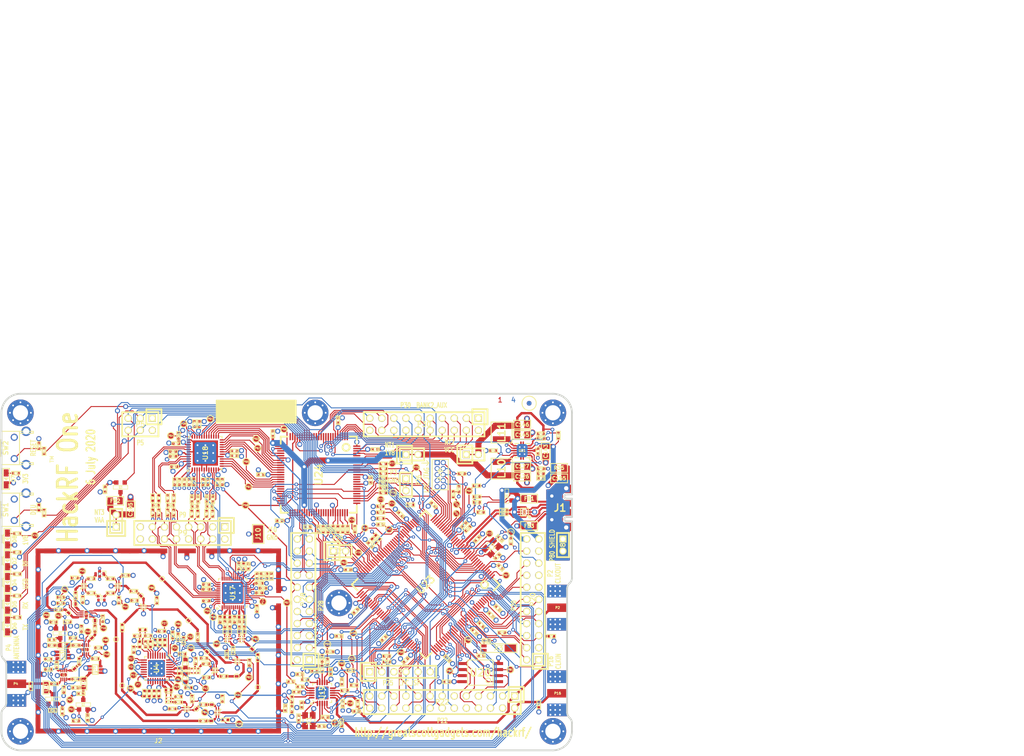
<source format=kicad_pcb>
(kicad_pcb (version 20171130) (host pcbnew 5.1.6)
  (title_block (date "19 may 2014"))
  (layers (0 C1F signal) (1 C2 signal) (2 C3 signal hide) (31 C4B signal) (34 B.Paste user) (35 F.Paste user) (36 B.SilkS user) (37 F.SilkS user) (38 B.Mask user) (39 F.Mask user) (44 Edge.Cuts user))
  (net 0 "")
  (net 1 !MIX_BYPASS)
  (net 2 !RX_AMP_PWR)
  (net 3 !TX_AMP_PWR)
  (net 4 !VAA_ENABLE)
  (net 5 /baseband/CLK0)
  (net 6 /baseband/CLK1)
  (net 7 /baseband/CLK2)
  (net 8 /baseband/CLK3)
  (net 9 /baseband/CLK5)
  (net 10 /baseband/COM)
  (net 11 /baseband/CPOUT+)
  (net 12 /baseband/CPOUT-)
  (net 13 /baseband/IA+)
  (net 14 /baseband/IA-)
  (net 15 /baseband/ID+)
  (net 16 /baseband/ID-)
  (net 17 /baseband/INTR)
  (net 18 /baseband/OEB)
  (net 19 /baseband/QA+)
  (net 20 /baseband/QA-)
  (net 21 /baseband/QD+)
  (net 22 /baseband/QD-)
  (net 23 /baseband/REFN)
  (net 24 /baseband/REFP)
  (net 25 /baseband/RXBBI+)
  (net 26 /baseband/RXBBI-)
  (net 27 /baseband/RXBBQ+)
  (net 28 /baseband/RXBBQ-)
  (net 29 /baseband/TXBBI+)
  (net 30 /baseband/TXBBI-)
  (net 31 /baseband/TXBBQ+)
  (net 32 /baseband/TXBBQ-)
  (net 33 /baseband/XA)
  (net 34 /baseband/XB)
  (net 35 /baseband/XCVR_CLKOUT)
  (net 36 /baseband/XTAL2)
  (net 37 /frontend/!ANT_BIAS)
  (net 38 /frontend/REF_IN)
  (net 39 /frontend/RX_AMP_OUT)
  (net 40 /frontend/TX_AMP_IN)
  (net 41 /frontend/TX_AMP_OUT)
  (net 42 /mcu/usb/power/ADC0_0)
  (net 43 /mcu/usb/power/ADC0_2)
  (net 44 /mcu/usb/power/ADC0_5)
  (net 45 /mcu/usb/power/ADC0_6)
  (net 46 /mcu/usb/power/B1AUX13)
  (net 47 /mcu/usb/power/B1AUX14)
  (net 48 /mcu/usb/power/B2AUX1)
  (net 49 /mcu/usb/power/B2AUX10)
  (net 50 /mcu/usb/power/B2AUX11)
  (net 51 /mcu/usb/power/B2AUX12)
  (net 52 /mcu/usb/power/B2AUX13)
  (net 53 /mcu/usb/power/B2AUX14)
  (net 54 /mcu/usb/power/B2AUX15)
  (net 55 /mcu/usb/power/B2AUX16)
  (net 56 /mcu/usb/power/B2AUX2)
  (net 57 /mcu/usb/power/B2AUX3)
  (net 58 /mcu/usb/power/B2AUX4)
  (net 59 /mcu/usb/power/B2AUX5)
  (net 60 /mcu/usb/power/B2AUX6)
  (net 61 /mcu/usb/power/B2AUX7)
  (net 62 /mcu/usb/power/B2AUX8)
  (net 63 /mcu/usb/power/B2AUX9)
  (net 64 /mcu/usb/power/BANK2F3M1)
  (net 65 /mcu/usb/power/BANK2F3M10)
  (net 66 /mcu/usb/power/BANK2F3M11)
  (net 67 /mcu/usb/power/BANK2F3M12)
  (net 68 /mcu/usb/power/BANK2F3M14)
  (net 69 /mcu/usb/power/BANK2F3M15)
  (net 70 /mcu/usb/power/BANK2F3M16)
  (net 71 /mcu/usb/power/BANK2F3M2)
  (net 72 /mcu/usb/power/BANK2F3M3)
  (net 73 /mcu/usb/power/BANK2F3M4)
  (net 74 /mcu/usb/power/BANK2F3M5)
  (net 75 /mcu/usb/power/BANK2F3M6)
  (net 76 /mcu/usb/power/BANK2F3M7)
  (net 77 /mcu/usb/power/BANK2F3M8)
  (net 78 /mcu/usb/power/BANK2F3M9)
  (net 79 /mcu/usb/power/CPLD_TCK)
  (net 80 /mcu/usb/power/CPLD_TDI)
  (net 81 /mcu/usb/power/CPLD_TDO)
  (net 82 /mcu/usb/power/CPLD_TMS)
  (net 83 /mcu/usb/power/DBGEN)
  (net 84 /mcu/usb/power/DM)
  (net 85 /mcu/usb/power/DP)
  (net 86 /mcu/usb/power/EN1V8)
  (net 87 /mcu/usb/power/GCK0)
  (net 88 /mcu/usb/power/GPIO3_10)
  (net 89 /mcu/usb/power/GPIO3_11)
  (net 90 /mcu/usb/power/GPIO3_12)
  (net 91 /mcu/usb/power/GPIO3_13)
  (net 92 /mcu/usb/power/GPIO3_14)
  (net 93 /mcu/usb/power/GPIO3_15)
  (net 94 /mcu/usb/power/GPIO3_8)
  (net 95 /mcu/usb/power/GPIO3_9)
  (net 96 /mcu/usb/power/GP_CLKIN)
  (net 97 /mcu/usb/power/I2C1_SCL)
  (net 98 /mcu/usb/power/I2C1_SDA)
  (net 99 /mcu/usb/power/I2S0_RX_MCLK)
  (net 100 /mcu/usb/power/I2S0_RX_SCK)
  (net 101 /mcu/usb/power/I2S0_RX_SDA)
  (net 102 /mcu/usb/power/I2S0_RX_WS)
  (net 103 /mcu/usb/power/I2S0_TX_MCLK)
  (net 104 /mcu/usb/power/I2S0_TX_SCK)
  (net 105 /mcu/usb/power/ISP)
  (net 106 /mcu/usb/power/LED1)
  (net 107 /mcu/usb/power/LED2)
  (net 108 /mcu/usb/power/LED3)
  (net 109 /mcu/usb/power/P1_1)
  (net 110 /mcu/usb/power/P1_2)
  (net 111 /mcu/usb/power/P2_13)
  (net 112 /mcu/usb/power/P2_8)
  (net 113 /mcu/usb/power/P2_9)
  (net 114 /mcu/usb/power/REG_OUT1)
  (net 115 /mcu/usb/power/REG_OUT2)
  (net 116 /mcu/usb/power/RESET)
  (net 117 /mcu/usb/power/RREF)
  (net 118 /mcu/usb/power/RTCX1)
  (net 119 /mcu/usb/power/RTCX2)
  (net 120 /mcu/usb/power/RTC_ALARM)
  (net 121 /mcu/usb/power/SD_CD)
  (net 122 /mcu/usb/power/SD_CLK)
  (net 123 /mcu/usb/power/SD_CMD)
  (net 124 /mcu/usb/power/SD_DAT0)
  (net 125 /mcu/usb/power/SD_DAT1)
  (net 126 /mcu/usb/power/SD_DAT2)
  (net 127 /mcu/usb/power/SD_DAT3)
  (net 128 /mcu/usb/power/SD_POW)
  (net 129 /mcu/usb/power/SD_VOLT0)
  (net 130 /mcu/usb/power/SGPIO0)
  (net 131 /mcu/usb/power/SGPIO1)
  (net 132 /mcu/usb/power/SGPIO10)
  (net 133 /mcu/usb/power/SGPIO11)
  (net 134 /mcu/usb/power/SGPIO12)
  (net 135 /mcu/usb/power/SGPIO13)
  (net 136 /mcu/usb/power/SGPIO14)
  (net 137 /mcu/usb/power/SGPIO15)
  (net 138 /mcu/usb/power/SGPIO2)
  (net 139 /mcu/usb/power/SGPIO3)
  (net 140 /mcu/usb/power/SGPIO4)
  (net 141 /mcu/usb/power/SGPIO5)
  (net 142 /mcu/usb/power/SGPIO6)
  (net 143 /mcu/usb/power/SGPIO7)
  (net 144 /mcu/usb/power/SGPIO9)
  (net 145 /mcu/usb/power/SPIFI_CS)
  (net 146 /mcu/usb/power/SPIFI_CIPO)
  (net 147 /mcu/usb/power/SPIFI_COPI)
  (net 148 /mcu/usb/power/SPIFI_SCK)
  (net 149 /mcu/usb/power/SPIFI_SIO2)
  (net 150 /mcu/usb/power/SPIFI_SIO3)
  (net 151 /mcu/usb/power/TCK)
  (net 152 /mcu/usb/power/TDI)
  (net 153 /mcu/usb/power/TDO)
  (net 154 /mcu/usb/power/TMS)
  (net 155 /mcu/usb/power/U0_RXD)
  (net 156 /mcu/usb/power/U0_TXD)
  (net 157 /mcu/usb/power/USB_SHIELD)
  (net 158 /mcu/usb/power/VBAT)
  (net 159 /mcu/usb/power/VBUS)
  (net 160 /mcu/usb/power/VBUSCTRL)
  (net 161 /mcu/usb/power/VIN)
  (net 162 /mcu/usb/power/VREGMODE)
  (net 163 /mcu/usb/power/WAKEUP)
  (net 164 /mcu/usb/power/XTAL1)
  (net 165 /mcu/usb/power/XTAL2)
  (net 166 AMP_BYPASS)
  (net 167 CLK6)
  (net 168 CLKIN)
  (net 169 CLKOUT)
  (net 170 CS_AD)
  (net 171 CS_XCVR)
  (net 172 DA0)
  (net 173 DA1)
  (net 174 DA2)
  (net 175 DA3)
  (net 176 DA4)
  (net 177 DA5)
  (net 178 DA6)
  (net 179 DA7)
  (net 180 DD0)
  (net 181 DD1)
  (net 182 DD2)
  (net 183 DD3)
  (net 184 DD4)
  (net 185 DD5)
  (net 186 DD6)
  (net 187 DD7)
  (net 188 DD8)
  (net 189 DD9)
  (net 190 GCK1)
  (net 191 GCK2)
  (net 192 GND)
  (net 193 HP)
  (net 194 LP)
  (net 195 MCU_CLK)
  (net 196 MIXER_ENX)
  (net 197 MIXER_RESETX)
  (net 198 MIXER_SCLK)
  (net 199 MIXER_SDATA)
  (net 200 MIX_BYPASS)
  (net 201 MIX_CLK)
  (net 202 RSSI)
  (net 203 RX)
  (net 204 RXENABLE)
  (net 205 RX_AMP)
  (net 206 RX_IF)
  (net 207 RX_MIX_BP)
  (net 208 SCL)
  (net 209 SDA)
  (net 210 SGPIO_CLK)
  (net 211 SSP1_CIPO)
  (net 212 SSP1_COPI)
  (net 213 SSP1_SCK)
  (net 214 TXENABLE)
  (net 215 TX_AMP)
  (net 216 TX_IF)
  (net 217 TX_MIX_BP)
  (net 218 VAA)
  (net 219 VCC)
  (net 220 XCVR_EN)
  (net 221 "Net-(C8-Pad2)")
  (net 222 "Net-(C9-Pad2)")
  (net 223 "Net-(C9-Pad1)")
  (net 224 "Net-(C12-Pad1)")
  (net 225 "Net-(C13-Pad1)")
  (net 226 "Net-(C14-Pad2)")
  (net 227 "Net-(C14-Pad1)")
  (net 228 "Net-(C15-Pad2)")
  (net 229 "Net-(C17-Pad2)")
  (net 230 "Net-(C17-Pad1)")
  (net 231 "Net-(C18-Pad2)")
  (net 232 "Net-(C18-Pad1)")
  (net 233 "Net-(C20-Pad2)")
  (net 234 "Net-(C20-Pad1)")
  (net 235 "Net-(C21-Pad2)")
  (net 236 "Net-(C21-Pad1)")
  (net 237 "Net-(C23-Pad2)")
  (net 238 "Net-(C23-Pad1)")
  (net 239 "Net-(C25-Pad1)")
  (net 240 "Net-(C26-Pad2)")
  (net 241 "Net-(C26-Pad1)")
  (net 242 "Net-(C27-Pad2)")
  (net 243 "Net-(C27-Pad1)")
  (net 244 "Net-(C28-Pad2)")
  (net 245 "Net-(C28-Pad1)")
  (net 246 "Net-(C31-Pad2)")
  (net 247 "Net-(C31-Pad1)")
  (net 248 "Net-(C32-Pad2)")
  (net 249 "Net-(C32-Pad1)")
  (net 250 "Net-(C43-Pad2)")
  (net 251 "Net-(C43-Pad1)")
  (net 252 "Net-(C44-Pad2)")
  (net 253 "Net-(C44-Pad1)")
  (net 254 "Net-(C46-Pad2)")
  (net 255 "Net-(C46-Pad1)")
  (net 256 "Net-(C48-Pad1)")
  (net 257 "Net-(C49-Pad2)")
  (net 258 "Net-(C50-Pad1)")
  (net 259 "Net-(C51-Pad2)")
  (net 260 "Net-(C51-Pad1)")
  (net 261 "Net-(C163-Pad2)")
  (net 262 "Net-(C58-Pad2)")
  (net 263 "Net-(C59-Pad2)")
  (net 264 "Net-(C61-Pad2)")
  (net 265 "Net-(C61-Pad1)")
  (net 266 "Net-(C62-Pad2)")
  (net 267 "Net-(C64-Pad2)")
  (net 268 "Net-(C64-Pad1)")
  (net 269 "Net-(C99-Pad2)")
  (net 270 "Net-(C99-Pad1)")
  (net 271 "Net-(C102-Pad2)")
  (net 272 "Net-(C102-Pad1)")
  (net 273 "Net-(C104-Pad2)")
  (net 274 "Net-(C104-Pad1)")
  (net 275 "Net-(C105-Pad1)")
  (net 276 "Net-(C106-Pad1)")
  (net 277 "Net-(C111-Pad2)")
  (net 278 "Net-(C111-Pad1)")
  (net 279 "Net-(C114-Pad2)")
  (net 280 "Net-(C114-Pad1)")
  (net 281 "Net-(C125-Pad2)")
  (net 282 "Net-(C160-Pad1)")
  (net 283 "Net-(D2-Pad2)")
  (net 284 "Net-(D4-Pad2)")
  (net 285 "Net-(D5-Pad2)")
  (net 286 "Net-(D6-Pad2)")
  (net 287 "Net-(D7-Pad2)")
  (net 288 "Net-(D8-Pad2)")
  (net 289 "Net-(FB1-Pad1)")
  (net 290 "Net-(FB2-Pad1)")
  (net 291 "Net-(FB3-Pad1)")
  (net 292 "Net-(J1-Pad4)")
  (net 293 "Net-(J1-Pad3)")
  (net 294 "Net-(J1-Pad2)")
  (net 295 "Net-(L1-Pad2)")
  (net 296 "Net-(L1-Pad1)")
  (net 297 "Net-(L2-Pad1)")
  (net 298 "Net-(L3-Pad1)")
  (net 299 "Net-(L10-Pad1)")
  (net 300 "Net-(L11-Pad2)")
  (net 301 "Net-(L13-Pad1)")
  (net 302 "Net-(P6-Pad1)")
  (net 303 "Net-(P7-Pad1)")
  (net 304 "Net-(P17-Pad1)")
  (net 305 "Net-(P19-Pad1)")
  (net 306 "Net-(P24-Pad1)")
  (net 307 "Net-(R4-Pad2)")
  (net 308 "Net-(R30-Pad2)")
  (net 309 "Net-(R19-Pad2)")
  (net 310 "Net-(R51-Pad1)")
  (net 311 "Net-(R52-Pad2)")
  (net 312 "Net-(R55-Pad2)")
  (net 313 "Net-(R62-Pad1)")
  (net 314 /frontend/RX_AMP_IN)
  (net 315 +1V8)
  (module hackrf:GSG-SHIELD-BMI-S-230 (layer C1F) (at 93 152)
    (fp_text reference J2 (at 0 21) (layer F.SilkS) (effects (font (size 1.016 1.016) (thickness 0.2032))))
    (fp_text value RF-SHIELD-FRAME hide)
    (pad 0 smd rect (at -23.875 18.95) (size 3.85 1) (layers C1F F.Mask) (net 192 GND))
    (pad 0 smd rect (at -18 18.95) (size 3.8 1) (layers C1F F.Mask) (net 192 GND))
    (pad 0 smd rect (at -12 18.95) (size 3.8 1) (layers C1F F.Mask) (net 192 GND))
    (pad 0 smd rect (at -6 18.95) (size 3.8 1) (layers C1F F.Mask) (net 192 GND))
    (pad 0 smd rect (at 0 18.95) (size 3.8 1) (layers C1F F.Mask) (net 192 GND))
    (pad 0 smd rect (at 6 18.95) (size 3.8 1) (layers C1F F.Mask) (net 192 GND))
    (pad 0 smd rect (at 12 18.95) (size 3.8 1) (layers C1F F.Mask) (net 192 GND))
    (pad 0 smd rect (at 18 18.95) (size 3.8 1) (layers C1F F.Mask) (net 192 GND))
    (pad 0 smd rect (at 23.875 18.95) (size 3.85 1) (layers C1F F.Mask) (net 192 GND))
    (pad 0 smd rect (at 25.3 17.775 90) (size 3.35 1) (layers C1F F.Mask) (net 192 GND))
    (pad 0 smd rect (at 25.3 12 90) (size 3.8 1) (layers C1F F.Mask) (net 192 GND))
    (pad 0 smd rect (at 25.3 6 90) (size 3.8 1) (layers C1F F.Mask) (net 192 GND))
    (pad 0 smd rect (at 25.3 0 90) (size 3.8 1) (layers C1F F.Mask) (net 192 GND))
    (pad 0 smd rect (at 25.3 -6 90) (size 3.8 1) (layers C1F F.Mask) (net 192 GND))
    (pad 0 smd rect (at 25.3 -12 90) (size 3.8 1) (layers C1F F.Mask) (net 192 GND))
    (pad 0 smd rect (at 25.3 -17.775 90) (size 3.35 1) (layers C1F F.Mask) (net 192 GND))
    (pad 0 smd rect (at 23.875 -18.95) (size 3.85 1) (layers C1F F.Mask) (net 192 GND))
    (pad 0 smd rect (at 18 -18.95) (size 3.8 1) (layers C1F F.Mask) (net 192 GND))
    (pad 0 smd rect (at 12 -18.95) (size 3.8 1) (layers C1F F.Mask) (net 192 GND))
    (pad 0 smd rect (at 6 -18.95) (size 3.8 1) (layers C1F F.Mask) (net 192 GND))
    (pad 0 smd rect (at 0 -18.95) (size 3.8 1) (layers C1F F.Mask) (net 192 GND))
    (pad 0 smd rect (at -6 -18.95) (size 3.8 1) (layers C1F F.Mask) (net 192 GND))
    (pad 0 smd rect (at -12 -18.95) (size 3.8 1) (layers C1F F.Mask) (net 192 GND))
    (pad 0 smd rect (at -18 -18.95) (size 3.8 1) (layers C1F F.Mask) (net 192 GND))
    (pad 0 smd rect (at -23.875 -18.95) (size 3.85 1) (layers C1F F.Mask) (net 192 GND))
    (pad 0 smd rect (at -25.3 -17.775 90) (size 3.35 1) (layers C1F F.Mask) (net 192 GND))
    (pad 0 smd rect (at -25.3 -12 90) (size 3.8 1) (layers C1F F.Mask) (net 192 GND))
    (pad 0 smd rect (at -25.3 -6 90) (size 3.8 1) (layers C1F F.Mask) (net 192 GND))
    (pad 0 smd rect (at -25.3 0 90) (size 3.8 1) (layers C1F F.Mask) (net 192 GND))
    (pad 0 smd rect (at -25.3 6 90) (size 3.8 1) (layers C1F F.Mask) (net 192 GND))
    (pad 0 smd rect (at -25.3 12 90) (size 3.8 1) (layers C1F F.Mask) (net 192 GND))
    (pad 0 smd rect (at -25.3 17.775 90) (size 3.35 1) (layers C1F F.Mask) (net 192 GND))
  )
  (module gsg-modules:SKY13350-385LF (layer C1F) (at 109.6285 156.2753)
    (fp_text reference U11 (at 0 0) (layer F.SilkS) (effects (font (size 0.50038 0.29972) (thickness 0.0762))))
    (fp_text value SKY13453 hide)
    (pad 2 smd rect (at -0.6435 0.24892) (size 0.645 0.23) (layers C1F F.Paste F.Mask) (net 250 "Net-(C43-Pad2)"))
    (pad 6 smd rect (at 0 -0.552) (size 0.3 0.813) (layers C1F F.Paste F.Mask) (net 256 "Net-(C48-Pad1)"))
    (pad 5 smd rect (at 0.6435 -0.24892) (size 0.645 0.23) (layers C1F F.Paste F.Mask) (net 200 MIX_BYPASS))
    (pad 4 smd rect (at 0.6435 0.24892) (size 0.645 0.23) (layers C1F F.Paste F.Mask) (net 260 "Net-(C51-Pad1)"))
    (pad 3 smd rect (at 0 0.552) (size 0.3 0.813) (layers C1F F.Paste F.Mask) (net 192 GND))
    (pad 1 smd rect (at -0.6435 -0.24892) (size 0.645 0.23) (layers C1F F.Paste F.Mask) (net 218 VAA))
  )
  (module gsg-modules:SKY13350-385LF (layer C1F) (at 104.9634 158.164 90)
    (fp_text reference U10 (at 0 0 90) (layer F.SilkS) (effects (font (size 0.50038 0.29972) (thickness 0.0762))))
    (fp_text value SKY13453 hide)
    (pad 2 smd rect (at -0.6435 0.24892 90) (size 0.645 0.23) (layers C1F F.Paste F.Mask) (net 259 "Net-(C51-Pad2)"))
    (pad 6 smd rect (at 0 -0.552 90) (size 0.3 0.813) (layers C1F F.Paste F.Mask) (net 255 "Net-(C46-Pad1)"))
    (pad 5 smd rect (at 0.6435 -0.24892 90) (size 0.645 0.23) (layers C1F F.Paste F.Mask) (net 203 RX))
    (pad 4 smd rect (at 0.6435 0.24892 90) (size 0.645 0.23) (layers C1F F.Paste F.Mask) (net 238 "Net-(C23-Pad1)"))
    (pad 3 smd rect (at 0 0.552 90) (size 0.3 0.813) (layers C1F F.Paste F.Mask) (net 192 GND))
    (pad 1 smd rect (at -0.6435 -0.24892 90) (size 0.645 0.23) (layers C1F F.Paste F.Mask) (net 218 VAA))
  )
  (module gsg-modules:SKY13350-385LF (layer C1F) (at 98.9704 166.2726)
    (fp_text reference U7 (at 0 0) (layer F.SilkS) (effects (font (size 0.50038 0.29972) (thickness 0.0762))))
    (fp_text value SKY13453 hide)
    (pad 2 smd rect (at -0.6435 0.24892) (size 0.645 0.23) (layers C1F F.Paste F.Mask) (net 223 "Net-(C9-Pad1)"))
    (pad 6 smd rect (at 0 -0.552) (size 0.3 0.813) (layers C1F F.Paste F.Mask) (net 244 "Net-(C28-Pad2)"))
    (pad 5 smd rect (at 0.6435 -0.24892) (size 0.645 0.23) (layers C1F F.Paste F.Mask) (net 203 RX))
    (pad 4 smd rect (at 0.6435 0.24892) (size 0.645 0.23) (layers C1F F.Paste F.Mask) (net 235 "Net-(C21-Pad2)"))
    (pad 3 smd rect (at 0 0.552) (size 0.3 0.813) (layers C1F F.Paste F.Mask) (net 192 GND))
    (pad 1 smd rect (at -0.6435 -0.24892) (size 0.645 0.23) (layers C1F F.Paste F.Mask) (net 218 VAA))
  )
  (module gsg-modules:SKY13350-385LF (layer C1F) (at 84.4598 140.4142 270)
    (fp_text reference U6 (at 0 0 90) (layer F.SilkS) (effects (font (size 0.50038 0.29972) (thickness 0.0762))))
    (fp_text value SKY13453 hide)
    (pad 2 smd rect (at -0.6435 0.24892 270) (size 0.645 0.23) (layers C1F F.Paste F.Mask) (net 242 "Net-(C27-Pad2)"))
    (pad 6 smd rect (at 0 -0.552 270) (size 0.3 0.813) (layers C1F F.Paste F.Mask) (net 234 "Net-(C20-Pad1)"))
    (pad 5 smd rect (at 0.6435 -0.24892 270) (size 0.645 0.23) (layers C1F F.Paste F.Mask) (net 193 HP))
    (pad 4 smd rect (at 0.6435 0.24892 270) (size 0.645 0.23) (layers C1F F.Paste F.Mask) (net 229 "Net-(C17-Pad2)"))
    (pad 3 smd rect (at 0 0.552 270) (size 0.3 0.813) (layers C1F F.Paste F.Mask) (net 192 GND))
    (pad 1 smd rect (at -0.6435 -0.24892 270) (size 0.645 0.23) (layers C1F F.Paste F.Mask) (net 218 VAA))
  )
  (module gsg-modules:SKY13350-385LF (layer C1F) (at 77.3478 140.4142 90)
    (fp_text reference U5 (at 0 0 90) (layer F.SilkS) (effects (font (size 0.50038 0.29972) (thickness 0.0762))))
    (fp_text value SKY13453 hide)
    (pad 2 smd rect (at -0.6435 0.24892 90) (size 0.645 0.23) (layers C1F F.Paste F.Mask) (net 232 "Net-(C18-Pad1)"))
    (pad 6 smd rect (at 0 -0.552 90) (size 0.3 0.813) (layers C1F F.Paste F.Mask) (net 246 "Net-(C31-Pad2)"))
    (pad 5 smd rect (at 0.6435 -0.24892 90) (size 0.645 0.23) (layers C1F F.Paste F.Mask) (net 194 LP))
    (pad 4 smd rect (at 0.6435 0.24892 90) (size 0.645 0.23) (layers C1F F.Paste F.Mask) (net 240 "Net-(C26-Pad2)"))
    (pad 3 smd rect (at 0 0.552 90) (size 0.3 0.813) (layers C1F F.Paste F.Mask) (net 192 GND))
    (pad 1 smd rect (at -0.6435 -0.24892 90) (size 0.645 0.23) (layers C1F F.Paste F.Mask) (net 218 VAA))
  )
  (module gsg-modules:SKY13350-385LF (layer C1F) (at 89.8858 144.8786)
    (fp_text reference U2 (at 0 0) (layer F.SilkS) (effects (font (size 0.50038 0.29972) (thickness 0.0762))))
    (fp_text value SKY13453 hide)
    (pad 2 smd rect (at -0.6435 0.24892) (size 0.645 0.23) (layers C1F F.Paste F.Mask) (net 222 "Net-(C9-Pad2)"))
    (pad 6 smd rect (at 0 -0.552) (size 0.3 0.813) (layers C1F F.Paste F.Mask) (net 233 "Net-(C20-Pad2)"))
    (pad 5 smd rect (at 0.6435 -0.24892) (size 0.645 0.23) (layers C1F F.Paste F.Mask) (net 203 RX))
    (pad 4 smd rect (at 0.6435 0.24892) (size 0.645 0.23) (layers C1F F.Paste F.Mask) (net 237 "Net-(C23-Pad2)"))
    (pad 3 smd rect (at 0 0.552) (size 0.3 0.813) (layers C1F F.Paste F.Mask) (net 192 GND))
    (pad 1 smd rect (at -0.6435 -0.24892) (size 0.645 0.23) (layers C1F F.Paste F.Mask) (net 218 VAA))
  )
  (module gsg-modules:SKY13350-385LF (layer C1F) (at 105.433 167.0522 270)
    (fp_text reference U1 (at 0 0 90) (layer F.SilkS) (effects (font (size 0.50038 0.29972) (thickness 0.0762))))
    (fp_text value SKY13453 hide)
    (pad 2 smd rect (at -0.6435 0.24892 270) (size 0.645 0.23) (layers C1F F.Paste F.Mask) (net 236 "Net-(C21-Pad1)"))
    (pad 6 smd rect (at 0 -0.552 270) (size 0.3 0.813) (layers C1F F.Paste F.Mask) (net 221 "Net-(C8-Pad2)"))
    (pad 5 smd rect (at 0.6435 -0.24892 270) (size 0.645 0.23) (layers C1F F.Paste F.Mask) (net 1 !MIX_BYPASS))
    (pad 4 smd rect (at 0.6435 0.24892 270) (size 0.645 0.23) (layers C1F F.Paste F.Mask) (net 249 "Net-(C32-Pad1)"))
    (pad 3 smd rect (at 0 0.552 270) (size 0.3 0.813) (layers C1F F.Paste F.Mask) (net 192 GND))
    (pad 1 smd rect (at -0.6435 -0.24892 270) (size 0.645 0.23) (layers C1F F.Paste F.Mask) (net 218 VAA))
  )
  (module gsg-modules:HEADER-1x2-SHORTED (layer C1F) (at 84.13 126.74 90)
    (fp_text reference NT3 (at 0 0 90) (layer F.SilkS) (effects (font (size 1.016 1.016) (thickness 0.2032))))
    (fp_text value VAA hide)
    (fp_poly (pts (xy 0.762 0.127) (xy -0.762 0.127) (xy -0.762 -0.127) (xy 0.762 -0.127)) (layer C1F) (width 0))
    (pad 1 thru_hole rect (at -1.27 0 90) (size 1.524 1.524) (drill 1.016) (layers *.Cu *.Mask F.SilkS) (net 218 VAA))
    (pad 2 thru_hole circle (at 1.27 0 90) (size 1.524 1.524) (drill 1.016) (layers *.Cu *.Mask F.SilkS) (net 275 "Net-(C105-Pad1)"))
  )
  (module gsg-modules:HEADER-1x2-SHORTED (layer C1F) (at 159.06 112.77)
    (fp_text reference NT2 (at 0 0) (layer F.SilkS) (effects (font (size 1.016 1.016) (thickness 0.2032))))
    (fp_text value VCC hide)
    (fp_poly (pts (xy 0.762 0.127) (xy -0.762 0.127) (xy -0.762 -0.127) (xy 0.762 -0.127)) (layer C1F) (width 0))
    (pad 1 thru_hole rect (at -1.27 0) (size 1.524 1.524) (drill 1.016) (layers *.Cu *.Mask F.SilkS) (net 219 VCC))
    (pad 2 thru_hole circle (at 1.27 0) (size 1.524 1.524) (drill 1.016) (layers *.Cu *.Mask F.SilkS) (net 114 /mcu/usb/power/REG_OUT1))
  )
  (module gsg-modules:HEADER-1x2-SHORTED (layer C1F) (at 146.36 112.77)
    (fp_text reference NT1 (at 0 0) (layer F.SilkS) (effects (font (size 1.016 1.016) (thickness 0.2032))))
    (fp_text value 1V8 hide)
    (fp_poly (pts (xy 0.762 0.127) (xy -0.762 0.127) (xy -0.762 -0.127) (xy 0.762 -0.127)) (layer C1F) (width 0))
    (pad 1 thru_hole rect (at -1.27 0) (size 1.524 1.524) (drill 1.016) (layers *.Cu *.Mask F.SilkS) (net 315 +1V8))
    (pad 2 thru_hole circle (at 1.27 0) (size 1.524 1.524) (drill 1.016) (layers *.Cu *.Mask F.SilkS) (net 115 /mcu/usb/power/REG_OUT2))
  )
  (module gsg-modules:SOT23-3 (layer C1F) (at 166.299 121.5584 270)
    (fp_text reference Q5 (at 0 0 90) (layer F.SilkS) (effects (font (size 0.4572 0.381) (thickness 0.09525))))
    (fp_text value MOSFET_P hide)
    (pad 3 smd rect (at 0 1.016 270) (size 0.9144 0.9144) (layers C1F F.Paste F.Mask) (net 161 /mcu/usb/power/VIN))
    (pad 1 smd rect (at 0.889 -1.016 270) (size 0.9144 0.9144) (layers C1F F.Paste F.Mask) (net 160 /mcu/usb/power/VBUSCTRL))
    (pad 2 smd rect (at -0.889 -1.016 270) (size 0.9144 0.9144) (layers C1F F.Paste F.Mask) (net 159 /mcu/usb/power/VBUS))
  )
  (module gsg-modules:SOT23-3 (layer C1F) (at 70.8 164.2 180)
    (fp_text reference Q4 (at 0 0) (layer F.SilkS) (effects (font (size 0.4572 0.381) (thickness 0.09525))))
    (fp_text value MOSFET_P hide)
    (pad 3 smd rect (at 0 1.016 180) (size 0.9144 0.9144) (layers C1F F.Paste F.Mask) (net 301 "Net-(L13-Pad1)"))
    (pad 1 smd rect (at 0.889 -1.016 180) (size 0.9144 0.9144) (layers C1F F.Paste F.Mask) (net 37 /frontend/!ANT_BIAS))
    (pad 2 smd rect (at -0.889 -1.016 180) (size 0.9144 0.9144) (layers C1F F.Paste F.Mask) (net 218 VAA))
  )
  (module gsg-modules:SOT23-3 (layer C1F) (at 85.0444 119.6788)
    (fp_text reference Q3 (at 0 0) (layer F.SilkS) (effects (font (size 0.4572 0.381) (thickness 0.09525))))
    (fp_text value MOSFET_P hide)
    (pad 3 smd rect (at 0 1.016) (size 0.9144 0.9144) (layers C1F F.Paste F.Mask) (net 290 "Net-(FB2-Pad1)"))
    (pad 1 smd rect (at 0.889 -1.016) (size 0.9144 0.9144) (layers C1F F.Paste F.Mask) (net 4 !VAA_ENABLE))
    (pad 2 smd rect (at -0.889 -1.016) (size 0.9144 0.9144) (layers C1F F.Paste F.Mask) (net 219 VCC))
  )
  (module gsg-modules:SOT23-3 (layer C1F) (at 77.2167 165.3908 180)
    (fp_text reference Q2 (at 0 0) (layer F.SilkS) (effects (font (size 0.4572 0.381) (thickness 0.09525))))
    (fp_text value MOSFET_P hide)
    (pad 3 smd rect (at 0 1.016 180) (size 0.9144 0.9144) (layers C1F F.Paste F.Mask) (net 282 "Net-(C160-Pad1)"))
    (pad 1 smd rect (at 0.889 -1.016 180) (size 0.9144 0.9144) (layers C1F F.Paste F.Mask) (net 3 !TX_AMP_PWR))
    (pad 2 smd rect (at -0.889 -1.016 180) (size 0.9144 0.9144) (layers C1F F.Paste F.Mask) (net 218 VAA))
  )
  (module gsg-modules:SOT23-3 (layer C1F) (at 72.376 150.38)
    (fp_text reference Q1 (at 0 0) (layer F.SilkS) (effects (font (size 0.4572 0.381) (thickness 0.09525))))
    (fp_text value MOSFET_P hide)
    (pad 3 smd rect (at 0 1.016) (size 0.9144 0.9144) (layers C1F F.Paste F.Mask) (net 261 "Net-(C163-Pad2)"))
    (pad 1 smd rect (at 0.889 -1.016) (size 0.9144 0.9144) (layers C1F F.Paste F.Mask) (net 2 !RX_AMP_PWR))
    (pad 2 smd rect (at -0.889 -1.016) (size 0.9144 0.9144) (layers C1F F.Paste F.Mask) (net 218 VAA))
  )
  (module hackrf:GSG-QFN20-4 (layer C1F) (at 127.4692 162.926 90)
    (fp_text reference U19 (at 0 0 90) (layer F.SilkS) (effects (font (size 1.00076 1.00076) (thickness 0.2032))))
    (fp_text value SI5351C hide)
    (pad 1 smd oval (at -2.2 -1 90) (size 1.2 0.32) (layers C1F F.Paste F.Mask) (net 33 /baseband/XA))
    (pad 2 smd oval (at -2.2 -0.5 90) (size 1.2 0.32) (layers C1F F.Paste F.Mask) (net 34 /baseband/XB))
    (pad 3 smd oval (at -2.2 0 90) (size 1.2 0.32) (layers C1F F.Paste F.Mask) (net 17 /baseband/INTR))
    (pad 4 smd oval (at -2.2 0.5 90) (size 1.2 0.32) (layers C1F F.Paste F.Mask) (net 208 SCL))
    (pad 5 smd oval (at -2.2 1 90) (size 1.2 0.32) (layers C1F F.Paste F.Mask) (net 209 SDA))
    (pad 6 smd oval (at -1 2.2 180) (size 1.2 0.32) (layers C1F F.Paste F.Mask) (net 168 CLKIN))
    (pad 7 smd oval (at -0.5 2.2 180) (size 1.2 0.32) (layers C1F F.Paste F.Mask) (net 18 /baseband/OEB))
    (pad 8 smd oval (at 0 2.2 180) (size 1.2 0.32) (layers C1F F.Paste F.Mask) (net 8 /baseband/CLK3))
    (pad 9 smd oval (at 0.5 2.2 180) (size 1.2 0.32) (layers C1F F.Paste F.Mask) (net 7 /baseband/CLK2))
    (pad 10 smd oval (at 1 2.2 180) (size 1.2 0.32) (layers C1F F.Paste F.Mask) (net 219 VCC))
    (pad 11 smd oval (at 2.2 1 90) (size 1.2 0.32) (layers C1F F.Paste F.Mask) (net 219 VCC))
    (pad 12 smd oval (at 2.2 0.5 90) (size 1.2 0.32) (layers C1F F.Paste F.Mask) (net 6 /baseband/CLK1))
    (pad 13 smd oval (at 2.2 0 90) (size 1.2 0.32) (layers C1F F.Paste F.Mask) (net 5 /baseband/CLK0))
    (pad 14 smd oval (at 2.2 -0.5 90) (size 1.2 0.32) (layers C1F F.Paste F.Mask) (net 219 VCC))
    (pad 15 smd oval (at 2.2 -1 90) (size 1.2 0.32) (layers C1F F.Paste F.Mask) (net 195 MCU_CLK))
    (pad 16 smd oval (at 1 -2.2 180) (size 1.2 0.32) (layers C1F F.Paste F.Mask) (net 167 CLK6))
    (pad 17 smd oval (at 0.5 -2.2 180) (size 1.2 0.32) (layers C1F F.Paste F.Mask) (net 9 /baseband/CLK5))
    (pad 18 smd oval (at 0 -2.2 180) (size 1.2 0.32) (layers C1F F.Paste F.Mask) (net 219 VCC))
    (pad 19 smd oval (at -0.5 -2.2 180) (size 1.2 0.32) (layers C1F F.Paste F.Mask) (net 201 MIX_CLK))
    (pad 20 smd oval (at -1 -2.2 180) (size 1.2 0.32) (layers C1F F.Paste F.Mask) (net 219 VCC))
    (pad 0 smd rect (at 0 0 90) (size 2.65 2.65) (layers C1F F.Mask) (net 192 GND))
    (pad 0 thru_hole circle (at 0 0 90) (size 0.6 0.6) (drill 0.35) (layers *.Cu B.Mask) (net 192 GND))
    (pad 0 thru_hole circle (at -0.66 -0.66 90) (size 0.6 0.6) (drill 0.35) (layers *.Cu B.Mask) (net 192 GND))
    (pad 0 thru_hole circle (at 0.66 -0.66 90) (size 0.6 0.6) (drill 0.35) (layers *.Cu B.Mask) (net 192 GND))
    (pad 0 thru_hole circle (at 0.66 0.66 90) (size 0.6 0.6) (drill 0.35) (layers *.Cu B.Mask) (net 192 GND))
    (pad 0 thru_hole circle (at -0.66 0.66 90) (size 0.6 0.6) (drill 0.35) (layers *.Cu B.Mask) (net 192 GND))
    (pad 0 smd rect (at -0.66 -0.66 90) (size 1.32 1.32) (layers C1F F.Paste) (net 192 GND))
    (pad 0 smd rect (at 0.66 -0.66 90) (size 1.32 1.32) (layers C1F F.Paste) (net 192 GND))
    (pad 0 smd rect (at -0.66 0.66 90) (size 1.32 1.32) (layers C1F F.Paste) (net 192 GND))
    (pad 0 smd rect (at 0.66 0.66 90) (size 1.32 1.32) (layers C1F F.Paste) (net 192 GND))
  )
  (module GSG-TESTPOINT-30MIL-MASKONLY (layer C1F) (at 89.31402 142.49908)
    (fp_text reference TESTPOINT-30MIL-MASKONLY hide)
    (fp_text value VAL** hide)
  )
  (module GSG-TESTPOINT-30MIL-MASKONLY (layer C1F) (at 84.1046 151.6574)
    (fp_text reference TESTPOINT-30MIL-MASKONLY hide)
    (fp_text value VAL** hide)
  )
  (module GSG-TESTPOINT-30MIL-MASKONLY (layer C1F) (at 75.57516 144.21358)
    (fp_text reference TESTPOINT-30MIL-MASKONLY hide)
    (fp_text value VAL** hide)
  )
  (module GSG-TESTPOINT-30MIL-MASKONLY (layer C1F) (at 74.0537 146.1516)
    (fp_text reference TESTPOINT-30MIL-MASKONLY hide)
    (fp_text value VAL** hide)
  )
  (module GSG-TESTPOINT-30MIL-MASKONLY (layer C1F) (at 93.782 138.932)
    (fp_text reference TESTPOINT-30MIL-MASKONLY hide)
    (fp_text value VAL** hide)
  )
  (module GSG-TESTPOINT-30MIL-MASKONLY (layer C1F) (at 85.4 161.3602)
    (fp_text reference TESTPOINT-30MIL-MASKONLY hide)
    (fp_text value VAL** hide)
  )
  (module GSG-TESTPOINT-30MIL-MASKONLY (layer C1F) (at 75.33894 157.8483)
    (fp_text reference TESTPOINT-30MIL-MASKONLY hide)
    (fp_text value VAL** hide)
  )
  (module GSG-TESTPOINT-30MIL-MASKONLY (layer C1F) (at 79.0321 151.36114)
    (fp_text reference TESTPOINT-30MIL-MASKONLY hide)
    (fp_text value VAL** hide)
  )
  (module GSG-TESTPOINT-30MIL-MASKONLY (layer C1F) (at 113.919 161.74974)
    (fp_text reference TESTPOINT-30MIL-MASKONLY hide)
    (fp_text value VAL** hide)
  )
  (module GSG-TESTPOINT-30MIL-MASKONLY (layer C1F) (at 104.11206 168.79824)
    (fp_text reference TESTPOINT-30MIL-MASKONLY hide)
    (fp_text value VAL** hide)
  )
  (module GSG-TESTPOINT-30MIL-MASKONLY (layer C1F) (at 104.25176 165.37432)
    (fp_text reference TESTPOINT-30MIL-MASKONLY hide)
    (fp_text value VAL** hide)
  )
  (module GSG-TESTPOINT-30MIL-MASKONLY (layer C1F) (at 101.0158 166.26332)
    (fp_text reference TESTPOINT-30MIL-MASKONLY hide)
    (fp_text value VAL** hide)
  )
  (module GSG-TESTPOINT-30MIL-MASKONLY (layer C1F) (at 79.6671 147.71116)
    (fp_text reference TESTPOINT-30MIL-MASKONLY hide)
    (fp_text value VAL** hide)
  )
  (module GSG-TESTPOINT-30MIL-MASKONLY (layer C1F) (at 109.47654 159.42564)
    (fp_text reference TESTPOINT-30MIL-MASKONLY hide)
    (fp_text value VAL** hide)
  )
  (module GSG-TESTPOINT-30MIL-MASKONLY (layer C1F) (at 99.36226 147.6883)
    (fp_text reference TESTPOINT-30MIL-MASKONLY hide)
    (fp_text value VAL** hide)
  )
  (module GSG-TESTPOINT-30MIL-MASKONLY (layer C1F) (at 103.23068 154.2796)
    (fp_text reference TESTPOINT-30MIL-MASKONLY hide)
    (fp_text value VAL** hide)
  )
  (module GSG-TESTPOINT-30MIL-MASKONLY (layer C1F) (at 112.71504 153.71064)
    (fp_text reference TESTPOINT-30MIL-MASKONLY hide)
    (fp_text value VAL** hide)
  )
  (module GSG-MARK1MM (layer C1F) (at 171 102)
    (fp_text reference MARK1MM hide)
    (fp_text value VAL** hide)
    (pad "" smd circle (at 0 0) (size 1 1) (layers *.Cu *.Mask))
  )
  (module gsg-modules:LTST-S220 (layer C1F) (at 61 117.9 270)
    (fp_text reference D7 (at 0 -1.5 270) (layer F.SilkS) (effects (font (size 0.762 0.762) (thickness 0.1905))))
    (fp_text value VCCLED hide)
    (pad 1 smd rect (at 1.25 0 270) (size 1.5 1) (layers C1F F.Paste F.Mask) (net 192 GND) (clearance 0.1778))
    (pad 2 smd rect (at -1.25 0 270) (size 1.5 1) (layers C1F F.Paste F.Mask) (net 287 "Net-(D7-Pad2)") (clearance 0.1778))
  )
  (module gsg-modules:LTST-S220 (layer C1F) (at 61.27 130.55 270)
    (fp_text reference D8 (at 0 -1.5 270) (layer F.SilkS) (effects (font (size 0.762 0.762) (thickness 0.1905))))
    (fp_text value 1V8LED hide)
    (pad 1 smd rect (at 1.25 0 270) (size 1.5 1) (layers C1F F.Paste F.Mask) (net 192 GND) (clearance 0.1778))
    (pad 2 smd rect (at -1.25 0 270) (size 1.5 1) (layers C1F F.Paste F.Mask) (net 288 "Net-(D8-Pad2)") (clearance 0.1778))
  )
  (module gsg-modules:LTST-S220 (layer C1F) (at 61.27 135.122 270)
    (fp_text reference D2 (at 0 -1.5 270) (layer F.SilkS) (effects (font (size 0.762 0.762) (thickness 0.1905))))
    (fp_text value VAALED hide)
    (pad 1 smd rect (at 1.25 0 270) (size 1.5 1) (layers C1F F.Paste F.Mask) (net 192 GND) (clearance 0.1778))
    (pad 2 smd rect (at -1.25 0 270) (size 1.5 1) (layers C1F F.Paste F.Mask) (net 283 "Net-(D2-Pad2)") (clearance 0.1778))
  )
  (module gsg-modules:LTST-S220 (layer C1F) (at 61.27 139.694 270)
    (fp_text reference D4 (at 0 -1.5 270) (layer F.SilkS) (effects (font (size 0.762 0.762) (thickness 0.1905))))
    (fp_text value USBLED hide)
    (pad 1 smd rect (at 1.25 0 270) (size 1.5 1) (layers C1F F.Paste F.Mask) (net 192 GND) (clearance 0.1778))
    (pad 2 smd rect (at -1.25 0 270) (size 1.5 1) (layers C1F F.Paste F.Mask) (net 284 "Net-(D4-Pad2)") (clearance 0.1778))
  )
  (module gsg-modules:LTST-S220 (layer C1F) (at 61.27 144.266 270)
    (fp_text reference D5 (at 0 -1.5 270) (layer F.SilkS) (effects (font (size 0.762 0.762) (thickness 0.1905))))
    (fp_text value RXLED hide)
    (pad 1 smd rect (at 1.25 0 270) (size 1.5 1) (layers C1F F.Paste F.Mask) (net 192 GND) (clearance 0.1778))
    (pad 2 smd rect (at -1.25 0 270) (size 1.5 1) (layers C1F F.Paste F.Mask) (net 285 "Net-(D5-Pad2)") (clearance 0.1778))
  )
  (module gsg-modules:LTST-S220 (layer C1F) (at 61.27 148.838 270)
    (fp_text reference D6 (at 0 -1.5 270) (layer F.SilkS) (effects (font (size 0.762 0.762) (thickness 0.1905))))
    (fp_text value TXLED hide)
    (pad 1 smd rect (at 1.25 0 270) (size 1.5 1) (layers C1F F.Paste F.Mask) (net 192 GND) (clearance 0.1778))
    (pad 2 smd rect (at -1.25 0 270) (size 1.5 1) (layers C1F F.Paste F.Mask) (net 286 "Net-(D6-Pad2)") (clearance 0.1778))
  )
  (module hackrf:GSG-0402 (layer C1F) (at 91.0964 163.0468 270)
    (fp_text reference C1 (at 0 0.0508 270) (layer F.SilkS) (effects (font (size 0.4064 0.4064) (thickness 0.1016))))
    (fp_text value 33pF hide)
    (pad 2 smd rect (at 0.5334 0 270) (size 0.508 0.5588) (layers C1F F.Paste F.Mask) (net 192 GND))
    (pad 1 smd rect (at -0.5334 0 270) (size 0.508 0.5588) (layers C1F F.Paste F.Mask) (net 219 VCC))
  )
  (module hackrf:GSG-0402 (layer C1F) (at 90.0804 163.0468 270)
    (fp_text reference C2 (at 0 0.0508 270) (layer F.SilkS) (effects (font (size 0.4064 0.4064) (thickness 0.1016))))
    (fp_text value 10nF hide)
    (pad 2 smd rect (at 0.5334 0 270) (size 0.508 0.5588) (layers C1F F.Paste F.Mask) (net 192 GND))
    (pad 1 smd rect (at -0.5334 0 270) (size 0.508 0.5588) (layers C1F F.Paste F.Mask) (net 219 VCC))
  )
  (module hackrf:GSG-0402 (layer C1F) (at 93.1284 163.0468 270)
    (fp_text reference C3 (at 0 0.0508 270) (layer F.SilkS) (effects (font (size 0.4064 0.4064) (thickness 0.1016))))
    (fp_text value 33pF hide)
    (pad 2 smd rect (at 0.5334 0 270) (size 0.508 0.5588) (layers C1F F.Paste F.Mask) (net 192 GND))
    (pad 1 smd rect (at -0.5334 0 270) (size 0.508 0.5588) (layers C1F F.Paste F.Mask) (net 218 VAA))
  )
  (module hackrf:GSG-0402 (layer C1F) (at 92.1124 163.0468 270)
    (fp_text reference C4 (at 0 0.0508 270) (layer F.SilkS) (effects (font (size 0.4064 0.4064) (thickness 0.1016))))
    (fp_text value 10nF hide)
    (pad 2 smd rect (at 0.5334 0 270) (size 0.508 0.5588) (layers C1F F.Paste F.Mask) (net 192 GND))
    (pad 1 smd rect (at -0.5334 0 270) (size 0.508 0.5588) (layers C1F F.Paste F.Mask) (net 218 VAA))
  )
  (module hackrf:GSG-0402 (layer C1F) (at 92.341 152.328 90)
    (fp_text reference C5 (at 0 0.0508 90) (layer F.SilkS) (effects (font (size 0.4064 0.4064) (thickness 0.1016))))
    (fp_text value 33pF hide)
    (pad 2 smd rect (at 0.5334 0 90) (size 0.508 0.5588) (layers C1F F.Paste F.Mask) (net 192 GND))
    (pad 1 smd rect (at -0.5334 0 90) (size 0.508 0.5588) (layers C1F F.Paste F.Mask) (net 218 VAA))
  )
  (module hackrf:GSG-0402 (layer C1F) (at 93.357 152.328 90)
    (fp_text reference C6 (at 0 0.0508 90) (layer F.SilkS) (effects (font (size 0.4064 0.4064) (thickness 0.1016))))
    (fp_text value 10nF hide)
    (pad 2 smd rect (at 0.5334 0 90) (size 0.508 0.5588) (layers C1F F.Paste F.Mask) (net 192 GND))
    (pad 1 smd rect (at -0.5334 0 90) (size 0.508 0.5588) (layers C1F F.Paste F.Mask) (net 218 VAA))
  )
  (module hackrf:GSG-0402 (layer C1F) (at 107.084 168.5762 180)
    (fp_text reference C7 (at 0 0.0508 180) (layer F.SilkS) (effects (font (size 0.4064 0.4064) (thickness 0.1016))))
    (fp_text value 33pF hide)
    (pad 2 smd rect (at 0.5334 0 180) (size 0.508 0.5588) (layers C1F F.Paste F.Mask) (net 1 !MIX_BYPASS))
    (pad 1 smd rect (at -0.5334 0 180) (size 0.508 0.5588) (layers C1F F.Paste F.Mask) (net 192 GND))
  )
  (module hackrf:GSG-0402 (layer C1F) (at 113.919 155.448 270)
    (fp_text reference C8 (at 0 0.0508 270) (layer F.SilkS) (effects (font (size 0.4064 0.4064) (thickness 0.1016))))
    (fp_text value 22pF hide)
    (pad 2 smd rect (at 0.5334 0 270) (size 0.508 0.5588) (layers C1F F.Paste F.Mask) (net 221 "Net-(C8-Pad2)"))
    (pad 1 smd rect (at -0.5334 0 270) (size 0.508 0.5588) (layers C1F F.Paste F.Mask) (net 216 TX_IF))
  )
  (module hackrf:GSG-0402 (layer C1F) (at 85.4 149.1682 90)
    (fp_text reference C9 (at 0 0.0508 90) (layer F.SilkS) (effects (font (size 0.4064 0.4064) (thickness 0.1016))))
    (fp_text value 100nF hide)
    (pad 2 smd rect (at 0.5334 0 90) (size 0.508 0.5588) (layers C1F F.Paste F.Mask) (net 222 "Net-(C9-Pad2)"))
    (pad 1 smd rect (at -0.5334 0 90) (size 0.508 0.5588) (layers C1F F.Paste F.Mask) (net 223 "Net-(C9-Pad1)"))
  )
  (module hackrf:GSG-0402 (layer C1F) (at 87.9808 143.4816)
    (fp_text reference C10 (at 0 0.0508) (layer F.SilkS) (effects (font (size 0.4064 0.4064) (thickness 0.1016))))
    (fp_text value 10nF hide)
    (pad 2 smd rect (at 0.5334 0) (size 0.508 0.5588) (layers C1F F.Paste F.Mask) (net 218 VAA))
    (pad 1 smd rect (at -0.5334 0) (size 0.508 0.5588) (layers C1F F.Paste F.Mask) (net 192 GND))
  )
  (module hackrf:GSG-0402 (layer C1F) (at 84.7138 143.4622 90)
    (fp_text reference C11 (at 0 0.0508 90) (layer F.SilkS) (effects (font (size 0.4064 0.4064) (thickness 0.1016))))
    (fp_text value 33pF hide)
    (pad 2 smd rect (at 0.5334 0 90) (size 0.508 0.5588) (layers C1F F.Paste F.Mask) (net 193 HP))
    (pad 1 smd rect (at -0.5334 0 90) (size 0.508 0.5588) (layers C1F F.Paste F.Mask) (net 192 GND))
  )
  (module hackrf:GSG-0402 (layer C1F) (at 87.7944 153.8266 270)
    (fp_text reference C12 (at 0 0.0508 270) (layer F.SilkS) (effects (font (size 0.4064 0.4064) (thickness 0.1016))))
    (fp_text value 330pF hide)
    (pad 2 smd rect (at 0.5334 0 270) (size 0.508 0.5588) (layers C1F F.Paste F.Mask) (net 192 GND))
    (pad 1 smd rect (at -0.5334 0 270) (size 0.508 0.5588) (layers C1F F.Paste F.Mask) (net 224 "Net-(C12-Pad1)"))
  )
  (module hackrf:GSG-0402 (layer C1F) (at 88.5564 150.9056 180)
    (fp_text reference C13 (at 0 0.0508 180) (layer F.SilkS) (effects (font (size 0.4064 0.4064) (thickness 0.1016))))
    (fp_text value 330pF hide)
    (pad 2 smd rect (at 0.5334 0 180) (size 0.508 0.5588) (layers C1F F.Paste F.Mask) (net 192 GND))
    (pad 1 smd rect (at -0.5334 0 180) (size 0.508 0.5588) (layers C1F F.Paste F.Mask) (net 225 "Net-(C13-Pad1)"))
  )
  (module hackrf:GSG-0402 (layer C1F) (at 90.3344 152.6836 90)
    (fp_text reference C14 (at 0 0.0508 90) (layer F.SilkS) (effects (font (size 0.4064 0.4064) (thickness 0.1016))))
    (fp_text value 8p2 hide)
    (pad 2 smd rect (at 0.5334 0 90) (size 0.508 0.5588) (layers C1F F.Paste F.Mask) (net 226 "Net-(C14-Pad2)"))
    (pad 1 smd rect (at -0.5334 0 90) (size 0.508 0.5588) (layers C1F F.Paste F.Mask) (net 227 "Net-(C14-Pad1)"))
  )
  (module hackrf:GSG-0402 (layer C1F) (at 90.8424 150.9056)
    (fp_text reference C15 (at 0 0.0508) (layer F.SilkS) (effects (font (size 0.4064 0.4064) (thickness 0.1016))))
    (fp_text value 180pF hide)
    (pad 2 smd rect (at 0.5334 0) (size 0.508 0.5588) (layers C1F F.Paste F.Mask) (net 228 "Net-(C15-Pad2)"))
    (pad 1 smd rect (at -0.5334 0) (size 0.508 0.5588) (layers C1F F.Paste F.Mask) (net 227 "Net-(C14-Pad1)"))
  )
  (module hackrf:GSG-0402 (layer C1F) (at 106.4998 164.1566 90)
    (fp_text reference C16 (at 0 0.0508 90) (layer F.SilkS) (effects (font (size 0.4064 0.4064) (thickness 0.1016))))
    (fp_text value 10nF hide)
    (pad 2 smd rect (at 0.5334 0 90) (size 0.508 0.5588) (layers C1F F.Paste F.Mask) (net 192 GND))
    (pad 1 smd rect (at -0.5334 0 90) (size 0.508 0.5588) (layers C1F F.Paste F.Mask) (net 218 VAA))
  )
  (module hackrf:GSG-0402 (layer C1F) (at 82.9358 141.9382)
    (fp_text reference C17 (at 0 0.0508) (layer F.SilkS) (effects (font (size 0.4064 0.4064) (thickness 0.1016))))
    (fp_text value 100nF hide)
    (pad 2 smd rect (at 0.5334 0) (size 0.508 0.5588) (layers C1F F.Paste F.Mask) (net 229 "Net-(C17-Pad2)"))
    (pad 1 smd rect (at -0.5334 0) (size 0.508 0.5588) (layers C1F F.Paste F.Mask) (net 230 "Net-(C17-Pad1)"))
  )
  (module hackrf:GSG-0402 (layer C1F) (at 78.8718 141.9382)
    (fp_text reference C18 (at 0 0.0508) (layer F.SilkS) (effects (font (size 0.4064 0.4064) (thickness 0.1016))))
    (fp_text value 100nF hide)
    (pad 2 smd rect (at 0.5334 0) (size 0.508 0.5588) (layers C1F F.Paste F.Mask) (net 231 "Net-(C18-Pad2)"))
    (pad 1 smd rect (at -0.5334 0) (size 0.508 0.5588) (layers C1F F.Paste F.Mask) (net 232 "Net-(C18-Pad1)"))
  )
  (module hackrf:GSG-0402 (layer C1F) (at 77.0938 143.3352 90)
    (fp_text reference C19 (at 0 0.0508 90) (layer F.SilkS) (effects (font (size 0.4064 0.4064) (thickness 0.1016))))
    (fp_text value 10nF hide)
    (pad 2 smd rect (at 0.5334 0 90) (size 0.508 0.5588) (layers C1F F.Paste F.Mask) (net 218 VAA))
    (pad 1 smd rect (at -0.5334 0 90) (size 0.508 0.5588) (layers C1F F.Paste F.Mask) (net 192 GND))
  )
  (module hackrf:GSG-0402 (layer C1F) (at 87.8078 141.5288)
    (fp_text reference C20 (at 0 0.0508) (layer F.SilkS) (effects (font (size 0.4064 0.4064) (thickness 0.1016))))
    (fp_text value 100nF hide)
    (pad 2 smd rect (at 0.5334 0) (size 0.508 0.5588) (layers C1F F.Paste F.Mask) (net 233 "Net-(C20-Pad2)"))
    (pad 1 smd rect (at -0.5334 0) (size 0.508 0.5588) (layers C1F F.Paste F.Mask) (net 234 "Net-(C20-Pad1)"))
  )
  (module hackrf:GSG-0402 (layer C1F) (at 102.4382 165.3794 180)
    (fp_text reference C21 (at 0 0.0508 180) (layer F.SilkS) (effects (font (size 0.4064 0.4064) (thickness 0.1016))))
    (fp_text value 22pF hide)
    (pad 2 smd rect (at 0.5334 0 180) (size 0.508 0.5588) (layers C1F F.Paste F.Mask) (net 235 "Net-(C21-Pad2)"))
    (pad 1 smd rect (at -0.5334 0 180) (size 0.508 0.5588) (layers C1F F.Paste F.Mask) (net 236 "Net-(C21-Pad1)"))
  )
  (module hackrf:GSG-0402 (layer C1F) (at 95.9732 166.2726)
    (fp_text reference C22 (at 0 0.0508) (layer F.SilkS) (effects (font (size 0.4064 0.4064) (thickness 0.1016))))
    (fp_text value 10nF hide)
    (pad 2 smd rect (at 0.5334 0) (size 0.508 0.5588) (layers C1F F.Paste F.Mask) (net 218 VAA))
    (pad 1 smd rect (at -0.5334 0) (size 0.508 0.5588) (layers C1F F.Paste F.Mask) (net 192 GND))
  )
  (module hackrf:GSG-0402 (layer C1F) (at 101.2698 151.1808 90)
    (fp_text reference C23 (at 0 0.0508 90) (layer F.SilkS) (effects (font (size 0.4064 0.4064) (thickness 0.1016))))
    (fp_text value 100nF hide)
    (pad 2 smd rect (at 0.5334 0 90) (size 0.508 0.5588) (layers C1F F.Paste F.Mask) (net 237 "Net-(C23-Pad2)"))
    (pad 1 smd rect (at -0.5334 0 90) (size 0.508 0.5588) (layers C1F F.Paste F.Mask) (net 238 "Net-(C23-Pad1)"))
  )
  (module hackrf:GSG-0402 (layer C1F) (at 92.6798 143.4816 270)
    (fp_text reference C24 (at 0 0.0508 270) (layer F.SilkS) (effects (font (size 0.4064 0.4064) (thickness 0.1016))))
    (fp_text value 33pF hide)
    (pad 2 smd rect (at 0.5334 0 270) (size 0.508 0.5588) (layers C1F F.Paste F.Mask) (net 203 RX))
    (pad 1 smd rect (at -0.5334 0 270) (size 0.508 0.5588) (layers C1F F.Paste F.Mask) (net 192 GND))
  )
  (module hackrf:GSG-0402 (layer C1F) (at 97.1924 163.7326)
    (fp_text reference C25 (at 0 0.0508) (layer F.SilkS) (effects (font (size 0.4064 0.4064) (thickness 0.1016))))
    (fp_text value 100nF hide)
    (pad 2 smd rect (at 0.5334 0) (size 0.508 0.5588) (layers C1F F.Paste F.Mask) (net 192 GND))
    (pad 1 smd rect (at -0.5334 0) (size 0.508 0.5588) (layers C1F F.Paste F.Mask) (net 239 "Net-(C25-Pad1)"))
  )
  (module hackrf:GSG-0402 (layer C1F) (at 78.8718 138.8902 180)
    (fp_text reference C26 (at 0 0.0508 180) (layer F.SilkS) (effects (font (size 0.4064 0.4064) (thickness 0.1016))))
    (fp_text value 47pF hide)
    (pad 2 smd rect (at 0.5334 0 180) (size 0.508 0.5588) (layers C1F F.Paste F.Mask) (net 240 "Net-(C26-Pad2)"))
    (pad 1 smd rect (at -0.5334 0 180) (size 0.508 0.5588) (layers C1F F.Paste F.Mask) (net 241 "Net-(C26-Pad1)"))
  )
  (module hackrf:GSG-0402 (layer C1F) (at 82.9358 138.8902)
    (fp_text reference C27 (at 0 0.0508) (layer F.SilkS) (effects (font (size 0.4064 0.4064) (thickness 0.1016))))
    (fp_text value 47pF hide)
    (pad 2 smd rect (at 0.5334 0) (size 0.508 0.5588) (layers C1F F.Paste F.Mask) (net 242 "Net-(C27-Pad2)"))
    (pad 1 smd rect (at -0.5334 0) (size 0.508 0.5588) (layers C1F F.Paste F.Mask) (net 243 "Net-(C27-Pad1)"))
  )
  (module hackrf:GSG-0402 (layer C1F) (at 97.1924 164.8756)
    (fp_text reference C28 (at 0 0.0508) (layer F.SilkS) (effects (font (size 0.4064 0.4064) (thickness 0.1016))))
    (fp_text value 100nF hide)
    (pad 2 smd rect (at 0.5334 0) (size 0.508 0.5588) (layers C1F F.Paste F.Mask) (net 244 "Net-(C28-Pad2)"))
    (pad 1 smd rect (at -0.5334 0) (size 0.508 0.5588) (layers C1F F.Paste F.Mask) (net 245 "Net-(C28-Pad1)"))
  )
  (module hackrf:GSG-0402 (layer C1F) (at 75.4174 138.7124 180)
    (fp_text reference C29 (at 0 0.0508 180) (layer F.SilkS) (effects (font (size 0.4064 0.4064) (thickness 0.1016))))
    (fp_text value 33pF hide)
    (pad 2 smd rect (at 0.5334 0 180) (size 0.508 0.5588) (layers C1F F.Paste F.Mask) (net 192 GND))
    (pad 1 smd rect (at -0.5334 0 180) (size 0.508 0.5588) (layers C1F F.Paste F.Mask) (net 194 LP))
  )
  (module hackrf:GSG-0402 (layer C1F) (at 86.1 138.2)
    (fp_text reference C30 (at 0 0.0508) (layer F.SilkS) (effects (font (size 0.4064 0.4064) (thickness 0.1016))))
    (fp_text value 10nF hide)
    (pad 2 smd rect (at 0.5334 0) (size 0.508 0.5588) (layers C1F F.Paste F.Mask) (net 192 GND))
    (pad 1 smd rect (at -0.5334 0) (size 0.508 0.5588) (layers C1F F.Paste F.Mask) (net 218 VAA))
  )
  (module hackrf:GSG-0402 (layer C1F) (at 75.5952 142.4462 90)
    (fp_text reference C31 (at 0 0.0508 90) (layer F.SilkS) (effects (font (size 0.4064 0.4064) (thickness 0.1016))))
    (fp_text value 100nF hide)
    (pad 2 smd rect (at 0.5334 0 90) (size 0.508 0.5588) (layers C1F F.Paste F.Mask) (net 246 "Net-(C31-Pad2)"))
    (pad 1 smd rect (at -0.5334 0 90) (size 0.508 0.5588) (layers C1F F.Paste F.Mask) (net 247 "Net-(C31-Pad1)"))
  )
  (module hackrf:GSG-0402 (layer C1F) (at 102.4382 168.8084 180)
    (fp_text reference C32 (at 0 0.0508 180) (layer F.SilkS) (effects (font (size 0.4064 0.4064) (thickness 0.1016))))
    (fp_text value 22pF hide)
    (pad 2 smd rect (at 0.5334 0 180) (size 0.508 0.5588) (layers C1F F.Paste F.Mask) (net 248 "Net-(C32-Pad2)"))
    (pad 1 smd rect (at -0.5334 0 180) (size 0.508 0.5588) (layers C1F F.Paste F.Mask) (net 249 "Net-(C32-Pad1)"))
  )
  (module hackrf:GSG-0402 (layer C1F) (at 100.1134 164.139 90)
    (fp_text reference C33 (at 0 0.0508 90) (layer F.SilkS) (effects (font (size 0.4064 0.4064) (thickness 0.1016))))
    (fp_text value 33pF hide)
    (pad 2 smd rect (at 0.5334 0 90) (size 0.508 0.5588) (layers C1F F.Paste F.Mask) (net 192 GND))
    (pad 1 smd rect (at -0.5334 0 90) (size 0.508 0.5588) (layers C1F F.Paste F.Mask) (net 203 RX))
  )
  (module hackrf:GSG-0402 (layer C1F) (at 98.31 151.9216 90)
    (fp_text reference C34 (at 0 0.0508 90) (layer F.SilkS) (effects (font (size 0.4064 0.4064) (thickness 0.1016))))
    (fp_text value 33pF hide)
    (pad 2 smd rect (at 0.5334 0 90) (size 0.508 0.5588) (layers C1F F.Paste F.Mask) (net 192 GND))
    (pad 1 smd rect (at -0.5334 0 90) (size 0.508 0.5588) (layers C1F F.Paste F.Mask) (net 197 MIXER_RESETX))
  )
  (module hackrf:GSG-0402 (layer C1F) (at 97.167 151.1596 90)
    (fp_text reference C35 (at 0 0.0508 90) (layer F.SilkS) (effects (font (size 0.4064 0.4064) (thickness 0.1016))))
    (fp_text value 33pF hide)
    (pad 2 smd rect (at 0.5334 0 90) (size 0.508 0.5588) (layers C1F F.Paste F.Mask) (net 192 GND))
    (pad 1 smd rect (at -0.5334 0 90) (size 0.508 0.5588) (layers C1F F.Paste F.Mask) (net 196 MIXER_ENX))
  )
  (module hackrf:GSG-0402 (layer C1F) (at 96.024 150.7786 90)
    (fp_text reference C36 (at 0 0.0508 90) (layer F.SilkS) (effects (font (size 0.4064 0.4064) (thickness 0.1016))))
    (fp_text value 33pF hide)
    (pad 2 smd rect (at 0.5334 0 90) (size 0.508 0.5588) (layers C1F F.Paste F.Mask) (net 192 GND))
    (pad 1 smd rect (at -0.5334 0 90) (size 0.508 0.5588) (layers C1F F.Paste F.Mask) (net 198 MIXER_SCLK))
  )
  (module hackrf:GSG-0402 (layer C1F) (at 93.738 149.915 180)
    (fp_text reference C37 (at 0 0.0508 180) (layer F.SilkS) (effects (font (size 0.4064 0.4064) (thickness 0.1016))))
    (fp_text value 33pF hide)
    (pad 2 smd rect (at 0.5334 0 180) (size 0.508 0.5588) (layers C1F F.Paste F.Mask) (net 192 GND))
    (pad 1 smd rect (at -0.5334 0 180) (size 0.508 0.5588) (layers C1F F.Paste F.Mask) (net 199 MIXER_SDATA))
  )
  (module hackrf:GSG-0402 (layer C1F) (at 72.4456 142.8272)
    (fp_text reference C38 (at 0 0.0508) (layer F.SilkS) (effects (font (size 0.4064 0.4064) (thickness 0.1016))))
    (fp_text value 33pF hide)
    (pad 2 smd rect (at 0.5334 0) (size 0.508 0.5588) (layers C1F F.Paste F.Mask) (net 1 !MIX_BYPASS))
    (pad 1 smd rect (at -0.5334 0) (size 0.508 0.5588) (layers C1F F.Paste F.Mask) (net 192 GND))
  )
  (module hackrf:GSG-0402 (layer C1F) (at 81.3054 147.3454 90)
    (fp_text reference C39 (at 0 0.0508 90) (layer F.SilkS) (effects (font (size 0.4064 0.4064) (thickness 0.1016))))
    (fp_text value 33pF hide)
    (pad 2 smd rect (at 0.5334 0 90) (size 0.508 0.5588) (layers C1F F.Paste F.Mask) (net 217 TX_MIX_BP))
    (pad 1 smd rect (at -0.5334 0 90) (size 0.508 0.5588) (layers C1F F.Paste F.Mask) (net 192 GND))
  )
  (module hackrf:GSG-0402 (layer C1F) (at 72.4456 144.0718)
    (fp_text reference C40 (at 0 0.0508) (layer F.SilkS) (effects (font (size 0.4064 0.4064) (thickness 0.1016))))
    (fp_text value 33pF hide)
    (pad 2 smd rect (at 0.5334 0) (size 0.508 0.5588) (layers C1F F.Paste F.Mask) (net 207 RX_MIX_BP))
    (pad 1 smd rect (at -0.5334 0) (size 0.508 0.5588) (layers C1F F.Paste F.Mask) (net 192 GND))
  )
  (module hackrf:GSG-0402 (layer C1F) (at 99.326 161.8276)
    (fp_text reference C41 (at 0 0.0508) (layer F.SilkS) (effects (font (size 0.4064 0.4064) (thickness 0.1016))))
    (fp_text value 100pF hide)
    (pad 2 smd rect (at 0.5334 0) (size 0.508 0.5588) (layers C1F F.Paste F.Mask) (net 192 GND))
    (pad 1 smd rect (at -0.5334 0) (size 0.508 0.5588) (layers C1F F.Paste F.Mask) (net 218 VAA))
  )
  (module hackrf:GSG-0402 (layer C1F) (at 98.056 154.7156 180)
    (fp_text reference C42 (at 0 0.0508 180) (layer F.SilkS) (effects (font (size 0.4064 0.4064) (thickness 0.1016))))
    (fp_text value 100pF hide)
    (pad 2 smd rect (at 0.5334 0 180) (size 0.508 0.5588) (layers C1F F.Paste F.Mask) (net 192 GND))
    (pad 1 smd rect (at -0.5334 0 180) (size 0.508 0.5588) (layers C1F F.Paste F.Mask) (net 218 VAA))
  )
  (module hackrf:GSG-0402 (layer C1F) (at 72.009 145.415 180)
    (fp_text reference C43 (at 0 0.0508 180) (layer F.SilkS) (effects (font (size 0.4064 0.4064) (thickness 0.1016))))
    (fp_text value 22pF hide)
    (pad 2 smd rect (at 0.5334 0 180) (size 0.508 0.5588) (layers C1F F.Paste F.Mask) (net 250 "Net-(C43-Pad2)"))
    (pad 1 smd rect (at -0.5334 0 180) (size 0.508 0.5588) (layers C1F F.Paste F.Mask) (net 251 "Net-(C43-Pad1)"))
  )
  (module hackrf:GSG-0402 (layer C1F) (at 79.6798 149.4282 90)
    (fp_text reference C44 (at 0 0.0508 90) (layer F.SilkS) (effects (font (size 0.4064 0.4064) (thickness 0.1016))))
    (fp_text value 100nF hide)
    (pad 2 smd rect (at 0.5334 0 90) (size 0.508 0.5588) (layers C1F F.Paste F.Mask) (net 252 "Net-(C44-Pad2)"))
    (pad 1 smd rect (at -0.5334 0 90) (size 0.508 0.5588) (layers C1F F.Paste F.Mask) (net 253 "Net-(C44-Pad1)"))
  )
  (module hackrf:GSG-0402 (layer C1F) (at 102.5906 155.6512)
    (fp_text reference C45 (at 0 0.0508) (layer F.SilkS) (effects (font (size 0.4064 0.4064) (thickness 0.1016))))
    (fp_text value 33pF hide)
    (pad 2 smd rect (at 0.5334 0) (size 0.508 0.5588) (layers C1F F.Paste F.Mask) (net 203 RX))
    (pad 1 smd rect (at -0.5334 0) (size 0.508 0.5588) (layers C1F F.Paste F.Mask) (net 192 GND))
  )
  (module hackrf:GSG-0402 (layer C1F) (at 103.0478 156.7942 180)
    (fp_text reference C46 (at 0 0.0508 180) (layer F.SilkS) (effects (font (size 0.4064 0.4064) (thickness 0.1016))))
    (fp_text value 100nF hide)
    (pad 2 smd rect (at 0.5334 0 180) (size 0.508 0.5588) (layers C1F F.Paste F.Mask) (net 254 "Net-(C46-Pad2)"))
    (pad 1 smd rect (at -0.5334 0 180) (size 0.508 0.5588) (layers C1F F.Paste F.Mask) (net 255 "Net-(C46-Pad1)"))
  )
  (module hackrf:GSG-0402 (layer C1F) (at 112.1664 156.5656 90)
    (fp_text reference C47 (at 0 0.0508 90) (layer F.SilkS) (effects (font (size 0.4064 0.4064) (thickness 0.1016))))
    (fp_text value 33pF hide)
    (pad 2 smd rect (at 0.5334 0 90) (size 0.508 0.5588) (layers C1F F.Paste F.Mask) (net 200 MIX_BYPASS))
    (pad 1 smd rect (at -0.5334 0 90) (size 0.508 0.5588) (layers C1F F.Paste F.Mask) (net 192 GND))
  )
  (module hackrf:GSG-0402 (layer C1F) (at 108.7374 154.0002 90)
    (fp_text reference C48 (at 0 0.0508 90) (layer F.SilkS) (effects (font (size 0.4064 0.4064) (thickness 0.1016))))
    (fp_text value 22pF hide)
    (pad 2 smd rect (at 0.5334 0 90) (size 0.508 0.5588) (layers C1F F.Paste F.Mask) (net 206 RX_IF))
    (pad 1 smd rect (at -0.5334 0 90) (size 0.508 0.5588) (layers C1F F.Paste F.Mask) (net 256 "Net-(C48-Pad1)"))
  )
  (module hackrf:GSG-0402 (layer C1F) (at 100.85 156.2396 270)
    (fp_text reference C49 (at 0 0.0508 270) (layer F.SilkS) (effects (font (size 0.4064 0.4064) (thickness 0.1016))))
    (fp_text value 100nF hide)
    (pad 2 smd rect (at 0.5334 0 270) (size 0.508 0.5588) (layers C1F F.Paste F.Mask) (net 257 "Net-(C49-Pad2)"))
    (pad 1 smd rect (at -0.5334 0 270) (size 0.508 0.5588) (layers C1F F.Paste F.Mask) (net 192 GND))
  )
  (module hackrf:GSG-0402 (layer C1F) (at 75.678 152.92)
    (fp_text reference C50 (at 0 0.0508) (layer F.SilkS) (effects (font (size 0.4064 0.4064) (thickness 0.1016))))
    (fp_text value 100nF hide)
    (pad 2 smd rect (at 0.5334 0) (size 0.508 0.5588) (layers C1F F.Paste F.Mask) (net 39 /frontend/RX_AMP_OUT))
    (pad 1 smd rect (at -0.5334 0) (size 0.508 0.5588) (layers C1F F.Paste F.Mask) (net 258 "Net-(C50-Pad1)"))
  )
  (module hackrf:GSG-0402 (layer C1F) (at 106.7414 159.434 180)
    (fp_text reference C51 (at 0 0.0508 180) (layer F.SilkS) (effects (font (size 0.4064 0.4064) (thickness 0.1016))))
    (fp_text value 22pF hide)
    (pad 2 smd rect (at 0.5334 0 180) (size 0.508 0.5588) (layers C1F F.Paste F.Mask) (net 259 "Net-(C51-Pad2)"))
    (pad 1 smd rect (at -0.5334 0 180) (size 0.508 0.5588) (layers C1F F.Paste F.Mask) (net 260 "Net-(C51-Pad1)"))
  )
  (module hackrf:GSG-0402 (layer C1F) (at 70.598 152.92 180)
    (fp_text reference C52 (at 0 0.0508 180) (layer F.SilkS) (effects (font (size 0.4064 0.4064) (thickness 0.1016))))
    (fp_text value 100pF hide)
    (pad 2 smd rect (at 0.5334 0 180) (size 0.508 0.5588) (layers C1F F.Paste F.Mask) (net 192 GND))
    (pad 1 smd rect (at -0.5334 0 180) (size 0.508 0.5588) (layers C1F F.Paste F.Mask) (net 261 "Net-(C163-Pad2)"))
  )
  (module hackrf:GSG-0402 (layer C1F) (at 70.9474 147.9998 180)
    (fp_text reference C53 (at 0 0.0508 180) (layer F.SilkS) (effects (font (size 0.4064 0.4064) (thickness 0.1016))))
    (fp_text value 1uF hide)
    (pad 2 smd rect (at 0.5334 0 180) (size 0.508 0.5588) (layers C1F F.Paste F.Mask) (net 192 GND))
    (pad 1 smd rect (at -0.5334 0 180) (size 0.508 0.5588) (layers C1F F.Paste F.Mask) (net 218 VAA))
  )
  (module hackrf:GSG-0402 (layer C1F) (at 103.124 159.6644 180)
    (fp_text reference C54 (at 0 0.0508 180) (layer F.SilkS) (effects (font (size 0.4064 0.4064) (thickness 0.1016))))
    (fp_text value 10nF hide)
    (pad 2 smd rect (at 0.5334 0 180) (size 0.508 0.5588) (layers C1F F.Paste F.Mask) (net 192 GND))
    (pad 1 smd rect (at -0.5334 0 180) (size 0.508 0.5588) (layers C1F F.Paste F.Mask) (net 218 VAA))
  )
  (module hackrf:GSG-0402 (layer C1F) (at 80.377 153.428)
    (fp_text reference C55 (at 0 0.0508) (layer F.SilkS) (effects (font (size 0.4064 0.4064) (thickness 0.1016))))
    (fp_text value 33pF hide)
    (pad 2 smd rect (at 0.5334 0) (size 0.508 0.5588) (layers C1F F.Paste F.Mask) (net 192 GND))
    (pad 1 smd rect (at -0.5334 0) (size 0.508 0.5588) (layers C1F F.Paste F.Mask) (net 215 TX_AMP))
  )
  (module hackrf:GSG-0402 (layer C1F) (at 107.3912 154.8638 90)
    (fp_text reference C56 (at 0 0.0508 90) (layer F.SilkS) (effects (font (size 0.4064 0.4064) (thickness 0.1016))))
    (fp_text value 10nF hide)
    (pad 2 smd rect (at 0.5334 0 90) (size 0.508 0.5588) (layers C1F F.Paste F.Mask) (net 192 GND))
    (pad 1 smd rect (at -0.5334 0 90) (size 0.508 0.5588) (layers C1F F.Paste F.Mask) (net 218 VAA))
  )
  (module hackrf:GSG-0402 (layer C1F) (at 76.835 149.4282 90)
    (fp_text reference C57 (at 0 0.0508 90) (layer F.SilkS) (effects (font (size 0.4064 0.4064) (thickness 0.1016))))
    (fp_text value 33pF hide)
    (pad 2 smd rect (at 0.5334 0 90) (size 0.508 0.5588) (layers C1F F.Paste F.Mask) (net 192 GND))
    (pad 1 smd rect (at -0.5334 0 90) (size 0.508 0.5588) (layers C1F F.Paste F.Mask) (net 166 AMP_BYPASS))
  )
  (module hackrf:GSG-0402 (layer C1F) (at 71.614 157.111 90)
    (fp_text reference C58 (at 0 0.0508 90) (layer F.SilkS) (effects (font (size 0.4064 0.4064) (thickness 0.1016))))
    (fp_text value 100nF hide)
    (pad 1 smd rect (at -0.5334 0 90) (size 0.508 0.5588) (layers C1F F.Paste F.Mask) (net 314 /frontend/RX_AMP_IN))
    (pad 2 smd rect (at 0.5334 0 90) (size 0.508 0.5588) (layers C1F F.Paste F.Mask) (net 262 "Net-(C58-Pad2)"))
  )
  (module hackrf:GSG-0402 (layer C1F) (at 79.742 155.714)
    (fp_text reference C59 (at 0 0.0508) (layer F.SilkS) (effects (font (size 0.4064 0.4064) (thickness 0.1016))))
    (fp_text value 100nF hide)
    (pad 2 smd rect (at 0.5334 0) (size 0.508 0.5588) (layers C1F F.Paste F.Mask) (net 263 "Net-(C59-Pad2)"))
    (pad 1 smd rect (at -0.5334 0) (size 0.508 0.5588) (layers C1F F.Paste F.Mask) (net 40 /frontend/TX_AMP_IN))
  )
  (module hackrf:GSG-0402 (layer C1F) (at 75.043 151.396)
    (fp_text reference C60 (at 0 0.0508) (layer F.SilkS) (effects (font (size 0.4064 0.4064) (thickness 0.1016))))
    (fp_text value 33pF hide)
    (pad 2 smd rect (at 0.5334 0) (size 0.508 0.5588) (layers C1F F.Paste F.Mask) (net 205 RX_AMP))
    (pad 1 smd rect (at -0.5334 0) (size 0.508 0.5588) (layers C1F F.Paste F.Mask) (net 192 GND))
  )
  (module hackrf:GSG-0402 (layer C1F) (at 76.3638 156.3236 90)
    (fp_text reference C61 (at 0 0.0508 90) (layer F.SilkS) (effects (font (size 0.4064 0.4064) (thickness 0.1016))))
    (fp_text value 100nF hide)
    (pad 2 smd rect (at 0.5334 0 90) (size 0.508 0.5588) (layers C1F F.Paste F.Mask) (net 264 "Net-(C61-Pad2)"))
    (pad 1 smd rect (at -0.5334 0 90) (size 0.508 0.5588) (layers C1F F.Paste F.Mask) (net 265 "Net-(C61-Pad1)"))
  )
  (module hackrf:GSG-0402 (layer C1F) (at 75.551 160.032)
    (fp_text reference C62 (at 0 0.0508) (layer F.SilkS) (effects (font (size 0.4064 0.4064) (thickness 0.1016))))
    (fp_text value 100nF hide)
    (pad 2 smd rect (at 0.5334 0) (size 0.508 0.5588) (layers C1F F.Paste F.Mask) (net 266 "Net-(C62-Pad2)"))
    (pad 1 smd rect (at -0.5334 0) (size 0.508 0.5588) (layers C1F F.Paste F.Mask) (net 41 /frontend/TX_AMP_OUT))
  )
  (module hackrf:GSG-0402 (layer C1F) (at 73.0872 162.2418 270)
    (fp_text reference C63 (at 0 0.0508 270) (layer F.SilkS) (effects (font (size 0.4064 0.4064) (thickness 0.1016))))
    (fp_text value 33pF hide)
    (pad 2 smd rect (at 0.5334 0 270) (size 0.508 0.5588) (layers C1F F.Paste F.Mask) (net 192 GND))
    (pad 1 smd rect (at -0.5334 0 270) (size 0.508 0.5588) (layers C1F F.Paste F.Mask) (net 215 TX_AMP))
  )
  (module hackrf:GSG-0402 (layer C1F) (at 71.1 161 180)
    (fp_text reference C64 (at 0 0.0508 180) (layer F.SilkS) (effects (font (size 0.4064 0.4064) (thickness 0.1016))))
    (fp_text value 100nF hide)
    (pad 2 smd rect (at 0.5334 0 180) (size 0.508 0.5588) (layers C1F F.Paste F.Mask) (net 267 "Net-(C64-Pad2)"))
    (pad 1 smd rect (at -0.5334 0 180) (size 0.508 0.5588) (layers C1F F.Paste F.Mask) (net 268 "Net-(C64-Pad1)"))
  )
  (module hackrf:GSG-0402 (layer C1F) (at 69.836 158)
    (fp_text reference C65 (at 0 0.0508) (layer F.SilkS) (effects (font (size 0.4064 0.4064) (thickness 0.1016))))
    (fp_text value 33pF hide)
    (pad 2 smd rect (at 0.5334 0) (size 0.508 0.5588) (layers C1F F.Paste F.Mask) (net 166 AMP_BYPASS))
    (pad 1 smd rect (at -0.5334 0) (size 0.508 0.5588) (layers C1F F.Paste F.Mask) (net 192 GND))
  )
  (module hackrf:GSG-0402 (layer C1F) (at 69.836 155.841)
    (fp_text reference C66 (at 0 0.0508) (layer F.SilkS) (effects (font (size 0.4064 0.4064) (thickness 0.1016))))
    (fp_text value 33pF hide)
    (pad 2 smd rect (at 0.5334 0) (size 0.508 0.5588) (layers C1F F.Paste F.Mask) (net 205 RX_AMP))
    (pad 1 smd rect (at -0.5334 0) (size 0.508 0.5588) (layers C1F F.Paste F.Mask) (net 192 GND))
  )
  (module hackrf:GSG-0402 (layer C1F) (at 121.0802 164.2964 270)
    (fp_text reference C67 (at 0 0.0508 270) (layer F.SilkS) (effects (font (size 0.4064 0.4064) (thickness 0.1016))))
    (fp_text value 33pF hide)
    (pad 2 smd rect (at 0.5334 0 270) (size 0.508 0.5588) (layers C1F F.Paste F.Mask) (net 38 /frontend/REF_IN))
    (pad 1 smd rect (at -0.5334 0 270) (size 0.508 0.5588) (layers C1F F.Paste F.Mask) (net 201 MIX_CLK))
  )
  (module hackrf:GSG-0402 (layer C1F) (at 127.4624 155.7214 90)
    (fp_text reference C68 (at 0 0.0508 90) (layer F.SilkS) (effects (font (size 0.4064 0.4064) (thickness 0.1016))))
    (fp_text value 100pF hide)
    (pad 2 smd rect (at 0.5334 0 90) (size 0.508 0.5588) (layers C1F F.Paste F.Mask) (net 192 GND))
    (pad 1 smd rect (at -0.5334 0 90) (size 0.508 0.5588) (layers C1F F.Paste F.Mask) (net 190 GCK1))
  )
  (module hackrf:GSG-0402 (layer C1F) (at 129.088 154.2736)
    (fp_text reference C69 (at 0 0.0508) (layer F.SilkS) (effects (font (size 0.4064 0.4064) (thickness 0.1016))))
    (fp_text value 100pF hide)
    (pad 2 smd rect (at 0.5334 0) (size 0.508 0.5588) (layers C1F F.Paste F.Mask) (net 192 GND))
    (pad 1 smd rect (at -0.5334 0) (size 0.508 0.5588) (layers C1F F.Paste F.Mask) (net 191 GCK2))
  )
  (module hackrf:GSG-0402 (layer C1F) (at 121.0802 166.3284 270)
    (fp_text reference C70 (at 0 0.0508 270) (layer F.SilkS) (effects (font (size 0.4064 0.4064) (thickness 0.1016))))
    (fp_text value 100pF hide)
    (pad 2 smd rect (at 0.5334 0 270) (size 0.508 0.5588) (layers C1F F.Paste F.Mask) (net 192 GND))
    (pad 1 smd rect (at -0.5334 0 270) (size 0.508 0.5588) (layers C1F F.Paste F.Mask) (net 38 /frontend/REF_IN))
  )
  (module hackrf:GSG-0402 (layer C1F) (at 100.4824 118.5578 270)
    (fp_text reference C71 (at 0 0.0508 270) (layer F.SilkS) (effects (font (size 0.4064 0.4064) (thickness 0.1016))))
    (fp_text value 100nF hide)
    (pad 2 smd rect (at 0.5334 0 270) (size 0.508 0.5588) (layers C1F F.Paste F.Mask) (net 192 GND))
    (pad 1 smd rect (at -0.5334 0 270) (size 0.508 0.5588) (layers C1F F.Paste F.Mask) (net 218 VAA))
  )
  (module hackrf:GSG-0402 (layer C1F) (at 99.4664 118.5578 270)
    (fp_text reference C72 (at 0 0.0508 270) (layer F.SilkS) (effects (font (size 0.4064 0.4064) (thickness 0.1016))))
    (fp_text value 2.2uF hide)
    (pad 2 smd rect (at 0.5334 0 270) (size 0.508 0.5588) (layers C1F F.Paste F.Mask) (net 192 GND))
    (pad 1 smd rect (at -0.5334 0 270) (size 0.508 0.5588) (layers C1F F.Paste F.Mask) (net 218 VAA))
  )
  (module hackrf:GSG-0402 (layer C1F) (at 103.4034 118.5578 270)
    (fp_text reference C73 (at 0 0.0508 270) (layer F.SilkS) (effects (font (size 0.4064 0.4064) (thickness 0.1016))))
    (fp_text value 100nF hide)
    (pad 2 smd rect (at 0.5334 0 270) (size 0.508 0.5588) (layers C1F F.Paste F.Mask) (net 192 GND))
    (pad 1 smd rect (at -0.5334 0 270) (size 0.508 0.5588) (layers C1F F.Paste F.Mask) (net 218 VAA))
  )
  (module hackrf:GSG-0402 (layer C1F) (at 102.3874 118.5578 270)
    (fp_text reference C74 (at 0 0.0508 270) (layer F.SilkS) (effects (font (size 0.4064 0.4064) (thickness 0.1016))))
    (fp_text value 2.2uF hide)
    (pad 2 smd rect (at 0.5334 0 270) (size 0.508 0.5588) (layers C1F F.Paste F.Mask) (net 192 GND))
    (pad 1 smd rect (at -0.5334 0 270) (size 0.508 0.5588) (layers C1F F.Paste F.Mask) (net 218 VAA))
  )
  (module hackrf:GSG-0402 (layer C1F) (at 105.4354 118.5578 270)
    (fp_text reference C75 (at 0 0.0508 270) (layer F.SilkS) (effects (font (size 0.4064 0.4064) (thickness 0.1016))))
    (fp_text value 100nF hide)
    (pad 2 smd rect (at 0.5334 0 270) (size 0.508 0.5588) (layers C1F F.Paste F.Mask) (net 192 GND))
    (pad 1 smd rect (at -0.5334 0 270) (size 0.508 0.5588) (layers C1F F.Paste F.Mask) (net 218 VAA))
  )
  (module hackrf:GSG-0402 (layer C1F) (at 106.4514 118.5578 270)
    (fp_text reference C76 (at 0 0.0508 270) (layer F.SilkS) (effects (font (size 0.4064 0.4064) (thickness 0.1016))))
    (fp_text value 2.2uF hide)
    (pad 2 smd rect (at 0.5334 0 270) (size 0.508 0.5588) (layers C1F F.Paste F.Mask) (net 192 GND))
    (pad 1 smd rect (at -0.5334 0 270) (size 0.508 0.5588) (layers C1F F.Paste F.Mask) (net 218 VAA))
  )
  (module hackrf:GSG-0402 (layer C1F) (at 101.6254 106.3658 90)
    (fp_text reference C77 (at 0 0.0508 90) (layer F.SilkS) (effects (font (size 0.4064 0.4064) (thickness 0.1016))))
    (fp_text value 100nF hide)
    (pad 2 smd rect (at 0.5334 0 90) (size 0.508 0.5588) (layers C1F F.Paste F.Mask) (net 192 GND))
    (pad 1 smd rect (at -0.5334 0 90) (size 0.508 0.5588) (layers C1F F.Paste F.Mask) (net 218 VAA))
  )
  (module hackrf:GSG-0402 (layer C1F) (at 100.6094 106.3658 90)
    (fp_text reference C78 (at 0 0.0508 90) (layer F.SilkS) (effects (font (size 0.4064 0.4064) (thickness 0.1016))))
    (fp_text value 2.2uF hide)
    (pad 2 smd rect (at 0.5334 0 90) (size 0.508 0.5588) (layers C1F F.Paste F.Mask) (net 192 GND))
    (pad 1 smd rect (at -0.5334 0 90) (size 0.508 0.5588) (layers C1F F.Paste F.Mask) (net 218 VAA))
  )
  (module hackrf:GSG-0402 (layer C1F) (at 96.7359 110.4933 180)
    (fp_text reference C79 (at 0 0.0508 180) (layer F.SilkS) (effects (font (size 0.4064 0.4064) (thickness 0.1016))))
    (fp_text value 100nF hide)
    (pad 2 smd rect (at 0.5334 0 180) (size 0.508 0.5588) (layers C1F F.Paste F.Mask) (net 192 GND))
    (pad 1 smd rect (at -0.5334 0 180) (size 0.508 0.5588) (layers C1F F.Paste F.Mask) (net 218 VAA))
  )
  (module hackrf:GSG-0402 (layer C1F) (at 97.2439 108.8423 90)
    (fp_text reference C80 (at 0 0.0508 90) (layer F.SilkS) (effects (font (size 0.4064 0.4064) (thickness 0.1016))))
    (fp_text value 2.2uF hide)
    (pad 2 smd rect (at 0.5334 0 90) (size 0.508 0.5588) (layers C1F F.Paste F.Mask) (net 192 GND))
    (pad 1 smd rect (at -0.5334 0 90) (size 0.508 0.5588) (layers C1F F.Paste F.Mask) (net 218 VAA))
  )
  (module hackrf:GSG-0402 (layer C1F) (at 96.1009 113.1603 180)
    (fp_text reference C81 (at 0 0.0508 180) (layer F.SilkS) (effects (font (size 0.4064 0.4064) (thickness 0.1016))))
    (fp_text value 100nF hide)
    (pad 2 smd rect (at 0.5334 0 180) (size 0.508 0.5588) (layers C1F F.Paste F.Mask) (net 192 GND))
    (pad 1 smd rect (at -0.5334 0 180) (size 0.508 0.5588) (layers C1F F.Paste F.Mask) (net 218 VAA))
  )
  (module hackrf:GSG-0402 (layer C1F) (at 96.1009 112.1443 180)
    (fp_text reference C82 (at 0 0.0508 180) (layer F.SilkS) (effects (font (size 0.4064 0.4064) (thickness 0.1016))))
    (fp_text value 2.2uF hide)
    (pad 2 smd rect (at 0.5334 0 180) (size 0.508 0.5588) (layers C1F F.Paste F.Mask) (net 192 GND))
    (pad 1 smd rect (at -0.5334 0 180) (size 0.508 0.5588) (layers C1F F.Paste F.Mask) (net 218 VAA))
  )
  (module hackrf:GSG-0402 (layer C1F) (at 96.3549 115.3193 180)
    (fp_text reference C83 (at 0 0.0508 180) (layer F.SilkS) (effects (font (size 0.4064 0.4064) (thickness 0.1016))))
    (fp_text value 100nF hide)
    (pad 2 smd rect (at 0.5334 0 180) (size 0.508 0.5588) (layers C1F F.Paste F.Mask) (net 192 GND))
    (pad 1 smd rect (at -0.5334 0 180) (size 0.508 0.5588) (layers C1F F.Paste F.Mask) (net 218 VAA))
  )
  (module hackrf:GSG-0402 (layer C1F) (at 105.9815 147.4851 270)
    (fp_text reference C84 (at 0 0.0508 270) (layer F.SilkS) (effects (font (size 0.4064 0.4064) (thickness 0.1016))))
    (fp_text value 22pF hide)
    (pad 2 smd rect (at 0.5334 0 270) (size 0.508 0.5588) (layers C1F F.Paste F.Mask) (net 192 GND))
    (pad 1 smd rect (at -0.5334 0 270) (size 0.508 0.5588) (layers C1F F.Paste F.Mask) (net 218 VAA))
  )
  (module hackrf:GSG-0402 (layer C1F) (at 109.0295 147.4851 270)
    (fp_text reference C85 (at 0 0.0508 270) (layer F.SilkS) (effects (font (size 0.4064 0.4064) (thickness 0.1016))))
    (fp_text value 22pF hide)
    (pad 2 smd rect (at 0.5334 0 270) (size 0.508 0.5588) (layers C1F F.Paste F.Mask) (net 192 GND))
    (pad 1 smd rect (at -0.5334 0 270) (size 0.508 0.5588) (layers C1F F.Paste F.Mask) (net 218 VAA))
  )
  (module hackrf:GSG-0402 (layer C1F) (at 113.7285 145.1991 270)
    (fp_text reference C86 (at 0 0.0508 270) (layer F.SilkS) (effects (font (size 0.4064 0.4064) (thickness 0.1016))))
    (fp_text value 22pF hide)
    (pad 2 smd rect (at 0.5334 0 270) (size 0.508 0.5588) (layers C1F F.Paste F.Mask) (net 192 GND))
    (pad 1 smd rect (at -0.5334 0 270) (size 0.508 0.5588) (layers C1F F.Paste F.Mask) (net 218 VAA))
  )
  (module hackrf:GSG-0402 (layer C1F) (at 114.2365 141.8971)
    (fp_text reference C87 (at 0 0.0508) (layer F.SilkS) (effects (font (size 0.4064 0.4064) (thickness 0.1016))))
    (fp_text value 10nF hide)
    (pad 2 smd rect (at 0.5334 0) (size 0.508 0.5588) (layers C1F F.Paste F.Mask) (net 192 GND))
    (pad 1 smd rect (at -0.5334 0) (size 0.508 0.5588) (layers C1F F.Paste F.Mask) (net 218 VAA))
  )
  (module hackrf:GSG-0402 (layer C1F) (at 114.9985 140.8811)
    (fp_text reference C88 (at 0 0.0508) (layer F.SilkS) (effects (font (size 0.4064 0.4064) (thickness 0.1016))))
    (fp_text value 10nF hide)
    (pad 2 smd rect (at 0.5334 0) (size 0.508 0.5588) (layers C1F F.Paste F.Mask) (net 192 GND))
    (pad 1 smd rect (at -0.5334 0) (size 0.508 0.5588) (layers C1F F.Paste F.Mask) (net 219 VCC))
  )
  (module hackrf:GSG-0402 (layer C1F) (at 114.2365 139.8651)
    (fp_text reference C89 (at 0 0.0508) (layer F.SilkS) (effects (font (size 0.4064 0.4064) (thickness 0.1016))))
    (fp_text value 10nF hide)
    (pad 2 smd rect (at 0.5334 0) (size 0.508 0.5588) (layers C1F F.Paste F.Mask) (net 192 GND))
    (pad 1 smd rect (at -0.5334 0) (size 0.508 0.5588) (layers C1F F.Paste F.Mask) (net 218 VAA))
  )
  (module hackrf:GSG-0402 (layer C1F) (at 109.9185 136.3091 90)
    (fp_text reference C90 (at 0 0.0508 90) (layer F.SilkS) (effects (font (size 0.4064 0.4064) (thickness 0.1016))))
    (fp_text value 100pF hide)
    (pad 2 smd rect (at 0.5334 0 90) (size 0.508 0.5588) (layers C1F F.Paste F.Mask) (net 192 GND))
    (pad 1 smd rect (at -0.5334 0 90) (size 0.508 0.5588) (layers C1F F.Paste F.Mask) (net 218 VAA))
  )
  (module hackrf:GSG-0402 (layer C1F) (at 110.9345 136.3091 90)
    (fp_text reference C91 (at 0 0.0508 90) (layer F.SilkS) (effects (font (size 0.4064 0.4064) (thickness 0.1016))))
    (fp_text value 100nF hide)
    (pad 2 smd rect (at 0.5334 0 90) (size 0.508 0.5588) (layers C1F F.Paste F.Mask) (net 192 GND))
    (pad 1 smd rect (at -0.5334 0 90) (size 0.508 0.5588) (layers C1F F.Paste F.Mask) (net 218 VAA))
  )
  (module hackrf:GSG-0402 (layer C1F) (at 103.0605 140.1191 180)
    (fp_text reference C92 (at 0 0.0508 180) (layer F.SilkS) (effects (font (size 0.4064 0.4064) (thickness 0.1016))))
    (fp_text value 10nF hide)
    (pad 2 smd rect (at 0.5334 0 180) (size 0.508 0.5588) (layers C1F F.Paste F.Mask) (net 192 GND))
    (pad 1 smd rect (at -0.5334 0 180) (size 0.508 0.5588) (layers C1F F.Paste F.Mask) (net 218 VAA))
  )
  (module hackrf:GSG-0402 (layer C1F) (at 103.0605 141.1351 180)
    (fp_text reference C93 (at 0 0.0508 180) (layer F.SilkS) (effects (font (size 0.4064 0.4064) (thickness 0.1016))))
    (fp_text value 10nF hide)
    (pad 2 smd rect (at 0.5334 0 180) (size 0.508 0.5588) (layers C1F F.Paste F.Mask) (net 192 GND))
    (pad 1 smd rect (at -0.5334 0 180) (size 0.508 0.5588) (layers C1F F.Paste F.Mask) (net 218 VAA))
  )
  (module hackrf:GSG-0402 (layer C1F) (at 103.0605 143.5481 180)
    (fp_text reference C94 (at 0 0.0508 180) (layer F.SilkS) (effects (font (size 0.4064 0.4064) (thickness 0.1016))))
    (fp_text value 22pF hide)
    (pad 2 smd rect (at 0.5334 0 180) (size 0.508 0.5588) (layers C1F F.Paste F.Mask) (net 192 GND))
    (pad 1 smd rect (at -0.5334 0 180) (size 0.508 0.5588) (layers C1F F.Paste F.Mask) (net 218 VAA))
  )
  (module hackrf:GSG-0402 (layer C1F) (at 92.456 123.46)
    (fp_text reference C95 (at 0 0.0508) (layer F.SilkS) (effects (font (size 0.4064 0.4064) (thickness 0.1016))))
    (fp_text value 22pF hide)
    (pad 2 smd rect (at 0.5334 0) (size 0.508 0.5588) (layers C1F F.Paste F.Mask) (net 31 /baseband/TXBBQ+))
    (pad 1 smd rect (at -0.5334 0) (size 0.508 0.5588) (layers C1F F.Paste F.Mask) (net 32 /baseband/TXBBQ-))
  )
  (module hackrf:GSG-0402 (layer C1F) (at 95.5802 123.46)
    (fp_text reference C96 (at 0 0.0508) (layer F.SilkS) (effects (font (size 0.4064 0.4064) (thickness 0.1016))))
    (fp_text value 22pF hide)
    (pad 2 smd rect (at 0.5334 0) (size 0.508 0.5588) (layers C1F F.Paste F.Mask) (net 30 /baseband/TXBBI-))
    (pad 1 smd rect (at -0.5334 0) (size 0.508 0.5588) (layers C1F F.Paste F.Mask) (net 29 /baseband/TXBBI+))
  )
  (module hackrf:GSG-0402 (layer C1F) (at 96.4184 118.5578 270)
    (fp_text reference C97 (at 0 0.0508 270) (layer F.SilkS) (effects (font (size 0.4064 0.4064) (thickness 0.1016))))
    (fp_text value 330nF hide)
    (pad 2 smd rect (at 0.5334 0 270) (size 0.508 0.5588) (layers C1F F.Paste F.Mask) (net 192 GND))
    (pad 1 smd rect (at -0.5334 0 270) (size 0.508 0.5588) (layers C1F F.Paste F.Mask) (net 10 /baseband/COM))
  )
  (module hackrf:GSG-0402 (layer C1F) (at 97.4344 118.5578 270)
    (fp_text reference C98 (at 0 0.0508 270) (layer F.SilkS) (effects (font (size 0.4064 0.4064) (thickness 0.1016))))
    (fp_text value 330nF hide)
    (pad 2 smd rect (at 0.5334 0 270) (size 0.508 0.5588) (layers C1F F.Paste F.Mask) (net 192 GND))
    (pad 1 smd rect (at -0.5334 0 270) (size 0.508 0.5588) (layers C1F F.Paste F.Mask) (net 23 /baseband/REFN))
  )
  (module hackrf:GSG-0402 (layer C1F) (at 106.9975 148.5011 270)
    (fp_text reference C99 (at 0 0.0508 270) (layer F.SilkS) (effects (font (size 0.4064 0.4064) (thickness 0.1016))))
    (fp_text value 22pF hide)
    (pad 2 smd rect (at 0.5334 0 270) (size 0.508 0.5588) (layers C1F F.Paste F.Mask) (net 269 "Net-(C99-Pad2)"))
    (pad 1 smd rect (at -0.5334 0 270) (size 0.508 0.5588) (layers C1F F.Paste F.Mask) (net 270 "Net-(C99-Pad1)"))
  )
  (module hackrf:GSG-0402 (layer C1F) (at 98.4504 118.5578 270)
    (fp_text reference C100 (at 0 0.0508 270) (layer F.SilkS) (effects (font (size 0.4064 0.4064) (thickness 0.1016))))
    (fp_text value 330nF hide)
    (pad 2 smd rect (at 0.5334 0 270) (size 0.508 0.5588) (layers C1F F.Paste F.Mask) (net 192 GND))
    (pad 1 smd rect (at -0.5334 0 270) (size 0.508 0.5588) (layers C1F F.Paste F.Mask) (net 24 /baseband/REFP))
  )
  (module hackrf:GSG-0402 (layer C1F) (at 100.6475 123.7013)
    (fp_text reference C101 (at 0 0.0508) (layer F.SilkS) (effects (font (size 0.4064 0.4064) (thickness 0.1016))))
    (fp_text value 22pF hide)
    (pad 2 smd rect (at 0.5334 0) (size 0.508 0.5588) (layers C1F F.Paste F.Mask) (net 14 /baseband/IA-))
    (pad 1 smd rect (at -0.5334 0) (size 0.508 0.5588) (layers C1F F.Paste F.Mask) (net 13 /baseband/IA+))
  )
  (module hackrf:GSG-0402 (layer C1F) (at 108.0135 148.5011 270)
    (fp_text reference C102 (at 0 0.0508 270) (layer F.SilkS) (effects (font (size 0.4064 0.4064) (thickness 0.1016))))
    (fp_text value 22pF hide)
    (pad 2 smd rect (at 0.5334 0 270) (size 0.508 0.5588) (layers C1F F.Paste F.Mask) (net 271 "Net-(C102-Pad2)"))
    (pad 1 smd rect (at -0.5334 0 270) (size 0.508 0.5588) (layers C1F F.Paste F.Mask) (net 272 "Net-(C102-Pad1)"))
  )
  (module hackrf:GSG-0402 (layer C1F) (at 103.7717 123.7013)
    (fp_text reference C103 (at 0 0.0508) (layer F.SilkS) (effects (font (size 0.4064 0.4064) (thickness 0.1016))))
    (fp_text value 22pF hide)
    (pad 2 smd rect (at 0.5334 0) (size 0.508 0.5588) (layers C1F F.Paste F.Mask) (net 19 /baseband/QA+))
    (pad 1 smd rect (at -0.5334 0) (size 0.508 0.5588) (layers C1F F.Paste F.Mask) (net 20 /baseband/QA-))
  )
  (module hackrf:GSG-0402 (layer C1F) (at 110.0455 148.5011 270)
    (fp_text reference C104 (at 0 0.0508 270) (layer F.SilkS) (effects (font (size 0.4064 0.4064) (thickness 0.1016))))
    (fp_text value 3pF hide)
    (pad 2 smd rect (at 0.5334 0 270) (size 0.508 0.5588) (layers C1F F.Paste F.Mask) (net 273 "Net-(C104-Pad2)"))
    (pad 1 smd rect (at -0.5334 0 270) (size 0.508 0.5588) (layers C1F F.Paste F.Mask) (net 274 "Net-(C104-Pad1)"))
  )
  (module hackrf:GSG-0805 (layer C1F) (at 87.1526 124.3524 90)
    (fp_text reference C105 (at 0 0 90) (layer F.SilkS) (effects (font (size 0.762 0.762) (thickness 0.1905))))
    (fp_text value 10uF hide)
    (pad 2 smd rect (at 1.016 0 90) (size 1.15062 1.44018) (layers C1F F.Paste F.Mask) (net 192 GND) (clearance 0.1778))
    (pad 1 smd rect (at -1.016 0 90) (size 1.15062 1.44018) (layers C1F F.Paste F.Mask) (net 275 "Net-(C105-Pad1)") (clearance 0.1778))
  )
  (module hackrf:GSG-0402 (layer C1F) (at 111.9505 136.3091 90)
    (fp_text reference C106 (at 0 0.0508 90) (layer F.SilkS) (effects (font (size 0.4064 0.4064) (thickness 0.1016))))
    (fp_text value 1uF hide)
    (pad 2 smd rect (at 0.5334 0 90) (size 0.508 0.5588) (layers C1F F.Paste F.Mask) (net 192 GND))
    (pad 1 smd rect (at -0.5334 0 90) (size 0.508 0.5588) (layers C1F F.Paste F.Mask) (net 276 "Net-(C106-Pad1)"))
  )
  (module hackrf:GSG-0402 (layer C1F) (at 104.4702 122.1646 90)
    (fp_text reference C107 (at 0 0.0508 90) (layer F.SilkS) (effects (font (size 0.4064 0.4064) (thickness 0.1016))))
    (fp_text value 22pF hide)
    (pad 2 smd rect (at 0.5334 0 90) (size 0.508 0.5588) (layers C1F F.Paste F.Mask) (net 192 GND))
    (pad 1 smd rect (at -0.5334 0 90) (size 0.508 0.5588) (layers C1F F.Paste F.Mask) (net 19 /baseband/QA+))
  )
  (module hackrf:GSG-0402 (layer C1F) (at 103.2002 122.1646 90)
    (fp_text reference C108 (at 0 0.0508 90) (layer F.SilkS) (effects (font (size 0.4064 0.4064) (thickness 0.1016))))
    (fp_text value 22pF hide)
    (pad 2 smd rect (at 0.5334 0 90) (size 0.508 0.5588) (layers C1F F.Paste F.Mask) (net 192 GND))
    (pad 1 smd rect (at -0.5334 0 90) (size 0.508 0.5588) (layers C1F F.Paste F.Mask) (net 20 /baseband/QA-))
  )
  (module hackrf:GSG-0402 (layer C1F) (at 101.346 122.1646 90)
    (fp_text reference C109 (at 0 0.0508 90) (layer F.SilkS) (effects (font (size 0.4064 0.4064) (thickness 0.1016))))
    (fp_text value 22pF hide)
    (pad 2 smd rect (at 0.5334 0 90) (size 0.508 0.5588) (layers C1F F.Paste F.Mask) (net 192 GND))
    (pad 1 smd rect (at -0.5334 0 90) (size 0.508 0.5588) (layers C1F F.Paste F.Mask) (net 14 /baseband/IA-))
  )
  (module hackrf:GSG-0402 (layer C1F) (at 100.076 122.1646 90)
    (fp_text reference C110 (at 0 0.0508 90) (layer F.SilkS) (effects (font (size 0.4064 0.4064) (thickness 0.1016))))
    (fp_text value 22pF hide)
    (pad 2 smd rect (at 0.5334 0 90) (size 0.508 0.5588) (layers C1F F.Paste F.Mask) (net 192 GND))
    (pad 1 smd rect (at -0.5334 0 90) (size 0.508 0.5588) (layers C1F F.Paste F.Mask) (net 13 /baseband/IA+))
  )
  (module hackrf:GSG-0402 (layer C1F) (at 111.0615 148.5011 270)
    (fp_text reference C111 (at 0 0.0508 270) (layer F.SilkS) (effects (font (size 0.4064 0.4064) (thickness 0.1016))))
    (fp_text value 3pF hide)
    (pad 2 smd rect (at 0.5334 0 270) (size 0.508 0.5588) (layers C1F F.Paste F.Mask) (net 277 "Net-(C111-Pad2)"))
    (pad 1 smd rect (at -0.5334 0 270) (size 0.508 0.5588) (layers C1F F.Paste F.Mask) (net 278 "Net-(C111-Pad1)"))
  )
  (module hackrf:GSG-0402 (layer C1F) (at 113.7285 138.3411 270)
    (fp_text reference C112 (at 0 0.0508 270) (layer F.SilkS) (effects (font (size 0.4064 0.4064) (thickness 0.1016))))
    (fp_text value 180pF hide)
    (pad 2 smd rect (at 0.5334 0 270) (size 0.508 0.5588) (layers C1F F.Paste F.Mask) (net 11 /baseband/CPOUT+))
    (pad 1 smd rect (at -0.5334 0 270) (size 0.508 0.5588) (layers C1F F.Paste F.Mask) (net 12 /baseband/CPOUT-))
  )
  (module hackrf:GSG-0402 (layer C1F) (at 123.1512 165.466 270)
    (fp_text reference C113 (at 0 0.0508 270) (layer F.SilkS) (effects (font (size 0.4064 0.4064) (thickness 0.1016))))
    (fp_text value 100nF hide)
    (pad 2 smd rect (at 0.5334 0 270) (size 0.508 0.5588) (layers C1F F.Paste F.Mask) (net 192 GND))
    (pad 1 smd rect (at -0.5334 0 270) (size 0.508 0.5588) (layers C1F F.Paste F.Mask) (net 219 VCC))
  )
  (module hackrf:GSG-0402 (layer C1F) (at 116.7765 138.3411 270)
    (fp_text reference C114 (at 0 0.0508 270) (layer F.SilkS) (effects (font (size 0.4064 0.4064) (thickness 0.1016))))
    (fp_text value 3.3nF hide)
    (pad 2 smd rect (at 0.5334 0 270) (size 0.508 0.5588) (layers C1F F.Paste F.Mask) (net 279 "Net-(C114-Pad2)"))
    (pad 1 smd rect (at -0.5334 0 270) (size 0.508 0.5588) (layers C1F F.Paste F.Mask) (net 280 "Net-(C114-Pad1)"))
  )
  (module hackrf:GSG-0402 (layer C1F) (at 122.8142 161.6142 180)
    (fp_text reference C115 (at 0 0.0508 180) (layer F.SilkS) (effects (font (size 0.4064 0.4064) (thickness 0.1016))))
    (fp_text value 33pF hide)
    (pad 2 smd rect (at 0.5334 0 180) (size 0.508 0.5588) (layers C1F F.Paste F.Mask) (net 36 /baseband/XTAL2))
    (pad 1 smd rect (at -0.5334 0 180) (size 0.508 0.5588) (layers C1F F.Paste F.Mask) (net 9 /baseband/CLK5))
  )
  (module hackrf:GSG-0402 (layer C1F) (at 120.8584 160.5474 180)
    (fp_text reference C116 (at 0 0.0508 180) (layer F.SilkS) (effects (font (size 0.4064 0.4064) (thickness 0.1016))))
    (fp_text value 47pF hide)
    (pad 2 smd rect (at 0.5334 0 180) (size 0.508 0.5588) (layers C1F F.Paste F.Mask) (net 192 GND))
    (pad 1 smd rect (at -0.5334 0 180) (size 0.508 0.5588) (layers C1F F.Paste F.Mask) (net 36 /baseband/XTAL2))
  )
  (module hackrf:GSG-0402 (layer C1F) (at 160.9 155.1 180)
    (fp_text reference C118 (at 0 0.0508 180) (layer F.SilkS) (effects (font (size 0.4064 0.4064) (thickness 0.1016))))
    (fp_text value 18pF hide)
    (pad 2 smd rect (at 0.5334 0 180) (size 0.508 0.5588) (layers C1F F.Paste F.Mask) (net 192 GND))
    (pad 1 smd rect (at -0.5334 0 180) (size 0.508 0.5588) (layers C1F F.Paste F.Mask) (net 118 /mcu/usb/power/RTCX1))
  )
  (module hackrf:GSG-0402 (layer C1F) (at 129.2472 158.481 90)
    (fp_text reference C119 (at 0 0.0508 90) (layer F.SilkS) (effects (font (size 0.4064 0.4064) (thickness 0.1016))))
    (fp_text value 100nF hide)
    (pad 2 smd rect (at 0.5334 0 90) (size 0.508 0.5588) (layers C1F F.Paste F.Mask) (net 192 GND))
    (pad 1 smd rect (at -0.5334 0 90) (size 0.508 0.5588) (layers C1F F.Paste F.Mask) (net 219 VCC))
  )
  (module hackrf:GSG-0402 (layer C1F) (at 131.628 160.6236 90)
    (fp_text reference C120 (at 0 0.0508 90) (layer F.SilkS) (effects (font (size 0.4064 0.4064) (thickness 0.1016))))
    (fp_text value 100nF hide)
    (pad 2 smd rect (at 0.5334 0 90) (size 0.508 0.5588) (layers C1F F.Paste F.Mask) (net 192 GND))
    (pad 1 smd rect (at -0.5334 0 90) (size 0.508 0.5588) (layers C1F F.Paste F.Mask) (net 219 VCC))
  )
  (module hackrf:GSG-0402 (layer C1F) (at 122.0268 162.7064 180)
    (fp_text reference C121 (at 0 0.0508 180) (layer F.SilkS) (effects (font (size 0.4064 0.4064) (thickness 0.1016))))
    (fp_text value 100nF hide)
    (pad 2 smd rect (at 0.5334 0 180) (size 0.508 0.5588) (layers C1F F.Paste F.Mask) (net 192 GND))
    (pad 1 smd rect (at -0.5334 0 180) (size 0.508 0.5588) (layers C1F F.Paste F.Mask) (net 219 VCC))
  )
  (module hackrf:GSG-0402 (layer C1F) (at 125.8368 158.3122 180)
    (fp_text reference C122 (at 0 0.0508 180) (layer F.SilkS) (effects (font (size 0.4064 0.4064) (thickness 0.1016))))
    (fp_text value 100nF hide)
    (pad 2 smd rect (at 0.5334 0 180) (size 0.508 0.5588) (layers C1F F.Paste F.Mask) (net 192 GND))
    (pad 1 smd rect (at -0.5334 0 180) (size 0.508 0.5588) (layers C1F F.Paste F.Mask) (net 219 VCC))
  )
  (module hackrf:GSG-0402 (layer C1F) (at 108.9914 113.0587)
    (fp_text reference C123 (at 0 0.0508) (layer F.SilkS) (effects (font (size 0.4064 0.4064) (thickness 0.1016))))
    (fp_text value 100nF hide)
    (pad 2 smd rect (at 0.5334 0) (size 0.508 0.5588) (layers C1F F.Paste F.Mask) (net 192 GND))
    (pad 1 smd rect (at -0.5334 0) (size 0.508 0.5588) (layers C1F F.Paste F.Mask) (net 219 VCC))
  )
  (module hackrf:GSG-0402 (layer C1F) (at 108.9914 112.0427)
    (fp_text reference C124 (at 0 0.0508) (layer F.SilkS) (effects (font (size 0.4064 0.4064) (thickness 0.1016))))
    (fp_text value 2.2uF hide)
    (pad 2 smd rect (at 0.5334 0) (size 0.508 0.5588) (layers C1F F.Paste F.Mask) (net 192 GND))
    (pad 1 smd rect (at -0.5334 0) (size 0.508 0.5588) (layers C1F F.Paste F.Mask) (net 219 VCC))
  )
  (module hackrf:GSG-0402 (layer C1F) (at 173.467 117.7932 180)
    (fp_text reference C125 (at 0 0.0508 180) (layer F.SilkS) (effects (font (size 0.4064 0.4064) (thickness 0.1016))))
    (fp_text value 33pF hide)
    (pad 2 smd rect (at 0.5334 0 180) (size 0.508 0.5588) (layers C1F F.Paste F.Mask) (net 281 "Net-(C125-Pad2)"))
    (pad 1 smd rect (at -0.5334 0 180) (size 0.508 0.5588) (layers C1F F.Paste F.Mask) (net 115 /mcu/usb/power/REG_OUT2))
  )
  (module hackrf:GSG-0805 (layer C1F) (at 169.53 117.4122)
    (fp_text reference C126 (at 0 0) (layer F.SilkS) (effects (font (size 0.762 0.762) (thickness 0.1905))))
    (fp_text value 10uF hide)
    (pad 2 smd rect (at 1.016 0) (size 1.15062 1.44018) (layers C1F F.Paste F.Mask) (net 192 GND) (clearance 0.1778))
    (pad 1 smd rect (at -1.016 0) (size 1.15062 1.44018) (layers C1F F.Paste F.Mask) (net 115 /mcu/usb/power/REG_OUT2) (clearance 0.1778))
  )
  (module hackrf:GSG-0805 (layer C1F) (at 169.53 115.2532)
    (fp_text reference C127 (at 0 0) (layer F.SilkS) (effects (font (size 0.762 0.762) (thickness 0.1905))))
    (fp_text value 10uF hide)
    (pad 2 smd rect (at 1.016 0) (size 1.15062 1.44018) (layers C1F F.Paste F.Mask) (net 192 GND) (clearance 0.1778))
    (pad 1 smd rect (at -1.016 0) (size 1.15062 1.44018) (layers C1F F.Paste F.Mask) (net 115 /mcu/usb/power/REG_OUT2) (clearance 0.1778))
  )
  (module hackrf:GSG-0402 (layer C1F) (at 150.84628 123.279349 135)
    (fp_text reference C128 (at 0 0.0508 135) (layer F.SilkS) (effects (font (size 0.4064 0.4064) (thickness 0.1016))))
    (fp_text value 100nF hide)
    (pad 2 smd rect (at 0.5334 0 135) (size 0.508 0.5588) (layers C1F F.Paste F.Mask) (net 192 GND))
    (pad 1 smd rect (at -0.5334 0 135) (size 0.508 0.5588) (layers C1F F.Paste F.Mask) (net 219 VCC))
  )
  (module hackrf:GSG-0402 (layer C1F) (at 143.931482 125.344808 135)
    (fp_text reference C129 (at 0 0.0508 135) (layer F.SilkS) (effects (font (size 0.4064 0.4064) (thickness 0.1016))))
    (fp_text value 100nF hide)
    (pad 2 smd rect (at 0.5334 0 135) (size 0.508 0.5588) (layers C1F F.Paste F.Mask) (net 192 GND))
    (pad 1 smd rect (at -0.5334 0 135) (size 0.508 0.5588) (layers C1F F.Paste F.Mask) (net 219 VCC))
  )
  (module hackrf:GSG-0402 (layer C1F) (at 137.555501 131.72079 135)
    (fp_text reference C130 (at 0 0.0508 135) (layer F.SilkS) (effects (font (size 0.4064 0.4064) (thickness 0.1016))))
    (fp_text value 100nF hide)
    (pad 2 smd rect (at 0.5334 0 135) (size 0.508 0.5588) (layers C1F F.Paste F.Mask) (net 192 GND))
    (pad 1 smd rect (at -0.5334 0 135) (size 0.508 0.5588) (layers C1F F.Paste F.Mask) (net 219 VCC))
  )
  (module hackrf:GSG-0402 (layer C1F) (at 132.898 137.0016 180)
    (fp_text reference C131 (at 0 0.0508 180) (layer F.SilkS) (effects (font (size 0.4064 0.4064) (thickness 0.1016))))
    (fp_text value 100nF hide)
    (pad 2 smd rect (at 0.5334 0 180) (size 0.508 0.5588) (layers C1F F.Paste F.Mask) (net 192 GND))
    (pad 1 smd rect (at -0.5334 0 180) (size 0.508 0.5588) (layers C1F F.Paste F.Mask) (net 219 VCC))
  )
  (module hackrf:GSG-0402 (layer C1F) (at 134.4982 145.7138 225)
    (fp_text reference C132 (at 0 0.0508 225) (layer F.SilkS) (effects (font (size 0.4064 0.4064) (thickness 0.1016))))
    (fp_text value 100nF hide)
    (pad 2 smd rect (at 0.5334 0 225) (size 0.508 0.5588) (layers C1F F.Paste F.Mask) (net 192 GND))
    (pad 1 smd rect (at -0.5334 0 225) (size 0.508 0.5588) (layers C1F F.Paste F.Mask) (net 219 VCC))
  )
  (module hackrf:GSG-0402 (layer C1F) (at 140.429183 151.477353 225)
    (fp_text reference C133 (at 0 0.0508 225) (layer F.SilkS) (effects (font (size 0.4064 0.4064) (thickness 0.1016))))
    (fp_text value 100nF hide)
    (pad 2 smd rect (at 0.5334 0 225) (size 0.508 0.5588) (layers C1F F.Paste F.Mask) (net 192 GND))
    (pad 1 smd rect (at -0.5334 0 225) (size 0.508 0.5588) (layers C1F F.Paste F.Mask) (net 219 VCC))
  )
  (module hackrf:GSG-0402 (layer C1F) (at 145.009113 156.057284 225)
    (fp_text reference C134 (at 0 0.0508 225) (layer F.SilkS) (effects (font (size 0.4064 0.4064) (thickness 0.1016))))
    (fp_text value 100nF hide)
    (pad 2 smd rect (at 0.5334 0 225) (size 0.508 0.5588) (layers C1F F.Paste F.Mask) (net 192 GND))
    (pad 1 smd rect (at -0.5334 0 225) (size 0.508 0.5588) (layers C1F F.Paste F.Mask) (net 219 VCC))
  )
  (module hackrf:GSG-0402 (layer C1F) (at 153.809764 155.698074 315)
    (fp_text reference C135 (at 0 0.0508 315) (layer F.SilkS) (effects (font (size 0.4064 0.4064) (thickness 0.1016))))
    (fp_text value 100nF hide)
    (pad 2 smd rect (at 0.5334 0 315) (size 0.508 0.5588) (layers C1F F.Paste F.Mask) (net 192 GND))
    (pad 1 smd rect (at -0.5334 0 315) (size 0.508 0.5588) (layers C1F F.Paste F.Mask) (net 219 VCC))
  )
  (module hackrf:GSG-0402 (layer C1F) (at 159.467325 150.040512 315)
    (fp_text reference C136 (at 0 0.0508 315) (layer F.SilkS) (effects (font (size 0.4064 0.4064) (thickness 0.1016))))
    (fp_text value 100nF hide)
    (pad 2 smd rect (at 0.5334 0 315) (size 0.508 0.5588) (layers C1F F.Paste F.Mask) (net 192 GND))
    (pad 1 smd rect (at -0.5334 0 315) (size 0.508 0.5588) (layers C1F F.Paste F.Mask) (net 158 /mcu/usb/power/VBAT))
  )
  (module hackrf:GSG-0402 (layer C1F) (at 160.904166 148.603671 315)
    (fp_text reference C137 (at 0 0.0508 315) (layer F.SilkS) (effects (font (size 0.4064 0.4064) (thickness 0.1016))))
    (fp_text value 100nF hide)
    (pad 2 smd rect (at 0.5334 0 315) (size 0.508 0.5588) (layers C1F F.Paste F.Mask) (net 192 GND))
    (pad 1 smd rect (at -0.5334 0 315) (size 0.508 0.5588) (layers C1F F.Paste F.Mask) (net 219 VCC))
  )
  (module hackrf:GSG-0402 (layer C1F) (at 162.969625 146.538212 315)
    (fp_text reference C138 (at 0 0.0508 315) (layer F.SilkS) (effects (font (size 0.4064 0.4064) (thickness 0.1016))))
    (fp_text value 100nF hide)
    (pad 2 smd rect (at 0.5334 0 315) (size 0.508 0.5588) (layers C1F F.Paste F.Mask) (net 192 GND))
    (pad 1 smd rect (at -0.5334 0 315) (size 0.508 0.5588) (layers C1F F.Paste F.Mask) (net 219 VCC))
  )
  (module hackrf:GSG-0402 (layer C1F) (at 164.406466 145.101371 315)
    (fp_text reference C139 (at 0 0.0508 315) (layer F.SilkS) (effects (font (size 0.4064 0.4064) (thickness 0.1016))))
    (fp_text value 100nF hide)
    (pad 2 smd rect (at 0.5334 0 315) (size 0.508 0.5588) (layers C1F F.Paste F.Mask) (net 192 GND))
    (pad 1 smd rect (at -0.5334 0 315) (size 0.508 0.5588) (layers C1F F.Paste F.Mask) (net 219 VCC))
  )
  (module hackrf:GSG-0402 (layer C1F) (at 164.945282 136.480325 315)
    (fp_text reference C140 (at 0 0.0508 315) (layer F.SilkS) (effects (font (size 0.4064 0.4064) (thickness 0.1016))))
    (fp_text value 100nF hide)
    (pad 2 smd rect (at 0.5334 0 315) (size 0.508 0.5588) (layers C1F F.Paste F.Mask) (net 192 GND))
    (pad 1 smd rect (at -0.5334 0 315) (size 0.508 0.5588) (layers C1F F.Paste F.Mask) (net 219 VCC))
  )
  (module hackrf:GSG-0402 (layer C1F) (at 157.312064 127.589872 45)
    (fp_text reference C141 (at 0 0.0508 45) (layer F.SilkS) (effects (font (size 0.4064 0.4064) (thickness 0.1016))))
    (fp_text value 100nF hide)
    (pad 2 smd rect (at 0.5334 0 45) (size 0.508 0.5588) (layers C1F F.Paste F.Mask) (net 192 GND))
    (pad 1 smd rect (at -0.5334 0 45) (size 0.508 0.5588) (layers C1F F.Paste F.Mask) (net 219 VCC))
  )
  (module hackrf:GSG-0402 (layer C1F) (at 160.095943 130.553356 45)
    (fp_text reference C142 (at 0 0.0508 45) (layer F.SilkS) (effects (font (size 0.4064 0.4064) (thickness 0.1016))))
    (fp_text value 100nF hide)
    (pad 2 smd rect (at 0.5334 0 45) (size 0.508 0.5588) (layers C1F F.Paste F.Mask) (net 192 GND))
    (pad 1 smd rect (at -0.5334 0 45) (size 0.508 0.5588) (layers C1F F.Paste F.Mask) (net 219 VCC))
  )
  (module hackrf:GSG-0805 (layer C1F) (at 174.483 112.0782 270)
    (fp_text reference C143 (at 0 0 270) (layer F.SilkS) (effects (font (size 0.762 0.762) (thickness 0.1905))))
    (fp_text value 10uF hide)
    (pad 2 smd rect (at 1.016 0 270) (size 1.15062 1.44018) (layers C1F F.Paste F.Mask) (net 192 GND) (clearance 0.1778))
    (pad 1 smd rect (at -1.016 0 270) (size 1.15062 1.44018) (layers C1F F.Paste F.Mask) (net 161 /mcu/usb/power/VIN) (clearance 0.1778))
  )
  (module hackrf:GSG-0402 (layer C1F) (at 153.6192 160.5788 180)
    (fp_text reference C144 (at 0 0.0508 180) (layer F.SilkS) (effects (font (size 0.4064 0.4064) (thickness 0.1016))))
    (fp_text value 100nF hide)
    (pad 2 smd rect (at 0.5334 0 180) (size 0.508 0.5588) (layers C1F F.Paste F.Mask) (net 192 GND))
    (pad 1 smd rect (at -0.5334 0 180) (size 0.508 0.5588) (layers C1F F.Paste F.Mask) (net 219 VCC))
  )
  (module hackrf:GSG-0805 (layer C1F) (at 169.53 108.6492 180)
    (fp_text reference C145 (at 0 0 180) (layer F.SilkS) (effects (font (size 0.762 0.762) (thickness 0.1905))))
    (fp_text value 10uF hide)
    (pad 2 smd rect (at 1.016 0 180) (size 1.15062 1.44018) (layers C1F F.Paste F.Mask) (net 114 /mcu/usb/power/REG_OUT1) (clearance 0.1778))
    (pad 1 smd rect (at -1.016 0 180) (size 1.15062 1.44018) (layers C1F F.Paste F.Mask) (net 192 GND) (clearance 0.1778))
  )
  (module hackrf:GSG-0805 (layer C1F) (at 169.53 106.4902 180)
    (fp_text reference C146 (at 0 0 180) (layer F.SilkS) (effects (font (size 0.762 0.762) (thickness 0.1905))))
    (fp_text value 10uF hide)
    (pad 2 smd rect (at 1.016 0 180) (size 1.15062 1.44018) (layers C1F F.Paste F.Mask) (net 114 /mcu/usb/power/REG_OUT1) (clearance 0.1778))
    (pad 1 smd rect (at -1.016 0 180) (size 1.15062 1.44018) (layers C1F F.Paste F.Mask) (net 192 GND) (clearance 0.1778))
  )
  (module hackrf:GSG-0402 (layer C1F) (at 172.832 112.0782 270)
    (fp_text reference C147 (at 0 0.0508 270) (layer F.SilkS) (effects (font (size 0.4064 0.4064) (thickness 0.1016))))
    (fp_text value 100nF hide)
    (pad 2 smd rect (at 0.5334 0 270) (size 0.508 0.5588) (layers C1F F.Paste F.Mask) (net 192 GND))
    (pad 1 smd rect (at -0.5334 0 270) (size 0.508 0.5588) (layers C1F F.Paste F.Mask) (net 161 /mcu/usb/power/VIN))
  )
  (module hackrf:GSG-0402 (layer C1F) (at 137.668 118.1608 270)
    (fp_text reference C148 (at 0 0.0508 270) (layer F.SilkS) (effects (font (size 0.4064 0.4064) (thickness 0.1016))))
    (fp_text value 100nF hide)
    (pad 2 smd rect (at 0.5334 0 270) (size 0.508 0.5588) (layers C1F F.Paste F.Mask) (net 192 GND))
    (pad 1 smd rect (at -0.5334 0 270) (size 0.508 0.5588) (layers C1F F.Paste F.Mask) (net 219 VCC))
  )
  (module hackrf:GSG-0402 (layer C1F) (at 138.5876 111.7032)
    (fp_text reference C149 (at 0 0.0508) (layer F.SilkS) (effects (font (size 0.4064 0.4064) (thickness 0.1016))))
    (fp_text value 100nF hide)
    (pad 2 smd rect (at 0.5334 0) (size 0.508 0.5588) (layers C1F F.Paste F.Mask) (net 192 GND))
    (pad 1 smd rect (at -0.5334 0) (size 0.508 0.5588) (layers C1F F.Paste F.Mask) (net 219 VCC))
  )
  (module hackrf:GSG-0402 (layer C1F) (at 130.81 105.5878 90)
    (fp_text reference C150 (at 0 0.0508 90) (layer F.SilkS) (effects (font (size 0.4064 0.4064) (thickness 0.1016))))
    (fp_text value 100nF hide)
    (pad 2 smd rect (at 0.5334 0 90) (size 0.508 0.5588) (layers C1F F.Paste F.Mask) (net 192 GND))
    (pad 1 smd rect (at -0.5334 0 90) (size 0.508 0.5588) (layers C1F F.Paste F.Mask) (net 219 VCC))
  )
  (module hackrf:GSG-0402 (layer C1F) (at 117.094 108.3818 90)
    (fp_text reference C151 (at 0 0.0508 90) (layer F.SilkS) (effects (font (size 0.4064 0.4064) (thickness 0.1016))))
    (fp_text value 100nF hide)
    (pad 1 smd rect (at -0.5334 0 90) (size 0.508 0.5588) (layers C1F F.Paste F.Mask) (net 315 +1V8))
    (pad 2 smd rect (at 0.5334 0 90) (size 0.508 0.5588) (layers C1F F.Paste F.Mask) (net 192 GND))
  )
  (module hackrf:GSG-0402 (layer C1F) (at 124.4144 128.01)
    (fp_text reference C152 (at 0 0.0508) (layer F.SilkS) (effects (font (size 0.4064 0.4064) (thickness 0.1016))))
    (fp_text value 100nF hide)
    (pad 1 smd rect (at -0.5334 0) (size 0.508 0.5588) (layers C1F F.Paste F.Mask) (net 315 +1V8))
    (pad 2 smd rect (at 0.5334 0) (size 0.508 0.5588) (layers C1F F.Paste F.Mask) (net 192 GND))
  )
  (module hackrf:GSG-0402 (layer C1F) (at 114.554 117.0178 180)
    (fp_text reference C153 (at 0 0.0508 180) (layer F.SilkS) (effects (font (size 0.4064 0.4064) (thickness 0.1016))))
    (fp_text value 100nF hide)
    (pad 2 smd rect (at 0.5334 0 180) (size 0.508 0.5588) (layers C1F F.Paste F.Mask) (net 192 GND))
    (pad 1 smd rect (at -0.5334 0 180) (size 0.508 0.5588) (layers C1F F.Paste F.Mask) (net 219 VCC))
  )
  (module hackrf:GSG-0402 (layer C1F) (at 118.4962 126.6892 180)
    (fp_text reference C154 (at 0 0.0508 180) (layer F.SilkS) (effects (font (size 0.4064 0.4064) (thickness 0.1016))))
    (fp_text value 100nF hide)
    (pad 2 smd rect (at 0.5334 0 180) (size 0.508 0.5588) (layers C1F F.Paste F.Mask) (net 192 GND))
    (pad 1 smd rect (at -0.5334 0 180) (size 0.508 0.5588) (layers C1F F.Paste F.Mask) (net 219 VCC))
  )
  (module hackrf:GSG-0805 (layer C1F) (at 177.3 117.8 180)
    (fp_text reference C155 (at 0 0 180) (layer F.SilkS) (effects (font (size 0.762 0.762) (thickness 0.1905))))
    (fp_text value DNP hide)
    (pad 2 smd rect (at 1.016 0 180) (size 1.15062 1.44018) (layers C1F F.Paste F.Mask) (net 192 GND) (clearance 0.1778))
    (pad 1 smd rect (at -1.016 0 180) (size 1.15062 1.44018) (layers C1F F.Paste F.Mask) (net 157 /mcu/usb/power/USB_SHIELD) (clearance 0.1778))
  )
  (module hackrf:GSG-0402 (layer C1F) (at 122.7634 158.998 180)
    (fp_text reference C156 (at 0 0.0508 180) (layer F.SilkS) (effects (font (size 0.4064 0.4064) (thickness 0.1016))))
    (fp_text value 47pF hide)
    (pad 2 smd rect (at 0.5334 0 180) (size 0.508 0.5588) (layers C1F F.Paste F.Mask) (net 192 GND))
    (pad 1 smd rect (at -0.5334 0 180) (size 0.508 0.5588) (layers C1F F.Paste F.Mask) (net 96 /mcu/usb/power/GP_CLKIN))
  )
  (module hackrf:GSG-0402 (layer C1F) (at 164.316664 134.235261 45)
    (fp_text reference C157 (at 0 0.0508 45) (layer F.SilkS) (effects (font (size 0.4064 0.4064) (thickness 0.1016))))
    (fp_text value 18pF hide)
    (pad 2 smd rect (at 0.5334 0 45) (size 0.508 0.5588) (layers C1F F.Paste F.Mask) (net 192 GND))
    (pad 1 smd rect (at -0.5334 0 45) (size 0.508 0.5588) (layers C1F F.Paste F.Mask) (net 164 /mcu/usb/power/XTAL1))
  )
  (module hackrf:GSG-0402 (layer C1F) (at 164.855479 130.463554 315)
    (fp_text reference C158 (at 0 0.0508 315) (layer F.SilkS) (effects (font (size 0.4064 0.4064) (thickness 0.1016))))
    (fp_text value 18pF hide)
    (pad 2 smd rect (at 0.5334 0 315) (size 0.508 0.5588) (layers C1F F.Paste F.Mask) (net 192 GND))
    (pad 1 smd rect (at -0.5334 0 315) (size 0.508 0.5588) (layers C1F F.Paste F.Mask) (net 165 /mcu/usb/power/XTAL2))
  )
  (module hackrf:GSG-0402 (layer C1F) (at 130.993 150.9716 180)
    (fp_text reference C159 (at 0 0.0508 180) (layer F.SilkS) (effects (font (size 0.4064 0.4064) (thickness 0.1016))))
    (fp_text value 100pF hide)
    (pad 2 smd rect (at 0.5334 0 180) (size 0.508 0.5588) (layers C1F F.Paste F.Mask) (net 192 GND))
    (pad 1 smd rect (at -0.5334 0 180) (size 0.508 0.5588) (layers C1F F.Paste F.Mask) (net 210 SGPIO_CLK))
  )
  (module hackrf:GSG-0402 (layer C1F) (at 75.551 161.81 180)
    (fp_text reference C160 (at 0 0.0508 180) (layer F.SilkS) (effects (font (size 0.4064 0.4064) (thickness 0.1016))))
    (fp_text value 100pF hide)
    (pad 2 smd rect (at 0.5334 0 180) (size 0.508 0.5588) (layers C1F F.Paste F.Mask) (net 192 GND))
    (pad 1 smd rect (at -0.5334 0 180) (size 0.508 0.5588) (layers C1F F.Paste F.Mask) (net 282 "Net-(C160-Pad1)"))
  )
  (module hackrf:GSG-0402 (layer C1F) (at 78.1057 168.1848 270)
    (fp_text reference C161 (at 0 0.0508 270) (layer F.SilkS) (effects (font (size 0.4064 0.4064) (thickness 0.1016))))
    (fp_text value 1uF hide)
    (pad 2 smd rect (at 0.5334 0 270) (size 0.508 0.5588) (layers C1F F.Paste F.Mask) (net 192 GND))
    (pad 1 smd rect (at -0.5334 0 270) (size 0.508 0.5588) (layers C1F F.Paste F.Mask) (net 218 VAA))
  )
  (module hackrf:GSG-0402 (layer C1F) (at 76.694 163.08)
    (fp_text reference C162 (at 0 0.0508) (layer F.SilkS) (effects (font (size 0.4064 0.4064) (thickness 0.1016))))
    (fp_text value 10nF hide)
    (pad 2 smd rect (at 0.5334 0) (size 0.508 0.5588) (layers C1F F.Paste F.Mask) (net 282 "Net-(C160-Pad1)"))
    (pad 1 smd rect (at -0.5334 0) (size 0.508 0.5588) (layers C1F F.Paste F.Mask) (net 192 GND))
  )
  (module hackrf:GSG-0402 (layer C1F) (at 70.598 151.777)
    (fp_text reference C163 (at 0 0.0508) (layer F.SilkS) (effects (font (size 0.4064 0.4064) (thickness 0.1016))))
    (fp_text value 10nF hide)
    (pad 2 smd rect (at 0.5334 0) (size 0.508 0.5588) (layers C1F F.Paste F.Mask) (net 261 "Net-(C163-Pad2)"))
    (pad 1 smd rect (at -0.5334 0) (size 0.508 0.5588) (layers C1F F.Paste F.Mask) (net 192 GND))
  )
  (module hackrf:GSG-0402 (layer C1F) (at 162 151.9)
    (fp_text reference C164 (at 0 0.0508) (layer F.SilkS) (effects (font (size 0.4064 0.4064) (thickness 0.1016))))
    (fp_text value 18pF hide)
    (pad 2 smd rect (at 0.5334 0) (size 0.508 0.5588) (layers C1F F.Paste F.Mask) (net 192 GND))
    (pad 1 smd rect (at -0.5334 0) (size 0.508 0.5588) (layers C1F F.Paste F.Mask) (net 119 /mcu/usb/power/RTCX2))
  )
  (module hackrf:GSG-0402 (layer C1F) (at 134.7014 166.7958 180)
    (fp_text reference C165 (at 0 0.0508 180) (layer F.SilkS) (effects (font (size 0.4064 0.4064) (thickness 0.1016))))
    (fp_text value 100pF hide)
    (pad 2 smd rect (at 0.5334 0 180) (size 0.508 0.5588) (layers C1F F.Paste F.Mask) (net 192 GND))
    (pad 1 smd rect (at -0.5334 0 180) (size 0.508 0.5588) (layers C1F F.Paste F.Mask) (net 169 CLKOUT))
  )
  (module hackrf:GSG-0402 (layer C1F) (at 119.7154 166.1354 270)
    (fp_text reference C166 (at 0 0.0508 270) (layer F.SilkS) (effects (font (size 0.4064 0.4064) (thickness 0.1016))))
    (fp_text value 100nF hide)
    (pad 2 smd rect (at 0.5334 0 270) (size 0.508 0.5588) (layers C1F F.Paste F.Mask) (net 192 GND))
    (pad 1 smd rect (at -0.5334 0 270) (size 0.508 0.5588) (layers C1F F.Paste F.Mask) (net 218 VAA))
  )
  (module hackrf:GSG-0402 (layer C1F) (at 81.7932 120.1106 270)
    (fp_text reference C167 (at 0 0.0508 270) (layer F.SilkS) (effects (font (size 0.4064 0.4064) (thickness 0.1016))))
    (fp_text value 100nF hide)
    (pad 2 smd rect (at 0.5334 0 270) (size 0.508 0.5588) (layers C1F F.Paste F.Mask) (net 192 GND))
    (pad 1 smd rect (at -0.5334 0 270) (size 0.508 0.5588) (layers C1F F.Paste F.Mask) (net 219 VCC))
  )
  (module hackrf:GSG-0402 (layer C1F) (at 139.756 127.502 180)
    (fp_text reference C168 (at 0 0.0508 180) (layer F.SilkS) (effects (font (size 0.4064 0.4064) (thickness 0.1016))))
    (fp_text value 100pF hide)
    (pad 2 smd rect (at 0.5334 0 180) (size 0.508 0.5588) (layers C1F F.Paste F.Mask) (net 192 GND))
    (pad 1 smd rect (at -0.5334 0 180) (size 0.508 0.5588) (layers C1F F.Paste F.Mask) (net 211 SSP1_CIPO))
  )
  (module hackrf:GSG-0402 (layer C1F) (at 127.381 169.9006 180)
    (fp_text reference C169 (at 0 0.0508 180) (layer F.SilkS) (effects (font (size 0.4064 0.4064) (thickness 0.1016))))
    (fp_text value 1.8pF hide)
    (pad 1 smd rect (at -0.5334 0 180) (size 0.508 0.5588) (layers C1F F.Paste F.Mask) (net 192 GND))
    (pad 2 smd rect (at 0.5334 0 180) (size 0.508 0.5588) (layers C1F F.Paste F.Mask) (net 34 /baseband/XB))
  )
  (module hackrf:GSG-0402 (layer C1F) (at 122.5 168.2 90)
    (fp_text reference C170 (at 0 0.0508 90) (layer F.SilkS) (effects (font (size 0.4064 0.4064) (thickness 0.1016))))
    (fp_text value 1.8pF hide)
    (pad 1 smd rect (at -0.5334 0 90) (size 0.508 0.5588) (layers C1F F.Paste F.Mask) (net 192 GND))
    (pad 2 smd rect (at 0.5334 0 90) (size 0.508 0.5588) (layers C1F F.Paste F.Mask) (net 33 /baseband/XA))
  )
  (module hackrf:GSG-0402 (layer C1F) (at 72.8 166.8 270)
    (fp_text reference C171 (at 0 0.0508 270) (layer F.SilkS) (effects (font (size 0.4064 0.4064) (thickness 0.1016))))
    (fp_text value 1uF hide)
    (pad 2 smd rect (at 0.5334 0 270) (size 0.508 0.5588) (layers C1F F.Paste F.Mask) (net 192 GND))
    (pad 1 smd rect (at -0.5334 0 270) (size 0.508 0.5588) (layers C1F F.Paste F.Mask) (net 218 VAA))
  )
  (module hackrf:GSG-0402 (layer C1F) (at 66.2 161.5 90)
    (fp_text reference D1 (at 0 0.0508 90) (layer F.SilkS) (effects (font (size 0.4064 0.4064) (thickness 0.1016))))
    (fp_text value GSG-DIODE-TVS-BI hide)
    (pad 2 smd rect (at 0.5334 0 90) (size 0.508 0.5588) (layers C1F F.Paste F.Mask) (net 267 "Net-(C64-Pad2)"))
    (pad 1 smd rect (at -0.5334 0 90) (size 0.508 0.5588) (layers C1F F.Paste F.Mask) (net 192 GND))
  )
  (module hackrf:GSG-0402 (layer C1F) (at 173.03 165.3734 90)
    (fp_text reference D3 (at 0 0.0508 90) (layer F.SilkS) (effects (font (size 0.4064 0.4064) (thickness 0.1016))))
    (fp_text value GSG-DIODE-TVS-BI hide)
    (pad 2 smd rect (at 0.5334 0 90) (size 0.508 0.5588) (layers C1F F.Paste F.Mask) (net 168 CLKIN))
    (pad 1 smd rect (at -0.5334 0 90) (size 0.508 0.5588) (layers C1F F.Paste F.Mask) (net 192 GND))
  )
  (module hackrf:GSG-0402 (layer C1F) (at 175.6778 151 180)
    (fp_text reference D9 (at 0 0.0508 180) (layer F.SilkS) (effects (font (size 0.4064 0.4064) (thickness 0.1016))))
    (fp_text value GSG-DIODE-TVS-BI hide)
    (pad 2 smd rect (at 0.5334 0 180) (size 0.508 0.5588) (layers C1F F.Paste F.Mask) (net 169 CLKOUT))
    (pad 1 smd rect (at -0.5334 0 180) (size 0.508 0.5588) (layers C1F F.Paste F.Mask) (net 192 GND))
  )
  (module hackrf:GSG-0805 (layer C1F) (at 171 122.05 180)
    (fp_text reference FB1 (at 0 0 180) (layer F.SilkS) (effects (font (size 0.762 0.762) (thickness 0.1905))))
    (fp_text value FILTER hide)
    (pad 2 smd rect (at 1.016 0 180) (size 1.15062 1.44018) (layers C1F F.Paste F.Mask) (net 159 /mcu/usb/power/VBUS) (clearance 0.1778))
    (pad 1 smd rect (at -1.016 0 180) (size 1.15062 1.44018) (layers C1F F.Paste F.Mask) (net 289 "Net-(FB1-Pad1)") (clearance 0.1778))
  )
  (module hackrf:GSG-0805 (layer C1F) (at 83.9216 122.5296 180)
    (fp_text reference FB2 (at 0 0 180) (layer F.SilkS) (effects (font (size 0.762 0.762) (thickness 0.1905))))
    (fp_text value FILTER hide)
    (pad 2 smd rect (at 1.016 0 180) (size 1.15062 1.44018) (layers C1F F.Paste F.Mask) (net 275 "Net-(C105-Pad1)") (clearance 0.1778))
    (pad 1 smd rect (at -1.016 0 180) (size 1.15062 1.44018) (layers C1F F.Paste F.Mask) (net 290 "Net-(FB2-Pad1)") (clearance 0.1778))
  )
  (module hackrf:GSG-0805 (layer C1F) (at 171 127.8 180)
    (fp_text reference FB3 (at 0 0 180) (layer F.SilkS) (effects (font (size 0.762 0.762) (thickness 0.1905))))
    (fp_text value FILTER hide)
    (pad 2 smd rect (at 1.016 0 180) (size 1.15062 1.44018) (layers C1F F.Paste F.Mask) (net 192 GND) (clearance 0.1778))
    (pad 1 smd rect (at -1.016 0 180) (size 1.15062 1.44018) (layers C1F F.Paste F.Mask) (net 291 "Net-(FB3-Pad1)") (clearance 0.1778))
  )
  (module hackrf:GSG-USB-MICROB-FCI-10103592-EXT (layer C1F) (at 180 124 180)
    (fp_text reference J1 (at 2.49936 0 180) (layer F.SilkS) (effects (font (size 1.524 1.524) (thickness 0.3048))))
    (fp_text value USB-MICRO-B hide)
    (pad 5 smd rect (at 4.025 -1.3 180) (size 1.75 0.4) (layers C1F F.Paste F.Mask) (net 291 "Net-(FB3-Pad1)") (clearance 0.2032))
    (pad 4 smd rect (at 4.025 -0.65 180) (size 1.75 0.4) (layers C1F F.Paste F.Mask) (net 292 "Net-(J1-Pad4)") (clearance 0.2032))
    (pad 3 smd rect (at 4.025 0 180) (size 1.75 0.4) (layers C1F F.Paste F.Mask) (net 293 "Net-(J1-Pad3)") (clearance 0.2032))
    (pad 2 smd rect (at 4.025 0.65 180) (size 1.75 0.4) (layers C1F F.Paste F.Mask) (net 294 "Net-(J1-Pad2)") (clearance 0.2032))
    (pad 1 smd rect (at 4.025 1.3 180) (size 1.75 0.4) (layers C1F F.Paste F.Mask) (net 289 "Net-(FB1-Pad1)") (clearance 0.2032))
    (pad 0 smd rect (at 1.15 -0.9375 180) (size 2.1 1.375) (layers C1F F.Paste F.Mask) (net 157 /mcu/usb/power/USB_SHIELD))
    (pad 0 smd rect (at 1.15 0.9375 180) (size 2.1 1.375) (layers C1F F.Paste F.Mask) (net 157 /mcu/usb/power/USB_SHIELD))
    (pad 0 smd rect (at 4.23 -2.83 180) (size 1.46 2.14) (layers C1F F.Paste F.Mask) (net 157 /mcu/usb/power/USB_SHIELD))
    (pad 0 smd rect (at 4.23 2.83 180) (size 1.46 2.14) (layers C1F F.Paste F.Mask) (net 157 /mcu/usb/power/USB_SHIELD))
    (pad 0 smd rect (at 2.575 -2.9875 180) (size 1.35 1.825) (layers C1F F.Mask) (net 157 /mcu/usb/power/USB_SHIELD))
    (pad 0 smd rect (at 2.575 2.9875 180) (size 1.35 1.825) (layers C1F F.Mask) (net 157 /mcu/usb/power/USB_SHIELD))
    (pad 0 smd rect (at 1.15 -4 180) (size 2.1 1.75) (layers C1F F.Paste F.Mask) (net 157 /mcu/usb/power/USB_SHIELD))
    (pad 0 smd rect (at 1.15 4 180) (size 2.1 1.75) (layers C1F F.Paste F.Mask) (net 157 /mcu/usb/power/USB_SHIELD))
    (pad 0 thru_hole circle (at 1.2 -4.125 180) (size 1.5 1.5) (drill 0.9) (layers *.Cu *.Mask) (net 157 /mcu/usb/power/USB_SHIELD))
    (pad 0 thru_hole circle (at 1.2 4.125 180) (size 1.5 1.5) (drill 0.9) (layers *.Cu *.Mask) (net 157 /mcu/usb/power/USB_SHIELD))
    (pad 0 thru_hole circle (at 4.23 -2.49 180) (size 1.4 1.4) (drill 0.7) (layers *.Cu *.Mask) (net 157 /mcu/usb/power/USB_SHIELD))
    (pad 0 thru_hole circle (at 4.23 2.49 180) (size 1.4 1.4) (drill 0.7) (layers *.Cu *.Mask) (net 157 /mcu/usb/power/USB_SHIELD))
  )
  (module hackrf:GSG-NULL-MODULE (layer C1F) (at 105.96 172.82)
    (fp_text reference J3 hide)
    (fp_text value RF-SHIELD-COVER hide)
  )
  (module hackrf:GSG-HOLE126MIL-COPPER (layer C1F) (at 64 104)
    (fp_text reference J4 hide)
    (fp_text value MOUNTING_HOLE hide)
    (pad 1 thru_hole circle (at 0 0) (size 5.6 5.6) (drill 3.2004) (layers *.Cu *.Mask) (net 192 GND))
    (pad 1 thru_hole circle (at 0 -2.2) (size 0.6 0.6) (drill 0.381) (layers *.Cu *.Mask) (net 192 GND))
    (pad 1 thru_hole circle (at -2.2 0) (size 0.6 0.6) (drill 0.381) (layers *.Cu *.Mask) (net 192 GND))
    (pad 1 thru_hole circle (at 0 2.2) (size 0.6 0.6) (drill 0.381) (layers *.Cu *.Mask) (net 192 GND))
    (pad 1 thru_hole circle (at 2.2 0) (size 0.6 0.6) (drill 0.381) (layers *.Cu *.Mask) (net 192 GND))
    (pad 1 thru_hole circle (at 1.55 -1.55) (size 0.6 0.6) (drill 0.381) (layers *.Cu *.Mask) (net 192 GND))
    (pad 1 thru_hole circle (at -1.55 -1.55) (size 0.6 0.6) (drill 0.381) (layers *.Cu *.Mask) (net 192 GND))
    (pad 1 thru_hole circle (at -1.55 1.55) (size 0.6 0.6) (drill 0.381) (layers *.Cu *.Mask) (net 192 GND))
    (pad 1 thru_hole circle (at 1.55 1.55) (size 0.6 0.6) (drill 0.381) (layers *.Cu *.Mask) (net 192 GND))
  )
  (module hackrf:GSG-HOLE126MIL-COPPER (layer C1F) (at 64 171)
    (fp_text reference J5 hide)
    (fp_text value MOUNTING_HOLE hide)
    (pad 1 thru_hole circle (at 0 0) (size 5.6 5.6) (drill 3.2004) (layers *.Cu *.Mask) (net 192 GND))
    (pad 1 thru_hole circle (at 0 -2.2) (size 0.6 0.6) (drill 0.381) (layers *.Cu *.Mask) (net 192 GND))
    (pad 1 thru_hole circle (at -2.2 0) (size 0.6 0.6) (drill 0.381) (layers *.Cu *.Mask) (net 192 GND))
    (pad 1 thru_hole circle (at 0 2.2) (size 0.6 0.6) (drill 0.381) (layers *.Cu *.Mask) (net 192 GND))
    (pad 1 thru_hole circle (at 2.2 0) (size 0.6 0.6) (drill 0.381) (layers *.Cu *.Mask) (net 192 GND))
    (pad 1 thru_hole circle (at 1.55 -1.55) (size 0.6 0.6) (drill 0.381) (layers *.Cu *.Mask) (net 192 GND))
    (pad 1 thru_hole circle (at -1.55 -1.55) (size 0.6 0.6) (drill 0.381) (layers *.Cu *.Mask) (net 192 GND))
    (pad 1 thru_hole circle (at -1.55 1.55) (size 0.6 0.6) (drill 0.381) (layers *.Cu *.Mask) (net 192 GND))
    (pad 1 thru_hole circle (at 1.55 1.55) (size 0.6 0.6) (drill 0.381) (layers *.Cu *.Mask) (net 192 GND))
  )
  (module hackrf:GSG-HOLE126MIL-COPPER (layer C1F) (at 176 171)
    (fp_text reference J6 hide)
    (fp_text value MOUNTING_HOLE hide)
    (pad 1 thru_hole circle (at 0 0) (size 5.6 5.6) (drill 3.2004) (layers *.Cu *.Mask) (net 192 GND))
    (pad 1 thru_hole circle (at 0 -2.2) (size 0.6 0.6) (drill 0.381) (layers *.Cu *.Mask) (net 192 GND))
    (pad 1 thru_hole circle (at -2.2 0) (size 0.6 0.6) (drill 0.381) (layers *.Cu *.Mask) (net 192 GND))
    (pad 1 thru_hole circle (at 0 2.2) (size 0.6 0.6) (drill 0.381) (layers *.Cu *.Mask) (net 192 GND))
    (pad 1 thru_hole circle (at 2.2 0) (size 0.6 0.6) (drill 0.381) (layers *.Cu *.Mask) (net 192 GND))
    (pad 1 thru_hole circle (at 1.55 -1.55) (size 0.6 0.6) (drill 0.381) (layers *.Cu *.Mask) (net 192 GND))
    (pad 1 thru_hole circle (at -1.55 -1.55) (size 0.6 0.6) (drill 0.381) (layers *.Cu *.Mask) (net 192 GND))
    (pad 1 thru_hole circle (at -1.55 1.55) (size 0.6 0.6) (drill 0.381) (layers *.Cu *.Mask) (net 192 GND))
    (pad 1 thru_hole circle (at 1.55 1.55) (size 0.6 0.6) (drill 0.381) (layers *.Cu *.Mask) (net 192 GND))
  )
  (module hackrf:GSG-HOLE126MIL-COPPER (layer C1F) (at 176 104)
    (fp_text reference J7 hide)
    (fp_text value MOUNTING_HOLE hide)
    (pad 1 thru_hole circle (at 0 0) (size 5.6 5.6) (drill 3.2004) (layers *.Cu *.Mask) (net 192 GND))
    (pad 1 thru_hole circle (at 0 -2.2) (size 0.6 0.6) (drill 0.381) (layers *.Cu *.Mask) (net 192 GND))
    (pad 1 thru_hole circle (at -2.2 0) (size 0.6 0.6) (drill 0.381) (layers *.Cu *.Mask) (net 192 GND))
    (pad 1 thru_hole circle (at 0 2.2) (size 0.6 0.6) (drill 0.381) (layers *.Cu *.Mask) (net 192 GND))
    (pad 1 thru_hole circle (at 2.2 0) (size 0.6 0.6) (drill 0.381) (layers *.Cu *.Mask) (net 192 GND))
    (pad 1 thru_hole circle (at 1.55 -1.55) (size 0.6 0.6) (drill 0.381) (layers *.Cu *.Mask) (net 192 GND))
    (pad 1 thru_hole circle (at -1.55 -1.55) (size 0.6 0.6) (drill 0.381) (layers *.Cu *.Mask) (net 192 GND))
    (pad 1 thru_hole circle (at -1.55 1.55) (size 0.6 0.6) (drill 0.381) (layers *.Cu *.Mask) (net 192 GND))
    (pad 1 thru_hole circle (at 1.55 1.55) (size 0.6 0.6) (drill 0.381) (layers *.Cu *.Mask) (net 192 GND))
  )
  (module hackrf:GSG-HOLE126MIL-COPPER (layer C1F) (at 126 104)
    (fp_text reference J8 hide)
    (fp_text value MOUNTING_HOLE hide)
    (pad 1 thru_hole circle (at 0 0) (size 5.6 5.6) (drill 3.2004) (layers *.Cu *.Mask) (net 192 GND))
    (pad 1 thru_hole circle (at 0 -2.2) (size 0.6 0.6) (drill 0.381) (layers *.Cu *.Mask) (net 192 GND))
    (pad 1 thru_hole circle (at -2.2 0) (size 0.6 0.6) (drill 0.381) (layers *.Cu *.Mask) (net 192 GND))
    (pad 1 thru_hole circle (at 0 2.2) (size 0.6 0.6) (drill 0.381) (layers *.Cu *.Mask) (net 192 GND))
    (pad 1 thru_hole circle (at 2.2 0) (size 0.6 0.6) (drill 0.381) (layers *.Cu *.Mask) (net 192 GND))
    (pad 1 thru_hole circle (at 1.55 -1.55) (size 0.6 0.6) (drill 0.381) (layers *.Cu *.Mask) (net 192 GND))
    (pad 1 thru_hole circle (at -1.55 -1.55) (size 0.6 0.6) (drill 0.381) (layers *.Cu *.Mask) (net 192 GND))
    (pad 1 thru_hole circle (at -1.55 1.55) (size 0.6 0.6) (drill 0.381) (layers *.Cu *.Mask) (net 192 GND))
    (pad 1 thru_hole circle (at 1.55 1.55) (size 0.6 0.6) (drill 0.381) (layers *.Cu *.Mask) (net 192 GND))
  )
  (module hackrf:GSG-HOLE126MIL-COPPER (layer C1F) (at 131 144)
    (fp_text reference J9 hide)
    (fp_text value MOUNTING_HOLE hide)
    (pad 1 thru_hole circle (at 0 0) (size 5.6 5.6) (drill 3.2004) (layers *.Cu *.Mask) (net 192 GND))
    (pad 1 thru_hole circle (at 0 -2.2) (size 0.6 0.6) (drill 0.381) (layers *.Cu *.Mask) (net 192 GND))
    (pad 1 thru_hole circle (at -2.2 0) (size 0.6 0.6) (drill 0.381) (layers *.Cu *.Mask) (net 192 GND))
    (pad 1 thru_hole circle (at 0 2.2) (size 0.6 0.6) (drill 0.381) (layers *.Cu *.Mask) (net 192 GND))
    (pad 1 thru_hole circle (at 2.2 0) (size 0.6 0.6) (drill 0.381) (layers *.Cu *.Mask) (net 192 GND))
    (pad 1 thru_hole circle (at 1.55 -1.55) (size 0.6 0.6) (drill 0.381) (layers *.Cu *.Mask) (net 192 GND))
    (pad 1 thru_hole circle (at -1.55 -1.55) (size 0.6 0.6) (drill 0.381) (layers *.Cu *.Mask) (net 192 GND))
    (pad 1 thru_hole circle (at -1.55 1.55) (size 0.6 0.6) (drill 0.381) (layers *.Cu *.Mask) (net 192 GND))
    (pad 1 thru_hole circle (at 1.55 1.55) (size 0.6 0.6) (drill 0.381) (layers *.Cu *.Mask) (net 192 GND))
  )
  (module hackrf:GSG-TEST-POINT-S1751-46R (layer C1F) (at 114 129.5 270)
    (fp_text reference J10 (at 0 0 270) (layer F.SilkS) (effects (font (size 1.00076 1.00076) (thickness 0.2032))))
    (fp_text value GND_CLIP hide)
    (pad 1 smd rect (at 0 0 270) (size 3.65 2.05) (layers C1F F.Paste F.Mask) (net 192 GND))
  )
  (module hackrf:GSG-0402 (layer C1F) (at 95.1604 162.3356)
    (fp_text reference L1 (at 0 0.0508) (layer F.SilkS) (effects (font (size 0.4064 0.4064) (thickness 0.1016))))
    (fp_text value DNP hide)
    (pad 2 smd rect (at 0.5334 0) (size 0.508 0.5588) (layers C1F F.Paste F.Mask) (net 295 "Net-(L1-Pad2)"))
    (pad 1 smd rect (at -0.5334 0) (size 0.508 0.5588) (layers C1F F.Paste F.Mask) (net 296 "Net-(L1-Pad1)"))
  )
  (module hackrf:GSG-0603 (layer C1F) (at 98.691 159.7956 270)
    (fp_text reference L2 (at 0 0 270) (layer F.SilkS) (effects (font (size 0.6096 0.6096) (thickness 0.1524))))
    (fp_text value 10uH hide)
    (pad 2 smd rect (at 0.762 0 270) (size 0.8636 0.8636) (layers C1F F.Paste F.Mask) (net 218 VAA) (clearance 0.1778))
    (pad 1 smd rect (at -0.762 0 270) (size 0.8636 0.8636) (layers C1F F.Paste F.Mask) (net 297 "Net-(L2-Pad1)") (clearance 0.1778))
  )
  (module hackrf:GSG-0603 (layer C1F) (at 98.691 156.7476 90)
    (fp_text reference L3 (at 0 0 90) (layer F.SilkS) (effects (font (size 0.6096 0.6096) (thickness 0.1524))))
    (fp_text value 10uH hide)
    (pad 2 smd rect (at 0.762 0 90) (size 0.8636 0.8636) (layers C1F F.Paste F.Mask) (net 218 VAA) (clearance 0.1778))
    (pad 1 smd rect (at -0.762 0 90) (size 0.8636 0.8636) (layers C1F F.Paste F.Mask) (net 298 "Net-(L3-Pad1)") (clearance 0.1778))
  )
  (module hackrf:GSG-0402 (layer C1F) (at 97.421 158.2716 270)
    (fp_text reference L4 (at 0 0.0508 270) (layer F.SilkS) (effects (font (size 0.4064 0.4064) (thickness 0.1016))))
    (fp_text value DNP hide)
    (pad 2 smd rect (at 0.5334 0 270) (size 0.508 0.5588) (layers C1F F.Paste F.Mask) (net 297 "Net-(L2-Pad1)"))
    (pad 1 smd rect (at -0.5334 0 270) (size 0.508 0.5588) (layers C1F F.Paste F.Mask) (net 298 "Net-(L3-Pad1)"))
  )
  (module hackrf:GSG-0603 (layer C1F) (at 73.138 152.92)
    (fp_text reference L5 (at 0 0) (layer F.SilkS) (effects (font (size 0.6096 0.6096) (thickness 0.1524))))
    (fp_text value 10uH hide)
    (pad 2 smd rect (at 0.762 0) (size 0.8636 0.8636) (layers C1F F.Paste F.Mask) (net 258 "Net-(C50-Pad1)") (clearance 0.1778))
    (pad 1 smd rect (at -0.762 0) (size 0.8636 0.8636) (layers C1F F.Paste F.Mask) (net 261 "Net-(C163-Pad2)") (clearance 0.1778))
  )
  (module hackrf:GSG-0402 (layer C1F) (at 107.5055 150.0251)
    (fp_text reference L6 (at 0 0.0508) (layer F.SilkS) (effects (font (size 0.4064 0.4064) (thickness 0.1016))))
    (fp_text value DNP hide)
    (pad 2 smd rect (at 0.5334 0) (size 0.508 0.5588) (layers C1F F.Paste F.Mask) (net 271 "Net-(C102-Pad2)"))
    (pad 1 smd rect (at -0.5334 0) (size 0.508 0.5588) (layers C1F F.Paste F.Mask) (net 269 "Net-(C99-Pad2)"))
  )
  (module hackrf:GSG-0402 (layer C1F) (at 107.5055 146.9771)
    (fp_text reference L7 (at 0 0.0508) (layer F.SilkS) (effects (font (size 0.4064 0.4064) (thickness 0.1016))))
    (fp_text value 6.2nH hide)
    (pad 2 smd rect (at 0.5334 0) (size 0.508 0.5588) (layers C1F F.Paste F.Mask) (net 272 "Net-(C102-Pad1)"))
    (pad 1 smd rect (at -0.5334 0) (size 0.508 0.5588) (layers C1F F.Paste F.Mask) (net 270 "Net-(C99-Pad1)"))
  )
  (module hackrf:GSG-0402 (layer C1F) (at 110.5535 150.0251)
    (fp_text reference L8 (at 0 0.0508) (layer F.SilkS) (effects (font (size 0.4064 0.4064) (thickness 0.1016))))
    (fp_text value DNP hide)
    (pad 2 smd rect (at 0.5334 0) (size 0.508 0.5588) (layers C1F F.Paste F.Mask) (net 277 "Net-(C111-Pad2)"))
    (pad 1 smd rect (at -0.5334 0) (size 0.508 0.5588) (layers C1F F.Paste F.Mask) (net 273 "Net-(C104-Pad2)"))
  )
  (module hackrf:GSG-0402 (layer C1F) (at 110.5535 146.9771)
    (fp_text reference L9 (at 0 0.0508) (layer F.SilkS) (effects (font (size 0.4064 0.4064) (thickness 0.1016))))
    (fp_text value DNP hide)
    (pad 2 smd rect (at 0.5334 0) (size 0.508 0.5588) (layers C1F F.Paste F.Mask) (net 278 "Net-(C111-Pad1)"))
    (pad 1 smd rect (at -0.5334 0) (size 0.508 0.5588) (layers C1F F.Paste F.Mask) (net 274 "Net-(C104-Pad1)"))
  )
  (module hackrf:GSG-NRG4026 (layer C1F) (at 165.212 115.7612 270)
    (fp_text reference L10 (at 0 0 270) (layer F.SilkS) (effects (font (size 1.524 1.524) (thickness 0.3048))))
    (fp_text value 4u7 hide)
    (pad 1 smd rect (at -1.39954 0 270) (size 1.19888 3.70078) (layers C1F F.Paste F.Mask) (net 299 "Net-(L10-Pad1)"))
    (pad 2 smd rect (at 1.39954 0 270) (size 1.19888 3.70078) (layers C1F F.Paste F.Mask) (net 115 /mcu/usb/power/REG_OUT2))
  )
  (module hackrf:GSG-NRG4026 (layer C1F) (at 165.212 108.1412 270)
    (fp_text reference L11 (at 0 0 270) (layer F.SilkS) (effects (font (size 1.524 1.524) (thickness 0.3048))))
    (fp_text value 4u7 hide)
    (pad 1 smd rect (at -1.39954 0 270) (size 1.19888 3.70078) (layers C1F F.Paste F.Mask) (net 114 /mcu/usb/power/REG_OUT1))
    (pad 2 smd rect (at 1.39954 0 270) (size 1.19888 3.70078) (layers C1F F.Paste F.Mask) (net 300 "Net-(L11-Pad2)"))
  )
  (module hackrf:GSG-0603 (layer C1F) (at 77.329 160.921 90)
    (fp_text reference L12 (at 0 0 90) (layer F.SilkS) (effects (font (size 0.6096 0.6096) (thickness 0.1524))))
    (fp_text value 10uH hide)
    (pad 2 smd rect (at 0.762 0 90) (size 0.8636 0.8636) (layers C1F F.Paste F.Mask) (net 266 "Net-(C62-Pad2)") (clearance 0.1778))
    (pad 1 smd rect (at -0.762 0 90) (size 0.8636 0.8636) (layers C1F F.Paste F.Mask) (net 282 "Net-(C160-Pad1)") (clearance 0.1778))
  )
  (module hackrf:GSG-0603 (layer C1F) (at 69.4 161.8 90)
    (fp_text reference L13 (at 0 0 90) (layer F.SilkS) (effects (font (size 0.6096 0.6096) (thickness 0.1524))))
    (fp_text value 10uH hide)
    (pad 1 smd rect (at -0.762 0 90) (size 0.8636 0.8636) (layers C1F F.Paste F.Mask) (net 301 "Net-(L13-Pad1)") (clearance 0.1778))
    (pad 2 smd rect (at 0.762 0 90) (size 0.8636 0.8636) (layers C1F F.Paste F.Mask) (net 267 "Net-(C64-Pad2)") (clearance 0.1778))
  )
  (module hackrf:GSG-SMA-73251-2120 (layer C1F) (at 178.98 145 180)
    (fp_text reference P2 (at 1.99898 0 180) (layer F.SilkS) (effects (font (size 0.50038 0.50038) (thickness 0.12446))))
    (fp_text value CLKOUT hide)
    (pad 1 smd rect (at 2.095 0 180) (size 4.19 1.78) (layers C1F F.Mask) (net 169 CLKOUT))
    (pad 2 smd rect (at 2.095 -3.4925 180) (size 4.19 2.665) (layers C1F F.Mask) (net 192 GND))
    (pad 2 smd rect (at 2.095 3.4925 180) (size 4.19 2.665) (layers C1F F.Mask) (net 192 GND))
    (pad 2 smd rect (at 2.095 -3.4925 180) (size 4.19 2.665) (layers C4B B.Mask) (net 192 GND))
    (pad 2 smd rect (at 2.095 3.4925 180) (size 4.19 2.665) (layers C4B B.Mask) (net 192 GND))
    (pad 2 thru_hole circle (at 3.5 2.5 180) (size 0.6 0.6) (drill 0.381) (layers *.Cu) (net 192 GND))
    (pad 2 thru_hole circle (at 3.5 3.5 180) (size 0.6 0.6) (drill 0.381) (layers *.Cu) (net 192 GND))
    (pad 2 thru_hole circle (at 3.5 4.5 180) (size 0.6 0.6) (drill 0.381) (layers *.Cu) (net 192 GND))
    (pad 2 thru_hole circle (at 2.5 2.5 180) (size 0.6 0.6) (drill 0.381) (layers *.Cu) (net 192 GND))
    (pad 2 thru_hole circle (at 2.5 3.5 180) (size 0.6 0.6) (drill 0.381) (layers *.Cu) (net 192 GND))
    (pad 2 thru_hole circle (at 2.5 4.5 180) (size 0.6 0.6) (drill 0.381) (layers *.Cu) (net 192 GND))
    (pad 2 thru_hole circle (at 1.5 2.5 180) (size 0.6 0.6) (drill 0.381) (layers *.Cu) (net 192 GND))
    (pad 2 thru_hole circle (at 1.5 3.5 180) (size 0.6 0.6) (drill 0.381) (layers *.Cu) (net 192 GND))
    (pad 2 thru_hole circle (at 1.5 4.5 180) (size 0.6 0.6) (drill 0.381) (layers *.Cu) (net 192 GND))
    (pad 2 thru_hole circle (at 3.5 -2.5 180) (size 0.6 0.6) (drill 0.381) (layers *.Cu) (net 192 GND))
    (pad 2 thru_hole circle (at 3.5 -3.5 180) (size 0.6 0.6) (drill 0.381) (layers *.Cu) (net 192 GND))
    (pad 2 thru_hole circle (at 3.5 -4.5 180) (size 0.6 0.6) (drill 0.381) (layers *.Cu) (net 192 GND))
    (pad 2 thru_hole circle (at 2.5 -2.5 180) (size 0.6 0.6) (drill 0.381) (layers *.Cu) (net 192 GND))
    (pad 2 thru_hole circle (at 2.5 -3.5 180) (size 0.6 0.6) (drill 0.381) (layers *.Cu) (net 192 GND))
    (pad 2 thru_hole circle (at 2.5 -4.5 180) (size 0.6 0.6) (drill 0.381) (layers *.Cu) (net 192 GND))
    (pad 2 thru_hole circle (at 1.5 -2.5 180) (size 0.6 0.6) (drill 0.381) (layers *.Cu) (net 192 GND))
    (pad 2 thru_hole circle (at 1.5 -3.5 180) (size 0.6 0.6) (drill 0.381) (layers *.Cu) (net 192 GND))
    (pad 2 thru_hole circle (at 1.5 -4.5 180) (size 0.6 0.6) (drill 0.381) (layers *.Cu) (net 192 GND))
  )
  (module hackrf:GSG-HEADER-NOMARK-1x2 (layer C1F) (at 145.09 119.12 270)
    (fp_text reference P3 (at 0 0 270) (layer F.SilkS) (effects (font (size 1.016 1.016) (thickness 0.2032))))
    (fp_text value GND hide)
    (pad 1 thru_hole rect (at -1.27 0 270) (size 1.524 1.524) (drill 1.016) (layers *.Cu *.Mask F.SilkS) (net 192 GND))
    (pad 2 thru_hole circle (at 1.27 0 270) (size 1.524 1.524) (drill 1.016) (layers *.Cu *.Mask F.SilkS) (net 192 GND))
  )
  (module hackrf:GSG-SMA-73251-2120 (layer C1F) (at 61.02 161)
    (fp_text reference P4 (at 1.99898 0) (layer F.SilkS) (effects (font (size 0.50038 0.50038) (thickness 0.12446))))
    (fp_text value ANTENNA hide)
    (pad 1 smd rect (at 2.095 0) (size 4.19 1.78) (layers C1F F.Mask) (net 267 "Net-(C64-Pad2)"))
    (pad 2 smd rect (at 2.095 -3.4925) (size 4.19 2.665) (layers C1F F.Mask) (net 192 GND))
    (pad 2 smd rect (at 2.095 3.4925) (size 4.19 2.665) (layers C1F F.Mask) (net 192 GND))
    (pad 2 smd rect (at 2.095 -3.4925) (size 4.19 2.665) (layers C4B B.Mask) (net 192 GND))
    (pad 2 smd rect (at 2.095 3.4925) (size 4.19 2.665) (layers C4B B.Mask) (net 192 GND))
    (pad 2 thru_hole circle (at 3.5 2.5) (size 0.6 0.6) (drill 0.381) (layers *.Cu) (net 192 GND))
    (pad 2 thru_hole circle (at 3.5 3.5) (size 0.6 0.6) (drill 0.381) (layers *.Cu) (net 192 GND))
    (pad 2 thru_hole circle (at 3.5 4.5) (size 0.6 0.6) (drill 0.381) (layers *.Cu) (net 192 GND))
    (pad 2 thru_hole circle (at 2.5 2.5) (size 0.6 0.6) (drill 0.381) (layers *.Cu) (net 192 GND))
    (pad 2 thru_hole circle (at 2.5 3.5) (size 0.6 0.6) (drill 0.381) (layers *.Cu) (net 192 GND))
    (pad 2 thru_hole circle (at 2.5 4.5) (size 0.6 0.6) (drill 0.381) (layers *.Cu) (net 192 GND))
    (pad 2 thru_hole circle (at 1.5 2.5) (size 0.6 0.6) (drill 0.381) (layers *.Cu) (net 192 GND))
    (pad 2 thru_hole circle (at 1.5 3.5) (size 0.6 0.6) (drill 0.381) (layers *.Cu) (net 192 GND))
    (pad 2 thru_hole circle (at 1.5 4.5) (size 0.6 0.6) (drill 0.381) (layers *.Cu) (net 192 GND))
    (pad 2 thru_hole circle (at 3.5 -2.5) (size 0.6 0.6) (drill 0.381) (layers *.Cu) (net 192 GND))
    (pad 2 thru_hole circle (at 3.5 -3.5) (size 0.6 0.6) (drill 0.381) (layers *.Cu) (net 192 GND))
    (pad 2 thru_hole circle (at 3.5 -4.5) (size 0.6 0.6) (drill 0.381) (layers *.Cu) (net 192 GND))
    (pad 2 thru_hole circle (at 2.5 -2.5) (size 0.6 0.6) (drill 0.381) (layers *.Cu) (net 192 GND))
    (pad 2 thru_hole circle (at 2.5 -3.5) (size 0.6 0.6) (drill 0.381) (layers *.Cu) (net 192 GND))
    (pad 2 thru_hole circle (at 2.5 -4.5) (size 0.6 0.6) (drill 0.381) (layers *.Cu) (net 192 GND))
    (pad 2 thru_hole circle (at 1.5 -2.5) (size 0.6 0.6) (drill 0.381) (layers *.Cu) (net 192 GND))
    (pad 2 thru_hole circle (at 1.5 -3.5) (size 0.6 0.6) (drill 0.381) (layers *.Cu) (net 192 GND))
    (pad 2 thru_hole circle (at 1.5 -4.5) (size 0.6 0.6) (drill 0.381) (layers *.Cu) (net 192 GND))
  )
  (module hackrf:GSG-HEADER-2x3 (layer C1F) (at 89.21 106.42 180)
    (fp_text reference P5 (at 0 0 180) (layer F.SilkS) (effects (font (size 1.016 1.016) (thickness 0.2032))))
    (fp_text value LEDS hide)
    (pad 1 thru_hole rect (at -2.54 1.27 180) (size 1.524 1.524) (drill 1.016) (layers *.Cu *.Mask F.SilkS) (net 192 GND))
    (pad 2 thru_hole circle (at -2.54 -1.27 180) (size 1.524 1.524) (drill 1.016) (layers *.Cu *.Mask F.SilkS) (net 219 VCC))
    (pad 3 thru_hole circle (at 0 1.27 180) (size 1.524 1.524) (drill 1.016) (layers *.Cu *.Mask F.SilkS) (net 106 /mcu/usb/power/LED1))
    (pad 4 thru_hole circle (at 0 -1.27 180) (size 1.524 1.524) (drill 1.016) (layers *.Cu *.Mask F.SilkS) (net 107 /mcu/usb/power/LED2))
    (pad 5 thru_hole circle (at 2.54 1.27 180) (size 1.524 1.524) (drill 1.016) (layers *.Cu *.Mask F.SilkS) (net 4 !VAA_ENABLE))
    (pad 6 thru_hole circle (at 2.54 -1.27 180) (size 1.524 1.524) (drill 1.016) (layers *.Cu *.Mask F.SilkS) (net 108 /mcu/usb/power/LED3))
  )
  (module hackrf:GSG-TESTPOINT-50MIL (layer C1F) (at 97.155 160.0708)
    (fp_text reference P6 (at 0 0) (layer F.SilkS) (effects (font (size 0.381 0.381) (thickness 0.09652))))
    (fp_text value GPO4 hide)
    (pad 1 smd circle (at 0 0) (size 1.27 1.27) (layers C1F F.Mask) (net 302 "Net-(P6-Pad1)"))
  )
  (module hackrf:GSG-TESTPOINT-50MIL (layer C1F) (at 88.7222 161.163)
    (fp_text reference P7 (at 0 0) (layer F.SilkS) (effects (font (size 0.381 0.381) (thickness 0.09652))))
    (fp_text value GPO2 hide)
    (pad 1 smd circle (at 0 0) (size 1.27 1.27) (layers C1F F.Mask) (net 303 "Net-(P7-Pad1)"))
  )
  (module hackrf:GSG-HEADER-2x8 (layer C1F) (at 98.1 129.28 180)
    (fp_text reference P9 (at 0 0 180) (layer F.SilkS) (effects (font (size 1.016 1.016) (thickness 0.2032))))
    (fp_text value BASEBAND hide)
    (pad 1 thru_hole rect (at -8.89 1.27 180) (size 1.524 1.524) (drill 1.016) (layers *.Cu *.Mask F.SilkS) (net 192 GND))
    (pad 2 thru_hole circle (at -8.89 -1.27 180) (size 1.524 1.524) (drill 1.016) (layers *.Cu *.Mask F.SilkS) (net 192 GND))
    (pad 3 thru_hole circle (at -6.35 1.27 180) (size 1.524 1.524) (drill 1.016) (layers *.Cu *.Mask F.SilkS) (net 192 GND))
    (pad 4 thru_hole circle (at -6.35 -1.27 180) (size 1.524 1.524) (drill 1.016) (layers *.Cu *.Mask F.SilkS) (net 28 /baseband/RXBBQ-))
    (pad 5 thru_hole circle (at -3.81 1.27 180) (size 1.524 1.524) (drill 1.016) (layers *.Cu *.Mask F.SilkS) (net 26 /baseband/RXBBI-))
    (pad 6 thru_hole circle (at -3.81 -1.27 180) (size 1.524 1.524) (drill 1.016) (layers *.Cu *.Mask F.SilkS) (net 27 /baseband/RXBBQ+))
    (pad 7 thru_hole circle (at -1.27 1.27 180) (size 1.524 1.524) (drill 1.016) (layers *.Cu *.Mask F.SilkS) (net 25 /baseband/RXBBI+))
    (pad 8 thru_hole circle (at -1.27 -1.27 180) (size 1.524 1.524) (drill 1.016) (layers *.Cu *.Mask F.SilkS) (net 192 GND))
    (pad 9 thru_hole circle (at 1.27 1.27 180) (size 1.524 1.524) (drill 1.016) (layers *.Cu *.Mask F.SilkS) (net 192 GND))
    (pad 10 thru_hole circle (at 1.27 -1.27 180) (size 1.524 1.524) (drill 1.016) (layers *.Cu *.Mask F.SilkS) (net 30 /baseband/TXBBI-))
    (pad 11 thru_hole circle (at 3.81 1.27 180) (size 1.524 1.524) (drill 1.016) (layers *.Cu *.Mask F.SilkS) (net 31 /baseband/TXBBQ+))
    (pad 12 thru_hole circle (at 3.81 -1.27 180) (size 1.524 1.524) (drill 1.016) (layers *.Cu *.Mask F.SilkS) (net 29 /baseband/TXBBI+))
    (pad 13 thru_hole circle (at 6.35 1.27 180) (size 1.524 1.524) (drill 1.016) (layers *.Cu *.Mask F.SilkS) (net 32 /baseband/TXBBQ-))
    (pad 14 thru_hole circle (at 6.35 -1.27 180) (size 1.524 1.524) (drill 1.016) (layers *.Cu *.Mask F.SilkS) (net 192 GND))
    (pad 15 thru_hole circle (at 8.89 1.27 180) (size 1.524 1.524) (drill 1.016) (layers *.Cu *.Mask F.SilkS) (net 192 GND))
    (pad 16 thru_hole circle (at 8.89 -1.27 180) (size 1.524 1.524) (drill 1.016) (layers *.Cu *.Mask F.SilkS) (net 192 GND))
  )
  (module hackrf:GSG-TESTPOINT-50MIL (layer C1F) (at 87.7622 159.1758)
    (fp_text reference P13 (at 0 0) (layer F.SilkS) (effects (font (size 0.381 0.381) (thickness 0.09652))))
    (fp_text value GPO1 hide)
    (pad 1 smd circle (at 0 0) (size 1.27 1.27) (layers C1F F.Mask) (net 37 /frontend/!ANT_BIAS))
  )
  (module hackrf:GSG-TESTPOINT-50MIL (layer C1F) (at 114.991 143.7072 90)
    (fp_text reference P14 (at 0 0 90) (layer F.SilkS) (effects (font (size 0.381 0.381) (thickness 0.09652))))
    (fp_text value XCVR_CLKOUT hide)
    (pad 1 smd circle (at 0 0 90) (size 1.27 1.27) (layers C1F F.Mask) (net 35 /baseband/XCVR_CLKOUT))
  )
  (module hackrf:GSG-TESTPOINT-50MIL (layer C1F) (at 130.175 169.2402 90)
    (fp_text reference P15 (at 0 0 90) (layer F.SilkS) (effects (font (size 0.381 0.381) (thickness 0.09652))))
    (fp_text value INTR hide)
    (pad 1 smd circle (at 0 0 90) (size 1.27 1.27) (layers C1F F.Mask) (net 17 /baseband/INTR))
  )
  (module hackrf:GSG-SMA-73251-2120 (layer C1F) (at 178.98 163 180)
    (fp_text reference P16 (at 1.99898 0 180) (layer F.SilkS) (effects (font (size 0.50038 0.50038) (thickness 0.12446))))
    (fp_text value CLKIN hide)
    (pad 1 smd rect (at 2.095 0 180) (size 4.19 1.78) (layers C1F F.Mask) (net 168 CLKIN))
    (pad 2 smd rect (at 2.095 -3.4925 180) (size 4.19 2.665) (layers C1F F.Mask) (net 192 GND))
    (pad 2 smd rect (at 2.095 3.4925 180) (size 4.19 2.665) (layers C1F F.Mask) (net 192 GND))
    (pad 2 smd rect (at 2.095 -3.4925 180) (size 4.19 2.665) (layers C4B B.Mask) (net 192 GND))
    (pad 2 smd rect (at 2.095 3.4925 180) (size 4.19 2.665) (layers C4B B.Mask) (net 192 GND))
    (pad 2 thru_hole circle (at 3.5 2.5 180) (size 0.6 0.6) (drill 0.381) (layers *.Cu) (net 192 GND))
    (pad 2 thru_hole circle (at 3.5 3.5 180) (size 0.6 0.6) (drill 0.381) (layers *.Cu) (net 192 GND))
    (pad 2 thru_hole circle (at 3.5 4.5 180) (size 0.6 0.6) (drill 0.381) (layers *.Cu) (net 192 GND))
    (pad 2 thru_hole circle (at 2.5 2.5 180) (size 0.6 0.6) (drill 0.381) (layers *.Cu) (net 192 GND))
    (pad 2 thru_hole circle (at 2.5 3.5 180) (size 0.6 0.6) (drill 0.381) (layers *.Cu) (net 192 GND))
    (pad 2 thru_hole circle (at 2.5 4.5 180) (size 0.6 0.6) (drill 0.381) (layers *.Cu) (net 192 GND))
    (pad 2 thru_hole circle (at 1.5 2.5 180) (size 0.6 0.6) (drill 0.381) (layers *.Cu) (net 192 GND))
    (pad 2 thru_hole circle (at 1.5 3.5 180) (size 0.6 0.6) (drill 0.381) (layers *.Cu) (net 192 GND))
    (pad 2 thru_hole circle (at 1.5 4.5 180) (size 0.6 0.6) (drill 0.381) (layers *.Cu) (net 192 GND))
    (pad 2 thru_hole circle (at 3.5 -2.5 180) (size 0.6 0.6) (drill 0.381) (layers *.Cu) (net 192 GND))
    (pad 2 thru_hole circle (at 3.5 -3.5 180) (size 0.6 0.6) (drill 0.381) (layers *.Cu) (net 192 GND))
    (pad 2 thru_hole circle (at 3.5 -4.5 180) (size 0.6 0.6) (drill 0.381) (layers *.Cu) (net 192 GND))
    (pad 2 thru_hole circle (at 2.5 -2.5 180) (size 0.6 0.6) (drill 0.381) (layers *.Cu) (net 192 GND))
    (pad 2 thru_hole circle (at 2.5 -3.5 180) (size 0.6 0.6) (drill 0.381) (layers *.Cu) (net 192 GND))
    (pad 2 thru_hole circle (at 2.5 -4.5 180) (size 0.6 0.6) (drill 0.381) (layers *.Cu) (net 192 GND))
    (pad 2 thru_hole circle (at 1.5 -2.5 180) (size 0.6 0.6) (drill 0.381) (layers *.Cu) (net 192 GND))
    (pad 2 thru_hole circle (at 1.5 -3.5 180) (size 0.6 0.6) (drill 0.381) (layers *.Cu) (net 192 GND))
    (pad 2 thru_hole circle (at 1.5 -4.5 180) (size 0.6 0.6) (drill 0.381) (layers *.Cu) (net 192 GND))
  )
  (module hackrf:GSG-TESTPOINT-50MIL (layer C1F) (at 87.2796 155.696)
    (fp_text reference P17 (at 0 0) (layer F.SilkS) (effects (font (size 0.381 0.381) (thickness 0.09652))))
    (fp_text value GPO6 hide)
    (pad 1 smd circle (at 0 0) (size 1.27 1.27) (layers C1F F.Mask) (net 304 "Net-(P17-Pad1)"))
  )
  (module hackrf:GSG-TESTPOINT-50MIL (layer C1F) (at 133.35 165.1 180)
    (fp_text reference P18 (at 0 0 180) (layer F.SilkS) (effects (font (size 0.381 0.381) (thickness 0.09652))))
    (fp_text value OEB hide)
    (pad 1 smd circle (at 0 0 180) (size 1.27 1.27) (layers C1F F.Mask) (net 18 /baseband/OEB))
  )
  (module hackrf:GSG-TESTPOINT-50MIL (layer C1F) (at 96.8554 161.665)
    (fp_text reference P19 (at 0 0) (layer F.SilkS) (effects (font (size 0.381 0.381) (thickness 0.09652))))
    (fp_text value GPO3 hide)
    (pad 1 smd circle (at 0 0) (size 1.27 1.27) (layers C1F F.Mask) (net 305 "Net-(P19-Pad1)"))
  )
  (module hackrf:GSG-HEADER-2x11 (layer C1F) (at 171.76 143.25 90)
    (fp_text reference P20 (at 0 0 90) (layer F.SilkS) (effects (font (size 1.016 1.016) (thickness 0.2032))))
    (fp_text value GPIO hide)
    (pad 1 thru_hole rect (at -12.7 1.27 90) (size 1.524 1.524) (drill 1.016) (layers *.Cu *.Mask F.SilkS) (net 158 /mcu/usb/power/VBAT))
    (pad 2 thru_hole circle (at -12.7 -1.27 90) (size 1.524 1.524) (drill 1.016) (layers *.Cu *.Mask F.SilkS) (net 120 /mcu/usb/power/RTC_ALARM))
    (pad 3 thru_hole circle (at -10.16 1.27 90) (size 1.524 1.524) (drill 1.016) (layers *.Cu *.Mask F.SilkS) (net 219 VCC))
    (pad 4 thru_hole circle (at -10.16 -1.27 90) (size 1.524 1.524) (drill 1.016) (layers *.Cu *.Mask F.SilkS) (net 163 /mcu/usb/power/WAKEUP))
    (pad 5 thru_hole circle (at -7.62 1.27 90) (size 1.524 1.524) (drill 1.016) (layers *.Cu *.Mask F.SilkS) (net 94 /mcu/usb/power/GPIO3_8))
    (pad 6 thru_hole circle (at -7.62 -1.27 90) (size 1.524 1.524) (drill 1.016) (layers *.Cu *.Mask F.SilkS) (net 95 /mcu/usb/power/GPIO3_9))
    (pad 7 thru_hole circle (at -5.08 1.27 90) (size 1.524 1.524) (drill 1.016) (layers *.Cu *.Mask F.SilkS) (net 88 /mcu/usb/power/GPIO3_10))
    (pad 8 thru_hole circle (at -5.08 -1.27 90) (size 1.524 1.524) (drill 1.016) (layers *.Cu *.Mask F.SilkS) (net 89 /mcu/usb/power/GPIO3_11))
    (pad 9 thru_hole circle (at -2.54 1.27 90) (size 1.524 1.524) (drill 1.016) (layers *.Cu *.Mask F.SilkS) (net 90 /mcu/usb/power/GPIO3_12))
    (pad 10 thru_hole circle (at -2.54 -1.27 90) (size 1.524 1.524) (drill 1.016) (layers *.Cu *.Mask F.SilkS) (net 91 /mcu/usb/power/GPIO3_13))
    (pad 11 thru_hole circle (at 0 1.27 90) (size 1.524 1.524) (drill 1.016) (layers *.Cu *.Mask F.SilkS) (net 92 /mcu/usb/power/GPIO3_14))
    (pad 12 thru_hole circle (at 0 -1.27 90) (size 1.524 1.524) (drill 1.016) (layers *.Cu *.Mask F.SilkS) (net 93 /mcu/usb/power/GPIO3_15))
    (pad 13 thru_hole circle (at 2.54 1.27 90) (size 1.524 1.524) (drill 1.016) (layers *.Cu *.Mask F.SilkS) (net 192 GND))
    (pad 14 thru_hole circle (at 2.54 -1.27 90) (size 1.524 1.524) (drill 1.016) (layers *.Cu *.Mask F.SilkS) (net 45 /mcu/usb/power/ADC0_6))
    (pad 15 thru_hole circle (at 5.08 1.27 90) (size 1.524 1.524) (drill 1.016) (layers *.Cu *.Mask F.SilkS) (net 192 GND))
    (pad 16 thru_hole circle (at 5.08 -1.27 90) (size 1.524 1.524) (drill 1.016) (layers *.Cu *.Mask F.SilkS) (net 43 /mcu/usb/power/ADC0_2))
    (pad 17 thru_hole circle (at 7.62 1.27 90) (size 1.524 1.524) (drill 1.016) (layers *.Cu *.Mask F.SilkS) (net 160 /mcu/usb/power/VBUSCTRL))
    (pad 18 thru_hole circle (at 7.62 -1.27 90) (size 1.524 1.524) (drill 1.016) (layers *.Cu *.Mask F.SilkS) (net 44 /mcu/usb/power/ADC0_5))
    (pad 19 thru_hole circle (at 10.16 1.27 90) (size 1.524 1.524) (drill 1.016) (layers *.Cu *.Mask F.SilkS) (net 192 GND))
    (pad 20 thru_hole circle (at 10.16 -1.27 90) (size 1.524 1.524) (drill 1.016) (layers *.Cu *.Mask F.SilkS) (net 42 /mcu/usb/power/ADC0_0))
    (pad 21 thru_hole circle (at 12.7 1.27 90) (size 1.524 1.524) (drill 1.016) (layers *.Cu *.Mask F.SilkS) (net 159 /mcu/usb/power/VBUS))
    (pad 22 thru_hole circle (at 12.7 -1.27 90) (size 1.524 1.524) (drill 1.016) (layers *.Cu *.Mask F.SilkS) (net 161 /mcu/usb/power/VIN))
  )
  (module hackrf:GSG-TESTPOINT-50MIL (layer C1F) (at 87.3304 157.4486)
    (fp_text reference P21 (at 0 0) (layer F.SilkS) (effects (font (size 0.381 0.381) (thickness 0.09652))))
    (fp_text value REF_IN hide)
    (pad 1 smd circle (at 0 0) (size 1.27 1.27) (layers C1F F.Mask) (net 38 /frontend/REF_IN))
  )
  (module hackrf:GSG-HEADER-2x13 (layer C1F) (at 152.71 164.84 180)
    (fp_text reference P22 (at 0 0 180) (layer F.SilkS) (effects (font (size 1.016 1.016) (thickness 0.2032))))
    (fp_text value I2S hide)
    (pad 1 thru_hole rect (at -15.24 1.27 180) (size 1.524 1.524) (drill 1.016) (layers *.Cu *.Mask F.SilkS) (net 169 CLKOUT))
    (pad 2 thru_hole circle (at -15.24 -1.27 180) (size 1.524 1.524) (drill 1.016) (layers *.Cu *.Mask F.SilkS) (net 168 CLKIN))
    (pad 3 thru_hole circle (at -12.7 1.27 180) (size 1.524 1.524) (drill 1.016) (layers *.Cu *.Mask F.SilkS) (net 116 /mcu/usb/power/RESET))
    (pad 4 thru_hole circle (at -12.7 -1.27 180) (size 1.524 1.524) (drill 1.016) (layers *.Cu *.Mask F.SilkS) (net 192 GND))
    (pad 5 thru_hole circle (at -10.16 1.27 180) (size 1.524 1.524) (drill 1.016) (layers *.Cu *.Mask F.SilkS) (net 97 /mcu/usb/power/I2C1_SCL))
    (pad 6 thru_hole circle (at -10.16 -1.27 180) (size 1.524 1.524) (drill 1.016) (layers *.Cu *.Mask F.SilkS) (net 98 /mcu/usb/power/I2C1_SDA))
    (pad 7 thru_hole circle (at -7.62 1.27 180) (size 1.524 1.524) (drill 1.016) (layers *.Cu *.Mask F.SilkS) (net 146 /mcu/usb/power/SPIFI_CIPO))
    (pad 8 thru_hole circle (at -7.62 -1.27 180) (size 1.524 1.524) (drill 1.016) (layers *.Cu *.Mask F.SilkS) (net 148 /mcu/usb/power/SPIFI_SCK))
    (pad 9 thru_hole circle (at -5.08 1.27 180) (size 1.524 1.524) (drill 1.016) (layers *.Cu *.Mask F.SilkS) (net 147 /mcu/usb/power/SPIFI_COPI))
    (pad 10 thru_hole circle (at -5.08 -1.27 180) (size 1.524 1.524) (drill 1.016) (layers *.Cu *.Mask F.SilkS) (net 192 GND))
    (pad 11 thru_hole circle (at -2.54 1.27 180) (size 1.524 1.524) (drill 1.016) (layers *.Cu *.Mask F.SilkS) (net 219 VCC))
    (pad 12 thru_hole circle (at -2.54 -1.27 180) (size 1.524 1.524) (drill 1.016) (layers *.Cu *.Mask F.SilkS) (net 100 /mcu/usb/power/I2S0_RX_SCK))
    (pad 13 thru_hole circle (at 0 1.27 180) (size 1.524 1.524) (drill 1.016) (layers *.Cu *.Mask F.SilkS) (net 101 /mcu/usb/power/I2S0_RX_SDA))
    (pad 14 thru_hole circle (at 0 -1.27 180) (size 1.524 1.524) (drill 1.016) (layers *.Cu *.Mask F.SilkS) (net 99 /mcu/usb/power/I2S0_RX_MCLK))
    (pad 15 thru_hole circle (at 2.54 1.27 180) (size 1.524 1.524) (drill 1.016) (layers *.Cu *.Mask F.SilkS) (net 102 /mcu/usb/power/I2S0_RX_WS))
    (pad 16 thru_hole circle (at 2.54 -1.27 180) (size 1.524 1.524) (drill 1.016) (layers *.Cu *.Mask F.SilkS) (net 104 /mcu/usb/power/I2S0_TX_SCK))
    (pad 17 thru_hole circle (at 5.08 1.27 180) (size 1.524 1.524) (drill 1.016) (layers *.Cu *.Mask F.SilkS) (net 103 /mcu/usb/power/I2S0_TX_MCLK))
    (pad 18 thru_hole circle (at 5.08 -1.27 180) (size 1.524 1.524) (drill 1.016) (layers *.Cu *.Mask F.SilkS) (net 192 GND))
    (pad 19 thru_hole circle (at 7.62 1.27 180) (size 1.524 1.524) (drill 1.016) (layers *.Cu *.Mask F.SilkS) (net 155 /mcu/usb/power/U0_RXD))
    (pad 20 thru_hole circle (at 7.62 -1.27 180) (size 1.524 1.524) (drill 1.016) (layers *.Cu *.Mask F.SilkS) (net 156 /mcu/usb/power/U0_TXD))
    (pad 21 thru_hole circle (at 10.16 1.27 180) (size 1.524 1.524) (drill 1.016) (layers *.Cu *.Mask F.SilkS) (net 113 /mcu/usb/power/P2_9))
    (pad 22 thru_hole circle (at 10.16 -1.27 180) (size 1.524 1.524) (drill 1.016) (layers *.Cu *.Mask F.SilkS) (net 111 /mcu/usb/power/P2_13))
    (pad 23 thru_hole circle (at 12.7 1.27 180) (size 1.524 1.524) (drill 1.016) (layers *.Cu *.Mask F.SilkS) (net 112 /mcu/usb/power/P2_8))
    (pad 24 thru_hole circle (at 12.7 -1.27 180) (size 1.524 1.524) (drill 1.016) (layers *.Cu *.Mask F.SilkS) (net 209 SDA))
    (pad 25 thru_hole circle (at 15.24 1.27 180) (size 1.524 1.524) (drill 1.016) (layers *.Cu *.Mask F.SilkS) (net 167 CLK6))
    (pad 26 thru_hole circle (at 15.24 -1.27 180) (size 1.524 1.524) (drill 1.016) (layers *.Cu *.Mask F.SilkS) (net 208 SCL))
  )
  (module hackrf:GSG-TESTPOINT-50MIL (layer C1F) (at 155.7326 123.2602 315)
    (fp_text reference P23 (at 0 0 315) (layer F.SilkS) (effects (font (size 0.381 0.381) (thickness 0.09652))))
    (fp_text value DBGEN hide)
    (pad 1 smd circle (at 0 0 315) (size 1.27 1.27) (layers C1F F.Mask) (net 83 /mcu/usb/power/DBGEN))
  )
  (module hackrf:GSG-TESTPOINT-50MIL (layer C1F) (at 155.7274 125.1966 315)
    (fp_text reference P24 (at 0 0 315) (layer F.SilkS) (effects (font (size 0.381 0.381) (thickness 0.09652))))
    (fp_text value TRST hide)
    (pad 1 smd circle (at 0 0 315) (size 1.27 1.27) (layers C1F F.Mask) (net 306 "Net-(P24-Pad1)"))
  )
  (module hackrf:GSG-HEADER-1x6 (layer C1F) (at 143.82 158.49)
    (fp_text reference P25 (at 0 0) (layer F.SilkS) (effects (font (size 1.016 1.016) (thickness 0.2032))))
    (fp_text value LPC_ISP hide)
    (pad 1 thru_hole rect (at -6.35 0) (size 1.524 1.524) (drill 1.016) (layers *.Cu *.Mask F.SilkS) (net 192 GND))
    (pad 2 thru_hole circle (at -3.81 0) (size 1.524 1.524) (drill 1.016) (layers *.Cu *.Mask F.SilkS) (net 105 /mcu/usb/power/ISP))
    (pad 3 thru_hole circle (at -1.27 0) (size 1.524 1.524) (drill 1.016) (layers *.Cu *.Mask F.SilkS))
    (pad 4 thru_hole circle (at 1.27 0) (size 1.524 1.524) (drill 1.016) (layers *.Cu *.Mask F.SilkS) (net 155 /mcu/usb/power/U0_RXD))
    (pad 5 thru_hole circle (at 3.81 0) (size 1.524 1.524) (drill 1.016) (layers *.Cu *.Mask F.SilkS) (net 156 /mcu/usb/power/U0_TXD))
    (pad 6 thru_hole circle (at 6.35 0) (size 1.524 1.524) (drill 1.016) (layers *.Cu *.Mask F.SilkS) (net 116 /mcu/usb/power/RESET))
  )
  (module hackrf:GSG-50MIL-HEADER-2x5-TH (layer C1F) (at 152.2976 117.0066 270)
    (fp_text reference P26 (at 0 0 270) (layer F.SilkS) (effects (font (size 1.00076 1.00076) (thickness 0.2032))))
    (fp_text value LPC_JTAG hide)
    (pad 1 thru_hole rect (at -2.54 0.635 270) (size 1.0668 1.0668) (drill 0.7112) (layers *.Cu *.Mask) (net 219 VCC))
    (pad 2 thru_hole circle (at -2.54 -0.635 270) (size 1.0668 1.0668) (drill 0.7112) (layers *.Cu *.Mask) (net 154 /mcu/usb/power/TMS))
    (pad 3 thru_hole circle (at -1.27 0.635 270) (size 1.0668 1.0668) (drill 0.7112) (layers *.Cu *.Mask) (net 192 GND))
    (pad 4 thru_hole circle (at -1.27 -0.635 270) (size 1.0668 1.0668) (drill 0.7112) (layers *.Cu *.Mask) (net 151 /mcu/usb/power/TCK))
    (pad 5 thru_hole circle (at 0 0.635 270) (size 1.0668 1.0668) (drill 0.7112) (layers *.Cu *.Mask) (net 192 GND))
    (pad 6 thru_hole circle (at 0 -0.635 270) (size 1.0668 1.0668) (drill 0.7112) (layers *.Cu *.Mask) (net 153 /mcu/usb/power/TDO))
    (pad 7 thru_hole circle (at 1.27 0.635 270) (size 1.0668 1.0668) (drill 0.7112) (layers *.Cu *.Mask))
    (pad 8 thru_hole circle (at 1.27 -0.635 270) (size 1.0668 1.0668) (drill 0.7112) (layers *.Cu *.Mask) (net 152 /mcu/usb/power/TDI))
    (pad 9 thru_hole circle (at 2.54 0.635 270) (size 1.0668 1.0668) (drill 0.7112) (layers *.Cu *.Mask) (net 192 GND))
    (pad 10 thru_hole circle (at 2.54 -0.635 270) (size 1.0668 1.0668) (drill 0.7112) (layers *.Cu *.Mask) (net 116 /mcu/usb/power/RESET))
  )
  (module hackrf:GSG-TESTPOINT-50MIL (layer C1F) (at 94.29 148.3046)
    (fp_text reference P27 (at 0 0) (layer F.SilkS) (effects (font (size 0.381 0.381) (thickness 0.09652))))
    (fp_text value MIXER_SDATA hide)
    (pad 1 smd circle (at 0 0) (size 1.27 1.27) (layers C1F F.Mask) (net 199 MIXER_SDATA))
  )
  (module hackrf:GSG-HEADER-2x11 (layer C1F) (at 123.5 143.25 90)
    (fp_text reference P28 (at 0 0 90) (layer F.SilkS) (effects (font (size 1.016 1.016) (thickness 0.2032))))
    (fp_text value SD hide)
    (pad 1 thru_hole rect (at -12.7 1.27 90) (size 1.524 1.524) (drill 1.016) (layers *.Cu *.Mask F.SilkS) (net 219 VCC))
    (pad 2 thru_hole circle (at -12.7 -1.27 90) (size 1.524 1.524) (drill 1.016) (layers *.Cu *.Mask F.SilkS) (net 192 GND))
    (pad 3 thru_hole circle (at -10.16 1.27 90) (size 1.524 1.524) (drill 1.016) (layers *.Cu *.Mask F.SilkS) (net 121 /mcu/usb/power/SD_CD))
    (pad 4 thru_hole circle (at -10.16 -1.27 90) (size 1.524 1.524) (drill 1.016) (layers *.Cu *.Mask F.SilkS) (net 127 /mcu/usb/power/SD_DAT3))
    (pad 5 thru_hole circle (at -7.62 1.27 90) (size 1.524 1.524) (drill 1.016) (layers *.Cu *.Mask F.SilkS) (net 126 /mcu/usb/power/SD_DAT2))
    (pad 6 thru_hole circle (at -7.62 -1.27 90) (size 1.524 1.524) (drill 1.016) (layers *.Cu *.Mask F.SilkS) (net 125 /mcu/usb/power/SD_DAT1))
    (pad 7 thru_hole circle (at -5.08 1.27 90) (size 1.524 1.524) (drill 1.016) (layers *.Cu *.Mask F.SilkS) (net 124 /mcu/usb/power/SD_DAT0))
    (pad 8 thru_hole circle (at -5.08 -1.27 90) (size 1.524 1.524) (drill 1.016) (layers *.Cu *.Mask F.SilkS) (net 129 /mcu/usb/power/SD_VOLT0))
    (pad 9 thru_hole circle (at -2.54 1.27 90) (size 1.524 1.524) (drill 1.016) (layers *.Cu *.Mask F.SilkS) (net 123 /mcu/usb/power/SD_CMD))
    (pad 10 thru_hole circle (at -2.54 -1.27 90) (size 1.524 1.524) (drill 1.016) (layers *.Cu *.Mask F.SilkS) (net 128 /mcu/usb/power/SD_POW))
    (pad 11 thru_hole circle (at 0 1.27 90) (size 1.524 1.524) (drill 1.016) (layers *.Cu *.Mask F.SilkS) (net 122 /mcu/usb/power/SD_CLK))
    (pad 12 thru_hole circle (at 0 -1.27 90) (size 1.524 1.524) (drill 1.016) (layers *.Cu *.Mask F.SilkS) (net 192 GND))
    (pad 13 thru_hole circle (at 2.54 1.27 90) (size 1.524 1.524) (drill 1.016) (layers *.Cu *.Mask F.SilkS) (net 191 GCK2))
    (pad 14 thru_hole circle (at 2.54 -1.27 90) (size 1.524 1.524) (drill 1.016) (layers *.Cu *.Mask F.SilkS) (net 190 GCK1))
    (pad 15 thru_hole circle (at 5.08 1.27 90) (size 1.524 1.524) (drill 1.016) (layers *.Cu *.Mask F.SilkS) (net 47 /mcu/usb/power/B1AUX14))
    (pad 16 thru_hole circle (at 5.08 -1.27 90) (size 1.524 1.524) (drill 1.016) (layers *.Cu *.Mask F.SilkS) (net 46 /mcu/usb/power/B1AUX13))
    (pad 17 thru_hole circle (at 7.62 1.27 90) (size 1.524 1.524) (drill 1.016) (layers *.Cu *.Mask F.SilkS) (net 79 /mcu/usb/power/CPLD_TCK))
    (pad 18 thru_hole circle (at 7.62 -1.27 90) (size 1.524 1.524) (drill 1.016) (layers *.Cu *.Mask F.SilkS) (net 71 /mcu/usb/power/BANK2F3M2))
    (pad 19 thru_hole circle (at 10.16 1.27 90) (size 1.524 1.524) (drill 1.016) (layers *.Cu *.Mask F.SilkS) (net 80 /mcu/usb/power/CPLD_TDI))
    (pad 20 thru_hole circle (at 10.16 -1.27 90) (size 1.524 1.524) (drill 1.016) (layers *.Cu *.Mask F.SilkS) (net 75 /mcu/usb/power/BANK2F3M6))
    (pad 21 thru_hole circle (at 12.7 1.27 90) (size 1.524 1.524) (drill 1.016) (layers *.Cu *.Mask F.SilkS) (net 67 /mcu/usb/power/BANK2F3M12))
    (pad 22 thru_hole circle (at 12.7 -1.27 90) (size 1.524 1.524) (drill 1.016) (layers *.Cu *.Mask F.SilkS) (net 73 /mcu/usb/power/BANK2F3M4))
  )
  (module hackrf:GSG-HEADER-1x2 (layer C1F) (at 131.12 133.09)
    (fp_text reference P29 (at 0 0) (layer F.SilkS) (effects (font (size 1.016 1.016) (thickness 0.2032))))
    (fp_text value CPLD_JTAG hide)
    (pad 1 thru_hole rect (at -1.27 0) (size 1.524 1.524) (drill 1.016) (layers *.Cu *.Mask F.SilkS) (net 82 /mcu/usb/power/CPLD_TMS))
    (pad 2 thru_hole circle (at 1.27 0) (size 1.524 1.524) (drill 1.016) (layers *.Cu *.Mask F.SilkS) (net 81 /mcu/usb/power/CPLD_TDO))
  )
  (module hackrf:GSG-HEADER-2x10 (layer C1F) (at 148.9 106.42 180)
    (fp_text reference P30 (at 0 0 180) (layer F.SilkS) (effects (font (size 1.016 1.016) (thickness 0.2032))))
    (fp_text value BANK2_AUX hide)
    (pad 1 thru_hole rect (at -11.43 1.27 180) (size 1.524 1.524) (drill 1.016) (layers *.Cu *.Mask F.SilkS) (net 219 VCC))
    (pad 2 thru_hole circle (at -11.43 -1.27 180) (size 1.524 1.524) (drill 1.016) (layers *.Cu *.Mask F.SilkS) (net 192 GND))
    (pad 3 thru_hole circle (at -8.89 1.27 180) (size 1.524 1.524) (drill 1.016) (layers *.Cu *.Mask F.SilkS) (net 55 /mcu/usb/power/B2AUX16))
    (pad 4 thru_hole circle (at -8.89 -1.27 180) (size 1.524 1.524) (drill 1.016) (layers *.Cu *.Mask F.SilkS) (net 54 /mcu/usb/power/B2AUX15))
    (pad 5 thru_hole circle (at -6.35 1.27 180) (size 1.524 1.524) (drill 1.016) (layers *.Cu *.Mask F.SilkS) (net 53 /mcu/usb/power/B2AUX14))
    (pad 6 thru_hole circle (at -6.35 -1.27 180) (size 1.524 1.524) (drill 1.016) (layers *.Cu *.Mask F.SilkS) (net 52 /mcu/usb/power/B2AUX13))
    (pad 7 thru_hole circle (at -3.81 1.27 180) (size 1.524 1.524) (drill 1.016) (layers *.Cu *.Mask F.SilkS) (net 51 /mcu/usb/power/B2AUX12))
    (pad 8 thru_hole circle (at -3.81 -1.27 180) (size 1.524 1.524) (drill 1.016) (layers *.Cu *.Mask F.SilkS) (net 50 /mcu/usb/power/B2AUX11))
    (pad 9 thru_hole circle (at -1.27 1.27 180) (size 1.524 1.524) (drill 1.016) (layers *.Cu *.Mask F.SilkS) (net 49 /mcu/usb/power/B2AUX10))
    (pad 10 thru_hole circle (at -1.27 -1.27 180) (size 1.524 1.524) (drill 1.016) (layers *.Cu *.Mask F.SilkS) (net 63 /mcu/usb/power/B2AUX9))
    (pad 11 thru_hole circle (at 1.27 1.27 180) (size 1.524 1.524) (drill 1.016) (layers *.Cu *.Mask F.SilkS) (net 62 /mcu/usb/power/B2AUX8))
    (pad 12 thru_hole circle (at 1.27 -1.27 180) (size 1.524 1.524) (drill 1.016) (layers *.Cu *.Mask F.SilkS) (net 61 /mcu/usb/power/B2AUX7))
    (pad 13 thru_hole circle (at 3.81 1.27 180) (size 1.524 1.524) (drill 1.016) (layers *.Cu *.Mask F.SilkS) (net 60 /mcu/usb/power/B2AUX6))
    (pad 14 thru_hole circle (at 3.81 -1.27 180) (size 1.524 1.524) (drill 1.016) (layers *.Cu *.Mask F.SilkS) (net 59 /mcu/usb/power/B2AUX5))
    (pad 15 thru_hole circle (at 6.35 1.27 180) (size 1.524 1.524) (drill 1.016) (layers *.Cu *.Mask F.SilkS) (net 58 /mcu/usb/power/B2AUX4))
    (pad 16 thru_hole circle (at 6.35 -1.27 180) (size 1.524 1.524) (drill 1.016) (layers *.Cu *.Mask F.SilkS) (net 57 /mcu/usb/power/B2AUX3))
    (pad 17 thru_hole circle (at 8.89 1.27 180) (size 1.524 1.524) (drill 1.016) (layers *.Cu *.Mask F.SilkS) (net 56 /mcu/usb/power/B2AUX2))
    (pad 18 thru_hole circle (at 8.89 -1.27 180) (size 1.524 1.524) (drill 1.016) (layers *.Cu *.Mask F.SilkS) (net 48 /mcu/usb/power/B2AUX1))
    (pad 19 thru_hole circle (at 11.43 1.27 180) (size 1.524 1.524) (drill 1.016) (layers *.Cu *.Mask F.SilkS) (net 87 /mcu/usb/power/GCK0))
    (pad 20 thru_hole circle (at 11.43 -1.27 180) (size 1.524 1.524) (drill 1.016) (layers *.Cu *.Mask F.SilkS) (net 192 GND))
  )
  (module hackrf:GSG-TESTPOINT-50MIL (layer C1F) (at 96.4744 153.4862)
    (fp_text reference P31 (at 0 0) (layer F.SilkS) (effects (font (size 0.381 0.381) (thickness 0.09652))))
    (fp_text value MIXER_SCLK hide)
    (pad 1 smd circle (at 0 0) (size 1.27 1.27) (layers C1F F.Mask) (net 198 MIXER_SCLK))
  )
  (module hackrf:GSG-TESTPOINT-50MIL (layer C1F) (at 99.7204 151.13)
    (fp_text reference P32 (at 0 0) (layer F.SilkS) (effects (font (size 0.381 0.381) (thickness 0.09652))))
    (fp_text value MIXER_ENX hide)
    (pad 1 smd circle (at 0 0) (size 1.27 1.27) (layers C1F F.Mask) (net 196 MIXER_ENX))
  )
  (module hackrf:GSG-TESTPOINT-50MIL (layer C1F) (at 99.8526 153.5116)
    (fp_text reference P33 (at 0 0) (layer F.SilkS) (effects (font (size 0.381 0.381) (thickness 0.09652))))
    (fp_text value MIXER_RESETX hide)
    (pad 1 smd circle (at 0 0) (size 1.27 1.27) (layers C1F F.Mask) (net 197 MIXER_RESETX))
  )
  (module hackrf:GSG-TESTPOINT-50MIL (layer C1F) (at 109.7586 163.3668)
    (fp_text reference P34 (at 0 0) (layer F.SilkS) (effects (font (size 0.381 0.381) (thickness 0.09652))))
    (fp_text value MIX_BYPASS hide)
    (pad 1 smd circle (at 0 0) (size 1.27 1.27) (layers C1F F.Mask) (net 200 MIX_BYPASS))
  )
  (module hackrf:GSG-TESTPOINT-50MIL (layer C1F) (at 110 169.4)
    (fp_text reference P35 (at 0 0) (layer F.SilkS) (effects (font (size 0.381 0.381) (thickness 0.09652))))
    (fp_text value !MIX_BYPASS hide)
    (pad 1 smd circle (at 0 0) (size 1.27 1.27) (layers C1F F.Mask) (net 1 !MIX_BYPASS))
  )
  (module hackrf:GSG-TESTPOINT-50MIL (layer C1F) (at 133.7108 155.7468)
    (fp_text reference P37 (at 0 0) (layer F.SilkS) (effects (font (size 0.381 0.381) (thickness 0.09652))))
    (fp_text value SCL hide)
    (pad 1 smd circle (at 0 0) (size 1.27 1.27) (layers C1F F.Mask) (net 208 SCL))
  )
  (module hackrf:GSG-TESTPOINT-50MIL (layer C1F) (at 134.0156 150.3366)
    (fp_text reference P38 (at 0 0) (layer F.SilkS) (effects (font (size 0.381 0.381) (thickness 0.09652))))
    (fp_text value SDA hide)
    (pad 1 smd circle (at 0 0) (size 1.27 1.27) (layers C1F F.Mask) (net 209 SDA))
  )
  (module hackrf:GSG-TESTPOINT-50MIL (layer C1F) (at 98.3286 106.3184)
    (fp_text reference P39 (at 0 0) (layer F.SilkS) (effects (font (size 0.381 0.381) (thickness 0.09652))))
    (fp_text value SSP1_SCK hide)
    (pad 1 smd circle (at 0 0) (size 1.27 1.27) (layers C1F F.Mask) (net 213 SSP1_SCK))
  )
  (module hackrf:GSG-TESTPOINT-50MIL (layer C1F) (at 136.454 128.264)
    (fp_text reference P40 (at 0 0) (layer F.SilkS) (effects (font (size 0.381 0.381) (thickness 0.09652))))
    (fp_text value SSP1_COPI hide)
    (pad 1 smd circle (at 0 0) (size 1.27 1.27) (layers C1F F.Mask) (net 212 SSP1_COPI))
  )
  (module hackrf:GSG-TESTPOINT-50MIL (layer C1F) (at 141.534 128.518 180)
    (fp_text reference P41 (at 0 0 180) (layer F.SilkS) (effects (font (size 0.381 0.381) (thickness 0.09652))))
    (fp_text value SSP1_CIPO hide)
    (pad 1 smd circle (at 0 0 180) (size 1.27 1.27) (layers C1F F.Mask) (net 211 SSP1_CIPO))
  )
  (module hackrf:GSG-TESTPOINT-50MIL (layer C1F) (at 102.926 161.9952)
    (fp_text reference P43 (at 0 0) (layer F.SilkS) (effects (font (size 0.381 0.381) (thickness 0.09652))))
    (fp_text value RX hide)
    (pad 1 smd circle (at 0 0) (size 1.27 1.27) (layers C1F F.Mask) (net 203 RX))
  )
  (module hackrf:GSG-TESTPOINT-50MIL (layer C1F) (at 86.0604 144.7994)
    (fp_text reference P44 (at 0 0) (layer F.SilkS) (effects (font (size 0.381 0.381) (thickness 0.09652))))
    (fp_text value HP hide)
    (pad 1 smd circle (at 0 0) (size 1.27 1.27) (layers C1F F.Mask) (net 193 HP))
  )
  (module hackrf:GSG-TESTPOINT-50MIL (layer C1F) (at 77 137.3)
    (fp_text reference P45 (at 0 0) (layer F.SilkS) (effects (font (size 0.381 0.381) (thickness 0.09652))))
    (fp_text value LP hide)
    (pad 1 smd circle (at 0 0) (size 1.27 1.27) (layers C1F F.Mask) (net 194 LP))
  )
  (module hackrf:GSG-TESTPOINT-50MIL (layer C1F) (at 81.463 149.2952)
    (fp_text reference P46 (at 0 0) (layer F.SilkS) (effects (font (size 0.381 0.381) (thickness 0.09652))))
    (fp_text value TX_MIX_BP hide)
    (pad 1 smd circle (at 0 0) (size 1.27 1.27) (layers C1F F.Mask) (net 217 TX_MIX_BP))
  )
  (module hackrf:GSG-TESTPOINT-50MIL (layer C1F) (at 73.335 141.1672)
    (fp_text reference P47 (at 0 0) (layer F.SilkS) (effects (font (size 0.381 0.381) (thickness 0.09652))))
    (fp_text value RX_MIX_BP hide)
    (pad 1 smd circle (at 0 0) (size 1.27 1.27) (layers C1F F.Mask) (net 207 RX_MIX_BP))
  )
  (module hackrf:GSG-TESTPOINT-50MIL (layer C1F) (at 82.1234 154.8324)
    (fp_text reference P48 (at 0 0) (layer F.SilkS) (effects (font (size 0.381 0.381) (thickness 0.09652))))
    (fp_text value TX_AMP hide)
    (pad 1 smd circle (at 0 0) (size 1.27 1.27) (layers C1F F.Mask) (net 215 TX_AMP))
  )
  (module hackrf:GSG-TESTPOINT-50MIL (layer C1F) (at 78.1812 150.0378)
    (fp_text reference P49 (at 0 0) (layer F.SilkS) (effects (font (size 0.381 0.381) (thickness 0.09652))))
    (fp_text value RX_AMP hide)
    (pad 1 smd circle (at 0 0) (size 1.27 1.27) (layers C1F F.Mask) (net 205 RX_AMP))
  )
  (module hackrf:GSG-TESTPOINT-50MIL (layer C1F) (at 144.0232 154.3498)
    (fp_text reference P50 (at 0 0) (layer F.SilkS) (effects (font (size 0.381 0.381) (thickness 0.09652))))
    (fp_text value AMP_BYPASS hide)
    (pad 1 smd circle (at 0 0) (size 1.27 1.27) (layers C1F F.Mask) (net 166 AMP_BYPASS))
  )
  (module hackrf:GSG-TESTPOINT-50MIL (layer C1F) (at 74.7066 166.3894)
    (fp_text reference P51 (at 0 0) (layer F.SilkS) (effects (font (size 0.381 0.381) (thickness 0.09652))))
    (fp_text value !TX_AMP_PWR hide)
    (pad 1 smd circle (at 0 0) (size 1.27 1.27) (layers C1F F.Mask) (net 3 !TX_AMP_PWR))
  )
  (module hackrf:GSG-TESTPOINT-50MIL (layer C1F) (at 71.9836 146.7104)
    (fp_text reference P52 (at 0 0) (layer F.SilkS) (effects (font (size 0.381 0.381) (thickness 0.09652))))
    (fp_text value !RX_AMP_PWR hide)
    (pad 1 smd circle (at 0 0) (size 1.27 1.27) (layers C1F F.Mask) (net 2 !RX_AMP_PWR))
  )
  (module hackrf:GSG-TESTPOINT-50MIL (layer C1F) (at 132.009 135.5284)
    (fp_text reference P53 (at 0 0) (layer F.SilkS) (effects (font (size 0.381 0.381) (thickness 0.09652))))
    (fp_text value CS_XCVR hide)
    (pad 1 smd circle (at 0 0) (size 1.27 1.27) (layers C1F F.Mask) (net 171 CS_XCVR))
  )
  (module hackrf:GSG-TESTPOINT-50MIL (layer C1F) (at 95.6362 108.833)
    (fp_text reference P54 (at 0 0) (layer F.SilkS) (effects (font (size 0.381 0.381) (thickness 0.09652))))
    (fp_text value CS_AD hide)
    (pad 1 smd circle (at 0 0) (size 1.27 1.27) (layers C1F F.Mask) (net 170 CS_AD))
  )
  (module hackrf:GSG-TESTPOINT-50MIL (layer C1F) (at 103.307 145.6884)
    (fp_text reference P55 (at 0 0) (layer F.SilkS) (effects (font (size 0.381 0.381) (thickness 0.09652))))
    (fp_text value TXENABLE hide)
    (pad 1 smd circle (at 0 0) (size 1.27 1.27) (layers C1F F.Mask) (net 214 TXENABLE))
  )
  (module hackrf:GSG-TESTPOINT-50MIL (layer C1F) (at 104.5516 146.9838)
    (fp_text reference P56 (at 0 0) (layer F.SilkS) (effects (font (size 0.381 0.381) (thickness 0.09652))))
    (fp_text value RXENABLE hide)
    (pad 1 smd circle (at 0 0) (size 1.27 1.27) (layers C1F F.Mask) (net 204 RXENABLE))
  )
  (module hackrf:GSG-TESTPOINT-50MIL (layer C1F) (at 120.0456 143.9358)
    (fp_text reference P57 (at 0 0) (layer F.SilkS) (effects (font (size 0.381 0.381) (thickness 0.09652))))
    (fp_text value XTAL2 hide)
    (pad 1 smd circle (at 0 0) (size 1.27 1.27) (layers C1F F.Mask) (net 36 /baseband/XTAL2))
  )
  (module hackrf:GSG-TESTPOINT-50MIL (layer C1F) (at 111.3334 123.4634)
    (fp_text reference P58 (at 0 0) (layer F.SilkS) (effects (font (size 0.381 0.381) (thickness 0.09652))))
    (fp_text value GCK1 hide)
    (pad 1 smd circle (at 0 0) (size 1.27 1.27) (layers C1F F.Mask) (net 190 GCK1))
  )
  (module hackrf:GSG-TESTPOINT-50MIL (layer C1F) (at 128.5546 152.6734)
    (fp_text reference P59 (at 0 0) (layer F.SilkS) (effects (font (size 0.381 0.381) (thickness 0.09652))))
    (fp_text value GCK2 hide)
    (pad 1 smd circle (at 0 0) (size 1.27 1.27) (layers C1F F.Mask) (net 191 GCK2))
  )
  (module hackrf:GSG-TESTPOINT-50MIL (layer C1F) (at 131.5518 156.7374)
    (fp_text reference P60 (at 0 0) (layer F.SilkS) (effects (font (size 0.381 0.381) (thickness 0.09652))))
    (fp_text value SGPIO_CLK hide)
    (pad 1 smd circle (at 0 0) (size 1.27 1.27) (layers C1F F.Mask) (net 210 SGPIO_CLK))
  )
  (module hackrf:GSG-TESTPOINT-50MIL (layer C1F) (at 111.9684 119.5772)
    (fp_text reference P61 (at 0 0) (layer F.SilkS) (effects (font (size 0.381 0.381) (thickness 0.09652))))
    (fp_text value DA0 hide)
    (pad 1 smd circle (at 0 0) (size 1.27 1.27) (layers C1F F.Mask) (net 172 DA0))
  )
  (module hackrf:GSG-TESTPOINT-50MIL (layer C1F) (at 113.8936 111.4552)
    (fp_text reference P62 (at 0 0) (layer F.SilkS) (effects (font (size 0.381 0.381) (thickness 0.09652))))
    (fp_text value DA7 hide)
    (pad 1 smd circle (at 0 0) (size 1.27 1.27) (layers C1F F.Mask) (net 179 DA7))
  )
  (module hackrf:GSG-TESTPOINT-50MIL (layer C1F) (at 113.5634 109.474)
    (fp_text reference P63 (at 0 0) (layer F.SilkS) (effects (font (size 0.381 0.381) (thickness 0.09652))))
    (fp_text value DD0 hide)
    (pad 1 smd circle (at 0 0) (size 1.27 1.27) (layers C1F F.Mask) (net 180 DD0))
  )
  (module hackrf:GSG-TESTPOINT-50MIL (layer C1F) (at 103.9368 105.283)
    (fp_text reference P64 (at 0 0) (layer F.SilkS) (effects (font (size 0.381 0.381) (thickness 0.09652))))
    (fp_text value DD9 hide)
    (pad 1 smd circle (at 0 0) (size 1.27 1.27) (layers C1F F.Mask) (net 189 DD9))
  )
  (module hackrf:GSG-TESTPOINT-50MIL (layer C1F) (at 111.4858 114.294)
    (fp_text reference P65 (at 0 0) (layer F.SilkS) (effects (font (size 0.381 0.381) (thickness 0.09652))))
    (fp_text value DA4 hide)
    (pad 1 smd circle (at 0 0) (size 1.27 1.27) (layers C1F F.Mask) (net 176 DA4))
  )
  (module hackrf:GSG-TESTPOINT-50MIL (layer C1F) (at 119.436 107.4614)
    (fp_text reference P66 (at 0 0) (layer F.SilkS) (effects (font (size 0.381 0.381) (thickness 0.09652))))
    (fp_text value DD5 hide)
    (pad 1 smd circle (at 0 0) (size 1.27 1.27) (layers C1F F.Mask) (net 185 DD5))
  )
  (module hackrf:GSG-TESTPOINT-50MIL (layer C1F) (at 166.1466 138.1954)
    (fp_text reference P67 (at 0 0) (layer F.SilkS) (effects (font (size 0.381 0.381) (thickness 0.09652))))
    (fp_text value RSSI hide)
    (pad 1 smd circle (at 0 0) (size 1.27 1.27) (layers C1F F.Mask) (net 202 RSSI))
  )
  (module hackrf:GSG-TESTPOINT-50MIL (layer C1F) (at 158.171 151.7844)
    (fp_text reference P68 (at 0 0) (layer F.SilkS) (effects (font (size 0.381 0.381) (thickness 0.09652))))
    (fp_text value SPIFI_CS hide)
    (pad 1 smd circle (at 0 0) (size 1.27 1.27) (layers C1F F.Mask) (net 145 /mcu/usb/power/SPIFI_CS))
  )
  (module hackrf:GSG-TESTPOINT-50MIL (layer C1F) (at 158.3488 120.4408)
    (fp_text reference P69 (at 0 0) (layer F.SilkS) (effects (font (size 0.381 0.381) (thickness 0.09652))))
    (fp_text value VREGMODE hide)
    (pad 1 smd circle (at 0 0) (size 1.27 1.27) (layers C1F F.Mask) (net 162 /mcu/usb/power/VREGMODE))
  )
  (module hackrf:GSG-TESTPOINT-50MIL (layer C1F) (at 67.0358 129.8388)
    (fp_text reference P70 (at 0 0) (layer F.SilkS) (effects (font (size 0.381 0.381) (thickness 0.09652))))
    (fp_text value EN_1V8 hide)
    (pad 1 smd circle (at 0 0) (size 1.27 1.27) (layers C1F F.Mask) (net 86 /mcu/usb/power/EN1V8))
  )
  (module hackrf:GSG-TESTPOINT-50MIL (layer C1F) (at 167.1626 129.0768)
    (fp_text reference P71 (at 0 0) (layer F.SilkS) (effects (font (size 0.381 0.381) (thickness 0.09652))))
    (fp_text value ID hide)
    (pad 1 smd circle (at 0 0) (size 1.27 1.27) (layers C1F F.Mask) (net 292 "Net-(J1-Pad4)"))
  )
  (module hackrf:GSG-TESTPOINT-50MIL (layer C1F) (at 162.6414 129.407)
    (fp_text reference P72 (at 0 0) (layer F.SilkS) (effects (font (size 0.381 0.381) (thickness 0.09652))))
    (fp_text value GP_CLKIN hide)
    (pad 1 smd circle (at 0 0) (size 1.27 1.27) (layers C1F F.Mask) (net 96 /mcu/usb/power/GP_CLKIN))
  )
  (module hackrf:GSG-TESTPOINT-50MIL (layer C1F) (at 139.7814 122.2188)
    (fp_text reference P73 (at 0 0) (layer F.SilkS) (effects (font (size 0.381 0.381) (thickness 0.09652))))
    (fp_text value P1_2 hide)
    (pad 1 smd circle (at 0 0) (size 1.27 1.27) (layers C1F F.Mask) (net 110 /mcu/usb/power/P1_2))
  )
  (module hackrf:GSG-TESTPOINT-50MIL (layer C1F) (at 142.1384 123.0884)
    (fp_text reference P74 (at 0 0) (layer F.SilkS) (effects (font (size 0.381 0.381) (thickness 0.09652))))
    (fp_text value P1_1 hide)
    (pad 1 smd circle (at 0 0) (size 1.27 1.27) (layers C1F F.Mask) (net 109 /mcu/usb/power/P1_1))
  )
  (module hackrf:GSG-TESTPOINT-50MIL (layer C1F) (at 147.249 115.4878)
    (fp_text reference P75 (at 0 0) (layer F.SilkS) (effects (font (size 0.381 0.381) (thickness 0.09652))))
    (fp_text value GP_CLKIN hide)
    (pad 1 smd circle (at 0 0) (size 1.27 1.27) (layers C1F F.Mask) (net 130 /mcu/usb/power/SGPIO0))
  )
  (module hackrf:GSG-TESTPOINT-50MIL (layer C1F) (at 142.3976 120.8218)
    (fp_text reference P76 (at 0 0) (layer F.SilkS) (effects (font (size 0.381 0.381) (thickness 0.09652))))
    (fp_text value GP_CLKIN hide)
    (pad 1 smd circle (at 0 0) (size 1.27 1.27) (layers C1F F.Mask) (net 143 /mcu/usb/power/SGPIO7))
  )
  (module hackrf:GSG-TESTPOINT-50MIL (layer C1F) (at 142.1944 114.675)
    (fp_text reference P77 (at 0 0) (layer F.SilkS) (effects (font (size 0.381 0.381) (thickness 0.09652))))
    (fp_text value GP_CLKIN hide)
    (pad 1 smd circle (at 0 0) (size 1.27 1.27) (layers C1F F.Mask) (net 144 /mcu/usb/power/SGPIO9))
  )
  (module hackrf:GSG-TESTPOINT-50MIL (layer C1F) (at 133.7108 126.5622)
    (fp_text reference P78 (at 0 0) (layer F.SilkS) (effects (font (size 0.381 0.381) (thickness 0.09652))))
    (fp_text value GP_CLKIN hide)
    (pad 1 smd circle (at 0 0) (size 1.27 1.27) (layers C1F F.Mask) (net 132 /mcu/usb/power/SGPIO10))
  )
  (module hackrf:GSG-TESTPOINT-50MIL (layer C1F) (at 135.0824 133.4202)
    (fp_text reference P79 (at 0 0) (layer F.SilkS) (effects (font (size 0.381 0.381) (thickness 0.09652))))
    (fp_text value GP_CLKIN hide)
    (pad 1 smd circle (at 0 0) (size 1.27 1.27) (layers C1F F.Mask) (net 133 /mcu/usb/power/SGPIO11))
  )
  (module hackrf:GSG-HEADER-NOMARK-1x2 (layer C1F) (at 178.11 131.82 270)
    (fp_text reference P80 (at 0 0 270) (layer F.SilkS) (effects (font (size 1.016 1.016) (thickness 0.2032))))
    (fp_text value SHIELD hide)
    (pad 1 thru_hole rect (at -1.27 0 270) (size 1.524 1.524) (drill 1.016) (layers *.Cu *.Mask F.SilkS) (net 157 /mcu/usb/power/USB_SHIELD))
    (pad 2 thru_hole circle (at 1.27 0 270) (size 1.524 1.524) (drill 1.016) (layers *.Cu *.Mask F.SilkS) (net 157 /mcu/usb/power/USB_SHIELD))
  )
  (module hackrf:GSG-TESTPOINT-50MIL (layer C1F) (at 167.0356 158.0328)
    (fp_text reference P81 (at 0 0) (layer F.SilkS) (effects (font (size 0.381 0.381) (thickness 0.09652))))
    (fp_text value SPIFI_SIO2 hide)
    (pad 1 smd circle (at 0 0) (size 1.27 1.27) (layers C1F F.Mask) (net 149 /mcu/usb/power/SPIFI_SIO2))
  )
  (module hackrf:GSG-TESTPOINT-50MIL (layer C1F) (at 154.2594 158.2868)
    (fp_text reference P82 (at 0 0) (layer F.SilkS) (effects (font (size 0.381 0.381) (thickness 0.09652))))
    (fp_text value SPIFI_SIO3 hide)
    (pad 1 smd circle (at 0 0) (size 1.27 1.27) (layers C1F F.Mask) (net 150 /mcu/usb/power/SPIFI_SIO3))
  )
  (module hackrf:GSG-TESTPOINT-50MIL (layer C1F) (at 112.0446 159.6584)
    (fp_text reference P83 (at 0 0) (layer F.SilkS) (effects (font (size 0.381 0.381) (thickness 0.09652))))
    (fp_text value GND hide)
    (pad 1 smd circle (at 0 0) (size 1.27 1.27) (layers C1F F.Mask) (net 192 GND))
  )
  (module hackrf:GSG-TESTPOINT-50MIL (layer C1F) (at 102.7736 166.999)
    (fp_text reference P84 (at 0 0) (layer F.SilkS) (effects (font (size 0.381 0.381) (thickness 0.09652))))
    (fp_text value GND hide)
    (pad 1 smd circle (at 0 0) (size 1.27 1.27) (layers C1F F.Mask) (net 192 GND))
  )
  (module hackrf:GSG-TESTPOINT-50MIL (layer C1F) (at 97.1856 148.4062)
    (fp_text reference P85 (at 0 0) (layer F.SilkS) (effects (font (size 0.381 0.381) (thickness 0.09652))))
    (fp_text value GND hide)
    (pad 1 smd circle (at 0 0) (size 1.27 1.27) (layers C1F F.Mask) (net 192 GND))
  )
  (module hackrf:GSG-TESTPOINT-50MIL (layer C1F) (at 91.5722 140.8116)
    (fp_text reference P86 (at 0 0) (layer F.SilkS) (effects (font (size 0.381 0.381) (thickness 0.09652))))
    (fp_text value GND hide)
    (pad 1 smd circle (at 0 0) (size 1.27 1.27) (layers C1F F.Mask) (net 192 GND))
  )
  (module hackrf:GSG-TESTPOINT-50MIL (layer C1F) (at 74.4 164.4)
    (fp_text reference P87 (at 0 0) (layer F.SilkS) (effects (font (size 0.381 0.381) (thickness 0.09652))))
    (fp_text value GND hide)
    (pad 1 smd circle (at 0 0) (size 1.27 1.27) (layers C1F F.Mask) (net 192 GND))
  )
  (module hackrf:GSG-TESTPOINT-50MIL (layer C1F) (at 81.8948 151.8098)
    (fp_text reference P88 (at 0 0) (layer F.SilkS) (effects (font (size 0.381 0.381) (thickness 0.09652))))
    (fp_text value GND hide)
    (pad 1 smd circle (at 0 0) (size 1.27 1.27) (layers C1F F.Mask) (net 192 GND))
  )
  (module hackrf:GSG-TESTPOINT-50MIL (layer C1F) (at 87.1272 161.9952)
    (fp_text reference P89 (at 0 0) (layer F.SilkS) (effects (font (size 0.381 0.381) (thickness 0.09652))))
    (fp_text value GND hide)
    (pad 1 smd circle (at 0 0) (size 1.27 1.27) (layers C1F F.Mask) (net 192 GND))
  )
  (module hackrf:GSG-TESTPOINT-50MIL (layer C1F) (at 69.4488 146.5774)
    (fp_text reference P90 (at 0 0) (layer F.SilkS) (effects (font (size 0.381 0.381) (thickness 0.09652))))
    (fp_text value GND hide)
    (pad 1 smd circle (at 0 0) (size 1.27 1.27) (layers C1F F.Mask) (net 192 GND))
  )
  (module hackrf:GSG-TESTPOINT-50MIL (layer C1F) (at 105.2628 152.6226)
    (fp_text reference P91 (at 0 0) (layer F.SilkS) (effects (font (size 0.381 0.381) (thickness 0.09652))))
    (fp_text value GND hide)
    (pad 1 smd circle (at 0 0) (size 1.27 1.27) (layers C1F F.Mask) (net 192 GND))
  )
  (module hackrf:GSG-TESTPOINT-50MIL (layer C1F) (at 113.4416 151.5812)
    (fp_text reference P92 (at 0 0) (layer F.SilkS) (effects (font (size 0.381 0.381) (thickness 0.09652))))
    (fp_text value GND hide)
    (pad 1 smd circle (at 0 0) (size 1.27 1.27) (layers C1F F.Mask) (net 192 GND))
  )
  (module hackrf:GSG-0402 (layer C1F) (at 89.0644 152.6836 270)
    (fp_text reference R1 (at 0 0.0508 270) (layer F.SilkS) (effects (font (size 0.4064 0.4064) (thickness 0.1016))))
    (fp_text value 470 hide)
    (pad 2 smd rect (at 0.5334 0 270) (size 0.508 0.5588) (layers C1F F.Paste F.Mask) (net 224 "Net-(C12-Pad1)"))
    (pad 1 smd rect (at -0.5334 0 270) (size 0.508 0.5588) (layers C1F F.Paste F.Mask) (net 225 "Net-(C13-Pad1)"))
  )
  (module hackrf:GSG-0402 (layer C1F) (at 89.6994 149.6356 180)
    (fp_text reference R2 (at 0 0.0508 180) (layer F.SilkS) (effects (font (size 0.4064 0.4064) (thickness 0.1016))))
    (fp_text value 470 hide)
    (pad 2 smd rect (at 0.5334 0 180) (size 0.508 0.5588) (layers C1F F.Paste F.Mask) (net 225 "Net-(C13-Pad1)"))
    (pad 1 smd rect (at -0.5334 0 180) (size 0.508 0.5588) (layers C1F F.Paste F.Mask) (net 227 "Net-(C14-Pad1)"))
  )
  (module hackrf:GSG-0402 (layer C1F) (at 91.3504 152.6836 90)
    (fp_text reference R3 (at 0 0.0508 90) (layer F.SilkS) (effects (font (size 0.4064 0.4064) (thickness 0.1016))))
    (fp_text value 22k hide)
    (pad 2 smd rect (at 0.5334 0 90) (size 0.508 0.5588) (layers C1F F.Paste F.Mask) (net 228 "Net-(C15-Pad2)"))
    (pad 1 smd rect (at -0.5334 0 90) (size 0.508 0.5588) (layers C1F F.Paste F.Mask) (net 226 "Net-(C14-Pad2)"))
  )
  (module hackrf:GSG-0402 (layer C1F) (at 94.373 152.328 270)
    (fp_text reference R4 (at 0 0.0508 270) (layer F.SilkS) (effects (font (size 0.4064 0.4064) (thickness 0.1016))))
    (fp_text value 51k hide)
    (pad 2 smd rect (at 0.5334 0 270) (size 0.508 0.5588) (layers C1F F.Paste F.Mask) (net 307 "Net-(R4-Pad2)"))
    (pad 1 smd rect (at -0.5334 0 270) (size 0.508 0.5588) (layers C1F F.Paste F.Mask) (net 192 GND))
  )
  (module hackrf:GSG-0402 (layer C1F) (at 138.359 130.931 315)
    (fp_text reference R5 (at 0 0.0508 315) (layer F.SilkS) (effects (font (size 0.4064 0.4064) (thickness 0.1016))))
    (fp_text value 10k hide)
    (pad 2 smd rect (at 0.5334 0 315) (size 0.508 0.5588) (layers C1F F.Paste F.Mask) (net 197 MIXER_RESETX))
    (pad 1 smd rect (at -0.5334 0 315) (size 0.508 0.5588) (layers C1F F.Paste F.Mask) (net 219 VCC))
  )
  (module hackrf:GSG-0402 (layer C1F) (at 139.121 130.169 315)
    (fp_text reference R6 (at 0 0.0508 315) (layer F.SilkS) (effects (font (size 0.4064 0.4064) (thickness 0.1016))))
    (fp_text value 10k hide)
    (pad 2 smd rect (at 0.5334 0 315) (size 0.508 0.5588) (layers C1F F.Paste F.Mask) (net 196 MIXER_ENX))
    (pad 1 smd rect (at -0.5334 0 315) (size 0.508 0.5588) (layers C1F F.Paste F.Mask) (net 219 VCC))
  )
  (module hackrf:GSG-0402 (layer C1F) (at 67.874 123.946 90)
    (fp_text reference R7 (at 0 0.0508 90) (layer F.SilkS) (effects (font (size 0.4064 0.4064) (thickness 0.1016))))
    (fp_text value 10k hide)
    (pad 2 smd rect (at 0.5334 0 90) (size 0.508 0.5588) (layers C1F F.Paste F.Mask) (net 192 GND))
    (pad 1 smd rect (at -0.5334 0 90) (size 0.508 0.5588) (layers C1F F.Paste F.Mask) (net 308 "Net-(R30-Pad2)"))
  )
  (module hackrf:GSG-0402 (layer C1F) (at 91.821 121.936 270)
    (fp_text reference R8 (at 0 0.0508 270) (layer F.SilkS) (effects (font (size 0.4064 0.4064) (thickness 0.1016))))
    (fp_text value 1k hide)
    (pad 2 smd rect (at 0.5334 0 270) (size 0.508 0.5588) (layers C1F F.Paste F.Mask) (net 32 /baseband/TXBBQ-))
    (pad 1 smd rect (at -0.5334 0 270) (size 0.508 0.5588) (layers C1F F.Paste F.Mask) (net 21 /baseband/QD+))
  )
  (module hackrf:GSG-0402 (layer C1F) (at 93.091 121.936 270)
    (fp_text reference R9 (at 0 0.0508 270) (layer F.SilkS) (effects (font (size 0.4064 0.4064) (thickness 0.1016))))
    (fp_text value 1k hide)
    (pad 2 smd rect (at 0.5334 0 270) (size 0.508 0.5588) (layers C1F F.Paste F.Mask) (net 31 /baseband/TXBBQ+))
    (pad 1 smd rect (at -0.5334 0 270) (size 0.508 0.5588) (layers C1F F.Paste F.Mask) (net 22 /baseband/QD-))
  )
  (module hackrf:GSG-0402 (layer C1F) (at 94.9452 121.936 270)
    (fp_text reference R10 (at 0 0.0508 270) (layer F.SilkS) (effects (font (size 0.4064 0.4064) (thickness 0.1016))))
    (fp_text value 1k hide)
    (pad 2 smd rect (at 0.5334 0 270) (size 0.508 0.5588) (layers C1F F.Paste F.Mask) (net 29 /baseband/TXBBI+))
    (pad 1 smd rect (at -0.5334 0 270) (size 0.508 0.5588) (layers C1F F.Paste F.Mask) (net 16 /baseband/ID-))
  )
  (module hackrf:GSG-0402 (layer C1F) (at 146.0298 123.3872 180)
    (fp_text reference R11 (at 0 0.0508 180) (layer F.SilkS) (effects (font (size 0.4064 0.4064) (thickness 0.1016))))
    (fp_text value 10k hide)
    (pad 2 smd rect (at 0.5334 0 180) (size 0.508 0.5588) (layers C1F F.Paste F.Mask) (net 4 !VAA_ENABLE))
    (pad 1 smd rect (at -0.5334 0 180) (size 0.508 0.5588) (layers C1F F.Paste F.Mask) (net 219 VCC))
  )
  (module hackrf:GSG-0402 (layer C1F) (at 167.1626 130.9818 90)
    (fp_text reference R12 (at 0 0.0508 90) (layer F.SilkS) (effects (font (size 0.4064 0.4064) (thickness 0.1016))))
    (fp_text value 10k hide)
    (pad 2 smd rect (at 0.5334 0 90) (size 0.508 0.5588) (layers C1F F.Paste F.Mask) (net 292 "Net-(J1-Pad4)"))
    (pad 1 smd rect (at -0.5334 0 90) (size 0.508 0.5588) (layers C1F F.Paste F.Mask) (net 219 VCC))
  )
  (module hackrf:GSG-0402 (layer C1F) (at 96.2152 121.936 270)
    (fp_text reference R13 (at 0 0.0508 270) (layer F.SilkS) (effects (font (size 0.4064 0.4064) (thickness 0.1016))))
    (fp_text value 1k hide)
    (pad 2 smd rect (at 0.5334 0 270) (size 0.508 0.5588) (layers C1F F.Paste F.Mask) (net 30 /baseband/TXBBI-))
    (pad 1 smd rect (at -0.5334 0 270) (size 0.508 0.5588) (layers C1F F.Paste F.Mask) (net 15 /baseband/ID+))
  )
  (module hackrf:GSG-0402 (layer C1F) (at 96.2152 124.984 270)
    (fp_text reference R14 (at 0 0.0508 270) (layer F.SilkS) (effects (font (size 0.4064 0.4064) (thickness 0.1016))))
    (fp_text value 4k7 hide)
    (pad 2 smd rect (at 0.5334 0 270) (size 0.508 0.5588) (layers C1F F.Paste F.Mask) (net 192 GND))
    (pad 1 smd rect (at -0.5334 0 270) (size 0.508 0.5588) (layers C1F F.Paste F.Mask) (net 30 /baseband/TXBBI-))
  )
  (module hackrf:GSG-0402 (layer C1F) (at 94.9452 124.984 270)
    (fp_text reference R15 (at 0 0.0508 270) (layer F.SilkS) (effects (font (size 0.4064 0.4064) (thickness 0.1016))))
    (fp_text value 4k7 hide)
    (pad 2 smd rect (at 0.5334 0 270) (size 0.508 0.5588) (layers C1F F.Paste F.Mask) (net 192 GND))
    (pad 1 smd rect (at -0.5334 0 270) (size 0.508 0.5588) (layers C1F F.Paste F.Mask) (net 29 /baseband/TXBBI+))
  )
  (module hackrf:GSG-0402 (layer C1F) (at 93.091 124.984 270)
    (fp_text reference R16 (at 0 0.0508 270) (layer F.SilkS) (effects (font (size 0.4064 0.4064) (thickness 0.1016))))
    (fp_text value 4k7 hide)
    (pad 2 smd rect (at 0.5334 0 270) (size 0.508 0.5588) (layers C1F F.Paste F.Mask) (net 192 GND))
    (pad 1 smd rect (at -0.5334 0 270) (size 0.508 0.5588) (layers C1F F.Paste F.Mask) (net 31 /baseband/TXBBQ+))
  )
  (module hackrf:GSG-0402 (layer C1F) (at 91.821 124.984 270)
    (fp_text reference R17 (at 0 0.0508 270) (layer F.SilkS) (effects (font (size 0.4064 0.4064) (thickness 0.1016))))
    (fp_text value 4k7 hide)
    (pad 2 smd rect (at 0.5334 0 270) (size 0.508 0.5588) (layers C1F F.Paste F.Mask) (net 192 GND))
    (pad 1 smd rect (at -0.5334 0 270) (size 0.508 0.5588) (layers C1F F.Paste F.Mask) (net 32 /baseband/TXBBQ-))
  )
  (module hackrf:GSG-0402 (layer C1F) (at 63.302 133.344)
    (fp_text reference R18 (at 0 0.0508) (layer F.SilkS) (effects (font (size 0.4064 0.4064) (thickness 0.1016))))
    (fp_text value 1k8 hide)
    (pad 2 smd rect (at 0.5334 0) (size 0.508 0.5588) (layers C1F F.Paste F.Mask) (net 218 VAA))
    (pad 1 smd rect (at -0.5334 0) (size 0.508 0.5588) (layers C1F F.Paste F.Mask) (net 283 "Net-(D2-Pad2)"))
  )
  (module hackrf:GSG-0402 (layer C1F) (at 68.9662 112.0588 90)
    (fp_text reference R19 (at 0 0.0508 90) (layer F.SilkS) (effects (font (size 0.4064 0.4064) (thickness 0.1016))))
    (fp_text value 39 hide)
    (pad 2 smd rect (at 0.5334 0 90) (size 0.508 0.5588) (layers C1F F.Paste F.Mask) (net 309 "Net-(R19-Pad2)"))
    (pad 1 smd rect (at -0.5334 0 90) (size 0.508 0.5588) (layers C1F F.Paste F.Mask) (net 116 /mcu/usb/power/RESET))
  )
  (module hackrf:GSG-0402 (layer C1F) (at 100.0125 125.2253 270)
    (fp_text reference R20 (at 0 0.0508 270) (layer F.SilkS) (effects (font (size 0.4064 0.4064) (thickness 0.1016))))
    (fp_text value 0 hide)
    (pad 2 smd rect (at 0.5334 0 270) (size 0.508 0.5588) (layers C1F F.Paste F.Mask) (net 25 /baseband/RXBBI+))
    (pad 1 smd rect (at -0.5334 0 270) (size 0.508 0.5588) (layers C1F F.Paste F.Mask) (net 13 /baseband/IA+))
  )
  (module hackrf:GSG-0402 (layer C1F) (at 101.2825 125.2253 270)
    (fp_text reference R21 (at 0 0.0508 270) (layer F.SilkS) (effects (font (size 0.4064 0.4064) (thickness 0.1016))))
    (fp_text value 0 hide)
    (pad 2 smd rect (at 0.5334 0 270) (size 0.508 0.5588) (layers C1F F.Paste F.Mask) (net 26 /baseband/RXBBI-))
    (pad 1 smd rect (at -0.5334 0 270) (size 0.508 0.5588) (layers C1F F.Paste F.Mask) (net 14 /baseband/IA-))
  )
  (module hackrf:GSG-0402 (layer C1F) (at 103.1367 125.2253 270)
    (fp_text reference R22 (at 0 0.0508 270) (layer F.SilkS) (effects (font (size 0.4064 0.4064) (thickness 0.1016))))
    (fp_text value 0 hide)
    (pad 2 smd rect (at 0.5334 0 270) (size 0.508 0.5588) (layers C1F F.Paste F.Mask) (net 27 /baseband/RXBBQ+))
    (pad 1 smd rect (at -0.5334 0 270) (size 0.508 0.5588) (layers C1F F.Paste F.Mask) (net 20 /baseband/QA-))
  )
  (module hackrf:GSG-0402 (layer C1F) (at 104.4067 125.2253 270)
    (fp_text reference R23 (at 0 0.0508 270) (layer F.SilkS) (effects (font (size 0.4064 0.4064) (thickness 0.1016))))
    (fp_text value 0 hide)
    (pad 2 smd rect (at 0.5334 0 270) (size 0.508 0.5588) (layers C1F F.Paste F.Mask) (net 28 /baseband/RXBBQ-))
    (pad 1 smd rect (at -0.5334 0 270) (size 0.508 0.5588) (layers C1F F.Paste F.Mask) (net 19 /baseband/QA+))
  )
  (module hackrf:GSG-0402 (layer C1F) (at 75.6927 168.8198 180)
    (fp_text reference R24 (at 0 0.0508 180) (layer F.SilkS) (effects (font (size 0.4064 0.4064) (thickness 0.1016))))
    (fp_text value 10k hide)
    (pad 2 smd rect (at 0.5334 0 180) (size 0.508 0.5588) (layers C1F F.Paste F.Mask) (net 218 VAA))
    (pad 1 smd rect (at -0.5334 0 180) (size 0.508 0.5588) (layers C1F F.Paste F.Mask) (net 3 !TX_AMP_PWR))
  )
  (module hackrf:GSG-0402 (layer C1F) (at 115.2525 138.8491)
    (fp_text reference R25 (at 0 0.0508) (layer F.SilkS) (effects (font (size 0.4064 0.4064) (thickness 0.1016))))
    (fp_text value 475 hide)
    (pad 2 smd rect (at 0.5334 0) (size 0.508 0.5588) (layers C1F F.Paste F.Mask) (net 279 "Net-(C114-Pad2)"))
    (pad 1 smd rect (at -0.5334 0) (size 0.508 0.5588) (layers C1F F.Paste F.Mask) (net 11 /baseband/CPOUT+))
  )
  (module hackrf:GSG-0402 (layer C1F) (at 115.2525 137.8331)
    (fp_text reference R26 (at 0 0.0508) (layer F.SilkS) (effects (font (size 0.4064 0.4064) (thickness 0.1016))))
    (fp_text value 475 hide)
    (pad 2 smd rect (at 0.5334 0) (size 0.508 0.5588) (layers C1F F.Paste F.Mask) (net 280 "Net-(C114-Pad1)"))
    (pad 1 smd rect (at -0.5334 0) (size 0.508 0.5588) (layers C1F F.Paste F.Mask) (net 12 /baseband/CPOUT-))
  )
  (module hackrf:GSG-0402 (layer C1F) (at 134.168 161.3094)
    (fp_text reference R27 (at 0 0.0508) (layer F.SilkS) (effects (font (size 0.4064 0.4064) (thickness 0.1016))))
    (fp_text value 1k8 hide)
    (pad 2 smd rect (at 0.5334 0) (size 0.508 0.5588) (layers C1F F.Paste F.Mask) (net 209 SDA))
    (pad 1 smd rect (at -0.5334 0) (size 0.508 0.5588) (layers C1F F.Paste F.Mask) (net 219 VCC))
  )
  (module hackrf:GSG-0402 (layer C1F) (at 133.4314 158.1852)
    (fp_text reference R28 (at 0 0.0508) (layer F.SilkS) (effects (font (size 0.4064 0.4064) (thickness 0.1016))))
    (fp_text value 1k8 hide)
    (pad 2 smd rect (at 0.5334 0) (size 0.508 0.5588) (layers C1F F.Paste F.Mask) (net 208 SCL))
    (pad 1 smd rect (at -0.5334 0) (size 0.508 0.5588) (layers C1F F.Paste F.Mask) (net 219 VCC))
  )
  (module hackrf:GSG-0402 (layer C1F) (at 73.9 147.967 180)
    (fp_text reference R29 (at 0 0.0508 180) (layer F.SilkS) (effects (font (size 0.4064 0.4064) (thickness 0.1016))))
    (fp_text value 10k hide)
    (pad 2 smd rect (at 0.5334 0 180) (size 0.508 0.5588) (layers C1F F.Paste F.Mask) (net 2 !RX_AMP_PWR))
    (pad 1 smd rect (at -0.5334 0 180) (size 0.508 0.5588) (layers C1F F.Paste F.Mask) (net 218 VAA))
  )
  (module hackrf:GSG-0402 (layer C1F) (at 68.9662 125.0128 90)
    (fp_text reference R30 (at 0 0.0508 90) (layer F.SilkS) (effects (font (size 0.4064 0.4064) (thickness 0.1016))))
    (fp_text value 39 hide)
    (pad 2 smd rect (at 0.5334 0 90) (size 0.508 0.5588) (layers C1F F.Paste F.Mask) (net 308 "Net-(R30-Pad2)"))
    (pad 1 smd rect (at -0.5334 0 90) (size 0.508 0.5588) (layers C1F F.Paste F.Mask) (net 112 /mcu/usb/power/P2_8))
  )
  (module hackrf:GSG-0402 (layer C1F) (at 127.437 157.8296 270)
    (fp_text reference R31 (at 0 0.0508 270) (layer F.SilkS) (effects (font (size 0.4064 0.4064) (thickness 0.1016))))
    (fp_text value 39 hide)
    (pad 2 smd rect (at 0.5334 0 270) (size 0.508 0.5588) (layers C1F F.Paste F.Mask) (net 5 /baseband/CLK0))
    (pad 1 smd rect (at -0.5334 0 270) (size 0.508 0.5588) (layers C1F F.Paste F.Mask) (net 190 GCK1))
  )
  (module hackrf:GSG-0402 (layer C1F) (at 128.5546 156.4072 270)
    (fp_text reference R32 (at 0 0.0508 270) (layer F.SilkS) (effects (font (size 0.4064 0.4064) (thickness 0.1016))))
    (fp_text value 39 hide)
    (pad 2 smd rect (at 0.5334 0 270) (size 0.508 0.5588) (layers C1F F.Paste F.Mask) (net 6 /baseband/CLK1))
    (pad 1 smd rect (at -0.5334 0 270) (size 0.508 0.5588) (layers C1F F.Paste F.Mask) (net 191 GCK2))
  )
  (module hackrf:GSG-0402 (layer C1F) (at 134.93 165.1956 90)
    (fp_text reference R33 (at 0 0.0508 90) (layer F.SilkS) (effects (font (size 0.4064 0.4064) (thickness 0.1016))))
    (fp_text value 39 hide)
    (pad 2 smd rect (at 0.5334 0 90) (size 0.508 0.5588) (layers C1F F.Paste F.Mask) (net 8 /baseband/CLK3))
    (pad 1 smd rect (at -0.5334 0 90) (size 0.508 0.5588) (layers C1F F.Paste F.Mask) (net 169 CLKOUT))
  )
  (module hackrf:GSG-0402 (layer C1F) (at 123.8758 160.1216)
    (fp_text reference R34 (at 0 0.0508) (layer F.SilkS) (effects (font (size 0.4064 0.4064) (thickness 0.1016))))
    (fp_text value 39 hide)
    (pad 2 smd rect (at 0.5334 0) (size 0.508 0.5588) (layers C1F F.Paste F.Mask) (net 195 MCU_CLK))
    (pad 1 smd rect (at -0.5334 0) (size 0.508 0.5588) (layers C1F F.Paste F.Mask) (net 96 /mcu/usb/power/GP_CLKIN))
  )
  (module hackrf:GSG-0805 (layer C1F) (at 177.3 115.6 180)
    (fp_text reference R35 (at 0 0 180) (layer F.SilkS) (effects (font (size 0.762 0.762) (thickness 0.1905))))
    (fp_text value DNP hide)
    (pad 2 smd rect (at 1.016 0 180) (size 1.15062 1.44018) (layers C1F F.Paste F.Mask) (net 192 GND) (clearance 0.1778))
    (pad 1 smd rect (at -1.016 0 180) (size 1.15062 1.44018) (layers C1F F.Paste F.Mask) (net 157 /mcu/usb/power/USB_SHIELD) (clearance 0.1778))
  )
  (module hackrf:GSG-0402 (layer C1F) (at 70.8 166.6)
    (fp_text reference R36 (at 0 0.0508) (layer F.SilkS) (effects (font (size 0.4064 0.4064) (thickness 0.1016))))
    (fp_text value 10k hide)
    (pad 2 smd rect (at 0.5334 0) (size 0.508 0.5588) (layers C1F F.Paste F.Mask) (net 218 VAA))
    (pad 1 smd rect (at -0.5334 0) (size 0.508 0.5588) (layers C1F F.Paste F.Mask) (net 37 /frontend/!ANT_BIAS))
  )
  (module hackrf:GSG-0402 (layer C1F) (at 160.838 124.9366)
    (fp_text reference R37 (at 0 0.0508) (layer F.SilkS) (effects (font (size 0.4064 0.4064) (thickness 0.1016))))
    (fp_text value 10k hide)
    (pad 2 smd rect (at 0.5334 0) (size 0.508 0.5588) (layers C1F F.Paste F.Mask) (net 160 /mcu/usb/power/VBUSCTRL))
    (pad 1 smd rect (at -0.5334 0) (size 0.508 0.5588) (layers C1F F.Paste F.Mask) (net 192 GND))
  )
  (module hackrf:GSG-0402 (layer C1F) (at 139.756 126.232)
    (fp_text reference R41 (at 0 0.0508) (layer F.SilkS) (effects (font (size 0.4064 0.4064) (thickness 0.1016))))
    (fp_text value 10k hide)
    (pad 2 smd rect (at 0.5334 0) (size 0.508 0.5588) (layers C1F F.Paste F.Mask) (net 220 XCVR_EN))
    (pad 1 smd rect (at -0.5334 0) (size 0.508 0.5588) (layers C1F F.Paste F.Mask) (net 192 GND))
  )
  (module hackrf:GSG-0402 (layer C1F) (at 173.467 115.7612 180)
    (fp_text reference R46 (at 0 0.0508 180) (layer F.SilkS) (effects (font (size 0.4064 0.4064) (thickness 0.1016))))
    (fp_text value 162k hide)
    (pad 2 smd rect (at 0.5334 0 180) (size 0.508 0.5588) (layers C1F F.Paste F.Mask) (net 281 "Net-(C125-Pad2)"))
    (pad 1 smd rect (at -0.5334 0 180) (size 0.508 0.5588) (layers C1F F.Paste F.Mask) (net 192 GND))
  )
  (module hackrf:GSG-0402 (layer C1F) (at 173.467 116.7772 180)
    (fp_text reference R47 (at 0 0.0508 180) (layer F.SilkS) (effects (font (size 0.4064 0.4064) (thickness 0.1016))))
    (fp_text value 330k hide)
    (pad 2 smd rect (at 0.5334 0 180) (size 0.508 0.5588) (layers C1F F.Paste F.Mask) (net 281 "Net-(C125-Pad2)"))
    (pad 1 smd rect (at -0.5334 0 180) (size 0.508 0.5588) (layers C1F F.Paste F.Mask) (net 115 /mcu/usb/power/REG_OUT2))
  )
  (module hackrf:GSG-0402 (layer C1F) (at 165.283 150.235 180)
    (fp_text reference R48 (at 0 0.0508 180) (layer F.SilkS) (effects (font (size 0.4064 0.4064) (thickness 0.1016))))
    (fp_text value 10k hide)
    (pad 2 smd rect (at 0.5334 0 180) (size 0.508 0.5588) (layers C1F F.Paste F.Mask) (net 163 /mcu/usb/power/WAKEUP))
    (pad 1 smd rect (at -0.5334 0 180) (size 0.508 0.5588) (layers C1F F.Paste F.Mask) (net 219 VCC))
  )
  (module hackrf:GSG-0402 (layer C1F) (at 67.874 110.992 270)
    (fp_text reference R49 (at 0 0.0508 270) (layer F.SilkS) (effects (font (size 0.4064 0.4064) (thickness 0.1016))))
    (fp_text value 10k hide)
    (pad 2 smd rect (at 0.5334 0 270) (size 0.508 0.5588) (layers C1F F.Paste F.Mask) (net 309 "Net-(R19-Pad2)"))
    (pad 1 smd rect (at -0.5334 0 270) (size 0.508 0.5588) (layers C1F F.Paste F.Mask) (net 219 VCC))
  )
  (module hackrf:GSG-0402 (layer C1F) (at 159.9236 119.3486 180)
    (fp_text reference R51 (at 0 0.0508 180) (layer F.SilkS) (effects (font (size 0.4064 0.4064) (thickness 0.1016))))
    (fp_text value 10k hide)
    (pad 2 smd rect (at 0.5334 0 180) (size 0.508 0.5588) (layers C1F F.Paste F.Mask) (net 162 /mcu/usb/power/VREGMODE))
    (pad 1 smd rect (at -0.5334 0 180) (size 0.508 0.5588) (layers C1F F.Paste F.Mask) (net 310 "Net-(R51-Pad1)"))
  )
  (module hackrf:GSG-0402 (layer C1F) (at 177.15 108.7762 90)
    (fp_text reference R52 (at 0 0.0508 90) (layer F.SilkS) (effects (font (size 0.4064 0.4064) (thickness 0.1016))))
    (fp_text value 10k hide)
    (pad 2 smd rect (at 0.5334 0 90) (size 0.508 0.5588) (layers C1F F.Paste F.Mask) (net 311 "Net-(R52-Pad2)"))
    (pad 1 smd rect (at -0.5334 0 90) (size 0.508 0.5588) (layers C1F F.Paste F.Mask) (net 161 /mcu/usb/power/VIN))
  )
  (module hackrf:GSG-0402 (layer C1F) (at 163.434 111.9512)
    (fp_text reference R54 (at 0 0.0508) (layer F.SilkS) (effects (font (size 0.4064 0.4064) (thickness 0.1016))))
    (fp_text value 10k hide)
    (pad 2 smd rect (at 0.5334 0) (size 0.508 0.5588) (layers C1F F.Paste F.Mask) (net 86 /mcu/usb/power/EN1V8))
    (pad 1 smd rect (at -0.5334 0) (size 0.508 0.5588) (layers C1F F.Paste F.Mask) (net 192 GND))
  )
  (module hackrf:GSG-0402 (layer C1F) (at 173.467 109.4112 180)
    (fp_text reference R55 (at 0 0.0508 180) (layer F.SilkS) (effects (font (size 0.4064 0.4064) (thickness 0.1016))))
    (fp_text value 162k hide)
    (pad 2 smd rect (at 0.5334 0 180) (size 0.508 0.5588) (layers C1F F.Paste F.Mask) (net 312 "Net-(R55-Pad2)"))
    (pad 1 smd rect (at -0.5334 0 180) (size 0.508 0.5588) (layers C1F F.Paste F.Mask) (net 192 GND))
  )
  (module hackrf:GSG-0402 (layer C1F) (at 173.467 108.3952 180)
    (fp_text reference R56 (at 0 0.0508 180) (layer F.SilkS) (effects (font (size 0.4064 0.4064) (thickness 0.1016))))
    (fp_text value 715k hide)
    (pad 2 smd rect (at 0.5334 0 180) (size 0.508 0.5588) (layers C1F F.Paste F.Mask) (net 312 "Net-(R55-Pad2)"))
    (pad 1 smd rect (at -0.5334 0 180) (size 0.508 0.5588) (layers C1F F.Paste F.Mask) (net 114 /mcu/usb/power/REG_OUT1))
  )
  (module hackrf:GSG-0402 (layer C1F) (at 165.675 125.275)
    (fp_text reference R57 (at 0 0.0508) (layer F.SilkS) (effects (font (size 0.4064 0.4064) (thickness 0.1016))))
    (fp_text value 0 hide)
    (pad 2 smd rect (at 0.5334 0) (size 0.508 0.5588) (layers C1F F.Paste F.Mask) (net 293 "Net-(J1-Pad3)"))
    (pad 1 smd rect (at -0.5334 0) (size 0.508 0.5588) (layers C1F F.Paste F.Mask) (net 85 /mcu/usb/power/DP))
  )
  (module hackrf:GSG-0402 (layer C1F) (at 165.675 124.475)
    (fp_text reference R58 (at 0 0.0508) (layer F.SilkS) (effects (font (size 0.4064 0.4064) (thickness 0.1016))))
    (fp_text value 0 hide)
    (pad 2 smd rect (at 0.5334 0) (size 0.508 0.5588) (layers C1F F.Paste F.Mask) (net 294 "Net-(J1-Pad2)"))
    (pad 1 smd rect (at -0.5334 0) (size 0.508 0.5588) (layers C1F F.Paste F.Mask) (net 84 /mcu/usb/power/DM))
  )
  (module hackrf:GSG-0402 (layer C1F) (at 141.026 156.3818 180)
    (fp_text reference R59 (at 0 0.0508 180) (layer F.SilkS) (effects (font (size 0.4064 0.4064) (thickness 0.1016))))
    (fp_text value 10k hide)
    (pad 2 smd rect (at 0.5334 0 180) (size 0.508 0.5588) (layers C1F F.Paste F.Mask) (net 105 /mcu/usb/power/ISP))
    (pad 1 smd rect (at -0.5334 0 180) (size 0.508 0.5588) (layers C1F F.Paste F.Mask) (net 219 VCC))
  )
  (module hackrf:GSG-0402 (layer C1F) (at 159.9744 121.66)
    (fp_text reference R62 (at 0 0.0508) (layer F.SilkS) (effects (font (size 0.4064 0.4064) (thickness 0.1016))))
    (fp_text value 0 hide)
    (pad 2 smd rect (at 0.5334 0) (size 0.508 0.5588) (layers C1F F.Paste F.Mask) (net 159 /mcu/usb/power/VBUS))
    (pad 1 smd rect (at -0.5334 0) (size 0.508 0.5588) (layers C1F F.Paste F.Mask) (net 313 "Net-(R62-Pad1)"))
  )
  (module hackrf:GSG-0402 (layer C1F) (at 156.1898 120.0344 270)
    (fp_text reference R63 (at 0 0.0508 270) (layer F.SilkS) (effects (font (size 0.4064 0.4064) (thickness 0.1016))))
    (fp_text value 10k hide)
    (pad 2 smd rect (at 0.5334 0 270) (size 0.508 0.5588) (layers C1F F.Paste F.Mask) (net 219 VCC))
    (pad 1 smd rect (at -0.5334 0 270) (size 0.508 0.5588) (layers C1F F.Paste F.Mask) (net 153 /mcu/usb/power/TDO))
  )
  (module hackrf:GSG-0402 (layer C1F) (at 155.0468 121.1266 90)
    (fp_text reference R64 (at 0 0.0508 90) (layer F.SilkS) (effects (font (size 0.4064 0.4064) (thickness 0.1016))))
    (fp_text value 10k hide)
    (pad 2 smd rect (at 0.5334 0 90) (size 0.508 0.5588) (layers C1F F.Paste F.Mask) (net 219 VCC))
    (pad 1 smd rect (at -0.5334 0 90) (size 0.508 0.5588) (layers C1F F.Paste F.Mask) (net 83 /mcu/usb/power/DBGEN))
  )
  (module hackrf:GSG-0402 (layer C1F) (at 159.9998 122.8284 180)
    (fp_text reference R65 (at 0 0.0508 180) (layer F.SilkS) (effects (font (size 0.4064 0.4064) (thickness 0.1016))))
    (fp_text value 10k hide)
    (pad 2 smd rect (at 0.5334 0 180) (size 0.508 0.5588) (layers C1F F.Paste F.Mask) (net 313 "Net-(R62-Pad1)"))
    (pad 1 smd rect (at -0.5334 0 180) (size 0.508 0.5588) (layers C1F F.Paste F.Mask) (net 192 GND))
  )
  (module hackrf:GSG-0402 (layer C1F) (at 156.8502 116.8086 180)
    (fp_text reference R66 (at 0 0.0508 180) (layer F.SilkS) (effects (font (size 0.4064 0.4064) (thickness 0.1016))))
    (fp_text value 10k hide)
    (pad 2 smd rect (at 0.5334 0 180) (size 0.508 0.5588) (layers C1F F.Paste F.Mask) (net 151 /mcu/usb/power/TCK))
    (pad 1 smd rect (at -0.5334 0 180) (size 0.508 0.5588) (layers C1F F.Paste F.Mask) (net 219 VCC))
  )
  (module hackrf:GSG-0402 (layer C1F) (at 139.756 123.692 180)
    (fp_text reference R67 (at 0 0.0508 180) (layer F.SilkS) (effects (font (size 0.4064 0.4064) (thickness 0.1016))))
    (fp_text value 10k hide)
    (pad 2 smd rect (at 0.5334 0 180) (size 0.508 0.5588) (layers C1F F.Paste F.Mask) (net 219 VCC))
    (pad 1 smd rect (at -0.5334 0 180) (size 0.508 0.5588) (layers C1F F.Paste F.Mask) (net 109 /mcu/usb/power/P1_1))
  )
  (module hackrf:GSG-0402 (layer C1F) (at 139.756 124.962 180)
    (fp_text reference R68 (at 0 0.0508 180) (layer F.SilkS) (effects (font (size 0.4064 0.4064) (thickness 0.1016))))
    (fp_text value 10k hide)
    (pad 2 smd rect (at 0.5334 0 180) (size 0.508 0.5588) (layers C1F F.Paste F.Mask) (net 192 GND))
    (pad 1 smd rect (at -0.5334 0 180) (size 0.508 0.5588) (layers C1F F.Paste F.Mask) (net 110 /mcu/usb/power/P1_2))
  )
  (module hackrf:GSG-0402 (layer C1F) (at 158.120287 128.398095 45)
    (fp_text reference R69 (at 0 0.0508 45) (layer F.SilkS) (effects (font (size 0.4064 0.4064) (thickness 0.1016))))
    (fp_text value 12k hide)
    (pad 2 smd rect (at 0.5334 0 45) (size 0.508 0.5588) (layers C1F F.Paste F.Mask) (net 192 GND))
    (pad 1 smd rect (at -0.5334 0 45) (size 0.508 0.5588) (layers C1F F.Paste F.Mask) (net 117 /mcu/usb/power/RREF))
  )
  (module hackrf:GSG-0402 (layer C1F) (at 63.302 137.916)
    (fp_text reference R72 (at 0 0.0508) (layer F.SilkS) (effects (font (size 0.4064 0.4064) (thickness 0.1016))))
    (fp_text value 470 hide)
    (pad 2 smd rect (at 0.5334 0) (size 0.508 0.5588) (layers C1F F.Paste F.Mask) (net 106 /mcu/usb/power/LED1))
    (pad 1 smd rect (at -0.5334 0) (size 0.508 0.5588) (layers C1F F.Paste F.Mask) (net 284 "Net-(D4-Pad2)"))
  )
  (module hackrf:GSG-0402 (layer C1F) (at 63.302 142.488)
    (fp_text reference R73 (at 0 0.0508) (layer F.SilkS) (effects (font (size 0.4064 0.4064) (thickness 0.1016))))
    (fp_text value 1k hide)
    (pad 2 smd rect (at 0.5334 0) (size 0.508 0.5588) (layers C1F F.Paste F.Mask) (net 107 /mcu/usb/power/LED2))
    (pad 1 smd rect (at -0.5334 0) (size 0.508 0.5588) (layers C1F F.Paste F.Mask) (net 285 "Net-(D5-Pad2)"))
  )
  (module hackrf:GSG-0402 (layer C1F) (at 63.302 147.06)
    (fp_text reference R74 (at 0 0.0508) (layer F.SilkS) (effects (font (size 0.4064 0.4064) (thickness 0.1016))))
    (fp_text value 1k8 hide)
    (pad 2 smd rect (at 0.5334 0) (size 0.508 0.5588) (layers C1F F.Paste F.Mask) (net 108 /mcu/usb/power/LED3))
    (pad 1 smd rect (at -0.5334 0) (size 0.508 0.5588) (layers C1F F.Paste F.Mask) (net 286 "Net-(D6-Pad2)"))
  )
  (module hackrf:GSG-0402 (layer C1F) (at 63.048 116.707)
    (fp_text reference R75 (at 0 0.0508) (layer F.SilkS) (effects (font (size 0.4064 0.4064) (thickness 0.1016))))
    (fp_text value 470 hide)
    (pad 2 smd rect (at 0.5334 0) (size 0.508 0.5588) (layers C1F F.Paste F.Mask) (net 219 VCC))
    (pad 1 smd rect (at -0.5334 0) (size 0.508 0.5588) (layers C1F F.Paste F.Mask) (net 287 "Net-(D7-Pad2)"))
  )
  (module hackrf:GSG-0402 (layer C1F) (at 63.302 129.407)
    (fp_text reference R76 (at 0 0.0508) (layer F.SilkS) (effects (font (size 0.4064 0.4064) (thickness 0.1016))))
    (fp_text value 1k hide)
    (pad 2 smd rect (at 0.5334 0) (size 0.508 0.5588) (layers C1F F.Paste F.Mask) (net 86 /mcu/usb/power/EN1V8))
    (pad 1 smd rect (at -0.5334 0) (size 0.508 0.5588) (layers C1F F.Paste F.Mask) (net 288 "Net-(D8-Pad2)"))
  )
  (module hackrf:GSG-0402 (layer C1F) (at 140.335 114.7318 180)
    (fp_text reference R77 (at 0 0.0508 180) (layer F.SilkS) (effects (font (size 0.4064 0.4064) (thickness 0.1016))))
    (fp_text value 39 hide)
    (pad 2 smd rect (at 0.5334 0 180) (size 0.508 0.5588) (layers C1F F.Paste F.Mask) (net 64 /mcu/usb/power/BANK2F3M1))
    (pad 1 smd rect (at -0.5334 0 180) (size 0.508 0.5588) (layers C1F F.Paste F.Mask) (net 144 /mcu/usb/power/SGPIO9))
  )
  (module hackrf:GSG-0402 (layer C1F) (at 140.335 115.7478 180)
    (fp_text reference R78 (at 0 0.0508 180) (layer F.SilkS) (effects (font (size 0.4064 0.4064) (thickness 0.1016))))
    (fp_text value 39 hide)
    (pad 2 smd rect (at 0.5334 0 180) (size 0.508 0.5588) (layers C1F F.Paste F.Mask) (net 71 /mcu/usb/power/BANK2F3M2))
    (pad 1 smd rect (at -0.5334 0 180) (size 0.508 0.5588) (layers C1F F.Paste F.Mask) (net 135 /mcu/usb/power/SGPIO13))
  )
  (module hackrf:GSG-0402 (layer C1F) (at 140.335 116.7638 180)
    (fp_text reference R79 (at 0 0.0508 180) (layer F.SilkS) (effects (font (size 0.4064 0.4064) (thickness 0.1016))))
    (fp_text value 39 hide)
    (pad 2 smd rect (at 0.5334 0 180) (size 0.508 0.5588) (layers C1F F.Paste F.Mask) (net 72 /mcu/usb/power/BANK2F3M3))
    (pad 1 smd rect (at -0.5334 0 180) (size 0.508 0.5588) (layers C1F F.Paste F.Mask) (net 130 /mcu/usb/power/SGPIO0))
  )
  (module hackrf:GSG-0402 (layer C1F) (at 140.335 117.7798 180)
    (fp_text reference R80 (at 0 0.0508 180) (layer F.SilkS) (effects (font (size 0.4064 0.4064) (thickness 0.1016))))
    (fp_text value 39 hide)
    (pad 2 smd rect (at 0.5334 0 180) (size 0.508 0.5588) (layers C1F F.Paste F.Mask) (net 73 /mcu/usb/power/BANK2F3M4))
    (pad 1 smd rect (at -0.5334 0 180) (size 0.508 0.5588) (layers C1F F.Paste F.Mask) (net 136 /mcu/usb/power/SGPIO14))
  )
  (module hackrf:GSG-0402 (layer C1F) (at 140.335 118.7958 180)
    (fp_text reference R81 (at 0 0.0508 180) (layer F.SilkS) (effects (font (size 0.4064 0.4064) (thickness 0.1016))))
    (fp_text value 39 hide)
    (pad 2 smd rect (at 0.5334 0 180) (size 0.508 0.5588) (layers C1F F.Paste F.Mask) (net 74 /mcu/usb/power/BANK2F3M5))
    (pad 1 smd rect (at -0.5334 0 180) (size 0.508 0.5588) (layers C1F F.Paste F.Mask) (net 131 /mcu/usb/power/SGPIO1))
  )
  (module hackrf:GSG-0402 (layer C1F) (at 131.5772 169.285 270)
    (fp_text reference R85 (at 0 0.0508 270) (layer F.SilkS) (effects (font (size 0.4064 0.4064) (thickness 0.1016))))
    (fp_text value 10k hide)
    (pad 2 smd rect (at 0.5334 0 270) (size 0.508 0.5588) (layers C1F F.Paste F.Mask) (net 192 GND))
    (pad 1 smd rect (at -0.5334 0 270) (size 0.508 0.5588) (layers C1F F.Paste F.Mask) (net 168 CLKIN))
  )
  (module hackrf:GSG-0402 (layer C1F) (at 140.335 119.8118 180)
    (fp_text reference R86 (at 0 0.0508 180) (layer F.SilkS) (effects (font (size 0.4064 0.4064) (thickness 0.1016))))
    (fp_text value 39 hide)
    (pad 2 smd rect (at 0.5334 0 180) (size 0.508 0.5588) (layers C1F F.Paste F.Mask) (net 75 /mcu/usb/power/BANK2F3M6))
    (pad 1 smd rect (at -0.5334 0 180) (size 0.508 0.5588) (layers C1F F.Paste F.Mask) (net 137 /mcu/usb/power/SGPIO15))
  )
  (module hackrf:GSG-0402 (layer C1F) (at 140.335 120.8278 180)
    (fp_text reference R87 (at 0 0.0508 180) (layer F.SilkS) (effects (font (size 0.4064 0.4064) (thickness 0.1016))))
    (fp_text value 39 hide)
    (pad 2 smd rect (at 0.5334 0 180) (size 0.508 0.5588) (layers C1F F.Paste F.Mask) (net 76 /mcu/usb/power/BANK2F3M7))
    (pad 1 smd rect (at -0.5334 0 180) (size 0.508 0.5588) (layers C1F F.Paste F.Mask) (net 143 /mcu/usb/power/SGPIO7))
  )
  (module hackrf:GSG-0402 (layer C1F) (at 134.3458 128.4672 90)
    (fp_text reference R88 (at 0 0.0508 90) (layer F.SilkS) (effects (font (size 0.4064 0.4064) (thickness 0.1016))))
    (fp_text value 39 hide)
    (pad 2 smd rect (at 0.5334 0 90) (size 0.508 0.5588) (layers C1F F.Paste F.Mask) (net 77 /mcu/usb/power/BANK2F3M8))
    (pad 1 smd rect (at -0.5334 0 90) (size 0.508 0.5588) (layers C1F F.Paste F.Mask) (net 132 /mcu/usb/power/SGPIO10))
  )
  (module hackrf:GSG-0402 (layer C1F) (at 132.8166 128.4986 90)
    (fp_text reference R89 (at 0 0.0508 90) (layer F.SilkS) (effects (font (size 0.4064 0.4064) (thickness 0.1016))))
    (fp_text value 39 hide)
    (pad 2 smd rect (at 0.5334 0 90) (size 0.508 0.5588) (layers C1F F.Paste F.Mask) (net 78 /mcu/usb/power/BANK2F3M9))
    (pad 1 smd rect (at -0.5334 0 90) (size 0.508 0.5588) (layers C1F F.Paste F.Mask) (net 138 /mcu/usb/power/SGPIO2))
  )
  (module hackrf:GSG-0402 (layer C1F) (at 131.8006 128.4986 90)
    (fp_text reference R90 (at 0 0.0508 90) (layer F.SilkS) (effects (font (size 0.4064 0.4064) (thickness 0.1016))))
    (fp_text value 39 hide)
    (pad 2 smd rect (at 0.5334 0 90) (size 0.508 0.5588) (layers C1F F.Paste F.Mask) (net 65 /mcu/usb/power/BANK2F3M10))
    (pad 1 smd rect (at -0.5334 0 90) (size 0.508 0.5588) (layers C1F F.Paste F.Mask) (net 139 /mcu/usb/power/SGPIO3))
  )
  (module hackrf:GSG-0402 (layer C1F) (at 130.7846 128.4986 90)
    (fp_text reference R91 (at 0 0.0508 90) (layer F.SilkS) (effects (font (size 0.4064 0.4064) (thickness 0.1016))))
    (fp_text value 39 hide)
    (pad 2 smd rect (at 0.5334 0 90) (size 0.508 0.5588) (layers C1F F.Paste F.Mask) (net 66 /mcu/usb/power/BANK2F3M11))
    (pad 1 smd rect (at -0.5334 0 90) (size 0.508 0.5588) (layers C1F F.Paste F.Mask) (net 133 /mcu/usb/power/SGPIO11))
  )
  (module hackrf:GSG-0402 (layer C1F) (at 141.026 155.188 180)
    (fp_text reference R93 (at 0 0.0508 180) (layer F.SilkS) (effects (font (size 0.4064 0.4064) (thickness 0.1016))))
    (fp_text value 10k hide)
    (pad 2 smd rect (at 0.5334 0 180) (size 0.508 0.5588) (layers C1F F.Paste F.Mask) (net 192 GND))
    (pad 1 smd rect (at -0.5334 0 180) (size 0.508 0.5588) (layers C1F F.Paste F.Mask) (net 113 /mcu/usb/power/P2_9))
  )
  (module hackrf:GSG-0402 (layer C1F) (at 132.2122 162.427 180)
    (fp_text reference R94 (at 0 0.0508 180) (layer F.SilkS) (effects (font (size 0.4064 0.4064) (thickness 0.1016))))
    (fp_text value 39 hide)
    (pad 2 smd rect (at 0.5334 0 180) (size 0.508 0.5588) (layers C1F F.Paste F.Mask) (net 7 /baseband/CLK2))
    (pad 1 smd rect (at -0.5334 0 180) (size 0.508 0.5588) (layers C1F F.Paste F.Mask) (net 210 SGPIO_CLK))
  )
  (module hackrf:GSG-0402 (layer C1F) (at 129.7686 128.4986 90)
    (fp_text reference R96 (at 0 0.0508 90) (layer F.SilkS) (effects (font (size 0.4064 0.4064) (thickness 0.1016))))
    (fp_text value 39 hide)
    (pad 2 smd rect (at 0.5334 0 90) (size 0.508 0.5588) (layers C1F F.Paste F.Mask) (net 67 /mcu/usb/power/BANK2F3M12))
    (pad 1 smd rect (at -0.5334 0 90) (size 0.508 0.5588) (layers C1F F.Paste F.Mask) (net 134 /mcu/usb/power/SGPIO12))
  )
  (module hackrf:GSG-0402 (layer C1F) (at 128.707 128.518 90)
    (fp_text reference R98 (at 0 0.0508 90) (layer F.SilkS) (effects (font (size 0.4064 0.4064) (thickness 0.1016))))
    (fp_text value 39 hide)
    (pad 2 smd rect (at 0.5334 0 90) (size 0.508 0.5588) (layers C1F F.Paste F.Mask) (net 68 /mcu/usb/power/BANK2F3M14))
    (pad 1 smd rect (at -0.5334 0 90) (size 0.508 0.5588) (layers C1F F.Paste F.Mask) (net 140 /mcu/usb/power/SGPIO4))
  )
  (module hackrf:GSG-0402 (layer C1F) (at 127.691 128.518 90)
    (fp_text reference R99 (at 0 0.0508 90) (layer F.SilkS) (effects (font (size 0.4064 0.4064) (thickness 0.1016))))
    (fp_text value 39 hide)
    (pad 2 smd rect (at 0.5334 0 90) (size 0.508 0.5588) (layers C1F F.Paste F.Mask) (net 69 /mcu/usb/power/BANK2F3M15))
    (pad 1 smd rect (at -0.5334 0 90) (size 0.508 0.5588) (layers C1F F.Paste F.Mask) (net 141 /mcu/usb/power/SGPIO5))
  )
  (module hackrf:GSG-0402 (layer C1F) (at 126.675 128.518 90)
    (fp_text reference R100 (at 0 0.0508 90) (layer F.SilkS) (effects (font (size 0.4064 0.4064) (thickness 0.1016))))
    (fp_text value 39 hide)
    (pad 2 smd rect (at 0.5334 0 90) (size 0.508 0.5588) (layers C1F F.Paste F.Mask) (net 70 /mcu/usb/power/BANK2F3M16))
    (pad 1 smd rect (at -0.5334 0 90) (size 0.508 0.5588) (layers C1F F.Paste F.Mask) (net 142 /mcu/usb/power/SGPIO6))
  )
  (module hackrf:GSG-0402 (layer C1F) (at 128.1042 168.006 180)
    (fp_text reference R104 (at 0 0.0508 180) (layer F.SilkS) (effects (font (size 0.4064 0.4064) (thickness 0.1016))))
    (fp_text value 10k hide)
    (pad 2 smd rect (at 0.5334 0 180) (size 0.508 0.5588) (layers C1F F.Paste F.Mask) (net 17 /baseband/INTR))
    (pad 1 smd rect (at -0.5334 0 180) (size 0.508 0.5588) (layers C1F F.Paste F.Mask) (net 219 VCC))
  )
  (module hackrf:GSG-0402 (layer C1F) (at 131.7872 165.212 90)
    (fp_text reference R105 (at 0 0.0508 90) (layer F.SilkS) (effects (font (size 0.4064 0.4064) (thickness 0.1016))))
    (fp_text value 10k hide)
    (pad 2 smd rect (at 0.5334 0 90) (size 0.508 0.5588) (layers C1F F.Paste F.Mask) (net 18 /baseband/OEB))
    (pad 1 smd rect (at -0.5334 0 90) (size 0.508 0.5588) (layers C1F F.Paste F.Mask) (net 219 VCC))
  )
  (module hackrf:GSG-SWITCH-FSMRA (layer C1F) (at 62.7 124.4 270)
    (fp_text reference SW1 (at 0 1.8 270) (layer F.SilkS) (effects (font (size 1.00076 1.00076) (thickness 0.2032))))
    (fp_text value DFU hide)
    (pad 1 thru_hole circle (at -2.25 0 270) (size 1.5 1.5) (drill 0.99) (layers *.Cu *.Mask) (net 219 VCC))
    (pad 2 thru_hole circle (at 2.25 0 270) (size 1.5 1.5) (drill 0.99) (layers *.Cu *.Mask) (net 308 "Net-(R30-Pad2)"))
    (pad 0 thru_hole circle (at 3.505 -2.49 270) (size 2 2) (drill 1.3) (layers *.Cu *.Mask) (net 192 GND))
    (pad 0 thru_hole circle (at -3.505 -2.49 270) (size 2 2) (drill 1.3) (layers *.Cu *.Mask) (net 192 GND))
  )
  (module hackrf:GSG-SWITCH-FSMRA (layer C1F) (at 62.7 111.4 270)
    (fp_text reference SW2 (at 0 1.8 270) (layer F.SilkS) (effects (font (size 1.00076 1.00076) (thickness 0.2032))))
    (fp_text value RESET hide)
    (pad 1 thru_hole circle (at -2.25 0 270) (size 1.5 1.5) (drill 0.99) (layers *.Cu *.Mask) (net 192 GND))
    (pad 2 thru_hole circle (at 2.25 0 270) (size 1.5 1.5) (drill 0.99) (layers *.Cu *.Mask) (net 309 "Net-(R19-Pad2)"))
    (pad 0 thru_hole circle (at 3.505 -2.49 270) (size 2 2) (drill 1.3) (layers *.Cu *.Mask) (net 192 GND))
    (pad 0 thru_hole circle (at -3.505 -2.49 270) (size 2 2) (drill 1.3) (layers *.Cu *.Mask) (net 192 GND))
  )
  (module hackrf:GSG-B0310J50100AHF (layer C1F) (at 95.1604 164.1136 270)
    (fp_text reference T1 (at 0 0 270) (layer F.SilkS) (effects (font (size 0.635 0.635) (thickness 0.16002))))
    (fp_text value MIX_IN_BALUN hide)
    (pad 1 smd rect (at 0.6604 -0.4953 270) (size 0.40894 0.3302) (layers C1F F.Paste F.Mask) (net 245 "Net-(C28-Pad1)"))
    (pad 2 smd rect (at 0 -0.4953 270) (size 0.40894 0.3302) (layers C1F F.Paste F.Mask) (net 239 "Net-(C25-Pad1)"))
    (pad 3 smd rect (at -0.6604 -0.4953 270) (size 0.40894 0.3302) (layers C1F F.Paste F.Mask) (net 295 "Net-(L1-Pad2)"))
    (pad 4 smd rect (at -0.6604 0.4953 270) (size 0.40894 0.3302) (layers C1F F.Paste F.Mask) (net 296 "Net-(L1-Pad1)"))
    (pad 5 smd rect (at 0 0.4953 270) (size 0.40894 0.3302) (layers C1F F.Paste F.Mask))
    (pad 6 smd rect (at 0.6604 0.4953 270) (size 0.40894 0.3302) (layers C1F F.Paste F.Mask))
  )
  (module hackrf:GSG-B0310J50100AHF (layer C1F) (at 100.723 158.2716)
    (fp_text reference T2 (at 0 0) (layer F.SilkS) (effects (font (size 0.635 0.635) (thickness 0.16002))))
    (fp_text value MIX_OUT_BALUN hide)
    (pad 1 smd rect (at 0.6604 -0.4953) (size 0.40894 0.3302) (layers C1F F.Paste F.Mask) (net 254 "Net-(C46-Pad2)"))
    (pad 2 smd rect (at 0 -0.4953) (size 0.40894 0.3302) (layers C1F F.Paste F.Mask) (net 257 "Net-(C49-Pad2)"))
    (pad 3 smd rect (at -0.6604 -0.4953) (size 0.40894 0.3302) (layers C1F F.Paste F.Mask) (net 298 "Net-(L3-Pad1)"))
    (pad 4 smd rect (at -0.6604 0.4953) (size 0.40894 0.3302) (layers C1F F.Paste F.Mask) (net 297 "Net-(L2-Pad1)"))
    (pad 5 smd rect (at 0 0.4953) (size 0.40894 0.3302) (layers C1F F.Paste F.Mask))
    (pad 6 smd rect (at 0.6604 0.4953) (size 0.40894 0.3302) (layers C1F F.Paste F.Mask))
  )
  (module hackrf:GSG-2500BL14M100 (layer C1F) (at 107.5055 151.5491 90)
    (fp_text reference T3 (at 0 0 90) (layer F.SilkS) (effects (font (size 0.381 0.381) (thickness 0.09652))))
    (fp_text value RX_BALUN hide)
    (pad 1 smd rect (at -0.50038 0.42418 90) (size 0.24892 0.55118) (layers C1F F.Paste F.Mask) (net 206 RX_IF))
    (pad 2 smd rect (at 0 0.42418 90) (size 0.24892 0.55118) (layers C1F F.Paste F.Mask) (net 192 GND))
    (pad 3 smd rect (at 0.50038 0.42418 90) (size 0.24892 0.55118) (layers C1F F.Paste F.Mask) (net 271 "Net-(C102-Pad2)"))
    (pad 4 smd rect (at 0.50038 -0.42418 90) (size 0.24892 0.55118) (layers C1F F.Paste F.Mask) (net 269 "Net-(C99-Pad2)"))
    (pad 5 smd rect (at 0 -0.42418 90) (size 0.24892 0.55118) (layers C1F F.Paste F.Mask) (net 192 GND))
    (pad 6 smd rect (at -0.50038 -0.42418 90) (size 0.24892 0.55118) (layers C1F F.Paste F.Mask))
  )
  (module hackrf:GSG-2500BL14M100 (layer C1F) (at 110.5535 151.5491 90)
    (fp_text reference T4 (at 0 0 90) (layer F.SilkS) (effects (font (size 0.381 0.381) (thickness 0.09652))))
    (fp_text value TX_BALUN hide)
    (pad 1 smd rect (at -0.50038 0.42418 90) (size 0.24892 0.55118) (layers C1F F.Paste F.Mask) (net 216 TX_IF))
    (pad 2 smd rect (at 0 0.42418 90) (size 0.24892 0.55118) (layers C1F F.Paste F.Mask) (net 192 GND))
    (pad 3 smd rect (at 0.50038 0.42418 90) (size 0.24892 0.55118) (layers C1F F.Paste F.Mask) (net 277 "Net-(C111-Pad2)"))
    (pad 4 smd rect (at 0.50038 -0.42418 90) (size 0.24892 0.55118) (layers C1F F.Paste F.Mask) (net 273 "Net-(C104-Pad2)"))
    (pad 5 smd rect (at 0 -0.42418 90) (size 0.24892 0.55118) (layers C1F F.Paste F.Mask) (net 192 GND))
    (pad 6 smd rect (at -0.50038 -0.42418 90) (size 0.24892 0.55118) (layers C1F F.Paste F.Mask))
  )
  (module hackrf:GSG-LP0603 (layer C1F) (at 81.0308 142.9542)
    (fp_text reference U3 (at 0 0) (layer F.SilkS) (effects (font (size 0.39878 0.29972) (thickness 0.0762))))
    (fp_text value RX_LOWPASS_FILTER hide)
    (pad 2 smd rect (at -0.62484 0.35052) (size 0.50038 0.39878) (layers C1F F.Paste F.Mask) (net 192 GND))
    (pad 3 smd rect (at 0.62484 0.35052) (size 0.50038 0.39878) (layers C1F F.Paste F.Mask) (net 192 GND))
    (pad 4 smd rect (at 0.62484 -0.35052) (size 0.50038 0.39878) (layers C1F F.Paste F.Mask) (net 230 "Net-(C17-Pad1)"))
    (pad 1 smd rect (at -0.62484 -0.35052) (size 0.50038 0.39878) (layers C1F F.Paste F.Mask) (net 231 "Net-(C18-Pad2)"))
  )
  (module hackrf:GSG-HP-DEA (layer C1F) (at 80.6498 137.8742 180)
    (fp_text reference U8 (at 0 0 180) (layer F.SilkS) (effects (font (size 0.39878 0.29972) (thickness 0.0762))))
    (fp_text value RX_HIGHPASS_FILTER hide)
    (pad 1 smd rect (at -0.8509 0 180) (size 0.50038 0.70104) (layers C1F F.Paste F.Mask) (net 243 "Net-(C27-Pad1)"))
    (pad 3 smd rect (at 0.8509 0 180) (size 0.50038 0.70104) (layers C1F F.Paste F.Mask) (net 241 "Net-(C26-Pad1)"))
    (pad 4 smd rect (at 0 -0.44958 180) (size 0.59944 0.50038) (layers C1F F.Paste F.Mask) (net 192 GND))
    (pad 2 smd rect (at 0 0.44958 180) (size 0.59944 0.50038) (layers C1F F.Paste F.Mask) (net 192 GND))
  )
  (module hackrf:GSG-SKY13317-373LF (layer C1F) (at 77.851 146.304 180)
    (fp_text reference U9 (at 0 0 180) (layer F.SilkS) (effects (font (size 0.5 0.3) (thickness 0.0762))))
    (fp_text value SKY13317 hide)
    (pad 1 smd rect (at -0.95 -0.6 180) (size 0.8 0.24) (layers C1F F.Paste F.Mask) (net 252 "Net-(C44-Pad2)"))
    (pad 2 smd rect (at -0.95 -0.2 180) (size 0.8 0.24) (layers C1F F.Paste F.Mask))
    (pad 3 smd rect (at -0.95 0.2 180) (size 0.8 0.24) (layers C1F F.Paste F.Mask) (net 217 TX_MIX_BP))
    (pad 4 smd rect (at -0.95 0.6 180) (size 0.8 0.24) (layers C1F F.Paste F.Mask) (net 248 "Net-(C32-Pad2)"))
    (pad 5 smd rect (at 0.95 0.6 180) (size 0.8 0.24) (layers C1F F.Paste F.Mask) (net 247 "Net-(C31-Pad1)"))
    (pad 6 smd rect (at 0.95 0.2 180) (size 0.8 0.24) (layers C1F F.Paste F.Mask) (net 1 !MIX_BYPASS))
    (pad 7 smd rect (at 0.95 -0.2 180) (size 0.8 0.24) (layers C1F F.Paste F.Mask) (net 207 RX_MIX_BP))
    (pad 8 smd rect (at 0.95 -0.6 180) (size 0.8 0.24) (layers C1F F.Paste F.Mask) (net 251 "Net-(C43-Pad1)"))
    (pad 0 smd rect (at 0 0 180) (size 0.2 1.3) (layers C1F F.Mask) (net 192 GND))
    (pad 0 smd oval (at 0.25 0 180) (size 0.2 1.2) (layers C1F F.Mask) (net 192 GND))
    (pad 0 smd rect (at 0 0 180) (size 0.5 1.2) (layers C1F F.Mask) (net 192 GND))
    (pad 0 smd oval (at -0.25 0.05 180) (size 0.2 1.1) (layers C1F F.Mask) (net 192 GND))
    (pad 0 smd rect (at -0.24 -0.49 135) (size 0.17112 0.14224) (layers C1F F.Mask) (net 192 GND))
    (pad 0 smd rect (at -0.25 -0.425 180) (size 0.2 0.15) (layers C1F F.Mask) (net 192 GND))
    (pad 0 smd rect (at 0 0 180) (size 0.6 1.1) (layers C1F F.Paste) (net 192 GND))
  )
  (module hackrf:GSG-SKY13317-373LF (layer C1F) (at 77.71 153.809 270)
    (fp_text reference U12 (at 0 0 270) (layer F.SilkS) (effects (font (size 0.5 0.3) (thickness 0.0762))))
    (fp_text value SKY13317 hide)
    (pad 1 smd rect (at -0.95 -0.6 270) (size 0.8 0.24) (layers C1F F.Paste F.Mask) (net 253 "Net-(C44-Pad1)"))
    (pad 2 smd rect (at -0.95 -0.2 270) (size 0.8 0.24) (layers C1F F.Paste F.Mask))
    (pad 3 smd rect (at -0.95 0.2 270) (size 0.8 0.24) (layers C1F F.Paste F.Mask) (net 205 RX_AMP))
    (pad 4 smd rect (at -0.95 0.6 270) (size 0.8 0.24) (layers C1F F.Paste F.Mask) (net 39 /frontend/RX_AMP_OUT))
    (pad 5 smd rect (at 0.95 0.6 270) (size 0.8 0.24) (layers C1F F.Paste F.Mask) (net 264 "Net-(C61-Pad2)"))
    (pad 6 smd rect (at 0.95 0.2 270) (size 0.8 0.24) (layers C1F F.Paste F.Mask) (net 166 AMP_BYPASS))
    (pad 7 smd rect (at 0.95 -0.2 270) (size 0.8 0.24) (layers C1F F.Paste F.Mask) (net 215 TX_AMP))
    (pad 8 smd rect (at 0.95 -0.6 270) (size 0.8 0.24) (layers C1F F.Paste F.Mask) (net 40 /frontend/TX_AMP_IN))
    (pad 0 smd rect (at 0 0 270) (size 0.2 1.3) (layers C1F F.Mask) (net 192 GND))
    (pad 0 smd oval (at 0.25 0 270) (size 0.2 1.2) (layers C1F F.Mask) (net 192 GND))
    (pad 0 smd rect (at 0 0 270) (size 0.5 1.2) (layers C1F F.Mask) (net 192 GND))
    (pad 0 smd oval (at -0.25 0.05 270) (size 0.2 1.1) (layers C1F F.Mask) (net 192 GND))
    (pad 0 smd rect (at -0.24 -0.49 225) (size 0.17112 0.14224) (layers C1F F.Mask) (net 192 GND))
    (pad 0 smd rect (at -0.25 -0.425 270) (size 0.2 0.15) (layers C1F F.Mask) (net 192 GND))
    (pad 0 smd rect (at 0 0 270) (size 0.6 1.1) (layers C1F F.Paste) (net 192 GND))
  )
  (module hackrf:GSG-SOT363 (layer C1F) (at 72.884 154.952 270)
    (fp_text reference U13 (at 0 -0.1778 270) (layer F.SilkS) (effects (font (size 0.4572 0.508) (thickness 0.1143))))
    (fp_text value MGA-81563 hide)
    (pad 1 smd rect (at -0.6604 1.0033 270) (size 0.4572 0.9906) (layers C1F F.Paste F.Mask) (net 192 GND))
    (pad 2 smd rect (at 0 1.0033 270) (size 0.4572 0.9906) (layers C1F F.Paste F.Mask) (net 192 GND))
    (pad 3 smd rect (at 0.6604 1.0033 270) (size 0.4572 0.9906) (layers C1F F.Paste F.Mask) (net 262 "Net-(C58-Pad2)"))
    (pad 4 smd rect (at 0.6604 -1.0033 270) (size 0.4572 0.9906) (layers C1F F.Paste F.Mask) (net 192 GND))
    (pad 5 smd rect (at 0 -1.0033 270) (size 0.4572 0.9906) (layers C1F F.Paste F.Mask) (net 192 GND))
    (pad 6 smd rect (at -0.6604 -1.0033 270) (size 0.4572 0.9906) (layers C1F F.Paste F.Mask) (net 258 "Net-(C50-Pad1)"))
  )
  (module hackrf:GSG-SKY13317-373LF (layer C1F) (at 73.1126 159.1176 90)
    (fp_text reference U14 (at 0 0 90) (layer F.SilkS) (effects (font (size 0.5 0.3) (thickness 0.0762))))
    (fp_text value SKY13317 hide)
    (pad 1 smd rect (at -0.95 -0.6 90) (size 0.8 0.24) (layers C1F F.Paste F.Mask) (net 268 "Net-(C64-Pad1)"))
    (pad 2 smd rect (at -0.95 -0.2 90) (size 0.8 0.24) (layers C1F F.Paste F.Mask))
    (pad 3 smd rect (at -0.95 0.2 90) (size 0.8 0.24) (layers C1F F.Paste F.Mask) (net 215 TX_AMP))
    (pad 4 smd rect (at -0.95 0.6 90) (size 0.8 0.24) (layers C1F F.Paste F.Mask) (net 41 /frontend/TX_AMP_OUT))
    (pad 5 smd rect (at 0.95 0.6 90) (size 0.8 0.24) (layers C1F F.Paste F.Mask) (net 265 "Net-(C61-Pad1)"))
    (pad 6 smd rect (at 0.95 0.2 90) (size 0.8 0.24) (layers C1F F.Paste F.Mask) (net 166 AMP_BYPASS))
    (pad 7 smd rect (at 0.95 -0.2 90) (size 0.8 0.24) (layers C1F F.Paste F.Mask) (net 205 RX_AMP))
    (pad 8 smd rect (at 0.95 -0.6 90) (size 0.8 0.24) (layers C1F F.Paste F.Mask) (net 314 /frontend/RX_AMP_IN))
    (pad 0 smd rect (at 0 0 90) (size 0.2 1.3) (layers C1F F.Mask) (net 192 GND))
    (pad 0 smd oval (at 0.25 0 90) (size 0.2 1.2) (layers C1F F.Mask) (net 192 GND))
    (pad 0 smd rect (at 0 0 90) (size 0.5 1.2) (layers C1F F.Mask) (net 192 GND))
    (pad 0 smd oval (at -0.25 0.05 90) (size 0.2 1.1) (layers C1F F.Mask) (net 192 GND))
    (pad 0 smd rect (at -0.24 -0.49 45) (size 0.17112 0.14224) (layers C1F F.Mask) (net 192 GND))
    (pad 0 smd rect (at -0.25 -0.425 90) (size 0.2 0.15) (layers C1F F.Mask) (net 192 GND))
    (pad 0 smd rect (at 0 0 90) (size 0.6 1.1) (layers C1F F.Paste) (net 192 GND))
  )
  (module hackrf:GSG-LXES1TBCC2-004 (layer C1F) (at 170.025 124.875 270)
    (fp_text reference U15 (at 0 0.1 270) (layer F.SilkS) (effects (font (size 0.5 0.4) (thickness 0.1))))
    (fp_text value TVS hide)
    (pad 1 smd rect (at 0.5 -0.95 270) (size 0.3 0.9) (layers C1F F.Paste F.Mask) (net 293 "Net-(J1-Pad3)"))
    (pad 2 smd rect (at 0 -0.95 270) (size 0.3 0.9) (layers C1F F.Paste F.Mask) (net 192 GND))
    (pad 3 smd rect (at -0.5 -0.95 270) (size 0.3 0.9) (layers C1F F.Paste F.Mask) (net 294 "Net-(J1-Pad2)"))
    (pad 4 smd rect (at -0.5 0.95 270) (size 0.3 0.9) (layers C1F F.Paste F.Mask))
    (pad 5 smd rect (at 0 0.95 270) (size 0.3 0.9) (layers C1F F.Paste F.Mask) (net 159 /mcu/usb/power/VBUS))
    (pad 6 smd rect (at 0.5 0.95 270) (size 0.3 0.9) (layers C1F F.Paste F.Mask))
    (pad 0 smd rect (at 0 0 270) (size 1.1 0.5) (layers C1F F.Paste F.Mask))
  )
  (module hackrf:GSG-SOIC8-208 (layer C1F) (at 160.7566 158.6484 180)
    (fp_text reference U20 (at 0 0 180) (layer F.SilkS) (effects (font (size 1.524 1.524) (thickness 0.3048))))
    (fp_text value W25Q80 hide)
    (pad 1 smd rect (at -3.81 -1.905 180) (size 1.905 0.635) (layers C1F F.Paste F.Mask) (net 145 /mcu/usb/power/SPIFI_CS))
    (pad 2 smd rect (at -3.81 -0.635 180) (size 1.905 0.635) (layers C1F F.Paste F.Mask) (net 146 /mcu/usb/power/SPIFI_CIPO))
    (pad 3 smd rect (at -3.81 0.635 180) (size 1.905 0.635) (layers C1F F.Paste F.Mask) (net 149 /mcu/usb/power/SPIFI_SIO2))
    (pad 4 smd rect (at -3.81 1.905 180) (size 1.905 0.635) (layers C1F F.Paste F.Mask) (net 192 GND))
    (pad 5 smd rect (at 3.81 1.905 180) (size 1.905 0.635) (layers C1F F.Paste F.Mask) (net 147 /mcu/usb/power/SPIFI_COPI))
    (pad 6 smd rect (at 3.81 0.635 180) (size 1.905 0.635) (layers C1F F.Paste F.Mask) (net 148 /mcu/usb/power/SPIFI_SCK))
    (pad 7 smd rect (at 3.81 -0.635 180) (size 1.905 0.635) (layers C1F F.Paste F.Mask) (net 150 /mcu/usb/power/SPIFI_SIO3))
    (pad 8 smd rect (at 3.81 -1.905 180) (size 1.905 0.635) (layers C1F F.Paste F.Mask) (net 219 VCC))
  )
  (module hackrf:GSG-S-PVSON-N10 (layer C1F) (at 169.53 111.9512 180)
    (fp_text reference U21 (at 0 0 180) (layer F.SilkS) (effects (font (size 0.50038 0.50038) (thickness 0.12446))))
    (fp_text value TPS62410 hide)
    (pad 1 smd rect (at -1.5 -1 180) (size 0.85 0.28) (layers C1F F.Paste F.Mask) (net 281 "Net-(C125-Pad2)"))
    (pad 2 smd rect (at -1.5 -0.5 180) (size 0.85 0.28) (layers C1F F.Paste F.Mask) (net 310 "Net-(R51-Pad1)"))
    (pad 3 smd rect (at -1.5 0 180) (size 0.85 0.28) (layers C1F F.Paste F.Mask) (net 161 /mcu/usb/power/VIN))
    (pad 4 smd rect (at -1.5 0.5 180) (size 0.85 0.28) (layers C1F F.Paste F.Mask) (net 114 /mcu/usb/power/REG_OUT1))
    (pad 5 smd rect (at -1.5 1 180) (size 0.85 0.28) (layers C1F F.Paste F.Mask) (net 312 "Net-(R55-Pad2)"))
    (pad 6 smd rect (at 1.5 1 180) (size 0.85 0.28) (layers C1F F.Paste F.Mask) (net 300 "Net-(L11-Pad2)"))
    (pad 7 smd rect (at 1.5 0.5 180) (size 0.85 0.28) (layers C1F F.Paste F.Mask) (net 311 "Net-(R52-Pad2)"))
    (pad 8 smd rect (at 1.5 0 180) (size 0.85 0.28) (layers C1F F.Paste F.Mask) (net 192 GND))
    (pad 9 smd rect (at 1.5 -0.5 180) (size 0.85 0.28) (layers C1F F.Paste F.Mask) (net 86 /mcu/usb/power/EN1V8))
    (pad 10 smd rect (at 1.5 -1 180) (size 0.85 0.28) (layers C1F F.Paste F.Mask) (net 299 "Net-(L10-Pad1)"))
    (pad 0 smd rect (at 0.41 0.6 180) (size 0.825 1.2) (layers C1F F.Paste F.Mask) (net 192 GND))
    (pad 0 smd rect (at 0.41 -0.6 180) (size 0.825 1.2) (layers C1F F.Paste F.Mask) (net 192 GND))
    (pad 0 smd rect (at -0.41 -0.6 180) (size 0.825 1.2) (layers C1F F.Paste F.Mask) (net 192 GND))
    (pad 0 smd rect (at -0.41 0.6 180) (size 0.825 1.2) (layers C1F F.Paste F.Mask) (net 192 GND))
    (pad 0 smd rect (at 0.25 -1.2 180) (size 0.28 1.4) (layers C1F F.Mask) (net 192 GND))
    (pad 0 smd rect (at -0.25 -1.2 180) (size 0.28 1.4) (layers C1F F.Mask) (net 192 GND))
    (pad 0 smd rect (at -0.25 1.2 180) (size 0.28 1.4) (layers C1F F.Mask) (net 192 GND))
    (pad 0 smd rect (at 0.25 1.2 180) (size 0.28 1.4) (layers C1F F.Mask) (net 192 GND))
    (pad 0 thru_hole circle (at 0 0 180) (size 0.585 0.585) (drill 0.33) (layers *.Cu *.Mask) (net 192 GND))
    (pad 0 thru_hole circle (at 0.5 -0.75 180) (size 0.585 0.585) (drill 0.33) (layers *.Cu *.Mask) (net 192 GND))
    (pad 0 thru_hole circle (at -0.5 -0.75 180) (size 0.585 0.585) (drill 0.3302) (layers *.Cu *.Mask) (net 192 GND))
    (pad 0 thru_hole circle (at -0.5 0.75 180) (size 0.585 0.585) (drill 0.3302) (layers *.Cu *.Mask) (net 192 GND))
    (pad 0 thru_hole circle (at 0.5 0.75 180) (size 0.585 0.585) (drill 0.3302) (layers *.Cu *.Mask) (net 192 GND))
    (pad 0 smd rect (at -0.25 -1.55 180) (size 0.28 0.7) (layers C1F F.Paste) (net 192 GND))
    (pad 0 smd rect (at 0.25 -1.55 180) (size 0.28 0.7) (layers C1F F.Paste) (net 192 GND))
    (pad 0 smd rect (at 0.25 1.55 180) (size 0.28 0.7) (layers C1F F.Paste) (net 192 GND))
    (pad 0 smd rect (at -0.25 1.55 180) (size 0.28 0.7) (layers C1F F.Paste) (net 192 GND))
  )
  (module hackrf:GSG-LQFP144 (layer C1F) (at 149.247794 140.14427 225)
    (fp_text reference U23 (at 0 0 225) (layer F.SilkS) (effects (font (size 1.524 1.524) (thickness 0.3048))))
    (fp_text value LPC4320FBD144 hide)
    (pad 1 smd rect (at -11.00074 -8.7503 225) (size 1.50114 0.29464) (layers C1F F.Paste F.Mask) (net 193 HP))
    (pad 2 smd rect (at -11.00074 -8.24992 225) (size 1.50114 0.29464) (layers C1F F.Paste F.Mask) (net 202 RSSI))
    (pad 3 smd rect (at -11.00074 -7.74954 225) (size 1.50114 0.29464) (layers C1F F.Paste F.Mask) (net 106 /mcu/usb/power/LED1))
    (pad 4 smd rect (at -11.00074 -7.24916 225) (size 1.50114 0.29464) (layers C1F F.Paste F.Mask) (net 192 GND))
    (pad 5 smd rect (at -11.00074 -6.74878 225) (size 1.50114 0.29464) (layers C1F F.Paste F.Mask) (net 219 VCC))
    (pad 6 smd rect (at -11.00074 -6.25094 225) (size 1.50114 0.29464) (layers C1F F.Paste F.Mask) (net 42 /mcu/usb/power/ADC0_0))
    (pad 7 smd rect (at -11.00074 -5.75056 225) (size 1.50114 0.29464) (layers C1F F.Paste F.Mask) (net 144 /mcu/usb/power/SGPIO9))
    (pad 8 smd rect (at -11.00074 -5.25018 225) (size 1.50114 0.29464) (layers C1F F.Paste F.Mask) (net 107 /mcu/usb/power/LED2))
    (pad 9 smd rect (at -11.00074 -4.7498 225) (size 1.50114 0.29464) (layers C1F F.Paste F.Mask) (net 214 TXENABLE))
    (pad 10 smd rect (at -11.00074 -4.24942 225) (size 1.50114 0.29464) (layers C1F F.Paste F.Mask) (net 204 RXENABLE))
    (pad 11 smd rect (at -11.00074 -3.74904 225) (size 1.50114 0.29464) (layers C1F F.Paste F.Mask) (net 220 XCVR_EN))
    (pad 12 smd rect (at -11.00074 -3.2512 225) (size 1.50114 0.29464) (layers C1F F.Paste F.Mask) (net 164 /mcu/usb/power/XTAL1))
    (pad 13 smd rect (at -11.00074 -2.75082 225) (size 1.50114 0.29464) (layers C1F F.Paste F.Mask) (net 165 /mcu/usb/power/XTAL2))
    (pad 14 smd rect (at -11.00074 -2.25044 225) (size 1.50114 0.29464) (layers C1F F.Paste F.Mask) (net 96 /mcu/usb/power/GP_CLKIN))
    (pad 15 smd rect (at -11.00074 -1.75006 225) (size 1.50114 0.29464) (layers C1F F.Paste F.Mask) (net 135 /mcu/usb/power/SGPIO13))
    (pad 16 smd rect (at -11.00074 -1.24968 225) (size 1.50114 0.29464) (layers C1F F.Paste F.Mask) (net 219 VCC))
    (pad 17 smd rect (at -11.00074 -0.7493 225) (size 1.50114 0.29464) (layers C1F F.Paste F.Mask) (net 219 VCC))
    (pad 18 smd rect (at -11.00074 -0.24892 225) (size 1.50114 0.29464) (layers C1F F.Paste F.Mask) (net 85 /mcu/usb/power/DP))
    (pad 19 smd rect (at -11.00074 0.24892 225) (size 1.50114 0.29464) (layers C1F F.Paste F.Mask) (net 192 GND))
    (pad 20 smd rect (at -11.00074 0.7493 225) (size 1.50114 0.29464) (layers C1F F.Paste F.Mask) (net 84 /mcu/usb/power/DM))
    (pad 21 smd rect (at -11.00074 1.24968 225) (size 1.50114 0.29464) (layers C1F F.Paste F.Mask) (net 313 "Net-(R62-Pad1)"))
    (pad 22 smd rect (at -11.00074 1.75006 225) (size 1.50114 0.29464) (layers C1F F.Paste F.Mask) (net 292 "Net-(J1-Pad4)"))
    (pad 23 smd rect (at -11.00074 2.25044 225) (size 1.50114 0.29464) (layers C1F F.Paste F.Mask) (net 192 GND))
    (pad 24 smd rect (at -11.00074 2.75082 225) (size 1.50114 0.29464) (layers C1F F.Paste F.Mask) (net 117 /mcu/usb/power/RREF))
    (pad 25 smd rect (at -11.00074 3.2512 225) (size 1.50114 0.29464) (layers C1F F.Paste F.Mask) (net 219 VCC))
    (pad 26 smd rect (at -11.00074 3.74904 225) (size 1.50114 0.29464) (layers C1F F.Paste F.Mask) (net 152 /mcu/usb/power/TDI))
    (pad 27 smd rect (at -11.00074 4.24942 225) (size 1.50114 0.29464) (layers C1F F.Paste F.Mask) (net 151 /mcu/usb/power/TCK))
    (pad 28 smd rect (at -11.00074 4.7498 225) (size 1.50114 0.29464) (layers C1F F.Paste F.Mask) (net 83 /mcu/usb/power/DBGEN))
    (pad 29 smd rect (at -11.00074 5.25018 225) (size 1.50114 0.29464) (layers C1F F.Paste F.Mask) (net 306 "Net-(P24-Pad1)"))
    (pad 30 smd rect (at -11.00074 5.75056 225) (size 1.50114 0.29464) (layers C1F F.Paste F.Mask) (net 154 /mcu/usb/power/TMS))
    (pad 31 smd rect (at -11.00074 6.25094 225) (size 1.50114 0.29464) (layers C1F F.Paste F.Mask) (net 153 /mcu/usb/power/TDO))
    (pad 32 smd rect (at -11.00074 6.74878 225) (size 1.50114 0.29464) (layers C1F F.Paste F.Mask) (net 130 /mcu/usb/power/SGPIO0))
    (pad 33 smd rect (at -11.00074 7.24916 225) (size 1.50114 0.29464) (layers C1F F.Paste F.Mask) (net 136 /mcu/usb/power/SGPIO14))
    (pad 34 smd rect (at -11.00074 7.74954 225) (size 1.50114 0.29464) (layers C1F F.Paste F.Mask) (net 131 /mcu/usb/power/SGPIO1))
    (pad 35 smd rect (at -11.00074 8.24992 225) (size 1.50114 0.29464) (layers C1F F.Paste F.Mask) (net 137 /mcu/usb/power/SGPIO15))
    (pad 36 smd rect (at -11.00074 8.7503 225) (size 1.50114 0.29464) (layers C1F F.Paste F.Mask) (net 219 VCC))
    (pad 37 smd rect (at -8.7503 11.00074 315) (size 1.50114 0.29464) (layers C1F F.Paste F.Mask) (net 4 !VAA_ENABLE))
    (pad 38 smd rect (at -8.24992 11.00074 315) (size 1.50114 0.29464) (layers C1F F.Paste F.Mask) (net 143 /mcu/usb/power/SGPIO7))
    (pad 39 smd rect (at -7.74954 11.00074 315) (size 1.50114 0.29464) (layers C1F F.Paste F.Mask) (net 194 LP))
    (pad 40 smd rect (at -7.24916 11.00074 315) (size 1.50114 0.29464) (layers C1F F.Paste F.Mask) (net 192 GND))
    (pad 41 smd rect (at -6.74878 11.00074 315) (size 1.50114 0.29464) (layers C1F F.Paste F.Mask) (net 219 VCC))
    (pad 42 smd rect (at -6.25094 11.00074 315) (size 1.50114 0.29464) (layers C1F F.Paste F.Mask) (net 109 /mcu/usb/power/P1_1))
    (pad 43 smd rect (at -5.75056 11.00074 315) (size 1.50114 0.29464) (layers C1F F.Paste F.Mask) (net 110 /mcu/usb/power/P1_2))
    (pad 44 smd rect (at -5.25018 11.00074 315) (size 1.50114 0.29464) (layers C1F F.Paste F.Mask) (net 211 SSP1_CIPO))
    (pad 45 smd rect (at -4.7498 11.00074 315) (size 1.50114 0.29464) (layers C1F F.Paste F.Mask) (net 122 /mcu/usb/power/SD_CLK))
    (pad 46 smd rect (at -4.24942 11.00074 315) (size 1.50114 0.29464) (layers C1F F.Paste F.Mask) (net 217 TX_MIX_BP))
    (pad 47 smd rect (at -3.74904 11.00074 315) (size 1.50114 0.29464) (layers C1F F.Paste F.Mask) (net 212 SSP1_COPI))
    (pad 48 smd rect (at -3.2512 11.00074 315) (size 1.50114 0.29464) (layers C1F F.Paste F.Mask) (net 128 /mcu/usb/power/SD_POW))
    (pad 49 smd rect (at -2.75082 11.00074 315) (size 1.50114 0.29464) (layers C1F F.Paste F.Mask) (net 123 /mcu/usb/power/SD_CMD))
    (pad 50 smd rect (at -2.25044 11.00074 315) (size 1.50114 0.29464) (layers C1F F.Paste F.Mask) (net 1 !MIX_BYPASS))
    (pad 51 smd rect (at -1.75006 11.00074 315) (size 1.50114 0.29464) (layers C1F F.Paste F.Mask) (net 129 /mcu/usb/power/SD_VOLT0))
    (pad 52 smd rect (at -1.24968 11.00074 315) (size 1.50114 0.29464) (layers C1F F.Paste F.Mask) (net 124 /mcu/usb/power/SD_DAT0))
    (pad 53 smd rect (at -0.7493 11.00074 315) (size 1.50114 0.29464) (layers C1F F.Paste F.Mask) (net 125 /mcu/usb/power/SD_DAT1))
    (pad 54 smd rect (at -0.24892 11.00074 315) (size 1.50114 0.29464) (layers C1F F.Paste F.Mask) (net 207 RX_MIX_BP))
    (pad 55 smd rect (at 0.24892 11.00074 315) (size 1.50114 0.29464) (layers C1F F.Paste F.Mask) (net 126 /mcu/usb/power/SD_DAT2))
    (pad 56 smd rect (at 0.7493 11.00074 315) (size 1.50114 0.29464) (layers C1F F.Paste F.Mask) (net 127 /mcu/usb/power/SD_DAT3))
    (pad 57 smd rect (at 1.24968 11.00074 315) (size 1.50114 0.29464) (layers C1F F.Paste F.Mask) (net 196 MIXER_ENX))
    (pad 58 smd rect (at 1.75006 11.00074 315) (size 1.50114 0.29464) (layers C1F F.Paste F.Mask) (net 197 MIXER_RESETX))
    (pad 59 smd rect (at 2.25044 11.00074 315) (size 1.50114 0.29464) (layers C1F F.Paste F.Mask) (net 219 VCC))
    (pad 60 smd rect (at 2.75082 11.00074 315) (size 1.50114 0.29464) (layers C1F F.Paste F.Mask) (net 121 /mcu/usb/power/SD_CD))
    (pad 61 smd rect (at 3.2512 11.00074 315) (size 1.50114 0.29464) (layers C1F F.Paste F.Mask) (net 132 /mcu/usb/power/SGPIO10))
    (pad 62 smd rect (at 3.74904 11.00074 315) (size 1.50114 0.29464) (layers C1F F.Paste F.Mask) (net 138 /mcu/usb/power/SGPIO2))
    (pad 63 smd rect (at 4.24942 11.00074 315) (size 1.50114 0.29464) (layers C1F F.Paste F.Mask) (net 215 TX_AMP))
    (pad 64 smd rect (at 4.7498 11.00074 315) (size 1.50114 0.29464) (layers C1F F.Paste F.Mask) (net 139 /mcu/usb/power/SGPIO3))
    (pad 65 smd rect (at 5.25018 11.00074 315) (size 1.50114 0.29464) (layers C1F F.Paste F.Mask) (net 170 CS_AD))
    (pad 66 smd rect (at 5.75056 11.00074 315) (size 1.50114 0.29464) (layers C1F F.Paste F.Mask) (net 133 /mcu/usb/power/SGPIO11))
    (pad 67 smd rect (at 6.25094 11.00074 315) (size 1.50114 0.29464) (layers C1F F.Paste F.Mask) (net 134 /mcu/usb/power/SGPIO12))
    (pad 68 smd rect (at 6.74878 11.00074 315) (size 1.50114 0.29464) (layers C1F F.Paste F.Mask) (net 213 SSP1_SCK))
    (pad 69 smd rect (at 7.24916 11.00074 315) (size 1.50114 0.29464) (layers C1F F.Paste F.Mask) (net 81 /mcu/usb/power/CPLD_TDO))
    (pad 70 smd rect (at 7.74954 11.00074 315) (size 1.50114 0.29464) (layers C1F F.Paste F.Mask) (net 171 CS_XCVR))
    (pad 71 smd rect (at 8.24992 11.00074 315) (size 1.50114 0.29464) (layers C1F F.Paste F.Mask) (net 219 VCC))
    (pad 72 smd rect (at 8.7503 11.00074 315) (size 1.50114 0.29464) (layers C1F F.Paste F.Mask) (net 210 SGPIO_CLK))
    (pad 73 smd rect (at 11.00074 8.7503 225) (size 1.50114 0.29464) (layers C1F F.Paste F.Mask) (net 99 /mcu/usb/power/I2S0_RX_MCLK))
    (pad 74 smd rect (at 11.00074 8.24992 225) (size 1.50114 0.29464) (layers C1F F.Paste F.Mask) (net 79 /mcu/usb/power/CPLD_TCK))
    (pad 75 smd rect (at 11.00074 7.74954 225) (size 1.50114 0.29464) (layers C1F F.Paste F.Mask) (net 156 /mcu/usb/power/U0_TXD))
    (pad 76 smd rect (at 11.00074 7.24916 225) (size 1.50114 0.29464) (layers C1F F.Paste F.Mask) (net 192 GND))
    (pad 77 smd rect (at 11.00074 6.74878 225) (size 1.50114 0.29464) (layers C1F F.Paste F.Mask) (net 219 VCC))
    (pad 78 smd rect (at 11.00074 6.25094 225) (size 1.50114 0.29464) (layers C1F F.Paste F.Mask) (net 80 /mcu/usb/power/CPLD_TDI))
    (pad 79 smd rect (at 11.00074 5.75056 225) (size 1.50114 0.29464) (layers C1F F.Paste F.Mask) (net 140 /mcu/usb/power/SGPIO4))
    (pad 80 smd rect (at 11.00074 5.25018 225) (size 1.50114 0.29464) (layers C1F F.Paste F.Mask) (net 199 MIXER_SDATA))
    (pad 81 smd rect (at 11.00074 4.7498 225) (size 1.50114 0.29464) (layers C1F F.Paste F.Mask) (net 155 /mcu/usb/power/U0_RXD))
    (pad 82 smd rect (at 11.00074 4.24942 225) (size 1.50114 0.29464) (layers C1F F.Paste F.Mask) (net 82 /mcu/usb/power/CPLD_TMS))
    (pad 83 smd rect (at 11.00074 3.74904 225) (size 1.50114 0.29464) (layers C1F F.Paste F.Mask) (net 141 /mcu/usb/power/SGPIO5))
    (pad 84 smd rect (at 11.00074 3.2512 225) (size 1.50114 0.29464) (layers C1F F.Paste F.Mask) (net 142 /mcu/usb/power/SGPIO6))
    (pad 85 smd rect (at 11.00074 2.75082 225) (size 1.50114 0.29464) (layers C1F F.Paste F.Mask))
    (pad 86 smd rect (at 11.00074 2.25044 225) (size 1.50114 0.29464) (layers C1F F.Paste F.Mask) (net 200 MIX_BYPASS))
    (pad 87 smd rect (at 11.00074 1.75006 225) (size 1.50114 0.29464) (layers C1F F.Paste F.Mask) (net 98 /mcu/usb/power/I2C1_SDA))
    (pad 88 smd rect (at 11.00074 1.24968 225) (size 1.50114 0.29464) (layers C1F F.Paste F.Mask) (net 97 /mcu/usb/power/I2C1_SCL))
    (pad 89 smd rect (at 11.00074 0.7493 225) (size 1.50114 0.29464) (layers C1F F.Paste F.Mask))
    (pad 90 smd rect (at 11.00074 0.24892 225) (size 1.50114 0.29464) (layers C1F F.Paste F.Mask))
    (pad 91 smd rect (at 11.00074 -0.24892 225) (size 1.50114 0.29464) (layers C1F F.Paste F.Mask) (net 203 RX))
    (pad 92 smd rect (at 11.00074 -0.7493 225) (size 1.50114 0.29464) (layers C1F F.Paste F.Mask) (net 208 SCL))
    (pad 93 smd rect (at 11.00074 -1.24968 225) (size 1.50114 0.29464) (layers C1F F.Paste F.Mask) (net 209 SDA))
    (pad 94 smd rect (at 11.00074 -1.75006 225) (size 1.50114 0.29464) (layers C1F F.Paste F.Mask) (net 219 VCC))
    (pad 95 smd rect (at 11.00074 -2.25044 225) (size 1.50114 0.29464) (layers C1F F.Paste F.Mask) (net 198 MIXER_SCLK))
    (pad 96 smd rect (at 11.00074 -2.75082 225) (size 1.50114 0.29464) (layers C1F F.Paste F.Mask) (net 105 /mcu/usb/power/ISP))
    (pad 97 smd rect (at 11.00074 -3.2512 225) (size 1.50114 0.29464) (layers C1F F.Paste F.Mask) (net 3 !TX_AMP_PWR))
    (pad 98 smd rect (at 11.00074 -3.74904 225) (size 1.50114 0.29464) (layers C1F F.Paste F.Mask) (net 112 /mcu/usb/power/P2_8))
    (pad 99 smd rect (at 11.00074 -4.24942 225) (size 1.50114 0.29464) (layers C1F F.Paste F.Mask) (net 103 /mcu/usb/power/I2S0_TX_MCLK))
    (pad 100 smd rect (at 11.00074 -4.7498 225) (size 1.50114 0.29464) (layers C1F F.Paste F.Mask) (net 86 /mcu/usb/power/EN1V8))
    (pad 101 smd rect (at 11.00074 -5.25018 225) (size 1.50114 0.29464) (layers C1F F.Paste F.Mask) (net 162 /mcu/usb/power/VREGMODE))
    (pad 102 smd rect (at 11.00074 -5.75056 225) (size 1.50114 0.29464) (layers C1F F.Paste F.Mask) (net 113 /mcu/usb/power/P2_9))
    (pad 103 smd rect (at 11.00074 -6.25094 225) (size 1.50114 0.29464) (layers C1F F.Paste F.Mask) (net 108 /mcu/usb/power/LED3))
    (pad 104 smd rect (at 11.00074 -6.74878 225) (size 1.50114 0.29464) (layers C1F F.Paste F.Mask) (net 166 AMP_BYPASS))
    (pad 105 smd rect (at 11.00074 -7.24916 225) (size 1.50114 0.29464) (layers C1F F.Paste F.Mask) (net 205 RX_AMP))
    (pad 106 smd rect (at 11.00074 -7.74954 225) (size 1.50114 0.29464) (layers C1F F.Paste F.Mask) (net 2 !RX_AMP_PWR))
    (pad 107 smd rect (at 11.00074 -8.24992 225) (size 1.50114 0.29464) (layers C1F F.Paste F.Mask) (net 219 VCC))
    (pad 108 smd rect (at 11.00074 -8.7503 225) (size 1.50114 0.29464) (layers C1F F.Paste F.Mask) (net 111 /mcu/usb/power/P2_13))
    (pad 109 smd rect (at 8.7503 -11.00074 315) (size 1.50114 0.29464) (layers C1F F.Paste F.Mask) (net 192 GND))
    (pad 110 smd rect (at 8.24992 -11.00074 315) (size 1.50114 0.29464) (layers C1F F.Paste F.Mask) (net 94 /mcu/usb/power/GPIO3_8))
    (pad 111 smd rect (at 7.74954 -11.00074 315) (size 1.50114 0.29464) (layers C1F F.Paste F.Mask) (net 219 VCC))
    (pad 112 smd rect (at 7.24916 -11.00074 315) (size 1.50114 0.29464) (layers C1F F.Paste F.Mask) (net 104 /mcu/usb/power/I2S0_TX_SCK))
    (pad 113 smd rect (at 6.74878 -11.00074 315) (size 1.50114 0.29464) (layers C1F F.Paste F.Mask) (net 95 /mcu/usb/power/GPIO3_9))
    (pad 114 smd rect (at 6.25094 -11.00074 315) (size 1.50114 0.29464) (layers C1F F.Paste F.Mask) (net 102 /mcu/usb/power/I2S0_RX_WS))
    (pad 115 smd rect (at 5.75056 -11.00074 315) (size 1.50114 0.29464) (layers C1F F.Paste F.Mask) (net 88 /mcu/usb/power/GPIO3_10))
    (pad 116 smd rect (at 5.25018 -11.00074 315) (size 1.50114 0.29464) (layers C1F F.Paste F.Mask) (net 101 /mcu/usb/power/I2S0_RX_SDA))
    (pad 117 smd rect (at 4.7498 -11.00074 315) (size 1.50114 0.29464) (layers C1F F.Paste F.Mask) (net 89 /mcu/usb/power/GPIO3_11))
    (pad 118 smd rect (at 4.24942 -11.00074 315) (size 1.50114 0.29464) (layers C1F F.Paste F.Mask) (net 148 /mcu/usb/power/SPIFI_SCK))
    (pad 119 smd rect (at 3.74904 -11.00074 315) (size 1.50114 0.29464) (layers C1F F.Paste F.Mask) (net 150 /mcu/usb/power/SPIFI_SIO3))
    (pad 120 smd rect (at 3.2512 -11.00074 315) (size 1.50114 0.29464) (layers C1F F.Paste F.Mask) (net 100 /mcu/usb/power/I2S0_RX_SCK))
    (pad 121 smd rect (at 2.75082 -11.00074 315) (size 1.50114 0.29464) (layers C1F F.Paste F.Mask) (net 149 /mcu/usb/power/SPIFI_SIO2))
    (pad 122 smd rect (at 2.25044 -11.00074 315) (size 1.50114 0.29464) (layers C1F F.Paste F.Mask) (net 146 /mcu/usb/power/SPIFI_CIPO))
    (pad 123 smd rect (at 1.75006 -11.00074 315) (size 1.50114 0.29464) (layers C1F F.Paste F.Mask) (net 147 /mcu/usb/power/SPIFI_COPI))
    (pad 124 smd rect (at 1.24968 -11.00074 315) (size 1.50114 0.29464) (layers C1F F.Paste F.Mask) (net 145 /mcu/usb/power/SPIFI_CS))
    (pad 125 smd rect (at 0.7493 -11.00074 315) (size 1.50114 0.29464) (layers C1F F.Paste F.Mask) (net 118 /mcu/usb/power/RTCX1))
    (pad 126 smd rect (at 0.24892 -11.00074 315) (size 1.50114 0.29464) (layers C1F F.Paste F.Mask) (net 119 /mcu/usb/power/RTCX2))
    (pad 127 smd rect (at -0.24892 -11.00074 315) (size 1.50114 0.29464) (layers C1F F.Paste F.Mask) (net 158 /mcu/usb/power/VBAT))
    (pad 128 smd rect (at -0.7493 -11.00074 315) (size 1.50114 0.29464) (layers C1F F.Paste F.Mask) (net 116 /mcu/usb/power/RESET))
    (pad 129 smd rect (at -1.24968 -11.00074 315) (size 1.50114 0.29464) (layers C1F F.Paste F.Mask) (net 120 /mcu/usb/power/RTC_ALARM))
    (pad 130 smd rect (at -1.75006 -11.00074 315) (size 1.50114 0.29464) (layers C1F F.Paste F.Mask) (net 163 /mcu/usb/power/WAKEUP))
    (pad 131 smd rect (at -2.25044 -11.00074 315) (size 1.50114 0.29464) (layers C1F F.Paste F.Mask) (net 219 VCC))
    (pad 132 smd rect (at -2.75082 -11.00074 315) (size 1.50114 0.29464) (layers C1F F.Paste F.Mask) (net 90 /mcu/usb/power/GPIO3_12))
    (pad 133 smd rect (at -3.2512 -11.00074 315) (size 1.50114 0.29464) (layers C1F F.Paste F.Mask) (net 91 /mcu/usb/power/GPIO3_13))
    (pad 134 smd rect (at -3.74904 -11.00074 315) (size 1.50114 0.29464) (layers C1F F.Paste F.Mask) (net 92 /mcu/usb/power/GPIO3_14))
    (pad 135 smd rect (at -4.24942 -11.00074 315) (size 1.50114 0.29464) (layers C1F F.Paste F.Mask) (net 192 GND))
    (pad 136 smd rect (at -4.7498 -11.00074 315) (size 1.50114 0.29464) (layers C1F F.Paste F.Mask))
    (pad 137 smd rect (at -5.25018 -11.00074 315) (size 1.50114 0.29464) (layers C1F F.Paste F.Mask) (net 219 VCC))
    (pad 138 smd rect (at -5.75056 -11.00074 315) (size 1.50114 0.29464) (layers C1F F.Paste F.Mask))
    (pad 139 smd rect (at -6.25094 -11.00074 315) (size 1.50114 0.29464) (layers C1F F.Paste F.Mask))
    (pad 140 smd rect (at -6.74878 -11.00074 315) (size 1.50114 0.29464) (layers C1F F.Paste F.Mask) (net 93 /mcu/usb/power/GPIO3_15))
    (pad 141 smd rect (at -7.24916 -11.00074 315) (size 1.50114 0.29464) (layers C1F F.Paste F.Mask) (net 219 VCC))
    (pad 142 smd rect (at -7.74954 -11.00074 315) (size 1.50114 0.29464) (layers C1F F.Paste F.Mask) (net 45 /mcu/usb/power/ADC0_6))
    (pad 143 smd rect (at -8.24992 -11.00074 315) (size 1.50114 0.29464) (layers C1F F.Paste F.Mask) (net 43 /mcu/usb/power/ADC0_2))
    (pad 144 smd rect (at -8.7503 -11.00074 315) (size 1.50114 0.29464) (layers C1F F.Paste F.Mask) (net 44 /mcu/usb/power/ADC0_5))
  )
  (module hackrf:GSG-VQ100 (layer C1F) (at 126.746 117.0178 270)
    (fp_text reference U24 (at 0 0 270) (layer F.SilkS) (effects (font (size 1.524 1.524) (thickness 0.3048))))
    (fp_text value GSG-XC2C64A-7VQG100C hide)
    (pad 1 smd rect (at -8.001 -5.99948 270) (size 1.50114 0.29464) (layers C1F F.Paste F.Mask) (net 51 /mcu/usb/power/B2AUX12))
    (pad 2 smd rect (at -8.001 -5.4991 270) (size 1.50114 0.29464) (layers C1F F.Paste F.Mask) (net 50 /mcu/usb/power/B2AUX11))
    (pad 3 smd rect (at -8.001 -5.00126 270) (size 1.50114 0.29464) (layers C1F F.Paste F.Mask) (net 49 /mcu/usb/power/B2AUX10))
    (pad 4 smd rect (at -8.001 -4.50088 270) (size 1.50114 0.29464) (layers C1F F.Paste F.Mask) (net 63 /mcu/usb/power/B2AUX9))
    (pad 5 smd rect (at -8.001 -4.0005 270) (size 1.50114 0.29464) (layers C1F F.Paste F.Mask) (net 219 VCC))
    (pad 6 smd rect (at -8.001 -3.50012 270) (size 1.50114 0.29464) (layers C1F F.Paste F.Mask) (net 62 /mcu/usb/power/B2AUX8))
    (pad 7 smd rect (at -8.001 -2.99974 270) (size 1.50114 0.29464) (layers C1F F.Paste F.Mask) (net 61 /mcu/usb/power/B2AUX7))
    (pad 8 smd rect (at -8.001 -2.49936 270) (size 1.50114 0.29464) (layers C1F F.Paste F.Mask) (net 60 /mcu/usb/power/B2AUX6))
    (pad 9 smd rect (at -8.001 -1.99898 270) (size 1.50114 0.29464) (layers C1F F.Paste F.Mask) (net 59 /mcu/usb/power/B2AUX5))
    (pad 10 smd rect (at -8.001 -1.50114 270) (size 1.50114 0.29464) (layers C1F F.Paste F.Mask) (net 58 /mcu/usb/power/B2AUX4))
    (pad 11 smd rect (at -8.001 -1.00076 270) (size 1.50114 0.29464) (layers C1F F.Paste F.Mask) (net 57 /mcu/usb/power/B2AUX3))
    (pad 12 smd rect (at -8.001 -0.50038 270) (size 1.50114 0.29464) (layers C1F F.Paste F.Mask) (net 56 /mcu/usb/power/B2AUX2))
    (pad 13 smd rect (at -8.001 0 270) (size 1.50114 0.29464) (layers C1F F.Paste F.Mask) (net 48 /mcu/usb/power/B2AUX1))
    (pad 14 smd rect (at -8.001 0.50038 270) (size 1.50114 0.29464) (layers C1F F.Paste F.Mask))
    (pad 15 smd rect (at -8.001 1.00076 270) (size 1.50114 0.29464) (layers C1F F.Paste F.Mask))
    (pad 16 smd rect (at -8.001 1.50114 270) (size 1.50114 0.29464) (layers C1F F.Paste F.Mask))
    (pad 17 smd rect (at -8.001 1.99898 270) (size 1.50114 0.29464) (layers C1F F.Paste F.Mask) (net 189 DD9))
    (pad 18 smd rect (at -8.001 2.49936 270) (size 1.50114 0.29464) (layers C1F F.Paste F.Mask) (net 188 DD8))
    (pad 19 smd rect (at -8.001 2.99974 270) (size 1.50114 0.29464) (layers C1F F.Paste F.Mask) (net 187 DD7))
    (pad 20 smd rect (at -8.001 3.50012 270) (size 1.50114 0.29464) (layers C1F F.Paste F.Mask))
    (pad 21 smd rect (at -8.001 4.0005 270) (size 1.50114 0.29464) (layers C1F F.Paste F.Mask) (net 192 GND))
    (pad 22 smd rect (at -8.001 4.50088 270) (size 1.50114 0.29464) (layers C1F F.Paste F.Mask) (net 87 /mcu/usb/power/GCK0))
    (pad 23 smd rect (at -8.001 5.00126 270) (size 1.50114 0.29464) (layers C1F F.Paste F.Mask) (net 190 GCK1))
    (pad 24 smd rect (at -8.001 5.4991 270) (size 1.50114 0.29464) (layers C1F F.Paste F.Mask) (net 186 DD6))
    (pad 25 smd rect (at -8.001 5.99948 270) (size 1.50114 0.29464) (layers C1F F.Paste F.Mask))
    (pad 26 smd rect (at -5.99948 8.001) (size 1.50114 0.29464) (layers C1F F.Paste F.Mask) (net 315 +1V8))
    (pad 27 smd rect (at -5.4991 8.001) (size 1.50114 0.29464) (layers C1F F.Paste F.Mask) (net 191 GCK2))
    (pad 28 smd rect (at -5.00126 8.001) (size 1.50114 0.29464) (layers C1F F.Paste F.Mask) (net 185 DD5))
    (pad 29 smd rect (at -4.50088 8.001) (size 1.50114 0.29464) (layers C1F F.Paste F.Mask) (net 184 DD4))
    (pad 30 smd rect (at -4.0005 8.001) (size 1.50114 0.29464) (layers C1F F.Paste F.Mask) (net 183 DD3))
    (pad 31 smd rect (at -3.50012 8.001) (size 1.50114 0.29464) (layers C1F F.Paste F.Mask) (net 192 GND))
    (pad 32 smd rect (at -2.99974 8.001) (size 1.50114 0.29464) (layers C1F F.Paste F.Mask) (net 182 DD2))
    (pad 33 smd rect (at -2.49936 8.001) (size 1.50114 0.29464) (layers C1F F.Paste F.Mask) (net 181 DD1))
    (pad 34 smd rect (at -1.99898 8.001) (size 1.50114 0.29464) (layers C1F F.Paste F.Mask) (net 180 DD0))
    (pad 35 smd rect (at -1.50114 8.001) (size 1.50114 0.29464) (layers C1F F.Paste F.Mask) (net 179 DA7))
    (pad 36 smd rect (at -1.00076 8.001) (size 1.50114 0.29464) (layers C1F F.Paste F.Mask) (net 178 DA6))
    (pad 37 smd rect (at -0.50038 8.001) (size 1.50114 0.29464) (layers C1F F.Paste F.Mask) (net 177 DA5))
    (pad 38 smd rect (at 0 8.001) (size 1.50114 0.29464) (layers C1F F.Paste F.Mask) (net 219 VCC))
    (pad 39 smd rect (at 0.50038 8.001) (size 1.50114 0.29464) (layers C1F F.Paste F.Mask) (net 176 DA4))
    (pad 40 smd rect (at 1.00076 8.001) (size 1.50114 0.29464) (layers C1F F.Paste F.Mask) (net 175 DA3))
    (pad 41 smd rect (at 1.50114 8.001) (size 1.50114 0.29464) (layers C1F F.Paste F.Mask) (net 174 DA2))
    (pad 42 smd rect (at 1.99898 8.001) (size 1.50114 0.29464) (layers C1F F.Paste F.Mask) (net 173 DA1))
    (pad 43 smd rect (at 2.49936 8.001) (size 1.50114 0.29464) (layers C1F F.Paste F.Mask) (net 172 DA0))
    (pad 44 smd rect (at 2.99974 8.001) (size 1.50114 0.29464) (layers C1F F.Paste F.Mask))
    (pad 45 smd rect (at 3.50012 8.001) (size 1.50114 0.29464) (layers C1F F.Paste F.Mask) (net 80 /mcu/usb/power/CPLD_TDI))
    (pad 46 smd rect (at 4.0005 8.001) (size 1.50114 0.29464) (layers C1F F.Paste F.Mask))
    (pad 47 smd rect (at 4.50088 8.001) (size 1.50114 0.29464) (layers C1F F.Paste F.Mask) (net 82 /mcu/usb/power/CPLD_TMS))
    (pad 48 smd rect (at 5.00126 8.001) (size 1.50114 0.29464) (layers C1F F.Paste F.Mask) (net 79 /mcu/usb/power/CPLD_TCK))
    (pad 49 smd rect (at 5.4991 8.001) (size 1.50114 0.29464) (layers C1F F.Paste F.Mask))
    (pad 50 smd rect (at 5.99948 8.001) (size 1.50114 0.29464) (layers C1F F.Paste F.Mask))
    (pad 51 smd rect (at 8.001 5.99948 270) (size 1.50114 0.29464) (layers C1F F.Paste F.Mask) (net 219 VCC))
    (pad 52 smd rect (at 8.001 5.4991 270) (size 1.50114 0.29464) (layers C1F F.Paste F.Mask))
    (pad 53 smd rect (at 8.001 5.00126 270) (size 1.50114 0.29464) (layers C1F F.Paste F.Mask))
    (pad 54 smd rect (at 8.001 4.50088 270) (size 1.50114 0.29464) (layers C1F F.Paste F.Mask))
    (pad 55 smd rect (at 8.001 4.0005 270) (size 1.50114 0.29464) (layers C1F F.Paste F.Mask) (net 46 /mcu/usb/power/B1AUX13))
    (pad 56 smd rect (at 8.001 3.50012 270) (size 1.50114 0.29464) (layers C1F F.Paste F.Mask) (net 47 /mcu/usb/power/B1AUX14))
    (pad 57 smd rect (at 8.001 2.99974 270) (size 1.50114 0.29464) (layers C1F F.Paste F.Mask) (net 315 +1V8))
    (pad 58 smd rect (at 8.001 2.49936 270) (size 1.50114 0.29464) (layers C1F F.Paste F.Mask))
    (pad 59 smd rect (at 8.001 1.99898 270) (size 1.50114 0.29464) (layers C1F F.Paste F.Mask))
    (pad 60 smd rect (at 8.001 1.50114 270) (size 1.50114 0.29464) (layers C1F F.Paste F.Mask))
    (pad 61 smd rect (at 8.001 1.00076 270) (size 1.50114 0.29464) (layers C1F F.Paste F.Mask) (net 70 /mcu/usb/power/BANK2F3M16))
    (pad 62 smd rect (at 8.001 0.50038 270) (size 1.50114 0.29464) (layers C1F F.Paste F.Mask) (net 192 GND))
    (pad 63 smd rect (at 8.001 0 270) (size 1.50114 0.29464) (layers C1F F.Paste F.Mask))
    (pad 64 smd rect (at 8.001 -0.50038 270) (size 1.50114 0.29464) (layers C1F F.Paste F.Mask) (net 69 /mcu/usb/power/BANK2F3M15))
    (pad 65 smd rect (at 8.001 -1.00076 270) (size 1.50114 0.29464) (layers C1F F.Paste F.Mask))
    (pad 66 smd rect (at 8.001 -1.50114 270) (size 1.50114 0.29464) (layers C1F F.Paste F.Mask))
    (pad 67 smd rect (at 8.001 -1.99898 270) (size 1.50114 0.29464) (layers C1F F.Paste F.Mask) (net 68 /mcu/usb/power/BANK2F3M14))
    (pad 68 smd rect (at 8.001 -2.49936 270) (size 1.50114 0.29464) (layers C1F F.Paste F.Mask))
    (pad 69 smd rect (at 8.001 -2.99974 270) (size 1.50114 0.29464) (layers C1F F.Paste F.Mask) (net 192 GND))
    (pad 70 smd rect (at 8.001 -3.50012 270) (size 1.50114 0.29464) (layers C1F F.Paste F.Mask) (net 67 /mcu/usb/power/BANK2F3M12))
    (pad 71 smd rect (at 8.001 -4.0005 270) (size 1.50114 0.29464) (layers C1F F.Paste F.Mask) (net 66 /mcu/usb/power/BANK2F3M11))
    (pad 72 smd rect (at 8.001 -4.50088 270) (size 1.50114 0.29464) (layers C1F F.Paste F.Mask) (net 65 /mcu/usb/power/BANK2F3M10))
    (pad 73 smd rect (at 8.001 -5.00126 270) (size 1.50114 0.29464) (layers C1F F.Paste F.Mask))
    (pad 74 smd rect (at 8.001 -5.4991 270) (size 1.50114 0.29464) (layers C1F F.Paste F.Mask) (net 78 /mcu/usb/power/BANK2F3M9))
    (pad 75 smd rect (at 8.001 -5.99948 270) (size 1.50114 0.29464) (layers C1F F.Paste F.Mask))
    (pad 76 smd rect (at 5.99948 -8.001) (size 1.50114 0.29464) (layers C1F F.Paste F.Mask) (net 77 /mcu/usb/power/BANK2F3M8))
    (pad 77 smd rect (at 5.4991 -8.001) (size 1.50114 0.29464) (layers C1F F.Paste F.Mask) (net 76 /mcu/usb/power/BANK2F3M7))
    (pad 78 smd rect (at 5.00126 -8.001) (size 1.50114 0.29464) (layers C1F F.Paste F.Mask) (net 75 /mcu/usb/power/BANK2F3M6))
    (pad 79 smd rect (at 4.50088 -8.001) (size 1.50114 0.29464) (layers C1F F.Paste F.Mask) (net 74 /mcu/usb/power/BANK2F3M5))
    (pad 80 smd rect (at 4.0005 -8.001) (size 1.50114 0.29464) (layers C1F F.Paste F.Mask))
    (pad 81 smd rect (at 3.50012 -8.001) (size 1.50114 0.29464) (layers C1F F.Paste F.Mask) (net 73 /mcu/usb/power/BANK2F3M4))
    (pad 82 smd rect (at 2.99974 -8.001) (size 1.50114 0.29464) (layers C1F F.Paste F.Mask))
    (pad 83 smd rect (at 2.49936 -8.001) (size 1.50114 0.29464) (layers C1F F.Paste F.Mask) (net 81 /mcu/usb/power/CPLD_TDO))
    (pad 84 smd rect (at 1.99898 -8.001) (size 1.50114 0.29464) (layers C1F F.Paste F.Mask) (net 192 GND))
    (pad 85 smd rect (at 1.50114 -8.001) (size 1.50114 0.29464) (layers C1F F.Paste F.Mask))
    (pad 86 smd rect (at 1.00076 -8.001) (size 1.50114 0.29464) (layers C1F F.Paste F.Mask))
    (pad 87 smd rect (at 0.50038 -8.001) (size 1.50114 0.29464) (layers C1F F.Paste F.Mask))
    (pad 88 smd rect (at 0 -8.001) (size 1.50114 0.29464) (layers C1F F.Paste F.Mask) (net 219 VCC))
    (pad 89 smd rect (at -0.50038 -8.001) (size 1.50114 0.29464) (layers C1F F.Paste F.Mask) (net 72 /mcu/usb/power/BANK2F3M3))
    (pad 90 smd rect (at -1.00076 -8.001) (size 1.50114 0.29464) (layers C1F F.Paste F.Mask) (net 71 /mcu/usb/power/BANK2F3M2))
    (pad 91 smd rect (at -1.50114 -8.001) (size 1.50114 0.29464) (layers C1F F.Paste F.Mask) (net 64 /mcu/usb/power/BANK2F3M1))
    (pad 92 smd rect (at -1.99898 -8.001) (size 1.50114 0.29464) (layers C1F F.Paste F.Mask) (net 55 /mcu/usb/power/B2AUX16))
    (pad 93 smd rect (at -2.49936 -8.001) (size 1.50114 0.29464) (layers C1F F.Paste F.Mask))
    (pad 94 smd rect (at -2.99974 -8.001) (size 1.50114 0.29464) (layers C1F F.Paste F.Mask) (net 54 /mcu/usb/power/B2AUX15))
    (pad 95 smd rect (at -3.50012 -8.001) (size 1.50114 0.29464) (layers C1F F.Paste F.Mask))
    (pad 96 smd rect (at -4.0005 -8.001) (size 1.50114 0.29464) (layers C1F F.Paste F.Mask))
    (pad 97 smd rect (at -4.50088 -8.001) (size 1.50114 0.29464) (layers C1F F.Paste F.Mask) (net 53 /mcu/usb/power/B2AUX14))
    (pad 98 smd rect (at -5.00126 -8.001) (size 1.50114 0.29464) (layers C1F F.Paste F.Mask) (net 219 VCC))
    (pad 99 smd rect (at -5.4991 -8.001) (size 1.50114 0.29464) (layers C1F F.Paste F.Mask) (net 52 /mcu/usb/power/B2AUX13))
    (pad 100 smd rect (at -5.99948 -8.001) (size 1.50114 0.29464) (layers C1F F.Paste F.Mask) (net 192 GND))
  )
  (module hackrf:GSG-SOT363 (layer C1F) (at 79.742 158 90)
    (fp_text reference U25 (at 0 -0.1778 90) (layer F.SilkS) (effects (font (size 0.4572 0.508) (thickness 0.1143))))
    (fp_text value MGA-81563 hide)
    (pad 1 smd rect (at -0.6604 1.0033 90) (size 0.4572 0.9906) (layers C1F F.Paste F.Mask) (net 192 GND))
    (pad 2 smd rect (at 0 1.0033 90) (size 0.4572 0.9906) (layers C1F F.Paste F.Mask) (net 192 GND))
    (pad 3 smd rect (at 0.6604 1.0033 90) (size 0.4572 0.9906) (layers C1F F.Paste F.Mask) (net 263 "Net-(C59-Pad2)"))
    (pad 4 smd rect (at 0.6604 -1.0033 90) (size 0.4572 0.9906) (layers C1F F.Paste F.Mask) (net 192 GND))
    (pad 5 smd rect (at 0 -1.0033 90) (size 0.4572 0.9906) (layers C1F F.Paste F.Mask) (net 192 GND))
    (pad 6 smd rect (at -0.6604 -1.0033 90) (size 0.4572 0.9906) (layers C1F F.Paste F.Mask) (net 266 "Net-(C62-Pad2)"))
  )
  (module hackrf:GSG-XTAL3.2x2.5mm (layer C1F) (at 124.6752 168.768 90)
    (fp_text reference X1 (at 0 0 90) (layer F.SilkS) (effects (font (size 1.00076 1.00076) (thickness 0.2032))))
    (fp_text value GSG-XTAL4PIN hide)
    (pad 1 smd rect (at -1.09982 0.8001 90) (size 1.39954 1.19888) (layers C1F F.Paste F.Mask) (net 34 /baseband/XB))
    (pad 3 smd rect (at 1.09982 -0.8001 90) (size 1.39954 1.19888) (layers C1F F.Paste F.Mask) (net 33 /baseband/XA))
    (pad 2 smd rect (at 1.09982 0.8001 90) (size 1.39954 1.19888) (layers C1F F.Paste F.Mask) (net 192 GND))
    (pad 4 smd rect (at -1.09982 -0.8001 90) (size 1.39954 1.19888) (layers C1F F.Paste F.Mask) (net 192 GND))
  )
  (module hackrf:GSG-XTAL3.2x2.5mm (layer C1F) (at 163.149231 132.349408 45)
    (fp_text reference X2 (at 0 0 45) (layer F.SilkS) (effects (font (size 1.00076 1.00076) (thickness 0.2032))))
    (fp_text value MCU_XTAL hide)
    (pad 1 smd rect (at -1.09982 0.8001 45) (size 1.39954 1.19888) (layers C1F F.Paste F.Mask) (net 164 /mcu/usb/power/XTAL1))
    (pad 3 smd rect (at 1.09982 -0.8001 45) (size 1.39954 1.19888) (layers C1F F.Paste F.Mask) (net 165 /mcu/usb/power/XTAL2))
    (pad 2 smd rect (at 1.09982 0.8001 45) (size 1.39954 1.19888) (layers C1F F.Paste F.Mask) (net 192 GND))
    (pad 4 smd rect (at -1.09982 -0.8001 45) (size 1.39954 1.19888) (layers C1F F.Paste F.Mask) (net 192 GND))
  )
  (module hackrf:GSG-XTAL-AB26TRQ (layer C1F) (at 161.5 153.5)
    (fp_text reference X3 (at 3.1 0) (layer F.SilkS) (effects (font (size 1.00076 1.00076) (thickness 0.2032))))
    (fp_text value RTC_XTAL hide)
    (pad 2 smd rect (at 0 0.45) (size 1.1 0.6) (layers C1F F.Paste F.Mask) (net 118 /mcu/usb/power/RTCX1))
    (pad 1 smd rect (at 0 -0.45) (size 1.1 0.6) (layers C1F F.Paste F.Mask) (net 119 /mcu/usb/power/RTCX2))
    (pad 0 smd rect (at 5.55 0) (size 2.4 1.5) (layers C1F F.Paste F.Mask))
  )
  (module hackrf:GSG-QFN32 (layer C1F) (at 92.6204 157.7636 270)
    (fp_text reference U4 (at 0 0 270) (layer F.SilkS) (effects (font (size 1.00076 1.00076) (thickness 0.2032))))
    (fp_text value RFFC5072 hide)
    (pad 1 smd oval (at -2.675 -1.75 270) (size 1.35 0.28) (layers C1F F.Paste F.Mask))
    (pad 2 smd oval (at -2.675 -1.25 270) (size 1.35 0.28) (layers C1F F.Paste F.Mask))
    (pad 3 smd oval (at -2.675 -0.75 270) (size 1.35 0.28) (layers C1F F.Paste F.Mask))
    (pad 4 smd oval (at -2.675 -0.25 270) (size 1.35 0.28) (layers C1F F.Paste F.Mask) (net 307 "Net-(R4-Pad2)"))
    (pad 5 smd oval (at -2.675 0.25 270) (size 1.35 0.28) (layers C1F F.Paste F.Mask) (net 218 VAA))
    (pad 6 smd oval (at -2.675 0.75 270) (size 1.35 0.28) (layers C1F F.Paste F.Mask) (net 226 "Net-(C14-Pad2)"))
    (pad 7 smd oval (at -2.675 1.25 270) (size 1.35 0.28) (layers C1F F.Paste F.Mask) (net 227 "Net-(C14-Pad1)"))
    (pad 8 smd oval (at -2.675 1.75 270) (size 1.35 0.28) (layers C1F F.Paste F.Mask) (net 224 "Net-(C12-Pad1)"))
    (pad 0 smd rect (at 0 0 270) (size 3.525 3.525) (layers C1F F.Mask) (net 192 GND))
    (pad 0 thru_hole circle (at 0 0 270) (size 0.6 0.6) (drill 0.35) (layers *.Cu B.Mask) (net 192 GND))
    (pad 0 thru_hole circle (at -1.1 0 270) (size 0.6 0.6) (drill 0.35) (layers *.Cu B.Mask) (net 192 GND))
    (pad 0 thru_hole circle (at -1.1 -1.1 270) (size 0.6 0.6) (drill 0.35) (layers *.Cu B.Mask) (net 192 GND))
    (pad 0 thru_hole circle (at 0 -1.1 270) (size 0.6 0.6) (drill 0.35) (layers *.Cu B.Mask) (net 192 GND))
    (pad 0 thru_hole circle (at 1.1 -1.1 270) (size 0.6 0.6) (drill 0.35) (layers *.Cu B.Mask) (net 192 GND))
    (pad 0 thru_hole circle (at 1.1 0 270) (size 0.6 0.6) (drill 0.35) (layers *.Cu B.Mask) (net 192 GND))
    (pad 0 thru_hole circle (at 1.1 1.1 270) (size 0.6 0.6) (drill 0.35) (layers *.Cu B.Mask) (net 192 GND))
    (pad 0 thru_hole circle (at 0 1.1 270) (size 0.6 0.6) (drill 0.35) (layers *.Cu B.Mask) (net 192 GND))
    (pad 0 thru_hole circle (at -1.1 1.1 270) (size 0.6 0.6) (drill 0.35) (layers *.Cu B.Mask) (net 192 GND))
    (pad 0 smd rect (at -1.1 -1.1 270) (size 1.1 1.1) (layers C1F F.Paste) (net 192 GND))
    (pad 0 smd rect (at 0 -1.1 270) (size 1.1 1.1) (layers C1F F.Paste) (net 192 GND))
    (pad 0 smd rect (at 1.1 -1.1 270) (size 1.1 1.1) (layers C1F F.Paste) (net 192 GND))
    (pad 0 smd rect (at -1.1 0 270) (size 1.1 1.1) (layers C1F F.Paste) (net 192 GND))
    (pad 0 smd rect (at 0 0 270) (size 1.1 1.1) (layers C1F F.Paste) (net 192 GND))
    (pad 0 smd rect (at 1.1 0 270) (size 1.1 1.1) (layers C1F F.Paste) (net 192 GND))
    (pad 0 smd rect (at -1.1 1.1 270) (size 1.1 1.1) (layers C1F F.Paste) (net 192 GND))
    (pad 0 smd rect (at 0 1.1 270) (size 1.1 1.1) (layers C1F F.Paste) (net 192 GND))
    (pad 0 smd rect (at 1.1 1.1 270) (size 1.1 1.1) (layers C1F F.Paste) (net 192 GND))
    (pad 9 smd oval (at -1.75 2.675) (size 1.35 0.28) (layers C1F F.Paste F.Mask) (net 304 "Net-(P17-Pad1)"))
    (pad 10 smd oval (at -1.25 2.675) (size 1.35 0.28) (layers C1F F.Paste F.Mask) (net 38 /frontend/REF_IN))
    (pad 11 smd oval (at -0.75 2.675) (size 1.35 0.28) (layers C1F F.Paste F.Mask))
    (pad 12 smd oval (at -0.25 2.675) (size 1.35 0.28) (layers C1F F.Paste F.Mask) (net 192 GND))
    (pad 13 smd oval (at 0.25 2.675) (size 1.35 0.28) (layers C1F F.Paste F.Mask))
    (pad 14 smd oval (at 0.75 2.675) (size 1.35 0.28) (layers C1F F.Paste F.Mask))
    (pad 15 smd oval (at 1.25 2.675) (size 1.35 0.28) (layers C1F F.Paste F.Mask) (net 37 /frontend/!ANT_BIAS))
    (pad 16 smd oval (at 1.75 2.675) (size 1.35 0.28) (layers C1F F.Paste F.Mask) (net 303 "Net-(P7-Pad1)"))
    (pad 17 smd oval (at 2.675 1.75 270) (size 1.35 0.28) (layers C1F F.Paste F.Mask))
    (pad 18 smd oval (at 2.675 1.25 270) (size 1.35 0.28) (layers C1F F.Paste F.Mask))
    (pad 19 smd oval (at 2.675 0.75 270) (size 1.35 0.28) (layers C1F F.Paste F.Mask) (net 219 VCC))
    (pad 20 smd oval (at 2.675 0.25 270) (size 1.35 0.28) (layers C1F F.Paste F.Mask))
    (pad 21 smd oval (at 2.675 -0.25 270) (size 1.35 0.28) (layers C1F F.Paste F.Mask))
    (pad 22 smd oval (at 2.675 -0.75 270) (size 1.35 0.28) (layers C1F F.Paste F.Mask) (net 218 VAA))
    (pad 23 smd oval (at 2.675 -1.25 270) (size 1.35 0.28) (layers C1F F.Paste F.Mask) (net 296 "Net-(L1-Pad1)"))
    (pad 24 smd oval (at 2.675 -1.75 270) (size 1.35 0.28) (layers C1F F.Paste F.Mask) (net 295 "Net-(L1-Pad2)"))
    (pad 25 smd oval (at 1.75 -2.675) (size 1.35 0.28) (layers C1F F.Paste F.Mask) (net 305 "Net-(P19-Pad1)"))
    (pad 26 smd oval (at 1.25 -2.675) (size 1.35 0.28) (layers C1F F.Paste F.Mask) (net 302 "Net-(P6-Pad1)"))
    (pad 27 smd oval (at 0.75 -2.675) (size 1.35 0.28) (layers C1F F.Paste F.Mask) (net 297 "Net-(L2-Pad1)"))
    (pad 28 smd oval (at 0.25 -2.675) (size 1.35 0.28) (layers C1F F.Paste F.Mask) (net 298 "Net-(L3-Pad1)"))
    (pad 29 smd oval (at -0.25 -2.675) (size 1.35 0.28) (layers C1F F.Paste F.Mask) (net 197 MIXER_RESETX))
    (pad 30 smd oval (at -0.75 -2.675) (size 1.35 0.28) (layers C1F F.Paste F.Mask) (net 196 MIXER_ENX))
    (pad 31 smd oval (at -1.25 -2.675) (size 1.35 0.28) (layers C1F F.Paste F.Mask) (net 198 MIXER_SCLK))
    (pad 32 smd oval (at -1.75 -2.675) (size 1.35 0.28) (layers C1F F.Paste F.Mask) (net 199 MIXER_SDATA))
  )
  (module hackrf:GSG-QFN48-6 (layer C1F) (at 108.6485 141.8971 90)
    (fp_text reference U17 (at 0 0 90) (layer F.SilkS) (effects (font (size 1.00076 1.00076) (thickness 0.2032))))
    (fp_text value MAX2837 hide)
    (pad 1 smd oval (at -3 -2.2 90) (size 0.87 0.245) (layers C1F F.Paste F.Mask) (net 218 VAA))
    (pad 2 smd oval (at -3 -1.8 90) (size 0.87 0.245) (layers C1F F.Paste F.Mask) (net 192 GND))
    (pad 3 smd oval (at -3 -1.4 90) (size 0.87 0.245) (layers C1F F.Paste F.Mask))
    (pad 4 smd oval (at -3 -1 90) (size 0.87 0.245) (layers C1F F.Paste F.Mask) (net 270 "Net-(C99-Pad1)"))
    (pad 5 smd oval (at -3 -0.6 90) (size 0.87 0.245) (layers C1F F.Paste F.Mask) (net 272 "Net-(C102-Pad1)"))
    (pad 6 smd oval (at -3 -0.2 90) (size 0.87 0.245) (layers C1F F.Paste F.Mask))
    (pad 7 smd oval (at -3 0.2 90) (size 0.87 0.245) (layers C1F F.Paste F.Mask) (net 218 VAA))
    (pad 8 smd oval (at -3 0.6 90) (size 0.87 0.245) (layers C1F F.Paste F.Mask))
    (pad 9 smd oval (at -3 1 90) (size 0.87 0.245) (layers C1F F.Paste F.Mask))
    (pad 10 smd oval (at -3 1.4 90) (size 0.87 0.245) (layers C1F F.Paste F.Mask) (net 274 "Net-(C104-Pad1)"))
    (pad 11 smd oval (at -3 1.8 90) (size 0.87 0.245) (layers C1F F.Paste F.Mask) (net 278 "Net-(C111-Pad1)"))
    (pad 12 smd oval (at -3 2.2 90) (size 0.87 0.245) (layers C1F F.Paste F.Mask))
    (pad 13 smd oval (at -2.2 3 180) (size 0.87 0.245) (layers C1F F.Paste F.Mask) (net 218 VAA))
    (pad 14 smd oval (at -1.8 3 180) (size 0.87 0.245) (layers C1F F.Paste F.Mask))
    (pad 15 smd oval (at -1.4 3 180) (size 0.87 0.245) (layers C1F F.Paste F.Mask) (net 213 SSP1_SCK))
    (pad 16 smd oval (at -1 3 180) (size 0.87 0.245) (layers C1F F.Paste F.Mask) (net 35 /baseband/XCVR_CLKOUT))
    (pad 17 smd oval (at -0.6 3 180) (size 0.87 0.245) (layers C1F F.Paste F.Mask) (net 36 /baseband/XTAL2))
    (pad 18 smd oval (at -0.2 3 180) (size 0.87 0.245) (layers C1F F.Paste F.Mask))
    (pad 19 smd oval (at 0.2 3 180) (size 0.87 0.245) (layers C1F F.Paste F.Mask) (net 218 VAA))
    (pad 20 smd oval (at 0.6 3 180) (size 0.87 0.245) (layers C1F F.Paste F.Mask) (net 219 VCC))
    (pad 21 smd oval (at 1 3 180) (size 0.87 0.245) (layers C1F F.Paste F.Mask) (net 218 VAA))
    (pad 22 smd oval (at 1.4 3 180) (size 0.87 0.245) (layers C1F F.Paste F.Mask) (net 192 GND))
    (pad 23 smd oval (at 1.8 3 180) (size 0.87 0.245) (layers C1F F.Paste F.Mask) (net 11 /baseband/CPOUT+))
    (pad 24 smd oval (at 2.2 3 180) (size 0.87 0.245) (layers C1F F.Paste F.Mask) (net 12 /baseband/CPOUT-))
    (pad 25 smd oval (at 3 2.2 90) (size 0.87 0.245) (layers C1F F.Paste F.Mask) (net 220 XCVR_EN))
    (pad 26 smd oval (at 3 1.8 90) (size 0.87 0.245) (layers C1F F.Paste F.Mask) (net 192 GND))
    (pad 27 smd oval (at 3 1.4 90) (size 0.87 0.245) (layers C1F F.Paste F.Mask) (net 276 "Net-(C106-Pad1)"))
    (pad 28 smd oval (at 3 1 90) (size 0.87 0.245) (layers C1F F.Paste F.Mask) (net 218 VAA))
    (pad 29 smd oval (at 3 0.6 90) (size 0.87 0.245) (layers C1F F.Paste F.Mask) (net 211 SSP1_CIPO))
    (pad 30 smd oval (at 3 0.2 90) (size 0.87 0.245) (layers C1F F.Paste F.Mask) (net 171 CS_XCVR))
    (pad 31 smd oval (at 3 -0.2 90) (size 0.87 0.245) (layers C1F F.Paste F.Mask) (net 212 SSP1_COPI))
    (pad 32 smd oval (at 3 -0.6 90) (size 0.87 0.245) (layers C1F F.Paste F.Mask) (net 202 RSSI))
    (pad 33 smd oval (at 3 -1 90) (size 0.87 0.245) (layers C1F F.Paste F.Mask))
    (pad 34 smd oval (at 3 -1.4 90) (size 0.87 0.245) (layers C1F F.Paste F.Mask))
    (pad 35 smd oval (at 3 -1.8 90) (size 0.87 0.245) (layers C1F F.Paste F.Mask) (net 28 /baseband/RXBBQ-))
    (pad 36 smd oval (at 3 -2.2 90) (size 0.87 0.245) (layers C1F F.Paste F.Mask) (net 27 /baseband/RXBBQ+))
    (pad 37 smd oval (at 2.2 -3 180) (size 0.87 0.245) (layers C1F F.Paste F.Mask) (net 26 /baseband/RXBBI-))
    (pad 38 smd oval (at 1.8 -3 180) (size 0.87 0.245) (layers C1F F.Paste F.Mask) (net 25 /baseband/RXBBI+))
    (pad 39 smd oval (at 1.4 -3 180) (size 0.87 0.245) (layers C1F F.Paste F.Mask) (net 218 VAA))
    (pad 40 smd oval (at 1 -3 180) (size 0.87 0.245) (layers C1F F.Paste F.Mask))
    (pad 41 smd oval (at 0.6 -3 180) (size 0.87 0.245) (layers C1F F.Paste F.Mask) (net 218 VAA))
    (pad 42 smd oval (at 0.2 -3 180) (size 0.87 0.245) (layers C1F F.Paste F.Mask) (net 30 /baseband/TXBBI-))
    (pad 43 smd oval (at -0.2 -3 180) (size 0.87 0.245) (layers C1F F.Paste F.Mask) (net 29 /baseband/TXBBI+))
    (pad 44 smd oval (at -0.6 -3 180) (size 0.87 0.245) (layers C1F F.Paste F.Mask) (net 31 /baseband/TXBBQ+))
    (pad 45 smd oval (at -1 -3 180) (size 0.87 0.245) (layers C1F F.Paste F.Mask) (net 32 /baseband/TXBBQ-))
    (pad 46 smd oval (at -1.4 -3 180) (size 0.87 0.245) (layers C1F F.Paste F.Mask) (net 218 VAA))
    (pad 47 smd oval (at -1.8 -3 180) (size 0.87 0.245) (layers C1F F.Paste F.Mask) (net 214 TXENABLE))
    (pad 48 smd oval (at -2.2 -3 180) (size 0.87 0.245) (layers C1F F.Paste F.Mask) (net 204 RXENABLE))
    (pad 0 smd rect (at 0 0 90) (size 4.525 4.525) (layers C1F F.Mask) (net 192 GND))
    (pad 0 thru_hole circle (at 0 0 90) (size 0.635 0.635) (drill 0.381) (layers *.Cu B.Mask) (net 192 GND))
    (pad 0 thru_hole circle (at -1.5 0 90) (size 0.635 0.635) (drill 0.381) (layers *.Cu B.Mask) (net 192 GND))
    (pad 0 thru_hole circle (at -1.5 -1.5 90) (size 0.635 0.635) (drill 0.381) (layers *.Cu B.Mask) (net 192 GND))
    (pad 0 thru_hole circle (at 0 -1.5 90) (size 0.635 0.635) (drill 0.381) (layers *.Cu B.Mask) (net 192 GND))
    (pad 0 thru_hole circle (at 1.5 -1.5 90) (size 0.635 0.635) (drill 0.381) (layers *.Cu B.Mask) (net 192 GND))
    (pad 0 thru_hole circle (at 1.5 0 90) (size 0.635 0.635) (drill 0.381) (layers *.Cu B.Mask) (net 192 GND))
    (pad 0 thru_hole circle (at 1.5 1.5 90) (size 0.635 0.635) (drill 0.381) (layers *.Cu B.Mask) (net 192 GND))
    (pad 0 thru_hole circle (at 0 1.5 90) (size 0.635 0.635) (drill 0.381) (layers *.Cu B.Mask) (net 192 GND))
    (pad 0 thru_hole circle (at -1.5 1.5 90) (size 0.635 0.635) (drill 0.381) (layers *.Cu B.Mask) (net 192 GND))
    (pad 0 smd rect (at -1.5 -1.5 90) (size 1.5 1.5) (layers C1F F.Paste) (net 192 GND))
    (pad 0 smd rect (at 0 -1.5 90) (size 1.5 1.5) (layers C1F F.Paste) (net 192 GND))
    (pad 0 smd rect (at 1.5 -1.5 90) (size 1.5 1.5) (layers C1F F.Paste) (net 192 GND))
    (pad 0 smd rect (at -1.5 0 90) (size 1.5 1.5) (layers C1F F.Paste) (net 192 GND))
    (pad 0 smd rect (at 0 0 90) (size 1.5 1.5) (layers C1F F.Paste) (net 192 GND))
    (pad 0 smd rect (at 1.5 0 90) (size 1.5 1.5) (layers C1F F.Paste) (net 192 GND))
    (pad 0 smd rect (at -1.5 1.5 90) (size 1.5 1.5) (layers C1F F.Paste) (net 192 GND))
    (pad 0 smd rect (at 0 1.5 90) (size 1.5 1.5) (layers C1F F.Paste) (net 192 GND))
    (pad 0 smd rect (at 1.5 1.5 90) (size 1.5 1.5) (layers C1F F.Paste) (net 192 GND))
  )
  (module hackrf:GSG-QFN48-7 (layer C1F) (at 102.8954 112.4618 90)
    (fp_text reference U18 (at 0 0 90) (layer F.SilkS) (effects (font (size 1.00076 1.00076) (thickness 0.2032))))
    (fp_text value MAX5864 hide)
    (pad 1 smd oval (at -3.45 -2.75 90) (size 0.9 0.28) (layers C1F F.Paste F.Mask) (net 24 /baseband/REFP))
    (pad 2 smd oval (at -3.45 -2.25 90) (size 0.9 0.28) (layers C1F F.Paste F.Mask) (net 218 VAA))
    (pad 3 smd oval (at -3.45 -1.75 90) (size 0.9 0.28) (layers C1F F.Paste F.Mask) (net 13 /baseband/IA+))
    (pad 4 smd oval (at -3.45 -1.25 90) (size 0.9 0.28) (layers C1F F.Paste F.Mask) (net 14 /baseband/IA-))
    (pad 5 smd oval (at -3.45 -0.75 90) (size 0.9 0.28) (layers C1F F.Paste F.Mask) (net 192 GND))
    (pad 6 smd oval (at -3.45 -0.25 90) (size 0.9 0.28) (layers C1F F.Paste F.Mask) (net 190 GCK1))
    (pad 7 smd oval (at -3.45 0.25 90) (size 0.9 0.28) (layers C1F F.Paste F.Mask) (net 192 GND))
    (pad 8 smd oval (at -3.45 0.75 90) (size 0.9 0.28) (layers C1F F.Paste F.Mask) (net 218 VAA))
    (pad 9 smd oval (at -3.45 1.25 90) (size 0.9 0.28) (layers C1F F.Paste F.Mask) (net 20 /baseband/QA-))
    (pad 10 smd oval (at -3.45 1.75 90) (size 0.9 0.28) (layers C1F F.Paste F.Mask) (net 19 /baseband/QA+))
    (pad 11 smd oval (at -3.45 2.25 90) (size 0.9 0.28) (layers C1F F.Paste F.Mask) (net 218 VAA))
    (pad 12 smd oval (at -3.45 2.75 90) (size 0.9 0.28) (layers C1F F.Paste F.Mask) (net 192 GND))
    (pad 13 smd oval (at -2.75 3.45 180) (size 0.9 0.28) (layers C1F F.Paste F.Mask) (net 172 DA0))
    (pad 14 smd oval (at -2.25 3.45 180) (size 0.9 0.28) (layers C1F F.Paste F.Mask) (net 173 DA1))
    (pad 15 smd oval (at -1.75 3.45 180) (size 0.9 0.28) (layers C1F F.Paste F.Mask) (net 174 DA2))
    (pad 16 smd oval (at -1.25 3.45 180) (size 0.9 0.28) (layers C1F F.Paste F.Mask) (net 175 DA3))
    (pad 17 smd oval (at -0.75 3.45 180) (size 0.9 0.28) (layers C1F F.Paste F.Mask) (net 192 GND))
    (pad 18 smd oval (at -0.25 3.45 180) (size 0.9 0.28) (layers C1F F.Paste F.Mask) (net 219 VCC))
    (pad 19 smd oval (at 0.25 3.45 180) (size 0.9 0.28) (layers C1F F.Paste F.Mask) (net 176 DA4))
    (pad 20 smd oval (at 0.75 3.45 180) (size 0.9 0.28) (layers C1F F.Paste F.Mask) (net 177 DA5))
    (pad 21 smd oval (at 1.25 3.45 180) (size 0.9 0.28) (layers C1F F.Paste F.Mask) (net 178 DA6))
    (pad 22 smd oval (at 1.75 3.45 180) (size 0.9 0.28) (layers C1F F.Paste F.Mask) (net 179 DA7))
    (pad 23 smd oval (at 2.25 3.45 180) (size 0.9 0.28) (layers C1F F.Paste F.Mask) (net 180 DD0))
    (pad 24 smd oval (at 2.75 3.45 180) (size 0.9 0.28) (layers C1F F.Paste F.Mask) (net 181 DD1))
    (pad 25 smd oval (at 3.45 2.75 90) (size 0.9 0.28) (layers C1F F.Paste F.Mask) (net 182 DD2))
    (pad 26 smd oval (at 3.45 2.25 90) (size 0.9 0.28) (layers C1F F.Paste F.Mask) (net 183 DD3))
    (pad 27 smd oval (at 3.45 1.75 90) (size 0.9 0.28) (layers C1F F.Paste F.Mask) (net 184 DD4))
    (pad 28 smd oval (at 3.45 1.25 90) (size 0.9 0.28) (layers C1F F.Paste F.Mask) (net 185 DD5))
    (pad 29 smd oval (at 3.45 0.75 90) (size 0.9 0.28) (layers C1F F.Paste F.Mask) (net 186 DD6))
    (pad 30 smd oval (at 3.45 0.25 90) (size 0.9 0.28) (layers C1F F.Paste F.Mask) (net 187 DD7))
    (pad 31 smd oval (at 3.45 -0.25 90) (size 0.9 0.28) (layers C1F F.Paste F.Mask) (net 188 DD8))
    (pad 32 smd oval (at 3.45 -0.75 90) (size 0.9 0.28) (layers C1F F.Paste F.Mask) (net 189 DD9))
    (pad 33 smd oval (at 3.45 -1.25 90) (size 0.9 0.28) (layers C1F F.Paste F.Mask) (net 218 VAA))
    (pad 34 smd oval (at 3.45 -1.75 90) (size 0.9 0.28) (layers C1F F.Paste F.Mask) (net 212 SSP1_COPI))
    (pad 35 smd oval (at 3.45 -2.25 90) (size 0.9 0.28) (layers C1F F.Paste F.Mask) (net 213 SSP1_SCK))
    (pad 36 smd oval (at 3.45 -2.75 90) (size 0.9 0.28) (layers C1F F.Paste F.Mask) (net 170 CS_AD))
    (pad 37 smd oval (at 2.75 -3.45 180) (size 0.9 0.28) (layers C1F F.Paste F.Mask) (net 192 GND))
    (pad 38 smd oval (at 2.25 -3.45 180) (size 0.9 0.28) (layers C1F F.Paste F.Mask))
    (pad 39 smd oval (at 1.75 -3.45 180) (size 0.9 0.28) (layers C1F F.Paste F.Mask) (net 218 VAA))
    (pad 40 smd oval (at 1.25 -3.45 180) (size 0.9 0.28) (layers C1F F.Paste F.Mask) (net 21 /baseband/QD+))
    (pad 41 smd oval (at 0.75 -3.45 180) (size 0.9 0.28) (layers C1F F.Paste F.Mask) (net 22 /baseband/QD-))
    (pad 42 smd oval (at 0.25 -3.45 180) (size 0.9 0.28) (layers C1F F.Paste F.Mask) (net 192 GND))
    (pad 43 smd oval (at -0.25 -3.45 180) (size 0.9 0.28) (layers C1F F.Paste F.Mask) (net 218 VAA))
    (pad 44 smd oval (at -0.75 -3.45 180) (size 0.9 0.28) (layers C1F F.Paste F.Mask) (net 16 /baseband/ID-))
    (pad 45 smd oval (at -1.25 -3.45 180) (size 0.9 0.28) (layers C1F F.Paste F.Mask) (net 15 /baseband/ID+))
    (pad 46 smd oval (at -1.75 -3.45 180) (size 0.9 0.28) (layers C1F F.Paste F.Mask) (net 218 VAA))
    (pad 47 smd oval (at -2.25 -3.45 180) (size 0.9 0.28) (layers C1F F.Paste F.Mask) (net 10 /baseband/COM))
    (pad 48 smd oval (at -2.75 -3.45 180) (size 0.9 0.28) (layers C1F F.Paste F.Mask) (net 23 /baseband/REFN))
    (pad 0 smd rect (at 0 0 90) (size 5.3 5.3) (layers C1F F.Mask) (net 192 GND))
    (pad 0 thru_hole circle (at 0 0 90) (size 0.635 0.635) (drill 0.381) (layers *.Cu B.Mask) (net 192 GND))
    (pad 0 thru_hole circle (at -1.65 0 90) (size 0.635 0.635) (drill 0.381) (layers *.Cu B.Mask) (net 192 GND))
    (pad 0 thru_hole circle (at -1.65 -1.65 90) (size 0.635 0.635) (drill 0.381) (layers *.Cu B.Mask) (net 192 GND))
    (pad 0 thru_hole circle (at 0 -1.65 90) (size 0.635 0.635) (drill 0.381) (layers *.Cu B.Mask) (net 192 GND))
    (pad 0 thru_hole circle (at 1.65 -1.65 90) (size 0.635 0.635) (drill 0.381) (layers *.Cu B.Mask) (net 192 GND))
    (pad 0 thru_hole circle (at 1.65 0 90) (size 0.635 0.635) (drill 0.381) (layers *.Cu B.Mask) (net 192 GND))
    (pad 0 thru_hole circle (at 1.65 1.65 90) (size 0.635 0.635) (drill 0.381) (layers *.Cu B.Mask) (net 192 GND))
    (pad 0 thru_hole circle (at 0 1.65 90) (size 0.635 0.635) (drill 0.381) (layers *.Cu B.Mask) (net 192 GND))
    (pad 0 thru_hole circle (at -1.65 1.65 90) (size 0.635 0.635) (drill 0.381) (layers *.Cu B.Mask) (net 192 GND))
    (pad 0 smd rect (at -1.65 -1.65 90) (size 1.65 1.65) (layers C1F F.Paste) (net 192 GND))
    (pad 0 smd rect (at 0 -1.65 90) (size 1.65 1.65) (layers C1F F.Paste) (net 192 GND))
    (pad 0 smd rect (at 1.65 -1.65 90) (size 1.65 1.65) (layers C1F F.Paste) (net 192 GND))
    (pad 0 smd rect (at -1.65 0 90) (size 1.65 1.65) (layers C1F F.Paste) (net 192 GND))
    (pad 0 smd rect (at 0 0 90) (size 1.65 1.65) (layers C1F F.Paste) (net 192 GND))
    (pad 0 smd rect (at 1.65 0 90) (size 1.65 1.65) (layers C1F F.Paste) (net 192 GND))
    (pad 0 smd rect (at -1.65 1.65 90) (size 1.65 1.65) (layers C1F F.Paste) (net 192 GND))
    (pad 0 smd rect (at 0 1.65 90) (size 1.65 1.65) (layers C1F F.Paste) (net 192 GND))
    (pad 0 smd rect (at 1.65 1.65 90) (size 1.65 1.65) (layers C1F F.Paste) (net 192 GND))
  )
  (gr_line (start 180 126.825) (end 180 138.74) (angle 90) (layer Edge.Cuts) (width 0.381))
  (gr_line (start 180 122.075) (end 180 125.925) (angle 90) (layer Edge.Cuts) (width 0.381))
  (gr_line (start 180 104) (end 180 121.175) (angle 90) (layer Edge.Cuts) (width 0.381))
  (gr_arc (start 178.85 126.375) (end 178.85 126.825) (angle 180) (layer Edge.Cuts) (width 0.381))
  (gr_line (start 180 126.825) (end 178.85 126.825) (angle 90) (layer Edge.Cuts) (width 0.381))
  (gr_line (start 180 125.925) (end 178.85 125.925) (angle 90) (layer Edge.Cuts) (width 0.381))
  (gr_arc (start 178.85 121.625) (end 178.85 122.075) (angle 180) (layer Edge.Cuts) (width 0.381))
  (gr_line (start 178.85 122.075) (end 180 122.075) (angle 90) (layer Edge.Cuts) (width 0.381))
  (gr_line (start 180 121.175) (end 178.85 121.175) (angle 90) (layer Edge.Cuts) (width 0.381))
  (gr_line (start 60.58 155.94) (end 60.44 155.8) (angle 90) (layer Edge.Cuts) (width 0.381))
  (gr_line (start 60.44 166.2) (end 60.58 166.06) (angle 90) (layer Edge.Cuts) (width 0.381))
  (gr_arc (start 61.5 167.26) (end 60 167.26) (angle 45) (layer Edge.Cuts) (width 0.381))
  (gr_arc (start 59.52 165) (end 61.02 165) (angle 45) (layer Edge.Cuts) (width 0.381))
  (gr_arc (start 61.5 154.74) (end 60 154.74) (angle -45) (layer Edge.Cuts) (width 0.381))
  (gr_arc (start 59.52 157) (end 61.02 157) (angle -45) (layer Edge.Cuts) (width 0.381))
  (gr_line (start 180 171) (end 180 169.26) (angle 90) (layer Edge.Cuts) (width 0.381))
  (gr_line (start 179.42 168.06) (end 179.56 168.2) (angle 90) (layer Edge.Cuts) (width 0.381))
  (gr_arc (start 178.5 169.26) (end 180 169.26) (angle -45) (layer Edge.Cuts) (width 0.381))
  (gr_arc (start 180.48 167) (end 178.98 167) (angle -45) (layer Edge.Cuts) (width 0.381))
  (gr_line (start 179.42 139.94) (end 179.56 139.8) (angle 90) (layer Edge.Cuts) (width 0.381))
  (gr_arc (start 178.5 138.74) (end 180 138.74) (angle 45) (layer Edge.Cuts) (width 0.381))
  (gr_arc (start 180.48 141) (end 178.98 141) (angle 45) (layer Edge.Cuts) (width 0.381))
  (gr_line (start 60 167.26) (end 60 171) (angle 90) (layer Edge.Cuts) (width 0.381))
  (gr_line (start 60 154.74) (end 60 104) (angle 90) (layer Edge.Cuts) (width 0.381))
  (gr_line (start 61.02 157) (end 61.02 165) (angle 90) (layer Edge.Cuts) (width 0.381))
  (gr_line (start 178.98 141) (end 178.98 167) (angle 90) (layer Edge.Cuts) (width 0.381))
  (gr_circle (center 125.2 165.2) (end 125.4 165.2) (layer F.SilkS) (width 0.2032))
  (gr_circle (center 95.4 155) (end 95.6 155) (layer F.SilkS) (width 0.2032))
  (gr_circle (center 105.4 145.2) (end 105.6 145.2) (layer F.SilkS) (width 0.2032))
  (gr_circle (center 99.2 116.2) (end 99.4 116.2) (layer F.SilkS) (width 0.2032))
  (gr_text 4 (at 167.7 101.3) (layer C4B) (effects (font (size 1.016 1.016) (thickness 0.1778))))
  (gr_text 1 (at 164.9 101.3) (layer C1F) (effects (font (size 1.016 1.016) (thickness 0.1778))))
  (gr_text "6 July 2020" (at 78.796 113.278 90) (layer F.SilkS) (effects (font (size 1.778 1.27) (thickness 0.3048))))
  (gr_text P9 (at 98.1 125.47) (layer F.SilkS) (effects (font (size 1.016 0.762) (thickness 0.1905))))
  (gr_text "J10\nGND" (at 116.9214 129.407) (layer F.SilkS) (effects (font (size 1.016 0.762) (thickness 0.1905))))
  (gr_text "P80 SHIELD" (at 175.8494 131.8962 90) (layer F.SilkS) (effects (font (size 1.016 0.762) (thickness 0.1905))))
  (gr_text P5 (at 89.21 110.3062) (layer F.SilkS) (effects (font (size 1.016 0.762) (thickness 0.1905))))
  (gr_text RESET (at 66.7 111.4 90) (layer F.SilkS) (effects (font (size 1.016 0.762) (thickness 0.1905))))
  (gr_text DFU (at 66.7 124.4 90) (layer F.SilkS) (effects (font (size 1.016 0.762) (thickness 0.1905))))
  (gr_text TM (at 70.6172 113.7606 90) (layer F.SilkS) (effects (font (size 0.762 0.762) (thickness 0.1524))))
  (gr_text RF (at 65.08 135.63 90) (layer F.SilkS) (effects (font (size 1.016 0.762) (thickness 0.1905))))
  (gr_text "HackRF One" (at 73.97 117.596 90) (layer F.SilkS) (effects (font (size 4.064 3.048) (thickness 0.6096))))
  (gr_line (start 176 100) (end 64 100) (angle 90) (layer Edge.Cuts) (width 0.381))
  (gr_line (start 64 175) (end 176 175) (angle 90) (layer Edge.Cuts) (width 0.381))
  (gr_arc (start 176 171) (end 180 171) (angle 90) (layer Edge.Cuts) (width 0.381))
  (gr_arc (start 176 104) (end 176 100) (angle 90) (layer Edge.Cuts) (width 0.381))
  (gr_arc (start 64 171) (end 64 175) (angle 90) (layer Edge.Cuts) (width 0.381))
  (gr_arc (start 64 104) (end 60 104) (angle 90) (layer Edge.Cuts) (width 0.381))
  (gr_line (start 149.9362 114.5794) (end 148.4122 114.5794) (angle 90) (layer F.SilkS) (width 0.2032))
  (gr_line (start 149.9362 114.5794) (end 149.4282 115.0874) (angle 90) (layer F.SilkS) (width 0.2032))
  (gr_line (start 149.9362 114.5794) (end 149.4282 114.0714) (angle 90) (layer F.SilkS) (width 0.2032))
  (gr_text 1V8 (at 65.08 130.804 90) (layer F.SilkS) (effects (font (size 1.016 0.762) (thickness 0.1905))))
  (gr_text 3V3 (at 65.08 117.85 90) (layer F.SilkS) (effects (font (size 1.016 0.762) (thickness 0.1905))))
  (gr_text USB (at 65.08 139.948 90) (layer F.SilkS) (effects (font (size 1.016 0.762) (thickness 0.1905))))
  (gr_text RX (at 65.08 144.52 90) (layer F.SilkS) (effects (font (size 1.016 0.762) (thickness 0.1905))))
  (gr_text TX (at 65.08 149.092 90) (layer F.SilkS) (effects (font (size 1.016 0.762) (thickness 0.1905))))
  (gr_text "NT1\n1V8" (at 141.7 111.6) (layer F.SilkS) (effects (font (size 1.016 0.762) (thickness 0.1905))))
  (gr_text "NT2\nVCC" (at 154.2594 110.992) (layer F.SilkS) (effects (font (size 1.016 0.762) (thickness 0.1905))))
  (gr_text P20 (at 167.7976 144.5454 90) (layer F.SilkS) (effects (font (size 1.016 0.762) (thickness 0.1905))))
  (gr_text P22 (at 152.7608 168.7516) (layer F.SilkS) (effects (font (size 1.016 0.762) (thickness 0.1905))))
  (gr_text "P25  LPC_ISP" (at 144.1756 160.8268) (layer F.SilkS) (effects (font (size 1.016 0.762) (thickness 0.1905))))
  (gr_text P28 (at 127.2084 144.5962 90) (layer F.SilkS) (effects (font (size 1.016 0.762) (thickness 0.1905))))
  (gr_text "P26\nLPC_JTAG" (at 148.6 118.1548 90) (layer F.SilkS) (effects (font (size 1.016 0.762) (thickness 0.1905))))
  (gr_text "P3\nGND" (at 142.4738 117.4182) (layer F.SilkS) (effects (font (size 1.016 0.762) (thickness 0.1905))))
  (gr_text "P30  BANK2_AUX" (at 148.8238 102.4068) (layer F.SilkS) (effects (font (size 1.016 0.762) (thickness 0.1905))))
  (gr_text "NT3\nVAA" (at 80.5994 125.7494) (layer F.SilkS) (effects (font (size 1.016 0.762) (thickness 0.1905))))
  (gr_text "P2\nCLKOUT" (at 176.2558 137.789 90) (layer F.SilkS) (effects (font (size 1.016 0.762) (thickness 0.1905))))
  (gr_text P29 (at 130.739 130.3722) (layer F.SilkS) (effects (font (size 1.016 0.762) (thickness 0.1905))))
  (gr_text "P16\nCLKIN" (at 176.332 156.2802 90) (layer F.SilkS) (effects (font (size 1.016 0.762) (thickness 0.1905))))
  (gr_text "P4\nANTENNA" (at 62.3622 153.3846 90) (layer F.SilkS) (effects (font (size 1.016 0.762) (thickness 0.1905))))
  (gr_text http://greatscottgadgets.com/hackrf/ (at 152.8878 171.2154) (layer F.SilkS) (effects (font (size 1.778 1.27) (thickness 0.3048))))
  (segment (start 105.68192 165.38688) (end 105.68192 166.4087) (width 0.2032) (layer C1F) (net 218))
  (segment (start 106.3788 164.69) (end 105.68192 165.38688) (width 0.2032) (layer C1F) (net 218))
  (segment (start 106.4998 164.69) (end 106.3788 164.69) (width 0.2032) (layer C1F) (net 218))
  (segment (start 73.9442 142.8272) (end 72.979 142.8272) (width 0.2032) (layer C1F) (net 1))
  (segment (start 74.70236 143.58536) (end 73.9442 142.8272) (width 0.2032) (layer C1F) (net 1))
  (segment (start 74.70236 144.80636) (end 74.70236 143.58536) (width 0.2032) (layer C1F) (net 1))
  (segment (start 75.99934 146.10334) (end 74.70236 144.80636) (width 0.2032) (layer C1F) (net 1))
  (segment (start 76.9635 146.10334) (end 75.99934 146.10334) (width 0.2032) (layer C1F) (net 1))
  (segment (start 111.0654 156.0322) (end 111.0636 156.034) (width 0.2032) (layer C1F) (net 200))
  (segment (start 110.272 156.02638) (end 111.05598 156.02638) (width 0.2032) (layer C1F) (net 200))
  (segment (start 111.05598 156.02638) (end 111.0636 156.034) (width 0.2032) (layer C1F) (net 200))
  (segment (start 112.1664 156.0322) (end 111.0654 156.0322) (width 0.2032) (layer C1F) (net 200))
  (segment (start 108.4326 164.6682) (end 108.4326 164.69) (width 0.2032) (layer C1F) (net 200))
  (segment (start 108.4572 164.6682) (end 109.7586 163.3668) (width 0.2032) (layer C1F) (net 200))
  (segment (start 108.4326 164.6682) (end 108.4572 164.6682) (width 0.2032) (layer C1F) (net 200))
  (segment (start 112.9844 156.8502) (end 112.1664 156.0322) (width 0.2032) (layer C1F) (net 200))
  (segment (start 112.9844 160.141) (end 112.9844 156.8502) (width 0.2032) (layer C1F) (net 200))
  (segment (start 109.7586 163.3668) (end 112.9844 160.141) (width 0.2032) (layer C1F) (net 200))
  (via (at 108.4326 164.6682) (size 0.7874) (drill 0.4064) (layers C1F C4B) (net 200))
  (via (at 120.2944 173.0248) (size 0.7874) (drill 0.4064) (layers C1F C4B) (net 1))
  (segment (start 154.4118 141.5736) (end 153.308917 140.470717) (width 0.2032) (layer C1F) (net 1))
  (segment (start 121.177394 173.323594) (end 120.8786 173.0248) (width 0.2032) (layer C4B) (net 1))
  (segment (start 120.2944 173.0248) (end 120.8786 173.0248) (width 0.2032) (layer C4B) (net 1))
  (segment (start 154.4118 141.5736) (end 156.550502 141.5736) (width 0.2032) (layer C4B) (net 1))
  (segment (start 145.016314 132.730187) (end 143.060398 130.774271) (width 0.2032) (layer C1F) (net 1))
  (via (at 154.4118 141.5736) (size 0.6858) (layers C1F C4B) (net 1))
  (segment (start 146.721177 133.933777) (end 147.980023 133.933777) (width 0.2032) (layer C1F) (net 1))
  (segment (start 145.517587 132.730187) (end 146.721177 133.933777) (width 0.2032) (layer C1F) (net 1))
  (segment (start 145.016314 132.730187) (end 145.517587 132.730187) (width 0.2032) (layer C1F) (net 1))
  (segment (start 158.734902 139.3892) (end 162.554996 139.3892) (width 0.2032) (layer C4B) (net 1))
  (segment (start 156.550502 141.5736) (end 158.734902 139.3892) (width 0.2032) (layer C4B) (net 1))
  (segment (start 163.474504 173.323594) (end 121.177394 173.323594) (width 0.2032) (layer C4B) (net 1))
  (segment (start 153.308917 139.262671) (end 147.980023 133.933777) (width 0.2032) (layer C1F) (net 1))
  (segment (start 153.308917 140.470717) (end 153.308917 139.262671) (width 0.2032) (layer C1F) (net 1))
  (segment (start 171.5516 165.246498) (end 163.474504 173.323594) (width 0.2032) (layer C4B) (net 1))
  (segment (start 171.5516 145.3134) (end 171.5516 165.246498) (width 0.2032) (layer C4B) (net 1))
  (segment (start 170.9674 144.7292) (end 171.5516 145.3134) (width 0.2032) (layer C4B) (net 1))
  (segment (start 167.894996 144.7292) (end 170.9674 144.7292) (width 0.2032) (layer C4B) (net 1))
  (segment (start 162.554996 139.3892) (end 167.894996 144.7292) (width 0.2032) (layer C4B) (net 1))
  (segment (start 66.578598 147.883016) (end 66.578598 155.462296) (width 0.2032) (layer C4B) (net 1))
  (segment (start 66.578598 155.462296) (end 67.462396 156.346094) (width 0.2032) (layer C4B) (net 1))
  (segment (start 67.462396 156.346094) (end 67.462396 163.667392) (width 0.2032) (layer C4B) (net 1))
  (segment (start 119.653394 173.0248) (end 119.3546 173.323594) (width 0.2032) (layer C4B) (net 1))
  (segment (start 119.653394 173.0248) (end 120.2944 173.0248) (width 0.2032) (layer C4B) (net 1))
  (segment (start 71.362404 145.408996) (end 69.052618 145.408996) (width 0.2032) (layer C4B) (net 1))
  (segment (start 67.462396 163.667392) (end 70.00239 166.207386) (width 0.2032) (layer C4B) (net 1))
  (segment (start 70.00239 166.207386) (end 70.00239 170.20539) (width 0.2032) (layer C4B) (net 1))
  (segment (start 70.00239 170.20539) (end 73.120594 173.323594) (width 0.2032) (layer C4B) (net 1))
  (segment (start 73.120594 173.323594) (end 119.3546 173.323594) (width 0.2032) (layer C4B) (net 1))
  (via (at 73.9442 142.8272) (size 0.6858) (layers C1F C4B) (net 1))
  (segment (start 73.9442 142.8272) (end 71.362404 145.408996) (width 0.2032) (layer C4B) (net 1))
  (segment (start 69.052618 145.408996) (end 66.578598 147.883016) (width 0.2032) (layer C4B) (net 1))
  (segment (start 73.3666 147.967) (end 73.3666 149.2624) (width 0.508) (layer C1F) (net 2))
  (segment (start 73.3666 149.2624) (end 73.265 149.364) (width 0.508) (layer C1F) (net 2))
  (segment (start 73.3666 147.967) (end 73.3666 146.951) (width 0.2032) (layer C1F) (net 2))
  (segment (start 73.3412 146.9256) (end 73.3666 146.951) (width 0.2032) (layer C1F) (net 2))
  (segment (start 72.1106 146.8374) (end 73.253 146.8374) (width 0.2032) (layer C1F) (net 2))
  (segment (start 73.253 146.8374) (end 73.3412 146.9256) (width 0.2032) (layer C1F) (net 2))
  (segment (start 71.9836 146.7104) (end 72.1106 146.8374) (width 0.2032) (layer C1F) (net 2))
  (via (at 73.3412 146.9256) (size 0.6858) (layers C1F C4B) (net 2))
  (segment (start 73.3412 155.1818) (end 72.3698 156.1532) (width 0.2032) (layer C4B) (net 2))
  (segment (start 72.3698 156.1532) (end 68.9916 156.1532) (width 0.2032) (layer C4B) (net 2))
  (segment (start 68.9916 156.1532) (end 68.1736 156.9712) (width 0.2032) (layer C4B) (net 2))
  (segment (start 68.1736 156.9712) (end 68.1736 163.3728) (width 0.2032) (layer C4B) (net 2))
  (segment (start 121.471986 172.61239) (end 120.868394 172.008798) (width 0.2032) (layer C4B) (net 2))
  (segment (start 120.868394 172.008798) (end 119.6636 172.008798) (width 0.2032) (layer C4B) (net 2))
  (segment (start 119.6636 172.008798) (end 119.060008 172.61239) (width 0.2032) (layer C4B) (net 2))
  (segment (start 149.1286 157.22) (end 149.1286 167.527298) (width 0.2032) (layer C4B) (net 2))
  (segment (start 147.957568 152.394) (end 146.948848 153.40272) (width 0.2032) (layer C1F) (net 2))
  (segment (start 147.9602 156.0516) (end 149.1286 157.22) (width 0.2032) (layer C4B) (net 2))
  (segment (start 147.9602 152.394) (end 147.9602 156.0516) (width 0.2032) (layer C4B) (net 2))
  (via (at 147.9602 152.394) (size 0.6858) (layers C1F C4B) (net 2))
  (segment (start 147.957568 152.394) (end 147.9602 152.394) (width 0.2032) (layer C1F) (net 2))
  (segment (start 149.1286 167.527298) (end 144.043508 172.61239) (width 0.2032) (layer C4B) (net 2))
  (segment (start 144.043508 172.61239) (end 121.471986 172.61239) (width 0.2032) (layer C4B) (net 2))
  (segment (start 68.1736 163.3728) (end 70.713594 165.912794) (width 0.2032) (layer C4B) (net 2))
  (segment (start 70.713594 165.912794) (end 70.713594 167.959104) (width 0.2032) (layer C4B) (net 2))
  (segment (start 70.713594 167.959104) (end 75.36688 172.61239) (width 0.2032) (layer C4B) (net 2))
  (segment (start 75.36688 172.61239) (end 119.060008 172.61239) (width 0.2032) (layer C4B) (net 2))
  (segment (start 73.3412 146.9256) (end 73.3412 155.1818) (width 0.2032) (layer C4B) (net 2))
  (segment (start 76.3277 168.7182) (end 76.2261 168.8198) (width 0.2032) (layer C1F) (net 3))
  (segment (start 76.3277 167.8038) (end 76.3277 168.7182) (width 0.2032) (layer C1F) (net 3))
  (segment (start 76.3277 166.4068) (end 76.3277 167.8038) (width 0.2032) (layer C1F) (net 3))
  (segment (start 76.3103 166.3894) (end 74.7066 166.3894) (width 0.2032) (layer C1F) (net 3))
  (segment (start 76.3277 166.4068) (end 76.3103 166.3894) (width 0.2032) (layer C1F) (net 3))
  (segment (start 138.206604 156.183706) (end 138.658698 156.6358) (width 0.2032) (layer C1F) (net 3))
  (segment (start 138.658698 156.6358) (end 139.4131 156.6358) (width 0.2032) (layer C1F) (net 3))
  (via (at 139.4131 156.6358) (size 0.6858) (layers C1F C4B) (net 3))
  (segment (start 139.4131 156.6358) (end 138.892402 157.156498) (width 0.2032) (layer C4B) (net 3))
  (segment (start 138.892402 157.156498) (end 138.892402 166.689096) (width 0.2032) (layer C4B) (net 3))
  (segment (start 138.892402 166.689096) (end 137.033092 168.548406) (width 0.2032) (layer C4B) (net 3))
  (segment (start 137.033092 168.548406) (end 132.039496 168.548406) (width 0.2032) (layer C4B) (net 3))
  (segment (start 129.39792 171.189982) (end 122.06117 171.189982) (width 0.2032) (layer C4B) (net 3))
  (segment (start 132.039496 168.548406) (end 129.39792 171.189982) (width 0.2032) (layer C4B) (net 3))
  (via (at 76.3277 167.8038) (size 0.6858) (layers C1F C4B) (net 3))
  (segment (start 78.373698 169.849798) (end 76.3277 167.8038) (width 0.2032) (layer C4B) (net 3))
  (segment (start 120.720986 169.849798) (end 78.373698 169.849798) (width 0.2032) (layer C4B) (net 3))
  (segment (start 122.06117 171.189982) (end 120.720986 169.849798) (width 0.2032) (layer C4B) (net 3))
  (segment (start 142.688153 151.301802) (end 142.240096 151.301802) (width 0.2032) (layer C1F) (net 3))
  (segment (start 142.240096 151.301802) (end 139.827096 153.714802) (width 0.2032) (layer C1F) (net 3))
  (segment (start 139.827096 153.714802) (end 138.836498 153.714802) (width 0.2032) (layer C1F) (net 3))
  (segment (start 138.836498 153.714802) (end 138.206604 154.344696) (width 0.2032) (layer C1F) (net 3))
  (segment (start 143.768042 150.221913) (end 142.688153 151.301802) (width 0.2032) (layer C1F) (net 3))
  (segment (start 138.206604 154.344696) (end 138.206604 156.183706) (width 0.2032) (layer C1F) (net 3))
  (segment (start 87.94 106.42) (end 87.94 116.6562) (width 0.2032) (layer C1F) (net 4))
  (segment (start 87.94 116.6562) (end 85.9334 118.6628) (width 0.2032) (layer C1F) (net 4))
  (segment (start 86.67 105.15) (end 87.94 106.42) (width 0.2032) (layer C1F) (net 4))
  (segment (start 145.4964 124.018083) (end 147.656493 126.178176) (width 0.2032) (layer C1F) (net 4))
  (segment (start 145.4964 123.3872) (end 145.4964 124.018083) (width 0.2032) (layer C1F) (net 4))
  (via (at 145.4964 122.3458) (size 0.7874) (drill 0.4064) (layers C1F C4B) (net 4))
  (segment (start 145.4964 122.3458) (end 144.9884 121.8378) (width 0.2032) (layer C4B) (net 4))
  (segment (start 144.9884 121.8378) (end 144.332992 121.8378) (width 0.2032) (layer C4B) (net 4))
  (segment (start 144.332992 121.8378) (end 137.627384 115.132192) (width 0.2032) (layer C4B) (net 4))
  (segment (start 87.482806 103.041794) (end 119.84628 103.041794) (width 0.2032) (layer C4B) (net 4))
  (segment (start 87.482806 103.041794) (end 86.67 103.8546) (width 0.2032) (layer C4B) (net 4))
  (segment (start 86.67 103.8546) (end 86.67 105.15) (width 0.2032) (layer C4B) (net 4))
  (segment (start 126.136534 112.9986) (end 128.270126 115.132192) (width 0.2032) (layer C4B) (net 4))
  (segment (start 128.270126 115.132192) (end 137.627384 115.132192) (width 0.2032) (layer C4B) (net 4))
  (segment (start 126.136534 109.332048) (end 126.136534 112.9986) (width 0.2032) (layer C4B) (net 4))
  (segment (start 119.84628 103.041794) (end 126.136534 109.332048) (width 0.2032) (layer C4B) (net 4))
  (segment (start 145.4964 123.3872) (end 145.4964 122.3458) (width 0.2032) (layer C1F) (net 4))
  (segment (start 127.4692 158.3952) (end 127.437 158.363) (width 0.254) (layer C1F) (net 5))
  (segment (start 127.4692 160.726) (end 127.4692 158.3952) (width 0.254) (layer C1F) (net 5))
  (segment (start 127.9692 159.6088) (end 128.5546 159.0234) (width 0.254) (layer C1F) (net 6))
  (segment (start 128.5546 159.0234) (end 128.5546 156.9406) (width 0.254) (layer C1F) (net 6))
  (segment (start 127.9692 160.726) (end 127.9692 159.6088) (width 0.254) (layer C1F) (net 6))
  (segment (start 131.6778 162.426) (end 131.6788 162.427) (width 0.254) (layer C1F) (net 7))
  (segment (start 129.6692 162.426) (end 131.6778 162.426) (width 0.254) (layer C1F) (net 7))
  (segment (start 133.8886 163.6208) (end 134.93 164.6622) (width 0.508) (layer C1F) (net 8))
  (segment (start 130.8316 162.926) (end 131.5264 163.6208) (width 0.254) (layer C1F) (net 8))
  (segment (start 129.6692 162.926) (end 130.8316 162.926) (width 0.254) (layer C1F) (net 8))
  (segment (start 131.5264 163.6208) (end 133.8886 163.6208) (width 0.508) (layer C1F) (net 8))
  (segment (start 124.2864 162.426) (end 123.4746 161.6142) (width 0.254) (layer C1F) (net 9))
  (segment (start 123.4746 161.6142) (end 123.3476 161.6142) (width 0.254) (layer C1F) (net 9))
  (segment (start 125.2692 162.426) (end 124.2864 162.426) (width 0.254) (layer C1F) (net 9))
  (segment (start 99.01936 114.71224) (end 96.4184 117.3132) (width 0.254) (layer C1F) (net 10))
  (segment (start 96.4184 117.3132) (end 96.4184 118.0244) (width 0.254) (layer C1F) (net 10))
  (segment (start 99.44608 114.71224) (end 99.01936 114.71224) (width 0.254) (layer C1F) (net 10))
  (segment (start 113.7285 138.8745) (end 114.6937 138.8745) (width 0.254) (layer C1F) (net 11))
  (segment (start 113.3475 138.8745) (end 113.7285 138.8745) (width 0.2413) (layer C1F) (net 11))
  (segment (start 111.64824 140.09624) (end 112.12576 140.09624) (width 0.2413) (layer C1F) (net 11))
  (segment (start 114.6937 138.8745) (end 114.7191 138.8491) (width 0.254) (layer C1F) (net 11))
  (segment (start 112.12576 140.09624) (end 113.3475 138.8745) (width 0.2413) (layer C1F) (net 11))
  (segment (start 112.3315 139.3317) (end 112.3315 139.0269) (width 0.2413) (layer C1F) (net 12))
  (segment (start 113.5507 137.8077) (end 113.7285 137.8077) (width 0.2413) (layer C1F) (net 12))
  (segment (start 114.7191 137.8331) (end 113.7539 137.8331) (width 0.254) (layer C1F) (net 12))
  (segment (start 111.64824 139.69746) (end 111.96574 139.69746) (width 0.2413) (layer C1F) (net 12))
  (segment (start 113.7539 137.8331) (end 113.7285 137.8077) (width 0.254) (layer C1F) (net 12))
  (segment (start 112.3315 139.0269) (end 113.5507 137.8077) (width 0.2413) (layer C1F) (net 12))
  (segment (start 111.96574 139.69746) (end 112.3315 139.3317) (width 0.2413) (layer C1F) (net 12))
  (segment (start 100.0125 124.6919) (end 100.0125 123.8029) (width 0.2032) (layer C1F) (net 13))
  (segment (start 100.0125 123.8029) (end 100.1141 123.7013) (width 0.2032) (layer C1F) (net 13))
  (segment (start 100.0125 123.5997) (end 100.1141 123.7013) (width 0.2032) (layer C1F) (net 13))
  (segment (start 100.0125 122.7107) (end 100.0125 123.5997) (width 0.2032) (layer C1F) (net 13))
  (segment (start 100.73894 120.51966) (end 101.14534 120.11326) (width 0.2032) (layer C1F) (net 13))
  (segment (start 101.14534 120.11326) (end 101.14534 115.91112) (width 0.2032) (layer C1F) (net 13))
  (segment (start 100.73894 122.13666) (end 100.1776 122.698) (width 0.2032) (layer C1F) (net 13))
  (segment (start 100.076 122.698) (end 100.1776 122.698) (width 0.2032) (layer C1F) (net 13))
  (segment (start 100.73894 122.13666) (end 100.73894 120.51966) (width 0.2032) (layer C1F) (net 13))
  (segment (start 101.2825 123.8029) (end 101.1809 123.7013) (width 0.2032) (layer C1F) (net 14))
  (segment (start 101.2825 124.6919) (end 101.2825 123.8029) (width 0.2032) (layer C1F) (net 14))
  (segment (start 101.2825 122.7107) (end 101.2825 123.5997) (width 0.2032) (layer C1F) (net 14))
  (segment (start 101.2825 123.5997) (end 101.1809 123.7013) (width 0.2032) (layer C1F) (net 14))
  (segment (start 101.981 120.3848) (end 101.64572 120.04952) (width 0.2032) (layer C1F) (net 14))
  (segment (start 101.64572 120.04952) (end 101.64572 115.91112) (width 0.2032) (layer C1F) (net 14))
  (segment (start 101.346 122.698) (end 101.4476 122.698) (width 0.2032) (layer C1F) (net 14))
  (segment (start 101.4476 122.698) (end 101.981 122.1646) (width 0.2032) (layer C1F) (net 14))
  (segment (start 101.981 122.1646) (end 101.981 120.3848) (width 0.2032) (layer C1F) (net 14))
  (segment (start 94.384698 120.3392) (end 95.9918 120.3392) (width 0.2032) (layer C1F) (net 15))
  (segment (start 95.9918 120.3392) (end 96.2152 120.5626) (width 0.2032) (layer C1F) (net 15))
  (segment (start 96.2152 120.5626) (end 96.2152 121.4026) (width 0.2032) (layer C1F) (net 15))
  (segment (start 95.4913 114.6843) (end 95.246598 114.929002) (width 0.2032) (layer C1F) (net 15))
  (segment (start 96.7105 114.6843) (end 97.68332 113.71148) (width 0.2032) (layer C1F) (net 15))
  (segment (start 99.44608 113.71148) (end 97.68332 113.71148) (width 0.2032) (layer C1F) (net 15))
  (segment (start 95.4913 114.6843) (end 96.7105 114.6843) (width 0.2032) (layer C1F) (net 15))
  (segment (start 93.451802 115.381096) (end 93.451802 119.406304) (width 0.2032) (layer C1F) (net 15))
  (segment (start 93.903896 114.929002) (end 93.451802 115.381096) (width 0.2032) (layer C1F) (net 15))
  (segment (start 95.246598 114.929002) (end 93.903896 114.929002) (width 0.2032) (layer C1F) (net 15))
  (segment (start 93.451802 119.406304) (end 94.384698 120.3392) (width 0.2032) (layer C1F) (net 15))
  (segment (start 97.6757 113.2111) (end 96.56318 114.32362) (width 0.2032) (layer C1F) (net 16))
  (segment (start 99.44608 113.2111) (end 97.6757 113.2111) (width 0.2032) (layer C1F) (net 16))
  (segment (start 96.56318 114.32362) (end 95.3314 114.32362) (width 0.2032) (layer C1F) (net 16))
  (segment (start 95.08162 114.5734) (end 95.3314 114.32362) (width 0.2032) (layer C1F) (net 16))
  (segment (start 94.9452 121.4026) (end 93.0962 119.5536) (width 0.2032) (layer C1F) (net 16))
  (segment (start 93.7566 114.5734) (end 93.0962 115.2338) (width 0.2032) (layer C1F) (net 16))
  (segment (start 95.08162 114.5734) (end 93.7566 114.5734) (width 0.2032) (layer C1F) (net 16))
  (segment (start 93.0962 115.2338) (end 93.0962 119.5536) (width 0.2032) (layer C1F) (net 16))
  (segment (start 127.4692 167.9044) (end 127.5708 168.006) (width 0.254) (layer C1F) (net 17))
  (segment (start 127.4692 164.92498) (end 127.4692 167.9044) (width 0.254) (layer C1F) (net 17))
  (segment (start 129.9972 169.0624) (end 128.6272 169.0624) (width 0.254) (layer C1F) (net 17))
  (segment (start 128.6272 169.0624) (end 127.5708 168.006) (width 0.254) (layer C1F) (net 17))
  (segment (start 130.175 169.2402) (end 129.9972 169.0624) (width 0.254) (layer C1F) (net 17))
  (segment (start 130.53498 163.42638) (end 131.7872 164.6786) (width 0.254) (layer C1F) (net 18))
  (segment (start 133.1842 165.212) (end 132.3206 165.212) (width 0.254) (layer C1F) (net 18))
  (segment (start 132.3206 165.212) (end 131.7872 164.6786) (width 0.254) (layer C1F) (net 18))
  (segment (start 129.46818 163.42638) (end 130.53498 163.42638) (width 0.254) (layer C1F) (net 18))
  (segment (start 104.4067 123.5997) (end 104.3051 123.7013) (width 0.2032) (layer C1F) (net 19))
  (segment (start 104.4067 123.8029) (end 104.3051 123.7013) (width 0.2032) (layer C1F) (net 19))
  (segment (start 104.4067 122.7107) (end 104.4067 123.5997) (width 0.2032) (layer C1F) (net 19))
  (segment (start 104.4067 124.6919) (end 104.4067 123.8029) (width 0.2032) (layer C1F) (net 19))
  (segment (start 104.75468 120.18668) (end 105.1052 120.5372) (width 0.2032) (layer C1F) (net 19))
  (segment (start 105.1052 120.5372) (end 105.1052 122.1646) (width 0.2032) (layer C1F) (net 19))
  (segment (start 104.64546 116.47246) (end 104.75468 116.58168) (width 0.2032) (layer C1F) (net 19))
  (segment (start 104.64546 116.47246) (end 104.64546 115.91112) (width 0.2032) (layer C1F) (net 19))
  (segment (start 104.5718 122.698) (end 105.1052 122.1646) (width 0.2032) (layer C1F) (net 19))
  (segment (start 104.4702 122.698) (end 104.5718 122.698) (width 0.2032) (layer C1F) (net 19))
  (segment (start 104.75468 116.58168) (end 104.75468 120.18668) (width 0.2032) (layer C1F) (net 19))
  (segment (start 103.1367 122.7107) (end 103.1367 123.5997) (width 0.2032) (layer C1F) (net 20))
  (segment (start 103.1367 123.8029) (end 103.2383 123.7013) (width 0.2032) (layer C1F) (net 20))
  (segment (start 103.1367 123.5997) (end 103.2383 123.7013) (width 0.2032) (layer C1F) (net 20))
  (segment (start 103.1367 124.6919) (end 103.1367 123.8029) (width 0.2032) (layer C1F) (net 20))
  (segment (start 104.394 119.9294) (end 103.8352 120.4882) (width 0.2032) (layer C1F) (net 20))
  (segment (start 104.394 116.729) (end 104.14508 116.48008) (width 0.2032) (layer C1F) (net 20))
  (segment (start 104.14508 116.48008) (end 104.14508 115.91112) (width 0.2032) (layer C1F) (net 20))
  (segment (start 103.2002 122.698) (end 103.3018 122.698) (width 0.2032) (layer C1F) (net 20))
  (segment (start 103.3018 122.698) (end 103.8352 122.1646) (width 0.2032) (layer C1F) (net 20))
  (segment (start 103.8352 122.1646) (end 103.8352 120.4882) (width 0.2032) (layer C1F) (net 20))
  (segment (start 104.394 116.729) (end 104.394 119.9294) (width 0.2032) (layer C1F) (net 20))
  (segment (start 91.821 113.5159) (end 91.821 121.4026) (width 0.2032) (layer C1F) (net 21))
  (segment (start 99.44608 111.21212) (end 98.69932 111.21212) (width 0.2032) (layer C1F) (net 21))
  (segment (start 98.68662 111.19942) (end 94.13748 111.19942) (width 0.2032) (layer C1F) (net 21))
  (segment (start 98.69932 111.21212) (end 98.68662 111.19942) (width 0.2032) (layer C1F) (net 21))
  (segment (start 94.13748 111.19942) (end 91.821 113.5159) (width 0.2032) (layer C1F) (net 21))
  (segment (start 92.176602 113.663196) (end 92.176602 120.488202) (width 0.2032) (layer C1F) (net 22))
  (segment (start 92.176602 120.488202) (end 93.091 121.4026) (width 0.2032) (layer C1F) (net 22))
  (segment (start 98.4123 111.5601) (end 94.279698 111.5601) (width 0.2032) (layer C1F) (net 22))
  (segment (start 99.44608 111.7125) (end 98.5647 111.7125) (width 0.2032) (layer C1F) (net 22))
  (segment (start 98.5647 111.7125) (end 98.4123 111.5601) (width 0.2032) (layer C1F) (net 22))
  (segment (start 94.279698 111.5601) (end 92.176602 113.663196) (width 0.2032) (layer C1F) (net 22))
  (segment (start 99.44608 115.21262) (end 99.44608 116.01272) (width 0.254) (layer C1F) (net 23))
  (segment (start 99.44608 116.01272) (end 97.4344 118.0244) (width 0.254) (layer C1F) (net 23))
  (segment (start 100.14458 115.91112) (end 100.14458 116.25402) (width 0.254) (layer C1F) (net 24))
  (segment (start 98.4504 117.9482) (end 98.4504 118.0244) (width 0.254) (layer C1F) (net 24))
  (segment (start 100.14458 116.25402) (end 98.4504 117.9482) (width 0.254) (layer C1F) (net 24))
  (segment (start 100.431598 131.535398) (end 100.431598 129.071598) (width 0.2032) (layer C1F) (net 25))
  (segment (start 100.431598 129.071598) (end 99.37 128.01) (width 0.2032) (layer C1F) (net 25))
  (segment (start 105.64876 140.09624) (end 105.12044 140.09624) (width 0.2032) (layer C1F) (net 25))
  (segment (start 105.12044 140.09624) (end 101.2698 136.2456) (width 0.2032) (layer C1F) (net 25))
  (segment (start 101.2698 136.2456) (end 101.2698 132.3736) (width 0.2032) (layer C1F) (net 25))
  (segment (start 101.2698 132.3736) (end 100.431598 131.535398) (width 0.2032) (layer C1F) (net 25))
  (segment (start 99.37 126.4012) (end 100.0125 125.7587) (width 0.2032) (layer C1F) (net 25))
  (segment (start 99.37 128.01) (end 99.37 126.4012) (width 0.2032) (layer C1F) (net 25))
  (segment (start 100.7872 131.388102) (end 100.7872 129.1328) (width 0.2032) (layer C1F) (net 26))
  (segment (start 100.7872 129.1328) (end 101.91 128.01) (width 0.2032) (layer C1F) (net 26))
  (segment (start 101.625402 136.098304) (end 101.625402 132.226304) (width 0.2032) (layer C1F) (net 26))
  (segment (start 105.224558 139.69746) (end 101.625402 136.098304) (width 0.2032) (layer C1F) (net 26))
  (segment (start 105.64876 139.69746) (end 105.224558 139.69746) (width 0.2032) (layer C1F) (net 26))
  (segment (start 101.625402 132.226304) (end 100.7872 131.388102) (width 0.2032) (layer C1F) (net 26))
  (segment (start 100.64 126.4012) (end 100.64 126.9178) (width 0.2032) (layer C1F) (net 26))
  (segment (start 100.64 126.9178) (end 101.7322 128.01) (width 0.2032) (layer C1F) (net 26))
  (segment (start 101.7322 128.01) (end 101.91 128.01) (width 0.2032) (layer C1F) (net 26))
  (segment (start 101.2825 125.7587) (end 100.64 126.4012) (width 0.2032) (layer C1F) (net 26))
  (segment (start 101.91 129.407) (end 102.1386 129.1784) (width 0.2032) (layer C1F) (net 27))
  (segment (start 102.1386 129.1784) (end 102.6212 129.1784) (width 0.2032) (layer C1F) (net 27))
  (segment (start 102.6212 129.1784) (end 103.0478 128.7518) (width 0.2032) (layer C1F) (net 27))
  (segment (start 103.0478 128.7518) (end 103.0478 127.375) (width 0.2032) (layer C1F) (net 27))
  (segment (start 102.5196 126.3758) (end 103.1367 125.7587) (width 0.2032) (layer C1F) (net 27))
  (segment (start 102.5196 126.8468) (end 103.0478 127.375) (width 0.2032) (layer C1F) (net 27))
  (segment (start 102.5196 126.3758) (end 102.5196 126.8468) (width 0.2032) (layer C1F) (net 27))
  (segment (start 101.91 130.55) (end 101.91 129.407) (width 0.2032) (layer C1F) (net 27))
  (segment (start 106.4485 137.4253) (end 105.5676 136.5444) (width 0.2032) (layer C1F) (net 27))
  (segment (start 105.5676 136.5444) (end 103.6626 136.5444) (width 0.2032) (layer C1F) (net 27))
  (segment (start 103.6626 136.5444) (end 102.387398 135.269198) (width 0.2032) (layer C1F) (net 27))
  (segment (start 101.91 131.6041) (end 101.91 130.55) (width 0.2032) (layer C1F) (net 27))
  (segment (start 102.387398 132.081498) (end 101.91 131.6041) (width 0.2032) (layer C1F) (net 27))
  (segment (start 102.387398 135.269198) (end 102.387398 132.081498) (width 0.2032) (layer C1F) (net 27))
  (segment (start 106.4485 138.8971) (end 106.4485 137.4253) (width 0.2032) (layer C1F) (net 27))
  (segment (start 103.403402 129.503402) (end 103.403402 126.761998) (width 0.2032) (layer C1F) (net 28))
  (segment (start 103.403402 126.761998) (end 104.4067 125.7587) (width 0.2032) (layer C1F) (net 28))
  (segment (start 104.45 130.55) (end 103.403402 129.503402) (width 0.2032) (layer C1F) (net 28))
  (segment (start 106.8485 137.322402) (end 105.714896 136.188798) (width 0.2032) (layer C1F) (net 28))
  (segment (start 105.714896 136.188798) (end 103.809896 136.188798) (width 0.2032) (layer C1F) (net 28))
  (segment (start 103.809896 136.188798) (end 102.743 135.121902) (width 0.2032) (layer C1F) (net 28))
  (segment (start 102.743 135.121902) (end 102.743 132.257) (width 0.2032) (layer C1F) (net 28))
  (segment (start 102.743 132.257) (end 104.45 130.55) (width 0.2032) (layer C1F) (net 28))
  (segment (start 106.8485 138.8971) (end 106.8485 137.322402) (width 0.2032) (layer C1F) (net 28))
  (segment (start 94.9452 123.3584) (end 95.0468 123.46) (width 0.2032) (layer C1F) (net 29))
  (segment (start 94.9452 122.4694) (end 94.9452 123.3584) (width 0.2032) (layer C1F) (net 29))
  (segment (start 94.9452 123.5616) (end 95.0468 123.46) (width 0.2032) (layer C1F) (net 29))
  (segment (start 94.9452 124.4506) (end 94.9452 123.5616) (width 0.2032) (layer C1F) (net 29))
  (segment (start 95.3314 127.0194) (end 95.3314 129.5086) (width 0.2032) (layer C1F) (net 29))
  (segment (start 95.3314 129.5086) (end 94.29 130.55) (width 0.2032) (layer C1F) (net 29))
  (segment (start 94.9452 124.4506) (end 95.6108 125.1162) (width 0.2032) (layer C1F) (net 29))
  (segment (start 95.6108 125.1162) (end 95.6108 126.74) (width 0.2032) (layer C1F) (net 29))
  (segment (start 95.6108 126.74) (end 95.3314 127.0194) (width 0.2032) (layer C1F) (net 29))
  (segment (start 95.306 130.55) (end 96.392998 131.636998) (width 0.2032) (layer C1F) (net 29))
  (segment (start 96.392998 131.636998) (end 96.392998 135.827998) (width 0.2032) (layer C1F) (net 29))
  (segment (start 101.45776 142.09776) (end 105.64876 142.09776) (width 0.2032) (layer C1F) (net 29))
  (segment (start 101.45776 142.09776) (end 100.512998 141.152998) (width 0.2032) (layer C1F) (net 29))
  (segment (start 100.512998 138.068398) (end 100.512998 141.152998) (width 0.2032) (layer C1F) (net 29))
  (segment (start 99.0144 136.5698) (end 100.512998 138.068398) (width 0.2032) (layer C1F) (net 29))
  (segment (start 97.1348 136.5698) (end 99.0144 136.5698) (width 0.2032) (layer C1F) (net 29))
  (segment (start 96.392998 135.827998) (end 97.1348 136.5698) (width 0.2032) (layer C1F) (net 29))
  (segment (start 94.29 130.55) (end 95.306 130.55) (width 0.2032) (layer C1F) (net 29))
  (segment (start 96.2152 123.3584) (end 96.2152 122.4694) (width 0.2032) (layer C1F) (net 30))
  (segment (start 96.1136 123.46) (end 96.2152 123.3584) (width 0.2032) (layer C1F) (net 30))
  (segment (start 96.2152 123.5616) (end 96.2152 124.4506) (width 0.2032) (layer C1F) (net 30))
  (segment (start 96.1136 123.46) (end 96.2152 123.5616) (width 0.2032) (layer C1F) (net 30))
  (segment (start 100.8686 137.921102) (end 99.161696 136.214198) (width 0.2032) (layer C1F) (net 30))
  (segment (start 99.161696 136.214198) (end 97.282096 136.214198) (width 0.2032) (layer C1F) (net 30))
  (segment (start 97.282096 136.214198) (end 96.7486 135.680702) (width 0.2032) (layer C1F) (net 30))
  (segment (start 96.7486 135.680702) (end 96.7486 130.6314) (width 0.2032) (layer C1F) (net 30))
  (segment (start 96.7486 130.6314) (end 96.83 130.55) (width 0.2032) (layer C1F) (net 30))
  (segment (start 105.1433 141.73708) (end 101.60508 141.73708) (width 0.2032) (layer C1F) (net 30))
  (segment (start 105.18394 141.69644) (end 105.1433 141.73708) (width 0.2032) (layer C1F) (net 30))
  (segment (start 105.64876 141.69644) (end 105.18394 141.69644) (width 0.2032) (layer C1F) (net 30))
  (segment (start 101.60508 141.73708) (end 100.8686 141.0006) (width 0.2032) (layer C1F) (net 30))
  (segment (start 100.8686 141.0006) (end 100.8686 137.921102) (width 0.2032) (layer C1F) (net 30))
  (segment (start 96.7758 124.4506) (end 97.0332 124.708) (width 0.2032) (layer C1F) (net 30))
  (segment (start 97.0332 124.708) (end 97.0332 126.613) (width 0.2032) (layer C1F) (net 30))
  (segment (start 95.859698 126.994) (end 95.687002 127.166696) (width 0.2032) (layer C1F) (net 30))
  (segment (start 97.0332 126.613) (end 96.6522 126.994) (width 0.2032) (layer C1F) (net 30))
  (segment (start 96.6522 126.994) (end 95.859698 126.994) (width 0.2032) (layer C1F) (net 30))
  (segment (start 95.687002 129.407002) (end 96.83 130.55) (width 0.2032) (layer C1F) (net 30))
  (segment (start 95.687002 127.166696) (end 95.687002 129.407002) (width 0.2032) (layer C1F) (net 30))
  (segment (start 96.2152 124.4506) (end 96.7758 124.4506) (width 0.2032) (layer C1F) (net 30))
  (segment (start 93.091 122.4694) (end 93.091 123.3584) (width 0.2032) (layer C1F) (net 31))
  (segment (start 93.091 123.5616) (end 92.9894 123.46) (width 0.2032) (layer C1F) (net 31))
  (segment (start 93.091 124.4506) (end 93.091 123.5616) (width 0.2032) (layer C1F) (net 31))
  (segment (start 93.091 123.3584) (end 92.9894 123.46) (width 0.2032) (layer C1F) (net 31))
  (segment (start 94.29 126.9813) (end 93.7312 126.4225) (width 0.2032) (layer C1F) (net 31))
  (segment (start 93.7312 126.4225) (end 93.7312 125.0908) (width 0.2032) (layer C1F) (net 31))
  (segment (start 93.7312 125.0908) (end 93.091 124.4506) (width 0.2032) (layer C1F) (net 31))
  (segment (start 94.29 128.01) (end 94.29 126.9813) (width 0.2032) (layer C1F) (net 31))
  (segment (start 93.1672 129.991102) (end 92.9438 129.767702) (width 0.2032) (layer C1F) (net 31))
  (segment (start 92.9438 129.767702) (end 92.9438 128.3402) (width 0.2032) (layer C1F) (net 31))
  (segment (start 92.9438 128.3402) (end 93.274 128.01) (width 0.2032) (layer C1F) (net 31))
  (segment (start 93.274 128.01) (end 94.29 128.01) (width 0.2032) (layer C1F) (net 31))
  (segment (start 93.694598 131.794598) (end 93.1672 131.2672) (width 0.2032) (layer C1F) (net 31))
  (segment (start 95.631002 137.673104) (end 95.631002 132.327904) (width 0.2032) (layer C1F) (net 31))
  (segment (start 95.631002 132.327904) (end 95.097696 131.794598) (width 0.2032) (layer C1F) (net 31))
  (segment (start 100.416338 142.45844) (end 95.631002 137.673104) (width 0.2032) (layer C1F) (net 31))
  (segment (start 105.156 142.49654) (end 105.1179 142.45844) (width 0.2032) (layer C1F) (net 31))
  (segment (start 105.64876 142.49654) (end 105.156 142.49654) (width 0.2032) (layer C1F) (net 31))
  (segment (start 105.1179 142.45844) (end 100.416338 142.45844) (width 0.2032) (layer C1F) (net 31))
  (segment (start 95.097696 131.794598) (end 93.694598 131.794598) (width 0.2032) (layer C1F) (net 31))
  (segment (start 93.1672 131.2672) (end 93.1672 129.991102) (width 0.2032) (layer C1F) (net 31))
  (segment (start 91.821 122.4694) (end 91.821 123.3584) (width 0.2032) (layer C1F) (net 32))
  (segment (start 91.821 123.3584) (end 91.9226 123.46) (width 0.2032) (layer C1F) (net 32))
  (segment (start 91.821 124.4506) (end 91.821 123.5616) (width 0.2032) (layer C1F) (net 32))
  (segment (start 91.821 123.5616) (end 91.9226 123.46) (width 0.2032) (layer C1F) (net 32))
  (segment (start 92.4358 125.0654) (end 92.4358 127.3242) (width 0.2032) (layer C1F) (net 32))
  (segment (start 92.4358 127.3242) (end 91.75 128.01) (width 0.2032) (layer C1F) (net 32))
  (segment (start 91.821 124.4506) (end 92.4358 125.0654) (width 0.2032) (layer C1F) (net 32))
  (segment (start 92.811598 130.138398) (end 91.75 129.0768) (width 0.2032) (layer C1F) (net 32))
  (segment (start 91.75 129.0768) (end 91.75 128.01) (width 0.2032) (layer C1F) (net 32))
  (segment (start 94.9504 132.1502) (end 93.547302 132.1502) (width 0.2032) (layer C1F) (net 32))
  (segment (start 93.547302 132.1502) (end 92.811598 131.414496) (width 0.2032) (layer C1F) (net 32))
  (segment (start 95.2754 137.8204) (end 95.2754 132.4752) (width 0.2032) (layer C1F) (net 32))
  (segment (start 95.2754 132.4752) (end 94.9504 132.1502) (width 0.2032) (layer C1F) (net 32))
  (segment (start 100.27412 142.81912) (end 95.2754 137.8204) (width 0.2032) (layer C1F) (net 32))
  (segment (start 105.64876 142.89786) (end 105.01884 142.89786) (width 0.2032) (layer C1F) (net 32))
  (segment (start 105.01884 142.89786) (end 104.9401 142.81912) (width 0.2032) (layer C1F) (net 32))
  (segment (start 104.9401 142.81912) (end 100.27412 142.81912) (width 0.2032) (layer C1F) (net 32))
  (segment (start 92.811598 131.414496) (end 92.811598 130.138398) (width 0.2032) (layer C1F) (net 32))
  (segment (start 126.46844 164.92498) (end 125.72422 164.92498) (width 0.254) (layer C1F) (net 33))
  (segment (start 123.8751 166.7741) (end 123.8751 167.66818) (width 0.254) (layer C1F) (net 33))
  (segment (start 125.72422 164.92498) (end 123.8751 166.7741) (width 0.254) (layer C1F) (net 33))
  (segment (start 123.87352 167.6666) (end 123.8751 167.66818) (width 0.254) (layer C1F) (net 33))
  (segment (start 122.5 167.6666) (end 123.87352 167.6666) (width 0.254) (layer C1F) (net 33))
  (segment (start 126.96882 168.3743) (end 125.4753 169.86782) (width 0.254) (layer C1F) (net 34))
  (segment (start 126.96882 164.92498) (end 126.96882 168.3743) (width 0.254) (layer C1F) (net 34))
  (segment (start 125.50808 169.9006) (end 125.4753 169.86782) (width 0.254) (layer C1F) (net 34))
  (segment (start 126.8476 169.9006) (end 125.50808 169.9006) (width 0.254) (layer C1F) (net 34))
  (segment (start 114.1809 142.8971) (end 114.991 143.7072) (width 0.2032) (layer C1F) (net 35))
  (segment (start 111.6485 142.8971) (end 114.1809 142.8971) (width 0.2032) (layer C1F) (net 35))
  (segment (start 122.2808 161.4364) (end 121.3918 160.5474) (width 0.254) (layer C1F) (net 36))
  (segment (start 122.2808 161.6142) (end 122.2808 161.4364) (width 0.254) (layer C1F) (net 36))
  (segment (start 120.0456 159.2012) (end 121.3918 160.5474) (width 0.254) (layer C1F) (net 36))
  (segment (start 115.57 142.7226) (end 118.8324 142.7226) (width 0.2032) (layer C1F) (net 36))
  (segment (start 111.64824 142.49654) (end 115.34394 142.49654) (width 0.2032) (layer C1F) (net 36))
  (segment (start 115.34394 142.49654) (end 115.57 142.7226) (width 0.2032) (layer C1F) (net 36))
  (segment (start 118.8324 142.7226) (end 120.0456 143.9358) (width 0.2032) (layer C1F) (net 36))
  (segment (start 120.0456 143.9358) (end 120.0456 159.2012) (width 0.254) (layer C1F) (net 36))
  (segment (start 87.9244 159.0136) (end 87.7622 159.1758) (width 0.2032) (layer C1F) (net 37))
  (segment (start 89.9454 159.0136) (end 87.9244 159.0136) (width 0.2032) (layer C1F) (net 37))
  (segment (start 69.911 166.2444) (end 70.2666 166.6) (width 0.2032) (layer C1F) (net 37))
  (segment (start 69.911 165.216) (end 69.911 166.2444) (width 0.2032) (layer C1F) (net 37))
  (segment (start 73.358 169.6914) (end 79.558 169.6914) (width 0.2032) (layer C1F) (net 37))
  (segment (start 79.558 169.6914) (end 81.209 168.0404) (width 0.2032) (layer C1F) (net 37))
  (via (at 81.209 168.0404) (size 0.6858) (layers C1F C4B) (net 37))
  (segment (start 81.209 168.0404) (end 86.7462 162.5032) (width 0.2032) (layer C4B) (net 37))
  (segment (start 86.7462 162.5032) (end 86.7462 160.0394) (width 0.2032) (layer C4B) (net 37))
  (via (at 86.7462 160.0394) (size 0.6858) (layers C1F C4B) (net 37))
  (segment (start 86.7462 160.0394) (end 87.6098 159.1758) (width 0.2032) (layer C1F) (net 37))
  (segment (start 87.6098 159.1758) (end 87.7622 159.1758) (width 0.2032) (layer C1F) (net 37))
  (segment (start 70.2666 166.6) (end 73.358 169.6914) (width 0.2032) (layer C1F) (net 37))
  (segment (start 121.0802 165.795) (end 121.0802 164.8298) (width 0.254) (layer C1F) (net 38))
  (segment (start 88.4162 156.5136) (end 89.9454 156.5136) (width 0.254) (layer C1F) (net 38))
  (segment (start 88.4162 156.5136) (end 88.265 156.3624) (width 0.254) (layer C1F) (net 38))
  (segment (start 87.3304 157.297) (end 88.265 156.3624) (width 0.2032) (layer C1F) (net 38))
  (segment (start 87.3304 157.4486) (end 87.3304 157.297) (width 0.2032) (layer C1F) (net 38))
  (segment (start 119.668 163.4176) (end 119.5122 163.4176) (width 0.254) (layer C1F) (net 38))
  (via (at 119.5122 163.4176) (size 1.0668) (drill 0.635) (layers C1F C4B) (net 38))
  (segment (start 119.5122 163.4176) (end 107.9044 163.4176) (width 0.254) (layer C4B) (net 38))
  (segment (start 107.9044 163.4176) (end 107.2186 162.7318) (width 0.254) (layer C4B) (net 38))
  (segment (start 107.2186 162.7318) (end 100.3352 162.7318) (width 0.254) (layer C4B) (net 38))
  (via (at 88.265 156.3624) (size 0.6858) (layers C1F C4B) (net 38))
  (segment (start 90.251396 160.242596) (end 97.845996 160.242596) (width 0.254) (layer C4B) (net 38))
  (segment (start 87.813 157.8042) (end 90.251396 160.242596) (width 0.254) (layer C4B) (net 38))
  (segment (start 97.845996 160.242596) (end 100.3352 162.7318) (width 0.254) (layer C4B) (net 38))
  (segment (start 87.813 156.8144) (end 88.265 156.3624) (width 0.254) (layer C4B) (net 38))
  (segment (start 87.813 156.8144) (end 87.813 157.8042) (width 0.254) (layer C4B) (net 38))
  (segment (start 121.0802 164.8298) (end 119.668 163.4176) (width 0.254) (layer C1F) (net 38))
  (segment (start 76.2114 152.92) (end 76.6311 152.92) (width 0.508) (layer C1F) (net 39))
  (segment (start 77.11056 152.9215) (end 76.6326 152.9215) (width 0.2032) (layer C1F) (net 39))
  (segment (start 76.6326 152.9215) (end 76.6311 152.92) (width 0.2032) (layer C1F) (net 39))
  (segment (start 79.114 155.714) (end 79.2086 155.714) (width 0.508) (layer C1F) (net 40))
  (segment (start 79.114 155.714) (end 78.7 155.3) (width 0.508) (layer C1F) (net 40))
  (segment (start 78.30944 154.90944) (end 78.7 155.3) (width 0.2032) (layer C1F) (net 40))
  (segment (start 78.30944 154.6965) (end 78.30944 154.90944) (width 0.2032) (layer C1F) (net 40))
  (segment (start 74.2302 160.032) (end 75.0176 160.032) (width 0.508) (layer C1F) (net 41))
  (segment (start 73.71204 160.0051) (end 74.2033 160.0051) (width 0.2032) (layer C1F) (net 41))
  (segment (start 74.2033 160.0051) (end 74.2302 160.032) (width 0.2032) (layer C1F) (net 41))
  (segment (start 168.0262 133.09) (end 170.49 133.09) (width 0.2032) (layer C1F) (net 42))
  (segment (start 165.7402 135.376) (end 168.0262 133.09) (width 0.2032) (layer C1F) (net 42))
  (segment (start 164.9528 135.376) (end 165.7402 135.376) (width 0.2032) (layer C1F) (net 42))
  (segment (start 164.8512 135.2744) (end 164.9528 135.376) (width 0.2032) (layer C1F) (net 42))
  (segment (start 162.957828 135.2744) (end 164.8512 135.2744) (width 0.2032) (layer C1F) (net 42))
  (segment (start 161.446574 136.785654) (end 162.957828 135.2744) (width 0.2032) (layer C1F) (net 42))
  (segment (start 169.595898 138.17) (end 170.49 138.17) (width 0.2032) (layer C1F) (net 43))
  (segment (start 164.973096 142.792802) (end 169.595898 138.17) (width 0.2032) (layer C1F) (net 43))
  (segment (start 163.563475 142.792802) (end 164.973096 142.792802) (width 0.2032) (layer C1F) (net 43))
  (segment (start 162.860066 142.089393) (end 163.563475 142.792802) (width 0.2032) (layer C1F) (net 43))
  (segment (start 163.213888 141.735571) (end 163.915517 142.4372) (width 0.2032) (layer C1F) (net 44))
  (segment (start 163.915517 142.4372) (end 164.8258 142.4372) (width 0.2032) (layer C1F) (net 44))
  (segment (start 164.8258 142.4372) (end 168.4326 138.8304) (width 0.2032) (layer C1F) (net 44))
  (segment (start 168.4326 138.8304) (end 168.4326 137.6874) (width 0.2032) (layer C1F) (net 44))
  (segment (start 168.4326 137.6874) (end 170.49 135.63) (width 0.2032) (layer C1F) (net 44))
  (segment (start 167.558796 140.71) (end 170.49 140.71) (width 0.2032) (layer C1F) (net 45))
  (segment (start 165.120392 143.148404) (end 167.558796 140.71) (width 0.2032) (layer C1F) (net 45))
  (segment (start 163.211432 143.148404) (end 165.120392 143.148404) (width 0.2032) (layer C1F) (net 45))
  (segment (start 162.506244 142.443216) (end 163.211432 143.148404) (width 0.2032) (layer C1F) (net 45))
  (segment (start 123.347598 137.052402) (end 122.23 138.17) (width 0.2032) (layer C1F) (net 46))
  (segment (start 123.347598 128.919296) (end 123.347598 137.052402) (width 0.2032) (layer C1F) (net 46))
  (segment (start 122.7455 128.317198) (end 123.347598 128.919296) (width 0.2032) (layer C1F) (net 46))
  (segment (start 122.7455 125.0188) (end 122.7455 128.317198) (width 0.2032) (layer C1F) (net 46))
  (segment (start 124.77 138.17) (end 123.7032 137.1032) (width 0.2032) (layer C1F) (net 47))
  (segment (start 123.7032 137.1032) (end 123.7032 128.772) (width 0.2032) (layer C1F) (net 47))
  (segment (start 123.7032 128.772) (end 123.24588 128.31468) (width 0.2032) (layer C1F) (net 47))
  (segment (start 123.24588 128.31468) (end 123.24588 125.0188) (width 0.2032) (layer C1F) (net 47))
  (segment (start 129.184396 104.378808) (end 129.184396 105.542106) (width 0.2032) (layer C1F) (net 48))
  (segment (start 129.184396 105.542106) (end 126.746 107.980502) (width 0.2032) (layer C1F) (net 48))
  (segment (start 126.746 107.980502) (end 126.746 109.0168) (width 0.2032) (layer C1F) (net 48))
  (segment (start 130.064208 103.498996) (end 140.263996 103.498996) (width 0.2032) (layer C1F) (net 48))
  (segment (start 140.01 107.69) (end 141.28 106.42) (width 0.2032) (layer C1F) (net 48))
  (segment (start 141.28 104.515) (end 141.28 106.42) (width 0.2032) (layer C1F) (net 48))
  (segment (start 140.263996 103.498996) (end 141.28 104.515) (width 0.2032) (layer C1F) (net 48))
  (segment (start 130.064208 103.498996) (end 129.184396 104.378808) (width 0.2032) (layer C1F) (net 48))
  (segment (start 131.74726 107.961944) (end 132.857408 106.851796) (width 0.2032) (layer C1F) (net 49))
  (segment (start 132.857408 106.851796) (end 134.360992 106.851796) (width 0.2032) (layer C1F) (net 49))
  (segment (start 134.360992 106.851796) (end 137.078784 109.569588) (width 0.2032) (layer C1F) (net 49))
  (segment (start 137.078784 109.569588) (end 150.805012 109.569588) (width 0.2032) (layer C1F) (net 49))
  (segment (start 150.805012 109.569588) (end 151.44 108.9346) (width 0.2032) (layer C1F) (net 49))
  (segment (start 151.44 108.9346) (end 151.44 106.42) (width 0.2032) (layer C1F) (net 49))
  (segment (start 151.44 106.42) (end 150.17 105.15) (width 0.2032) (layer C1F) (net 49))
  (segment (start 131.74726 109.0168) (end 131.74726 107.961944) (width 0.2032) (layer C1F) (net 49))
  (segment (start 132.2451 107.967002) (end 133.004704 107.207398) (width 0.2032) (layer C1F) (net 50))
  (segment (start 133.004704 107.207398) (end 134.213696 107.207398) (width 0.2032) (layer C1F) (net 50))
  (segment (start 134.213696 107.207398) (end 136.931488 109.92519) (width 0.2032) (layer C1F) (net 50))
  (segment (start 136.931488 109.92519) (end 152.04961 109.92519) (width 0.2032) (layer C1F) (net 50))
  (segment (start 152.04961 109.92519) (end 152.71 109.2648) (width 0.2032) (layer C1F) (net 50))
  (segment (start 152.71 109.2648) (end 152.71 107.69) (width 0.2032) (layer C1F) (net 50))
  (segment (start 132.2451 109.0168) (end 132.2451 107.967002) (width 0.2032) (layer C1F) (net 50))
  (segment (start 132.74548 107.96952) (end 133.152 107.563) (width 0.2032) (layer C1F) (net 51))
  (segment (start 133.152 107.563) (end 134.0664 107.563) (width 0.2032) (layer C1F) (net 51))
  (segment (start 134.0664 107.563) (end 136.784192 110.280792) (width 0.2032) (layer C1F) (net 51))
  (segment (start 136.784192 110.280792) (end 153.319608 110.280792) (width 0.2032) (layer C1F) (net 51))
  (segment (start 153.319608 110.280792) (end 153.98 109.6204) (width 0.2032) (layer C1F) (net 51))
  (segment (start 153.98 109.6204) (end 153.98 106.42) (width 0.2032) (layer C1F) (net 51))
  (segment (start 153.98 106.42) (end 152.71 105.15) (width 0.2032) (layer C1F) (net 51))
  (segment (start 132.74548 109.0168) (end 132.74548 107.96952) (width 0.2032) (layer C1F) (net 51))
  (segment (start 135.9781 111.5187) (end 136.860406 110.636394) (width 0.2032) (layer C1F) (net 52))
  (segment (start 136.860406 110.636394) (end 154.411806 110.636394) (width 0.2032) (layer C1F) (net 52))
  (segment (start 154.411806 110.636394) (end 155.25 109.7982) (width 0.2032) (layer C1F) (net 52))
  (segment (start 155.25 109.7982) (end 155.25 107.69) (width 0.2032) (layer C1F) (net 52))
  (segment (start 134.747 111.5187) (end 135.9781 111.5187) (width 0.2032) (layer C1F) (net 52))
  (segment (start 141.868404 112.6998) (end 143.576208 110.991996) (width 0.2032) (layer C1F) (net 53))
  (segment (start 143.576208 110.991996) (end 155.504004 110.991996) (width 0.2032) (layer C1F) (net 53))
  (segment (start 155.504004 110.991996) (end 156.52 109.976) (width 0.2032) (layer C1F) (net 53))
  (segment (start 156.52 109.976) (end 156.52 106.42) (width 0.2032) (layer C1F) (net 53))
  (segment (start 156.52 106.42) (end 155.25 105.15) (width 0.2032) (layer C1F) (net 53))
  (segment (start 134.747 112.51692) (end 136.26592 112.51692) (width 0.2032) (layer C1F) (net 53))
  (segment (start 136.26592 112.51692) (end 136.4488 112.6998) (width 0.2032) (layer C1F) (net 53))
  (segment (start 136.4488 112.6998) (end 141.868404 112.6998) (width 0.2032) (layer C1F) (net 53))
  (segment (start 141.959822 113.11128) (end 143.723504 111.347598) (width 0.2032) (layer C1F) (net 54))
  (segment (start 143.723504 111.347598) (end 156.804504 111.347598) (width 0.2032) (layer C1F) (net 54))
  (segment (start 156.804504 111.347598) (end 157.79 110.362102) (width 0.2032) (layer C1F) (net 54))
  (segment (start 157.79 110.362102) (end 157.79 107.69) (width 0.2032) (layer C1F) (net 54))
  (segment (start 135.79602 114.01806) (end 136.7028 113.11128) (width 0.2032) (layer C1F) (net 54))
  (segment (start 134.747 114.01806) (end 135.79602 114.01806) (width 0.2032) (layer C1F) (net 54))
  (segment (start 136.7028 113.11128) (end 141.959822 113.11128) (width 0.2032) (layer C1F) (net 54))
  (segment (start 142.05124 113.52276) (end 143.8708 111.7032) (width 0.2032) (layer C1F) (net 55))
  (segment (start 143.8708 111.7032) (end 156.9518 111.7032) (width 0.2032) (layer C1F) (net 55))
  (segment (start 156.9518 111.7032) (end 159.06 109.595) (width 0.2032) (layer C1F) (net 55))
  (segment (start 159.06 109.595) (end 159.06 106.42) (width 0.2032) (layer C1F) (net 55))
  (segment (start 159.06 106.42) (end 157.79 105.15) (width 0.2032) (layer C1F) (net 55))
  (segment (start 134.747 115.01882) (end 135.70458 115.01882) (width 0.2032) (layer C1F) (net 55))
  (segment (start 135.70458 115.01882) (end 137.20064 113.52276) (width 0.2032) (layer C1F) (net 55))
  (segment (start 137.20064 113.52276) (end 142.05124 113.52276) (width 0.2032) (layer C1F) (net 55))
  (segment (start 127.24638 107.98302) (end 129.539998 105.689402) (width 0.2032) (layer C1F) (net 56))
  (segment (start 129.539998 105.689402) (end 129.539998 104.526104) (width 0.2032) (layer C1F) (net 56))
  (segment (start 129.539998 104.526104) (end 130.211504 103.854598) (width 0.2032) (layer C1F) (net 56))
  (segment (start 130.211504 103.854598) (end 138.714598 103.854598) (width 0.2032) (layer C1F) (net 56))
  (segment (start 138.714598 103.854598) (end 140.01 105.15) (width 0.2032) (layer C1F) (net 56))
  (segment (start 127.24638 109.0168) (end 127.24638 107.98302) (width 0.2032) (layer C1F) (net 56))
  (segment (start 127.74676 110.50444) (end 127.74676 109.0168) (width 0.2032) (layer C1F) (net 57))
  (segment (start 127.2592 110.992) (end 127.74676 110.50444) (width 0.2032) (layer C1F) (net 57))
  (via (at 127.2592 110.992) (size 0.7874) (drill 0.4064) (layers C1F C4B) (net 57))
  (segment (start 136.260888 108.274194) (end 131.414712 108.274194) (width 0.2032) (layer C4B) (net 57))
  (segment (start 131.414712 108.274194) (end 129.636708 110.052198) (width 0.2032) (layer C4B) (net 57))
  (segment (start 129.636708 110.052198) (end 128.199002 110.052198) (width 0.2032) (layer C4B) (net 57))
  (segment (start 128.199002 110.052198) (end 127.2592 110.992) (width 0.2032) (layer C4B) (net 57))
  (segment (start 142.55 108.8076) (end 142.169008 109.188592) (width 0.2032) (layer C4B) (net 57))
  (segment (start 142.169008 109.188592) (end 137.175286 109.188592) (width 0.2032) (layer C4B) (net 57))
  (segment (start 142.55 107.69) (end 142.55 108.8076) (width 0.2032) (layer C4B) (net 57))
  (segment (start 137.175286 109.188592) (end 136.260888 108.274194) (width 0.2032) (layer C4B) (net 57))
  (segment (start 136.113592 108.629796) (end 131.562008 108.629796) (width 0.2032) (layer C4B) (net 58))
  (segment (start 131.562008 108.629796) (end 129.784004 110.4078) (width 0.2032) (layer C4B) (net 58))
  (segment (start 129.784004 110.4078) (end 128.5292 110.4078) (width 0.2032) (layer C4B) (net 58))
  (segment (start 128.5292 110.4078) (end 128.0466 110.8904) (width 0.2032) (layer C4B) (net 58))
  (segment (start 128.0466 110.8904) (end 128.0466 112.1096) (width 0.2032) (layer C4B) (net 58))
  (segment (start 128.0466 112.1096) (end 128.5292 112.5922) (width 0.2032) (layer C4B) (net 58))
  (via (at 128.5292 112.5922) (size 0.7874) (drill 0.4064) (layers C1F C4B) (net 58))
  (segment (start 128.5292 112.5922) (end 127.9958 112.0588) (width 0.2032) (layer C1F) (net 58))
  (segment (start 127.9958 112.0588) (end 127.9958 110.8396) (width 0.2032) (layer C1F) (net 58))
  (segment (start 128.24714 110.58826) (end 128.24714 109.0168) (width 0.2032) (layer C1F) (net 58))
  (segment (start 143.8454 106.4454) (end 143.8454 108.934594) (width 0.2032) (layer C4B) (net 58))
  (segment (start 143.8454 108.934594) (end 143.2358 109.544194) (width 0.2032) (layer C4B) (net 58))
  (segment (start 143.2358 109.544194) (end 137.02799 109.544194) (width 0.2032) (layer C4B) (net 58))
  (segment (start 142.55 105.15) (end 143.8454 106.4454) (width 0.2032) (layer C4B) (net 58))
  (segment (start 128.24714 110.58826) (end 127.9958 110.8396) (width 0.2032) (layer C1F) (net 58))
  (segment (start 137.02799 109.544194) (end 136.113592 108.629796) (width 0.2032) (layer C4B) (net 58))
  (segment (start 135.966296 108.985398) (end 131.709304 108.985398) (width 0.2032) (layer C4B) (net 59))
  (segment (start 131.709304 108.985398) (end 129.575702 111.119) (width 0.2032) (layer C4B) (net 59))
  (segment (start 129.575702 111.119) (end 128.7578 111.119) (width 0.2032) (layer C4B) (net 59))
  (segment (start 128.74498 111.10618) (end 128.7578 111.119) (width 0.2032) (layer C1F) (net 59))
  (segment (start 145.09 108.9092) (end 145.09 107.69) (width 0.2032) (layer C4B) (net 59))
  (via (at 128.7578 111.119) (size 0.7874) (drill 0.4064) (layers C1F C4B) (net 59))
  (segment (start 144.099404 109.899796) (end 136.880694 109.899796) (width 0.2032) (layer C4B) (net 59))
  (segment (start 145.09 108.9092) (end 144.099404 109.899796) (width 0.2032) (layer C4B) (net 59))
  (segment (start 128.74498 109.0168) (end 128.74498 111.10618) (width 0.2032) (layer C1F) (net 59))
  (segment (start 136.880694 109.899796) (end 135.966296 108.985398) (width 0.2032) (layer C4B) (net 59))
  (segment (start 135.819 109.341) (end 131.8566 109.341) (width 0.2032) (layer C4B) (net 60))
  (segment (start 131.8566 109.341) (end 129.2658 111.9318) (width 0.2032) (layer C4B) (net 60))
  (segment (start 129.24536 110.53976) (end 129.4182 110.7126) (width 0.2032) (layer C1F) (net 60))
  (segment (start 129.4182 110.7126) (end 129.4182 111.7794) (width 0.2032) (layer C1F) (net 60))
  (segment (start 129.4182 111.7794) (end 129.2658 111.9318) (width 0.2032) (layer C1F) (net 60))
  (segment (start 146.36 106.42) (end 145.09 105.15) (width 0.2032) (layer C4B) (net 60))
  (via (at 129.2658 111.9318) (size 0.7874) (drill 0.4064) (layers C1F C4B) (net 60))
  (segment (start 145.039202 110.255398) (end 136.733398 110.255398) (width 0.2032) (layer C4B) (net 60))
  (segment (start 146.36 108.9346) (end 145.039202 110.255398) (width 0.2032) (layer C4B) (net 60))
  (segment (start 146.36 106.42) (end 146.36 108.9346) (width 0.2032) (layer C4B) (net 60))
  (segment (start 129.24536 109.0168) (end 129.24536 110.53976) (width 0.2032) (layer C1F) (net 60))
  (segment (start 136.733398 110.255398) (end 135.819 109.341) (width 0.2032) (layer C4B) (net 60))
  (segment (start 129.74574 110.37974) (end 130.1802 110.8142) (width 0.2032) (layer C1F) (net 61))
  (segment (start 130.1802 110.8142) (end 130.1802 112.3382) (width 0.2032) (layer C1F) (net 61))
  (segment (start 130.1802 112.3382) (end 129.7484 112.77) (width 0.2032) (layer C1F) (net 61))
  (segment (start 147.63 109.087) (end 147.63 107.69) (width 0.2032) (layer C4B) (net 61))
  (via (at 129.7484 112.77) (size 0.7874) (drill 0.4064) (layers C1F C4B) (net 61))
  (segment (start 134.5236 112.77) (end 129.7484 112.77) (width 0.2032) (layer C4B) (net 61))
  (segment (start 136.6826 110.611) (end 134.5236 112.77) (width 0.2032) (layer C4B) (net 61))
  (segment (start 146.106 110.611) (end 136.6826 110.611) (width 0.2032) (layer C4B) (net 61))
  (segment (start 147.63 109.087) (end 146.106 110.611) (width 0.2032) (layer C4B) (net 61))
  (segment (start 129.74574 109.0168) (end 129.74574 110.37974) (width 0.2032) (layer C1F) (net 61))
  (segment (start 134.1934 104.2102) (end 136.4032 106.42) (width 0.2032) (layer C1F) (net 62))
  (segment (start 136.4032 106.42) (end 138.0034 106.42) (width 0.2032) (layer C1F) (net 62))
  (segment (start 138.0034 106.42) (end 138.74 107.1566) (width 0.2032) (layer C1F) (net 62))
  (segment (start 138.74 107.1566) (end 138.74 108.197984) (width 0.2032) (layer C1F) (net 62))
  (segment (start 138.74 108.197984) (end 139.4004 108.858384) (width 0.2032) (layer C1F) (net 62))
  (segment (start 139.4004 108.858384) (end 148.417416 108.858384) (width 0.2032) (layer C1F) (net 62))
  (segment (start 148.9254 106.4454) (end 147.63 105.15) (width 0.2032) (layer C1F) (net 62))
  (segment (start 148.9254 108.3504) (end 148.9254 106.4454) (width 0.2032) (layer C1F) (net 62))
  (segment (start 148.417416 108.858384) (end 148.9254 108.3504) (width 0.2032) (layer C1F) (net 62))
  (segment (start 129.8956 104.6734) (end 130.3588 104.2102) (width 0.2032) (layer C1F) (net 62))
  (segment (start 130.24612 107.89412) (end 129.8956 107.5436) (width 0.2032) (layer C1F) (net 62))
  (segment (start 130.24612 109.0168) (end 130.24612 107.89412) (width 0.2032) (layer C1F) (net 62))
  (segment (start 129.8956 107.5436) (end 129.8956 104.6734) (width 0.2032) (layer C1F) (net 62))
  (segment (start 130.3588 104.2102) (end 134.1934 104.2102) (width 0.2032) (layer C1F) (net 62))
  (segment (start 131.24688 107.959426) (end 132.710112 106.496194) (width 0.2032) (layer C1F) (net 63))
  (segment (start 132.710112 106.496194) (end 134.508288 106.496194) (width 0.2032) (layer C1F) (net 63))
  (segment (start 134.508288 106.496194) (end 137.22608 109.213986) (width 0.2032) (layer C1F) (net 63))
  (segment (start 137.22608 109.213986) (end 149.789014 109.213986) (width 0.2032) (layer C1F) (net 63))
  (segment (start 149.789014 109.213986) (end 150.17 108.833) (width 0.2032) (layer C1F) (net 63))
  (segment (start 150.17 108.833) (end 150.17 107.69) (width 0.2032) (layer C1F) (net 63))
  (segment (start 131.24688 109.0168) (end 131.24688 107.959426) (width 0.2032) (layer C1F) (net 63))
  (segment (start 136.32434 115.51666) (end 137.1092 114.7318) (width 0.2032) (layer C1F) (net 64))
  (segment (start 137.1092 114.7318) (end 139.8016 114.7318) (width 0.2032) (layer C1F) (net 64))
  (segment (start 134.747 115.51666) (end 136.32434 115.51666) (width 0.2032) (layer C1F) (net 64))
  (segment (start 131.8006 127.192) (end 131.24688 126.63828) (width 0.2032) (layer C1F) (net 65))
  (segment (start 131.24688 126.63828) (end 131.24688 125.0188) (width 0.2032) (layer C1F) (net 65))
  (segment (start 131.8006 127.9652) (end 131.8006 127.192) (width 0.2032) (layer C1F) (net 65))
  (segment (start 130.7465 127.9271) (end 130.7846 127.9652) (width 0.2032) (layer C1F) (net 66))
  (segment (start 130.7465 125.0188) (end 130.7465 127.9271) (width 0.2032) (layer C1F) (net 66))
  (segment (start 119.8932 121.3044) (end 120.2742 120.9234) (width 0.2032) (layer C4B) (net 67))
  (segment (start 119.8932 122.950298) (end 119.8932 121.3044) (width 0.2032) (layer C4B) (net 67))
  (segment (start 124.0588 127.115898) (end 119.8932 122.950298) (width 0.2032) (layer C4B) (net 67))
  (segment (start 124.0588 129.8388) (end 124.0588 127.115898) (width 0.2032) (layer C4B) (net 67))
  (segment (start 120.2742 120.9234) (end 120.96 120.9234) (width 0.2032) (layer C4B) (net 67))
  (segment (start 124.77 130.55) (end 124.0588 129.8388) (width 0.2032) (layer C4B) (net 67))
  (segment (start 130.24612 126.62328) (end 129.7686 127.1008) (width 0.2032) (layer C1F) (net 67))
  (segment (start 129.7686 127.1008) (end 129.7686 127.9652) (width 0.2032) (layer C1F) (net 67))
  (segment (start 130.24612 125.0188) (end 130.24612 126.62328) (width 0.2032) (layer C1F) (net 67))
  (segment (start 120.96 120.9234) (end 122.0268 121.9902) (width 0.2032) (layer C4B) (net 67))
  (via (at 122.0268 121.9902) (size 0.7874) (drill 0.4064) (layers C1F C4B) (net 67))
  (segment (start 122.0268 121.9902) (end 130.231 121.9902) (width 0.2032) (layer C1F) (net 67))
  (segment (start 130.231 121.9902) (end 130.6882 122.4474) (width 0.2032) (layer C1F) (net 67))
  (segment (start 130.6882 122.4474) (end 130.6882 123.5396) (width 0.2032) (layer C1F) (net 67))
  (segment (start 130.6882 123.5396) (end 130.24612 123.98168) (width 0.2032) (layer C1F) (net 67))
  (segment (start 130.24612 123.98168) (end 130.24612 125.0188) (width 0.2032) (layer C1F) (net 67))
  (segment (start 128.74498 127.94662) (end 128.707 127.9846) (width 0.2032) (layer C1F) (net 68))
  (segment (start 128.74498 125.0188) (end 128.74498 127.94662) (width 0.2032) (layer C1F) (net 68))
  (segment (start 127.24638 126.54938) (end 127.691 126.994) (width 0.2032) (layer C1F) (net 69))
  (segment (start 127.691 126.994) (end 127.691 127.9846) (width 0.2032) (layer C1F) (net 69))
  (segment (start 127.24638 125.0188) (end 127.24638 126.54938) (width 0.2032) (layer C1F) (net 69))
  (segment (start 125.74524 126.14044) (end 126.675 127.0702) (width 0.2032) (layer C1F) (net 70))
  (segment (start 126.675 127.0702) (end 126.675 127.9846) (width 0.2032) (layer C1F) (net 70))
  (segment (start 125.74524 125.0188) (end 125.74524 126.14044) (width 0.2032) (layer C1F) (net 70))
  (segment (start 134.747 116.01704) (end 137.70356 116.01704) (width 0.2032) (layer C1F) (net 71))
  (segment (start 137.70356 116.01704) (end 137.9728 115.7478) (width 0.2032) (layer C1F) (net 71))
  (segment (start 137.9728 115.7478) (end 139.8016 115.7478) (width 0.2032) (layer C1F) (net 71))
  (segment (start 116.6674 120.2376) (end 117.8358 119.0692) (width 0.2032) (layer C4B) (net 71))
  (segment (start 117.8358 119.0692) (end 122.0268 119.0692) (width 0.2032) (layer C4B) (net 71))
  (segment (start 133.05456 116.01704) (end 134.747 116.01704) (width 0.2032) (layer C1F) (net 71))
  (segment (start 130.0024 119.0692) (end 133.05456 116.01704) (width 0.2032) (layer C1F) (net 71))
  (segment (start 122.0268 119.0692) (end 130.0024 119.0692) (width 0.2032) (layer C1F) (net 71))
  (via (at 122.0268 119.0692) (size 0.7874) (drill 0.4064) (layers C1F C4B) (net 71))
  (segment (start 120.477396 133.877396) (end 120.477396 128.136996) (width 0.2032) (layer C4B) (net 71))
  (segment (start 120.477396 128.136996) (end 116.6674 124.327) (width 0.2032) (layer C4B) (net 71))
  (segment (start 116.6674 124.327) (end 116.6674 120.2376) (width 0.2032) (layer C4B) (net 71))
  (segment (start 122.23 135.63) (end 120.477396 133.877396) (width 0.2032) (layer C4B) (net 71))
  (segment (start 138.36142 116.51742) (end 138.6078 116.7638) (width 0.2032) (layer C1F) (net 72))
  (segment (start 138.6078 116.7638) (end 139.8016 116.7638) (width 0.2032) (layer C1F) (net 72))
  (segment (start 134.747 116.51742) (end 138.36142 116.51742) (width 0.2032) (layer C1F) (net 72))
  (segment (start 123.347596 129.432404) (end 122.23 130.55) (width 0.2032) (layer C4B) (net 73))
  (segment (start 119.181996 121.009808) (end 120.132004 120.0598) (width 0.2032) (layer C4B) (net 73))
  (segment (start 123.347596 127.41049) (end 119.181996 123.24489) (width 0.2032) (layer C4B) (net 73))
  (segment (start 119.181996 123.24489) (end 119.181996 121.009808) (width 0.2032) (layer C4B) (net 73))
  (via (at 122.0776 120.0598) (size 0.7874) (drill 0.4064) (layers C1F C4B) (net 73))
  (segment (start 120.132004 120.0598) (end 122.0776 120.0598) (width 0.2032) (layer C4B) (net 73))
  (segment (start 123.347596 127.41049) (end 123.347596 129.432404) (width 0.2032) (layer C4B) (net 73))
  (segment (start 134.747 120.51792) (end 137.08888 120.51792) (width 0.2032) (layer C1F) (net 73))
  (segment (start 138.303 118.618) (end 139.1412 117.7798) (width 0.2032) (layer C1F) (net 73))
  (segment (start 138.303 119.3038) (end 138.303 118.618) (width 0.2032) (layer C1F) (net 73))
  (segment (start 137.08888 120.51792) (end 138.303 119.3038) (width 0.2032) (layer C1F) (net 73))
  (segment (start 139.1412 117.7798) (end 139.8016 117.7798) (width 0.2032) (layer C1F) (net 73))
  (segment (start 134.747 120.51792) (end 131.98452 120.51792) (width 0.2032) (layer C1F) (net 73))
  (segment (start 131.5264 120.0598) (end 131.98452 120.51792) (width 0.2032) (layer C1F) (net 73))
  (segment (start 122.0776 120.0598) (end 131.5264 120.0598) (width 0.2032) (layer C1F) (net 73))
  (segment (start 136.90092 121.51868) (end 138.71448 119.70512) (width 0.2032) (layer C1F) (net 74))
  (segment (start 138.71448 119.70512) (end 138.71448 118.96852) (width 0.2032) (layer C1F) (net 74))
  (segment (start 138.71448 118.96852) (end 138.8872 118.7958) (width 0.2032) (layer C1F) (net 74))
  (segment (start 134.747 121.51868) (end 136.90092 121.51868) (width 0.2032) (layer C1F) (net 74))
  (segment (start 138.8872 118.7958) (end 139.8016 118.7958) (width 0.2032) (layer C1F) (net 74))
  (segment (start 136.98474 122.01906) (end 139.192 119.8118) (width 0.2032) (layer C1F) (net 75))
  (segment (start 139.192 119.8118) (end 139.8016 119.8118) (width 0.2032) (layer C1F) (net 75))
  (segment (start 134.747 122.01906) (end 136.98474 122.01906) (width 0.2032) (layer C1F) (net 75))
  (segment (start 131.83466 122.01906) (end 134.747 122.01906) (width 0.2032) (layer C1F) (net 75))
  (segment (start 130.8406 121.025) (end 131.83466 122.01906) (width 0.2032) (layer C1F) (net 75))
  (segment (start 122.0522 121.025) (end 130.8406 121.025) (width 0.2032) (layer C1F) (net 75))
  (segment (start 123.703198 131.616802) (end 123.703198 127.263194) (width 0.2032) (layer C4B) (net 75))
  (segment (start 119.537598 121.157104) (end 120.126904 120.567798) (width 0.2032) (layer C4B) (net 75))
  (segment (start 119.537598 123.097594) (end 119.537598 121.157104) (width 0.2032) (layer C4B) (net 75))
  (segment (start 123.703198 127.263194) (end 119.537598 123.097594) (width 0.2032) (layer C4B) (net 75))
  (via (at 122.0522 121.025) (size 0.7874) (drill 0.4064) (layers C1F C4B) (net 75))
  (segment (start 121.594998 120.567798) (end 122.0522 121.025) (width 0.2032) (layer C4B) (net 75))
  (segment (start 120.126904 120.567798) (end 121.594998 120.567798) (width 0.2032) (layer C4B) (net 75))
  (segment (start 122.23 133.09) (end 123.703198 131.616802) (width 0.2032) (layer C4B) (net 75))
  (segment (start 138.7602 120.8278) (end 139.8016 120.8278) (width 0.2032) (layer C1F) (net 76))
  (segment (start 137.0711 122.5169) (end 138.7602 120.8278) (width 0.2032) (layer C1F) (net 76))
  (segment (start 134.747 122.5169) (end 137.0711 122.5169) (width 0.2032) (layer C1F) (net 76))
  (segment (start 134.747 127.5326) (end 134.3458 127.9338) (width 0.2032) (layer C1F) (net 77))
  (segment (start 134.747 123.01728) (end 134.747 127.5326) (width 0.2032) (layer C1F) (net 77))
  (segment (start 132.8166 127.065) (end 132.2451 126.4935) (width 0.2032) (layer C1F) (net 78))
  (segment (start 132.2451 126.4935) (end 132.2451 125.0188) (width 0.2032) (layer C1F) (net 78))
  (segment (start 132.8166 127.9652) (end 132.8166 127.065) (width 0.2032) (layer C1F) (net 78))
  (segment (start 121.1124 126.18109) (end 118.470792 123.539482) (width 0.2032) (layer C4B) (net 79))
  (segment (start 118.470792 123.539482) (end 118.470792 123.082392) (width 0.2032) (layer C4B) (net 79))
  (segment (start 118.470792 123.082392) (end 117.4294 122.041) (width 0.2032) (layer C4B) (net 79))
  (via (at 117.4294 122.041) (size 0.7874) (drill 0.4064) (layers C1F C4B) (net 79))
  (segment (start 117.4294 122.041) (end 117.45134 122.01906) (width 0.2032) (layer C1F) (net 79))
  (segment (start 118.745 122.01906) (end 117.45134 122.01906) (width 0.2032) (layer C1F) (net 79))
  (segment (start 121.1124 127.7814) (end 121.1124 126.18109) (width 0.2032) (layer C4B) (net 79))
  (segment (start 134.3406 142.875) (end 128.884812 137.419212) (width 0.2032) (layer C1F) (net 79))
  (segment (start 135.635522 142.089393) (end 134.849915 142.875) (width 0.2032) (layer C1F) (net 79))
  (segment (start 134.849915 142.875) (end 134.3406 142.875) (width 0.2032) (layer C1F) (net 79))
  (segment (start 128.884812 137.419212) (end 128.884812 136.366588) (width 0.2032) (layer C1F) (net 79))
  (segment (start 120.832998 133.669096) (end 120.832998 128.060802) (width 0.2032) (layer C4B) (net 79))
  (segment (start 120.832998 133.669096) (end 121.650904 134.487002) (width 0.2032) (layer C4B) (net 79))
  (segment (start 121.650904 134.487002) (end 123.627002 134.487002) (width 0.2032) (layer C4B) (net 79))
  (segment (start 123.627002 134.487002) (end 124.77 135.63) (width 0.2032) (layer C4B) (net 79))
  (segment (start 120.832998 128.060802) (end 121.1124 127.7814) (width 0.2032) (layer C4B) (net 79))
  (segment (start 128.884812 136.366588) (end 129.469 135.7824) (width 0.2032) (layer C1F) (net 79))
  (via (at 129.469 135.7824) (size 0.7874) (drill 0.4064) (layers C1F C4B) (net 79))
  (segment (start 129.469 135.7824) (end 124.9224 135.7824) (width 0.2032) (layer C4B) (net 79))
  (segment (start 124.9224 135.7824) (end 124.77 135.63) (width 0.2032) (layer C4B) (net 79))
  (segment (start 121.1886 128.208098) (end 121.468002 127.928696) (width 0.2032) (layer C4B) (net 80))
  (segment (start 121.468002 127.928696) (end 121.468002 126.033794) (width 0.2032) (layer C4B) (net 80))
  (segment (start 121.468002 126.033794) (end 118.826394 123.392186) (width 0.2032) (layer C4B) (net 80))
  (segment (start 118.826394 123.392186) (end 118.826394 122.015594) (width 0.2032) (layer C4B) (net 80))
  (segment (start 118.826394 122.015594) (end 117.3278 120.517) (width 0.2032) (layer C4B) (net 80))
  (segment (start 118.745 120.51792) (end 117.32872 120.51792) (width 0.2032) (layer C1F) (net 80))
  (segment (start 117.3278 120.517) (end 117.32872 120.51792) (width 0.2032) (layer C1F) (net 80))
  (via (at 117.3278 120.517) (size 0.7874) (drill 0.4064) (layers C1F C4B) (net 80))
  (segment (start 127.279408 146.048696) (end 129.560706 148.329994) (width 0.2032) (layer C1F) (net 80))
  (segment (start 136.4286 144.1898) (end 137.049014 143.569386) (width 0.2032) (layer C1F) (net 80))
  (segment (start 137.049014 143.502886) (end 137.049014 143.569386) (width 0.2032) (layer C1F) (net 80))
  (segment (start 133.126606 148.329994) (end 129.560706 148.329994) (width 0.2032) (layer C1F) (net 80))
  (segment (start 136.4286 145.028) (end 133.126606 148.329994) (width 0.2032) (layer C1F) (net 80))
  (segment (start 136.4286 145.028) (end 136.4286 144.1898) (width 0.2032) (layer C1F) (net 80))
  (segment (start 123.7286 134.1314) (end 124.77 133.09) (width 0.2032) (layer C4B) (net 80))
  (segment (start 121.7982 134.1314) (end 121.1886 133.5218) (width 0.2032) (layer C4B) (net 80))
  (segment (start 121.7982 134.1314) (end 123.7286 134.1314) (width 0.2032) (layer C4B) (net 80))
  (segment (start 121.1886 133.5218) (end 121.1886 128.208098) (width 0.2032) (layer C4B) (net 80))
  (segment (start 128.52921 139.53712) (end 127.279408 140.786922) (width 0.2032) (layer C1F) (net 80))
  (segment (start 127.279408 140.786922) (end 127.279408 146.048696) (width 0.2032) (layer C1F) (net 80))
  (segment (start 128.52921 139.53712) (end 128.52921 135.47759) (width 0.2032) (layer C1F) (net 80))
  (segment (start 128.52921 135.47759) (end 129.1134 134.8934) (width 0.2032) (layer C1F) (net 80))
  (via (at 129.1134 134.8934) (size 0.7874) (drill 0.4064) (layers C1F C4B) (net 80))
  (segment (start 129.1134 134.8934) (end 126.5734 134.8934) (width 0.2032) (layer C4B) (net 80))
  (segment (start 126.5734 134.8934) (end 124.77 133.09) (width 0.2032) (layer C4B) (net 80))
  (segment (start 136.3016 129.534) (end 134.574398 131.261202) (width 0.2032) (layer C4B) (net 81))
  (segment (start 134.574398 131.261202) (end 133.050398 131.261202) (width 0.2032) (layer C4B) (net 81))
  (segment (start 133.050398 131.261202) (end 132.39 131.9216) (width 0.2032) (layer C4B) (net 81))
  (segment (start 132.39 131.9216) (end 132.39 133.09) (width 0.2032) (layer C4B) (net 81))
  (via (at 136.3016 119.9074) (size 0.6858) (layers C1F C4B) (net 81))
  (segment (start 135.91136 119.51716) (end 136.3016 119.9074) (width 0.2032) (layer C1F) (net 81))
  (segment (start 134.747 119.51716) (end 135.91136 119.51716) (width 0.2032) (layer C1F) (net 81))
  (segment (start 136.3016 119.9074) (end 136.3016 129.534) (width 0.2032) (layer C4B) (net 81))
  (segment (start 133.51801 134.4616) (end 132.6948 134.4616) (width 0.2032) (layer C1F) (net 81))
  (segment (start 132.6948 134.4616) (end 132.39 134.1568) (width 0.2032) (layer C1F) (net 81))
  (segment (start 132.39 134.1568) (end 132.39 133.09) (width 0.2032) (layer C1F) (net 81))
  (segment (start 135.5904 136.738736) (end 135.5904 136.53399) (width 0.2032) (layer C1F) (net 81))
  (segment (start 136.343166 137.491502) (end 135.5904 136.738736) (width 0.2032) (layer C1F) (net 81))
  (segment (start 135.5904 136.53399) (end 133.51801 134.4616) (width 0.2032) (layer C1F) (net 81))
  (segment (start 129.240414 136.976186) (end 130.1548 136.0618) (width 0.2032) (layer C1F) (net 82))
  (segment (start 130.1548 136.0618) (end 130.1548 133.3948) (width 0.2032) (layer C1F) (net 82))
  (segment (start 130.1548 133.3948) (end 129.85 133.09) (width 0.2032) (layer C1F) (net 82))
  (segment (start 132.475294 140.506796) (end 129.240414 137.271916) (width 0.2032) (layer C1F) (net 82))
  (segment (start 141.1478 141.8082) (end 141.1478 141.4018) (width 0.2032) (layer C4B) (net 82))
  (segment (start 141.1478 141.4018) (end 142.0368 140.5128) (width 0.2032) (layer C4B) (net 82))
  (segment (start 138.464302 144.918174) (end 139.192 144.190476) (width 0.2032) (layer C1F) (net 82))
  (segment (start 132.475294 140.506796) (end 142.030796 140.506796) (width 0.2032) (layer C1F) (net 82))
  (segment (start 142.030796 140.506796) (end 142.0368 140.5128) (width 0.2032) (layer C1F) (net 82))
  (via (at 142.0368 140.5128) (size 0.7874) (drill 0.4064) (layers C1F C4B) (net 82))
  (via (at 139.6746 143.2814) (size 0.7874) (drill 0.4064) (layers C1F C4B) (net 82))
  (segment (start 139.192 143.764) (end 139.6746 143.2814) (width 0.2032) (layer C1F) (net 82))
  (segment (start 139.192 144.190476) (end 139.192 143.764) (width 0.2032) (layer C1F) (net 82))
  (segment (start 139.6746 143.2814) (end 141.1478 141.8082) (width 0.2032) (layer C4B) (net 82))
  (segment (start 129.240414 137.271916) (end 129.240414 136.976186) (width 0.2032) (layer C1F) (net 82))
  (segment (start 129.85 131.8454) (end 129.85 133.09) (width 0.2032) (layer C4B) (net 82))
  (via (at 120.5536 121.5838) (size 0.7874) (drill 0.4064) (layers C1F C4B) (net 82))
  (segment (start 120.5536 121.5838) (end 120.48848 121.51868) (width 0.2032) (layer C1F) (net 82))
  (segment (start 118.745 121.51868) (end 120.48848 121.51868) (width 0.2032) (layer C1F) (net 82))
  (segment (start 122.402596 123.432796) (end 120.5536 121.5838) (width 0.2032) (layer C4B) (net 82))
  (segment (start 125.3542 127.3496) (end 124.7954 127.3496) (width 0.2032) (layer C4B) (net 82))
  (segment (start 124.7954 127.3496) (end 122.402596 124.956796) (width 0.2032) (layer C4B) (net 82))
  (segment (start 122.402596 124.956796) (end 122.402596 123.432796) (width 0.2032) (layer C4B) (net 82))
  (segment (start 125.3542 127.3496) (end 129.85 131.8454) (width 0.2032) (layer C4B) (net 82))
  (segment (start 156.6724 125.7494) (end 156.6724 124.2) (width 0.2032) (layer C1F) (net 83))
  (segment (start 156.6724 124.2) (end 155.7326 123.2602) (width 0.2032) (layer C1F) (net 83))
  (segment (start 153.667876 129.006956) (end 154.488 128.186832) (width 0.2032) (layer C1F) (net 83))
  (segment (start 154.488 128.186832) (end 154.488 127.9338) (width 0.2032) (layer C1F) (net 83))
  (segment (start 154.488 127.9338) (end 156.6724 125.7494) (width 0.2032) (layer C1F) (net 83))
  (segment (start 155.7326 122.3458) (end 155.0468 121.66) (width 0.2032) (layer C1F) (net 83))
  (segment (start 155.7326 123.2602) (end 155.7326 122.3458) (width 0.2032) (layer C1F) (net 83))
  (segment (start 157.299794 131.0326) (end 156.496657 131.835737) (width 0.3048) (layer C1F) (net 84))
  (segment (start 165.080202 124.536398) (end 163.905202 124.536398) (width 0.4064) (layer C1F) (net 84))
  (segment (start 165.1416 124.475) (end 165.080202 124.536398) (width 0.4064) (layer C1F) (net 84))
  (segment (start 157.409 131.0326) (end 157.299794 131.0326) (width 0.3048) (layer C1F) (net 84))
  (segment (start 163.905202 124.536398) (end 157.409 131.0326) (width 0.4064) (layer C1F) (net 84))
  (segment (start 157.9932 131.75089) (end 157.9932 131.7692) (width 0.3048) (layer C1F) (net 85))
  (segment (start 165.0634 125.1968) (end 165.1416 125.275) (width 0.4064) (layer C1F) (net 85))
  (segment (start 157.9932 131.3882) (end 157.9932 131.7692) (width 0.4064) (layer C1F) (net 85))
  (segment (start 165.0634 125.1968) (end 164.1846 125.1968) (width 0.4064) (layer C1F) (net 85))
  (segment (start 157.202505 132.541585) (end 157.9932 131.75089) (width 0.3048) (layer C1F) (net 85))
  (segment (start 157.9932 131.3882) (end 164.1846 125.1968) (width 0.4064) (layer C1F) (net 85))
  (segment (start 166.863 112.9672) (end 165.466 112.9672) (width 0.2032) (layer C1F) (net 86))
  (segment (start 165.466 112.9672) (end 165.085 112.5862) (width 0.2032) (layer C1F) (net 86))
  (segment (start 164.6024 112.5862) (end 163.9674 111.9512) (width 0.2032) (layer C1F) (net 86))
  (segment (start 165.085 112.5862) (end 164.6024 112.5862) (width 0.2032) (layer C1F) (net 86))
  (segment (start 167.37862 112.45158) (end 166.863 112.9672) (width 0.2032) (layer C1F) (net 86))
  (segment (start 168.02886 112.45158) (end 167.37862 112.45158) (width 0.2032) (layer C1F) (net 86))
  (via (at 165.085 112.5862) (size 0.6858) (layers C1F C4B) (net 86))
  (segment (start 84.4094 102.6862) (end 85.2476 101.848) (width 0.2032) (layer C4B) (net 86))
  (segment (start 85.2476 101.848) (end 86.54301 101.848) (width 0.2032) (layer C4B) (net 86))
  (segment (start 86.54301 101.848) (end 87.0256 102.33059) (width 0.2032) (layer C4B) (net 86))
  (segment (start 87.0256 102.33059) (end 123.27221 102.33059) (width 0.2032) (layer C4B) (net 86))
  (segment (start 67.884149 128.990451) (end 67.0358 129.8388) (width 0.2032) (layer C1F) (net 86))
  (via (at 84.4094 103.5752) (size 1.0668) (drill 0.635) (layers C1F C4B) (net 86))
  (segment (start 84.409398 103.575202) (end 84.4094 103.5752) (width 0.2032) (layer C1F) (net 86))
  (segment (start 84.409398 113.257704) (end 84.409398 103.575202) (width 0.2032) (layer C1F) (net 86))
  (segment (start 68.676651 128.990451) (end 84.409398 113.257704) (width 0.2032) (layer C1F) (net 86))
  (segment (start 67.884149 128.990451) (end 68.676651 128.990451) (width 0.2032) (layer C1F) (net 86))
  (segment (start 150.472242 102.963042) (end 129.404442 102.963042) (width 0.2032) (layer C4B) (net 86))
  (segment (start 151.4146 108.7314) (end 151.4146 103.9054) (width 0.2032) (layer C4B) (net 86))
  (segment (start 152.837 110.1538) (end 151.4146 108.7314) (width 0.2032) (layer C4B) (net 86))
  (segment (start 165.085 112.5862) (end 165.085 111.1496) (width 0.2032) (layer C4B) (net 86))
  (segment (start 164.0892 110.1538) (end 165.085 111.1496) (width 0.2032) (layer C4B) (net 86))
  (segment (start 152.837 110.1538) (end 164.0892 110.1538) (width 0.2032) (layer C4B) (net 86))
  (segment (start 150.472242 102.963042) (end 151.4146 103.9054) (width 0.2032) (layer C4B) (net 86))
  (segment (start 124.714 100.8888) (end 123.27221 102.33059) (width 0.2032) (layer C4B) (net 86))
  (segment (start 127.3302 100.8888) (end 124.714 100.8888) (width 0.2032) (layer C4B) (net 86))
  (segment (start 129.404442 102.963042) (end 127.3302 100.8888) (width 0.2032) (layer C4B) (net 86))
  (segment (start 84.4094 103.5752) (end 84.4094 102.6862) (width 0.2032) (layer C4B) (net 86))
  (segment (start 64.2672 129.8388) (end 63.8354 129.407) (width 0.2032) (layer C1F) (net 86))
  (segment (start 67.0358 129.8388) (end 64.2672 129.8388) (width 0.2032) (layer C1F) (net 86))
  (segment (start 155.34906 127.890642) (end 159.695 123.544702) (width 0.2032) (layer C4B) (net 86))
  (segment (start 159.695 123.544702) (end 159.695 117.9762) (width 0.2032) (layer C4B) (net 86))
  (segment (start 146.36 149.8286) (end 146.36 149.315498) (width 0.2032) (layer C4B) (net 86))
  (segment (start 146.36 149.315498) (end 153.40596 142.269538) (width 0.2032) (layer C4B) (net 86))
  (segment (start 153.40596 142.269538) (end 153.40596 131.53552) (width 0.2032) (layer C4B) (net 86))
  (segment (start 145.823496 150.2858) (end 144.827712 151.281584) (width 0.2032) (layer C1F) (net 86))
  (segment (start 155.34906 129.59242) (end 153.40596 131.53552) (width 0.2032) (layer C4B) (net 86))
  (via (at 145.9028 150.2858) (size 0.6858) (layers C1F C4B) (net 86))
  (segment (start 145.823496 150.2858) (end 145.9028 150.2858) (width 0.2032) (layer C1F) (net 86))
  (segment (start 145.9028 150.2858) (end 146.36 149.8286) (width 0.2032) (layer C4B) (net 86))
  (segment (start 165.085 112.5862) (end 159.695 117.9762) (width 0.2032) (layer C4B) (net 86))
  (segment (start 155.34906 129.59242) (end 155.34906 127.890642) (width 0.2032) (layer C4B) (net 86))
  (segment (start 122.24512 110.03708) (end 121.9506 110.3316) (width 0.2032) (layer C1F) (net 87))
  (segment (start 121.9506 110.3316) (end 121.9506 111.1698) (width 0.2032) (layer C1F) (net 87))
  (segment (start 121.9506 111.1698) (end 122.7634 111.9826) (width 0.2032) (layer C1F) (net 87))
  (segment (start 122.7634 111.9826) (end 127.2084 111.9826) (width 0.2032) (layer C1F) (net 87))
  (via (at 127.2084 111.9826) (size 0.7874) (drill 0.4064) (layers C1F C4B) (net 87))
  (segment (start 127.2084 111.9826) (end 126.492136 111.266336) (width 0.2032) (layer C4B) (net 87))
  (segment (start 126.492136 111.266336) (end 126.492136 108.940464) (width 0.2032) (layer C4B) (net 87))
  (segment (start 126.492136 108.940464) (end 131.758354 103.674246) (width 0.2032) (layer C4B) (net 87))
  (segment (start 131.758354 103.674246) (end 135.994246 103.674246) (width 0.2032) (layer C4B) (net 87))
  (segment (start 135.994246 103.674246) (end 137.47 105.15) (width 0.2032) (layer C4B) (net 87))
  (segment (start 122.24512 109.0168) (end 122.24512 110.03708) (width 0.2032) (layer C1F) (net 87))
  (segment (start 169.291 146.812) (end 168.9862 146.5072) (width 0.2032) (layer C4B) (net 88))
  (segment (start 168.9862 146.5072) (end 168.6672 146.5072) (width 0.2032) (layer C4B) (net 88))
  (segment (start 168.6672 146.5072) (end 163.058612 140.898612) (width 0.2032) (layer C4B) (net 88))
  (segment (start 169.291 147.4724) (end 169.926 147.4724) (width 0.2032) (layer C1F) (net 88))
  (segment (start 161.173574 140.898612) (end 163.058612 140.898612) (width 0.2032) (layer C4B) (net 88))
  (segment (start 160.706601 140.431638) (end 161.173574 140.898612) (width 0.2032) (layer C4B) (net 88))
  (segment (start 160.131864 140.431638) (end 160.706601 140.431638) (width 0.2032) (layer C4B) (net 88))
  (via (at 160.131864 140.431638) (size 0.6858) (layers C1F C4B) (net 88))
  (segment (start 160.131864 140.611243) (end 160.131864 140.431638) (width 0.2032) (layer C1F) (net 88))
  (segment (start 159.718773 141.024335) (end 160.131864 140.611243) (width 0.2032) (layer C1F) (net 88))
  (segment (start 152.26516 151.294156) (end 152.26516 148.865895) (width 0.2032) (layer C1F) (net 88))
  (segment (start 159.718773 141.412282) (end 159.718773 141.024335) (width 0.2032) (layer C1F) (net 88))
  (segment (start 152.26516 151.294156) (end 152.960232 151.989228) (width 0.2032) (layer C1F) (net 88))
  (segment (start 152.26516 148.865895) (end 159.718773 141.412282) (width 0.2032) (layer C1F) (net 88))
  (segment (start 173.03 148.33) (end 171.867602 147.167602) (width 0.2032) (layer C1F) (net 88))
  (segment (start 170.230798 147.167602) (end 171.867602 147.167602) (width 0.2032) (layer C1F) (net 88))
  (segment (start 169.926 147.4724) (end 170.230798 147.167602) (width 0.2032) (layer C1F) (net 88))
  (via (at 169.291 147.4724) (size 0.7874) (drill 0.4064) (layers C1F C4B) (net 88))
  (segment (start 169.291 147.4724) (end 169.291 146.812) (width 0.2032) (layer C4B) (net 88))
  (segment (start 170.49 148.33) (end 169.22 148.33) (width 0.2032) (layer C4B) (net 89))
  (segment (start 169.22 148.33) (end 168.6358 147.7458) (width 0.2032) (layer C4B) (net 89))
  (segment (start 168.6358 147.7458) (end 168.6358 146.978698) (width 0.2032) (layer C4B) (net 89))
  (segment (start 168.6358 146.978698) (end 162.968805 141.311703) (width 0.2032) (layer C4B) (net 89))
  (segment (start 162.968805 141.311703) (end 160.401272 141.311703) (width 0.2032) (layer C4B) (net 89))
  (via (at 160.401272 141.311703) (size 0.6858) (layers C1F C4B) (net 89))
  (segment (start 152.678252 150.291959) (end 152.678252 149.034724) (width 0.2032) (layer C1F) (net 89))
  (segment (start 152.678252 150.291959) (end 153.667876 151.281584) (width 0.2032) (layer C1F) (net 89))
  (segment (start 152.678252 149.034724) (end 160.401272 141.311703) (width 0.2032) (layer C1F) (net 89))
  (segment (start 166.272908 149.322092) (end 168.783 146.812) (width 0.2032) (layer C1F) (net 90))
  (segment (start 168.783 146.812) (end 172.008 146.812) (width 0.2032) (layer C1F) (net 90))
  (segment (start 172.008 146.812) (end 173.03 145.79) (width 0.2032) (layer C1F) (net 90))
  (segment (start 158.971615 145.977844) (end 159.769301 146.77553) (width 0.2032) (layer C1F) (net 90))
  (segment (start 159.769301 146.77553) (end 160.828969 146.77553) (width 0.2032) (layer C1F) (net 90))
  (segment (start 160.828969 146.77553) (end 163.375531 149.322092) (width 0.2032) (layer C1F) (net 90))
  (segment (start 163.375531 149.322092) (end 166.272908 149.322092) (width 0.2032) (layer C1F) (net 90))
  (segment (start 159.325437 145.624022) (end 160.095943 146.394528) (width 0.2032) (layer C1F) (net 91))
  (segment (start 160.095943 146.394528) (end 160.986785 146.394528) (width 0.2032) (layer C1F) (net 91))
  (segment (start 160.986785 146.394528) (end 163.501257 148.909) (width 0.2032) (layer C1F) (net 91))
  (segment (start 163.501257 148.909) (end 166.101 148.909) (width 0.2032) (layer C1F) (net 91))
  (segment (start 166.101 148.909) (end 169.22 145.79) (width 0.2032) (layer C1F) (net 91))
  (segment (start 169.22 145.79) (end 170.49 145.79) (width 0.2032) (layer C1F) (net 91))
  (segment (start 159.677463 145.271996) (end 160.386904 145.981436) (width 0.2032) (layer C1F) (net 92))
  (segment (start 160.386904 145.981436) (end 161.155614 145.981436) (width 0.2032) (layer C1F) (net 92))
  (segment (start 161.155614 145.981436) (end 163.670085 148.495908) (width 0.2032) (layer C1F) (net 92))
  (segment (start 163.670085 148.495908) (end 165.244092 148.495908) (width 0.2032) (layer C1F) (net 92))
  (segment (start 165.244092 148.495908) (end 169.22 144.52) (width 0.2032) (layer C1F) (net 92))
  (segment (start 171.76 144.52) (end 173.03 143.25) (width 0.2032) (layer C1F) (net 92))
  (segment (start 171.76 144.52) (end 169.22 144.52) (width 0.2032) (layer C1F) (net 92))
  (segment (start 167.6146 146.963294) (end 167.6146 149.6314) (width 0.2032) (layer C4B) (net 94))
  (via (at 167.6146 149.6314) (size 0.7874) (drill 0.4064) (layers C1F C4B) (net 94))
  (segment (start 167.6146 149.6314) (end 169.9006 151.9174) (width 0.2032) (layer C1F) (net 94))
  (segment (start 169.9006 151.9174) (end 171.9826 151.9174) (width 0.2032) (layer C1F) (net 94))
  (segment (start 171.9826 151.9174) (end 173.03 150.87) (width 0.2032) (layer C1F) (net 94))
  (segment (start 163.112482 142.461176) (end 158.728376 142.461176) (width 0.2032) (layer C4B) (net 94))
  (segment (start 150.235622 152.799247) (end 150.235622 149.731591) (width 0.2032) (layer C1F) (net 94))
  (segment (start 151.192918 153.756542) (end 150.235622 152.799247) (width 0.2032) (layer C1F) (net 94))
  (segment (start 157.409 142.558213) (end 150.235622 149.731591) (width 0.2032) (layer C1F) (net 94))
  (segment (start 157.409 142.2594) (end 157.409 142.558213) (width 0.2032) (layer C1F) (net 94))
  (segment (start 157.9678 141.7006) (end 157.409 142.2594) (width 0.2032) (layer C1F) (net 94))
  (via (at 157.9678 141.7006) (size 0.6858) (layers C1F C4B) (net 94))
  (segment (start 158.728376 142.461176) (end 157.9678 141.7006) (width 0.2032) (layer C4B) (net 94))
  (segment (start 163.112482 142.461176) (end 167.6146 146.963294) (width 0.2032) (layer C4B) (net 94))
  (segment (start 170.49 150.87) (end 169.22 150.87) (width 0.2032) (layer C4B) (net 95))
  (segment (start 168.280198 149.930198) (end 169.22 150.87) (width 0.2032) (layer C4B) (net 95))
  (segment (start 168.280198 147.125994) (end 168.280198 149.930198) (width 0.2032) (layer C4B) (net 95))
  (segment (start 160.060022 142.048084) (end 163.202288 142.048084) (width 0.2032) (layer C4B) (net 95))
  (segment (start 163.202288 142.048084) (end 168.280198 147.125994) (width 0.2032) (layer C4B) (net 95))
  (segment (start 158.5774 141.555051) (end 158.5774 141.971735) (width 0.2032) (layer C1F) (net 95))
  (segment (start 158.5774 141.971735) (end 151.510819 149.038316) (width 0.2032) (layer C1F) (net 95))
  (via (at 159.018313 141.114138) (size 0.6858) (layers C1F C4B) (net 95))
  (segment (start 151.510819 151.951511) (end 152.254384 152.695076) (width 0.2032) (layer C1F) (net 95))
  (segment (start 151.510819 151.951511) (end 151.510819 149.038316) (width 0.2032) (layer C1F) (net 95))
  (segment (start 159.126076 141.114138) (end 160.060022 142.048084) (width 0.2032) (layer C4B) (net 95))
  (segment (start 159.018313 141.114138) (end 159.126076 141.114138) (width 0.2032) (layer C4B) (net 95))
  (segment (start 159.018313 141.114138) (end 158.5774 141.555051) (width 0.2032) (layer C1F) (net 95))
  (segment (start 123.3476 159.0488) (end 123.2968 158.998) (width 0.254) (layer C1F) (net 96))
  (segment (start 123.3476 160.1156) (end 123.3476 159.0488) (width 0.254) (layer C1F) (net 96))
  (segment (start 136.2 156.331) (end 138.4606 154.0704) (width 0.254) (layer C4B) (net 96))
  (segment (start 138.4606 154.0704) (end 143.0326 154.0704) (width 0.254) (layer C4B) (net 96))
  (segment (start 143.0326 154.0704) (end 146.741002 150.361998) (width 0.254) (layer C4B) (net 96))
  (segment (start 157.5868 135.1982) (end 153.786962 138.998038) (width 0.254) (layer C4B) (net 96))
  (segment (start 123.7794 157.474) (end 129.3928 157.474) (width 0.254) (layer C4B) (net 96))
  (segment (start 129.3928 157.474) (end 130.5358 156.331) (width 0.254) (layer C4B) (net 96))
  (via (at 123.2968 157.9566) (size 0.7874) (drill 0.4064) (layers C1F C4B) (net 96))
  (via (at 157.5868 135.1982) (size 0.7874) (drill 0.4064) (layers C1F C4B) (net 96))
  (segment (start 157.5868 134.987867) (end 157.5868 135.1982) (width 0.254) (layer C1F) (net 96))
  (segment (start 157.5868 134.987867) (end 158.617793 133.956874) (width 0.254) (layer C1F) (net 96))
  (segment (start 123.2968 158.998) (end 123.2968 157.9566) (width 0.254) (layer C1F) (net 96))
  (segment (start 123.2968 157.9566) (end 123.7794 157.474) (width 0.254) (layer C4B) (net 96))
  (segment (start 146.741002 149.473314) (end 146.741002 150.361998) (width 0.254) (layer C4B) (net 96))
  (segment (start 153.786962 142.427354) (end 146.741002 149.473314) (width 0.254) (layer C4B) (net 96))
  (segment (start 153.786962 138.998038) (end 153.786962 142.427354) (width 0.254) (layer C4B) (net 96))
  (segment (start 130.5358 156.331) (end 136.2 156.331) (width 0.254) (layer C4B) (net 96))
  (segment (start 159.3902 133.184467) (end 159.3902 132.6582) (width 0.2032) (layer C1F) (net 96))
  (segment (start 159.3902 132.6582) (end 162.6414 129.407) (width 0.2032) (layer C1F) (net 96))
  (segment (start 158.617793 133.956874) (end 159.3902 133.184467) (width 0.2032) (layer C1F) (net 96))
  (segment (start 155.2246 148.0252) (end 153.4466 146.2472) (width 0.2032) (layer C4B) (net 97))
  (segment (start 163.7336 162.7064) (end 163.7336 157.0676) (width 0.2032) (layer C4B) (net 97))
  (segment (start 163.7336 157.0676) (end 155.2246 148.5586) (width 0.2032) (layer C4B) (net 97))
  (segment (start 155.2246 148.5586) (end 155.2246 148.0252) (width 0.2032) (layer C4B) (net 97))
  (segment (start 162.87 163.57) (end 163.7336 162.7064) (width 0.2032) (layer C4B) (net 97))
  (segment (start 153.4466 146.2472) (end 152.8624 146.2472) (width 0.2032) (layer C4B) (net 97))
  (segment (start 152.329002 145.713802) (end 149.082904 145.713802) (width 0.2032) (layer C1F) (net 97))
  (segment (start 149.082904 145.713802) (end 145.628502 142.2594) (width 0.2032) (layer C1F) (net 97))
  (segment (start 145.628502 142.2594) (end 145.0138 142.2594) (width 0.2032) (layer C1F) (net 97))
  (via (at 145.0138 142.2594) (size 0.6858) (layers C1F C4B) (net 97))
  (segment (start 145.0138 142.2594) (end 142.1944 145.0788) (width 0.2032) (layer C4B) (net 97))
  (via (at 142.1944 145.0788) (size 0.6858) (layers C1F C4B) (net 97))
  (segment (start 142.1944 145.0788) (end 141.7118 145.5614) (width 0.2032) (layer C1F) (net 97))
  (segment (start 141.7118 145.5614) (end 141.7118 145.91295) (width 0.2032) (layer C1F) (net 97))
  (segment (start 141.7118 145.91295) (end 140.585439 147.039311) (width 0.2032) (layer C1F) (net 97))
  (via (at 152.8624 146.2472) (size 0.6858) (layers C1F C4B) (net 97))
  (segment (start 152.8624 146.2472) (end 152.329002 145.713802) (width 0.2032) (layer C1F) (net 97))
  (segment (start 153.7006 145.3582) (end 149.2302 145.3582) (width 0.2032) (layer C1F) (net 98))
  (segment (start 153.7006 145.998302) (end 153.7006 145.3582) (width 0.2032) (layer C4B) (net 98))
  (via (at 153.7006 145.3582) (size 0.6858) (layers C1F C4B) (net 98))
  (segment (start 162.87 166.11) (end 164.089202 164.890798) (width 0.2032) (layer C4B) (net 98))
  (segment (start 155.580202 148.411304) (end 155.580202 147.877904) (width 0.2032) (layer C4B) (net 98))
  (segment (start 164.089202 156.920304) (end 155.580202 148.411304) (width 0.2032) (layer C4B) (net 98))
  (segment (start 164.089202 164.890798) (end 164.089202 156.920304) (width 0.2032) (layer C4B) (net 98))
  (segment (start 155.580202 147.877904) (end 153.7006 145.998302) (width 0.2032) (layer C4B) (net 98))
  (segment (start 145.1154 141.2434) (end 149.2302 145.3582) (width 0.2032) (layer C1F) (net 98))
  (segment (start 141.3308 145.586306) (end 140.231617 146.685489) (width 0.2032) (layer C1F) (net 98))
  (via (at 145.09 141.2434) (size 0.6858) (layers C1F C4B) (net 98))
  (segment (start 141.3308 145.0026) (end 145.09 141.2434) (width 0.2032) (layer C4B) (net 98))
  (via (at 141.3308 145.0026) (size 0.6858) (layers C1F C4B) (net 98))
  (segment (start 141.3308 145.586306) (end 141.3308 145.0026) (width 0.2032) (layer C1F) (net 98))
  (segment (start 145.09 141.2434) (end 145.1154 141.2434) (width 0.2032) (layer C1F) (net 98))
  (segment (start 136.154873 140.862398) (end 141.401896 140.862398) (width 0.2032) (layer C1F) (net 99))
  (segment (start 141.401896 140.862398) (end 149.636606 149.097108) (width 0.2032) (layer C1F) (net 99))
  (segment (start 149.636606 149.097108) (end 149.636606 154.94919) (width 0.2032) (layer C1F) (net 99))
  (segment (start 151.44 164.84) (end 152.71 166.11) (width 0.2032) (layer C1F) (net 99))
  (segment (start 151.44 164.84) (end 149.916 164.84) (width 0.2032) (layer C1F) (net 99))
  (segment (start 149.1032 155.482596) (end 149.636606 154.94919) (width 0.2032) (layer C1F) (net 99))
  (segment (start 149.1032 164.0272) (end 149.1032 155.482596) (width 0.2032) (layer C1F) (net 99))
  (segment (start 149.916 164.84) (end 149.1032 164.0272) (width 0.2032) (layer C1F) (net 99))
  (segment (start 135.2817 141.735571) (end 136.154873 140.862398) (width 0.2032) (layer C1F) (net 99))
  (segment (start 156.464004 154.497004) (end 156.9264 154.9594) (width 0.2032) (layer C1F) (net 100))
  (via (at 156.9264 154.9594) (size 0.7874) (drill 0.4064) (layers C1F C4B) (net 100))
  (segment (start 156.9264 154.9594) (end 156.0128 154.9594) (width 0.2032) (layer C4B) (net 100))
  (segment (start 156.0128 154.9594) (end 155.702 155.2702) (width 0.2032) (layer C4B) (net 100))
  (segment (start 155.702 157.1244) (end 153.98 158.8464) (width 0.2032) (layer C4B) (net 100))
  (segment (start 156.464004 151.958371) (end 154.727546 150.221913) (width 0.2032) (layer C1F) (net 100))
  (segment (start 155.702 155.2702) (end 155.702 157.1244) (width 0.2032) (layer C4B) (net 100))
  (segment (start 155.25 166.11) (end 153.98 164.84) (width 0.2032) (layer C4B) (net 100))
  (segment (start 153.98 158.8464) (end 153.98 164.84) (width 0.2032) (layer C4B) (net 100))
  (segment (start 156.464004 151.958371) (end 156.464004 154.497004) (width 0.2032) (layer C1F) (net 100))
  (segment (start 155.228645 154.7816) (end 155.228645 153.596694) (width 0.2032) (layer C4B) (net 101))
  (segment (start 155.228645 153.596694) (end 154.36654 152.734589) (width 0.2032) (layer C4B) (net 101))
  (segment (start 152.9132 157.097045) (end 152.9132 163.3668) (width 0.2032) (layer C4B) (net 101))
  (segment (start 152.9132 163.3668) (end 152.71 163.57) (width 0.2032) (layer C4B) (net 101))
  (segment (start 155.228645 154.7816) (end 152.9132 157.097045) (width 0.2032) (layer C4B) (net 101))
  (segment (start 154.36654 152.687892) (end 154.36654 152.734589) (width 0.2032) (layer C1F) (net 101))
  (via (at 154.36654 152.734589) (size 0.6858) (layers C1F C4B) (net 101))
  (segment (start 154.36654 152.687892) (end 153.314054 151.635406) (width 0.2032) (layer C1F) (net 101))
  (segment (start 153.77496 153.5116) (end 153.7768 153.5116) (width 0.2032) (layer C1F) (net 102))
  (via (at 153.7768 153.5116) (size 0.6858) (layers C1F C4B) (net 102))
  (segment (start 153.7768 153.5116) (end 154.4626 153.5116) (width 0.2032) (layer C4B) (net 102))
  (segment (start 154.4626 153.5116) (end 154.815553 153.864553) (width 0.2032) (layer C4B) (net 102))
  (segment (start 154.815553 153.864553) (end 154.815553 154.652145) (width 0.2032) (layer C4B) (net 102))
  (segment (start 150.17 161.1824) (end 150.17 163.57) (width 0.2032) (layer C1F) (net 102))
  (segment (start 151.821 159.5314) (end 150.17 161.1824) (width 0.2032) (layer C1F) (net 102))
  (via (at 151.821 159.5314) (size 0.6858) (layers C1F C4B) (net 102))
  (segment (start 154.815553 154.652145) (end 151.821 157.646698) (width 0.2032) (layer C4B) (net 102))
  (segment (start 151.821 157.646698) (end 151.821 159.5314) (width 0.2032) (layer C4B) (net 102))
  (segment (start 152.60641 152.34305) (end 153.77496 153.5116) (width 0.2032) (layer C1F) (net 102))
  (segment (start 145.628502 157.4486) (end 144.582 157.4486) (width 0.2032) (layer C1F) (net 103))
  (segment (start 144.582 157.4486) (end 144.0486 157.982) (width 0.2032) (layer C1F) (net 103))
  (segment (start 144.0486 157.982) (end 144.0486 159.9886) (width 0.2032) (layer C1F) (net 103))
  (segment (start 144.0486 159.9886) (end 147.63 163.57) (width 0.2032) (layer C1F) (net 103))
  (segment (start 148.5698 150.966498) (end 148.5698 154.507302) (width 0.2032) (layer C1F) (net 103))
  (segment (start 146.883251 149.279949) (end 148.5698 150.966498) (width 0.2032) (layer C1F) (net 103))
  (segment (start 145.217 149.854) (end 145.791051 149.279949) (width 0.2032) (layer C1F) (net 103))
  (segment (start 145.791051 149.279949) (end 146.883251 149.279949) (width 0.2032) (layer C1F) (net 103))
  (segment (start 144.47389 150.927762) (end 145.217 150.184652) (width 0.2032) (layer C1F) (net 103))
  (segment (start 145.217 150.184652) (end 145.217 149.854) (width 0.2032) (layer C1F) (net 103))
  (segment (start 148.5698 154.507302) (end 145.628502 157.4486) (width 0.2032) (layer C1F) (net 103))
  (segment (start 152.668064 153.8164) (end 153.091 153.8164) (width 0.2032) (layer C1F) (net 104))
  (segment (start 153.091 153.8164) (end 153.5228 154.2482) (width 0.2032) (layer C1F) (net 104))
  (segment (start 153.5228 154.2482) (end 154.2086 154.2482) (width 0.2032) (layer C1F) (net 104))
  (via (at 154.2086 154.2482) (size 0.6858) (layers C1F C4B) (net 104))
  (segment (start 154.2086 154.2482) (end 153.6625 154.7943) (width 0.2032) (layer C4B) (net 104))
  (segment (start 153.6625 154.7943) (end 153.6625 155.3023) (width 0.2032) (layer C4B) (net 104))
  (segment (start 153.6625 155.3023) (end 151.2114 157.7534) (width 0.2032) (layer C4B) (net 104))
  (segment (start 151.2114 157.7534) (end 151.2114 165.0686) (width 0.2032) (layer C4B) (net 104))
  (segment (start 151.2114 165.0686) (end 150.17 166.11) (width 0.2032) (layer C4B) (net 104))
  (segment (start 151.900562 153.048898) (end 152.668064 153.8164) (width 0.2032) (layer C1F) (net 104))
  (segment (start 140.01 156.8644) (end 140.4926 156.3818) (width 0.2032) (layer C1F) (net 105))
  (segment (start 140.01 158.49) (end 140.01 156.8644) (width 0.2032) (layer C1F) (net 105))
  (segment (start 140.01 158.4646) (end 140.01 158.49) (width 0.2032) (layer C1F) (net 105))
  (segment (start 142.336111 150.9462) (end 142.0928 150.9462) (width 0.2032) (layer C1F) (net 105))
  (segment (start 142.0928 150.9462) (end 139.6798 153.3592) (width 0.2032) (layer C1F) (net 105))
  (segment (start 139.6798 153.3592) (end 138.689202 153.3592) (width 0.2032) (layer C1F) (net 105))
  (segment (start 138.689202 153.3592) (end 137.851002 154.1974) (width 0.2032) (layer C1F) (net 105))
  (segment (start 137.851002 154.1974) (end 137.851002 156.331002) (width 0.2032) (layer C1F) (net 105))
  (segment (start 137.851002 156.331002) (end 140.01 158.49) (width 0.2032) (layer C1F) (net 105))
  (segment (start 143.41422 149.868091) (end 142.336111 150.9462) (width 0.2032) (layer C1F) (net 105))
  (segment (start 125.069728 109.773936) (end 119.404392 104.1086) (width 0.2032) (layer C4B) (net 106))
  (segment (start 119.404392 104.1086) (end 90.2514 104.1086) (width 0.2032) (layer C4B) (net 106))
  (segment (start 89.21 105.15) (end 90.2514 104.1086) (width 0.2032) (layer C4B) (net 106))
  (segment (start 151.932752 130.946254) (end 151.932752 133.8774) (width 0.2032) (layer C4B) (net 106))
  (segment (start 151.6178 134.192352) (end 151.932752 133.8774) (width 0.2032) (layer C4B) (net 106))
  (segment (start 155.294638 139.2368) (end 151.6178 135.559962) (width 0.2032) (layer C1F) (net 106))
  (segment (start 161.6762 138.675368) (end 161.6762 138.8304) (width 0.2032) (layer C1F) (net 106))
  (segment (start 161.6762 138.8304) (end 161.2698 139.2368) (width 0.2032) (layer C1F) (net 106))
  (segment (start 161.2698 139.2368) (end 155.294638 139.2368) (width 0.2032) (layer C1F) (net 106))
  (segment (start 161.6762 138.675368) (end 162.506244 137.845324) (width 0.2032) (layer C1F) (net 106))
  (via (at 151.6178 134.868) (size 0.7874) (drill 0.4064) (layers C1F C4B) (net 106))
  (segment (start 151.6178 135.559962) (end 151.6178 134.868) (width 0.2032) (layer C1F) (net 106))
  (segment (start 151.6178 134.868) (end 151.6178 134.192352) (width 0.2032) (layer C4B) (net 106))
  (segment (start 125.069728 113.444298) (end 125.069728 109.773936) (width 0.2032) (layer C4B) (net 106))
  (segment (start 137.185496 116.198998) (end 151.932752 130.946254) (width 0.2032) (layer C4B) (net 106))
  (segment (start 127.824428 116.198998) (end 137.185496 116.198998) (width 0.2032) (layer C4B) (net 106))
  (segment (start 125.069728 113.444298) (end 127.824428 116.198998) (width 0.2032) (layer C4B) (net 106))
  (segment (start 64.7752 136.9762) (end 64.7752 133.3948) (width 0.2032) (layer C1F) (net 106))
  (segment (start 64.7752 133.3948) (end 84.765 113.405) (width 0.2032) (layer C1F) (net 106))
  (segment (start 84.765 113.405) (end 84.765 104.9976) (width 0.2032) (layer C1F) (net 106))
  (segment (start 84.765 104.9976) (end 86.162 103.6006) (width 0.2032) (layer C1F) (net 106))
  (segment (start 86.162 103.6006) (end 87.6606 103.6006) (width 0.2032) (layer C1F) (net 106))
  (segment (start 87.6606 103.6006) (end 89.21 105.15) (width 0.2032) (layer C1F) (net 106))
  (segment (start 63.8354 137.916) (end 64.7752 136.9762) (width 0.2032) (layer C1F) (net 106))
  (segment (start 124.714126 109.921232) (end 119.257096 104.464202) (width 0.2032) (layer C4B) (net 107))
  (segment (start 119.257096 104.464202) (end 94.950398 104.464202) (width 0.2032) (layer C4B) (net 107))
  (segment (start 92.9946 106.42) (end 90.48 106.42) (width 0.2032) (layer C4B) (net 107))
  (segment (start 90.48 106.42) (end 89.21 107.69) (width 0.2032) (layer C4B) (net 107))
  (segment (start 151.57715 131.09355) (end 137.0382 116.5546) (width 0.2032) (layer C4B) (net 107))
  (segment (start 137.0382 116.5546) (end 127.677132 116.5546) (width 0.2032) (layer C4B) (net 107))
  (segment (start 151.9988 133.4456) (end 151.313 133.4456) (width 0.2032) (layer C1F) (net 107))
  (segment (start 127.677132 116.5546) (end 124.714126 113.591594) (width 0.2032) (layer C4B) (net 107))
  (segment (start 160.73893 136.07801) (end 159.71374 137.1032) (width 0.2032) (layer C1F) (net 107))
  (segment (start 155.6564 137.1032) (end 151.9988 133.4456) (width 0.2032) (layer C1F) (net 107))
  (segment (start 159.71374 137.1032) (end 155.6564 137.1032) (width 0.2032) (layer C1F) (net 107))
  (segment (start 151.313 132.61755) (end 151.57715 132.3534) (width 0.2032) (layer C4B) (net 107))
  (segment (start 151.313 133.4456) (end 151.313 132.61755) (width 0.2032) (layer C4B) (net 107))
  (via (at 151.313 133.4456) (size 0.6858) (layers C1F C4B) (net 107))
  (segment (start 151.57715 132.3534) (end 151.57715 131.09355) (width 0.2032) (layer C4B) (net 107))
  (segment (start 94.950398 104.464202) (end 92.9946 106.42) (width 0.2032) (layer C4B) (net 107))
  (segment (start 124.714126 113.591594) (end 124.714126 109.921232) (width 0.2032) (layer C4B) (net 107))
  (segment (start 65.130802 141.192598) (end 65.130802 133.542096) (width 0.2032) (layer C1F) (net 107))
  (segment (start 65.130802 133.542096) (end 85.120602 113.552296) (width 0.2032) (layer C1F) (net 107))
  (segment (start 85.120602 113.552296) (end 85.120602 110.661798) (width 0.2032) (layer C1F) (net 107))
  (segment (start 85.120602 110.661798) (end 85.8572 109.9252) (width 0.2032) (layer C1F) (net 107))
  (via (at 85.8572 109.9252) (size 1.0668) (drill 0.635) (layers C1F C4B) (net 107))
  (segment (start 85.8572 109.9252) (end 86.9748 109.9252) (width 0.2032) (layer C4B) (net 107))
  (segment (start 86.9748 109.9252) (end 89.21 107.69) (width 0.2032) (layer C4B) (net 107))
  (segment (start 63.8354 142.488) (end 65.130802 141.192598) (width 0.2032) (layer C1F) (net 107))
  (segment (start 125.42533 109.62664) (end 119.551688 103.752998) (width 0.2032) (layer C4B) (net 108))
  (segment (start 119.551688 103.752998) (end 88.905202 103.752998) (width 0.2032) (layer C4B) (net 108))
  (segment (start 145.889178 152.34305) (end 144.923826 153.308402) (width 0.2032) (layer C1F) (net 108))
  (segment (start 145.885055 148.281749) (end 152.288354 141.87845) (width 0.2032) (layer C4B) (net 108))
  (segment (start 144.757251 148.281749) (end 145.885055 148.281749) (width 0.2032) (layer C4B) (net 108))
  (segment (start 144.1502 148.8888) (end 144.757251 148.281749) (width 0.2032) (layer C4B) (net 108))
  (segment (start 144.1502 150.519502) (end 144.1502 148.8888) (width 0.2032) (layer C4B) (net 108))
  (segment (start 142.7786 151.891102) (end 144.1502 150.519502) (width 0.2032) (layer C4B) (net 108))
  (segment (start 142.7786 153.3084) (end 142.7786 151.891102) (width 0.2032) (layer C4B) (net 108))
  (via (at 142.7786 153.3084) (size 0.7874) (drill 0.4064) (layers C1F C4B) (net 108))
  (segment (start 142.778602 153.308402) (end 142.7786 153.3084) (width 0.2032) (layer C1F) (net 108))
  (segment (start 144.923826 153.308402) (end 142.778602 153.308402) (width 0.2032) (layer C1F) (net 108))
  (segment (start 152.288354 141.87845) (end 152.288354 130.798958) (width 0.2032) (layer C4B) (net 108))
  (segment (start 88.905202 103.752998) (end 88.1432 104.515) (width 0.2032) (layer C4B) (net 108))
  (segment (start 88.1432 106.2168) (end 86.67 107.69) (width 0.2032) (layer C4B) (net 108))
  (segment (start 88.1432 104.515) (end 88.1432 106.2168) (width 0.2032) (layer C4B) (net 108))
  (segment (start 125.42533 113.297002) (end 125.42533 109.62664) (width 0.2032) (layer C4B) (net 108))
  (segment (start 127.971724 115.843396) (end 125.42533 113.297002) (width 0.2032) (layer C4B) (net 108))
  (segment (start 137.332792 115.843396) (end 127.971724 115.843396) (width 0.2032) (layer C4B) (net 108))
  (segment (start 152.288354 130.798958) (end 137.332792 115.843396) (width 0.2032) (layer C4B) (net 108))
  (segment (start 63.8354 143.5802) (end 65.486404 141.929196) (width 0.2032) (layer C1F) (net 108))
  (segment (start 65.486404 141.929196) (end 65.486404 133.689392) (width 0.2032) (layer C1F) (net 108))
  (segment (start 86.67 112.505796) (end 86.67 107.69) (width 0.2032) (layer C1F) (net 108))
  (segment (start 65.486404 133.689392) (end 86.67 112.505796) (width 0.2032) (layer C1F) (net 108))
  (segment (start 63.8354 147.06) (end 63.8354 143.5802) (width 0.2032) (layer C1F) (net 108))
  (segment (start 140.2894 123.565) (end 140.2894 123.692) (width 0.2032) (layer C1F) (net 109))
  (segment (start 145.064688 127.121) (end 144.5566 127.121) (width 0.2032) (layer C1F) (net 109))
  (segment (start 144.5566 127.121) (end 141.661 124.2254) (width 0.2032) (layer C1F) (net 109))
  (segment (start 141.661 124.2254) (end 140.8228 124.2254) (width 0.2032) (layer C1F) (net 109))
  (segment (start 140.8228 124.2254) (end 140.2894 123.692) (width 0.2032) (layer C1F) (net 109))
  (segment (start 145.889178 127.94549) (end 145.064688 127.121) (width 0.2032) (layer C1F) (net 109))
  (segment (start 140.893 123.0884) (end 142.1384 123.0884) (width 0.2032) (layer C1F) (net 109))
  (segment (start 140.2894 123.692) (end 140.893 123.0884) (width 0.2032) (layer C1F) (net 109))
  (segment (start 139.756 124.4286) (end 139.756 122.2442) (width 0.2032) (layer C1F) (net 110))
  (segment (start 139.756 122.2442) (end 139.7814 122.2188) (width 0.2032) (layer C1F) (net 110))
  (segment (start 140.2894 124.962) (end 139.756 124.4286) (width 0.2032) (layer C1F) (net 110))
  (segment (start 144.738044 127.502) (end 144.434702 127.502) (width 0.2032) (layer C1F) (net 110))
  (segment (start 144.434702 127.502) (end 141.894702 124.962) (width 0.2032) (layer C1F) (net 110))
  (segment (start 141.894702 124.962) (end 140.2894 124.962) (width 0.2032) (layer C1F) (net 110))
  (segment (start 145.535356 128.299312) (end 144.738044 127.502) (width 0.2032) (layer C1F) (net 110))
  (segment (start 146.8934 154.873457) (end 146.8934 155.680804) (width 0.2032) (layer C1F) (net 111))
  (segment (start 146.8934 155.680804) (end 145.481206 157.092998) (width 0.2032) (layer C1F) (net 111))
  (segment (start 145.481206 157.092998) (end 144.434704 157.092998) (width 0.2032) (layer C1F) (net 111))
  (segment (start 144.434704 157.092998) (end 143.692998 157.834704) (width 0.2032) (layer C1F) (net 111))
  (segment (start 143.692998 157.834704) (end 143.692998 164.967002) (width 0.2032) (layer C1F) (net 111))
  (segment (start 143.692998 164.967002) (end 142.55 166.11) (width 0.2032) (layer C1F) (net 111))
  (segment (start 147.656493 154.110364) (end 146.8934 154.873457) (width 0.2032) (layer C1F) (net 111))
  (segment (start 138.562206 155.683306) (end 138.8162 155.9373) (width 0.2032) (layer C1F) (net 112))
  (via (at 138.8162 155.9373) (size 0.6858) (layers C1F C4B) (net 112))
  (segment (start 138.8162 155.9373) (end 138.867 155.9881) (width 0.2032) (layer C4B) (net 112))
  (segment (start 138.867 155.9881) (end 140.3148 155.9881) (width 0.2032) (layer C4B) (net 112))
  (segment (start 140.3148 155.9881) (end 141.102198 156.775498) (width 0.2032) (layer C4B) (net 112))
  (segment (start 141.102198 156.775498) (end 141.102198 162.477802) (width 0.2032) (layer C4B) (net 112))
  (segment (start 143.036603 151.657404) (end 142.387392 151.657404) (width 0.2032) (layer C1F) (net 112))
  (segment (start 142.387392 151.657404) (end 139.974392 154.070404) (width 0.2032) (layer C1F) (net 112))
  (segment (start 139.974392 154.070404) (end 138.983794 154.070404) (width 0.2032) (layer C1F) (net 112))
  (segment (start 138.983794 154.070404) (end 138.562206 154.491992) (width 0.2032) (layer C1F) (net 112))
  (segment (start 143.036603 151.657404) (end 144.120068 150.573939) (width 0.2032) (layer C1F) (net 112))
  (segment (start 140.01 163.57) (end 141.102198 162.477802) (width 0.2032) (layer C4B) (net 112))
  (segment (start 138.562206 154.491992) (end 138.562206 155.683306) (width 0.2032) (layer C1F) (net 112))
  (via (at 83.5458 106.42) (size 1.0668) (drill 0.635) (layers C1F C4B) (net 112))
  (segment (start 83.5458 106.42) (end 83.5458 107.2582) (width 0.2032) (layer C1F) (net 112))
  (segment (start 83.5458 107.2582) (end 84.053796 107.766196) (width 0.2032) (layer C1F) (net 112))
  (segment (start 84.053796 107.766196) (end 84.053796 113.110408) (width 0.2032) (layer C1F) (net 112))
  (segment (start 84.053796 113.110408) (end 71.618004 125.5462) (width 0.2032) (layer C1F) (net 112))
  (segment (start 71.618004 125.5462) (end 68.9662 125.5462) (width 0.2032) (layer C1F) (net 112))
  (segment (start 125.780932 113.149706) (end 128.11902 115.487794) (width 0.2032) (layer C4B) (net 112))
  (segment (start 125.780932 109.479344) (end 119.698984 103.397396) (width 0.2032) (layer C4B) (net 112))
  (segment (start 119.698984 103.397396) (end 88.757906 103.397396) (width 0.2032) (layer C4B) (net 112))
  (segment (start 144.836 149.858007) (end 144.836 149.1428) (width 0.2032) (layer C1F) (net 112))
  (via (at 144.836 149.1428) (size 0.7874) (drill 0.4064) (layers C1F C4B) (net 112))
  (segment (start 144.836 149.1428) (end 145.341449 148.637351) (width 0.2032) (layer C4B) (net 112))
  (segment (start 145.341449 148.637351) (end 146.032351 148.637351) (width 0.2032) (layer C4B) (net 112))
  (segment (start 146.032351 148.637351) (end 152.643956 142.025746) (width 0.2032) (layer C4B) (net 112))
  (segment (start 144.120068 150.573939) (end 144.836 149.858007) (width 0.2032) (layer C1F) (net 112))
  (segment (start 152.643956 142.025746) (end 152.643956 130.651662) (width 0.2032) (layer C4B) (net 112))
  (segment (start 87.787598 106.069504) (end 87.437102 106.42) (width 0.2032) (layer C4B) (net 112))
  (segment (start 87.787598 104.367704) (end 87.787598 106.069504) (width 0.2032) (layer C4B) (net 112))
  (segment (start 88.757906 103.397396) (end 87.787598 104.367704) (width 0.2032) (layer C4B) (net 112))
  (segment (start 125.780932 113.149706) (end 125.780932 109.479344) (width 0.2032) (layer C4B) (net 112))
  (segment (start 137.480088 115.487794) (end 152.643956 130.651662) (width 0.2032) (layer C4B) (net 112))
  (segment (start 128.11902 115.487794) (end 137.480088 115.487794) (width 0.2032) (layer C4B) (net 112))
  (segment (start 87.437102 106.42) (end 83.5458 106.42) (width 0.2032) (layer C4B) (net 112))
  (segment (start 143.0326 152.6226) (end 142.5246 152.6226) (width 0.2032) (layer C1F) (net 113))
  (segment (start 142.5246 152.6226) (end 141.5594 153.5878) (width 0.2032) (layer C1F) (net 113))
  (segment (start 141.5594 153.5878) (end 141.5594 155.188) (width 0.2032) (layer C1F) (net 113))
  (segment (start 144.571784 152.9528) (end 143.3628 152.9528) (width 0.2032) (layer C1F) (net 113))
  (segment (start 145.535356 151.989228) (end 144.571784 152.9528) (width 0.2032) (layer C1F) (net 113))
  (segment (start 143.3628 152.9528) (end 143.0326 152.6226) (width 0.2032) (layer C1F) (net 113))
  (segment (start 141.28 162.3) (end 142.55 163.57) (width 0.2032) (layer C1F) (net 113))
  (segment (start 141.5594 155.188) (end 141.026 155.7214) (width 0.2032) (layer C1F) (net 113))
  (segment (start 141.026 157.1438) (end 141.28 157.3978) (width 0.2032) (layer C1F) (net 113))
  (segment (start 141.026 155.7214) (end 141.026 157.1438) (width 0.2032) (layer C1F) (net 113))
  (segment (start 141.28 157.3978) (end 141.28 162.3) (width 0.2032) (layer C1F) (net 113))
  (segment (start 169.4284 104.0772) (end 168.514 104.9916) (width 0.508) (layer C1F) (net 114))
  (segment (start 168.514 104.9916) (end 168.514 106.4902) (width 0.508) (layer C1F) (net 114))
  (segment (start 174.0004 106.6934) (end 171.3842 104.0772) (width 0.508) (layer C1F) (net 114))
  (segment (start 174.0004 107.4487) (end 174.0004 106.6934) (width 0.508) (layer C1F) (net 114))
  (segment (start 174.0004 108.3952) (end 174.0004 107.4487) (width 0.508) (layer C1F) (net 114))
  (segment (start 171.3842 104.0772) (end 169.4284 104.0772) (width 0.508) (layer C1F) (net 114))
  (segment (start 168.514 106.4902) (end 168.514 108.6492) (width 1.27) (layer C1F) (net 114))
  (via (at 172.5526 110.5034) (size 0.7874) (drill 0.4064) (layers C1F C4B) (net 114))
  (segment (start 171.60518 111.45082) (end 172.5526 110.5034) (width 0.254) (layer C1F) (net 114))
  (segment (start 171.60518 111.45082) (end 171.03114 111.45082) (width 0.254) (layer C1F) (net 114))
  (segment (start 175.19246 110.5034) (end 172.5526 110.5034) (width 0.254) (layer C4B) (net 114))
  (segment (start 175.89512 109.80074) (end 175.19246 110.5034) (width 0.254) (layer C4B) (net 114))
  (segment (start 175.89512 107.53252) (end 175.89512 109.80074) (width 0.254) (layer C4B) (net 114))
  (via (at 175.89512 107.53252) (size 0.7874) (drill 0.4064) (layers C1F C4B) (net 114))
  (segment (start 175.8113 107.4487) (end 175.89512 107.53252) (width 0.254) (layer C1F) (net 114))
  (segment (start 174.0004 107.4487) (end 175.8113 107.4487) (width 0.254) (layer C1F) (net 114))
  (segment (start 168.26254 106.74166) (end 168.514 106.4902) (width 1.27) (layer C1F) (net 114))
  (segment (start 165.212 106.74166) (end 168.26254 106.74166) (width 1.27) (layer C1F) (net 114))
  (segment (start 163.84454 106.74166) (end 160.33 110.2562) (width 1.27) (layer C1F) (net 114))
  (segment (start 160.33 110.2562) (end 160.33 112.77) (width 1.27) (layer C1F) (net 114))
  (segment (start 165.212 106.74166) (end 163.84454 106.74166) (width 1.27) (layer C1F) (net 114))
  (segment (start 172.5272 119.7998) (end 169.53 119.7998) (width 0.508) (layer C1F) (net 115))
  (segment (start 169.53 119.7998) (end 168.514 118.7838) (width 0.508) (layer C1F) (net 115))
  (segment (start 165.212 117.16074) (end 168.26254 117.16074) (width 1.27) (layer C1F) (net 115))
  (segment (start 168.514 117.4122) (end 168.514 115.2532) (width 1.27) (layer C1F) (net 115))
  (segment (start 174.0004 116.7772) (end 174.0004 117.7932) (width 0.508) (layer C1F) (net 115))
  (segment (start 168.26254 117.16074) (end 168.514 117.4122) (width 1.27) (layer C1F) (net 115))
  (segment (start 168.514 118.7838) (end 168.514 117.4122) (width 0.508) (layer C1F) (net 115))
  (segment (start 174.0004 117.7932) (end 174.0004 118.3266) (width 0.508) (layer C1F) (net 115))
  (segment (start 174.0004 118.3266) (end 172.5272 119.7998) (width 0.508) (layer C1F) (net 115))
  (segment (start 162.18074 117.16074) (end 159.695 114.675) (width 1.27) (layer C1F) (net 115))
  (segment (start 159.695 114.675) (end 156.52 114.675) (width 1.27) (layer C1F) (net 115))
  (segment (start 156.52 114.675) (end 154.615 112.77) (width 1.27) (layer C1F) (net 115))
  (segment (start 154.615 112.77) (end 147.63 112.77) (width 1.27) (layer C1F) (net 115))
  (segment (start 165.212 117.16074) (end 162.18074 117.16074) (width 1.27) (layer C1F) (net 115))
  (segment (start 166.68 162.3) (end 165.41 163.57) (width 0.2032) (layer C4B) (net 116))
  (segment (start 157.1804 145.4344) (end 157.7138 145.9678) (width 0.2032) (layer C4B) (net 116))
  (segment (start 162.341702 151.9368) (end 166.68 156.275098) (width 0.2032) (layer C4B) (net 116))
  (segment (start 160.2284 151.9368) (end 162.341702 151.9368) (width 0.2032) (layer C4B) (net 116))
  (segment (start 157.7138 149.4222) (end 160.2284 151.9368) (width 0.2032) (layer C4B) (net 116))
  (segment (start 157.7138 145.9678) (end 157.7138 149.4222) (width 0.2032) (layer C4B) (net 116))
  (segment (start 166.68 156.275098) (end 166.68 162.3) (width 0.2032) (layer C4B) (net 116))
  (segment (start 150.7938 121.6854) (end 150.1192 121.6854) (width 0.2032) (layer C4B) (net 116))
  (segment (start 150.1192 121.6854) (end 148.7984 123.0062) (width 0.2032) (layer C4B) (net 116))
  (segment (start 148.7984 123.0062) (end 148.7984 123.818546) (width 0.2032) (layer C4B) (net 116))
  (segment (start 148.7984 123.818546) (end 147.792993 124.823953) (width 0.2032) (layer C4B) (net 116))
  (via (at 147.792993 124.823953) (size 0.6858) (layers C1F C4B) (net 116))
  (segment (start 148.942465 126.009347) (end 148.942465 133.387525) (width 0.2032) (layer C1F) (net 116))
  (segment (start 147.792993 124.859874) (end 148.942465 126.009347) (width 0.2032) (layer C1F) (net 116))
  (segment (start 147.792993 124.823953) (end 147.792993 124.859874) (width 0.2032) (layer C1F) (net 116))
  (segment (start 152.9326 119.5466) (end 150.7938 121.6854) (width 0.2032) (layer C4B) (net 116))
  (segment (start 155.35107 139.79613) (end 148.942465 133.387525) (width 0.2032) (layer C1F) (net 116))
  (via (at 154.3356 144.139) (size 0.7874) (drill 0.4064) (layers C1F C4B) (net 116))
  (segment (start 154.3356 144.139) (end 155.35107 143.12353) (width 0.2032) (layer C1F) (net 116))
  (segment (start 155.35107 143.12353) (end 155.35107 139.79613) (width 0.2032) (layer C1F) (net 116))
  (segment (start 156.6978 146.534606) (end 156.6978 145.917) (width 0.2032) (layer C1F) (net 116))
  (segment (start 156.6978 145.917) (end 157.1804 145.4344) (width 0.2032) (layer C1F) (net 116))
  (via (at 157.1804 145.4344) (size 0.6858) (layers C1F C4B) (net 116))
  (segment (start 157.556327 147.393133) (end 156.6978 146.534606) (width 0.2032) (layer C1F) (net 116))
  (segment (start 155.885 144.139) (end 157.1804 145.4344) (width 0.2032) (layer C4B) (net 116))
  (segment (start 154.3356 144.139) (end 155.885 144.139) (width 0.2032) (layer C4B) (net 116))
  (segment (start 153.7962 144.6784) (end 153.466 144.6784) (width 0.2032) (layer C4B) (net 116))
  (segment (start 153.466 144.6784) (end 150.17 147.9744) (width 0.2032) (layer C4B) (net 116))
  (segment (start 150.17 147.9744) (end 150.17 158.49) (width 0.2032) (layer C4B) (net 116))
  (segment (start 154.3356 144.139) (end 153.7962 144.6784) (width 0.2032) (layer C4B) (net 116))
  (segment (start 86.136608 102.686192) (end 86.1366 102.6862) (width 0.2032) (layer C4B) (net 116))
  (via (at 86.1366 102.6862) (size 1.0668) (drill 0.635) (layers C1F C4B) (net 116))
  (segment (start 86.1366 102.6862) (end 78.8722 102.6862) (width 0.2032) (layer C1F) (net 116))
  (segment (start 78.8722 102.6862) (end 68.9662 112.5922) (width 0.2032) (layer C1F) (net 116))
  (segment (start 148.9254 104.1848) (end 148.059244 103.318644) (width 0.2032) (layer C4B) (net 116))
  (segment (start 150.1192 110.611) (end 148.9254 109.4172) (width 0.2032) (layer C4B) (net 116))
  (segment (start 148.9254 109.4172) (end 148.9254 104.1848) (width 0.2032) (layer C4B) (net 116))
  (segment (start 150.1192 121.6854) (end 150.1192 110.611) (width 0.2032) (layer C4B) (net 116))
  (segment (start 124.845992 107.538608) (end 119.993576 102.686192) (width 0.2032) (layer C4B) (net 116))
  (segment (start 127.391094 107.538608) (end 124.845992 107.538608) (width 0.2032) (layer C4B) (net 116))
  (segment (start 131.611058 103.318644) (end 127.391094 107.538608) (width 0.2032) (layer C4B) (net 116))
  (segment (start 148.059244 103.318644) (end 131.611058 103.318644) (width 0.2032) (layer C4B) (net 116))
  (segment (start 119.993576 102.686192) (end 86.136608 102.686192) (width 0.2032) (layer C4B) (net 116))
  (segment (start 155.081368 130.420449) (end 155.936289 129.565528) (width 0.2032) (layer C1F) (net 117))
  (segment (start 155.936289 129.565528) (end 156.636749 129.565528) (width 0.2032) (layer C1F) (net 117))
  (segment (start 157.427011 128.775266) (end 157.743116 128.775266) (width 0.2032) (layer C1F) (net 117))
  (segment (start 156.636749 129.565528) (end 157.427011 128.775266) (width 0.2032) (layer C1F) (net 117))
  (segment (start 160.0252 152.309018) (end 160.0252 153.3592) (width 0.2032) (layer C1F) (net 118))
  (segment (start 160.0252 153.3592) (end 160.616 153.95) (width 0.2032) (layer C1F) (net 118))
  (segment (start 160.616 153.95) (end 161.5 153.95) (width 0.2032) (layer C1F) (net 118))
  (segment (start 156.496657 148.452803) (end 157.327598 149.283744) (width 0.2032) (layer C1F) (net 118))
  (segment (start 157.327598 149.283744) (end 157.327598 149.611416) (width 0.2032) (layer C1F) (net 118))
  (segment (start 157.327598 149.611416) (end 160.0252 152.309018) (width 0.2032) (layer C1F) (net 118))
  (segment (start 161.5 155.0334) (end 161.4334 155.1) (width 0.2032) (layer C1F) (net 118))
  (segment (start 161.5 153.95) (end 161.5 155.0334) (width 0.2032) (layer C1F) (net 118))
  (segment (start 157.7138 148.962302) (end 157.7138 149.4476) (width 0.2032) (layer C1F) (net 119))
  (segment (start 157.7138 149.4476) (end 161.3162 153.05) (width 0.2032) (layer C1F) (net 119))
  (segment (start 161.3162 153.05) (end 161.5 153.05) (width 0.2032) (layer C1F) (net 119))
  (segment (start 156.850479 148.098981) (end 157.7138 148.962302) (width 0.2032) (layer C1F) (net 119))
  (segment (start 161.5 151.9334) (end 161.4666 151.9) (width 0.2032) (layer C1F) (net 119))
  (segment (start 161.5 153.05) (end 161.5 151.9334) (width 0.2032) (layer C1F) (net 119))
  (segment (start 161.862784 151.251002) (end 167.828104 151.251002) (width 0.2032) (layer C1F) (net 120))
  (segment (start 167.828104 151.251002) (end 169.4232 152.846098) (width 0.2032) (layer C1F) (net 120))
  (segment (start 169.4232 152.846098) (end 169.4232 154.8832) (width 0.2032) (layer C1F) (net 120))
  (segment (start 169.4232 154.8832) (end 170.49 155.95) (width 0.2032) (layer C1F) (net 120))
  (segment (start 158.622998 147.75216) (end 158.622998 148.011216) (width 0.2032) (layer C1F) (net 120))
  (segment (start 157.910149 147.039311) (end 158.622998 147.75216) (width 0.2032) (layer C1F) (net 120))
  (segment (start 158.622998 148.011216) (end 161.862784 151.251002) (width 0.2032) (layer C1F) (net 120))
  (segment (start 127.5132 151.7336) (end 125.8368 153.41) (width 0.2032) (layer C1F) (net 121))
  (segment (start 125.8368 153.41) (end 124.77 153.41) (width 0.2032) (layer C1F) (net 121))
  (via (at 127.5132 149.854) (size 0.7874) (drill 0.4064) (layers C1F C4B) (net 121))
  (segment (start 127.5132 149.854) (end 127.5132 151.7336) (width 0.2032) (layer C1F) (net 121))
  (segment (start 132.969 148.463) (end 128.9042 148.463) (width 0.2032) (layer C4B) (net 121))
  (segment (start 128.9042 148.463) (end 127.5132 149.854) (width 0.2032) (layer C4B) (net 121))
  (segment (start 136.6012 143.100084) (end 136.6012 144.8308) (width 0.2032) (layer C4B) (net 121))
  (segment (start 136.6012 144.8308) (end 132.969 148.463) (width 0.2032) (layer C4B) (net 121))
  (segment (start 142.408942 137.292342) (end 143.069342 137.292342) (width 0.2032) (layer C4B) (net 121))
  (segment (start 139.523973 134.310696) (end 142.501826 137.288549) (width 0.2032) (layer C1F) (net 121))
  (segment (start 143.065549 137.288549) (end 142.501826 137.288549) (width 0.2032) (layer C1F) (net 121))
  (segment (start 143.1342 137.3572) (end 143.065549 137.288549) (width 0.2032) (layer C1F) (net 121))
  (via (at 143.1342 137.3572) (size 0.6858) (layers C1F C4B) (net 121))
  (segment (start 143.069342 137.292342) (end 143.1342 137.3572) (width 0.2032) (layer C4B) (net 121))
  (segment (start 142.408942 137.292342) (end 136.6012 143.100084) (width 0.2032) (layer C4B) (net 121))
  (segment (start 123.4948 141.9748) (end 124.77 143.25) (width 0.2032) (layer C4B) (net 122))
  (segment (start 123.4948 140.4874) (end 123.4948 141.9748) (width 0.2032) (layer C4B) (net 122))
  (segment (start 124.383798 139.598402) (end 123.4948 140.4874) (width 0.2032) (layer C4B) (net 122))
  (segment (start 124.383798 139.598402) (end 126.837614 139.598402) (width 0.2032) (layer C4B) (net 122))
  (segment (start 126.837614 139.598402) (end 128.266014 138.170002) (width 0.2032) (layer C4B) (net 122))
  (segment (start 128.266014 138.170002) (end 138.010996 138.170002) (width 0.2032) (layer C4B) (net 122))
  (segment (start 146.062798 130.1182) (end 146.6648 130.1182) (width 0.2032) (layer C4B) (net 122))
  (via (at 146.6648 130.1182) (size 0.6858) (layers C1F C4B) (net 122))
  (segment (start 146.6648 130.1182) (end 145.938956 130.1182) (width 0.2032) (layer C1F) (net 122))
  (segment (start 144.827712 129.006956) (end 145.938956 130.1182) (width 0.2032) (layer C1F) (net 122))
  (segment (start 138.010996 138.170002) (end 146.062798 130.1182) (width 0.2032) (layer C4B) (net 122))
  (segment (start 124.77 144.7232) (end 124.77 145.79) (width 0.2032) (layer C4B) (net 123))
  (segment (start 124.77 144.7232) (end 125.8058 143.6874) (width 0.2032) (layer C4B) (net 123))
  (segment (start 125.8058 141.133114) (end 128.41331 138.525604) (width 0.2032) (layer C4B) (net 123))
  (segment (start 128.41331 138.525604) (end 138.158292 138.525604) (width 0.2032) (layer C4B) (net 123))
  (segment (start 125.8058 143.6874) (end 125.8058 141.133114) (width 0.2032) (layer C4B) (net 123))
  (segment (start 144.864571 131.8708) (end 143.41422 130.420449) (width 0.2032) (layer C1F) (net 123))
  (segment (start 145.4202 131.8708) (end 144.864571 131.8708) (width 0.2032) (layer C1F) (net 123))
  (via (at 145.4202 131.8708) (size 0.6858) (layers C1F C4B) (net 123))
  (segment (start 144.813096 131.8708) (end 145.4202 131.8708) (width 0.2032) (layer C4B) (net 123))
  (segment (start 138.158292 138.525604) (end 144.813096 131.8708) (width 0.2032) (layer C4B) (net 123))
  (segment (start 124.77 148.33) (end 126.517404 146.582596) (width 0.2032) (layer C4B) (net 124))
  (segment (start 126.517404 146.582596) (end 126.517404 141.427306) (width 0.2032) (layer C4B) (net 124))
  (segment (start 126.517404 141.427306) (end 128.707902 139.236808) (width 0.2032) (layer C4B) (net 124))
  (segment (start 128.707902 139.236808) (end 138.452884 139.236808) (width 0.2032) (layer C4B) (net 124))
  (segment (start 144.570438 133.6996) (end 142.352753 131.481915) (width 0.2032) (layer C1F) (net 124))
  (segment (start 143.990092 133.6996) (end 138.452884 139.236808) (width 0.2032) (layer C4B) (net 124))
  (segment (start 145.1154 133.6996) (end 143.990092 133.6996) (width 0.2032) (layer C4B) (net 124))
  (via (at 145.1154 133.6996) (size 0.6858) (layers C1F C4B) (net 124))
  (segment (start 144.570438 133.6996) (end 145.1154 133.6996) (width 0.2032) (layer C1F) (net 124))
  (segment (start 122.23 150.87) (end 123.627 149.473) (width 0.2032) (layer C1F) (net 125))
  (segment (start 123.627 149.473) (end 125.532 149.473) (width 0.2032) (layer C1F) (net 125))
  (segment (start 125.532 149.473) (end 126.04 148.965) (width 0.2032) (layer C1F) (net 125))
  (segment (start 126.04 148.965) (end 127.1576 148.965) (width 0.2032) (layer C1F) (net 125))
  (via (at 127.1576 148.965) (size 0.7874) (drill 0.4064) (layers C1F C4B) (net 125))
  (segment (start 127.58421 148.53839) (end 127.1576 148.965) (width 0.2032) (layer C4B) (net 125))
  (segment (start 129.14979 140.303614) (end 127.58421 141.869194) (width 0.2032) (layer C4B) (net 125))
  (segment (start 127.58421 141.869194) (end 127.58421 148.53839) (width 0.2032) (layer C4B) (net 125))
  (segment (start 138.894772 140.303614) (end 129.14979 140.303614) (width 0.2032) (layer C4B) (net 125))
  (segment (start 144.573994 134.4108) (end 141.998931 131.835737) (width 0.2032) (layer C1F) (net 125))
  (segment (start 144.359764 136.157036) (end 143.04135 136.157036) (width 0.2032) (layer C4B) (net 125))
  (segment (start 145.598 134.9188) (end 144.359764 136.157036) (width 0.2032) (layer C4B) (net 125))
  (via (at 145.598 134.9188) (size 0.6858) (layers C1F C4B) (net 125))
  (segment (start 145.09 134.4108) (end 145.598 134.9188) (width 0.2032) (layer C1F) (net 125))
  (segment (start 144.573994 134.4108) (end 145.09 134.4108) (width 0.2032) (layer C1F) (net 125))
  (segment (start 138.894772 140.303614) (end 143.04135 136.157036) (width 0.2032) (layer C4B) (net 125))
  (segment (start 127.228608 141.721898) (end 129.002494 139.948012) (width 0.2032) (layer C4B) (net 126))
  (segment (start 129.002494 139.948012) (end 138.747476 139.948012) (width 0.2032) (layer C4B) (net 126))
  (segment (start 144.18293 135.474537) (end 143.220951 135.474537) (width 0.2032) (layer C4B) (net 126))
  (segment (start 144.18293 135.474537) (end 144.18293 135.431432) (width 0.2032) (layer C1F) (net 126))
  (segment (start 144.18293 135.431432) (end 141.293083 132.541585) (width 0.2032) (layer C1F) (net 126))
  (via (at 144.18293 135.474537) (size 0.6858) (layers C1F C4B) (net 126))
  (segment (start 143.220951 135.474537) (end 138.747476 139.948012) (width 0.2032) (layer C4B) (net 126))
  (segment (start 127.228608 147.827192) (end 126.4718 148.584) (width 0.2032) (layer C4B) (net 126))
  (segment (start 127.228608 147.827192) (end 127.228608 141.721898) (width 0.2032) (layer C4B) (net 126))
  (via (at 126.4718 149.6254) (size 0.7874) (drill 0.4064) (layers C1F C4B) (net 126))
  (segment (start 126.4718 148.584) (end 126.4718 149.6254) (width 0.2032) (layer C4B) (net 126))
  (segment (start 124.77 150.87) (end 126.0146 150.87) (width 0.2032) (layer C1F) (net 126))
  (segment (start 126.4718 150.4128) (end 126.0146 150.87) (width 0.2032) (layer C1F) (net 126))
  (segment (start 126.4718 149.6254) (end 126.4718 150.4128) (width 0.2032) (layer C1F) (net 126))
  (segment (start 127.514 150.9716) (end 129.666998 148.818602) (width 0.2032) (layer C4B) (net 127))
  (segment (start 129.666998 148.818602) (end 133.116296 148.818602) (width 0.2032) (layer C4B) (net 127))
  (segment (start 126.8528 150.9716) (end 125.659 152.1654) (width 0.2032) (layer C1F) (net 127))
  (segment (start 123.4746 152.1654) (end 122.23 153.41) (width 0.2032) (layer C1F) (net 127))
  (via (at 126.8528 150.9716) (size 0.7874) (drill 0.4064) (layers C1F C4B) (net 127))
  (segment (start 125.659 152.1654) (end 123.4746 152.1654) (width 0.2032) (layer C1F) (net 127))
  (segment (start 126.8528 150.9716) (end 127.514 150.9716) (width 0.2032) (layer C4B) (net 127))
  (segment (start 133.116296 148.818602) (end 136.956802 144.978096) (width 0.2032) (layer C4B) (net 127))
  (segment (start 136.956802 144.978096) (end 136.956802 143.24738) (width 0.2032) (layer C4B) (net 127))
  (segment (start 136.956802 143.24738) (end 142.233134 137.971048) (width 0.2032) (layer C4B) (net 127))
  (segment (start 143.536352 137.971048) (end 142.233134 137.971048) (width 0.2032) (layer C4B) (net 127))
  (segment (start 143.069378 135.366774) (end 144.120004 136.4174) (width 0.2032) (layer C1F) (net 127))
  (segment (start 140.939261 132.895407) (end 143.069378 135.025524) (width 0.2032) (layer C1F) (net 127))
  (segment (start 143.069378 135.366774) (end 143.069378 135.025524) (width 0.2032) (layer C1F) (net 127))
  (segment (start 145.09 136.4174) (end 143.536352 137.971048) (width 0.2032) (layer C4B) (net 127))
  (via (at 145.09 136.4174) (size 0.6858) (layers C1F C4B) (net 127))
  (segment (start 144.120004 136.4174) (end 145.09 136.4174) (width 0.2032) (layer C1F) (net 127))
  (segment (start 122.23 145.79) (end 123.347598 146.907598) (width 0.2032) (layer C4B) (net 128))
  (segment (start 123.347598 146.907598) (end 125.176402 146.907598) (width 0.2032) (layer C4B) (net 128))
  (segment (start 126.161802 145.922198) (end 125.176402 146.907598) (width 0.2032) (layer C4B) (net 128))
  (segment (start 128.560606 138.881206) (end 126.161802 141.28001) (width 0.2032) (layer C4B) (net 128))
  (segment (start 126.161802 141.28001) (end 126.161802 145.922198) (width 0.2032) (layer C4B) (net 128))
  (segment (start 138.305588 138.881206) (end 128.560606 138.881206) (width 0.2032) (layer C4B) (net 128))
  (segment (start 144.655594 132.5312) (end 146.2076 132.5312) (width 0.2032) (layer C4B) (net 128))
  (segment (start 138.305588 138.881206) (end 144.655594 132.5312) (width 0.2032) (layer C4B) (net 128))
  (segment (start 146.2076 132.5312) (end 146.2076 131.7184) (width 0.2032) (layer C1F) (net 128))
  (via (at 146.2076 132.5312) (size 0.6858) (layers C1F C4B) (net 128))
  (segment (start 144.810215 131.1088) (end 143.768042 130.066627) (width 0.2032) (layer C1F) (net 128))
  (segment (start 145.598 131.1088) (end 144.810215 131.1088) (width 0.2032) (layer C1F) (net 128))
  (segment (start 146.2076 131.7184) (end 145.598 131.1088) (width 0.2032) (layer C1F) (net 128))
  (segment (start 144.664271 133.085789) (end 145.370291 133.085789) (width 0.2032) (layer C1F) (net 129))
  (segment (start 144.664271 133.085789) (end 142.706575 131.128093) (width 0.2032) (layer C1F) (net 129))
  (segment (start 145.994251 133.709749) (end 145.370291 133.085789) (width 0.2032) (layer C1F) (net 129))
  (segment (start 145.994251 134.349851) (end 145.994251 133.709749) (width 0.2032) (layer C1F) (net 129))
  (segment (start 146.4616 134.8172) (end 145.994251 134.349851) (width 0.2032) (layer C1F) (net 129))
  (via (at 146.4616 134.8172) (size 0.6858) (layers C1F C4B) (net 129))
  (segment (start 145.9536 134.3092) (end 146.4616 134.8172) (width 0.2032) (layer C4B) (net 129))
  (segment (start 128.855198 139.59241) (end 126.873006 141.574602) (width 0.2032) (layer C4B) (net 129))
  (segment (start 126.873006 141.574602) (end 126.873006 147.192194) (width 0.2032) (layer C4B) (net 129))
  (segment (start 143.88339 134.3092) (end 145.9536 134.3092) (width 0.2032) (layer C4B) (net 129))
  (segment (start 122.23 148.33) (end 123.2968 147.2632) (width 0.2032) (layer C1F) (net 129))
  (segment (start 125.3796 147.2632) (end 123.2968 147.2632) (width 0.2032) (layer C1F) (net 129))
  (segment (start 126.0908 147.9744) (end 125.3796 147.2632) (width 0.2032) (layer C1F) (net 129))
  (via (at 126.0908 147.9744) (size 0.7874) (drill 0.4064) (layers C1F C4B) (net 129))
  (segment (start 138.60018 139.59241) (end 143.88339 134.3092) (width 0.2032) (layer C4B) (net 129))
  (segment (start 126.873006 147.192194) (end 126.0908 147.9744) (width 0.2032) (layer C4B) (net 129))
  (segment (start 138.60018 139.59241) (end 128.855198 139.59241) (width 0.2032) (layer C4B) (net 129))
  (segment (start 148.2396 116.4784) (end 148.2396 117.777434) (width 0.2032) (layer C1F) (net 130))
  (segment (start 148.2396 117.777434) (end 153.791804 123.329638) (width 0.2032) (layer C1F) (net 130))
  (segment (start 153.791804 126.056044) (end 152.254384 127.593464) (width 0.2032) (layer C1F) (net 130))
  (segment (start 153.791804 126.056044) (end 153.791804 123.329638) (width 0.2032) (layer C1F) (net 130))
  (segment (start 147.249 115.4878) (end 148.2396 116.4784) (width 0.2032) (layer C1F) (net 130))
  (segment (start 145.973 116.7638) (end 147.249 115.4878) (width 0.2032) (layer C1F) (net 130))
  (segment (start 140.8684 116.7638) (end 145.973 116.7638) (width 0.2032) (layer C1F) (net 130))
  (segment (start 152.96562 123.66822) (end 152.96562 125.466939) (width 0.2032) (layer C1F) (net 131))
  (segment (start 152.96562 123.667296) (end 152.96562 123.66822) (width 0.2032) (layer C1F) (net 131))
  (segment (start 151.54674 126.88582) (end 152.96562 125.466939) (width 0.2032) (layer C1F) (net 131))
  (segment (start 142.937 118.7958) (end 143.4136 119.2724) (width 0.2032) (layer C1F) (net 131))
  (segment (start 143.4136 119.2724) (end 148.5698 119.2724) (width 0.2032) (layer C1F) (net 131))
  (segment (start 148.5698 119.2724) (end 152.96562 123.66822) (width 0.2032) (layer C1F) (net 131))
  (segment (start 140.8684 118.7958) (end 142.937 118.7958) (width 0.2032) (layer C1F) (net 131))
  (segment (start 133.7108 128.3656) (end 134.3458 129.0006) (width 0.2032) (layer C1F) (net 132))
  (segment (start 133.7108 126.5622) (end 133.7108 128.3656) (width 0.2032) (layer C1F) (net 132))
  (segment (start 134.3458 129.8134) (end 139.170151 134.637751) (width 0.2032) (layer C1F) (net 132))
  (segment (start 139.170151 134.637751) (end 139.170151 134.664518) (width 0.2032) (layer C1F) (net 132))
  (segment (start 134.3458 129.0006) (end 134.3458 129.8134) (width 0.2032) (layer C1F) (net 132))
  (segment (start 136.2508 135.279796) (end 136.2508 134.5886) (width 0.2032) (layer C1F) (net 133))
  (segment (start 136.2508 134.5886) (end 135.0824 133.4202) (width 0.2032) (layer C1F) (net 133))
  (segment (start 137.402836 136.431832) (end 136.2508 135.279796) (width 0.2032) (layer C1F) (net 133))
  (segment (start 133.116392 131.337396) (end 135.0824 133.303404) (width 0.2032) (layer C1F) (net 133))
  (segment (start 135.0824 133.303404) (end 135.0824 133.4202) (width 0.2032) (layer C1F) (net 133))
  (segment (start 130.7846 129.032) (end 130.7846 129.732) (width 0.2032) (layer C1F) (net 133))
  (segment (start 132.389996 131.337396) (end 130.7846 129.732) (width 0.2032) (layer C1F) (net 133))
  (segment (start 132.389996 131.337396) (end 133.116392 131.337396) (width 0.2032) (layer C1F) (net 133))
  (segment (start 131.956358 131.692998) (end 132.969096 131.692998) (width 0.2032) (layer C1F) (net 134))
  (segment (start 132.969096 131.692998) (end 133.787002 132.510904) (width 0.2032) (layer C1F) (net 134))
  (segment (start 133.787002 132.510904) (end 133.787002 133.523642) (width 0.2032) (layer C1F) (net 134))
  (segment (start 133.787002 133.523642) (end 137.049014 136.785654) (width 0.2032) (layer C1F) (net 134))
  (segment (start 129.7686 129.032) (end 129.7686 129.50524) (width 0.2032) (layer C1F) (net 134))
  (segment (start 129.7686 129.50524) (end 131.956358 131.692998) (width 0.2032) (layer C1F) (net 134))
  (segment (start 148.646 119.3232) (end 148.646 122.1934) (width 0.2032) (layer C4B) (net 135))
  (via (at 148.646 122.1934) (size 0.6858) (layers C1F C4B) (net 135))
  (segment (start 148.646 122.1934) (end 148.646 124.132356) (width 0.2032) (layer C1F) (net 135))
  (segment (start 148.646 124.132356) (end 149.768649 125.255005) (width 0.2032) (layer C1F) (net 135))
  (segment (start 149.768649 128.883029) (end 149.768649 125.255005) (width 0.2032) (layer C1F) (net 135))
  (segment (start 157.23663 134.630393) (end 158.263971 133.603051) (width 0.2032) (layer C1F) (net 135))
  (segment (start 157.23663 134.630393) (end 155.516013 134.630393) (width 0.2032) (layer C1F) (net 135))
  (segment (start 155.516013 134.630393) (end 149.768649 128.883029) (width 0.2032) (layer C1F) (net 135))
  (segment (start 140.8684 115.7478) (end 145.0706 115.7478) (width 0.2032) (layer C1F) (net 135))
  (segment (start 145.09 115.7672) (end 145.0706 115.7478) (width 0.2032) (layer C1F) (net 135))
  (via (at 145.09 115.7672) (size 0.6858) (layers C1F C4B) (net 135))
  (segment (start 145.09 115.7672) (end 148.646 119.3232) (width 0.2032) (layer C4B) (net 135))
  (segment (start 143.064 117.7798) (end 144.200998 118.916798) (width 0.2032) (layer C1F) (net 136))
  (segment (start 144.200998 118.916798) (end 148.797043 118.916798) (width 0.2032) (layer C1F) (net 136))
  (segment (start 148.797043 118.916798) (end 153.378712 123.498467) (width 0.2032) (layer C1F) (net 136))
  (segment (start 153.378712 125.761492) (end 151.900562 127.239642) (width 0.2032) (layer C1F) (net 136))
  (segment (start 153.378712 125.761492) (end 153.378712 123.498467) (width 0.2032) (layer C1F) (net 136))
  (segment (start 140.8684 117.7798) (end 143.064 117.7798) (width 0.2032) (layer C1F) (net 136))
  (segment (start 142.8608 119.8118) (end 144.582 121.533) (width 0.2032) (layer C1F) (net 137))
  (segment (start 144.582 121.533) (end 150.249403 121.533) (width 0.2032) (layer C1F) (net 137))
  (segment (start 150.249403 121.533) (end 152.552528 123.836125) (width 0.2032) (layer C1F) (net 137))
  (segment (start 152.552528 125.172387) (end 151.192918 126.531998) (width 0.2032) (layer C1F) (net 137))
  (segment (start 152.552528 125.172387) (end 152.552528 123.836125) (width 0.2032) (layer C1F) (net 137))
  (segment (start 140.8684 119.8118) (end 142.8608 119.8118) (width 0.2032) (layer C1F) (net 137))
  (segment (start 137.851 133.821498) (end 137.851 134.049419) (width 0.2032) (layer C1F) (net 138))
  (segment (start 137.851 134.049419) (end 138.818125 135.016544) (width 0.2032) (layer C1F) (net 138))
  (segment (start 132.8166 129.032) (end 132.9884 129.2038) (width 0.2032) (layer C1F) (net 138))
  (segment (start 133.233302 129.2038) (end 132.9884 129.2038) (width 0.2032) (layer C1F) (net 138))
  (segment (start 133.233302 129.2038) (end 137.851 133.821498) (width 0.2032) (layer C1F) (net 138))
  (segment (start 132.328002 129.559402) (end 133.086006 129.559402) (width 0.2032) (layer C1F) (net 139))
  (segment (start 133.086006 129.559402) (end 137.3684 133.841796) (width 0.2032) (layer C1F) (net 139))
  (segment (start 137.3684 133.841796) (end 137.3684 134.982108) (width 0.2032) (layer C1F) (net 139))
  (segment (start 137.3684 134.982108) (end 138.11048 135.724188) (width 0.2032) (layer C1F) (net 139))
  (segment (start 131.8006 129.032) (end 132.328002 129.559402) (width 0.2032) (layer C1F) (net 139))
  (segment (start 128.707 129.7118) (end 128.173608 130.245192) (width 0.2032) (layer C1F) (net 140))
  (segment (start 128.173608 130.245192) (end 128.173608 139.389824) (width 0.2032) (layer C1F) (net 140))
  (segment (start 129.41341 148.685596) (end 126.923806 146.195992) (width 0.2032) (layer C1F) (net 140))
  (segment (start 136.784202 144.545398) (end 137.402836 143.926764) (width 0.2032) (layer C1F) (net 140))
  (segment (start 137.402836 143.926764) (end 137.402836 143.856708) (width 0.2032) (layer C1F) (net 140))
  (segment (start 133.273902 148.685596) (end 129.41341 148.685596) (width 0.2032) (layer C1F) (net 140))
  (segment (start 136.784202 145.175296) (end 133.273902 148.685596) (width 0.2032) (layer C1F) (net 140))
  (segment (start 136.784202 145.175296) (end 136.784202 144.545398) (width 0.2032) (layer C1F) (net 140))
  (segment (start 126.923806 140.639626) (end 128.173608 139.389824) (width 0.2032) (layer C1F) (net 140))
  (segment (start 126.923806 146.195992) (end 126.923806 140.639626) (width 0.2032) (layer C1F) (net 140))
  (segment (start 128.707 129.0514) (end 128.707 129.7118) (width 0.2032) (layer C1F) (net 140))
  (segment (start 127.691 130.783702) (end 127.691 129.0514) (width 0.2032) (layer C1F) (net 141))
  (segment (start 127.818006 130.910708) (end 127.818006 139.242528) (width 0.2032) (layer C1F) (net 141))
  (segment (start 129.266114 149.041198) (end 135.048923 149.041198) (width 0.2032) (layer C1F) (net 141))
  (segment (start 138.818125 145.271996) (end 135.048923 149.041198) (width 0.2032) (layer C1F) (net 141))
  (segment (start 126.568204 146.343288) (end 129.266114 149.041198) (width 0.2032) (layer C1F) (net 141))
  (segment (start 126.568204 140.49233) (end 126.568204 146.343288) (width 0.2032) (layer C1F) (net 141))
  (segment (start 127.818006 139.242528) (end 126.568204 140.49233) (width 0.2032) (layer C1F) (net 141))
  (segment (start 127.818006 130.910708) (end 127.691 130.783702) (width 0.2032) (layer C1F) (net 141))
  (segment (start 126.675 130.2706) (end 126.675 129.0514) (width 0.2032) (layer C1F) (net 142))
  (segment (start 129.118818 149.3968) (end 126.212602 146.490584) (width 0.2032) (layer C1F) (net 142))
  (segment (start 138.147163 146.64701) (end 137.94601 146.64701) (width 0.2032) (layer C1F) (net 142))
  (segment (start 137.94601 146.64701) (end 135.19622 149.3968) (width 0.2032) (layer C1F) (net 142))
  (segment (start 135.19622 149.3968) (end 129.118818 149.3968) (width 0.2032) (layer C1F) (net 142))
  (segment (start 139.170151 145.624022) (end 138.147163 146.64701) (width 0.2032) (layer C1F) (net 142))
  (segment (start 127.462404 139.095232) (end 127.462404 131.058004) (width 0.2032) (layer C1F) (net 142))
  (segment (start 126.212602 140.345034) (end 127.462404 139.095232) (width 0.2032) (layer C1F) (net 142))
  (segment (start 126.212602 146.490584) (end 126.212602 140.345034) (width 0.2032) (layer C1F) (net 142))
  (segment (start 127.462404 131.058004) (end 126.675 130.2706) (width 0.2032) (layer C1F) (net 142))
  (segment (start 140.8744 120.8218) (end 142.3976 120.8218) (width 0.2032) (layer C1F) (net 143))
  (segment (start 140.8684 120.8278) (end 140.8744 120.8218) (width 0.2032) (layer C1F) (net 143))
  (segment (start 143.1596 121.5838) (end 143.1596 122.388927) (width 0.2032) (layer C1F) (net 143))
  (segment (start 143.1596 122.388927) (end 147.302671 126.531998) (width 0.2032) (layer C1F) (net 143))
  (segment (start 142.3976 120.8218) (end 143.1596 121.5838) (width 0.2032) (layer C1F) (net 143))
  (segment (start 140.9252 114.675) (end 142.1944 114.675) (width 0.2032) (layer C1F) (net 144))
  (segment (start 140.8684 114.7318) (end 140.9252 114.675) (width 0.2032) (layer C1F) (net 144))
  (segment (start 147.9602 124.028477) (end 147.9602 123.0062) (width 0.2032) (layer C1F) (net 144))
  (via (at 147.9602 123.0062) (size 0.6858) (layers C1F C4B) (net 144))
  (segment (start 147.9602 123.0062) (end 147.9602 121.279) (width 0.2032) (layer C4B) (net 144))
  (segment (start 147.9602 121.279) (end 145.7758 119.0946) (width 0.2032) (layer C4B) (net 144))
  (segment (start 145.7758 119.0946) (end 144.1756 119.0946) (width 0.2032) (layer C4B) (net 144))
  (segment (start 144.1756 119.0946) (end 143.693 118.612) (width 0.2032) (layer C4B) (net 144))
  (segment (start 143.693 118.612) (end 143.693 116.1228) (width 0.2032) (layer C4B) (net 144))
  (segment (start 143.693 116.1228) (end 144.074 115.7418) (width 0.2032) (layer C4B) (net 144))
  (segment (start 144.074 114.675) (end 144.074 115.7418) (width 0.2032) (layer C4B) (net 144))
  (via (at 144.074 114.675) (size 0.7874) (drill 0.4064) (layers C1F C4B) (net 144))
  (segment (start 144.074 114.675) (end 142.1944 114.675) (width 0.2032) (layer C1F) (net 144))
  (segment (start 149.355557 125.423834) (end 149.355557 133.217) (width 0.2032) (layer C1F) (net 144))
  (segment (start 149.355557 133.217) (end 150.295357 134.1568) (width 0.2032) (layer C1F) (net 144))
  (segment (start 150.295357 134.1568) (end 152.207102 134.1568) (width 0.2032) (layer C1F) (net 144))
  (segment (start 152.207102 134.1568) (end 155.626219 137.575917) (width 0.2032) (layer C1F) (net 144))
  (segment (start 155.626219 137.575917) (end 159.927115 137.575917) (width 0.2032) (layer C1F) (net 144))
  (segment (start 160.39768 137.126904) (end 160.376127 137.126904) (width 0.2032) (layer C1F) (net 144))
  (segment (start 160.376127 137.126904) (end 159.927115 137.575917) (width 0.2032) (layer C1F) (net 144))
  (segment (start 161.092752 136.431832) (end 160.39768 137.126904) (width 0.2032) (layer C1F) (net 144))
  (segment (start 149.355557 125.423834) (end 147.9602 124.028477) (width 0.2032) (layer C1F) (net 144))
  (segment (start 156.921202 150.534602) (end 158.171 151.7844) (width 0.2032) (layer C1F) (net 145))
  (segment (start 156.142835 148.806625) (end 156.921202 149.584992) (width 0.2032) (layer C1F) (net 145))
  (segment (start 156.921202 149.584992) (end 156.921202 150.534602) (width 0.2032) (layer C1F) (net 145))
  (segment (start 161.417002 157.138602) (end 157.60701 153.32861) (width 0.2032) (layer C1F) (net 145))
  (segment (start 157.60701 153.32861) (end 157.60701 152.47539) (width 0.2032) (layer C1F) (net 145))
  (segment (start 161.417002 159.664402) (end 162.306 160.5534) (width 0.2032) (layer C1F) (net 145))
  (segment (start 162.306 160.5534) (end 164.5666 160.5534) (width 0.2032) (layer C1F) (net 145))
  (segment (start 158.171 151.7844) (end 158.171 151.9114) (width 0.2032) (layer C1F) (net 145))
  (segment (start 157.60701 152.47539) (end 158.171 151.9114) (width 0.2032) (layer C1F) (net 145))
  (segment (start 161.417002 159.664402) (end 161.417002 157.138602) (width 0.2032) (layer C1F) (net 145))
  (segment (start 162.235 161.665) (end 165.7402 161.665) (width 0.2032) (layer C1F) (net 146))
  (segment (start 154.432 148.511079) (end 154.432 148.4884) (width 0.2032) (layer C1F) (net 146))
  (via (at 154.432 148.4884) (size 0.7874) (drill 0.4064) (layers C1F C4B) (net 146))
  (segment (start 154.432 148.4884) (end 154.432 150.4696) (width 0.2032) (layer C4B) (net 146))
  (segment (start 154.432 150.4696) (end 161.2138 157.2514) (width 0.2032) (layer C4B) (net 146))
  (segment (start 161.2138 157.2514) (end 162.306 157.2514) (width 0.2032) (layer C4B) (net 146))
  (via (at 162.306 157.2514) (size 0.7874) (drill 0.4064) (layers C1F C4B) (net 146))
  (segment (start 162.306 157.2514) (end 162.306 158.6738) (width 0.2032) (layer C1F) (net 146))
  (segment (start 162.306 158.6738) (end 162.9156 159.2834) (width 0.2032) (layer C1F) (net 146))
  (segment (start 162.9156 159.2834) (end 164.5666 159.2834) (width 0.2032) (layer C1F) (net 146))
  (segment (start 155.43519 149.514269) (end 154.432 148.511079) (width 0.2032) (layer C1F) (net 146))
  (segment (start 165.7402 161.665) (end 166.5784 160.8268) (width 0.2032) (layer C1F) (net 146))
  (segment (start 166.5784 160.8268) (end 166.5784 159.7092) (width 0.2032) (layer C1F) (net 146))
  (segment (start 166.5784 159.7092) (end 166.1526 159.2834) (width 0.2032) (layer C1F) (net 146))
  (segment (start 166.1526 159.2834) (end 164.5666 159.2834) (width 0.2032) (layer C1F) (net 146))
  (segment (start 160.33 163.57) (end 162.235 161.665) (width 0.2032) (layer C1F) (net 146))
  (segment (start 159.4918 158.6424) (end 159.4918 161.8682) (width 0.2032) (layer C1F) (net 147))
  (segment (start 157.5562 156.7434) (end 156.9466 156.7434) (width 0.2032) (layer C1F) (net 147))
  (segment (start 157.5928 156.7434) (end 159.4918 158.6424) (width 0.2032) (layer C1F) (net 147))
  (segment (start 156.9466 156.7434) (end 157.5928 156.7434) (width 0.2032) (layer C1F) (net 147))
  (segment (start 159.4918 161.8682) (end 157.79 163.57) (width 0.2032) (layer C1F) (net 147))
  (segment (start 157.6316 156.6672) (end 158.6536 155.6452) (width 0.2032) (layer C1F) (net 147))
  (segment (start 158.6536 155.6452) (end 158.6536 154.878098) (width 0.2032) (layer C1F) (net 147))
  (segment (start 158.6536 154.878098) (end 157.226008 153.450506) (width 0.2032) (layer C1F) (net 147))
  (segment (start 157.226008 153.450506) (end 157.226008 151.473913) (width 0.2032) (layer C1F) (net 147))
  (segment (start 156.5402 149.911634) (end 155.789013 149.160447) (width 0.2032) (layer C1F) (net 147))
  (segment (start 156.5402 149.911634) (end 156.5402 150.788105) (width 0.2032) (layer C1F) (net 147))
  (segment (start 156.5402 150.788105) (end 157.226008 151.473913) (width 0.2032) (layer C1F) (net 147))
  (segment (start 156.9466 156.7434) (end 157.7078 156.7434) (width 0.2032) (layer C1F) (net 147))
  (segment (start 155.702 152.608064) (end 155.702 157.4546) (width 0.2032) (layer C1F) (net 148))
  (segment (start 155.702 157.4546) (end 156.2608 158.0134) (width 0.2032) (layer C1F) (net 148))
  (segment (start 156.2608 158.0134) (end 156.9466 158.0134) (width 0.2032) (layer C1F) (net 148))
  (segment (start 154.021698 150.927762) (end 155.702 152.608064) (width 0.2032) (layer C1F) (net 148))
  (segment (start 157.5928 158.0134) (end 158.6028 159.0234) (width 0.2032) (layer C1F) (net 148))
  (segment (start 156.9466 158.0134) (end 157.5928 158.0134) (width 0.2032) (layer C1F) (net 148))
  (segment (start 158.9838 164.7638) (end 160.33 166.11) (width 0.2032) (layer C1F) (net 148))
  (segment (start 158.6028 159.0234) (end 158.6028 160.8776) (width 0.2032) (layer C1F) (net 148))
  (segment (start 158.6028 160.8776) (end 156.52 162.9604) (width 0.2032) (layer C1F) (net 148))
  (segment (start 156.52 162.9604) (end 156.52 163.9764) (width 0.2032) (layer C1F) (net 148))
  (segment (start 156.52 163.9764) (end 157.3074 164.7638) (width 0.2032) (layer C1F) (net 148))
  (segment (start 157.3074 164.7638) (end 158.9838 164.7638) (width 0.2032) (layer C1F) (net 148))
  (segment (start 157.917 155.0214) (end 157.917 155.061) (width 0.2032) (layer C1F) (net 149))
  (via (at 157.917 155.061) (size 0.7874) (drill 0.4064) (layers C1F C4B) (net 149))
  (segment (start 157.917 155.061) (end 160.8694 158.0134) (width 0.2032) (layer C4B) (net 149))
  (segment (start 160.8694 158.0134) (end 162.9918 158.0134) (width 0.2032) (layer C4B) (net 149))
  (segment (start 156.845006 151.631729) (end 156.845006 153.949406) (width 0.2032) (layer C1F) (net 149))
  (via (at 162.9918 158.0134) (size 0.7874) (drill 0.4064) (layers C1F C4B) (net 149))
  (segment (start 162.9918 158.0134) (end 164.5666 158.0134) (width 0.2032) (layer C1F) (net 149))
  (segment (start 155.081368 149.868091) (end 156.845006 151.631729) (width 0.2032) (layer C1F) (net 149))
  (segment (start 156.845006 153.949406) (end 157.917 155.0214) (width 0.2032) (layer C1F) (net 149))
  (segment (start 164.586 158.0328) (end 164.5666 158.0134) (width 0.2032) (layer C1F) (net 149))
  (segment (start 167.0356 158.0328) (end 164.586 158.0328) (width 0.2032) (layer C1F) (net 149))
  (segment (start 156.083002 155.386002) (end 156.5454 155.8484) (width 0.2032) (layer C1F) (net 150))
  (via (at 156.5454 155.8484) (size 0.7874) (drill 0.4064) (layers C1F C4B) (net 150))
  (segment (start 156.5454 155.8484) (end 156.057602 156.336198) (width 0.2032) (layer C4B) (net 150))
  (segment (start 156.057602 156.336198) (end 156.057602 158.572198) (width 0.2032) (layer C4B) (net 150))
  (segment (start 156.057602 158.572198) (end 155.3718 159.258) (width 0.2032) (layer C4B) (net 150))
  (segment (start 156.083002 152.281421) (end 154.37552 150.573939) (width 0.2032) (layer C1F) (net 150))
  (segment (start 156.9466 159.2834) (end 156.9212 159.258) (width 0.2032) (layer C1F) (net 150))
  (segment (start 155.3718 159.258) (end 156.9212 159.258) (width 0.2032) (layer C1F) (net 150))
  (via (at 155.3718 159.258) (size 0.7874) (drill 0.4064) (layers C1F C4B) (net 150))
  (segment (start 156.083002 152.281421) (end 156.083002 155.386002) (width 0.2032) (layer C1F) (net 150))
  (segment (start 154.4006 158.2868) (end 155.3718 159.258) (width 0.2032) (layer C1F) (net 150))
  (segment (start 154.2594 158.2868) (end 154.4006 158.2868) (width 0.2032) (layer C1F) (net 150))
  (segment (start 155.1424 116.778) (end 154.101 115.7366) (width 0.2032) (layer C4B) (net 151))
  (via (at 155.1424 116.778) (size 0.7874) (drill 0.4064) (layers C1F C4B) (net 151))
  (segment (start 154.101 115.7366) (end 152.9326 115.7366) (width 0.2032) (layer C4B) (net 151))
  (segment (start 155.173 116.8086) (end 155.1424 116.778) (width 0.2032) (layer C1F) (net 151))
  (segment (start 156.3168 116.8086) (end 155.173 116.8086) (width 0.2032) (layer C1F) (net 151))
  (segment (start 157.028002 117.519802) (end 157.028002 125.970124) (width 0.2032) (layer C1F) (net 151))
  (segment (start 157.028002 125.970124) (end 154.898666 128.09946) (width 0.2032) (layer C1F) (net 151))
  (segment (start 154.898666 128.09946) (end 154.898666 128.48381) (width 0.2032) (layer C1F) (net 151))
  (segment (start 154.898666 128.48381) (end 154.021698 129.360778) (width 0.2032) (layer C1F) (net 151))
  (segment (start 156.3168 116.8086) (end 157.028002 117.519802) (width 0.2032) (layer C1F) (net 151))
  (via (at 157.6884 119.0184) (size 0.7874) (drill 0.4064) (layers C1F C4B) (net 152))
  (segment (start 157.6884 119.0184) (end 157.6884 119.755) (width 0.2032) (layer C1F) (net 152))
  (segment (start 157.6884 119.755) (end 157.383604 120.059796) (width 0.2032) (layer C1F) (net 152))
  (segment (start 157.383604 120.059796) (end 157.383604 126.189262) (width 0.2032) (layer C1F) (net 152))
  (segment (start 157.383604 126.189262) (end 155.305068 128.267798) (width 0.2032) (layer C1F) (net 152))
  (segment (start 155.305068 128.785053) (end 155.305068 128.267798) (width 0.2032) (layer C1F) (net 152))
  (segment (start 153.6744 119.0184) (end 152.9326 118.2766) (width 0.2032) (layer C4B) (net 152))
  (segment (start 154.37552 129.714601) (end 155.305068 128.785053) (width 0.2032) (layer C1F) (net 152))
  (segment (start 153.6744 119.0184) (end 157.6884 119.0184) (width 0.2032) (layer C4B) (net 152))
  (segment (start 154.204895 126.347004) (end 154.204895 123.167989) (width 0.2032) (layer C1F) (net 153))
  (segment (start 152.60641 127.94549) (end 154.204895 126.347004) (width 0.2032) (layer C1F) (net 153))
  (segment (start 153.974 118.048) (end 152.9326 117.0066) (width 0.2032) (layer C1F) (net 153))
  (segment (start 154.204895 123.167989) (end 153.974 122.937094) (width 0.2032) (layer C1F) (net 153))
  (segment (start 153.974 122.937094) (end 153.974 118.048) (width 0.2032) (layer C1F) (net 153))
  (segment (start 156.1898 118.866) (end 155.1484 117.8246) (width 0.2032) (layer C1F) (net 153))
  (via (at 155.1484 117.8246) (size 0.7874) (drill 0.4064) (layers C1F C4B) (net 153))
  (segment (start 154.3304 117.0066) (end 155.1484 117.8246) (width 0.2032) (layer C4B) (net 153))
  (segment (start 154.3304 117.0066) (end 152.9326 117.0066) (width 0.2032) (layer C4B) (net 153))
  (segment (start 156.1898 119.501) (end 156.1898 118.866) (width 0.2032) (layer C1F) (net 153))
  (segment (start 154.617987 126.641557) (end 152.960232 128.299312) (width 0.2032) (layer C1F) (net 154))
  (segment (start 152.9326 114.4666) (end 154.38548 115.91948) (width 0.2032) (layer C1F) (net 154))
  (segment (start 154.617987 126.641557) (end 154.617987 123.006341) (width 0.2032) (layer C1F) (net 154))
  (segment (start 154.617987 123.006341) (end 154.38548 122.773834) (width 0.2032) (layer C1F) (net 154))
  (segment (start 154.38548 122.773834) (end 154.38548 115.91948) (width 0.2032) (layer C1F) (net 154))
  (segment (start 145.09 158.49) (end 145.09 163.57) (width 0.2032) (layer C4B) (net 155))
  (segment (start 140.6764 142.5702) (end 148.925402 150.819202) (width 0.2032) (layer C1F) (net 155))
  (segment (start 138.811 143.863832) (end 138.11048 144.564352) (width 0.2032) (layer C1F) (net 155))
  (segment (start 138.811 143.2052) (end 139.446 142.5702) (width 0.2032) (layer C1F) (net 155))
  (segment (start 138.811 143.863832) (end 138.811 143.2052) (width 0.2032) (layer C1F) (net 155))
  (segment (start 145.09 158.49) (end 148.925402 154.654598) (width 0.2032) (layer C1F) (net 155))
  (segment (start 148.925402 154.654598) (end 148.925402 150.819202) (width 0.2032) (layer C1F) (net 155))
  (segment (start 139.446 142.5702) (end 140.6764 142.5702) (width 0.2032) (layer C1F) (net 155))
  (segment (start 146.36 164.84) (end 145.09 166.11) (width 0.2032) (layer C1F) (net 156))
  (segment (start 148.747598 164.281202) (end 148.1888 164.84) (width 0.2032) (layer C1F) (net 156))
  (segment (start 148.1888 164.84) (end 146.36 164.84) (width 0.2032) (layer C1F) (net 156))
  (segment (start 147.63 158.49) (end 147.63 160.3442) (width 0.2032) (layer C1F) (net 156))
  (segment (start 148.747598 161.461798) (end 148.747598 164.281202) (width 0.2032) (layer C1F) (net 156))
  (segment (start 147.63 160.3442) (end 148.747598 161.461798) (width 0.2032) (layer C1F) (net 156))
  (segment (start 137.21456 141.218) (end 141.2546 141.218) (width 0.2032) (layer C1F) (net 156))
  (segment (start 141.2546 141.218) (end 149.281004 149.244404) (width 0.2032) (layer C1F) (net 156))
  (segment (start 149.281004 149.244404) (end 149.281004 154.801894) (width 0.2032) (layer C1F) (net 156))
  (segment (start 147.63 156.452898) (end 147.63 158.49) (width 0.2032) (layer C1F) (net 156))
  (segment (start 149.281004 154.801894) (end 147.63 156.452898) (width 0.2032) (layer C1F) (net 156))
  (segment (start 135.989344 142.443216) (end 137.21456 141.218) (width 0.2032) (layer C1F) (net 156))
  (segment (start 159.090155 149.663341) (end 158.389695 148.962882) (width 0.508) (layer C1F) (net 158))
  (segment (start 158.389695 148.934145) (end 158.389695 148.962882) (width 0.254) (layer C1F) (net 158))
  (segment (start 158.389695 148.934145) (end 157.202505 147.746955) (width 0.254) (layer C1F) (net 158))
  (segment (start 168.337 157.4292) (end 168.3512 157.4292) (width 0.2032) (layer C4B) (net 158))
  (via (at 168.3512 157.4292) (size 0.7874) (drill 0.4064) (layers C1F C4B) (net 158))
  (segment (start 168.3512 157.4292) (end 171.5508 157.4292) (width 0.2032) (layer C1F) (net 158))
  (segment (start 171.5508 157.4292) (end 173.03 155.95) (width 0.2032) (layer C1F) (net 158))
  (via (at 158.389695 148.962882) (size 0.7874) (drill 0.4064) (layers C1F C4B) (net 158))
  (segment (start 158.389695 148.962882) (end 159.870682 148.962882) (width 0.2032) (layer C4B) (net 158))
  (segment (start 159.870682 148.962882) (end 168.337 157.4292) (width 0.2032) (layer C4B) (net 158))
  (segment (start 168.594 122.05) (end 168.585 122.041) (width 1.016) (layer C1F) (net 159))
  (via (at 168.585 122.041) (size 1.0668) (drill 0.635) (layers C1F C4B) (net 159))
  (segment (start 168.585 122.041) (end 167.925 122.701) (width 1.016) (layer C4B) (net 159))
  (segment (start 167.925 122.701) (end 167.925 124.875) (width 1.016) (layer C4B) (net 159))
  (segment (start 167.925 124.875) (end 169.075 124.875) (width 0.3048) (layer C1F) (net 159))
  (via (at 167.925 124.875) (size 1.0668) (drill 0.635) (layers C1F C4B) (net 159))
  (segment (start 169.984 122.05) (end 168.594 122.05) (width 1.016) (layer C1F) (net 159))
  (segment (start 167.8738 120.6694) (end 168.585 121.3806) (width 1.016) (layer C1F) (net 159))
  (segment (start 168.585 121.3806) (end 168.585 122.041) (width 1.016) (layer C1F) (net 159))
  (segment (start 167.315 120.6694) (end 167.8738 120.6694) (width 1.016) (layer C1F) (net 159))
  (segment (start 167.925 125.445) (end 167.925 124.875) (width 1.016) (layer C4B) (net 159))
  (segment (start 173.03 130.55) (end 167.925 125.445) (width 1.016) (layer C4B) (net 159))
  (segment (start 162.616 121.66) (end 163.3272 122.3712) (width 0.2032) (layer C1F) (net 159))
  (segment (start 163.3272 122.3712) (end 165.918 122.3712) (width 0.2032) (layer C1F) (net 159))
  (segment (start 165.918 122.3712) (end 166.934 121.3552) (width 0.2032) (layer C1F) (net 159))
  (segment (start 166.934 121.3552) (end 166.934 121.0504) (width 0.2032) (layer C1F) (net 159))
  (segment (start 166.934 121.0504) (end 167.315 120.6694) (width 0.2032) (layer C1F) (net 159))
  (segment (start 160.5078 121.66) (end 162.616 121.66) (width 0.2032) (layer C1F) (net 159))
  (segment (start 161.3714 123.8286) (end 161.3714 124.9366) (width 0.2032) (layer C1F) (net 160))
  (segment (start 167.315 122.4474) (end 166.4526 122.4474) (width 0.2032) (layer C1F) (net 160))
  (segment (start 162.4 122.8) (end 161.8 123.4) (width 0.2032) (layer C1F) (net 160))
  (segment (start 166.1 122.8) (end 162.4 122.8) (width 0.2032) (layer C1F) (net 160))
  (segment (start 166.4526 122.4474) (end 166.1 122.8) (width 0.2032) (layer C1F) (net 160))
  (segment (start 161.8 123.4) (end 161.3714 123.8286) (width 0.2032) (layer C1F) (net 160))
  (segment (start 162.7 124.3) (end 162.7 125.4) (width 0.2032) (layer C4B) (net 160))
  (segment (start 162.7 125.4) (end 168.8 131.5) (width 0.2032) (layer C4B) (net 160))
  (segment (start 168.8 131.5) (end 168.8 133.5) (width 0.2032) (layer C4B) (net 160))
  (segment (start 168.8 133.5) (end 169.7 134.4) (width 0.2032) (layer C4B) (net 160))
  (segment (start 169.7 134.4) (end 171.8 134.4) (width 0.2032) (layer C4B) (net 160))
  (segment (start 171.8 134.4) (end 173.03 135.63) (width 0.2032) (layer C4B) (net 160))
  (via (at 161.8 123.4) (size 0.7874) (drill 0.4064) (layers C1F C4B) (net 160))
  (segment (start 161.8 123.4) (end 162.7 124.3) (width 0.2032) (layer C4B) (net 160))
  (segment (start 172.197 111.9512) (end 171.943 111.9512) (width 0.508) (layer C1F) (net 161))
  (segment (start 172.6034 111.5448) (end 172.832 111.5448) (width 0.508) (layer C1F) (net 161))
  (segment (start 172.6034 111.5448) (end 172.197 111.9512) (width 0.508) (layer C1F) (net 161))
  (segment (start 171.03114 111.9512) (end 171.943 111.9512) (width 0.3048) (layer C1F) (net 161))
  (segment (start 176.02374 111.0622) (end 174.483 111.0622) (width 1.016) (layer C1F) (net 161))
  (segment (start 177.15 109.3096) (end 177.15 110.05462) (width 0.2032) (layer C1F) (net 161))
  (segment (start 173.3146 111.0622) (end 174.483 111.0622) (width 0.508) (layer C1F) (net 161))
  (segment (start 172.832 111.5448) (end 173.3146 111.0622) (width 0.508) (layer C1F) (net 161))
  (segment (start 176.08308 111.12154) (end 176.02374 111.0622) (width 1.016) (layer C1F) (net 161))
  (segment (start 177.15 110.05462) (end 176.08308 111.12154) (width 0.2032) (layer C1F) (net 161))
  (segment (start 176.08308 116.24472) (end 172.014 120.3138) (width 1.016) (layer C4B) (net 161))
  (segment (start 172.014 120.3138) (end 165.283 120.3138) (width 1.016) (layer C4B) (net 161))
  (via (at 165.283 120.3138) (size 1.0668) (drill 0.635) (layers C1F C4B) (net 161))
  (segment (start 165.283 120.3138) (end 165.283 121.5584) (width 1.016) (layer C1F) (net 161))
  (via (at 176.08308 111.12154) (size 1.0668) (drill 0.635) (layers C1F C4B) (net 161))
  (segment (start 176.08308 111.12154) (end 176.08308 116.24472) (width 1.016) (layer C4B) (net 161))
  (segment (start 165.283 120.3138) (end 165.283 126.483) (width 1.016) (layer C4B) (net 161))
  (segment (start 165.283 126.483) (end 169.35 130.55) (width 1.016) (layer C4B) (net 161))
  (segment (start 169.35 130.55) (end 170.49 130.55) (width 1.016) (layer C4B) (net 161))
  (segment (start 159.3902 119.3994) (end 158.3488 120.4408) (width 0.2032) (layer C1F) (net 162))
  (segment (start 159.3902 119.3486) (end 159.3902 119.3994) (width 0.2032) (layer C1F) (net 162))
  (segment (start 154.942658 127.794146) (end 158.3488 124.388004) (width 0.2032) (layer C4B) (net 162))
  (segment (start 158.3488 124.388004) (end 158.3488 123.6158) (width 0.2032) (layer C4B) (net 162))
  (segment (start 158.3488 123.6158) (end 158.3488 120.4408) (width 0.2032) (layer C1F) (net 162))
  (segment (start 152.999558 142.173042) (end 143.626154 151.546446) (width 0.2032) (layer C4B) (net 162))
  (segment (start 143.626154 152.339458) (end 143.626154 151.546446) (width 0.2032) (layer C4B) (net 162))
  (segment (start 154.942658 129.424082) (end 152.999558 131.367182) (width 0.2032) (layer C4B) (net 162))
  (segment (start 143.644114 152.357418) (end 143.626154 152.339458) (width 0.2032) (layer C1F) (net 162))
  (segment (start 144.459521 152.357418) (end 143.644114 152.357418) (width 0.2032) (layer C1F) (net 162))
  (segment (start 145.181534 151.635406) (end 144.459521 152.357418) (width 0.2032) (layer C1F) (net 162))
  (via (at 143.626154 152.339458) (size 0.6858) (layers C1F C4B) (net 162))
  (segment (start 152.999558 131.367182) (end 152.999558 142.173042) (width 0.2032) (layer C4B) (net 162))
  (via (at 158.3488 123.6158) (size 0.7874) (drill 0.4064) (layers C1F C4B) (net 162))
  (segment (start 154.942658 129.424082) (end 154.942658 127.794146) (width 0.2032) (layer C4B) (net 162))
  (segment (start 162.0266 150.87) (end 164.1146 150.87) (width 0.2032) (layer C1F) (net 163))
  (segment (start 164.1146 150.87) (end 164.7496 150.235) (width 0.2032) (layer C1F) (net 163))
  (segment (start 159.004 147.425518) (end 159.004 147.8474) (width 0.2032) (layer C1F) (net 163))
  (segment (start 158.263971 146.685489) (end 159.004 147.425518) (width 0.2032) (layer C1F) (net 163))
  (segment (start 159.004 147.8474) (end 162.0266 150.87) (width 0.2032) (layer C1F) (net 163))
  (segment (start 167.9754 150.8954) (end 165.41 150.8954) (width 0.2032) (layer C1F) (net 163))
  (segment (start 165.41 150.8954) (end 164.7496 150.235) (width 0.2032) (layer C1F) (net 163))
  (segment (start 170.49 153.41) (end 167.9754 150.8954) (width 0.2032) (layer C1F) (net 163))
  (segment (start 161.317258 134.145459) (end 160.562917 134.145459) (width 0.2032) (layer C1F) (net 164))
  (segment (start 163.019915 133.692854) (end 162.937296 133.692854) (width 0.2032) (layer C1F) (net 164))
  (segment (start 162.79002 133.84013) (end 161.622587 133.84013) (width 0.2032) (layer C1F) (net 164))
  (segment (start 160.060022 133.929933) (end 159.325437 134.664518) (width 0.2032) (layer C1F) (net 164))
  (segment (start 160.562917 134.145459) (end 160.347391 133.929933) (width 0.2032) (layer C1F) (net 164))
  (segment (start 161.622587 133.84013) (end 161.317258 134.145459) (width 0.2032) (layer C1F) (net 164))
  (segment (start 160.347391 133.929933) (end 160.060022 133.929933) (width 0.2032) (layer C1F) (net 164))
  (segment (start 162.937296 133.692854) (end 162.79002 133.84013) (width 0.2032) (layer C1F) (net 164))
  (segment (start 163.939493 134.612432) (end 163.019915 133.692854) (width 0.2032) (layer C1F) (net 164))
  (segment (start 163.55873 131.005961) (end 163.361165 131.005961) (width 0.2032) (layer C1F) (net 165))
  (segment (start 161.981797 131.005961) (end 163.361165 131.005961) (width 0.2032) (layer C1F) (net 165))
  (segment (start 164.478308 130.086383) (end 163.55873 131.005961) (width 0.2032) (layer C1F) (net 165))
  (segment (start 159.8474 133.140359) (end 159.8474 133.434911) (width 0.2032) (layer C1F) (net 165))
  (segment (start 161.981797 131.005961) (end 159.8474 133.140359) (width 0.2032) (layer C1F) (net 165))
  (segment (start 159.8474 133.434911) (end 158.971615 134.310696) (width 0.2032) (layer C1F) (net 165))
  (segment (start 77.50934 154.5837) (end 77.50934 155.58446) (width 0.2032) (layer C1F) (net 166))
  (segment (start 77.50934 155.58446) (end 77.3798 155.714) (width 0.2032) (layer C1F) (net 166))
  (via (at 77.3798 155.714) (size 0.6858) (layers C1F C4B) (net 166))
  (segment (start 73.31326 157.63674) (end 73.75 157.2) (width 0.2032) (layer C1F) (net 166))
  (via (at 73.75 157.2) (size 0.6858) (layers C1F C4B) (net 166))
  (segment (start 73.75 157.2) (end 74.6 156.35) (width 0.2032) (layer C4B) (net 166))
  (segment (start 74.6 156.35) (end 76.7438 156.35) (width 0.2032) (layer C4B) (net 166))
  (segment (start 76.7438 156.35) (end 77.3798 155.714) (width 0.2032) (layer C4B) (net 166))
  (segment (start 73.31326 158.2301) (end 73.31326 157.63674) (width 0.2032) (layer C1F) (net 166))
  (segment (start 70.471 158.429) (end 71 157.9) (width 0.2032) (layer C4B) (net 166))
  (segment (start 71 157.9) (end 73.05 157.9) (width 0.2032) (layer C4B) (net 166))
  (segment (start 73.05 157.9) (end 73.75 157.2) (width 0.2032) (layer C4B) (net 166))
  (segment (start 70.3694 158) (end 70.3694 158.9144) (width 0.2032) (layer C1F) (net 166))
  (via (at 70.471 159.016) (size 0.6858) (layers C1F C4B) (net 166))
  (segment (start 70.3694 158.9144) (end 70.471 159.016) (width 0.2032) (layer C1F) (net 166))
  (segment (start 70.471 159.016) (end 70.471 158.429) (width 0.2032) (layer C4B) (net 166))
  (segment (start 77.3798 151.5478) (end 77.3798 155.714) (width 0.2032) (layer C4B) (net 166))
  (via (at 76.835 151.003) (size 1.0668) (drill 0.635) (layers C1F C4B) (net 166))
  (segment (start 77.3798 151.5478) (end 76.835 151.003) (width 0.2032) (layer C4B) (net 166))
  (segment (start 76.835 149.9616) (end 76.835 151.003) (width 0.2032) (layer C1F) (net 166))
  (segment (start 70.471 159.6758) (end 71.424798 160.629598) (width 0.2032) (layer C4B) (net 166))
  (segment (start 71.424798 160.629598) (end 71.424798 167.664512) (width 0.2032) (layer C4B) (net 166))
  (segment (start 71.424798 167.664512) (end 75.661472 171.901186) (width 0.2032) (layer C4B) (net 166))
  (segment (start 75.661472 171.901186) (end 118.765416 171.901186) (width 0.2032) (layer C4B) (net 166))
  (segment (start 141.762614 171.901186) (end 121.766578 171.901186) (width 0.2032) (layer C4B) (net 166))
  (segment (start 146.5378 167.126) (end 141.762614 171.901186) (width 0.2032) (layer C4B) (net 166))
  (via (at 145.4964 153.918) (size 0.6858) (layers C1F C4B) (net 166))
  (segment (start 145.4964 153.918) (end 146.486998 153.918) (width 0.2032) (layer C4B) (net 166))
  (segment (start 146.486998 153.918) (end 146.969598 154.4006) (width 0.2032) (layer C4B) (net 166))
  (segment (start 146.969598 154.4006) (end 146.969598 156.559602) (width 0.2032) (layer C4B) (net 166))
  (segment (start 146.969598 156.559602) (end 146.5378 156.9914) (width 0.2032) (layer C4B) (net 166))
  (segment (start 146.5378 156.9914) (end 146.5378 167.126) (width 0.2032) (layer C4B) (net 166))
  (segment (start 119.369008 171.297594) (end 118.765416 171.901186) (width 0.2032) (layer C4B) (net 166))
  (segment (start 121.162986 171.297594) (end 119.369008 171.297594) (width 0.2032) (layer C4B) (net 166))
  (segment (start 121.766578 171.901186) (end 121.162986 171.297594) (width 0.2032) (layer C4B) (net 166))
  (segment (start 70.471 159.016) (end 70.471 159.6758) (width 0.2032) (layer C4B) (net 166))
  (segment (start 145.0646 154.3498) (end 145.4964 153.918) (width 0.2032) (layer C1F) (net 166))
  (segment (start 144.0232 154.3498) (end 145.0646 154.3498) (width 0.2032) (layer C1F) (net 166))
  (segment (start 145.4964 153.3846) (end 146.185924 152.695076) (width 0.2032) (layer C1F) (net 166))
  (segment (start 146.185924 152.695076) (end 146.241204 152.695076) (width 0.2032) (layer C1F) (net 166))
  (segment (start 145.4964 153.918) (end 145.4964 153.3846) (width 0.2032) (layer C1F) (net 166))
  (segment (start 124.4468 161.926) (end 124.2112 161.6904) (width 0.254) (layer C1F) (net 167))
  (segment (start 124.2112 161.6904) (end 124.2112 161.0808) (width 0.254) (layer C1F) (net 167))
  (via (at 124.2112 161.0808) (size 0.7874) (drill 0.4064) (layers C1F C4B) (net 167))
  (segment (start 124.2112 161.0808) (end 124.2112 160.141) (width 0.254) (layer C4B) (net 167))
  (segment (start 124.2112 160.141) (end 125.8876 158.4646) (width 0.254) (layer C4B) (net 167))
  (segment (start 125.8876 158.4646) (end 129.2658 158.4646) (width 0.254) (layer C4B) (net 167))
  (segment (start 129.2658 158.4646) (end 129.7992 158.998) (width 0.254) (layer C4B) (net 167))
  (segment (start 129.7992 158.998) (end 130.485 158.998) (width 0.254) (layer C4B) (net 167))
  (segment (start 130.485 158.998) (end 131.3232 158.1598) (width 0.254) (layer C4B) (net 167))
  (segment (start 131.3232 158.1598) (end 134.6252 158.1598) (width 0.254) (layer C4B) (net 167))
  (segment (start 134.6252 158.1598) (end 137.2668 160.8014) (width 0.254) (layer C4B) (net 167))
  (segment (start 137.2668 160.8014) (end 137.2668 161.6142) (width 0.254) (layer C4B) (net 167))
  (segment (start 137.2668 161.6142) (end 137.47 161.8174) (width 0.254) (layer C4B) (net 167))
  (segment (start 137.47 161.8174) (end 137.47 163.57) (width 0.254) (layer C4B) (net 167))
  (segment (start 125.2692 161.926) (end 124.4468 161.926) (width 0.254) (layer C1F) (net 167))
  (segment (start 130.593067 167.437267) (end 130.593067 164.274733) (width 0.508) (layer C1F) (net 168))
  (segment (start 130.244334 163.926) (end 130.593067 164.274733) (width 0.254) (layer C1F) (net 168))
  (segment (start 129.6692 163.926) (end 130.244334 163.926) (width 0.254) (layer C1F) (net 168))
  (segment (start 131.5772 168.4214) (end 130.593067 167.437267) (width 0.254) (layer C1F) (net 168))
  (segment (start 131.5772 168.7516) (end 131.5772 168.4214) (width 0.254) (layer C1F) (net 168))
  (segment (start 167.95 168.65) (end 165.531 171.069) (width 0.508) (layer C1F) (net 168))
  (segment (start 165.531 171.069) (end 134.2136 171.069) (width 0.508) (layer C1F) (net 168))
  (segment (start 130.593067 167.448467) (end 130.593067 167.437267) (width 0.508) (layer C1F) (net 168))
  (segment (start 134.2136 171.069) (end 130.593067 167.448467) (width 0.508) (layer C1F) (net 168))
  (segment (start 167.95 166.11) (end 167.95 168.65) (width 0.508) (layer C1F) (net 168))
  (segment (start 169.22 164.84) (end 173.03 164.84) (width 0.508) (layer C1F) (net 168))
  (segment (start 167.95 166.11) (end 169.22 164.84) (width 0.508) (layer C1F) (net 168))
  (segment (start 173.8428 164.84) (end 175.6828 163) (width 0.508) (layer C1F) (net 168))
  (segment (start 175.6828 163) (end 176.885 163) (width 0.508) (layer C1F) (net 168))
  (segment (start 173.03 164.84) (end 173.8428 164.84) (width 0.508) (layer C1F) (net 168))
  (segment (start 135.2348 166.0338) (end 135.2348 166.7958) (width 0.508) (layer C1F) (net 169))
  (segment (start 134.93 165.729) (end 135.2348 166.0338) (width 0.508) (layer C1F) (net 169))
  (segment (start 167.95 163.57) (end 166.68 164.84) (width 0.508) (layer C1F) (net 169))
  (segment (start 166.68 164.84) (end 166.68 166.745) (width 0.508) (layer C1F) (net 169))
  (segment (start 166.68 166.745) (end 164.2864 169.1386) (width 0.508) (layer C1F) (net 169))
  (segment (start 137.5776 169.1386) (end 135.2348 166.7958) (width 0.508) (layer C1F) (net 169))
  (segment (start 164.2864 169.1386) (end 137.5776 169.1386) (width 0.508) (layer C1F) (net 169))
  (segment (start 174.2746 150.997) (end 174.2746 146.3996) (width 0.508) (layer C1F) (net 169))
  (segment (start 174.2746 157.2454) (end 174.2746 150.997) (width 0.508) (layer C1F) (net 169))
  (segment (start 174.2746 146.3996) (end 175.6742 145) (width 0.508) (layer C1F) (net 169))
  (segment (start 175.6742 145) (end 176.885 145) (width 0.508) (layer C1F) (net 169))
  (segment (start 167.95 163.57) (end 174.2746 157.2454) (width 0.508) (layer C1F) (net 169))
  (segment (start 174.2746 151) (end 174.2746 150.997) (width 0.508) (layer C1F) (net 169))
  (segment (start 175.1444 151) (end 174.2746 151) (width 0.508) (layer C1F) (net 169))
  (segment (start 98.48088 109.01248) (end 100.14458 109.01248) (width 0.2032) (layer C1F) (net 170))
  (segment (start 98.48088 109.01248) (end 98.4631 108.9947) (width 0.2032) (layer C1F) (net 170))
  (segment (start 97.8299 108.9947) (end 97.6936 108.8584) (width 0.2032) (layer C1F) (net 170))
  (segment (start 97.6936 108.8584) (end 95.6616 108.8584) (width 0.2032) (layer C1F) (net 170))
  (segment (start 95.6616 108.8584) (end 95.6362 108.833) (width 0.2032) (layer C1F) (net 170))
  (segment (start 98.4631 108.9947) (end 97.8299 108.9947) (width 0.2032) (layer C1F) (net 170))
  (segment (start 133.243506 130.2198) (end 137.012798 133.989092) (width 0.2032) (layer C1F) (net 170))
  (segment (start 137.012798 133.989092) (end 137.012798 135.33415) (width 0.2032) (layer C1F) (net 170))
  (segment (start 137.012798 135.33415) (end 137.756658 136.07801) (width 0.2032) (layer C1F) (net 170))
  (segment (start 99.446196 104.819804) (end 119.1098 104.819804) (width 0.2032) (layer C4B) (net 170))
  (segment (start 132.2122 130.2198) (end 131.417136 130.2198) (width 0.2032) (layer C4B) (net 170))
  (segment (start 131.417136 130.2198) (end 125.298206 124.10087) (width 0.2032) (layer C4B) (net 170))
  (via (at 132.2122 130.2198) (size 0.7874) (drill 0.4064) (layers C1F C4B) (net 170))
  (segment (start 125.298206 114.678572) (end 125.298206 124.10087) (width 0.2032) (layer C4B) (net 170))
  (segment (start 124.358524 113.73889) (end 125.298206 114.678572) (width 0.2032) (layer C4B) (net 170))
  (segment (start 97.29228 108.43676) (end 97.29228 106.97372) (width 0.2032) (layer C4B) (net 170))
  (segment (start 97.85022 108.9947) (end 97.29228 108.43676) (width 0.2032) (layer C4B) (net 170))
  (segment (start 98.4631 108.9947) (end 97.85022 108.9947) (width 0.2032) (layer C4B) (net 170))
  (via (at 98.4631 108.9947) (size 0.6858) (layers C1F C4B) (net 170))
  (segment (start 99.446196 104.819804) (end 97.29228 106.97372) (width 0.2032) (layer C4B) (net 170))
  (segment (start 124.358524 110.068528) (end 124.358524 113.73889) (width 0.2032) (layer C4B) (net 170))
  (segment (start 119.1098 104.819804) (end 124.358524 110.068528) (width 0.2032) (layer C4B) (net 170))
  (segment (start 132.2122 130.2198) (end 133.243506 130.2198) (width 0.2032) (layer C1F) (net 170))
  (segment (start 134.0664 135.5284) (end 132.009 135.5284) (width 0.2032) (layer C1F) (net 171))
  (segment (start 135.989344 137.845324) (end 135.2094 137.06538) (width 0.2032) (layer C1F) (net 171))
  (segment (start 135.2094 137.06538) (end 135.2094 136.6714) (width 0.2032) (layer C1F) (net 171))
  (segment (start 135.2094 136.6714) (end 134.0664 135.5284) (width 0.2032) (layer C1F) (net 171))
  (via (at 130.0532 137.1286) (size 0.7874) (drill 0.4064) (layers C1F C4B) (net 171))
  (segment (start 130.0532 137.1286) (end 130.9676 136.2142) (width 0.2032) (layer C1F) (net 171))
  (segment (start 130.9676 136.2142) (end 131.3232 136.2142) (width 0.2032) (layer C1F) (net 171))
  (segment (start 131.3232 136.2142) (end 132.009 135.5284) (width 0.2032) (layer C1F) (net 171))
  (segment (start 113.1622 133.9536) (end 115.4542 136.2456) (width 0.2032) (layer C1F) (net 171))
  (segment (start 108.133 136.327) (end 108.84916 137.04316) (width 0.2032) (layer C1F) (net 171))
  (segment (start 108.133 134.4108) (end 108.133 136.327) (width 0.2032) (layer C1F) (net 171))
  (segment (start 108.5902 133.9536) (end 108.133 134.4108) (width 0.2032) (layer C1F) (net 171))
  (segment (start 113.1622 133.9536) (end 108.5902 133.9536) (width 0.2032) (layer C1F) (net 171))
  (segment (start 108.84916 138.89736) (end 108.84916 137.04316) (width 0.2032) (layer C1F) (net 171))
  (segment (start 119.156504 135.940802) (end 120.344302 137.1286) (width 0.2032) (layer C4B) (net 171))
  (segment (start 116.6368 135.940802) (end 119.156504 135.940802) (width 0.2032) (layer C4B) (net 171))
  (segment (start 116.332002 136.2456) (end 116.6368 135.940802) (width 0.2032) (layer C4B) (net 171))
  (segment (start 115.4684 136.2456) (end 116.332002 136.2456) (width 0.2032) (layer C4B) (net 171))
  (via (at 115.4684 136.2456) (size 0.7874) (drill 0.4064) (layers C1F C4B) (net 171))
  (segment (start 115.4542 136.2456) (end 115.4684 136.2456) (width 0.2032) (layer C1F) (net 171))
  (segment (start 120.344302 137.1286) (end 130.0532 137.1286) (width 0.2032) (layer C4B) (net 171))
  (segment (start 111.99472 119.60352) (end 111.9684 119.5772) (width 0.2032) (layer C1F) (net 172))
  (segment (start 118.745 119.51716) (end 117.26164 119.51716) (width 0.2032) (layer C1F) (net 172))
  (segment (start 117.17528 119.60352) (end 117.26164 119.51716) (width 0.2032) (layer C1F) (net 172))
  (segment (start 117.17528 119.60352) (end 111.99472 119.60352) (width 0.2032) (layer C1F) (net 172))
  (segment (start 111.308 118.9168) (end 111.308 118.1406) (width 0.2032) (layer C1F) (net 172))
  (segment (start 111.308 118.1406) (end 108.38002 115.21262) (width 0.2032) (layer C1F) (net 172))
  (segment (start 108.38002 115.21262) (end 106.34472 115.21262) (width 0.2032) (layer C1F) (net 172))
  (segment (start 111.9684 119.5772) (end 111.308 118.9168) (width 0.2032) (layer C1F) (net 172))
  (segment (start 108.46384 114.71224) (end 106.34472 114.71224) (width 0.2032) (layer C1F) (net 173))
  (segment (start 117.00256 119.19204) (end 117.17782 119.01678) (width 0.2032) (layer C1F) (net 173))
  (segment (start 118.745 119.01678) (end 117.17782 119.01678) (width 0.2032) (layer C1F) (net 173))
  (segment (start 112.94364 119.19204) (end 117.00256 119.19204) (width 0.2032) (layer C1F) (net 173))
  (segment (start 112.94364 119.19204) (end 108.46384 114.71224) (width 0.2032) (layer C1F) (net 173))
  (segment (start 108.54766 114.21186) (end 106.34472 114.21186) (width 0.2032) (layer C1F) (net 174))
  (segment (start 113.11636 118.78056) (end 116.82984 118.78056) (width 0.2032) (layer C1F) (net 174))
  (segment (start 116.82984 118.78056) (end 117.09146 118.51894) (width 0.2032) (layer C1F) (net 174))
  (segment (start 118.745 118.51894) (end 117.09146 118.51894) (width 0.2032) (layer C1F) (net 174))
  (segment (start 113.11636 118.78056) (end 108.54766 114.21186) (width 0.2032) (layer C1F) (net 174))
  (segment (start 108.63148 113.71148) (end 106.34472 113.71148) (width 0.2032) (layer C1F) (net 175))
  (segment (start 113.28908 118.36908) (end 116.65712 118.36908) (width 0.2032) (layer C1F) (net 175))
  (segment (start 116.65712 118.36908) (end 117.00764 118.01856) (width 0.2032) (layer C1F) (net 175))
  (segment (start 118.745 118.01856) (end 117.00764 118.01856) (width 0.2032) (layer C1F) (net 175))
  (segment (start 113.28908 118.36908) (end 108.63148 113.71148) (width 0.2032) (layer C1F) (net 175))
  (segment (start 111.5112 114.3194) (end 111.5112 116.007) (width 0.2032) (layer C1F) (net 176))
  (segment (start 113.4618 117.9576) (end 111.5112 116.007) (width 0.2032) (layer C1F) (net 176))
  (segment (start 116.92382 117.51818) (end 118.745 117.51818) (width 0.2032) (layer C1F) (net 176))
  (segment (start 116.4844 117.9576) (end 113.4618 117.9576) (width 0.2032) (layer C1F) (net 176))
  (segment (start 116.92382 117.51818) (end 116.4844 117.9576) (width 0.2032) (layer C1F) (net 176))
  (segment (start 111.4858 114.294) (end 111.5112 114.3194) (width 0.2032) (layer C1F) (net 176))
  (segment (start 111.5112 114.2686) (end 111.5112 111.8048) (width 0.2032) (layer C1F) (net 176))
  (segment (start 108.4632 110.992) (end 110.6984 110.992) (width 0.2032) (layer C1F) (net 176))
  (segment (start 108.4632 110.992) (end 107.24232 112.21288) (width 0.2032) (layer C1F) (net 176))
  (segment (start 107.24232 112.21288) (end 106.34472 112.21288) (width 0.2032) (layer C1F) (net 176))
  (segment (start 110.6984 110.992) (end 111.5112 111.8048) (width 0.2032) (layer C1F) (net 176))
  (segment (start 111.4858 114.294) (end 111.5112 114.2686) (width 0.2032) (layer C1F) (net 176))
  (segment (start 108.29486 110.5856) (end 107.16796 111.7125) (width 0.2032) (layer C1F) (net 177))
  (segment (start 107.16796 111.7125) (end 106.34472 111.7125) (width 0.2032) (layer C1F) (net 177))
  (segment (start 110.9412 110.5856) (end 108.29486 110.5856) (width 0.2032) (layer C1F) (net 177))
  (segment (start 118.745 116.51742) (end 116.87302 116.51742) (width 0.2032) (layer C1F) (net 177))
  (segment (start 116.87302 116.51742) (end 110.9412 110.5856) (width 0.2032) (layer C1F) (net 177))
  (segment (start 111.114266 110.179196) (end 116.95211 116.01704) (width 0.2032) (layer C1F) (net 178))
  (segment (start 107.0936 111.21212) (end 106.34472 111.21212) (width 0.2032) (layer C1F) (net 178))
  (segment (start 107.0936 111.21212) (end 108.126524 110.179196) (width 0.2032) (layer C1F) (net 178))
  (segment (start 118.745 116.01704) (end 116.95211 116.01704) (width 0.2032) (layer C1F) (net 178))
  (segment (start 108.126524 110.179196) (end 111.114266 110.179196) (width 0.2032) (layer C1F) (net 178))
  (segment (start 113.8988 111.4604) (end 113.8936 111.4552) (width 0.2032) (layer C1F) (net 179))
  (segment (start 117.02647 115.51666) (end 113.8988 112.38899) (width 0.2032) (layer C1F) (net 179))
  (segment (start 118.745 115.51666) (end 117.02647 115.51666) (width 0.2032) (layer C1F) (net 179))
  (segment (start 113.8988 112.38899) (end 113.8988 111.4604) (width 0.2032) (layer C1F) (net 179))
  (segment (start 112.21269 109.77429) (end 107.95669 109.77429) (width 0.2032) (layer C1F) (net 179))
  (segment (start 107.01924 110.71174) (end 107.95669 109.77429) (width 0.2032) (layer C1F) (net 179))
  (segment (start 107.01924 110.71174) (end 106.34472 110.71174) (width 0.2032) (layer C1F) (net 179))
  (segment (start 113.8936 111.4552) (end 112.21269 109.77429) (width 0.2032) (layer C1F) (net 179))
  (segment (start 113.5492 109.474) (end 113.5634 109.474) (width 0.2032) (layer C1F) (net 180))
  (segment (start 106.9646 110.21136) (end 108.317556 108.858404) (width 0.2032) (layer C1F) (net 180))
  (segment (start 108.317556 108.858404) (end 112.933604 108.858404) (width 0.2032) (layer C1F) (net 180))
  (segment (start 106.34472 110.21136) (end 106.9646 110.21136) (width 0.2032) (layer C1F) (net 180))
  (segment (start 112.933604 108.858404) (end 113.5492 109.474) (width 0.2032) (layer C1F) (net 180))
  (segment (start 114.838592 110.749192) (end 114.838592 112.754042) (width 0.2032) (layer C1F) (net 180))
  (segment (start 117.10337 115.01882) (end 118.745 115.01882) (width 0.2032) (layer C1F) (net 180))
  (segment (start 114.838592 112.754042) (end 117.10337 115.01882) (width 0.2032) (layer C1F) (net 180))
  (segment (start 113.5634 109.474) (end 114.838592 110.749192) (width 0.2032) (layer C1F) (net 180))
  (segment (start 106.34472 109.71098) (end 106.87052 109.71098) (width 0.2032) (layer C1F) (net 181))
  (segment (start 115.194194 112.534904) (end 115.194194 109.757488) (width 0.2032) (layer C1F) (net 181))
  (segment (start 115.194194 109.757488) (end 113.939508 108.502802) (width 0.2032) (layer C1F) (net 181))
  (segment (start 113.939508 108.502802) (end 108.078698 108.502802) (width 0.2032) (layer C1F) (net 181))
  (segment (start 108.078698 108.502802) (end 106.87052 109.71098) (width 0.2032) (layer C1F) (net 181))
  (segment (start 118.745 114.51844) (end 117.17773 114.51844) (width 0.2032) (layer C1F) (net 181))
  (segment (start 117.17773 114.51844) (end 115.194194 112.534904) (width 0.2032) (layer C1F) (net 181))
  (segment (start 115.549796 112.315766) (end 115.549796 109.610192) (width 0.2032) (layer C1F) (net 182))
  (segment (start 115.549796 109.610192) (end 114.086804 108.1472) (width 0.2032) (layer C1F) (net 182))
  (segment (start 114.086804 108.1472) (end 105.8724 108.1472) (width 0.2032) (layer C1F) (net 182))
  (segment (start 105.64622 108.37338) (end 105.64622 109.01248) (width 0.2032) (layer C1F) (net 182))
  (segment (start 118.745 114.01806) (end 117.25209 114.01806) (width 0.2032) (layer C1F) (net 182))
  (segment (start 105.64622 108.37338) (end 105.8724 108.1472) (width 0.2032) (layer C1F) (net 182))
  (segment (start 117.25209 114.01806) (end 115.549796 112.315766) (width 0.2032) (layer C1F) (net 182))
  (segment (start 114.1833 107.740798) (end 115.905398 109.462896) (width 0.2032) (layer C1F) (net 183))
  (segment (start 115.905398 109.462896) (end 115.905398 112.044598) (width 0.2032) (layer C1F) (net 183))
  (segment (start 115.905398 112.044598) (end 116.8781 113.0173) (width 0.2032) (layer C1F) (net 183))
  (segment (start 105.14584 108.29902) (end 105.704062 107.740798) (width 0.2032) (layer C1F) (net 183))
  (segment (start 116.8781 113.0173) (end 118.745 113.0173) (width 0.2032) (layer C1F) (net 183))
  (segment (start 105.14584 109.01248) (end 105.14584 108.29902) (width 0.2032) (layer C1F) (net 183))
  (segment (start 105.704062 107.740798) (end 114.1833 107.740798) (width 0.2032) (layer C1F) (net 183))
  (segment (start 116.261 111.82546) (end 116.261 109.3156) (width 0.2032) (layer C1F) (net 184))
  (segment (start 116.261 109.3156) (end 114.279796 107.334396) (width 0.2032) (layer C1F) (net 184))
  (segment (start 114.279796 107.334396) (end 105.535724 107.334396) (width 0.2032) (layer C1F) (net 184))
  (segment (start 116.95246 112.51692) (end 118.745 112.51692) (width 0.2032) (layer C1F) (net 184))
  (segment (start 104.64546 109.01248) (end 104.64546 108.22466) (width 0.2032) (layer C1F) (net 184))
  (segment (start 105.535724 107.334396) (end 104.64546 108.22466) (width 0.2032) (layer C1F) (net 184))
  (segment (start 116.95246 112.51692) (end 116.261 111.82546) (width 0.2032) (layer C1F) (net 184))
  (segment (start 118.673994 106.927994) (end 119.2074 107.4614) (width 0.2032) (layer C1F) (net 185))
  (segment (start 119.2074 107.4614) (end 119.436 107.4614) (width 0.2032) (layer C1F) (net 185))
  (segment (start 104.14508 109.01248) (end 104.14508 108.1503) (width 0.2032) (layer C1F) (net 185))
  (segment (start 105.367386 106.927994) (end 104.14508 108.1503) (width 0.2032) (layer C1F) (net 185))
  (segment (start 105.367386 106.927994) (end 118.673994 106.927994) (width 0.2032) (layer C1F) (net 185))
  (segment (start 120.0658 108.0912) (end 119.436 107.4614) (width 0.2032) (layer C1F) (net 185))
  (segment (start 118.745 112.01654) (end 119.80926 112.01654) (width 0.2032) (layer C1F) (net 185))
  (segment (start 120.0658 111.76) (end 119.80926 112.01654) (width 0.2032) (layer C1F) (net 185))
  (segment (start 120.0658 111.76) (end 120.0658 108.0912) (width 0.2032) (layer C1F) (net 185))
  (segment (start 119.805792 106.521592) (end 105.199048 106.521592) (width 0.2032) (layer C1F) (net 186))
  (segment (start 105.199048 106.521592) (end 103.6447 108.07594) (width 0.2032) (layer C1F) (net 186))
  (segment (start 103.6447 108.07594) (end 103.6447 109.01248) (width 0.2032) (layer C1F) (net 186))
  (segment (start 121.2469 109.0168) (end 121.2469 107.9627) (width 0.2032) (layer C1F) (net 186))
  (segment (start 121.2469 107.9627) (end 119.805792 106.521592) (width 0.2032) (layer C1F) (net 186))
  (segment (start 123.74626 107.49026) (end 122.37119 106.11519) (width 0.2032) (layer C1F) (net 187))
  (segment (start 122.37119 106.11519) (end 105.03071 106.11519) (width 0.2032) (layer C1F) (net 187))
  (segment (start 105.03071 106.11519) (end 103.14432 108.00158) (width 0.2032) (layer C1F) (net 187))
  (segment (start 103.14432 108.00158) (end 103.14432 109.01248) (width 0.2032) (layer C1F) (net 187))
  (segment (start 123.74626 109.0168) (end 123.74626 107.49026) (width 0.2032) (layer C1F) (net 187))
  (segment (start 102.64648 108.447838) (end 102.737918 108.3564) (width 0.2032) (layer C1F) (net 188))
  (segment (start 102.737918 108.3564) (end 102.737918 107.833242) (width 0.2032) (layer C1F) (net 188))
  (segment (start 102.737918 107.833242) (end 104.862372 105.708788) (width 0.2032) (layer C1F) (net 188))
  (segment (start 104.862372 105.708788) (end 122.539528 105.708788) (width 0.2032) (layer C1F) (net 188))
  (segment (start 122.539528 105.708788) (end 124.24664 107.4159) (width 0.2032) (layer C1F) (net 188))
  (segment (start 124.24664 107.4159) (end 124.24664 109.0168) (width 0.2032) (layer C1F) (net 188))
  (segment (start 102.64648 109.01248) (end 102.64648 108.447838) (width 0.2032) (layer C1F) (net 188))
  (segment (start 102.1461 108.338616) (end 102.331516 108.1532) (width 0.2032) (layer C1F) (net 189))
  (segment (start 102.1461 108.338616) (end 102.1461 109.01248) (width 0.2032) (layer C1F) (net 189))
  (segment (start 124.74702 109.0168) (end 124.74702 107.413382) (width 0.2032) (layer C1F) (net 189))
  (segment (start 124.74702 107.413382) (end 122.686824 105.353186) (width 0.2032) (layer C1F) (net 189))
  (segment (start 122.686824 105.353186) (end 104.006986 105.353186) (width 0.2032) (layer C1F) (net 189))
  (segment (start 104.006986 105.353186) (end 103.9368 105.283) (width 0.2032) (layer C1F) (net 189))
  (segment (start 103.9368 105.283) (end 103.9368 106.131462) (width 0.2032) (layer C1F) (net 189))
  (segment (start 103.9368 106.131462) (end 102.331516 107.736746) (width 0.2032) (layer C1F) (net 189))
  (segment (start 102.331516 107.736746) (end 102.331516 108.1532) (width 0.2032) (layer C1F) (net 189))
  (segment (start 121.8236 157.2454) (end 121.0108 156.4326) (width 0.254) (layer C1F) (net 190))
  (segment (start 121.0108 141.9292) (end 121.0108 156.4326) (width 0.254) (layer C1F) (net 190))
  (segment (start 122.23 140.71) (end 121.0108 141.9292) (width 0.254) (layer C1F) (net 190))
  (segment (start 119.9694 138.4494) (end 122.23 140.71) (width 0.254) (layer C1F) (net 190))
  (segment (start 127.437 156.2802) (end 127.437 157.2962) (width 0.254) (layer C1F) (net 190))
  (segment (start 127.4624 156.2548) (end 127.437 156.2802) (width 0.254) (layer C1F) (net 190))
  (segment (start 127.3862 157.2454) (end 121.8236 157.2454) (width 0.254) (layer C1F) (net 190))
  (segment (start 127.3862 157.2454) (end 127.437 157.2962) (width 0.254) (layer C1F) (net 190))
  (segment (start 110.0126 123.4634) (end 111.3334 123.4634) (width 0.254) (layer C1F) (net 190))
  (via (at 106.6598 120.1106) (size 0.7874) (drill 0.4064) (layers C1F C4B) (net 190))
  (segment (start 106.6598 120.1106) (end 104.45 117.9008) (width 0.254) (layer C4B) (net 190))
  (segment (start 104.45 117.9008) (end 103.2544 117.9008) (width 0.254) (layer C4B) (net 190))
  (segment (start 102.4509 117.0973) (end 103.2544 117.9008) (width 0.254) (layer C4B) (net 190))
  (via (at 102.4509 117.0973) (size 0.6858) (layers C1F C4B) (net 190))
  (segment (start 102.64648 115.91112) (end 102.64648 116.90172) (width 0.1524) (layer C1F) (net 190))
  (segment (start 102.64648 116.90172) (end 102.4509 117.0973) (width 0.1524) (layer C1F) (net 190))
  (segment (start 106.6598 120.1106) (end 110.0126 123.4634) (width 0.254) (layer C1F) (net 190))
  (segment (start 111.3588 123.4888) (end 111.3334 123.4634) (width 0.254) (layer C1F) (net 190))
  (segment (start 121.74474 109.0168) (end 121.74474 109.998642) (width 0.254) (layer C1F) (net 190))
  (segment (start 121.2648 121.8632) (end 119.6392 123.4888) (width 0.254) (layer C1F) (net 190))
  (segment (start 121.2648 110.478582) (end 121.2648 121.8632) (width 0.254) (layer C1F) (net 190))
  (segment (start 121.74474 109.998642) (end 121.2648 110.478582) (width 0.254) (layer C1F) (net 190))
  (segment (start 119.6392 123.4888) (end 111.3588 123.4888) (width 0.254) (layer C1F) (net 190))
  (segment (start 119.9694 132.0994) (end 119.9694 138.4494) (width 0.254) (layer C1F) (net 190))
  (segment (start 111.3334 123.4634) (end 119.9694 132.0994) (width 0.254) (layer C1F) (net 190))
  (segment (start 128.5546 155.8738) (end 128.5546 154.2736) (width 0.254) (layer C1F) (net 191))
  (segment (start 128.5546 154.2736) (end 128.5546 152.6734) (width 0.254) (layer C1F) (net 191))
  (segment (start 128.5546 152.6734) (end 128.5546 149.3714) (width 0.254) (layer C1F) (net 191))
  (segment (start 117.094 111.5822) (end 117.1575 111.5187) (width 0.254) (layer C1F) (net 191))
  (segment (start 118.745 111.5187) (end 117.1575 111.5187) (width 0.254) (layer C1F) (net 191))
  (via (at 117.094 111.5822) (size 0.7874) (drill 0.4064) (layers C1F C4B) (net 191))
  (segment (start 117.094 112.3584) (end 117.094 111.5822) (width 0.254) (layer C4B) (net 191))
  (segment (start 122.783598 124.347198) (end 122.783598 118.047998) (width 0.254) (layer C4B) (net 191))
  (segment (start 122.783598 118.047998) (end 117.094 112.3584) (width 0.254) (layer C4B) (net 191))
  (segment (start 125.0494 126.613) (end 122.783598 124.347198) (width 0.254) (layer C4B) (net 191))
  (via (at 125.0494 126.613) (size 0.7874) (drill 0.4064) (layers C1F C4B) (net 191))
  (segment (start 126.0654 127.629) (end 125.0494 126.613) (width 0.254) (layer C1F) (net 191))
  (segment (start 126.0654 130.2198) (end 126.0654 127.629) (width 0.254) (layer C1F) (net 191))
  (segment (start 125.8316 141.7716) (end 124.77 140.71) (width 0.254) (layer C1F) (net 191))
  (segment (start 128.5546 149.3714) (end 125.8316 146.6484) (width 0.254) (layer C1F) (net 191))
  (segment (start 125.8316 146.6484) (end 125.8316 141.7716) (width 0.254) (layer C1F) (net 191))
  (segment (start 127.081402 131.235802) (end 126.0654 130.2198) (width 0.254) (layer C1F) (net 191))
  (segment (start 127.081402 138.398598) (end 124.77 140.71) (width 0.254) (layer C1F) (net 191))
  (segment (start 127.081402 138.398598) (end 127.081402 131.235802) (width 0.254) (layer C1F) (net 191))
  (segment (start 91.821 125.5174) (end 91.821 126.381) (width 0.508) (layer C1F) (net 192))
  (segment (start 94.5762 166.2726) (end 94.4492 166.1456) (width 0.508) (layer C1F) (net 192))
  (segment (start 75.0176 161.81) (end 74.2556 161.81) (width 0.508) (layer C1F) (net 192))
  (segment (start 97.5233 108.3089) (end 98.1329 107.6993) (width 0.508) (layer C1F) (net 192))
  (via (at 174.483 114.4912) (size 1.0668) (drill 0.635) (layers C1F C4B) (net 192))
  (via (at 89.8858 146.2756) (size 1.0668) (drill 0.635) (layers C1F C4B) (net 192))
  (segment (start 102.64648 112.21288) (end 102.8954 112.4618) (width 0.2032) (layer C1F) (net 192))
  (via (at 174.991 109.4112) (size 0.7874) (drill 0.4064) (layers C1F C4B) (net 192))
  (via (at 126.2634 123.3932) (size 1.0668) (drill 0.635) (layers C1F C4B) (net 192))
  (via (at 136.652 118.7958) (size 1.0668) (drill 0.635) (layers C1F C4B) (net 192))
  (segment (start 153.0858 160.5788) (end 152.0952 160.5788) (width 0.508) (layer C1F) (net 192))
  (via (at 83.0628 140.4142) (size 1.0668) (drill 0.635) (layers C1F C4B) (net 192))
  (segment (start 109.5248 113.0587) (end 110.4011 113.0587) (width 0.508) (layer C1F) (net 192))
  (segment (start 96.024 150.2452) (end 96.024 149.3816) (width 0.508) (layer C1F) (net 192))
  (via (at 96.659 154.8426) (size 1.0668) (drill 0.635) (layers C1F C4B) (net 192))
  (segment (start 98.9704 166.72218) (end 98.9704 167.5426) (width 0.2032) (layer C1F) (net 192))
  (via (at 171.689 115.7612) (size 1.0668) (drill 0.635) (layers C1F C4B) (net 192))
  (segment (start 100.6094 105.8324) (end 99.6442 105.8324) (width 0.508) (layer C1F) (net 192))
  (via (at 77.7354 157.6698) (size 1.0668) (drill 0.635) (layers C1F C4B) (net 192))
  (via (at 109.9185 134.7597) (size 0.9398) (drill 0.508) (layers C1F C4B) (net 192))
  (segment (start 81.65564 143.30472) (end 81.65564 144.21404) (width 0.4572) (layer C1F) (net 192))
  (via (at 70.852 154.6218) (size 1.0668) (drill 0.635) (layers C1F C4B) (net 192))
  (segment (start 103.4034 119.5992) (end 103.5304 119.7262) (width 0.508) (layer C1F) (net 192))
  (segment (start 159.844496 150.417683) (end 160.544956 151.118143) (width 0.508) (layer C1F) (net 192))
  (via (at 69.3026 154.9266) (size 1.0668) (drill 0.635) (layers C1F C4B) (net 192))
  (segment (start 114.0206 117.0178) (end 114.0206 116.0272) (width 0.508) (layer C1F) (net 192))
  (segment (start 76.5924 153.809) (end 76.2876 154.1138) (width 0.4572) (layer C1F) (net 192))
  (segment (start 77.79738 140.4142) (end 78.7448 140.4142) (width 0.2032) (layer C1F) (net 192))
  (via (at 81.6658 144.2242) (size 1.0668) (drill 0.635) (layers C1F C4B) (net 192))
  (segment (start 161.223864 138.420061) (end 160.922127 138.420061) (width 0.254) (layer C1F) (net 192))
  (segment (start 126.24562 125.0188) (end 126.24562 123.41098) (width 0.2032) (layer C1F) (net 192))
  (segment (start 97.5226 154.7156) (end 96.786 154.7156) (width 0.508) (layer C1F) (net 192))
  (segment (start 146.595026 127.239642) (end 147.739111 128.383727) (width 0.254) (layer C1F) (net 192))
  (via (at 118.11 107.8738) (size 1.0668) (drill 0.635) (layers C1F C4B) (net 192))
  (via (at 74.916 155.2822) (size 1.0668) (drill 0.635) (layers C1F C4B) (net 192))
  (via (at 103.2002 120.7676) (size 0.6858) (layers C1F C4B) (net 192))
  (segment (start 80.40596 143.30472) (end 80.40596 144.21404) (width 0.4572) (layer C1F) (net 192))
  (via (at 69.201 152.92) (size 1.0668) (drill 0.635) (layers C1F C4B) (net 192))
  (via (at 121.0802 167.8778) (size 1.0668) (drill 0.635) (layers C1F C4B) (net 192))
  (segment (start 114.0206 116.0272) (end 114.046 116.0018) (width 0.508) (layer C1F) (net 192))
  (segment (start 111.64824 140.49756) (end 110.04804 140.49756) (width 0.2413) (layer C1F) (net 192))
  (segment (start 103.4034 119.0912) (end 103.4034 119.5992) (width 0.508) (layer C1F) (net 192))
  (segment (start 80.6498 137.42462) (end 80.6498 137.8742) (width 0.508) (layer C1F) (net 192))
  (segment (start 74.5096 151.396) (end 74.5096 150.507) (width 0.508) (layer C1F) (net 192))
  (segment (start 103.14432 115.91112) (end 103.14432 112.71072) (width 0.254) (layer C1F) (net 192))
  (segment (start 71.9188 159.1176) (end 71.7664 159.27) (width 0.4572) (layer C1F) (net 192))
  (segment (start 122.7455 109.0168) (end 122.7455 110.6297) (width 0.3048) (layer C1F) (net 192))
  (segment (start 80.40596 144.21404) (end 80.3958 144.2242) (width 0.4572) (layer C1F) (net 192))
  (segment (start 155.435191 130.774271) (end 154.309066 131.900395) (width 0.254) (layer C1F) (net 192))
  (segment (start 165.340413 134.504669) (end 165.484097 134.504669) (width 0.508) (layer C1F) (net 192))
  (via (at 96.4184 119.8278) (size 0.7874) (drill 0.4064) (layers C1F C4B) (net 192))
  (via (at 109.2073 152.1079) (size 0.9398) (drill 0.508) (layers C1F C4B) (net 192))
  (segment (start 122.7455 110.6297) (end 122.7582 110.6424) (width 0.3048) (layer C1F) (net 192))
  (via (at 114.046 116.0018) (size 1.0668) (drill 0.635) (layers C1F C4B) (net 192))
  (segment (start 156.850479 132.189559) (end 155.702802 133.337236) (width 0.254) (layer C1F) (net 192))
  (via (at 115.7859 141.8463) (size 0.9398) (drill 0.508) (layers C1F C4B) (net 192))
  (via (at 96.024 149.3816) (size 0.7874) (drill 0.4064) (layers C1F C4B) (net 192))
  (via (at 86.4822 143.4816) (size 1.0668) (drill 0.635) (layers C1F C4B) (net 192))
  (segment (start 109.9185 135.7757) (end 109.9185 134.7597) (width 0.508) (layer C1F) (net 192))
  (segment (start 158.993168 143.880057) (end 158.982392 143.880057) (width 0.254) (layer C1F) (net 192))
  (via (at 100.076 120.7676) (size 0.6858) (layers C1F C4B) (net 192))
  (via (at 105.9815 149.0091) (size 1.0668) (drill 0.635) (layers C1F C4B) (net 192))
  (segment (start 143.554312 124.967637) (end 142.853852 124.267177) (width 0.508) (layer C1F) (net 192))
  (segment (start 106.4514 119.0912) (end 107.4166 119.0912) (width 0.508) (layer C1F) (net 192))
  (segment (start 154.309066 131.900395) (end 154.258777 131.900395) (width 0.254) (layer C1F) (net 192))
  (via (at 80.6498 139.0172) (size 0.6858) (layers C1F C4B) (net 192))
  (via (at 99.4664 119.8278) (size 0.7874) (drill 0.4064) (layers C1F C4B) (net 192))
  (via (at 161.981797 149.681302) (size 1.0668) (drill 0.635) (layers C1F C4B) (net 192))
  (via (at 98.4504 119.8278) (size 0.7874) (drill 0.4064) (layers C1F C4B) (net 192))
  (via (at 69.3026 157.0348) (size 1.0668) (drill 0.635) (layers C1F C4B) (net 192))
  (via (at 110.5027 111.9411) (size 1.0668) (drill 0.635) (layers C1F C4B) (net 192))
  (via (at 108.8517 150.9903) (size 0.9398) (drill 0.508) (layers C1F C4B) (net 192))
  (segment (start 107.6174 168.5762) (end 108.6334 168.5762) (width 0.508) (layer C1F) (net 192))
  (segment (start 94.373 151.7946) (end 94.373 151.0072) (width 0.508) (layer C1F) (net 192))
  (via (at 100.85 161.8276) (size 1.0668) (drill 0.635) (layers C1F C4B) (net 192))
  (segment (start 96.4184 119.0912) (end 96.4184 119.8278) (width 0.508) (layer C1F) (net 192))
  (segment (start 91.0964 163.5802) (end 91.0964 164.1898) (width 0.508) (layer C1F) (net 192))
  (via (at 172.832 113.4752) (size 0.7874) (drill 0.4064) (layers C1F C4B) (net 192))
  (segment (start 106.84764 143.69796) (end 108.6485 141.8971) (width 0.2413) (layer C1F) (net 192))
  (segment (start 161.680061 132.561342) (end 161.805784 132.561342) (width 0.508) (layer C1F) (net 192))
  (segment (start 89.8858 145.32818) (end 89.8858 146.2756) (width 0.2032) (layer C1F) (net 192))
  (segment (start 137.17833 131.343619) (end 136.47787 130.643159) (width 0.508) (layer C1F) (net 192))
  (segment (start 71.1822 154.2916) (end 70.852 154.6218) (width 0.508) (layer C1F) (net 192))
  (segment (start 93.357 151.7946) (end 93.357 151.0072) (width 0.508) (layer C1F) (net 192))
  (via (at 92.1124 164.5708) (size 1.0668) (drill 0.635) (layers C1F C4B) (net 192))
  (segment (start 164.693835 133.858091) (end 165.340413 134.504669) (width 0.508) (layer C1F) (net 192))
  (segment (start 74.5096 150.507) (end 74.4842 150.4816) (width 0.508) (layer C1F) (net 192))
  (segment (start 73.1126 159.1176) (end 71.9188 159.1176) (width 0.4572) (layer C1F) (net 192))
  (segment (start 96.786 154.7156) (end 96.659 154.8426) (width 0.508) (layer C1F) (net 192))
  (via (at 73.0872 163.5372) (size 0.9398) (drill 0.508) (layers C1F C4B) (net 192))
  (segment (start 95.5675 113.1603) (end 95.4659 113.1603) (width 0.508) (layer C1F) (net 192))
  (segment (start 70.0646 150.9134) (end 70.09 150.888) (width 0.508) (layer C1F) (net 192))
  (segment (start 136.43102 119.01678) (end 136.652 118.7958) (width 0.254) (layer C1F) (net 192))
  (via (at 97.4344 119.8278) (size 0.7874) (drill 0.4064) (layers C1F C4B) (net 192))
  (segment (start 121.0802 166.8618) (end 121.0802 167.8778) (width 0.508) (layer C1F) (net 192))
  (via (at 103.5304 119.7262) (size 0.7874) (drill 0.4064) (layers C1F C4B) (net 192))
  (segment (start 110.9345 135.7757) (end 110.9345 135.0137) (width 0.508) (layer C1F) (net 192))
  (via (at 102.5271 139.1031) (size 1.0668) (drill 0.635) (layers C1F C4B) (net 192))
  (segment (start 93.1284 164.3168) (end 93.3824 164.5708) (width 0.508) (layer C1F) (net 192))
  (via (at 91.821 126.381) (size 0.6858) (layers C1F C4B) (net 192))
  (segment (start 157.689235 127.212701) (end 158.389695 126.512241) (width 0.508) (layer C1F) (net 192))
  (segment (start 99.8594 161.8276) (end 100.85 161.8276) (width 0.508) (layer C1F) (net 192))
  (via (at 174.991 115.7612) (size 0.7874) (drill 0.4064) (layers C1F C4B) (net 192))
  (via (at 136.47787 130.643159) (size 1.0668) (drill 0.635) (layers C1F C4B) (net 192))
  (segment (start 95.4659 113.1603) (end 94.8309 113.7953) (width 0.508) (layer C1F) (net 192))
  (via (at 93.357 151.0072) (size 0.7874) (drill 0.4064) (layers C1F C4B) (net 192))
  (segment (start 102.5271 141.1351) (end 102.1207 141.1351) (width 0.508) (layer C1F) (net 192))
  (segment (start 166.022912 136.157036) (end 166.022912 136.121115) (width 0.508) (layer C1F) (net 192))
  (via (at 154.258777 131.900395) (size 1.0668) (drill 0.635) (layers C1F C4B) (net 192))
  (segment (start 130.81 105.0544) (end 131.699 105.0544) (width 0.508) (layer C1F) (net 192))
  (segment (start 170.546 117.4122) (end 170.546 118.6822) (width 1.27) (layer C1F) (net 192))
  (segment (start 96.2025 110.4933) (end 95.3389 110.4933) (width 0.508) (layer C1F) (net 192))
  (via (at 152.0952 160.5788) (size 1.0668) (drill 0.635) (layers C1F C4B) (net 192))
  (segment (start 170.546 115.2532) (end 171.181 115.2532) (width 1.27) (layer C1F) (net 192))
  (segment (start 80.6498 137.42462) (end 80.6498 136.7312) (width 0.508) (layer C1F) (net 192))
  (segment (start 110.44936 138.89736) (end 110.44936 140.09624) (width 0.2413) (layer C1F) (net 192))
  (via (at 171.689 108.1412) (size 1.0668) (drill 0.635) (layers C1F C4B) (net 192))
  (segment (start 134.747 119.01678) (end 136.43102 119.01678) (width 0.254) (layer C1F) (net 192))
  (segment (start 158.497458 128.020924) (end 159.108115 127.410267) (width 0.508) (layer C1F) (net 192))
  (segment (start 174.0004 109.4112) (end 174.991 109.4112) (width 0.508) (layer C1F) (net 192))
  (segment (start 98.31 151.3882) (end 98.31 150.5246) (width 0.508) (layer C1F) (net 192))
  (via (at 111.1885 134.7597) (size 1.0668) (drill 0.635) (layers C1F C4B) (net 192))
  (segment (start 174.483 113.0942) (end 174.483 114.4912) (width 1.27) (layer C1F) (net 192))
  (segment (start 93.1284 163.5802) (end 93.1284 164.3168) (width 0.508) (layer C1F) (net 192))
  (via (at 74.4842 150.4816) (size 1.0668) (drill 0.635) (layers C1F C4B) (net 192))
  (segment (start 104.4702 121.6312) (end 104.4702 120.7676) (width 0.508) (layer C1F) (net 192))
  (segment (start 102.1207 141.1351) (end 101.6381 140.6525) (width 0.508) (layer C1F) (net 192))
  (segment (start 73.0872 162.7752) (end 73.0872 163.5372) (width 0.508) (layer C1F) (net 192))
  (via (at 160.922127 138.420061) (size 1.0668) (drill 0.635) (layers C1F C4B) (net 192))
  (segment (start 87.4474 143.4816) (end 86.4822 143.4816) (width 0.508) (layer C1F) (net 192))
  (segment (start 88.023 151.82) (end 87.9214 151.9216) (width 0.508) (layer C1F) (net 192))
  (via (at 164.047256 147.615843) (size 1.0668) (drill 0.635) (layers C1F C4B) (net 192))
  (via (at 87.9214 151.9216) (size 1.0668) (drill 0.635) (layers C1F C4B) (net 192))
  (segment (start 110.44936 140.09624) (end 108.6485 141.8971) (width 0.2413) (layer C1F) (net 192))
  (segment (start 155.702802 133.337236) (end 155.695618 133.337236) (width 0.254) (layer C1F) (net 192))
  (segment (start 99.44608 109.71098) (end 99.89058 109.71098) (width 0.254) (layer C1F) (net 192))
  (via (at 97.7258 162.7166) (size 1.0668) (drill 0.635) (layers C1F C4B) (net 192))
  (via (at 100.4824 119.8278) (size 0.7874) (drill 0.4064) (layers C1F C4B) (net 192))
  (segment (start 95.4398 166.2726) (end 94.5762 166.2726) (width 0.508) (layer C1F) (net 192))
  (via (at 105.4838 163.6486) (size 1.0668) (drill 0.635) (layers C1F C4B) (net 192))
  (segment (start 106.84764 144.89684) (end 106.84764 143.69796) (width 0.2413) (layer C1F) (net 192))
  (segment (start 119.89308 113.51768) (end 120.2944 113.919) (width 0.254) (layer C1F) (net 192))
  (segment (start 88.7088 154.36) (end 88.8104 154.4616) (width 0.508) (layer C1F) (net 192))
  (via (at 93.091 126.381) (size 0.6858) (layers C1F C4B) (net 192))
  (via (at 158.982392 143.880057) (size 0.9398) (drill 0.508) (layers C1F C4B) (net 192))
  (segment (start 92.341 151.7946) (end 92.341 151.0072) (width 0.508) (layer C1F) (net 192))
  (segment (start 78.0656 157.3396) (end 77.7354 157.6698) (width 0.4572) (layer C1F) (net 192))
  (segment (start 97.2439 108.3089) (end 97.5233 108.3089) (width 0.508) (layer C1F) (net 192))
  (segment (start 102.3874 119.0912) (end 102.3874 119.5992) (width 0.508) (layer C1F) (net 192))
  (segment (start 102.5271 140.1191) (end 102.5271 139.1031) (width 0.508) (layer C1F) (net 192))
  (segment (start 126.24562 123.41098) (end 126.2634 123.3932) (width 0.2032) (layer C1F) (net 192))
  (segment (start 93.091 125.5174) (end 93.091 126.381) (width 0.508) (layer C1F) (net 192))
  (via (at 115.7605 139.8651) (size 0.9398) (drill 0.508) (layers C1F C4B) (net 192))
  (segment (start 91.0964 164.1898) (end 90.7154 164.5708) (width 0.508) (layer C1F) (net 192))
  (segment (start 97.4344 119.0912) (end 97.4344 119.8278) (width 0.508) (layer C1F) (net 192))
  (segment (start 109.6285 156.72488) (end 109.6285 157.6723) (width 0.2032) (layer C1F) (net 192))
  (via (at 74.2556 161.81) (size 0.9398) (drill 0.508) (layers C1F C4B) (net 192))
  (via (at 71.7664 159.27) (size 1.0668) (drill 0.635) (layers C1F C4B) (net 192))
  (segment (start 170.546 108.6492) (end 171.181 108.6492) (width 1.27) (layer C1F) (net 192))
  (segment (start 147.739111 128.383727) (end 147.739111 128.398095) (width 0.254) (layer C1F) (net 192))
  (segment (start 170.546 106.4902) (end 170.546 105.2202) (width 1.27) (layer C1F) (net 192))
  (via (at 131.699 105.0544) (size 1.0668) (drill 0.635) (layers C1F C4B) (net 192))
  (segment (start 105.9815 148.0185) (end 105.9815 149.0091) (width 0.508) (layer C1F) (net 192))
  (segment (start 115.5319 140.8811) (end 116.5225 140.8811) (width 0.508) (layer C1F) (net 192))
  (segment (start 149.768649 123.602638) (end 149.768649 123.638559) (width 0.508) (layer C1F) (net 192))
  (segment (start 101.346 121.6312) (end 101.346 120.7676) (width 0.508) (layer C1F) (net 192))
  (via (at 95.2119 110.3663) (size 1.0668) (drill 0.635) (layers C1F C4B) (net 192))
  (segment (start 102.1461 113.2111) (end 102.8954 112.4618) (width 0.254) (layer C1F) (net 192))
  (via (at 88.8104 154.4616) (size 1.0668) (drill 0.635) (layers C1F C4B) (net 192))
  (via (at 166.609 111.9512) (size 1.0668) (drill 0.635) (layers C1F C4B) (net 192))
  (segment (start 100.076 121.6312) (end 100.076 120.7676) (width 0.508) (layer C1F) (net 192))
  (segment (start 150.469109 122.902178) (end 149.768649 123.602638) (width 0.508) (layer C1F) (net 192))
  (segment (start 109.0295 148.0185) (end 109.0295 149.0091) (width 0.508) (layer C1F) (net 192))
  (segment (start 164.614808 132.259605) (end 166.112715 132.259605) (width 0.508) (layer C1F) (net 192))
  (via (at 165.484097 146.179002) (size 1.0668) (drill 0.635) (layers C1F C4B) (net 192))
  (segment (start 160.904166 133.337236) (end 161.680061 132.561342) (width 0.508) (layer C1F) (net 192))
  (via (at 165.484097 134.504669) (size 1.0668) (drill 0.635) (layers C1F C4B) (net 192))
  (segment (start 102.5271 143.5481) (end 102.5271 144.5641) (width 0.508) (layer C1F) (net 192))
  (via (at 109.6285 157.6723) (size 1.0668) (drill 0.635) (layers C1F C4B) (net 192))
  (segment (start 111.9505 135.7757) (end 112.9665 135.7757) (width 0.508) (layer C1F) (net 192))
  (via (at 109.0295 149.0091) (size 1.0668) (drill 0.635) (layers C1F C4B) (net 192))
  (segment (start 99.44608 112.21288) (end 102.64648 112.21288) (width 0.254) (layer C1F) (net 192))
  (via (at 116.5225 140.8811) (size 1.0668) (drill 0.635) (layers C1F C4B) (net 192))
  (via (at 94.8309 113.7953) (size 0.9398) (drill 0.508) (layers C1F C4B) (net 192))
  (via (at 166.112715 132.259605) (size 1.0668) (drill 0.635) (layers C1F C4B) (net 192))
  (segment (start 103.6447 113.2111) (end 102.8954 112.4618) (width 0.254) (layer C1F) (net 192))
  (via (at 113.7285 146.7231) (size 1.0668) (drill 0.635) (layers C1F C4B) (net 192))
  (segment (start 136.7536 118.6942) (end 137.668 118.6942) (width 0.508) (layer C1F) (net 192))
  (segment (start 118.0846 107.8484) (end 118.11 107.8738) (width 0.508) (layer C1F) (net 192))
  (segment (start 171.181 108.6492) (end 171.689 108.1412) (width 1.27) (layer C1F) (net 192))
  (segment (start 78.0656 157.3396) (end 78.7387 157.3396) (width 0.4572) (layer C1F) (net 192))
  (segment (start 71.8807 154.952) (end 71.1822 154.952) (width 0.508) (layer C1F) (net 192))
  (via (at 98.1329 107.6993) (size 1.0668) (drill 0.635) (layers C1F C4B) (net 192))
  (segment (start 71.1822 154.2916) (end 71.8807 154.2916) (width 0.508) (layer C1F) (net 192))
  (via (at 170.546 118.6822) (size 1.0668) (drill 0.635) (layers C1F C4B) (net 192))
  (via (at 120.2944 113.919) (size 1.0668) (drill 0.635) (layers C1F C4B) (net 192))
  (segment (start 161.281337 148.980842) (end 161.981797 149.681302) (width 0.508) (layer C1F) (net 192))
  (via (at 80.3958 144.2242) (size 1.0668) (drill 0.635) (layers C1F C4B) (net 192))
  (segment (start 109.7661 151.5491) (end 109.2073 152.1079) (width 0.254) (layer C1F) (net 192))
  (segment (start 117.094 107.8484) (end 118.0846 107.8484) (width 0.508) (layer C1F) (net 192))
  (segment (start 93.2046 149.915) (end 92.595 149.915) (width 0.508) (layer C1F) (net 192))
  (segment (start 78.7387 158) (end 78.0656 158) (width 0.4572) (layer C1F) (net 192))
  (via (at 99.6315 105.8197) (size 1.0668) (drill 0.635) (layers C1F C4B) (net 192))
  (segment (start 106.4998 163.6232) (end 105.5092 163.6232) (width 0.508) (layer C1F) (net 192))
  (segment (start 81.4438 158) (end 80.7453 158) (width 0.508) (layer C1F) (net 192))
  (segment (start 100.4824 119.0912) (end 100.4824 119.8278) (width 0.508) (layer C1F) (net 192))
  (segment (start 73.8873 154.952) (end 74.5858 154.952) (width 0.4572) (layer C1F) (net 192))
  (via (at 110.5027 113.1603) (size 1.0668) (drill 0.635) (layers C1F C4B) (net 192))
  (via (at 104.4702 120.7676) (size 0.6858) (layers C1F C4B) (net 192))
  (segment (start 69.3026 155.841) (end 69.3026 154.9266) (width 0.508) (layer C1F) (net 192))
  (segment (start 110.4011 113.0587) (end 110.5027 113.1603) (width 0.508) (layer C1F) (net 192))
  (segment (start 163.346796 146.915383) (end 164.047256 147.615843) (width 0.508) (layer C1F) (net 192))
  (segment (start 87.7944 154.36) (end 88.7088 154.36) (width 0.508) (layer C1F) (net 192))
  (segment (start 102.1461 115.91112) (end 102.1461 113.2111) (width 0.254) (layer C1F) (net 192))
  (segment (start 81.4438 158) (end 81.774 158.3302) (width 0.508) (layer C1F) (net 192))
  (segment (start 162.152422 137.491502) (end 161.223864 138.420061) (width 0.254) (layer C1F) (net 192))
  (via (at 112.9665 135.7757) (size 1.0668) (drill 0.635) (layers C1F C4B) (net 192))
  (segment (start 69.3026 158) (end 69.3026 157.0348) (width 0.508) (layer C1F) (net 192))
  (via (at 108.6334 168.5762) (size 1.0668) (drill 0.635) (layers C1F C4B) (net 192))
  (segment (start 164.492677 132.137474) (end 164.614808 132.259605) (width 0.508) (layer C1F) (net 192))
  (via (at 80.6498 136.7312) (size 0.6858) (layers C1F C4B) (net 192))
  (segment (start 97.7258 163.7326) (end 97.7258 162.7166) (width 0.508) (layer C1F) (net 192))
  (segment (start 151.744305 155.015574) (end 151.744305 155.464587) (width 0.254) (layer C1F) (net 192))
  (segment (start 74.5858 154.952) (end 74.916 155.2822) (width 0.4572) (layer C1F) (net 192))
  (segment (start 88.023 150.9056) (end 88.023 151.82) (width 0.508) (layer C1F) (net 192))
  (via (at 102.5271 144.5641) (size 1.0668) (drill 0.635) (layers C1F C4B) (net 192))
  (segment (start 84.01022 140.4142) (end 83.0628 140.4142) (width 0.2032) (layer C1F) (net 192))
  (via (at 149.768649 123.638559) (size 1.0668) (drill 0.635) (layers C1F C4B) (net 192))
  (segment (start 164.783637 145.478542) (end 165.484097 146.179002) (width 0.508) (layer C1F) (net 192))
  (via (at 155.695618 133.337236) (size 1.0668) (drill 0.635) (layers C1F C4B) (net 192))
  (segment (start 115.7351 141.8971) (end 115.7859 141.8463) (width 0.508) (layer C1F) (net 192))
  (via (at 160.544956 151.118143) (size 1.0668) (drill 0.635) (layers C1F C4B) (net 192))
  (segment (start 106.34472 113.2111) (end 103.6447 113.2111) (width 0.254) (layer C1F) (net 192))
  (segment (start 154.186935 156.075244) (end 154.887395 156.775704) (width 0.508) (layer C1F) (net 192))
  (via (at 94.373 151.0072) (size 0.7874) (drill 0.4064) (layers C1F C4B) (net 192))
  (segment (start 99.89058 109.71098) (end 102.6414 112.4618) (width 0.254) (layer C1F) (net 192))
  (segment (start 108.2929 151.5491) (end 108.8517 150.9903) (width 0.254) (layer C1F) (net 192))
  (segment (start 71.1822 154.952) (end 70.852 154.6218) (width 0.508) (layer C1F) (net 192))
  (via (at 98.31 150.5246) (size 0.7874) (drill 0.4064) (layers C1F C4B) (net 192))
  (via (at 147.739111 128.398095) (size 1.0668) (drill 0.635) (layers C1F C4B) (net 192))
  (segment (start 160.031286 144.918174) (end 158.993168 143.880057) (width 0.254) (layer C1F) (net 192))
  (segment (start 105.5092 163.6232) (end 105.4838 163.6486) (width 0.508) (layer C1F) (net 192))
  (via (at 102.616 119.8278) (size 0.7874) (drill 0.4064) (layers C1F C4B) (net 192))
  (via (at 160.904166 133.337236) (size 0.9398) (drill 0.508) (layers C1F C4B) (net 192))
  (segment (start 102.6414 112.4618) (end 102.8954 112.4618) (width 0.254) (layer C1F) (net 192))
  (segment (start 77.71 153.809) (end 76.5924 153.809) (width 0.4572) (layer C1F) (net 192))
  (via (at 122.7582 110.6424) (size 1.0668) (drill 0.635) (layers C1F C4B) (net 192))
  (via (at 78.7448 140.4142) (size 1.0668) (drill 0.635) (layers C1F C4B) (net 192))
  (via (at 142.853852 124.267177) (size 1.0668) (drill 0.635) (layers C1F C4B) (net 192))
  (segment (start 74.5858 155.6124) (end 73.8873 155.6124) (width 0.4572) (layer C1F) (net 192))
  (segment (start 162.9006 111.9512) (end 161.91 111.9512) (width 0.508) (layer C1F) (net 192))
  (via (at 166.022912 136.121115) (size 1.0668) (drill 0.635) (layers C1F C4B) (net 192))
  (segment (start 99.6442 105.8324) (end 99.6315 105.8197) (width 0.508) (layer C1F) (net 192))
  (segment (start 102.3874 119.5992) (end 102.616 119.8278) (width 0.508) (layer C1F) (net 192))
  (segment (start 159.108115 127.410267) (end 159.28772 127.410267) (width 0.508) (layer C1F) (net 192))
  (segment (start 110.9345 135.0137) (end 111.1885 134.7597) (width 0.508) (layer C1F) (net 192))
  (via (at 161.191535 129.457765) (size 1.0668) (drill 0.635) (layers C1F C4B) (net 192))
  (segment (start 103.14432 112.71072) (end 102.8954 112.4618) (width 0.254) (layer C1F) (net 192))
  (segment (start 118.745 113.51768) (end 119.89308 113.51768) (width 0.254) (layer C1F) (net 192))
  (segment (start 70.0646 151.777) (end 70.0646 150.9134) (width 0.508) (layer C1F) (net 192))
  (via (at 122.1352 165.9994) (size 1.0668) (drill 0.635) (layers C1F C4B) (net 192))
  (segment (start 81.65564 144.21404) (end 81.6658 144.2242) (width 0.4572) (layer C1F) (net 192))
  (segment (start 70.0646 152.92) (end 69.201 152.92) (width 0.508) (layer C1F) (net 192))
  (via (at 151.744305 155.464587) (size 1.0668) (drill 0.635) (layers C1F C4B) (net 192))
  (segment (start 107.92968 151.5491) (end 108.2929 151.5491) (width 0.254) (layer C1F) (net 192))
  (via (at 170.546 105.2202) (size 1.0668) (drill 0.635) (layers C1F C4B) (net 192))
  (segment (start 174.0004 115.7612) (end 174.991 115.7612) (width 0.508) (layer C1F) (net 192))
  (segment (start 95.3389 110.4933) (end 95.2119 110.3663) (width 0.508) (layer C1F) (net 192))
  (segment (start 172.832 112.6116) (end 172.832 113.4752) (width 0.508) (layer C1F) (net 192))
  (via (at 159.28772 127.410267) (size 1.0668) (drill 0.635) (layers C1F C4B) (net 192))
  (segment (start 114.7699 139.8651) (end 115.7605 139.8651) (width 0.508) (layer C1F) (net 192))
  (segment (start 110.04804 140.49756) (end 108.6485 141.8971) (width 0.2413) (layer C1F) (net 192))
  (segment (start 74.5858 155.6124) (end 74.916 155.2822) (width 0.4572) (layer C1F) (net 192))
  (segment (start 150.839095 154.110364) (end 151.744305 155.015574) (width 0.254) (layer C1F) (net 192))
  (segment (start 113.7285 145.7325) (end 113.7285 146.7231) (width 0.508) (layer C1F) (net 192))
  (via (at 92.341 151.0072) (size 0.7874) (drill 0.4064) (layers C1F C4B) (net 192))
  (via (at 81.774 158.3302) (size 1.0668) (drill 0.635) (layers C1F C4B) (net 192))
  (segment (start 160.473114 130.176186) (end 161.191535 129.457765) (width 0.508) (layer C1F) (net 192))
  (via (at 94.4492 166.1456) (size 1.0668) (drill 0.635) (layers C1F C4B) (net 192))
  (via (at 107.4166 119.0912) (size 1.0668) (drill 0.635) (layers C1F C4B) (net 192))
  (via (at 90.7154 164.5708) (size 0.9398) (drill 0.508) (layers C1F C4B) (net 192))
  (segment (start 114.7699 141.8971) (end 115.7351 141.8971) (width 0.508) (layer C1F) (net 192))
  (segment (start 99.4664 119.0912) (end 99.4664 119.8278) (width 0.508) (layer C1F) (net 192))
  (segment (start 123.1512 165.9994) (end 122.1352 165.9994) (width 0.508) (layer C1F) (net 192))
  (segment (start 80.6498 138.32378) (end 80.6498 139.0172) (width 0.508) (layer C1F) (net 192))
  (segment (start 165.322452 136.857496) (end 166.022912 136.157036) (width 0.508) (layer C1F) (net 192))
  (segment (start 80.7453 158.6604) (end 81.4438 158.6604) (width 0.508) (layer C1F) (net 192))
  (segment (start 92.1124 163.5802) (end 92.1124 164.5708) (width 0.508) (layer C1F) (net 192))
  (segment (start 78.0656 158) (end 77.7354 157.6698) (width 0.4572) (layer C1F) (net 192))
  (segment (start 81.4438 158.6604) (end 81.774 158.3302) (width 0.508) (layer C1F) (net 192))
  (segment (start 168.02886 111.9512) (end 166.609 111.9512) (width 0.3048) (layer C1F) (net 192))
  (segment (start 84.7138 143.9956) (end 83.6978 143.9956) (width 0.508) (layer C1F) (net 192))
  (via (at 76.2876 154.1138) (size 1.0668) (drill 0.635) (layers C1F C4B) (net 192))
  (segment (start 110.12932 151.5491) (end 109.7661 151.5491) (width 0.254) (layer C1F) (net 192))
  (segment (start 98.4504 119.0912) (end 98.4504 119.8278) (width 0.508) (layer C1F) (net 192))
  (via (at 98.9704 167.5426) (size 1.0668) (drill 0.635) (layers C1F C4B) (net 192))
  (via (at 101.346 120.7676) (size 0.6858) (layers C1F C4B) (net 192))
  (via (at 92.341 149.661) (size 0.7874) (drill 0.4064) (layers C1F C4B) (net 192))
  (via (at 93.3824 164.5708) (size 0.9398) (drill 0.508) (layers C1F C4B) (net 192))
  (via (at 70.09 150.888) (size 1.0668) (drill 0.635) (layers C1F C4B) (net 192))
  (segment (start 103.2002 121.6312) (end 103.2002 120.7676) (width 0.508) (layer C1F) (net 192))
  (via (at 154.887395 156.775704) (size 1.0668) (drill 0.635) (layers C1F C4B) (net 192))
  (segment (start 100.4824 119.0912) (end 99.4664 119.0912) (width 0.508) (layer C1F) (net 192))
  (via (at 101.6381 140.6525) (size 0.9398) (drill 0.508) (layers C1F C4B) (net 192))
  (via (at 161.91 111.9512) (size 1.0668) (drill 0.635) (layers C1F C4B) (net 192))
  (via (at 80.6498 137.8742) (size 0.6858) (layers C1F C4B) (net 192))
  (segment (start 92.595 149.915) (end 92.341 149.661) (width 0.508) (layer C1F) (net 192))
  (via (at 83.6978 143.9956) (size 1.0668) (drill 0.635) (layers C1F C4B) (net 192))
  (segment (start 171.181 115.2532) (end 171.689 115.7612) (width 1.27) (layer C1F) (net 192))
  (segment (start 106.64952 115.91112) (end 106.8451 116.1067) (width 0.254) (layer C1F) (net 192))
  (via (at 106.8451 116.1067) (size 1.0668) (drill 0.635) (layers C1F C4B) (net 192))
  (segment (start 136.7536 118.6942) (end 136.652 118.7958) (width 0.508) (layer C1F) (net 192))
  (segment (start 105.64622 115.91112) (end 106.64952 115.91112) (width 0.254) (layer C1F) (net 192))
  (segment (start 102.8954 114.1128) (end 102.8954 110.8108) (width 1.27) (layer C4B) (net 192))
  (segment (start 101.2444 114.1128) (end 101.2444 110.8108) (width 1.27) (layer C4B) (net 192))
  (segment (start 104.5464 110.8108) (end 101.2444 114.1128) (width 1.27) (layer C4B) (net 192))
  (segment (start 91.52058 156.66378) (end 93.72022 158.86342) (width 1.27) (layer C4B) (net 192))
  (segment (start 128.13214 162.26306) (end 128.13214 163.58894) (width 1.27) (layer C4B) (net 192))
  (segment (start 170.03038 111.2019) (end 170.03038 112.7005) (width 1.27) (layer C4B) (net 192))
  (segment (start 93.72022 156.66378) (end 91.52058 158.86342) (width 1.27) (layer C4B) (net 192))
  (segment (start 101.2444 110.8108) (end 104.5464 110.8108) (width 1.27) (layer C4B) (net 192))
  (segment (start 110.15726 140.38834) (end 107.13974 143.40586) (width 1.27) (layer C4B) (net 192))
  (segment (start 126.80626 163.58894) (end 128.13214 162.26306) (width 1.27) (layer C4B) (net 192))
  (segment (start 126.80626 162.26306) (end 128.13214 162.26306) (width 1.27) (layer C4B) (net 192))
  (segment (start 107.13974 140.38834) (end 110.15726 140.38834) (width 1.27) (layer C4B) (net 192))
  (segment (start 107.13974 143.40586) (end 107.13974 140.38834) (width 1.27) (layer C4B) (net 192))
  (segment (start 169.02962 112.7005) (end 169.02962 111.2019) (width 1.27) (layer C4B) (net 192))
  (segment (start 93.72022 156.66378) (end 93.72022 158.86342) (width 1.27) (layer C4B) (net 192))
  (segment (start 104.5464 114.1128) (end 101.2444 110.8108) (width 1.27) (layer C4B) (net 192))
  (segment (start 128.13214 163.58894) (end 126.80626 163.58894) (width 1.27) (layer C4B) (net 192))
  (segment (start 104.5464 110.8108) (end 104.5464 114.1128) (width 1.27) (layer C4B) (net 192))
  (segment (start 110.15726 143.40586) (end 107.13974 143.40586) (width 1.27) (layer C4B) (net 192))
  (segment (start 104.5464 112.4618) (end 101.2444 112.4618) (width 1.27) (layer C4B) (net 192))
  (segment (start 170.03038 112.7005) (end 169.02962 112.7005) (width 1.27) (layer C4B) (net 192))
  (segment (start 110.15726 140.38834) (end 110.15726 143.40586) (width 1.27) (layer C4B) (net 192))
  (segment (start 93.72022 158.86342) (end 91.52058 158.86342) (width 1.27) (layer C4B) (net 192))
  (segment (start 110.15726 143.40586) (end 107.13974 140.38834) (width 1.27) (layer C4B) (net 192))
  (segment (start 91.52058 156.66378) (end 93.72022 156.66378) (width 1.27) (layer C4B) (net 192))
  (segment (start 169.02962 111.2019) (end 170.03038 111.2019) (width 1.27) (layer C4B) (net 192))
  (segment (start 126.80626 162.26306) (end 126.80626 163.58894) (width 1.27) (layer C4B) (net 192))
  (segment (start 104.5464 114.1128) (end 101.2444 114.1128) (width 1.27) (layer C4B) (net 192))
  (segment (start 91.52058 158.86342) (end 91.52058 156.66378) (width 1.27) (layer C4B) (net 192))
  (segment (start 79.0588 168.7182) (end 79.0702 168.7068) (width 0.508) (layer C1F) (net 192))
  (via (at 79.0702 168.7068) (size 1.0668) (drill 0.635) (layers C1F C4B) (net 192))
  (segment (start 78.1057 168.7182) (end 79.0588 168.7182) (width 0.508) (layer C1F) (net 192))
  (via (at 77.9828 143.8686) (size 1.0668) (drill 0.635) (layers C1F C4B) (net 192))
  (segment (start 77.0938 143.8686) (end 77.9828 143.8686) (width 0.508) (layer C1F) (net 192))
  (via (at 70.947 144.0718) (size 1.0668) (drill 0.635) (layers C1F C4B) (net 192))
  (segment (start 71.9122 144.0718) (end 70.947 144.0718) (width 0.508) (layer C1F) (net 192))
  (via (at 71.9122 141.862) (size 1.0668) (drill 0.635) (layers C1F C4B) (net 192))
  (segment (start 71.9122 142.8272) (end 71.9122 141.862) (width 0.508) (layer C1F) (net 192))
  (via (at 106.3604 158.164) (size 1.0668) (drill 0.635) (layers C1F C4B) (net 192))
  (segment (start 105.41298 158.164) (end 106.3604 158.164) (width 0.2032) (layer C1F) (net 192))
  (via (at 94.9452 126.381) (size 0.6858) (layers C1F C4B) (net 192))
  (segment (start 94.9452 125.5174) (end 94.9452 126.381) (width 0.508) (layer C1F) (net 192))
  (via (at 75.8698 148.8948) (size 1.0668) (drill 0.635) (layers C1F C4B) (net 192))
  (segment (start 76.835 148.8948) (end 75.8698 148.8948) (width 0.508) (layer C1F) (net 192))
  (via (at 77.851 147.9042) (size 1.0668) (drill 0.635) (layers C1F C4B) (net 192))
  (segment (start 77.851 146.304) (end 77.851 147.9042) (width 0.508) (layer C1F) (net 192))
  (segment (start 81.3054 147.8788) (end 82.2706 147.8788) (width 0.508) (layer C1F) (net 192))
  (via (at 82.2706 147.8788) (size 1.0668) (drill 0.635) (layers C1F C4B) (net 192))
  (segment (start 88.714 157.5136) (end 88.6968 157.5308) (width 0.254) (layer C1F) (net 192))
  (via (at 88.6968 157.5308) (size 1.0668) (drill 0.635) (layers C1F C4B) (net 192))
  (segment (start 89.9454 157.5136) (end 88.714 157.5136) (width 0.254) (layer C1F) (net 192))
  (segment (start 74.884 138.7124) (end 74.8792 138.7172) (width 0.508) (layer C1F) (net 192))
  (segment (start 74.8792 138.7172) (end 74.8792 139.7) (width 0.508) (layer C1F) (net 192))
  (via (at 74.8792 139.7) (size 1.0668) (drill 0.635) (layers C1F C4B) (net 192))
  (segment (start 107.3912 153.67) (end 107.061 153.3398) (width 0.508) (layer C1F) (net 192))
  (via (at 107.061 153.3398) (size 1.0668) (drill 0.635) (layers C1F C4B) (net 192))
  (segment (start 107.3912 154.3304) (end 107.3912 153.67) (width 0.508) (layer C1F) (net 192))
  (segment (start 102.0064 155.6004) (end 102.0064 154.686) (width 0.508) (layer C1F) (net 192))
  (via (at 102.0064 154.686) (size 1.0668) (drill 0.635) (layers C1F C4B) (net 192))
  (segment (start 102.0572 155.6512) (end 102.0064 155.6004) (width 0.508) (layer C1F) (net 192))
  (segment (start 100.4316 155.2878) (end 100.4316 154.8384) (width 0.508) (layer C1F) (net 192))
  (via (at 100.4316 154.8384) (size 1.0668) (drill 0.635) (layers C1F C4B) (net 192))
  (segment (start 100.85 155.7062) (end 100.4316 155.2878) (width 0.508) (layer C1F) (net 192))
  (via (at 102.5906 160.6296) (size 1.0668) (drill 0.635) (layers C1F C4B) (net 192))
  (segment (start 102.5906 159.6644) (end 102.5906 160.6296) (width 0.508) (layer C1F) (net 192))
  (segment (start 105.4354 119.9022) (end 105.4914 119.9582) (width 0.508) (layer C1F) (net 192))
  (via (at 105.4914 119.9582) (size 0.7874) (drill 0.4064) (layers C1F C4B) (net 192))
  (segment (start 105.4354 119.0912) (end 105.4354 119.9022) (width 0.508) (layer C1F) (net 192))
  (segment (start 96.2152 126.3792) (end 96.2204 126.3844) (width 0.508) (layer C1F) (net 192))
  (via (at 96.2204 126.3844) (size 0.6858) (layers C1F C4B) (net 192))
  (segment (start 96.2152 125.5174) (end 96.2152 126.3792) (width 0.508) (layer C1F) (net 192))
  (via (at 125.6912 166.228) (size 1.0668) (drill 0.635) (layers C1F C4B) (net 192))
  (segment (start 125.4753 167.66818) (end 125.4753 166.4439) (width 0.508) (layer C1F) (net 192))
  (segment (start 125.4753 166.4439) (end 125.6912 166.228) (width 0.508) (layer C1F) (net 192))
  (segment (start 165.23265 130.840725) (end 165.93311 130.140265) (width 0.508) (layer C1F) (net 192))
  (segment (start 165.93311 130.140265) (end 165.93311 130.104344) (width 0.508) (layer C1F) (net 192))
  (via (at 165.93311 130.104344) (size 1.0668) (drill 0.635) (layers C1F C4B) (net 192))
  (via (at 158.389695 126.512241) (size 1.0668) (drill 0.635) (layers C1F C4B) (net 192))
  (segment (start 140.041476 151.854524) (end 139.3496 152.5464) (width 0.508) (layer C1F) (net 192))
  (via (at 139.3496 152.5464) (size 1.0668) (drill 0.635) (layers C1F C4B) (net 192))
  (segment (start 140.052012 151.854524) (end 140.041476 151.854524) (width 0.508) (layer C1F) (net 192))
  (via (at 117.9628 127.7052) (size 1.0668) (drill 0.635) (layers C1F C4B) (net 192))
  (segment (start 117.9628 126.6892) (end 117.9628 127.7052) (width 0.508) (layer C1F) (net 192))
  (segment (start 138.232 124.962) (end 138.2066 124.9874) (width 0.508) (layer C1F) (net 192))
  (via (at 138.2066 124.9874) (size 1.0668) (drill 0.635) (layers C1F C4B) (net 192))
  (segment (start 139.2226 124.962) (end 138.232 124.962) (width 0.508) (layer C1F) (net 192))
  (via (at 131.628 159.0742) (size 1.0668) (drill 0.635) (layers C1F C4B) (net 192))
  (segment (start 131.628 160.0902) (end 131.628 159.0742) (width 0.508) (layer C1F) (net 192))
  (via (at 164.5666 155.5496) (size 1.0668) (drill 0.635) (layers C1F C4B) (net 192))
  (segment (start 164.5666 156.7434) (end 164.5666 155.5496) (width 0.508) (layer C1F) (net 192))
  (segment (start 130.2654 157.9476) (end 130.2818 157.9312) (width 0.508) (layer C1F) (net 192))
  (via (at 130.2818 157.9312) (size 1.0668) (drill 0.635) (layers C1F C4B) (net 192))
  (segment (start 129.2472 157.9476) (end 130.2654 157.9476) (width 0.508) (layer C1F) (net 192))
  (segment (start 139.8576 111.7032) (end 140.137 111.4238) (width 0.508) (layer C1F) (net 192))
  (via (at 140.137 111.4238) (size 1.0668) (drill 0.635) (layers C1F C4B) (net 192))
  (segment (start 139.121 111.7032) (end 139.8576 111.7032) (width 0.508) (layer C1F) (net 192))
  (via (at 131.5772 170.7836) (size 1.0668) (drill 0.635) (layers C1F C4B) (net 192))
  (segment (start 131.5772 169.8184) (end 131.5772 170.7836) (width 0.508) (layer C1F) (net 192))
  (via (at 131.3994 137.0016) (size 1.0668) (drill 0.635) (layers C1F C4B) (net 192))
  (segment (start 132.3646 137.0016) (end 131.3994 137.0016) (width 0.508) (layer C1F) (net 192))
  (via (at 133.4314 146.7806) (size 1.0668) (drill 0.635) (layers C1F C4B) (net 192))
  (segment (start 134.121029 146.090971) (end 133.4314 146.7806) (width 0.508) (layer C1F) (net 192))
  (via (at 120.5282 162.7064) (size 1.0668) (drill 0.635) (layers C1F C4B) (net 192))
  (segment (start 121.4934 162.7064) (end 120.5282 162.7064) (width 0.508) (layer C1F) (net 192))
  (via (at 121.2648 158.998) (size 1.0668) (drill 0.635) (layers C1F C4B) (net 192))
  (segment (start 122.23 158.998) (end 121.2648 158.998) (width 0.508) (layer C1F) (net 192))
  (via (at 124.3382 158.3122) (size 1.0668) (drill 0.635) (layers C1F C4B) (net 192))
  (segment (start 125.3034 158.3122) (end 124.3382 158.3122) (width 0.508) (layer C1F) (net 192))
  (segment (start 138.232 126.232) (end 138.2066 126.2574) (width 0.508) (layer C1F) (net 192))
  (via (at 138.2066 126.2574) (size 1.0668) (drill 0.635) (layers C1F C4B) (net 192))
  (segment (start 139.2226 126.232) (end 138.232 126.232) (width 0.508) (layer C1F) (net 192))
  (segment (start 144.631942 156.431742) (end 143.947 155.7468) (width 0.508) (layer C1F) (net 192))
  (via (at 143.947 155.7468) (size 1.0668) (drill 0.635) (layers C1F C4B) (net 192))
  (segment (start 144.631942 156.434455) (end 144.631942 156.431742) (width 0.508) (layer C1F) (net 192))
  (via (at 139.5274 155.188) (size 1.0668) (drill 0.635) (layers C1F C4B) (net 192))
  (segment (start 140.4926 155.188) (end 139.5274 155.188) (width 0.508) (layer C1F) (net 192))
  (via (at 87.1526 121.66) (size 1.0668) (drill 0.635) (layers C1F C4B) (net 192))
  (segment (start 87.1526 123.3364) (end 87.1526 121.66) (width 1.27) (layer C1F) (net 192))
  (segment (start 89.95 133.05) (end 90 133) (width 1.016) (layer C1F) (net 192))
  (segment (start 90.05 133.05) (end 90 133) (width 1.016) (layer C1F) (net 192))
  (via (at 90 133) (size 1.0668) (drill 0.635) (layers C1F C4B) (net 192))
  (segment (start 90.05 133.05) (end 93 133.05) (width 1.016) (layer C1F) (net 192))
  (segment (start 87 133.05) (end 89.95 133.05) (width 1.016) (layer C1F) (net 192))
  (segment (start 83.95 133.05) (end 84 133) (width 1.016) (layer C1F) (net 192))
  (segment (start 84.05 133.05) (end 87 133.05) (width 1.016) (layer C1F) (net 192))
  (via (at 84 133) (size 1.0668) (drill 0.635) (layers C1F C4B) (net 192))
  (segment (start 84.05 133.05) (end 84 133) (width 1.016) (layer C1F) (net 192))
  (segment (start 81 133.05) (end 83.95 133.05) (width 1.016) (layer C1F) (net 192))
  (segment (start 77.95 133.05) (end 78 133) (width 1.016) (layer C1F) (net 192))
  (segment (start 78.05 133.05) (end 81 133.05) (width 1.016) (layer C1F) (net 192))
  (via (at 78 133) (size 1.0668) (drill 0.635) (layers C1F C4B) (net 192))
  (segment (start 78.05 133.05) (end 78 133) (width 1.016) (layer C1F) (net 192))
  (segment (start 75 133.05) (end 77.95 133.05) (width 1.016) (layer C1F) (net 192))
  (segment (start 71.95 133.05) (end 72 133) (width 1.016) (layer C1F) (net 192))
  (segment (start 72.05 133.05) (end 75 133.05) (width 1.016) (layer C1F) (net 192))
  (via (at 72 133) (size 1.0668) (drill 0.635) (layers C1F C4B) (net 192))
  (segment (start 72.05 133.05) (end 72 133) (width 1.016) (layer C1F) (net 192))
  (segment (start 69.125 133.05) (end 71.95 133.05) (width 1.016) (layer C1F) (net 192))
  (segment (start 67.7 136.95) (end 67.75 137) (width 1.016) (layer C1F) (net 192))
  (via (at 67.75 137) (size 1.0668) (drill 0.635) (layers C1F C4B) (net 192))
  (segment (start 67.7 136.95) (end 67.7 134.225) (width 1.016) (layer C1F) (net 192))
  (segment (start 67.7 137.05) (end 67.75 137) (width 1.016) (layer C1F) (net 192))
  (segment (start 67.7 140) (end 67.7 137.05) (width 1.016) (layer C1F) (net 192))
  (via (at 99 134.5) (size 1.0668) (drill 0.635) (layers C1F C4B) (net 192))
  (segment (start 99 133.05) (end 99 134.5) (width 1.016) (layer C1F) (net 192))
  (segment (start 107.95 133.05) (end 108 133) (width 1.016) (layer C1F) (net 192))
  (segment (start 108.05 133.05) (end 111 133.05) (width 1.016) (layer C1F) (net 192))
  (via (at 108 133) (size 1.0668) (drill 0.635) (layers C1F C4B) (net 192))
  (segment (start 108.05 133.05) (end 108 133) (width 1.016) (layer C1F) (net 192))
  (segment (start 105 133.05) (end 107.95 133.05) (width 1.016) (layer C1F) (net 192))
  (segment (start 119.5578 161.3146) (end 119.5578 161.3154) (width 0.508) (layer C1F) (net 192))
  (via (at 119.5578 161.3154) (size 1.0668) (drill 0.635) (layers C1F C4B) (net 192))
  (segment (start 120.325 160.5474) (end 119.5578 161.3146) (width 0.508) (layer C1F) (net 192))
  (segment (start 118.3 155.05) (end 118.25 155) (width 1.016) (layer C1F) (net 192))
  (segment (start 118.3 154.95) (end 118.3 152) (width 1.016) (layer C1F) (net 192))
  (via (at 118.25 155) (size 1.0668) (drill 0.635) (layers C1F C4B) (net 192))
  (segment (start 118.3 154.95) (end 118.25 155) (width 1.016) (layer C1F) (net 192))
  (segment (start 118.3 158) (end 118.3 155.05) (width 1.016) (layer C1F) (net 192))
  (segment (start 118.3 149.05) (end 118.25 149) (width 1.016) (layer C1F) (net 192))
  (segment (start 118.3 148.95) (end 118.3 146) (width 1.016) (layer C1F) (net 192))
  (via (at 118.25 149) (size 1.0668) (drill 0.635) (layers C1F C4B) (net 192))
  (segment (start 118.3 148.95) (end 118.25 149) (width 1.016) (layer C1F) (net 192))
  (segment (start 118.3 152) (end 118.3 149.05) (width 1.016) (layer C1F) (net 192))
  (segment (start 118.3 161.05) (end 118.25 161) (width 1.016) (layer C1F) (net 192))
  (segment (start 118.3 160.95) (end 118.3 158) (width 1.016) (layer C1F) (net 192))
  (via (at 118.25 161) (size 1.0668) (drill 0.635) (layers C1F C4B) (net 192))
  (segment (start 118.3 160.95) (end 118.25 161) (width 1.016) (layer C1F) (net 192))
  (segment (start 118.3 164) (end 118.3 161.05) (width 1.016) (layer C1F) (net 192))
  (segment (start 104.45 133.05) (end 104.25 133.25) (width 1.016) (layer C1F) (net 192))
  (segment (start 104.25 133.25) (end 104.25 134.25) (width 1.016) (layer C1F) (net 192))
  (via (at 104.25 134.25) (size 1.0668) (drill 0.635) (layers C1F C4B) (net 192))
  (segment (start 105 133.05) (end 104.45 133.05) (width 1.016) (layer C1F) (net 192))
  (segment (start 114.05 133.05) (end 114 133) (width 1.016) (layer C1F) (net 192))
  (segment (start 113.95 133.05) (end 111 133.05) (width 1.016) (layer C1F) (net 192))
  (via (at 114 133) (size 1.0668) (drill 0.635) (layers C1F C4B) (net 192))
  (segment (start 113.95 133.05) (end 114 133) (width 1.016) (layer C1F) (net 192))
  (segment (start 116.875 133.05) (end 114.05 133.05) (width 1.016) (layer C1F) (net 192))
  (segment (start 94.05 133.05) (end 94 133.1) (width 1.016) (layer C1F) (net 192))
  (segment (start 94 133.1) (end 94 134.25) (width 1.016) (layer C1F) (net 192))
  (via (at 94 134.25) (size 1.0668) (drill 0.635) (layers C1F C4B) (net 192))
  (segment (start 93 133.05) (end 94.05 133.05) (width 1.016) (layer C1F) (net 192))
  (segment (start 118.3 137.05) (end 118.25 137) (width 1.016) (layer C1F) (net 192))
  (segment (start 118.3 136.95) (end 118.3 134.225) (width 1.016) (layer C1F) (net 192))
  (via (at 118.25 137) (size 1.0668) (drill 0.635) (layers C1F C4B) (net 192))
  (segment (start 118.3 136.95) (end 118.25 137) (width 1.016) (layer C1F) (net 192))
  (segment (start 118.3 140) (end 118.3 137.05) (width 1.016) (layer C1F) (net 192))
  (segment (start 118.3 145.05) (end 118.25 145) (width 1.016) (layer C1F) (net 192))
  (segment (start 118.25 145) (end 117 145) (width 1.016) (layer C1F) (net 192))
  (via (at 117 145) (size 1.0668) (drill 0.635) (layers C1F C4B) (net 192))
  (segment (start 118.3 146) (end 118.3 145.05) (width 1.016) (layer C1F) (net 192))
  (segment (start 118.3 167.05) (end 118.25 167) (width 1.016) (layer C1F) (net 192))
  (segment (start 118.3 166.95) (end 118.3 164) (width 1.016) (layer C1F) (net 192))
  (segment (start 118.3 166.95) (end 118.25 167) (width 1.016) (layer C1F) (net 192))
  (segment (start 118.3 169.775) (end 118.3 167.05) (width 1.016) (layer C1F) (net 192))
  (segment (start 84.05 170.95) (end 84 171) (width 1.016) (layer C1F) (net 192))
  (segment (start 83.95 170.95) (end 81 170.95) (width 1.016) (layer C1F) (net 192))
  (via (at 84 171) (size 1.0668) (drill 0.635) (layers C1F C4B) (net 192))
  (segment (start 83.95 170.95) (end 84 171) (width 1.016) (layer C1F) (net 192))
  (segment (start 87 170.95) (end 84.05 170.95) (width 1.016) (layer C1F) (net 192))
  (segment (start 90.05 170.95) (end 90 171) (width 1.016) (layer C1F) (net 192))
  (segment (start 89.95 170.95) (end 87 170.95) (width 1.016) (layer C1F) (net 192))
  (via (at 90 171) (size 1.0668) (drill 0.635) (layers C1F C4B) (net 192))
  (segment (start 89.95 170.95) (end 90 171) (width 1.016) (layer C1F) (net 192))
  (segment (start 93 170.95) (end 90.05 170.95) (width 1.016) (layer C1F) (net 192))
  (segment (start 96.05 170.95) (end 96 171) (width 1.016) (layer C1F) (net 192))
  (segment (start 95.95 170.95) (end 93 170.95) (width 1.016) (layer C1F) (net 192))
  (via (at 96 171) (size 1.0668) (drill 0.635) (layers C1F C4B) (net 192))
  (segment (start 95.95 170.95) (end 96 171) (width 1.016) (layer C1F) (net 192))
  (segment (start 99 170.95) (end 96.05 170.95) (width 1.016) (layer C1F) (net 192))
  (segment (start 78.05 170.95) (end 78 171) (width 1.016) (layer C1F) (net 192))
  (segment (start 77.95 170.95) (end 75 170.95) (width 1.016) (layer C1F) (net 192))
  (via (at 78 171) (size 1.0668) (drill 0.635) (layers C1F C4B) (net 192))
  (segment (start 77.95 170.95) (end 78 171) (width 1.016) (layer C1F) (net 192))
  (segment (start 81 170.95) (end 78.05 170.95) (width 1.016) (layer C1F) (net 192))
  (segment (start 71.95 170.95) (end 72 171) (width 1.016) (layer C1F) (net 192))
  (segment (start 72.05 170.95) (end 75 170.95) (width 1.016) (layer C1F) (net 192))
  (via (at 72 171) (size 1.0668) (drill 0.635) (layers C1F C4B) (net 192))
  (segment (start 72.05 170.95) (end 72 171) (width 1.016) (layer C1F) (net 192))
  (segment (start 69.125 170.95) (end 71.95 170.95) (width 1.016) (layer C1F) (net 192))
  (segment (start 102.05 170.95) (end 102 171) (width 1.016) (layer C1F) (net 192))
  (segment (start 101.95 170.95) (end 99 170.95) (width 1.016) (layer C1F) (net 192))
  (via (at 102 171) (size 1.0668) (drill 0.635) (layers C1F C4B) (net 192))
  (segment (start 101.95 170.95) (end 102 171) (width 1.016) (layer C1F) (net 192))
  (segment (start 105 170.95) (end 102.05 170.95) (width 1.016) (layer C1F) (net 192))
  (segment (start 108.05 170.95) (end 108 171) (width 1.016) (layer C1F) (net 192))
  (segment (start 107.95 170.95) (end 105 170.95) (width 1.016) (layer C1F) (net 192))
  (via (at 108 171) (size 1.0668) (drill 0.635) (layers C1F C4B) (net 192))
  (segment (start 107.95 170.95) (end 108 171) (width 1.016) (layer C1F) (net 192))
  (segment (start 111 170.95) (end 108.05 170.95) (width 1.016) (layer C1F) (net 192))
  (segment (start 114.05 170.95) (end 114 171) (width 1.016) (layer C1F) (net 192))
  (segment (start 113.95 170.95) (end 111 170.95) (width 1.016) (layer C1F) (net 192))
  (via (at 114 171) (size 1.0668) (drill 0.635) (layers C1F C4B) (net 192))
  (segment (start 113.95 170.95) (end 114 171) (width 1.016) (layer C1F) (net 192))
  (segment (start 116.875 170.95) (end 114.05 170.95) (width 1.016) (layer C1F) (net 192))
  (segment (start 118.3 141.05) (end 118.35 141) (width 1.016) (layer C1F) (net 192))
  (segment (start 118.35 141) (end 119.5 141) (width 1.016) (layer C1F) (net 192))
  (via (at 119.5 141) (size 1.0668) (drill 0.635) (layers C1F C4B) (net 192))
  (segment (start 118.3 140) (end 118.3 141.05) (width 1.016) (layer C1F) (net 192))
  (segment (start 99.5758 163.068) (end 99.187 163.068) (width 0.508) (layer C1F) (net 192))
  (via (at 99.187 163.068) (size 1.0668) (drill 0.635) (layers C1F C4B) (net 192))
  (segment (start 100.1134 163.6056) (end 99.5758 163.068) (width 0.508) (layer C1F) (net 192))
  (segment (start 67.7 167.05) (end 67.75 167) (width 1.016) (layer C1F) (net 192))
  (segment (start 67.7 166.95) (end 67.7 164) (width 1.016) (layer C1F) (net 192))
  (via (at 67.75 167) (size 1.0668) (drill 0.635) (layers C1F C4B) (net 192))
  (segment (start 67.7 166.95) (end 67.75 167) (width 1.016) (layer C1F) (net 192))
  (segment (start 67.7 169.775) (end 67.7 167.05) (width 1.016) (layer C1F) (net 192))
  (segment (start 67.7 154.95) (end 67.75 155) (width 1.016) (layer C1F) (net 192))
  (segment (start 67.7 155.05) (end 67.7 158) (width 1.016) (layer C1F) (net 192))
  (via (at 67.75 155) (size 1.0668) (drill 0.635) (layers C1F C4B) (net 192))
  (segment (start 67.7 155.05) (end 67.75 155) (width 1.016) (layer C1F) (net 192))
  (segment (start 67.7 152) (end 67.7 154.95) (width 1.016) (layer C1F) (net 192))
  (segment (start 67.7 148.95) (end 67.75 149) (width 1.016) (layer C1F) (net 192))
  (segment (start 67.7 149.05) (end 67.7 152) (width 1.016) (layer C1F) (net 192))
  (via (at 67.75 149) (size 1.0668) (drill 0.635) (layers C1F C4B) (net 192))
  (segment (start 67.7 149.05) (end 67.75 149) (width 1.016) (layer C1F) (net 192))
  (segment (start 67.7 146) (end 67.7 148.95) (width 1.016) (layer C1F) (net 192))
  (segment (start 67.7 143.05) (end 67.75 143) (width 1.016) (layer C1F) (net 192))
  (segment (start 67.7 142.95) (end 67.7 140) (width 1.016) (layer C1F) (net 192))
  (via (at 67.75 143) (size 1.0668) (drill 0.635) (layers C1F C4B) (net 192))
  (segment (start 67.7 142.95) (end 67.75 143) (width 1.016) (layer C1F) (net 192))
  (segment (start 67.7 146) (end 67.7 143.05) (width 1.016) (layer C1F) (net 192))
  (segment (start 67.7 158.45) (end 68.25 159) (width 1.016) (layer C1F) (net 192))
  (segment (start 68.25 159) (end 69 159) (width 1.016) (layer C1F) (net 192))
  (via (at 69 159) (size 1.0668) (drill 0.635) (layers C1F C4B) (net 192))
  (segment (start 67.7 158) (end 67.7 158.45) (width 1.016) (layer C1F) (net 192))
  (via (at 67.874 122.3966) (size 1.0668) (drill 0.635) (layers C1F C4B) (net 192))
  (segment (start 67.874 123.4126) (end 67.874 122.3966) (width 0.508) (layer C1F) (net 192))
  (via (at 129.4944 150.9716) (size 1.0668) (drill 0.635) (layers C1F C4B) (net 192))
  (segment (start 130.4596 150.9716) (end 129.4944 150.9716) (width 0.508) (layer C1F) (net 192))
  (via (at 127.4624 154.172) (size 1.0668) (drill 0.635) (layers C1F C4B) (net 192))
  (segment (start 127.4624 155.188) (end 127.4624 154.172) (width 0.508) (layer C1F) (net 192))
  (via (at 130.6374 154.2736) (size 1.0668) (drill 0.635) (layers C1F C4B) (net 192))
  (segment (start 129.6214 154.2736) (end 130.6374 154.2736) (width 0.508) (layer C1F) (net 192))
  (segment (start 134.0156 166.6434) (end 133.0504 166.6434) (width 0.508) (layer C1F) (net 192))
  (via (at 133.0504 166.6434) (size 1.0668) (drill 0.635) (layers C1F C4B) (net 192))
  (segment (start 134.168 166.7958) (end 134.0156 166.6434) (width 0.508) (layer C1F) (net 192))
  (via (at 173.03 166.9228) (size 1.0668) (drill 0.635) (layers C1F C4B) (net 192))
  (segment (start 173.03 165.9068) (end 173.03 166.9228) (width 0.508) (layer C1F) (net 192))
  (segment (start 102.6432 105.8324) (end 102.6466 105.8358) (width 0.508) (layer C1F) (net 192))
  (via (at 102.6466 105.8358) (size 1.0668) (drill 0.635) (layers C1F C4B) (net 192))
  (segment (start 101.6254 105.8324) (end 102.6432 105.8324) (width 0.508) (layer C1F) (net 192))
  (segment (start 110.4011 112.0427) (end 110.5027 111.9411) (width 0.508) (layer C1F) (net 192))
  (segment (start 109.5248 112.0427) (end 110.4011 112.0427) (width 0.508) (layer C1F) (net 192))
  (segment (start 94.8268 112.1443) (end 94.6202 112.3509) (width 0.508) (layer C1F) (net 192))
  (via (at 94.6202 112.3509) (size 1.0668) (drill 0.635) (layers C1F C4B) (net 192))
  (segment (start 95.5675 112.1443) (end 94.8268 112.1443) (width 0.508) (layer C1F) (net 192))
  (segment (start 95.8215 116.0414) (end 96.0807 116.3006) (width 0.508) (layer C1F) (net 192))
  (via (at 96.0807 116.3006) (size 1.0668) (drill 0.635) (layers C1F C4B) (net 192))
  (segment (start 95.8215 115.3193) (end 95.8215 116.0414) (width 0.508) (layer C1F) (net 192))
  (segment (start 135.610804 143.5294) (end 135.086357 143.5294) (width 0.254) (layer C1F) (net 192))
  (segment (start 135.086357 143.5294) (end 134.520174 144.095583) (width 0.254) (layer C1F) (net 192))
  (via (at 134.520174 144.095583) (size 1.0668) (drill 0.635) (layers C1F C4B) (net 192))
  (segment (start 136.343166 142.797038) (end 135.610804 143.5294) (width 0.254) (layer C1F) (net 192))
  (segment (start 134.747 110.1463) (end 134.7522 110.1411) (width 0.254) (layer C1F) (net 192))
  (via (at 134.7522 110.1411) (size 1.0668) (drill 0.635) (layers C1F C4B) (net 192))
  (segment (start 134.747 111.01832) (end 134.747 110.1463) (width 0.254) (layer C1F) (net 192))
  (via (at 80.7772 120.644) (size 1.0668) (drill 0.635) (layers C1F C4B) (net 192))
  (segment (start 81.7932 120.644) (end 80.7772 120.644) (width 0.508) (layer C1F) (net 192))
  (segment (start 118.5812 166.6688) (end 118.25 167) (width 0.508) (layer C1F) (net 192))
  (via (at 118.25 167) (size 1.0668) (drill 0.635) (layers C1F C4B) (net 192))
  (segment (start 119.7154 166.6688) (end 118.5812 166.6688) (width 0.508) (layer C1F) (net 192))
  (segment (start 111.9572 151.5812) (end 111.9251 151.5491) (width 0.508) (layer C1F) (net 192))
  (via (at 111.9251 151.5491) (size 1.0668) (drill 0.635) (layers C1F C4B) (net 192))
  (segment (start 111.9251 151.5491) (end 110.97768 151.5491) (width 0.254) (layer C1F) (net 192))
  (segment (start 113.4416 151.5812) (end 111.9572 151.5812) (width 0.508) (layer C1F) (net 192))
  (segment (start 105.2628 152.4202) (end 106.1339 151.5491) (width 0.508) (layer C1F) (net 192))
  (segment (start 106.1339 151.5491) (end 107.08132 151.5491) (width 0.254) (layer C1F) (net 192))
  (via (at 106.1339 151.5491) (size 1.0668) (drill 0.635) (layers C1F C4B) (net 192))
  (segment (start 105.2628 152.6226) (end 105.2628 152.4202) (width 0.508) (layer C1F) (net 192))
  (segment (start 104.1098 166.999) (end 104.163 167.0522) (width 0.508) (layer C1F) (net 192))
  (via (at 104.163 167.0522) (size 1.0668) (drill 0.635) (layers C1F C4B) (net 192))
  (segment (start 104.163 167.0522) (end 104.98342 167.0522) (width 0.2032) (layer C1F) (net 192))
  (segment (start 102.7736 166.999) (end 104.1098 166.999) (width 0.508) (layer C1F) (net 192))
  (segment (start 88.1788 163.0468) (end 89.0644 163.0468) (width 0.508) (layer C1F) (net 192))
  (via (at 89.0644 163.0468) (size 1.0668) (drill 0.635) (layers C1F C4B) (net 192))
  (segment (start 89.5978 163.5802) (end 90.0804 163.5802) (width 0.508) (layer C1F) (net 192))
  (segment (start 89.5978 163.5802) (end 89.0644 163.0468) (width 0.508) (layer C1F) (net 192))
  (segment (start 87.1272 161.9952) (end 88.1788 163.0468) (width 0.508) (layer C1F) (net 192))
  (segment (start 81.901 151.816) (end 81.901 153.428) (width 0.508) (layer C1F) (net 192))
  (via (at 81.901 153.428) (size 1.0668) (drill 0.635) (layers C1F C4B) (net 192))
  (segment (start 81.901 153.428) (end 80.9104 153.428) (width 0.508) (layer C1F) (net 192))
  (segment (start 81.8948 151.8098) (end 81.901 151.816) (width 0.508) (layer C1F) (net 192))
  (segment (start 69.4488 147.9998) (end 70.414 147.9998) (width 0.508) (layer C1F) (net 192))
  (via (at 69.4488 147.9998) (size 1.0668) (drill 0.635) (layers C1F C4B) (net 192))
  (segment (start 69.4488 146.5774) (end 69.4488 147.9998) (width 0.508) (layer C1F) (net 192))
  (segment (start 92.6798 141.9192) (end 92.6798 141.983) (width 0.508) (layer C1F) (net 192))
  (via (at 92.6798 141.983) (size 1.0668) (drill 0.635) (layers C1F C4B) (net 192))
  (segment (start 92.6798 141.983) (end 92.6798 142.9482) (width 0.508) (layer C1F) (net 192))
  (segment (start 91.5722 140.8116) (end 92.6798 141.9192) (width 0.508) (layer C1F) (net 192))
  (segment (start 97.167 148.4248) (end 97.167 149.7626) (width 0.508) (layer C1F) (net 192))
  (segment (start 97.167 149.7626) (end 97.167 150.6262) (width 0.508) (layer C1F) (net 192))
  (via (at 97.167 149.7626) (size 0.7874) (drill 0.4064) (layers C1F C4B) (net 192))
  (segment (start 97.1856 148.4062) (end 97.167 148.4248) (width 0.508) (layer C1F) (net 192))
  (segment (start 112.1664 159.5366) (end 112.1664 158.0642) (width 0.508) (layer C1F) (net 192))
  (segment (start 112.1664 158.0642) (end 112.1664 157.099) (width 0.508) (layer C1F) (net 192))
  (via (at 112.1664 158.0642) (size 1.0668) (drill 0.635) (layers C1F C4B) (net 192))
  (segment (start 112.0446 159.6584) (end 112.1664 159.5366) (width 0.508) (layer C1F) (net 192))
  (segment (start 129.74574 123.58774) (end 129.6214 123.4634) (width 0.254) (layer C1F) (net 192))
  (via (at 129.6214 123.4634) (size 1.0668) (drill 0.635) (layers C1F C4B) (net 192))
  (segment (start 129.74574 125.0188) (end 129.74574 123.58774) (width 0.254) (layer C1F) (net 192))
  (segment (start 163.7476 151.9) (end 163.759 151.9114) (width 0.2032) (layer C1F) (net 192))
  (via (at 163.759 151.9114) (size 0.7874) (drill 0.4064) (layers C1F C4B) (net 192))
  (segment (start 162.5334 151.9) (end 163.7476 151.9) (width 0.2032) (layer C1F) (net 192))
  (segment (start 160.3666 154.9198) (end 159.5934 154.1466) (width 0.2032) (layer C1F) (net 192))
  (via (at 159.5934 154.1466) (size 0.7874) (drill 0.4064) (layers C1F C4B) (net 192))
  (segment (start 160.3666 155.1) (end 160.3666 154.9198) (width 0.2032) (layer C1F) (net 192))
  (via (at 112 129.5) (size 1.0668) (drill 0.635) (layers C1F C4B) (net 192))
  (segment (start 114 129.5) (end 112 129.5) (width 0.508) (layer C1F) (net 192))
  (segment (start 139.2226 127.502) (end 138.232 127.502) (width 0.2032) (layer C1F) (net 192))
  (via (at 138.232 127.502) (size 0.7874) (drill 0.4064) (layers C1F C4B) (net 192))
  (via (at 124.9478 128.9752) (size 1.0668) (drill 0.635) (layers C1F C4B) (net 192))
  (segment (start 124.9478 128.01) (end 124.9478 128.9752) (width 0.508) (layer C1F) (net 192))
  (segment (start 122.5 169.871) (end 122.5296 169.9006) (width 0.508) (layer C1F) (net 192))
  (segment (start 122.56238 169.86782) (end 123.8751 169.86782) (width 0.508) (layer C1F) (net 192))
  (via (at 122.5296 169.9006) (size 1.0668) (drill 0.635) (layers C1F C4B) (net 192))
  (segment (start 122.56238 169.86782) (end 122.5296 169.9006) (width 0.508) (layer C1F) (net 192))
  (segment (start 122.5 168.7334) (end 122.5 169.871) (width 0.508) (layer C1F) (net 192))
  (via (at 128.9558 169.9006) (size 1.0668) (drill 0.635) (layers C1F C4B) (net 192))
  (segment (start 127.9144 169.9006) (end 128.9558 169.9006) (width 0.508) (layer C1F) (net 192))
  (segment (start 176.2112 151) (end 176.2112 152.0068) (width 0.508) (layer C1F) (net 192))
  (via (at 176.205 152.013) (size 1.0668) (drill 0.635) (layers C1F C4B) (net 192))
  (segment (start 63.9035 164.4925) (end 63.115 164.4925) (width 0.508) (layer C1F) (net 192))
  (segment (start 66.2 162.0334) (end 66.2 162.196) (width 0.508) (layer C1F) (net 192))
  (segment (start 66.2 162.196) (end 65.588 162.808) (width 0.508) (layer C1F) (net 192))
  (segment (start 65.588 162.808) (end 63.9035 164.4925) (width 0.508) (layer C1F) (net 192))
  (segment (start 63.9035 164.4925) (end 63.115 164.4925) (width 0.508) (layer C4B) (net 192))
  (via (at 65.588 162.808) (size 1.0668) (drill 0.635) (layers C1F C4B) (net 192))
  (segment (start 65.588 162.808) (end 63.9035 164.4925) (width 0.508) (layer C4B) (net 192))
  (segment (start 73.6086 168.142) (end 73.6144 168.142) (width 0.508) (layer C1F) (net 192))
  (via (at 73.6144 168.142) (size 1.0668) (drill 0.635) (layers C1F C4B) (net 192))
  (segment (start 72.8 167.3334) (end 73.6086 168.142) (width 0.508) (layer C1F) (net 192))
  (segment (start 74.4 163.979) (end 74.4 164.4) (width 0.508) (layer C1F) (net 192))
  (segment (start 76.1606 163.08) (end 75.323 163.08) (width 0.508) (layer C1F) (net 192))
  (via (at 75.311 163.068) (size 1.0668) (drill 0.635) (layers C1F C4B) (net 192))
  (segment (start 75.323 163.08) (end 75.311 163.068) (width 0.508) (layer C1F) (net 192))
  (segment (start 75.311 163.068) (end 74.4 163.979) (width 0.508) (layer C1F) (net 192))
  (via (at 172.15 124.875) (size 1.0668) (drill 0.635) (layers C1F C4B) (net 192))
  (segment (start 170.975 124.875) (end 172.15 124.875) (width 0.3048) (layer C1F) (net 192))
  (segment (start 160.5332 124.708) (end 160.3046 124.9366) (width 0.2032) (layer C1F) (net 192))
  (segment (start 160.5332 122.8284) (end 160.5332 123.8698) (width 0.2032) (layer C1F) (net 192))
  (via (at 160.5332 123.8698) (size 0.7874) (drill 0.4064) (layers C1F C4B) (net 192))
  (segment (start 160.5332 123.8698) (end 160.5332 124.708) (width 0.2032) (layer C1F) (net 192))
  (segment (start 168.414 127.8) (end 168.4072 127.8068) (width 1.016) (layer C1F) (net 192))
  (via (at 168.4072 127.8068) (size 1.0668) (drill 0.635) (layers C1F C4B) (net 192))
  (segment (start 169.984 127.8) (end 168.414 127.8) (width 1.016) (layer C1F) (net 192))
  (segment (start 176.284 115.6) (end 176.284 117.8) (width 1.016) (layer C1F) (net 192))
  (segment (start 176.284 117.8) (end 176.284 118.016) (width 1.016) (layer C1F) (net 192))
  (segment (start 176.284 118.016) (end 175 119.3) (width 1.016) (layer C1F) (net 192))
  (via (at 175 119.3) (size 1.0668) (drill 0.635) (layers C1F C4B) (net 192))
  (segment (start 61.2754 145.5106) (end 62.794 145.5106) (width 0.508) (layer C1F) (net 192))
  (via (at 62.794 145.5106) (size 1.0668) (drill 0.635) (layers C1F C4B) (net 192))
  (segment (start 61.27 145.516) (end 61.2754 145.5106) (width 0.508) (layer C1F) (net 192))
  (segment (start 61.29 131.82) (end 62.794 131.82) (width 0.508) (layer C1F) (net 192))
  (via (at 62.794 131.82) (size 1.0668) (drill 0.635) (layers C1F C4B) (net 192))
  (segment (start 61.27 131.8) (end 61.29 131.82) (width 0.508) (layer C1F) (net 192))
  (segment (start 61.2754 140.9386) (end 62.794 140.9386) (width 0.508) (layer C1F) (net 192))
  (via (at 62.794 140.9386) (size 1.0668) (drill 0.635) (layers C1F C4B) (net 192))
  (segment (start 61.27 140.944) (end 61.2754 140.9386) (width 0.508) (layer C1F) (net 192))
  (segment (start 61.0214 118.7136) (end 62.54 118.7136) (width 0.508) (layer C1F) (net 192))
  (via (at 62.54 118.7136) (size 1.0668) (drill 0.635) (layers C1F C4B) (net 192))
  (segment (start 61.016 118.719) (end 61.0214 118.7136) (width 0.508) (layer C1F) (net 192))
  (segment (start 61.2754 150.0826) (end 62.794 150.0826) (width 0.508) (layer C1F) (net 192))
  (via (at 62.794 150.0826) (size 1.0668) (drill 0.635) (layers C1F C4B) (net 192))
  (segment (start 61.27 150.088) (end 61.2754 150.0826) (width 0.508) (layer C1F) (net 192))
  (segment (start 61.29 136.392) (end 62.794 136.392) (width 0.508) (layer C1F) (net 192))
  (via (at 62.794 136.392) (size 1.0668) (drill 0.635) (layers C1F C4B) (net 192))
  (segment (start 61.27 136.372) (end 61.29 136.392) (width 0.508) (layer C1F) (net 192))
  (segment (start 84.70872 138.89528) (end 84.70872 139.87826) (width 0.2032) (layer C1F) (net 218))
  (segment (start 84.70872 138.89528) (end 84.7138 138.8902) (width 0.1524) (layer C1F) (net 218))
  (segment (start 75.9762 138.7378) (end 75.9508 138.7124) (width 0.2032) (layer C1F) (net 194))
  (segment (start 76.9668 138.7378) (end 75.9762 138.7378) (width 0.2032) (layer C1F) (net 194))
  (segment (start 77.09888 139.7707) (end 77.09888 138.86988) (width 0.2032) (layer C1F) (net 194))
  (segment (start 77.09888 138.86988) (end 76.9668 138.7378) (width 0.2032) (layer C1F) (net 194))
  (segment (start 68.5852 144.36772) (end 65.511792 147.441128) (width 0.2032) (layer C4B) (net 193))
  (segment (start 65.511792 147.441128) (end 65.511792 155.904184) (width 0.2032) (layer C4B) (net 193))
  (segment (start 65.511792 155.904184) (end 66.39559 156.787982) (width 0.2032) (layer C4B) (net 193))
  (segment (start 66.39559 156.787982) (end 66.39559 164.10928) (width 0.2032) (layer C4B) (net 193))
  (segment (start 164.84 139.313) (end 164.846 139.319) (width 0.2032) (layer C1F) (net 193))
  (segment (start 163.973919 139.313) (end 164.84 139.313) (width 0.2032) (layer C1F) (net 193))
  (via (at 164.846 139.319) (size 0.7874) (drill 0.4064) (layers C1F C4B) (net 193))
  (segment (start 164.846 139.319) (end 164.846 140.17151) (width 0.2032) (layer C4B) (net 193))
  (segment (start 164.846 140.17151) (end 166.457288 141.782798) (width 0.2032) (layer C4B) (net 193))
  (segment (start 166.457288 141.782798) (end 173.553096 141.782798) (width 0.2032) (layer C4B) (net 193))
  (segment (start 173.553096 141.782798) (end 174.421802 142.651504) (width 0.2032) (layer C4B) (net 193))
  (segment (start 174.421802 142.651504) (end 174.421802 163.88499) (width 0.2032) (layer C4B) (net 193))
  (segment (start 174.421802 163.88499) (end 163.916392 174.3904) (width 0.2032) (layer C4B) (net 193))
  (segment (start 72.678706 174.3904) (end 68.935584 170.647278) (width 0.2032) (layer C4B) (net 193))
  (segment (start 68.935584 170.647278) (end 68.935584 166.649274) (width 0.2032) (layer C4B) (net 193))
  (segment (start 68.935584 166.649274) (end 66.39559 164.10928) (width 0.2032) (layer C4B) (net 193))
  (segment (start 163.916392 174.3904) (end 72.678706 174.3904) (width 0.2032) (layer C4B) (net 193))
  (segment (start 163.213888 138.552969) (end 163.973919 139.313) (width 0.2032) (layer C1F) (net 193))
  (segment (start 68.5852 139.821) (end 68.5852 144.36772) (width 0.2032) (layer C4B) (net 193))
  (via (at 84.7138 142.0652) (size 0.6858) (layers C1F C4B) (net 193))
  (segment (start 77.0938 142.8018) (end 77.0938 141.9382) (width 0.2032) (layer C1F) (net 218))
  (segment (start 84.70872 142.06012) (end 84.70872 140.95014) (width 0.2032) (layer C1F) (net 193))
  (via (at 77.0938 141.9382) (size 0.6858) (layers C1F C4B) (net 218))
  (segment (start 84.7138 142.9288) (end 84.7138 142.0652) (width 0.2032) (layer C1F) (net 193))
  (segment (start 77.09888 141.93312) (end 77.0938 141.9382) (width 0.1524) (layer C1F) (net 218))
  (segment (start 84.70872 142.06012) (end 84.7138 142.0652) (width 0.1524) (layer C1F) (net 193))
  (segment (start 77.09888 141.93312) (end 77.09888 140.95014) (width 0.2032) (layer C1F) (net 218))
  (segment (start 84.7138 142.9288) (end 85.3238 143.5388) (width 0.2032) (layer C1F) (net 193))
  (segment (start 85.3238 143.5388) (end 85.3238 144.0628) (width 0.2032) (layer C1F) (net 193))
  (segment (start 85.3238 144.0628) (end 86.0604 144.7994) (width 0.2032) (layer C1F) (net 193))
  (segment (start 125.0248 160.726) (end 124.4144 160.1156) (width 0.254) (layer C1F) (net 195))
  (segment (start 126.4692 160.726) (end 125.0248 160.726) (width 0.254) (layer C1F) (net 195))
  (via (at 97.167 152.5566) (size 0.6858) (layers C1F C4B) (net 196))
  (segment (start 97.167 152.5566) (end 97.167 151.693) (width 0.2032) (layer C1F) (net 196))
  (segment (start 97.4972 152.8868) (end 97.167 152.5566) (width 0.2032) (layer C4B) (net 196))
  (segment (start 97.4972 155.4868) (end 97.4972 152.8868) (width 0.2032) (layer C4B) (net 196))
  (segment (start 97.1296 155.8544) (end 97.4972 155.4868) (width 0.2032) (layer C4B) (net 196))
  (via (at 97.1296 155.8544) (size 0.6858) (layers C1F C4B) (net 196))
  (segment (start 97.1296 155.859818) (end 97.1296 155.8544) (width 0.2032) (layer C1F) (net 196))
  (segment (start 95.975818 157.0136) (end 97.1296 155.859818) (width 0.2032) (layer C1F) (net 196))
  (segment (start 95.2954 157.0136) (end 95.975818 157.0136) (width 0.2032) (layer C1F) (net 196))
  (segment (start 139.806802 130.854802) (end 139.498171 130.546171) (width 0.2032) (layer C1F) (net 196))
  (segment (start 139.806802 132.470592) (end 139.806802 130.854802) (width 0.2032) (layer C1F) (net 196))
  (segment (start 140.585439 133.249229) (end 139.806802 132.470592) (width 0.2032) (layer C1F) (net 196))
  (segment (start 113.939298 154.0764) (end 113.3357 154.679998) (width 0.2032) (layer C4B) (net 196))
  (segment (start 113.3357 154.679998) (end 104.927496 154.679998) (width 0.2032) (layer C4B) (net 196))
  (segment (start 125.6844 154.8832) (end 119.4756 154.8832) (width 0.2032) (layer C4B) (net 196))
  (segment (start 148.5952 141.395494) (end 148.5952 141.3958) (width 0.2032) (layer C1F) (net 196))
  (via (at 148.5952 141.3958) (size 0.6858) (layers C1F C4B) (net 196))
  (segment (start 148.5952 141.3958) (end 148.5952 142.9198) (width 0.2032) (layer C4B) (net 196))
  (segment (start 148.5952 142.9198) (end 143.3628 148.1522) (width 0.2032) (layer C4B) (net 196))
  (segment (start 135.133092 155.518198) (end 142.49909 148.1522) (width 0.2032) (layer C4B) (net 196))
  (segment (start 142.49909 148.1522) (end 143.3628 148.1522) (width 0.2032) (layer C4B) (net 196))
  (segment (start 125.6844 154.8832) (end 126.319398 155.518198) (width 0.2032) (layer C4B) (net 196))
  (segment (start 126.319398 155.518198) (end 135.133092 155.518198) (width 0.2032) (layer C4B) (net 196))
  (segment (start 142.2452 134.90899) (end 140.585439 133.249229) (width 0.2032) (layer C1F) (net 196))
  (segment (start 142.2452 135.045494) (end 142.2452 134.90899) (width 0.2032) (layer C1F) (net 196))
  (segment (start 142.2452 135.045494) (end 148.5952 141.395494) (width 0.2032) (layer C1F) (net 196))
  (segment (start 119.4756 154.8832) (end 118.6688 154.0764) (width 0.2032) (layer C4B) (net 196))
  (segment (start 98.231202 152.5566) (end 98.8366 153.161998) (width 0.2032) (layer C4B) (net 196))
  (segment (start 98.8366 153.161998) (end 103.409496 153.161998) (width 0.2032) (layer C4B) (net 196))
  (segment (start 103.409496 153.161998) (end 104.927496 154.679998) (width 0.2032) (layer C4B) (net 196))
  (segment (start 97.167 152.5566) (end 98.231202 152.5566) (width 0.2032) (layer C4B) (net 196))
  (segment (start 118.6688 154.0764) (end 113.939298 154.0764) (width 0.2032) (layer C4B) (net 196))
  (segment (start 97.167 151.8024) (end 97.282 151.9174) (width 0.2032) (layer C1F) (net 196))
  (segment (start 97.282 151.9174) (end 98.933 151.9174) (width 0.2032) (layer C1F) (net 196))
  (segment (start 98.933 151.9174) (end 99.7204 151.13) (width 0.2032) (layer C1F) (net 196))
  (segment (start 97.167 151.693) (end 97.167 151.8024) (width 0.2032) (layer C1F) (net 196))
  (segment (start 97.9036 153.912) (end 98.298 153.5176) (width 0.2032) (layer C4B) (net 197))
  (via (at 98.298 153.5176) (size 0.6858) (layers C1F C4B) (net 197))
  (segment (start 98.298 153.5176) (end 98.31 153.5056) (width 0.2032) (layer C1F) (net 197))
  (segment (start 98.31 153.5056) (end 98.31 152.455) (width 0.2032) (layer C1F) (net 197))
  (segment (start 95.2954 157.5136) (end 96.014636 157.5136) (width 0.2032) (layer C1F) (net 197))
  (segment (start 97.3702 156.7476) (end 97.9036 156.2142) (width 0.2032) (layer C4B) (net 197))
  (via (at 97.3702 156.7476) (size 0.6858) (layers C1F C4B) (net 197))
  (segment (start 96.780636 156.7476) (end 97.3702 156.7476) (width 0.2032) (layer C1F) (net 197))
  (segment (start 96.014636 157.5136) (end 96.780636 156.7476) (width 0.2032) (layer C1F) (net 197))
  (segment (start 97.9036 156.2142) (end 97.9036 153.912) (width 0.2032) (layer C4B) (net 197))
  (segment (start 139.4512 132.0232) (end 138.736171 131.308171) (width 0.2032) (layer C1F) (net 197))
  (segment (start 139.4512 132.822634) (end 139.4512 132.0232) (width 0.2032) (layer C1F) (net 197))
  (segment (start 140.231617 133.603051) (end 139.4512 132.822634) (width 0.2032) (layer C1F) (net 197))
  (segment (start 115.2398 156.9914) (end 113.284 155.0356) (width 0.2032) (layer C4B) (net 197))
  (segment (start 113.284 155.0356) (end 104.7802 155.0356) (width 0.2032) (layer C4B) (net 197))
  (segment (start 147.9602 141.331634) (end 140.231617 133.603051) (width 0.2032) (layer C1F) (net 197))
  (segment (start 135.280388 155.8738) (end 130.2818 155.8738) (width 0.2032) (layer C4B) (net 197))
  (segment (start 137.794988 153.3592) (end 135.280388 155.8738) (width 0.2032) (layer C4B) (net 197))
  (segment (start 139.7306 153.3592) (end 137.794988 153.3592) (width 0.2032) (layer C4B) (net 197))
  (segment (start 142.3468 150.743) (end 139.7306 153.3592) (width 0.2032) (layer C4B) (net 197))
  (segment (start 142.3468 149.671098) (end 142.3468 150.743) (width 0.2032) (layer C4B) (net 197))
  (segment (start 149.2048 142.813098) (end 142.3468 149.671098) (width 0.2032) (layer C4B) (net 197))
  (segment (start 149.2048 142.1324) (end 149.2048 142.813098) (width 0.2032) (layer C4B) (net 197))
  (via (at 149.2048 142.1324) (size 0.6858) (layers C1F C4B) (net 197))
  (segment (start 148.392 142.1324) (end 149.2048 142.1324) (width 0.2032) (layer C1F) (net 197))
  (segment (start 147.9602 141.7006) (end 148.392 142.1324) (width 0.2032) (layer C1F) (net 197))
  (segment (start 147.9602 141.331634) (end 147.9602 141.7006) (width 0.2032) (layer C1F) (net 197))
  (segment (start 129.1642 156.9914) (end 130.2818 155.8738) (width 0.2032) (layer C4B) (net 197))
  (segment (start 103.2622 153.5176) (end 104.7802 155.0356) (width 0.2032) (layer C4B) (net 197))
  (segment (start 98.298 153.5176) (end 103.2622 153.5176) (width 0.2032) (layer C4B) (net 197))
  (segment (start 129.1642 156.9914) (end 115.2398 156.9914) (width 0.2032) (layer C4B) (net 197))
  (segment (start 98.304 153.5116) (end 99.8526 153.5116) (width 0.2032) (layer C1F) (net 197))
  (segment (start 98.298 153.5176) (end 98.304 153.5116) (width 0.2032) (layer C1F) (net 197))
  (segment (start 96.024 152.3026) (end 96.024 152.32038) (width 0.2032) (layer C1F) (net 198))
  (segment (start 96.024 152.3026) (end 96.024 151.312) (width 0.2032) (layer C1F) (net 198))
  (segment (start 95.937 156.5136) (end 96.266 156.1846) (width 0.2032) (layer C1F) (net 198))
  (segment (start 96.266 156.1846) (end 96.266 155.7274) (width 0.2032) (layer C1F) (net 198))
  (segment (start 96.266 155.7274) (end 95.53378 154.99518) (width 0.2032) (layer C1F) (net 198))
  (segment (start 95.53378 153.4862) (end 95.53378 152.8106) (width 0.2032) (layer C1F) (net 198))
  (segment (start 95.53378 154.99518) (end 95.53378 153.4862) (width 0.2032) (layer C1F) (net 198))
  (segment (start 95.53378 152.8106) (end 96.024 152.32038) (width 0.2032) (layer C1F) (net 198))
  (segment (start 95.2954 156.5136) (end 95.937 156.5136) (width 0.2032) (layer C1F) (net 198))
  (segment (start 119.622896 154.527598) (end 118.816096 153.720798) (width 0.2032) (layer C4B) (net 198))
  (segment (start 118.816096 153.720798) (end 113.792002 153.720798) (width 0.2032) (layer C4B) (net 198))
  (segment (start 113.792002 153.720798) (end 113.188404 154.324396) (width 0.2032) (layer C4B) (net 198))
  (segment (start 113.188404 154.324396) (end 105.074792 154.324396) (width 0.2032) (layer C4B) (net 198))
  (segment (start 126.466694 155.162596) (end 134.985796 155.162596) (width 0.2032) (layer C4B) (net 198))
  (segment (start 125.831696 154.527598) (end 126.466694 155.162596) (width 0.2032) (layer C4B) (net 198))
  (segment (start 96.466 151.8606) (end 98.0381 151.8606) (width 0.2032) (layer C4B) (net 198))
  (segment (start 98.0381 151.8606) (end 98.983896 152.806396) (width 0.2032) (layer C4B) (net 198))
  (segment (start 98.983896 152.806396) (end 103.556792 152.806396) (width 0.2032) (layer C4B) (net 198))
  (segment (start 103.556792 152.806396) (end 105.074792 154.324396) (width 0.2032) (layer C4B) (net 198))
  (via (at 96.024 152.3026) (size 0.6858) (layers C1F C4B) (net 198))
  (segment (start 96.466 151.8606) (end 96.024 152.3026) (width 0.2032) (layer C4B) (net 198))
  (segment (start 143.060398 149.514269) (end 143.8708 148.703867) (width 0.2032) (layer C1F) (net 198))
  (segment (start 143.8708 148.2792) (end 143.8708 148.703867) (width 0.2032) (layer C1F) (net 198))
  (segment (start 143.0834 147.4918) (end 143.8708 148.2792) (width 0.2032) (layer C1F) (net 198))
  (via (at 143.0834 147.4918) (size 0.7874) (drill 0.4064) (layers C1F C4B) (net 198))
  (segment (start 142.656592 147.4918) (end 143.0834 147.4918) (width 0.2032) (layer C4B) (net 198))
  (segment (start 134.985796 155.162596) (end 142.656592 147.4918) (width 0.2032) (layer C4B) (net 198))
  (segment (start 125.831696 154.527598) (end 119.622896 154.527598) (width 0.2032) (layer C4B) (net 198))
  (segment (start 95.53378 153.4862) (end 96.4744 153.4862) (width 0.2032) (layer C1F) (net 198))
  (segment (start 94.4644 150.108) (end 94.2714 149.915) (width 0.2032) (layer C1F) (net 199))
  (segment (start 95.1282 150.108) (end 94.4644 150.108) (width 0.2032) (layer C1F) (net 199))
  (segment (start 95.1282 155.2642) (end 95.2954 155.4314) (width 0.2032) (layer C1F) (net 199))
  (segment (start 95.2954 155.4314) (end 95.2954 156.0136) (width 0.2032) (layer C1F) (net 199))
  (segment (start 95.1282 150.108) (end 95.1282 155.2642) (width 0.2032) (layer C1F) (net 199))
  (segment (start 94.29 149.8964) (end 94.2714 149.915) (width 0.2032) (layer C1F) (net 199))
  (segment (start 94.29 148.3046) (end 94.29 149.8964) (width 0.2032) (layer C1F) (net 199))
  (segment (start 138.455398 143.51179) (end 138.455398 143.057904) (width 0.2032) (layer C1F) (net 199))
  (segment (start 138.455398 143.057904) (end 139.298704 142.214598) (width 0.2032) (layer C1F) (net 199))
  (segment (start 139.298704 142.214598) (end 141.260598 142.214598) (width 0.2032) (layer C1F) (net 199))
  (segment (start 141.260598 142.214598) (end 144.5566 145.5106) (width 0.2032) (layer C1F) (net 199))
  (segment (start 143.398294 146.2472) (end 143.82 146.2472) (width 0.2032) (layer C4B) (net 199))
  (segment (start 143.82 146.2472) (end 144.5566 145.5106) (width 0.2032) (layer C4B) (net 199))
  (via (at 144.5566 145.5106) (size 0.7874) (drill 0.4064) (layers C1F C4B) (net 199))
  (segment (start 113.6396 152.3686) (end 125.801306 152.3686) (width 0.2032) (layer C4B) (net 199))
  (segment (start 108.139 153.2636) (end 112.7446 153.2636) (width 0.2032) (layer C4B) (net 199))
  (segment (start 112.7446 153.2636) (end 113.6396 152.3686) (width 0.2032) (layer C4B) (net 199))
  (via (at 95.1282 150.108) (size 0.7874) (drill 0.4064) (layers C1F C4B) (net 199))
  (segment (start 96.525198 151.504998) (end 95.1282 150.108) (width 0.2032) (layer C4B) (net 199))
  (segment (start 96.525198 151.504998) (end 98.185396 151.504998) (width 0.2032) (layer C4B) (net 199))
  (segment (start 98.185396 151.504998) (end 99.131192 152.450794) (width 0.2032) (layer C4B) (net 199))
  (segment (start 99.131192 152.450794) (end 107.326194 152.450794) (width 0.2032) (layer C4B) (net 199))
  (segment (start 107.326194 152.450794) (end 108.139 153.2636) (width 0.2032) (layer C4B) (net 199))
  (segment (start 126.436312 153.003606) (end 136.641888 153.003606) (width 0.2032) (layer C4B) (net 199))
  (segment (start 125.801306 152.3686) (end 126.436312 153.003606) (width 0.2032) (layer C4B) (net 199))
  (segment (start 136.641888 153.003606) (end 143.398294 146.2472) (width 0.2032) (layer C4B) (net 199))
  (segment (start 137.756658 144.21053) (end 138.455398 143.51179) (width 0.2032) (layer C1F) (net 199))
  (segment (start 106.54552 168.57112) (end 106.5506 168.5762) (width 0.2032) (layer C1F) (net 1))
  (segment (start 105.68192 168.57112) (end 106.54552 168.57112) (width 0.2032) (layer C1F) (net 1))
  (segment (start 105.68192 168.57112) (end 105.68192 167.58814) (width 0.2032) (layer C1F) (net 1))
  (segment (start 108.204 155.6512) (end 107.6452 155.6512) (width 0.2032) (layer C1F) (net 218))
  (segment (start 107.3912 155.3972) (end 107.6452 155.6512) (width 0.2032) (layer C1F) (net 218))
  (segment (start 108.65538 156.02638) (end 108.985 156.02638) (width 0.2032) (layer C1F) (net 218))
  (segment (start 108.2802 155.6512) (end 108.65538 156.02638) (width 0.2032) (layer C1F) (net 218))
  (segment (start 108.204 155.6512) (end 108.2802 155.6512) (width 0.2032) (layer C1F) (net 218))
  (via (at 105.68192 168.57112) (size 0.6858) (layers C1F C4B) (net 1))
  (via (at 108.204 155.6512) (size 0.6858) (layers C1F C4B) (net 218))
  (via (at 136.3016 161.2586) (size 0.7874) (drill 0.4064) (layers C1F C4B) (net 200))
  (segment (start 136.3016 161.2586) (end 136.8604 161.8174) (width 0.2032) (layer C4B) (net 200))
  (segment (start 106.33228 168.57112) (end 105.68192 168.57112) (width 0.2032) (layer C4B) (net 1))
  (segment (start 135.844402 149.754414) (end 135.844402 160.801402) (width 0.2032) (layer C1F) (net 200))
  (segment (start 138.819261 147.3902) (end 138.208616 147.3902) (width 0.2032) (layer C1F) (net 200))
  (segment (start 139.877795 146.331666) (end 138.819261 147.3902) (width 0.2032) (layer C1F) (net 200))
  (segment (start 136.4286 163.1128) (end 136.8604 162.681) (width 0.2032) (layer C4B) (net 200))
  (segment (start 136.8604 162.681) (end 136.8604 161.8174) (width 0.2032) (layer C4B) (net 200))
  (segment (start 131.673696 167.837202) (end 130.423098 169.0878) (width 0.2032) (layer C4B) (net 200))
  (segment (start 131.673696 167.837202) (end 134.035896 167.837202) (width 0.2032) (layer C4B) (net 200))
  (segment (start 134.035896 167.837202) (end 136.4286 165.444498) (width 0.2032) (layer C4B) (net 200))
  (segment (start 136.4286 165.444498) (end 136.4286 163.1128) (width 0.2032) (layer C4B) (net 200))
  (segment (start 138.208616 147.3902) (end 135.844402 149.754414) (width 0.2032) (layer C1F) (net 200))
  (segment (start 107.1364 167.767) (end 109.6772 167.767) (width 0.2032) (layer C4B) (net 1))
  (segment (start 106.33228 168.57112) (end 107.1364 167.767) (width 0.2032) (layer C4B) (net 1))
  (segment (start 135.844402 160.801402) (end 136.3016 161.2586) (width 0.2032) (layer C1F) (net 200))
  (segment (start 123.9174 163.763) (end 121.0802 163.763) (width 0.254) (layer C1F) (net 201))
  (segment (start 125.2692 163.426) (end 124.2544 163.426) (width 0.254) (layer C1F) (net 201))
  (segment (start 124.2544 163.426) (end 123.9174 163.763) (width 0.254) (layer C1F) (net 201))
  (segment (start 163.651213 137.408) (end 164.0892 137.408) (width 0.2032) (layer C1F) (net 202))
  (segment (start 164.0892 137.408) (end 164.8766 138.1954) (width 0.2032) (layer C1F) (net 202))
  (segment (start 164.8766 138.1954) (end 166.1466 138.1954) (width 0.2032) (layer C1F) (net 202))
  (segment (start 162.860066 138.199147) (end 163.651213 137.408) (width 0.2032) (layer C1F) (net 202))
  (segment (start 157.053398 141.345002) (end 157.053398 142.410918) (width 0.2032) (layer C1F) (net 202))
  (segment (start 157.053398 142.410918) (end 154.627258 144.837058) (width 0.2032) (layer C1F) (net 202))
  (segment (start 126.1746 150.273102) (end 126.1746 151.2332) (width 0.2032) (layer C4B) (net 202))
  (segment (start 125.349096 149.447598) (end 119.436802 149.447598) (width 0.2032) (layer C4B) (net 202))
  (segment (start 111.2064 140.0496) (end 111.2064 148.594204) (width 0.2032) (layer C4B) (net 202))
  (segment (start 108.8584 139.186) (end 110.3428 139.186) (width 0.2032) (layer C4B) (net 202))
  (segment (start 110.3428 139.186) (end 111.2064 140.0496) (width 0.2032) (layer C4B) (net 202))
  (segment (start 108.04906 138.37666) (end 107.5182 137.8458) (width 0.2032) (layer C1F) (net 202))
  (segment (start 108.04906 138.37666) (end 108.04906 138.89736) (width 0.2032) (layer C1F) (net 202))
  (via (at 107.5182 137.8458) (size 0.6858) (layers C1F C4B) (net 202))
  (segment (start 107.5182 137.8458) (end 108.8584 139.186) (width 0.2032) (layer C4B) (net 202))
  (segment (start 154.043058 144.837058) (end 154.627258 144.837058) (width 0.2032) (layer C1F) (net 202))
  (via (at 148.646 139.4908) (size 0.7874) (drill 0.4064) (layers C1F C4B) (net 202))
  (segment (start 125.349096 149.447598) (end 126.1746 150.273102) (width 0.2032) (layer C4B) (net 202))
  (segment (start 148.6968 139.4908) (end 148.646 139.4908) (width 0.2032) (layer C1F) (net 202))
  (segment (start 154.043058 144.837058) (end 148.6968 139.4908) (width 0.2032) (layer C1F) (net 202))
  (segment (start 112.726196 150.114) (end 111.2064 148.594204) (width 0.2032) (layer C4B) (net 202))
  (segment (start 118.7704 150.114) (end 112.726196 150.114) (width 0.2032) (layer C4B) (net 202))
  (segment (start 119.436802 149.447598) (end 118.7704 150.114) (width 0.2032) (layer C4B) (net 202))
  (segment (start 136.2 151.9368) (end 148.646 139.4908) (width 0.2032) (layer C4B) (net 202))
  (segment (start 126.8782 151.9368) (end 136.2 151.9368) (width 0.2032) (layer C4B) (net 202))
  (segment (start 126.1746 151.2332) (end 126.8782 151.9368) (width 0.2032) (layer C4B) (net 202))
  (segment (start 161.314413 139.7448) (end 158.6536 139.7448) (width 0.2032) (layer C1F) (net 202))
  (segment (start 162.860066 138.199147) (end 161.314413 139.7448) (width 0.2032) (layer C1F) (net 202))
  (segment (start 158.6536 139.7448) (end 157.053398 141.345002) (width 0.2032) (layer C1F) (net 202))
  (segment (start 97.1416 166.2726) (end 97.39052 166.02368) (width 0.2032) (layer C1F) (net 218))
  (segment (start 97.1416 166.2726) (end 96.5066 166.2726) (width 0.2032) (layer C1F) (net 218))
  (segment (start 98.3269 166.02368) (end 97.39052 166.02368) (width 0.2032) (layer C1F) (net 218))
  (segment (start 88.5142 144.2182) (end 88.4888 144.2436) (width 0.2032) (layer C1F) (net 218))
  (segment (start 88.5142 144.2182) (end 88.5142 143.4816) (width 0.2032) (layer C1F) (net 218))
  (segment (start 88.90208 144.62968) (end 88.516 144.2436) (width 0.2032) (layer C1F) (net 218))
  (segment (start 88.516 144.2436) (end 88.4888 144.2436) (width 0.2032) (layer C1F) (net 218))
  (segment (start 89.2423 144.62968) (end 88.90208 144.62968) (width 0.2032) (layer C1F) (net 218))
  (segment (start 104.444 159.6644) (end 103.6574 159.6644) (width 0.2032) (layer C1F) (net 218))
  (segment (start 104.71448 159.39392) (end 104.444 159.6644) (width 0.2032) (layer C1F) (net 218))
  (segment (start 104.71448 158.8075) (end 104.71448 159.39392) (width 0.2032) (layer C1F) (net 218))
  (segment (start 138.5622 157.545098) (end 137.4954 156.478298) (width 0.2032) (layer C1F) (net 203))
  (segment (start 137.4954 148.606314) (end 137.4954 156.478298) (width 0.2032) (layer C1F) (net 203))
  (segment (start 141.645109 148.098981) (end 140.90609 148.838) (width 0.2032) (layer C1F) (net 203))
  (segment (start 138.892402 147.745802) (end 138.355912 147.745802) (width 0.2032) (layer C1F) (net 203))
  (segment (start 139.9846 148.838) (end 138.892402 147.745802) (width 0.2032) (layer C1F) (net 203))
  (segment (start 140.90609 148.838) (end 139.9846 148.838) (width 0.2032) (layer C1F) (net 203))
  (segment (start 138.355912 147.745802) (end 137.4954 148.606314) (width 0.2032) (layer C1F) (net 203))
  (segment (start 136.885796 168.192804) (end 138.5368 166.5418) (width 0.2032) (layer C4B) (net 203))
  (segment (start 138.5368 166.5418) (end 138.5368 161.9444) (width 0.2032) (layer C4B) (net 203))
  (segment (start 138.5368 161.9444) (end 137.9018 161.3094) (width 0.2032) (layer C4B) (net 203))
  (via (at 137.9018 161.3094) (size 0.6858) (layers C1F C4B) (net 203))
  (segment (start 129.250624 170.83438) (end 122.208466 170.83438) (width 0.2032) (layer C4B) (net 203))
  (segment (start 131.8922 168.192804) (end 129.250624 170.83438) (width 0.2032) (layer C4B) (net 203))
  (segment (start 122.208466 170.83438) (end 120.868282 169.494196) (width 0.2032) (layer C4B) (net 203))
  (segment (start 131.8922 168.192804) (end 136.885796 168.192804) (width 0.2032) (layer C4B) (net 203))
  (segment (start 138.5622 160.649) (end 138.5622 157.545098) (width 0.2032) (layer C1F) (net 203))
  (segment (start 137.9018 161.3094) (end 138.5622 160.649) (width 0.2032) (layer C1F) (net 203))
  (via (at 101.7322 164.205) (size 0.7874) (drill 0.4064) (layers C1F C4B) (net 203))
  (segment (start 102.926 163.0112) (end 102.926 161.9952) (width 0.2032) (layer C1F) (net 203))
  (segment (start 101.7322 164.205) (end 102.926 163.0112) (width 0.2032) (layer C1F) (net 203))
  (via (at 88.4888 144.2436) (size 0.6858) (layers C1F C4B) (net 218))
  (segment (start 125.818998 151.380496) (end 126.730904 152.292402) (width 0.2032) (layer C4B) (net 204))
  (segment (start 126.730904 152.292402) (end 136.347296 152.292402) (width 0.2032) (layer C4B) (net 204))
  (segment (start 136.347296 152.292402) (end 148.488498 140.1512) (width 0.2032) (layer C4B) (net 204))
  (segment (start 119.584098 149.8032) (end 118.917696 150.469602) (width 0.2032) (layer C4B) (net 204))
  (segment (start 118.917696 150.469602) (end 112.5789 150.469602) (width 0.2032) (layer C4B) (net 204))
  (segment (start 112.5789 150.469602) (end 112.014096 149.904798) (width 0.2032) (layer C4B) (net 204))
  (segment (start 156.004539 136.28276) (end 152.075179 132.3534) (width 0.2032) (layer C1F) (net 204))
  (segment (start 148.488498 140.1512) (end 148.9508 140.1512) (width 0.2032) (layer C4B) (net 204))
  (segment (start 148.9508 140.1512) (end 149.3318 139.7702) (width 0.2032) (layer C4B) (net 204))
  (segment (start 104.7496 145.6182) (end 104.7496 149.422102) (width 0.2032) (layer C4B) (net 204))
  (via (at 104.7496 145.6182) (size 0.6858) (layers C1F C4B) (net 204))
  (segment (start 105.232296 149.904798) (end 112.014096 149.904798) (width 0.2032) (layer C4B) (net 204))
  (segment (start 104.7496 149.422102) (end 105.232296 149.904798) (width 0.2032) (layer C4B) (net 204))
  (segment (start 104.7496 144.526) (end 104.7496 145.6182) (width 0.2032) (layer C1F) (net 204))
  (segment (start 105.17886 144.09674) (end 105.64876 144.09674) (width 0.2032) (layer C1F) (net 204))
  (segment (start 105.17886 144.09674) (end 104.7496 144.526) (width 0.2032) (layer C1F) (net 204))
  (segment (start 125.2018 149.8032) (end 125.818998 150.420398) (width 0.2032) (layer C4B) (net 204))
  (segment (start 159.118892 136.28276) (end 156.004539 136.28276) (width 0.2032) (layer C1F) (net 204))
  (segment (start 160.031286 135.370366) (end 159.118892 136.28276) (width 0.2032) (layer C1F) (net 204))
  (segment (start 149.3318 133.0392) (end 149.3318 139.7702) (width 0.2032) (layer C4B) (net 204))
  (segment (start 150.0176 132.3534) (end 149.3318 133.0392) (width 0.2032) (layer C4B) (net 204))
  (via (at 150.0176 132.3534) (size 0.7874) (drill 0.4064) (layers C1F C4B) (net 204))
  (segment (start 152.075179 132.3534) (end 150.0176 132.3534) (width 0.2032) (layer C1F) (net 204))
  (segment (start 125.2018 149.8032) (end 119.584098 149.8032) (width 0.2032) (layer C4B) (net 204))
  (segment (start 125.818998 150.420398) (end 125.818998 151.380496) (width 0.2032) (layer C4B) (net 204))
  (segment (start 104.6786 146.8568) (end 104.6786 145.6892) (width 0.2032) (layer C1F) (net 204))
  (segment (start 104.6786 145.6892) (end 104.7496 145.6182) (width 0.2032) (layer C1F) (net 204))
  (segment (start 104.5516 146.9838) (end 104.6786 146.8568) (width 0.2032) (layer C1F) (net 204))
  (via (at 72.757 156.73) (size 0.6858) (layers C1F C4B) (net 205))
  (via (at 70.471 156.857) (size 0.6858) (layers C1F C4B) (net 205))
  (segment (start 72.91194 156.88494) (end 72.757 156.73) (width 0.2032) (layer C1F) (net 205))
  (segment (start 70.471 156.857) (end 70.3694 156.7554) (width 0.2032) (layer C1F) (net 205))
  (segment (start 70.3694 156.7554) (end 70.3694 155.841) (width 0.2032) (layer C1F) (net 205))
  (segment (start 72.91194 158.3429) (end 72.91194 156.88494) (width 0.2032) (layer C1F) (net 205))
  (segment (start 72.63 156.857) (end 70.471 156.857) (width 0.2032) (layer C4B) (net 205))
  (segment (start 72.757 156.73) (end 72.63 156.857) (width 0.2032) (layer C4B) (net 205))
  (segment (start 75.5897 151.396) (end 76.0349 151.8412) (width 0.2032) (layer C1F) (net 205))
  (segment (start 76.0349 151.8412) (end 77.1144 151.8412) (width 0.2032) (layer C1F) (net 205))
  (segment (start 77.1144 151.8412) (end 77.50934 152.23614) (width 0.2032) (layer C1F) (net 205))
  (segment (start 75.5764 151.396) (end 75.5897 151.396) (width 0.2032) (layer C1F) (net 205))
  (segment (start 77.50934 152.23614) (end 77.50934 152.9215) (width 0.2032) (layer C1F) (net 205))
  (segment (start 69.85 158.1658) (end 69.85 159.557698) (width 0.2032) (layer C4B) (net 205))
  (segment (start 69.85 159.557698) (end 71.069196 160.776894) (width 0.2032) (layer C4B) (net 205))
  (segment (start 70.104 157.224) (end 70.471 156.857) (width 0.2032) (layer C4B) (net 205))
  (segment (start 75.514176 172.256788) (end 118.912712 172.256788) (width 0.2032) (layer C4B) (net 205))
  (segment (start 71.069196 167.811808) (end 75.514176 172.256788) (width 0.2032) (layer C4B) (net 205))
  (segment (start 71.069196 160.776894) (end 71.069196 167.811808) (width 0.2032) (layer C4B) (net 205))
  (segment (start 70.104 157.224) (end 70.104 157.9118) (width 0.2032) (layer C4B) (net 205))
  (segment (start 143.896212 172.256788) (end 121.619282 172.256788) (width 0.2032) (layer C4B) (net 205))
  (segment (start 121.619282 172.256788) (end 121.01569 171.653196) (width 0.2032) (layer C4B) (net 205))
  (segment (start 121.01569 171.653196) (end 119.516304 171.653196) (width 0.2032) (layer C4B) (net 205))
  (segment (start 119.516304 171.653196) (end 118.912712 172.256788) (width 0.2032) (layer C4B) (net 205))
  (segment (start 148.772998 157.367296) (end 148.772998 167.380002) (width 0.2032) (layer C4B) (net 205))
  (segment (start 146.595026 153.048898) (end 147.3252 152.318724) (width 0.2032) (layer C1F) (net 205))
  (segment (start 147.3252 155.919498) (end 148.772998 157.367296) (width 0.2032) (layer C4B) (net 205))
  (segment (start 147.3252 151.8098) (end 147.3252 155.919498) (width 0.2032) (layer C4B) (net 205))
  (via (at 147.3252 151.8098) (size 0.6858) (layers C1F C4B) (net 205))
  (segment (start 147.3252 152.318724) (end 147.3252 151.8098) (width 0.2032) (layer C1F) (net 205))
  (segment (start 148.772998 167.380002) (end 143.896212 172.256788) (width 0.2032) (layer C4B) (net 205))
  (segment (start 70.104 157.9118) (end 69.85 158.1658) (width 0.2032) (layer C4B) (net 205))
  (segment (start 77.7748 151.97068) (end 77.7748 151.3586) (width 0.2032) (layer C1F) (net 205))
  (segment (start 77.7748 151.3586) (end 78.1812 150.9522) (width 0.2032) (layer C1F) (net 205))
  (segment (start 78.1812 150.9522) (end 78.1812 150.0378) (width 0.2032) (layer C1F) (net 205))
  (segment (start 77.50934 152.23614) (end 77.7748 151.97068) (width 0.2032) (layer C1F) (net 205))
  (segment (start 73.696802 155.790198) (end 73.696802 153.173998) (width 0.2032) (layer C4B) (net 205))
  (segment (start 73.696802 153.173998) (end 75.5764 151.2944) (width 0.2032) (layer C4B) (net 205))
  (segment (start 75.5764 150.4816) (end 75.5764 151.396) (width 0.2032) (layer C1F) (net 205))
  (via (at 75.5764 150.4816) (size 0.6858) (layers C1F C4B) (net 205))
  (segment (start 75.5764 151.2944) (end 75.5764 150.4816) (width 0.2032) (layer C4B) (net 205))
  (segment (start 72.757 156.73) (end 73.696802 155.790198) (width 0.2032) (layer C4B) (net 205))
  (segment (start 108.00588 152.04948) (end 108.3564 152.4) (width 0.254) (layer C1F) (net 206))
  (segment (start 108.3564 152.4) (end 108.3564 152.5778) (width 0.254) (layer C1F) (net 206))
  (segment (start 108.7374 152.9588) (end 108.7374 153.4668) (width 0.508) (layer C1F) (net 206))
  (segment (start 108.7374 152.9588) (end 108.3564 152.5778) (width 0.508) (layer C1F) (net 206))
  (segment (start 107.92968 152.04948) (end 108.00588 152.04948) (width 0.254) (layer C1F) (net 206))
  (segment (start 74.30104 144.943858) (end 75.861842 146.50466) (width 0.2032) (layer C1F) (net 207))
  (segment (start 75.861842 146.50466) (end 76.9635 146.50466) (width 0.2032) (layer C1F) (net 207))
  (segment (start 73.8934 144.0972) (end 73.0044 144.0972) (width 0.2032) (layer C1F) (net 207))
  (segment (start 72.979 144.0718) (end 73.0044 144.0972) (width 0.2032) (layer C1F) (net 207))
  (segment (start 74.30104 144.50484) (end 73.8934 144.0972) (width 0.2032) (layer C1F) (net 207))
  (segment (start 74.30104 144.50484) (end 74.30104 144.943858) (width 0.2032) (layer C1F) (net 207))
  (segment (start 72.446 143.5388) (end 72.446 142.4626) (width 0.2032) (layer C1F) (net 207))
  (segment (start 72.446 142.4626) (end 73.335 141.5736) (width 0.2032) (layer C1F) (net 207))
  (segment (start 73.335 141.5736) (end 73.335 141.1672) (width 0.2032) (layer C1F) (net 207))
  (segment (start 72.979 144.0718) (end 72.446 143.5388) (width 0.2032) (layer C1F) (net 207))
  (segment (start 67.817998 156.198798) (end 66.9342 155.315) (width 0.2032) (layer C4B) (net 207))
  (segment (start 66.9342 155.315) (end 66.9342 148.030312) (width 0.2032) (layer C4B) (net 207))
  (segment (start 66.9342 148.030312) (end 69.199914 145.764598) (width 0.2032) (layer C4B) (net 207))
  (segment (start 169.2148 167.0804) (end 163.327208 172.967992) (width 0.2032) (layer C4B) (net 207))
  (segment (start 154.4372 142.5134) (end 156.0516 142.5134) (width 0.2032) (layer C4B) (net 207))
  (segment (start 149.097148 135.5538) (end 152.953315 139.409967) (width 0.2032) (layer C1F) (net 207))
  (via (at 154.4372 142.5134) (size 0.6858) (layers C1F C4B) (net 207))
  (segment (start 145.3694 135.5538) (end 149.097148 135.5538) (width 0.2032) (layer C1F) (net 207))
  (segment (start 144.34895 134.8934) (end 141.645109 132.189559) (width 0.2032) (layer C1F) (net 207))
  (segment (start 144.34895 134.8934) (end 144.709 134.8934) (width 0.2032) (layer C1F) (net 207))
  (segment (start 144.709 134.8934) (end 145.3694 135.5538) (width 0.2032) (layer C1F) (net 207))
  (segment (start 152.953315 141.029515) (end 154.4372 142.5134) (width 0.2032) (layer C1F) (net 207))
  (segment (start 152.953315 139.409967) (end 152.953315 141.029515) (width 0.2032) (layer C1F) (net 207))
  (segment (start 156.0516 142.5134) (end 169.2148 155.6766) (width 0.2032) (layer C4B) (net 207))
  (segment (start 73.8934 144.0972) (end 72.226002 145.764598) (width 0.2032) (layer C4B) (net 207))
  (via (at 73.8934 144.0972) (size 0.6858) (layers C1F C4B) (net 207))
  (segment (start 75.219584 172.967992) (end 119.207304 172.967992) (width 0.2032) (layer C4B) (net 207))
  (segment (start 70.357992 168.1064) (end 75.219584 172.967992) (width 0.2032) (layer C4B) (net 207))
  (segment (start 70.357992 166.06009) (end 70.357992 168.1064) (width 0.2032) (layer C4B) (net 207))
  (segment (start 67.817998 163.520096) (end 70.357992 166.06009) (width 0.2032) (layer C4B) (net 207))
  (segment (start 72.226002 145.764598) (end 69.199914 145.764598) (width 0.2032) (layer C4B) (net 207))
  (segment (start 163.327208 172.967992) (end 121.32469 172.967992) (width 0.2032) (layer C4B) (net 207))
  (segment (start 121.32469 172.967992) (end 120.721098 172.3644) (width 0.2032) (layer C4B) (net 207))
  (segment (start 120.721098 172.3644) (end 119.810896 172.3644) (width 0.2032) (layer C4B) (net 207))
  (segment (start 119.810896 172.3644) (end 119.207304 172.967992) (width 0.2032) (layer C4B) (net 207))
  (segment (start 169.2148 155.6766) (end 169.2148 167.0804) (width 0.2032) (layer C4B) (net 207))
  (segment (start 67.817998 163.520096) (end 67.817998 156.198798) (width 0.2032) (layer C4B) (net 207))
  (segment (start 133.7108 156.8136) (end 133.9648 157.0676) (width 0.2032) (layer C1F) (net 208))
  (segment (start 133.9648 157.0676) (end 133.9648 158.1852) (width 0.2032) (layer C1F) (net 208))
  (segment (start 133.7108 155.7468) (end 133.7108 156.8136) (width 0.2032) (layer C1F) (net 208))
  (segment (start 135.5396 163.4684) (end 135.3618 163.6462) (width 0.2032) (layer C4B) (net 208))
  (segment (start 134.0918 159.0742) (end 134.0918 158.3122) (width 0.2032) (layer C1F) (net 208))
  (segment (start 133.9648 158.1852) (end 134.0918 158.3122) (width 0.2032) (layer C1F) (net 208))
  (segment (start 134.0918 159.0742) (end 135.5396 160.522) (width 0.2032) (layer C4B) (net 208))
  (via (at 134.0918 159.0742) (size 0.7874) (drill 0.4064) (layers C1F C4B) (net 208))
  (segment (start 135.5396 160.522) (end 135.5396 163.4684) (width 0.2032) (layer C4B) (net 208))
  (segment (start 135.819 164.1034) (end 135.819 164.459) (width 0.2032) (layer C1F) (net 208))
  (segment (start 135.819 164.459) (end 137.47 166.11) (width 0.2032) (layer C1F) (net 208))
  (via (at 135.3618 163.6462) (size 0.7874) (drill 0.4064) (layers C1F C4B) (net 208))
  (segment (start 135.3618 163.6462) (end 135.819 164.1034) (width 0.2032) (layer C1F) (net 208))
  (segment (start 139.476602 149.193602) (end 138.6384 148.3554) (width 0.2032) (layer C1F) (net 208))
  (segment (start 138.0034 148.3554) (end 135.7936 150.5652) (width 0.2032) (layer C4B) (net 208))
  (segment (start 138.6384 148.3554) (end 138.0034 148.3554) (width 0.2032) (layer C4B) (net 208))
  (segment (start 141.258132 149.193602) (end 141.998931 148.452803) (width 0.2032) (layer C1F) (net 208))
  (via (at 138.6384 148.3554) (size 0.6858) (layers C1F C4B) (net 208))
  (segment (start 133.7108 155.7468) (end 133.7108 151.7336) (width 0.2032) (layer C1F) (net 208))
  (segment (start 133.2028 151.2256) (end 133.7108 151.7336) (width 0.2032) (layer C1F) (net 208))
  (via (at 133.2028 151.2256) (size 0.7874) (drill 0.4064) (layers C1F C4B) (net 208))
  (segment (start 133.8632 150.5652) (end 133.2028 151.2256) (width 0.2032) (layer C4B) (net 208))
  (segment (start 135.7936 150.5652) (end 133.8632 150.5652) (width 0.2032) (layer C4B) (net 208))
  (segment (start 141.258132 149.193602) (end 139.476602 149.193602) (width 0.2032) (layer C1F) (net 208))
  (segment (start 132.7202 163.6462) (end 129.3928 166.9736) (width 0.2032) (layer C4B) (net 208))
  (via (at 129.3928 166.9736) (size 0.6858) (layers C1F C4B) (net 208))
  (segment (start 129.3928 166.9736) (end 128.7832 166.9736) (width 0.2032) (layer C1F) (net 208))
  (segment (start 128.7832 166.9736) (end 127.9692 166.1596) (width 0.2032) (layer C1F) (net 208))
  (segment (start 127.9692 166.1596) (end 127.9692 165.126) (width 0.2032) (layer C1F) (net 208))
  (segment (start 135.3618 163.6462) (end 132.7202 163.6462) (width 0.2032) (layer C4B) (net 208))
  (segment (start 134.8284 161.4364) (end 134.7014 161.3094) (width 0.2032) (layer C1F) (net 209))
  (segment (start 134.8284 161.4364) (end 134.8284 162.681) (width 0.2032) (layer C1F) (net 209))
  (segment (start 134.7522 161.2586) (end 134.7014 161.3094) (width 0.2032) (layer C1F) (net 209))
  (segment (start 137.287098 149.5746) (end 135.610698 151.251) (width 0.2032) (layer C4B) (net 209))
  (segment (start 135.610698 151.251) (end 134.803 151.251) (width 0.2032) (layer C4B) (net 209))
  (via (at 134.803 151.251) (size 0.7874) (drill 0.4064) (layers C1F C4B) (net 209))
  (segment (start 134.803 151.251) (end 134.0156 150.4636) (width 0.2032) (layer C1F) (net 209))
  (segment (start 134.0156 150.4636) (end 134.0156 150.3366) (width 0.2032) (layer C1F) (net 209))
  (segment (start 141.610174 149.549204) (end 138.663804 149.549204) (width 0.2032) (layer C1F) (net 209))
  (segment (start 138.663804 149.549204) (end 138.1812 149.0666) (width 0.2032) (layer C1F) (net 209))
  (via (at 138.1812 149.0666) (size 0.6858) (layers C1F C4B) (net 209))
  (segment (start 142.352753 148.806625) (end 141.610174 149.549204) (width 0.2032) (layer C1F) (net 209))
  (segment (start 137.6732 149.5746) (end 138.1812 149.0666) (width 0.2032) (layer C4B) (net 209))
  (segment (start 137.6732 149.5746) (end 137.287098 149.5746) (width 0.2032) (layer C4B) (net 209))
  (segment (start 134.803 161.2078) (end 134.7014 161.3094) (width 0.2032) (layer C1F) (net 209))
  (segment (start 134.803 151.251) (end 134.803 161.2078) (width 0.2032) (layer C1F) (net 209))
  (segment (start 138.74 164.84) (end 140.01 166.11) (width 0.2032) (layer C1F) (net 209))
  (segment (start 134.8284 162.681) (end 135.565 162.681) (width 0.2032) (layer C1F) (net 209))
  (segment (start 136.327002 164.281202) (end 136.8858 164.84) (width 0.2032) (layer C1F) (net 209))
  (segment (start 136.327002 163.443002) (end 136.327002 164.281202) (width 0.2032) (layer C1F) (net 209))
  (segment (start 135.565 162.681) (end 136.327002 163.443002) (width 0.2032) (layer C1F) (net 209))
  (segment (start 136.8858 164.84) (end 138.74 164.84) (width 0.2032) (layer C1F) (net 209))
  (segment (start 132.7942 162.681) (end 129.3742 166.101) (width 0.2032) (layer C4B) (net 209))
  (via (at 134.8284 162.681) (size 0.7874) (drill 0.4064) (layers C1F C4B) (net 209))
  (segment (start 128.4692 165.9342) (end 128.4692 165.126) (width 0.2032) (layer C1F) (net 209))
  (via (at 129.3742 166.101) (size 0.6858) (layers C1F C4B) (net 209))
  (segment (start 128.636 166.101) (end 129.3742 166.101) (width 0.2032) (layer C1F) (net 209))
  (segment (start 128.4692 165.9342) (end 128.636 166.101) (width 0.2032) (layer C1F) (net 209))
  (segment (start 134.8284 162.681) (end 132.7942 162.681) (width 0.2032) (layer C4B) (net 209))
  (segment (start 131.5518 150.997) (end 131.5264 150.9716) (width 0.254) (layer C1F) (net 210))
  (segment (start 131.5518 156.7374) (end 131.5518 150.997) (width 0.254) (layer C1F) (net 210))
  (segment (start 132.7524 162.4202) (end 132.7524 159.0048) (width 0.254) (layer C1F) (net 210))
  (segment (start 131.5518 157.8042) (end 131.5518 156.7374) (width 0.254) (layer C1F) (net 210))
  (segment (start 131.5518 157.8042) (end 132.7524 159.0048) (width 0.254) (layer C1F) (net 210))
  (segment (start 132.7456 162.427) (end 132.7524 162.4202) (width 0.254) (layer C1F) (net 210))
  (segment (start 143.2806 140.6398) (end 143.2814 140.6398) (width 0.254) (layer C4B) (net 210))
  (via (at 143.2814 140.6398) (size 0.7874) (drill 0.4064) (layers C1F C4B) (net 210))
  (segment (start 131.5518 150.0826) (end 133.8378 150.0826) (width 0.254) (layer C4B) (net 210))
  (segment (start 131.5518 150.0826) (end 131.5518 150.9462) (width 0.2032) (layer C1F) (net 210))
  (via (at 131.5518 150.0826) (size 0.7874) (drill 0.4064) (layers C1F C4B) (net 210))
  (segment (start 131.5264 150.9716) (end 131.5518 150.9462) (width 0.2032) (layer C1F) (net 210))
  (segment (start 133.8378 150.0826) (end 143.2806 140.6398) (width 0.254) (layer C4B) (net 210))
  (segment (start 136.448131 139.7194) (end 135.2817 138.552969) (width 0.254) (layer C1F) (net 210))
  (segment (start 136.448131 139.7194) (end 142.361 139.7194) (width 0.254) (layer C1F) (net 210))
  (segment (start 143.2814 140.6398) (end 142.361 139.7194) (width 0.254) (layer C1F) (net 210))
  (segment (start 144.4622 127.9338) (end 143.713278 127.9338) (width 0.2032) (layer C1F) (net 211))
  (segment (start 143.713278 127.9338) (end 143.608193 128.038885) (width 0.2032) (layer C1F) (net 211))
  (segment (start 145.181534 128.653134) (end 144.4622 127.9338) (width 0.2032) (layer C1F) (net 211))
  (segment (start 128.118718 137.8144) (end 126.690318 139.2428) (width 0.2032) (layer C4B) (net 211))
  (segment (start 126.690318 139.2428) (end 119.888 139.2428) (width 0.2032) (layer C4B) (net 211))
  (segment (start 110.92192 137.00668) (end 110.92192 138.20152) (width 0.2032) (layer C4B) (net 211))
  (segment (start 143.608193 132.069907) (end 143.608193 128.038885) (width 0.2032) (layer C4B) (net 211))
  (via (at 143.608193 128.038885) (size 0.6858) (layers C1F C4B) (net 211))
  (segment (start 137.8637 137.8144) (end 143.608193 132.069907) (width 0.2032) (layer C4B) (net 211))
  (via (at 108.7628 134.7216) (size 0.6858) (layers C1F C4B) (net 211))
  (segment (start 108.7628 134.84756) (end 110.92192 137.00668) (width 0.2032) (layer C4B) (net 211))
  (segment (start 109.24794 138.89736) (end 109.24794 135.43534) (width 0.2032) (layer C1F) (net 211))
  (segment (start 108.7628 134.7216) (end 108.7628 134.9502) (width 0.2032) (layer C1F) (net 211))
  (segment (start 108.7628 134.9502) (end 109.24794 135.43534) (width 0.2032) (layer C1F) (net 211))
  (segment (start 108.7628 134.84756) (end 108.7628 134.7216) (width 0.2032) (layer C4B) (net 211))
  (segment (start 119.507 138.8618) (end 119.888 139.2428) (width 0.2032) (layer C4B) (net 211))
  (segment (start 111.5822 138.8618) (end 119.507 138.8618) (width 0.2032) (layer C4B) (net 211))
  (segment (start 110.92192 138.20152) (end 111.5822 138.8618) (width 0.2032) (layer C4B) (net 211))
  (segment (start 137.8637 137.8144) (end 128.118718 137.8144) (width 0.2032) (layer C4B) (net 211))
  (segment (start 141.5594 128.5434) (end 141.534 128.518) (width 0.2032) (layer C1F) (net 211))
  (segment (start 143.608193 128.038885) (end 143.103678 128.5434) (width 0.2032) (layer C1F) (net 211))
  (segment (start 143.103678 128.5434) (end 141.5594 128.5434) (width 0.2032) (layer C1F) (net 211))
  (segment (start 140.391 127.502) (end 141.407 128.518) (width 0.2032) (layer C1F) (net 211))
  (segment (start 141.407 128.518) (end 141.534 128.518) (width 0.2032) (layer C1F) (net 211))
  (segment (start 140.2894 127.502) (end 140.391 127.502) (width 0.2032) (layer C1F) (net 211))
  (segment (start 99.5986 107.0804) (end 99.5986 107.055) (width 0.2032) (layer C1F) (net 212))
  (via (at 99.5986 107.055) (size 0.7874) (drill 0.4064) (layers C1F C4B) (net 212))
  (segment (start 101.14534 108.62714) (end 101.14534 109.01248) (width 0.2032) (layer C1F) (net 212))
  (segment (start 101.14534 108.62714) (end 99.5986 107.0804) (width 0.2032) (layer C1F) (net 212))
  (segment (start 102.5144 120.8928) (end 102.5144 121.5898) (width 0.2032) (layer C4B) (net 212))
  (segment (start 102.5144 121.5898) (end 105.5624 124.6378) (width 0.2032) (layer C4B) (net 212))
  (segment (start 105.5624 124.6378) (end 105.5624 134.8994) (width 0.2032) (layer C4B) (net 212))
  (segment (start 105.5624 134.8994) (end 107.5182 136.8552) (width 0.2032) (layer C4B) (net 212))
  (segment (start 108.44784 137.88644) (end 107.5182 136.9568) (width 0.2032) (layer C1F) (net 212))
  (via (at 107.5182 136.8552) (size 0.6858) (layers C1F C4B) (net 212))
  (segment (start 108.44784 137.88644) (end 108.44784 138.89736) (width 0.2032) (layer C1F) (net 212))
  (segment (start 107.5182 136.9568) (end 107.5182 136.8552) (width 0.2032) (layer C1F) (net 212))
  (segment (start 99.5986 107.055) (end 99.0906 107.563) (width 0.2032) (layer C4B) (net 212))
  (segment (start 99.0906 117.469) (end 99.0906 107.563) (width 0.2032) (layer C4B) (net 212))
  (segment (start 99.0906 117.469) (end 102.5144 120.8928) (width 0.2032) (layer C4B) (net 212))
  (segment (start 144.120068 129.714601) (end 143.304469 128.899002) (width 0.2032) (layer C1F) (net 212))
  (segment (start 138.8162 128.264) (end 136.454 128.264) (width 0.2032) (layer C1F) (net 212))
  (segment (start 140.0862 129.534) (end 138.8162 128.264) (width 0.2032) (layer C1F) (net 212))
  (segment (start 141.9658 129.534) (end 140.0862 129.534) (width 0.2032) (layer C1F) (net 212))
  (segment (start 142.600798 128.899002) (end 141.9658 129.534) (width 0.2032) (layer C1F) (net 212))
  (segment (start 143.304469 128.899002) (end 142.600798 128.899002) (width 0.2032) (layer C1F) (net 212))
  (segment (start 136.454 128.44688) (end 136.454 128.264) (width 0.2032) (layer C1F) (net 212))
  (segment (start 124.002922 110.215824) (end 118.962504 105.175406) (width 0.2032) (layer C4B) (net 212))
  (segment (start 100.767 106.674) (end 103.413702 106.674) (width 0.2032) (layer C4B) (net 212))
  (segment (start 100.386 107.055) (end 100.767 106.674) (width 0.2032) (layer C4B) (net 212))
  (segment (start 99.5986 107.055) (end 100.386 107.055) (width 0.2032) (layer C4B) (net 212))
  (segment (start 124.942604 124.248166) (end 131.600038 130.9056) (width 0.2032) (layer C4B) (net 212))
  (segment (start 131.600038 130.9056) (end 133.99528 130.9056) (width 0.2032) (layer C4B) (net 212))
  (segment (start 133.99528 130.9056) (end 135.18654 129.71434) (width 0.2032) (layer C4B) (net 212))
  (segment (start 124.942604 114.825868) (end 124.942604 124.248166) (width 0.2032) (layer C4B) (net 212))
  (segment (start 124.002922 113.886186) (end 124.942604 114.825868) (width 0.2032) (layer C4B) (net 212))
  (segment (start 124.002922 113.886186) (end 124.002922 110.215824) (width 0.2032) (layer C4B) (net 212))
  (segment (start 104.912296 105.175406) (end 103.413702 106.674) (width 0.2032) (layer C4B) (net 212))
  (segment (start 118.962504 105.175406) (end 104.912296 105.175406) (width 0.2032) (layer C4B) (net 212))
  (via (at 135.18654 129.71434) (size 0.7874) (drill 0.4064) (layers C1F C4B) (net 212))
  (segment (start 135.18654 129.71434) (end 136.454 128.44688) (width 0.2032) (layer C1F) (net 212))
  (segment (start 100.265361 108.250059) (end 100.64496 108.629658) (width 0.2032) (layer C1F) (net 213))
  (segment (start 100.64496 109.01248) (end 100.64496 108.629658) (width 0.2032) (layer C1F) (net 213))
  (via (at 99.74084 108.1472) (size 0.7874) (drill 0.4064) (layers C1F C4B) (net 213))
  (segment (start 99.843699 108.250059) (end 99.74084 108.1472) (width 0.2032) (layer C1F) (net 213))
  (segment (start 100.265361 108.250059) (end 99.843699 108.250059) (width 0.2032) (layer C1F) (net 213))
  (segment (start 133.4314 133.872092) (end 133.4314 132.6582) (width 0.2032) (layer C1F) (net 213))
  (segment (start 133.4314 132.6582) (end 132.8218 132.0486) (width 0.2032) (layer C1F) (net 213))
  (segment (start 132.8218 132.0486) (end 131.374 132.0486) (width 0.2032) (layer C1F) (net 213))
  (segment (start 131.374 132.0486) (end 129.3166 129.9912) (width 0.2032) (layer C1F) (net 213))
  (segment (start 123.64732 114.033482) (end 124.587002 114.973164) (width 0.2032) (layer C4B) (net 213))
  (segment (start 105.059592 105.531008) (end 118.815208 105.531008) (width 0.2032) (layer C4B) (net 213))
  (segment (start 118.815208 105.531008) (end 123.64732 110.36312) (width 0.2032) (layer C4B) (net 213))
  (segment (start 123.64732 114.033482) (end 123.64732 110.36312) (width 0.2032) (layer C4B) (net 213))
  (segment (start 101.94556 108.64504) (end 101.11752 108.64504) (width 0.2032) (layer C4B) (net 213))
  (segment (start 100.61968 108.1472) (end 99.74084 108.1472) (width 0.2032) (layer C4B) (net 213))
  (segment (start 100.61968 108.1472) (end 101.11752 108.64504) (width 0.2032) (layer C4B) (net 213))
  (segment (start 129.3166 129.12506) (end 124.587002 124.395462) (width 0.2032) (layer C4B) (net 213))
  (segment (start 129.3166 129.9912) (end 129.3166 129.12506) (width 0.2032) (layer C4B) (net 213))
  (via (at 129.3166 129.9912) (size 0.7874) (drill 0.4064) (layers C1F C4B) (net 213))
  (segment (start 101.94556 108.64504) (end 105.059592 105.531008) (width 0.2032) (layer C4B) (net 213))
  (segment (start 124.587002 114.973164) (end 124.587002 124.395462) (width 0.2032) (layer C4B) (net 213))
  (segment (start 136.696988 137.13768) (end 133.4314 133.872092) (width 0.2032) (layer C1F) (net 213))
  (segment (start 98.9382 107.34456) (end 98.9382 106.928) (width 0.2032) (layer C1F) (net 213))
  (segment (start 98.9382 106.928) (end 98.3286 106.3184) (width 0.2032) (layer C1F) (net 213))
  (segment (start 99.74084 108.1472) (end 98.9382 107.34456) (width 0.2032) (layer C1F) (net 213))
  (segment (start 105.918002 134.258304) (end 105.918002 121.350002) (width 0.2032) (layer C4B) (net 213))
  (segment (start 105.918002 121.350002) (end 104.5516 119.9836) (width 0.2032) (layer C4B) (net 213))
  (segment (start 99.74084 108.84316) (end 99.74084 108.1472) (width 0.2032) (layer C4B) (net 213))
  (segment (start 103.9928 118.7644) (end 104.5516 119.3232) (width 0.2032) (layer C4B) (net 213))
  (segment (start 104.5516 119.3232) (end 104.5516 119.9836) (width 0.2032) (layer C4B) (net 213))
  (segment (start 100.888898 118.7644) (end 99.446202 117.321704) (width 0.2032) (layer C4B) (net 213))
  (segment (start 111.562002 142.005402) (end 111.562002 139.902304) (width 0.2032) (layer C4B) (net 213))
  (segment (start 113.2892 143.7326) (end 111.562002 142.005402) (width 0.2032) (layer C4B) (net 213))
  (via (at 113.2892 143.7326) (size 0.7874) (drill 0.4064) (layers C1F C4B) (net 213))
  (segment (start 112.85324 143.29664) (end 113.2892 143.7326) (width 0.2032) (layer C1F) (net 213))
  (segment (start 111.64824 143.29664) (end 112.85324 143.29664) (width 0.2032) (layer C1F) (net 213))
  (segment (start 100.888898 118.7644) (end 103.9928 118.7644) (width 0.2032) (layer C4B) (net 213))
  (segment (start 99.446202 109.137798) (end 99.446202 117.321704) (width 0.2032) (layer C4B) (net 213))
  (segment (start 99.74084 108.84316) (end 99.446202 109.137798) (width 0.2032) (layer C4B) (net 213))
  (segment (start 111.562002 139.902304) (end 105.918002 134.258304) (width 0.2032) (layer C4B) (net 213))
  (segment (start 91.76032 144.62968) (end 91.7654 144.6246) (width 0.1524) (layer C1F) (net 203))
  (segment (start 91.76032 144.62968) (end 90.42174 144.62968) (width 0.2032) (layer C1F) (net 203))
  (segment (start 92.5782 144.015) (end 91.9686 144.6246) (width 0.2032) (layer C1F) (net 203))
  (segment (start 91.9686 144.6246) (end 91.7654 144.6246) (width 0.2032) (layer C1F) (net 203))
  (segment (start 92.6798 144.015) (end 92.5782 144.015) (width 0.2032) (layer C1F) (net 203))
  (segment (start 100.2912 165.5614) (end 100.2912 164.8502) (width 0.2032) (layer C1F) (net 203))
  (segment (start 99.6139 166.02368) (end 99.82892 166.02368) (width 0.2032) (layer C1F) (net 203))
  (segment (start 99.82892 166.02368) (end 100.2912 165.5614) (width 0.2032) (layer C1F) (net 203))
  (segment (start 104.71448 156.91148) (end 104.71448 157.5205) (width 0.2032) (layer C1F) (net 203))
  (segment (start 104.71448 156.91148) (end 104.394 156.591) (width 0.2032) (layer C1F) (net 203))
  (segment (start 103.4542 155.6512) (end 104.394 156.591) (width 0.2032) (layer C1F) (net 203))
  (segment (start 103.124 155.6512) (end 103.4542 155.6512) (width 0.2032) (layer C1F) (net 203))
  (via (at 91.7654 144.6246) (size 0.6858) (layers C1F C4B) (net 203))
  (via (at 119.3541 168.846496) (size 0.7874) (drill 0.4064) (layers C1F C4B) (net 1))
  (segment (start 120.2944 173.0248) (end 120.2944 169.786796) (width 0.2032) (layer C1F) (net 1))
  (segment (start 120.2944 169.786796) (end 119.3541 168.846496) (width 0.2032) (layer C1F) (net 1))
  (segment (start 110.756696 168.846496) (end 109.6772 167.767) (width 0.2032) (layer C4B) (net 1))
  (segment (start 119.3541 168.846496) (end 110.756696 168.846496) (width 0.2032) (layer C4B) (net 1))
  (segment (start 107.3744 169.4) (end 110 169.4) (width 0.2032) (layer C1F) (net 1))
  (segment (start 106.5506 168.5762) (end 107.3744 169.4) (width 0.2032) (layer C1F) (net 1))
  (segment (start 162.43081 143.85221) (end 161.7986 143.22) (width 0.2032) (layer C1F) (net 93))
  (segment (start 162.43081 144.562556) (end 162.43081 143.85221) (width 0.2032) (layer C1F) (net 93))
  (segment (start 166.5022 145.9678) (end 169.22 143.25) (width 0.2032) (layer C1F) (net 93))
  (segment (start 170.49 143.25) (end 169.22 143.25) (width 0.2032) (layer C1F) (net 93))
  (segment (start 166.5022 146.561819) (end 166.5022 145.9678) (width 0.2032) (layer C1F) (net 93))
  (segment (start 165.124887 147.256633) (end 165.807386 147.256633) (width 0.2032) (layer C1F) (net 93))
  (segment (start 161.7986 143.22) (end 161.7986 143.15086) (width 0.2032) (layer C1F) (net 93))
  (segment (start 162.43081 144.562556) (end 165.124887 147.256633) (width 0.2032) (layer C1F) (net 93))
  (segment (start 165.807386 147.256633) (end 166.5022 146.561819) (width 0.2032) (layer C1F) (net 93))
  (via (at 87.7 138.2) (size 1.0668) (drill 0.635) (layers C1F C4B) (net 192))
  (segment (start 86.6334 138.2) (end 87.7 138.2) (width 0.508) (layer C1F) (net 192))
  (segment (start 68.5852 139.821) (end 74.4062 134) (width 0.2032) (layer C4B) (net 193))
  (segment (start 74.4062 134) (end 83.2 134) (width 0.2032) (layer C4B) (net 193))
  (segment (start 83.2 134) (end 85.6 136.4) (width 0.2032) (layer C4B) (net 193))
  (segment (start 85.6 141.179) (end 84.7138 142.0652) (width 0.2032) (layer C4B) (net 193))
  (segment (start 85.6 136.4) (end 85.6 141.179) (width 0.2032) (layer C4B) (net 193))
  (via (at 76.9668 138.7378) (size 0.6858) (layers C1F C4B) (net 194))
  (segment (start 66.751192 163.961984) (end 66.751192 156.640686) (width 0.2032) (layer C4B) (net 194))
  (segment (start 161.40179 137.230198) (end 166.309992 142.1384) (width 0.2032) (layer C4B) (net 194))
  (segment (start 70.916002 140.665198) (end 68.940802 142.640398) (width 0.2032) (layer C4B) (net 194))
  (segment (start 157.322706 139.7956) (end 159.888108 137.230198) (width 0.2032) (layer C4B) (net 194))
  (segment (start 159.888108 137.230198) (end 161.40179 137.230198) (width 0.2032) (layer C4B) (net 194))
  (segment (start 72.826002 174.034798) (end 163.769096 174.034798) (width 0.2032) (layer C4B) (net 194))
  (segment (start 69.291186 170.499982) (end 72.826002 174.034798) (width 0.2032) (layer C4B) (net 194))
  (segment (start 69.291186 166.501978) (end 69.291186 170.499982) (width 0.2032) (layer C4B) (net 194))
  (segment (start 66.751192 163.961984) (end 69.291186 166.501978) (width 0.2032) (layer C4B) (net 194))
  (segment (start 154.020121 139.353121) (end 154.020121 138.968079) (width 0.2032) (layer C1F) (net 194))
  (segment (start 154.020121 138.968079) (end 148.586863 133.534821) (width 0.2032) (layer C1F) (net 194))
  (via (at 154.4626 139.7956) (size 0.6858) (layers C1F C4B) (net 194))
  (segment (start 147.666628 127.6036) (end 148.0872 127.6036) (width 0.2032) (layer C1F) (net 194))
  (segment (start 148.0872 127.6036) (end 148.586863 128.103263) (width 0.2032) (layer C1F) (net 194))
  (segment (start 148.586863 128.103263) (end 148.586863 133.534821) (width 0.2032) (layer C1F) (net 194))
  (segment (start 146.948848 126.88582) (end 147.666628 127.6036) (width 0.2032) (layer C1F) (net 194))
  (segment (start 154.4626 139.7956) (end 157.322706 139.7956) (width 0.2032) (layer C4B) (net 194))
  (segment (start 154.4626 139.7956) (end 154.020121 139.353121) (width 0.2032) (layer C1F) (net 194))
  (segment (start 174.0662 163.737694) (end 163.769096 174.034798) (width 0.2032) (layer C4B) (net 194))
  (segment (start 174.0662 142.7988) (end 174.0662 163.737694) (width 0.2032) (layer C4B) (net 194))
  (segment (start 173.4058 142.1384) (end 174.0662 142.7988) (width 0.2032) (layer C4B) (net 194))
  (segment (start 166.309992 142.1384) (end 173.4058 142.1384) (width 0.2032) (layer C4B) (net 194))
  (segment (start 68.940802 144.515016) (end 68.940802 142.640398) (width 0.2032) (layer C4B) (net 194))
  (segment (start 65.867394 147.588424) (end 68.940802 144.515016) (width 0.2032) (layer C4B) (net 194))
  (segment (start 65.867394 155.756888) (end 65.867394 147.588424) (width 0.2032) (layer C4B) (net 194))
  (segment (start 66.751192 156.640686) (end 65.867394 155.756888) (width 0.2032) (layer C4B) (net 194))
  (segment (start 75.039402 140.665198) (end 76.9668 138.7378) (width 0.2032) (layer C4B) (net 194))
  (segment (start 70.916002 140.665198) (end 75.039402 140.665198) (width 0.2032) (layer C4B) (net 194))
  (segment (start 76.9668 137.3332) (end 77 137.3) (width 0.2032) (layer C1F) (net 194))
  (segment (start 76.9668 138.7378) (end 76.9668 137.3332) (width 0.2032) (layer C1F) (net 194))
  (segment (start 130.423098 169.0878) (end 120.554002 169.0878) (width 0.2032) (layer C4B) (net 200))
  (segment (start 120.554002 169.0878) (end 119.664997 168.198795) (width 0.2032) (layer C4B) (net 200))
  (segment (start 111.963195 168.198795) (end 108.4326 164.6682) (width 0.2032) (layer C4B) (net 200))
  (segment (start 119.664997 168.198795) (end 111.963195 168.198795) (width 0.2032) (layer C4B) (net 200))
  (segment (start 101.7322 165.786754) (end 101.7322 164.205) (width 0.2032) (layer C4B) (net 203))
  (segment (start 105.439642 169.494196) (end 101.7322 165.786754) (width 0.2032) (layer C4B) (net 203))
  (segment (start 120.868282 169.494196) (end 105.439642 169.494196) (width 0.2032) (layer C4B) (net 203))
  (segment (start 104.394 156.591) (end 104.394 157.3522) (width 0.2032) (layer C4B) (net 203))
  (via (at 101.3258 160.4204) (size 0.7874) (drill 0.4064) (layers C1F C4B) (net 203))
  (segment (start 104.394 157.3522) (end 101.3258 160.4204) (width 0.2032) (layer C4B) (net 203))
  (via (at 104.394 156.591) (size 0.6858) (layers C1F C4B) (net 203))
  (segment (start 101.2648 164.6724) (end 101.7322 164.205) (width 0.2032) (layer C1F) (net 203))
  (segment (start 100.1134 164.6724) (end 101.2648 164.6724) (width 0.2032) (layer C1F) (net 203))
  (segment (start 101.3258 160.530154) (end 101.3258 160.4204) (width 0.2032) (layer C1F) (net 203))
  (segment (start 102.790846 161.9952) (end 101.3258 160.530154) (width 0.2032) (layer C1F) (net 203))
  (segment (start 102.926 161.9952) (end 102.790846 161.9952) (width 0.2032) (layer C1F) (net 203))
  (segment (start 91.693299 144.696701) (end 91.7654 144.6246) (width 0.2032) (layer C4B) (net 203))
  (segment (start 91.7 149.978598) (end 91.693299 149.971897) (width 0.2032) (layer C4B) (net 203))
  (segment (start 91.7 150.689602) (end 91.7 149.978598) (width 0.2032) (layer C4B) (net 203))
  (segment (start 91.693299 151.318097) (end 91.693299 150.696303) (width 0.2032) (layer C4B) (net 203))
  (segment (start 100.671399 159.765999) (end 99.505185 159.765999) (width 0.2032) (layer C4B) (net 203))
  (segment (start 91.693299 149.971897) (end 91.693299 144.696701) (width 0.2032) (layer C4B) (net 203))
  (segment (start 91.693299 150.696303) (end 91.7 150.689602) (width 0.2032) (layer C4B) (net 203))
  (segment (start 101.3258 160.4204) (end 100.671399 159.765999) (width 0.2032) (layer C4B) (net 203))
  (segment (start 94.8 154.424798) (end 91.693299 151.318097) (width 0.2032) (layer C4B) (net 203))
  (segment (start 99.505185 159.765999) (end 94.8 155.060814) (width 0.2032) (layer C4B) (net 203))
  (segment (start 94.8 155.060814) (end 94.8 154.424798) (width 0.2032) (layer C4B) (net 203))
  (via (at 84.7138 138.8902) (size 0.6858) (layers C1F C4B) (net 218))
  (segment (start 125.948602 152.012998) (end 126.583608 152.648004) (width 0.2032) (layer C4B) (net 214))
  (segment (start 126.583608 152.648004) (end 136.494592 152.648004) (width 0.2032) (layer C4B) (net 214))
  (segment (start 136.494592 152.648004) (end 148.635794 140.506802) (width 0.2032) (layer C4B) (net 214))
  (segment (start 113.619398 152.012998) (end 111.8668 150.2604) (width 0.2032) (layer C4B) (net 214))
  (segment (start 104.0384 144.7292) (end 105.06964 143.69796) (width 0.2032) (layer C1F) (net 214))
  (segment (start 105.06964 143.69796) (end 105.64876 143.69796) (width 0.2032) (layer C1F) (net 214))
  (via (at 104.0384 144.7292) (size 0.6858) (layers C1F C4B) (net 214))
  (segment (start 104.0384 149.2138) (end 105.085 150.2604) (width 0.2032) (layer C4B) (net 214))
  (segment (start 105.085 150.2604) (end 111.8668 150.2604) (width 0.2032) (layer C4B) (net 214))
  (segment (start 104.0384 144.7292) (end 104.0384 149.2138) (width 0.2032) (layer C4B) (net 214))
  (segment (start 149.687402 139.917496) (end 149.687402 134.004398) (width 0.2032) (layer C4B) (net 214))
  (segment (start 149.098096 140.506802) (end 149.687402 139.917496) (width 0.2032) (layer C4B) (net 214))
  (segment (start 148.635794 140.506802) (end 149.098096 140.506802) (width 0.2032) (layer C4B) (net 214))
  (segment (start 160.385108 135.724188) (end 159.413444 136.695852) (width 0.2032) (layer C1F) (net 214))
  (segment (start 159.413444 136.695852) (end 155.83571 136.695852) (width 0.2032) (layer C1F) (net 214))
  (segment (start 151.84886 132.709002) (end 155.83571 136.695852) (width 0.2032) (layer C1F) (net 214))
  (segment (start 150.982798 132.709002) (end 151.84886 132.709002) (width 0.2032) (layer C1F) (net 214))
  (segment (start 150.424 133.2678) (end 150.982798 132.709002) (width 0.2032) (layer C1F) (net 214))
  (via (at 150.424 133.2678) (size 0.7874) (drill 0.4064) (layers C1F C4B) (net 214))
  (segment (start 149.687402 134.004398) (end 150.424 133.2678) (width 0.2032) (layer C4B) (net 214))
  (segment (start 113.619398 152.012998) (end 125.948602 152.012998) (width 0.2032) (layer C4B) (net 214))
  (segment (start 103.307 145.4606) (end 103.307 145.6884) (width 0.2032) (layer C1F) (net 214))
  (segment (start 104.0384 144.7292) (end 103.307 145.4606) (width 0.2032) (layer C1F) (net 214))
  (segment (start 79.8436 153.428) (end 79.8436 154.3424) (width 0.2032) (layer C1F) (net 215))
  (segment (start 77.91066 155.27966) (end 77.91066 154.5837) (width 0.2032) (layer C1F) (net 215))
  (via (at 78.1926 156.095) (size 0.6858) (layers C1F C4B) (net 215))
  (segment (start 78.1926 155.5616) (end 78.1926 156.095) (width 0.2032) (layer C1F) (net 215))
  (segment (start 77.91066 155.27966) (end 78.1926 155.5616) (width 0.2032) (layer C1F) (net 215))
  (segment (start 79.8436 154.3424) (end 78.1926 155.9934) (width 0.2032) (layer C4B) (net 215))
  (via (at 79.8436 154.3424) (size 0.6858) (layers C1F C4B) (net 215))
  (segment (start 78.1926 155.9934) (end 78.1926 156.095) (width 0.2032) (layer C4B) (net 215))
  (segment (start 80.5666 154.3424) (end 81.0566 154.8324) (width 0.2032) (layer C1F) (net 215))
  (segment (start 81.0566 154.8324) (end 82.1234 154.8324) (width 0.2032) (layer C1F) (net 215))
  (segment (start 79.8436 154.3424) (end 80.5666 154.3424) (width 0.2032) (layer C1F) (net 215))
  (segment (start 73.533 161.2626) (end 73.533 160.9852) (width 0.2032) (layer C1F) (net 215))
  (segment (start 73.3126 160.7648) (end 73.3126 160.0676) (width 0.2032) (layer C1F) (net 215))
  (segment (start 73.3126 160.7648) (end 73.533 160.9852) (width 0.2032) (layer C1F) (net 215))
  (segment (start 73.0872 161.7084) (end 73.533 161.2626) (width 0.2032) (layer C1F) (net 215))
  (segment (start 75.1566 160.9852) (end 76.3384 159.8034) (width 0.2032) (layer C4B) (net 215))
  (via (at 73.533 160.9852) (size 0.6858) (layers C1F C4B) (net 215))
  (segment (start 76.3384 157.8476) (end 78.091 156.095) (width 0.2032) (layer C4B) (net 215))
  (segment (start 76.3384 159.8034) (end 76.3384 157.8476) (width 0.2032) (layer C4B) (net 215))
  (segment (start 78.091 156.095) (end 78.1926 156.095) (width 0.2032) (layer C4B) (net 215))
  (segment (start 73.533 160.9852) (end 75.1566 160.9852) (width 0.2032) (layer C4B) (net 215))
  (segment (start 71.7804 162.7378) (end 71.7804 167.517216) (width 0.2032) (layer C4B) (net 215))
  (segment (start 132.186792 168.904008) (end 139.628992 168.904008) (width 0.2032) (layer C4B) (net 215))
  (segment (start 74.468584 170.2054) (end 71.7804 167.517216) (width 0.2032) (layer C4B) (net 215))
  (segment (start 129.545216 171.545584) (end 121.913874 171.545584) (width 0.2032) (layer C4B) (net 215))
  (segment (start 132.186792 168.904008) (end 129.545216 171.545584) (width 0.2032) (layer C4B) (net 215))
  (segment (start 152.7354 144.4184) (end 147.2744 149.8794) (width 0.2032) (layer C4B) (net 215))
  (segment (start 141.267402 138.173466) (end 144.299134 138.173466) (width 0.2032) (layer C1F) (net 215))
  (segment (start 144.299134 138.173466) (end 147.604598 141.47893) (width 0.2032) (layer C1F) (net 215))
  (segment (start 147.604598 141.47893) (end 147.604598 141.847896) (width 0.2032) (layer C1F) (net 215))
  (segment (start 147.604598 141.847896) (end 150.175102 144.4184) (width 0.2032) (layer C1F) (net 215))
  (segment (start 150.175102 144.4184) (end 152.7354 144.4184) (width 0.2032) (layer C1F) (net 215))
  (via (at 152.7354 144.4184) (size 0.6858) (layers C1F C4B) (net 215))
  (segment (start 141.267402 138.173466) (end 138.464302 135.370366) (width 0.2032) (layer C1F) (net 215))
  (segment (start 121.913874 171.545584) (end 120.57369 170.2054) (width 0.2032) (layer C4B) (net 215))
  (segment (start 120.57369 170.2054) (end 74.468584 170.2054) (width 0.2032) (layer C4B) (net 215))
  (segment (start 147.2744 150.4636) (end 147.2744 149.8794) (width 0.2032) (layer C4B) (net 215))
  (segment (start 141.4578 156.2802) (end 147.2744 150.4636) (width 0.2032) (layer C4B) (net 215))
  (segment (start 141.4578 167.0752) (end 141.4578 156.2802) (width 0.2032) (layer C4B) (net 215))
  (segment (start 139.628992 168.904008) (end 141.4578 167.0752) (width 0.2032) (layer C4B) (net 215))
  (segment (start 73.533 160.9852) (end 71.7804 162.7378) (width 0.2032) (layer C4B) (net 215))
  (segment (start 111.4552 152.527) (end 111.5314 152.527) (width 0.254) (layer C1F) (net 216))
  (segment (start 111.5314 152.527) (end 113.919 154.9146) (width 0.508) (layer C1F) (net 216))
  (segment (start 110.97768 152.04948) (end 111.4552 152.527) (width 0.254) (layer C1F) (net 216))
  (segment (start 79.75854 146.10334) (end 78.7385 146.10334) (width 0.2032) (layer C1F) (net 217))
  (segment (start 80.4164 146.7612) (end 81.2546 146.7612) (width 0.2032) (layer C1F) (net 217))
  (segment (start 81.3054 146.812) (end 81.2546 146.7612) (width 0.2032) (layer C1F) (net 217))
  (segment (start 80.4164 146.7612) (end 79.75854 146.10334) (width 0.2032) (layer C1F) (net 217))
  (segment (start 81.3054 146.9128) (end 80.7518 147.4664) (width 0.2032) (layer C1F) (net 217))
  (segment (start 80.7518 147.4664) (end 80.7518 148.584) (width 0.2032) (layer C1F) (net 217))
  (segment (start 80.7518 148.584) (end 81.463 149.2952) (width 0.2032) (layer C1F) (net 217))
  (segment (start 81.3054 146.812) (end 81.3054 146.9128) (width 0.2032) (layer C1F) (net 217))
  (segment (start 67.106794 156.49339) (end 66.222996 155.609592) (width 0.2032) (layer C4B) (net 217))
  (segment (start 66.222996 155.609592) (end 66.222996 147.73572) (width 0.2032) (layer C4B) (net 217))
  (segment (start 66.222996 147.73572) (end 69.296404 144.662312) (width 0.2032) (layer C4B) (net 217))
  (segment (start 69.296404 144.662312) (end 69.296404 142.787694) (width 0.2032) (layer C4B) (net 217))
  (segment (start 168.042292 144.373598) (end 171.114696 144.373598) (width 0.2032) (layer C4B) (net 217))
  (segment (start 171.114696 144.373598) (end 171.907202 145.166104) (width 0.2032) (layer C4B) (net 217))
  (segment (start 171.907202 145.166104) (end 171.907202 165.393794) (width 0.2032) (layer C4B) (net 217))
  (segment (start 171.907202 165.393794) (end 163.6218 173.679196) (width 0.2032) (layer C4B) (net 217))
  (segment (start 71.063298 141.0208) (end 73.447702 141.0208) (width 0.2032) (layer C4B) (net 217))
  (segment (start 153.664519 139.115375) (end 153.664519 139.861119) (width 0.2032) (layer C1F) (net 217))
  (segment (start 153.664519 139.861119) (end 154.5388 140.7354) (width 0.2032) (layer C1F) (net 217))
  (segment (start 72.973298 173.679196) (end 163.6218 173.679196) (width 0.2032) (layer C4B) (net 217))
  (segment (start 156.885804 140.7354) (end 160.035404 137.5858) (width 0.2032) (layer C4B) (net 217))
  (segment (start 160.035404 137.5858) (end 161.254494 137.5858) (width 0.2032) (layer C4B) (net 217))
  (segment (start 148.231261 133.118149) (end 148.231261 133.682117) (width 0.2032) (layer C1F) (net 217))
  (via (at 154.5388 140.7354) (size 0.6858) (layers C1F C4B) (net 217))
  (segment (start 148.231261 133.118149) (end 144.47389 129.360778) (width 0.2032) (layer C1F) (net 217))
  (segment (start 154.5388 140.7354) (end 156.885804 140.7354) (width 0.2032) (layer C4B) (net 217))
  (segment (start 67.106794 163.814688) (end 69.646788 166.354682) (width 0.2032) (layer C4B) (net 217))
  (segment (start 69.646788 166.354682) (end 69.646788 170.352686) (width 0.2032) (layer C4B) (net 217))
  (segment (start 69.646788 170.352686) (end 72.973298 173.679196) (width 0.2032) (layer C4B) (net 217))
  (segment (start 148.231261 133.682117) (end 153.664519 139.115375) (width 0.2032) (layer C1F) (net 217))
  (segment (start 79.188102 146.7612) (end 73.447702 141.0208) (width 0.2032) (layer C4B) (net 217))
  (via (at 80.4164 146.7612) (size 0.6858) (layers C1F C4B) (net 217))
  (segment (start 80.4164 146.7612) (end 79.188102 146.7612) (width 0.2032) (layer C4B) (net 217))
  (segment (start 69.296404 142.787694) (end 71.063298 141.0208) (width 0.2032) (layer C4B) (net 217))
  (segment (start 161.254494 137.5858) (end 168.042292 144.373598) (width 0.2032) (layer C4B) (net 217))
  (segment (start 67.106794 163.814688) (end 67.106794 156.49339) (width 0.2032) (layer C4B) (net 217))
  (segment (start 100.64496 116.87124) (end 100.64496 115.91112) (width 0.2032) (layer C1F) (net 218))
  (segment (start 71.487 147.9924) (end 71.487 149.364) (width 0.508) (layer C1F) (net 218))
  (segment (start 98.5894 154.7156) (end 98.5894 155.884) (width 0.508) (layer C1F) (net 218))
  (segment (start 74.4334 147.967) (end 74.4334 148.7544) (width 0.508) (layer C1F) (net 218))
  (segment (start 103.6574 117.0338) (end 103.6574 117.7704) (width 0.508) (layer C1F) (net 218))
  (segment (start 106.44886 145.51914) (end 106.44886 144.89684) (width 0.2413) (layer C1F) (net 218))
  (segment (start 112.11814 144.09674) (end 111.64824 144.09674) (width 0.2413) (layer C1F) (net 218))
  (segment (start 113.7285 144.6657) (end 112.7379 144.6657) (width 0.508) (layer C1F) (net 218))
  (segment (start 103.6447 115.91112) (end 103.6447 117.0211) (width 0.254) (layer C1F) (net 218))
  (segment (start 98.35134 114.21186) (end 99.44608 114.21186) (width 0.254) (layer C1F) (net 218))
  (segment (start 75.1593 168.8198) (end 75.1593 167.8292) (width 0.508) (layer C1F) (net 218))
  (via (at 112.7125 140.4747) (size 0.7874) (drill 0.4064) (layers C1F C4B) (net 218))
  (segment (start 103.4034 118.0244) (end 102.3874 118.0244) (width 0.508) (layer C1F) (net 218))
  (segment (start 109.9185 137.1473) (end 109.9185 136.8425) (width 0.508) (layer C1F) (net 218))
  (segment (start 106.44886 145.51914) (end 105.9815 145.9865) (width 0.2413) (layer C1F) (net 218))
  (segment (start 112.9157 141.8971) (end 112.8649 141.8463) (width 0.508) (layer C1F) (net 218))
  (via (at 70.3694 149.364) (size 1.0668) (drill 0.635) (layers C1F C4B) (net 218))
  (segment (start 100.4824 118.0244) (end 99.4664 118.0244) (width 0.508) (layer C1F) (net 218))
  (segment (start 104.53116 143.29664) (end 105.64876 143.29664) (width 0.2413) (layer C1F) (net 218))
  (segment (start 104.2797 143.5481) (end 104.4067 143.4211) (width 0.508) (layer C1F) (net 218))
  (segment (start 75.1593 167.8292) (end 75.1847 167.8038) (width 0.508) (layer C1F) (net 218))
  (via (at 79.3757 166.4068) (size 1.0668) (drill 0.635) (layers C1F C4B) (net 218))
  (segment (start 96.8883 115.3193) (end 97.2439 115.3193) (width 0.508) (layer C1F) (net 218))
  (segment (start 93.357 152.9884) (end 93.357 152.8614) (width 0.508) (layer C1F) (net 218))
  (segment (start 103.5939 143.5481) (end 104.2797 143.5481) (width 0.508) (layer C1F) (net 218))
  (segment (start 109.64926 138.89736) (end 109.64926 138.02614) (width 0.2413) (layer C1F) (net 218))
  (segment (start 103.6574 117.7704) (end 103.4034 118.0244) (width 0.508) (layer C1F) (net 218))
  (via (at 100.4824 117.0338) (size 0.7874) (drill 0.4064) (layers C1F C4B) (net 218))
  (via (at 112.7125 144.6911) (size 1.0668) (drill 0.635) (layers C1F C4B) (net 218))
  (via (at 97.8281 114.7351) (size 1.0668) (drill 0.635) (layers C1F C4B) (net 218))
  (segment (start 97.2693 109.4011) (end 97.2439 109.3757) (width 0.508) (layer C1F) (net 218))
  (segment (start 109.0295 146.9517) (end 109.0295 146.0119) (width 0.508) (layer C1F) (net 218))
  (segment (start 97.2693 110.4933) (end 97.2693 109.4011) (width 0.508) (layer C1F) (net 218))
  (segment (start 98.7926 161.8276) (end 98.7926 160.6592) (width 0.508) (layer C1F) (net 218))
  (segment (start 112.11814 144.09674) (end 112.7125 144.6911) (width 0.2413) (layer C1F) (net 218))
  (segment (start 104.77246 141.29766) (end 105.64876 141.29766) (width 0.2413) (layer C1F) (net 218))
  (segment (start 113.3221 139.8651) (end 112.7125 140.4747) (width 0.508) (layer C1F) (net 218))
  (segment (start 110.1979 137.4775) (end 109.7915 137.8839) (width 0.508) (layer C1F) (net 218))
  (via (at 112.8649 141.8463) (size 0.7874) (drill 0.4064) (layers C1F C4B) (net 218))
  (segment (start 106.4514 118.0244) (end 105.4354 118.0244) (width 0.508) (layer C1F) (net 218))
  (segment (start 112.7379 144.6657) (end 112.7125 144.6911) (width 0.508) (layer C1F) (net 218))
  (segment (start 112.29086 140.89634) (end 112.7125 140.4747) (width 0.2413) (layer C1F) (net 218))
  (segment (start 105.9815 146.9517) (end 105.9815 145.9865) (width 0.508) (layer C1F) (net 218))
  (via (at 74.535 148.856) (size 1.0668) (drill 0.635) (layers C1F C4B) (net 218))
  (segment (start 100.4824 118.0244) (end 100.4824 117.0338) (width 0.508) (layer C1F) (net 218))
  (segment (start 74.4334 148.7544) (end 74.535 148.856) (width 0.508) (layer C1F) (net 218))
  (via (at 105.9815 145.9865) (size 1.0668) (drill 0.635) (layers C1F C4B) (net 218))
  (segment (start 78.1057 167.6514) (end 78.1057 166.4068) (width 0.508) (layer C1F) (net 218))
  (segment (start 71.487 149.364) (end 70.3694 149.364) (width 0.508) (layer C1F) (net 218))
  (segment (start 112.29086 140.89634) (end 111.64824 140.89634) (width 0.2413) (layer C1F) (net 218))
  (via (at 109.0295 146.0119) (size 1.0668) (drill 0.635) (layers C1F C4B) (net 218))
  (segment (start 104.77246 141.29766) (end 104.5845 141.1097) (width 0.2413) (layer C1F) (net 218))
  (segment (start 98.7926 160.6592) (end 98.691 160.5576) (width 0.508) (layer C1F) (net 218))
  (segment (start 98.35134 114.21186) (end 97.8281 114.7351) (width 0.254) (layer C1F) (net 218))
  (segment (start 100.6094 106.8992) (end 101.6254 106.8992) (width 0.508) (layer C1F) (net 218))
  (segment (start 112.71504 141.69644) (end 112.8649 141.8463) (width 0.2413) (layer C1F) (net 218))
  (segment (start 78.1057 166.4068) (end 79.3757 166.4068) (width 0.508) (layer C1F) (net 218))
  (segment (start 109.64926 138.02614) (end 109.7915 137.8839) (width 0.2413) (layer C1F) (net 218))
  (segment (start 103.5939 141.1351) (end 104.5591 141.1351) (width 0.508) (layer C1F) (net 218))
  (segment (start 92.7728 153.5726) (end 93.357 152.9884) (width 0.508) (layer C1F) (net 218))
  (via (at 103.6574 117.0338) (size 0.9398) (drill 0.508) (layers C1F C4B) (net 218))
  (via (at 104.5845 141.1097) (size 0.6858) (layers C1F C4B) (net 218))
  (via (at 75.1847 167.8038) (size 1.0668) (drill 0.635) (layers C1F C4B) (net 218))
  (segment (start 104.5591 141.1351) (end 104.5845 141.1097) (width 0.508) (layer C1F) (net 218))
  (segment (start 98.691 155.9856) (end 99.707 155.9856) (width 0.508) (layer C1F) (net 218))
  (segment (start 97.2439 115.3193) (end 97.8281 114.7351) (width 0.508) (layer C1F) (net 218))
  (segment (start 98.5894 155.884) (end 98.691 155.9856) (width 0.508) (layer C1F) (net 218))
  (segment (start 104.53116 143.29664) (end 104.4067 143.4211) (width 0.2413) (layer C1F) (net 218))
  (segment (start 103.6447 117.0211) (end 103.6574 117.0338) (width 0.254) (layer C1F) (net 218))
  (segment (start 113.7031 139.8651) (end 113.3221 139.8651) (width 0.508) (layer C1F) (net 218))
  (segment (start 100.64496 116.87124) (end 100.4824 117.0338) (width 0.2032) (layer C1F) (net 218))
  (segment (start 112.71504 141.69644) (end 111.64824 141.69644) (width 0.2413) (layer C1F) (net 218))
  (segment (start 93.1284 162.5134) (end 92.1124 162.5134) (width 0.508) (layer C1F) (net 218))
  (segment (start 113.7031 141.8971) (end 112.9157 141.8971) (width 0.508) (layer C1F) (net 218))
  (via (at 99.707 155.9856) (size 1.0668) (drill 0.635) (layers C1F C4B) (net 218))
  (via (at 104.4067 143.4211) (size 0.6858) (layers C1F C4B) (net 218))
  (segment (start 109.9185 137.1473) (end 110.1979 137.4267) (width 0.508) (layer C1F) (net 218))
  (segment (start 110.1979 137.4775) (end 110.1979 137.4267) (width 0.508) (layer C1F) (net 218))
  (segment (start 93.3704 161.5602) (end 93.103 161.8276) (width 0.254) (layer C1F) (net 218))
  (via (at 93.103 161.8276) (size 1.0668) (drill 0.635) (layers C1F C4B) (net 218))
  (segment (start 93.1284 161.853) (end 93.103 161.8276) (width 0.508) (layer C1F) (net 218))
  (segment (start 93.1284 161.853) (end 93.1284 162.5134) (width 0.508) (layer C1F) (net 218))
  (segment (start 93.3704 160.4386) (end 93.3704 161.5602) (width 0.254) (layer C1F) (net 218))
  (segment (start 92.3704 155.0886) (end 92.3704 153.6702) (width 0.254) (layer C1F) (net 218))
  (segment (start 92.3704 153.6702) (end 92.468 153.5726) (width 0.254) (layer C1F) (net 218))
  (via (at 92.468 153.5726) (size 1.0668) (drill 0.635) (layers C1F C4B) (net 218))
  (segment (start 99.7162 160.5576) (end 99.7204 160.5534) (width 0.508) (layer C1F) (net 218))
  (via (at 99.7204 160.5534) (size 1.0668) (drill 0.635) (layers C1F C4B) (net 218))
  (segment (start 98.691 160.5576) (end 99.7162 160.5576) (width 0.508) (layer C1F) (net 218))
  (segment (start 96.8588 113.1603) (end 97.6047 112.4144) (width 0.508) (layer C1F) (net 218))
  (segment (start 97.3346 112.1443) (end 97.6047 112.4144) (width 0.508) (layer C1F) (net 218))
  (segment (start 97.3346 112.1443) (end 96.6343 112.1443) (width 0.508) (layer C1F) (net 218))
  (segment (start 96.6343 113.1603) (end 96.8588 113.1603) (width 0.508) (layer C1F) (net 218))
  (segment (start 98.7784 112.7118) (end 98.481 112.4144) (width 0.3048) (layer C1F) (net 218))
  (segment (start 98.481 112.4144) (end 97.6047 112.4144) (width 0.3048) (layer C1F) (net 218))
  (via (at 97.6047 112.4144) (size 1.0668) (drill 0.635) (layers C1F C4B) (net 218))
  (segment (start 99.4454 112.7118) (end 98.7784 112.7118) (width 0.3048) (layer C1F) (net 218))
  (segment (start 97.5285 110.1538) (end 97.2693 110.413) (width 0.508) (layer C1F) (net 218))
  (segment (start 97.2693 110.413) (end 97.2693 110.4933) (width 0.508) (layer C1F) (net 218))
  (segment (start 99.4454 110.7118) (end 98.8104 110.7118) (width 0.3048) (layer C1F) (net 218))
  (via (at 98.2524 110.1538) (size 1.0668) (drill 0.635) (layers C1F C4B) (net 218))
  (segment (start 98.8104 110.7118) (end 98.2524 110.1538) (width 0.3048) (layer C1F) (net 218))
  (segment (start 98.2524 110.1538) (end 97.5285 110.1538) (width 0.508) (layer C1F) (net 218))
  (segment (start 101.4603 107.0643) (end 101.4603 107.8263) (width 0.508) (layer C1F) (net 218))
  (segment (start 101.64572 108.01172) (end 101.4603 107.8263) (width 0.254) (layer C1F) (net 218))
  (via (at 101.4603 107.8263) (size 1.0668) (drill 0.635) (layers C1F C4B) (net 218))
  (segment (start 101.64572 108.01172) (end 101.64572 109.01248) (width 0.254) (layer C1F) (net 218))
  (segment (start 101.6254 106.8992) (end 101.4603 107.0643) (width 0.508) (layer C1F) (net 218))
  (segment (start 105.5624 117.8974) (end 105.4354 118.0244) (width 0.508) (layer C1F) (net 218))
  (via (at 105.5624 117.0592) (size 1.0668) (drill 0.635) (layers C1F C4B) (net 218))
  (segment (start 105.14584 116.64264) (end 105.5624 117.0592) (width 0.254) (layer C1F) (net 218))
  (segment (start 105.14584 115.91112) (end 105.14584 116.64264) (width 0.254) (layer C1F) (net 218))
  (segment (start 105.5624 117.0592) (end 105.5624 117.8974) (width 0.508) (layer C1F) (net 218))
  (segment (start 110.3503 137.4267) (end 110.9345 136.8425) (width 0.508) (layer C1F) (net 218))
  (via (at 110.1979 137.4267) (size 0.9398) (drill 0.508) (layers C1F C4B) (net 218))
  (segment (start 110.1979 137.4267) (end 110.3503 137.4267) (width 0.508) (layer C1F) (net 218))
  (segment (start 103.626 140.1512) (end 103.5939 140.1191) (width 0.508) (layer C1F) (net 218))
  (via (at 104.2797 140.1953) (size 0.7874) (drill 0.4064) (layers C1F C4B) (net 218))
  (segment (start 104.2356 140.1512) (end 104.2797 140.1953) (width 0.508) (layer C1F) (net 218))
  (segment (start 103.626 140.1512) (end 104.2356 140.1512) (width 0.508) (layer C1F) (net 218))
  (segment (start 108.84916 145.83156) (end 109.0295 146.0119) (width 0.2413) (layer C1F) (net 218))
  (segment (start 105.6485 140.4971) (end 105.018402 140.4971) (width 0.2032) (layer C1F) (net 218))
  (segment (start 105.018402 140.4971) (end 104.824902 140.3036) (width 0.2032) (layer C1F) (net 218))
  (segment (start 104.824902 140.3036) (end 104.388 140.3036) (width 0.2032) (layer C1F) (net 218))
  (segment (start 104.388 140.3036) (end 104.2797 140.1953) (width 0.2032) (layer C1F) (net 218))
  (segment (start 108.84916 145.83156) (end 108.84916 144.89684) (width 0.2413) (layer C1F) (net 218))
  (segment (start 92.468 153.5726) (end 92.7728 153.5726) (width 0.508) (layer C1F) (net 218))
  (segment (start 92.341 153.4456) (end 92.468 153.5726) (width 0.508) (layer C1F) (net 218))
  (segment (start 92.341 153.4456) (end 92.341 152.8614) (width 0.508) (layer C1F) (net 218))
  (segment (start 70.16 128.01) (end 84.13 128.01) (width 0.2032) (layer C4B) (net 218))
  (segment (start 63.8354 133.344) (end 63.81 133.3694) (width 0.508) (layer C1F) (net 218))
  (via (at 63.81 134.36) (size 1.0668) (drill 0.635) (layers C1F C4B) (net 218))
  (segment (start 63.81 133.3694) (end 63.81 134.36) (width 0.508) (layer C1F) (net 218))
  (segment (start 63.81 134.36) (end 70.16 128.01) (width 0.2032) (layer C4B) (net 218))
  (segment (start 119.7408 165.5766) (end 119.7408 164.6622) (width 0.508) (layer C1F) (net 218))
  (via (at 119.7408 164.6622) (size 1.0668) (drill 0.635) (layers C1F C4B) (net 218))
  (segment (start 119.7154 165.602) (end 119.7408 165.5766) (width 0.508) (layer C1F) (net 218))
  (segment (start 72.8 165.2226) (end 72.9032 165.1194) (width 0.508) (layer C1F) (net 218))
  (segment (start 72.8066 165.216) (end 71.689 165.216) (width 0.508) (layer C1F) (net 218))
  (via (at 72.9032 165.1194) (size 1.0668) (drill 0.635) (layers C1F C4B) (net 218))
  (segment (start 72.8066 165.216) (end 72.9032 165.1194) (width 0.508) (layer C1F) (net 218))
  (segment (start 72.8 166.2666) (end 72.8 165.2226) (width 0.508) (layer C1F) (net 218))
  (segment (start 71.689 166.2444) (end 71.3334 166.6) (width 0.2032) (layer C1F) (net 218))
  (segment (start 71.689 165.216) (end 71.689 166.2444) (width 0.2032) (layer C1F) (net 218))
  (segment (start 85.404 138.2) (end 84.7138 138.8902) (width 0.508) (layer C1F) (net 218))
  (segment (start 85.5666 138.2) (end 85.404 138.2) (width 0.508) (layer C1F) (net 218))
  (via (at 97.39052 166.02368) (size 0.6858) (layers C1F C4B) (net 218))
  (via (at 104.444 159.6644) (size 0.7874) (drill 0.4064) (layers C1F C4B) (net 218))
  (via (at 105.68192 165.38688) (size 0.7874) (drill 0.4064) (layers C1F C4B) (net 218))
  (segment (start 141.506813 150.360209) (end 141.506813 150.399722) (width 0.254) (layer C1F) (net 219))
  (segment (start 156.934893 127.967043) (end 156.234433 128.667503) (width 0.508) (layer C1F) (net 219))
  (via (at 131.7872 166.609) (size 0.9398) (drill 0.508) (layers C1F C4B) (net 219))
  (segment (start 152.732133 154.588114) (end 151.54674 153.40272) (width 0.254) (layer C1F) (net 219))
  (segment (start 156.12667 128.667503) (end 156.234433 128.667503) (width 0.254) (layer C1F) (net 219))
  (segment (start 144.308653 125.721979) (end 144.919311 126.332636) (width 0.508) (layer C1F) (net 219))
  (segment (start 91.0964 162.5134) (end 91.0964 161.7768) (width 0.508) (layer C1F) (net 219))
  (segment (start 137.932671 132.097961) (end 138.633131 132.79842) (width 0.508) (layer C1F) (net 219))
  (segment (start 144.919311 126.332636) (end 145.206679 126.332636) (width 0.508) (layer C1F) (net 219))
  (segment (start 141.506813 150.360209) (end 142.706575 149.160447) (width 0.254) (layer C1F) (net 219))
  (segment (start 137.668 117.6274) (end 136.6266 117.6274) (width 0.508) (layer C1F) (net 219))
  (segment (start 145.386284 155.680113) (end 146.086744 154.979653) (width 0.508) (layer C1F) (net 219))
  (via (at 156.234433 128.667503) (size 1.0668) (drill 0.635) (layers C1F C4B) (net 219))
  (segment (start 138.719342 132.79842) (end 138.633131 132.79842) (width 0.254) (layer C1F) (net 219))
  (segment (start 162.592455 146.161042) (end 161.891995 145.460582) (width 0.508) (layer C1F) (net 219))
  (segment (start 151.474898 123.907967) (end 151.474898 124.805993) (width 0.508) (layer C1F) (net 219))
  (segment (start 146.086744 154.972469) (end 147.302671 153.756542) (width 0.254) (layer C1F) (net 219))
  (segment (start 136.017 117.0178) (end 136.525 117.5258) (width 0.254) (layer C1F) (net 219))
  (segment (start 136.6266 117.6274) (end 136.525 117.5258) (width 0.508) (layer C1F) (net 219))
  (segment (start 151.474898 125.542374) (end 150.839095 126.178176) (width 0.254) (layer C1F) (net 219))
  (segment (start 161.891995 145.363595) (end 160.73893 144.21053) (width 0.254) (layer C1F) (net 219))
  (via (at 159.061418 131.688461) (size 1.0668) (drill 0.635) (layers C1F C4B) (net 219))
  (segment (start 145.206679 126.558939) (end 145.206679 126.332636) (width 0.254) (layer C1F) (net 219))
  (via (at 161.891995 145.460582) (size 1.0668) (drill 0.635) (layers C1F C4B) (net 219))
  (segment (start 146.086744 154.972469) (end 146.086744 154.979653) (width 0.254) (layer C1F) (net 219))
  (segment (start 140.806353 151.100182) (end 141.506813 150.399722) (width 0.508) (layer C1F) (net 219))
  (via (at 152.732133 154.620443) (size 1.0668) (drill 0.635) (layers C1F C4B) (net 219))
  (via (at 141.506813 150.399722) (size 1.0668) (drill 0.635) (layers C1F C4B) (net 219))
  (segment (start 161.891995 145.363595) (end 161.891995 145.460582) (width 0.254) (layer C1F) (net 219))
  (segment (start 156.12667 128.667503) (end 154.727546 130.066627) (width 0.254) (layer C1F) (net 219))
  (via (at 136.525 117.5258) (size 1.0668) (drill 0.635) (layers C1F C4B) (net 219))
  (segment (start 145.206679 126.558939) (end 146.241204 127.593464) (width 0.254) (layer C1F) (net 219))
  (segment (start 136.017 117.0178) (end 134.747 117.0178) (width 0.254) (layer C1F) (net 219))
  (segment (start 114.4651 140.8811) (end 113.6269 140.8811) (width 0.508) (layer C1F) (net 219))
  (segment (start 113.6269 140.8811) (end 113.6015 140.9065) (width 0.508) (layer C1F) (net 219))
  (segment (start 130.81 106.1212) (end 130.81 107.1118) (width 0.508) (layer C1F) (net 219))
  (segment (start 131.7872 165.7454) (end 131.7872 166.609) (width 0.508) (layer C1F) (net 219))
  (segment (start 157.910149 133.249229) (end 159.061418 132.097961) (width 0.254) (layer C1F) (net 219))
  (segment (start 158.763273 131.688461) (end 159.061418 131.688461) (width 0.254) (layer C1F) (net 219))
  (via (at 138.633131 132.79842) (size 1.0668) (drill 0.635) (layers C1F C4B) (net 219))
  (segment (start 130.7465 107.1753) (end 130.7465 109.0168) (width 0.254) (layer C1F) (net 219))
  (via (at 151.474898 124.805993) (size 1.0668) (drill 0.635) (layers C1F C4B) (net 219))
  (segment (start 159.061418 132.097961) (end 159.061418 131.688461) (width 0.254) (layer C1F) (net 219))
  (segment (start 159.718773 130.930527) (end 159.061418 131.587882) (width 0.508) (layer C1F) (net 219))
  (via (at 145.206679 126.332636) (size 1.0668) (drill 0.635) (layers C1F C4B) (net 219))
  (segment (start 138.719342 132.79842) (end 139.877795 133.956874) (width 0.254) (layer C1F) (net 219))
  (segment (start 130.7465 107.1753) (end 130.81 107.1118) (width 0.254) (layer C1F) (net 219))
  (via (at 130.81 107.1118) (size 1.0668) (drill 0.635) (layers C1F C4B) (net 219))
  (segment (start 159.061418 131.587882) (end 159.061418 131.688461) (width 0.508) (layer C1F) (net 219))
  (segment (start 158.763273 131.688461) (end 157.556327 132.895407) (width 0.254) (layer C1F) (net 219))
  (segment (start 112.59566 141.1605) (end 112.9919 141.1605) (width 0.2413) (layer C1F) (net 219))
  (segment (start 112.4585 141.29766) (end 112.59566 141.1605) (width 0.2413) (layer C1F) (net 219))
  (segment (start 113.2459 140.9065) (end 113.6015 140.9065) (width 0.2413) (layer C1F) (net 219))
  (segment (start 112.9919 141.1605) (end 113.2459 140.9065) (width 0.2413) (layer C1F) (net 219))
  (segment (start 112.4585 141.29766) (end 111.64824 141.29766) (width 0.2413) (layer C1F) (net 219))
  (segment (start 151.474898 125.542374) (end 151.474898 124.805993) (width 0.254) (layer C1F) (net 219))
  (segment (start 153.432593 155.320903) (end 152.732133 154.620443) (width 0.508) (layer C1F) (net 219))
  (segment (start 91.0964 162.5134) (end 90.0804 162.5134) (width 0.508) (layer C1F) (net 219))
  (segment (start 152.732133 154.588114) (end 152.732133 154.620443) (width 0.254) (layer C1F) (net 219))
  (segment (start 151.22345 123.65652) (end 151.474898 123.907967) (width 0.508) (layer C1F) (net 219))
  (via (at 146.086744 154.979653) (size 1.0668) (drill 0.635) (layers C1F C4B) (net 219))
  (segment (start 120.74652 126.06528) (end 120.142 126.6698) (width 0.254) (layer C1F) (net 219))
  (segment (start 115.0874 117.0178) (end 116.078 117.0178) (width 0.508) (layer C1F) (net 219))
  (segment (start 120.74652 126.06528) (end 120.74652 125.0188) (width 0.254) (layer C1F) (net 219))
  (segment (start 116.078 117.0178) (end 118.745 117.0178) (width 0.2794) (layer C1F) (net 219))
  (segment (start 91.8704 161.1136) (end 91.2072 161.7768) (width 0.254) (layer C1F) (net 219))
  (segment (start 91.2072 161.7768) (end 91.0964 161.7768) (width 0.254) (layer C1F) (net 219))
  (segment (start 91.8704 160.4386) (end 91.8704 161.1136) (width 0.254) (layer C1F) (net 219))
  (via (at 158.3488 116.8086) (size 0.7874) (drill 0.4064) (layers C1F C4B) (net 219))
  (segment (start 157.3836 116.8086) (end 158.3488 116.8086) (width 0.2032) (layer C1F) (net 219))
  (segment (start 124.872 163.926) (end 124.4092 164.3888) (width 0.254) (layer C1F) (net 219))
  (segment (start 124.4092 164.3888) (end 124.4092 164.719) (width 0.254) (layer C1F) (net 219))
  (via (at 124.4092 164.719) (size 1.0668) (drill 0.635) (layers C1F C4B) (net 219))
  (segment (start 124.1956 164.9326) (end 124.4092 164.719) (width 0.508) (layer C1F) (net 219))
  (segment (start 124.1956 164.9326) (end 123.1512 164.9326) (width 0.508) (layer C1F) (net 219))
  (segment (start 125.2692 163.926) (end 124.872 163.926) (width 0.254) (layer C1F) (net 219))
  (segment (start 128.9102 160.726) (end 129.3114 160.3248) (width 0.254) (layer C1F) (net 219))
  (segment (start 129.3114 160.3248) (end 129.3114 160.02) (width 0.254) (layer C1F) (net 219))
  (segment (start 129.2472 159.9558) (end 129.2472 159.0144) (width 0.508) (layer C1F) (net 219))
  (via (at 129.3114 160.02) (size 1.0668) (drill 0.635) (layers C1F C4B) (net 219))
  (segment (start 129.2472 159.9558) (end 129.3114 160.02) (width 0.508) (layer C1F) (net 219))
  (segment (start 128.4692 160.726) (end 128.9102 160.726) (width 0.254) (layer C1F) (net 219))
  (segment (start 120.1226 126.6892) (end 120.142 126.6698) (width 0.508) (layer C1F) (net 219))
  (segment (start 119.0296 126.6892) (end 120.1226 126.6892) (width 0.508) (layer C1F) (net 219))
  (via (at 138.2066 123.692) (size 1.0668) (drill 0.635) (layers C1F C4B) (net 219))
  (segment (start 139.2226 123.692) (end 138.2066 123.692) (width 0.508) (layer C1F) (net 219))
  (via (at 132.898 157.1692) (size 1.0668) (drill 0.635) (layers C1F C4B) (net 219))
  (segment (start 132.898 158.1852) (end 132.898 157.1692) (width 0.508) (layer C1F) (net 219))
  (via (at 133.6346 160.2934) (size 1.0668) (drill 0.635) (layers C1F C4B) (net 219))
  (segment (start 133.6346 161.3094) (end 133.6346 160.2934) (width 0.508) (layer C1F) (net 219))
  (segment (start 130.1478 161.926) (end 130.6374 161.4364) (width 0.254) (layer C1F) (net 219))
  (segment (start 130.6374 161.4364) (end 130.6374 161.2078) (width 0.254) (layer C1F) (net 219))
  (segment (start 130.6882 161.157) (end 131.628 161.157) (width 0.508) (layer C1F) (net 219))
  (via (at 130.6374 161.2078) (size 1.0668) (drill 0.635) (layers C1F C4B) (net 219))
  (segment (start 130.6882 161.157) (end 130.6374 161.2078) (width 0.508) (layer C1F) (net 219))
  (segment (start 129.6692 161.926) (end 130.1478 161.926) (width 0.254) (layer C1F) (net 219))
  (segment (start 155.194 160.5788) (end 155.2194 160.5534) (width 0.508) (layer C1F) (net 219))
  (segment (start 155.2194 160.5534) (end 156.9466 160.5534) (width 0.508) (layer C1F) (net 219))
  (via (at 155.2194 160.5534) (size 1.0668) (drill 0.635) (layers C1F C4B) (net 219))
  (segment (start 154.1526 160.5788) (end 155.194 160.5788) (width 0.508) (layer C1F) (net 219))
  (segment (start 137.0524 111.7032) (end 137.033 111.6838) (width 0.508) (layer C1F) (net 219))
  (segment (start 136.70026 112.01654) (end 137.033 111.6838) (width 0.254) (layer C1F) (net 219))
  (via (at 137.033 111.6838) (size 1.0668) (drill 0.635) (layers C1F C4B) (net 219))
  (segment (start 136.70026 112.01654) (end 134.747 112.01654) (width 0.254) (layer C1F) (net 219))
  (segment (start 138.0542 111.7032) (end 137.0524 111.7032) (width 0.508) (layer C1F) (net 219))
  (via (at 91.0964 161.7768) (size 1.0668) (drill 0.635) (layers C1F C4B) (net 219))
  (via (at 129.5012 168.006) (size 0.9398) (drill 0.508) (layers C1F C4B) (net 219))
  (segment (start 129.5012 168.006) (end 128.6376 168.006) (width 0.508) (layer C1F) (net 219))
  (segment (start 107.38792 112.71072) (end 107.5996 112.9224) (width 0.254) (layer C1F) (net 219))
  (segment (start 106.34472 112.71072) (end 107.38792 112.71072) (width 0.254) (layer C1F) (net 219))
  (via (at 107.5996 112.9224) (size 1.0668) (drill 0.635) (layers C1F C4B) (net 219))
  (via (at 116.078 117.0178) (size 1.0668) (drill 0.635) (layers C1F C4B) (net 219))
  (segment (start 134.39487 137.0016) (end 134.412411 137.019141) (width 0.508) (layer C1F) (net 219))
  (via (at 134.412411 137.019141) (size 1.0668) (drill 0.635) (layers C1F C4B) (net 219))
  (segment (start 134.455516 137.019141) (end 134.412411 137.019141) (width 0.254) (layer C1F) (net 219))
  (segment (start 134.455516 137.019141) (end 135.635522 138.199147) (width 0.254) (layer C1F) (net 219))
  (segment (start 133.4314 137.0016) (end 134.39487 137.0016) (width 0.508) (layer C1F) (net 219))
  (via (at 113.6015 140.9065) (size 0.7874) (drill 0.4064) (layers C1F C4B) (net 219))
  (segment (start 123.3476 162.7064) (end 123.5762 162.935) (width 0.508) (layer C1F) (net 219))
  (segment (start 123.5852 162.926) (end 125.2692 162.926) (width 0.254) (layer C1F) (net 219))
  (via (at 123.5762 162.935) (size 1.0668) (drill 0.635) (layers C1F C4B) (net 219))
  (segment (start 123.5852 162.926) (end 123.5762 162.935) (width 0.254) (layer C1F) (net 219))
  (segment (start 122.5602 162.7064) (end 123.3476 162.7064) (width 0.508) (layer C1F) (net 219))
  (segment (start 126.9692 160.013) (end 126.9692 160.726) (width 0.254) (layer C1F) (net 219))
  (via (at 126.3262 159.37) (size 1.0668) (drill 0.635) (layers C1F C4B) (net 219))
  (segment (start 126.9692 160.013) (end 126.3262 159.37) (width 0.254) (layer C1F) (net 219))
  (segment (start 126.3702 158.3122) (end 126.3702 159.326) (width 0.508) (layer C1F) (net 219))
  (segment (start 126.3702 159.326) (end 126.3262 159.37) (width 0.508) (layer C1F) (net 219))
  (via (at 142.5246 156.3818) (size 1.0668) (drill 0.635) (layers C1F C4B) (net 219))
  (segment (start 141.5594 156.3818) (end 142.5246 156.3818) (width 0.508) (layer C1F) (net 219))
  (segment (start 137.981829 130.553829) (end 138.743829 129.791829) (width 0.254) (layer C1F) (net 219))
  (via (at 137.9272 128.9752) (size 0.7874) (drill 0.4064) (layers C1F C4B) (net 219))
  (segment (start 138.743829 129.791829) (end 137.9272 128.9752) (width 0.254) (layer C1F) (net 219))
  (via (at 67.874 109.4426) (size 1.0668) (drill 0.635) (layers C1F C4B) (net 219))
  (segment (start 67.874 110.4586) (end 67.874 109.4426) (width 0.508) (layer C1F) (net 219))
  (via (at 123.754 144.52) (size 1.0668) (drill 0.635) (layers C1F C4B) (net 219))
  (segment (start 159.8728 147.586673) (end 158.617793 146.331666) (width 0.2032) (layer C1F) (net 219))
  (segment (start 160.526995 148.2265) (end 159.893895 147.5934) (width 0.508) (layer C1F) (net 219))
  (via (at 159.8728 147.5934) (size 1.0668) (drill 0.635) (layers C1F C4B) (net 219))
  (segment (start 159.893895 147.5934) (end 159.8728 147.5934) (width 0.508) (layer C1F) (net 219))
  (segment (start 159.8728 147.5934) (end 159.8728 147.586673) (width 0.2032) (layer C1F) (net 219))
  (segment (start 108.130924 112.0427) (end 107.5996 112.574024) (width 0.508) (layer C1F) (net 219))
  (segment (start 107.5996 112.574024) (end 107.5996 112.9224) (width 0.508) (layer C1F) (net 219))
  (segment (start 108.458 112.0427) (end 108.130924 112.0427) (width 0.508) (layer C1F) (net 219))
  (segment (start 162.68398 136.2523) (end 163.3526 136.2523) (width 0.254) (layer C1F) (net 219))
  (segment (start 163.3526 136.2523) (end 163.4923 136.1126) (width 0.254) (layer C1F) (net 219))
  (segment (start 163.501746 136.103154) (end 164.568111 136.103154) (width 0.508) (layer C1F) (net 219))
  (via (at 163.4923 136.1126) (size 1.0668) (drill 0.635) (layers C1F C4B) (net 219))
  (segment (start 163.501746 136.103154) (end 163.4923 136.1126) (width 0.508) (layer C1F) (net 219))
  (segment (start 161.7986 137.13768) (end 162.68398 136.2523) (width 0.254) (layer C1F) (net 219))
  (segment (start 135.9968 143.851048) (end 135.9968 144.0882) (width 0.254) (layer C1F) (net 219))
  (segment (start 135.9968 144.0882) (end 135.6158 144.4692) (width 0.254) (layer C1F) (net 219))
  (segment (start 135.6158 144.4692) (end 135.6158 144.6978) (width 0.254) (layer C1F) (net 219))
  (segment (start 135.5142 144.6978) (end 134.875371 145.336629) (width 0.508) (layer C1F) (net 219))
  (via (at 135.6158 144.6978) (size 1.0668) (drill 0.635) (layers C1F C4B) (net 219))
  (segment (start 135.6158 144.6978) (end 135.5142 144.6978) (width 0.508) (layer C1F) (net 219))
  (segment (start 136.696988 143.15086) (end 135.9968 143.851048) (width 0.254) (layer C1F) (net 219))
  (segment (start 108.4233 113.024) (end 107.7012 113.024) (width 0.508) (layer C1F) (net 219))
  (segment (start 107.7012 113.024) (end 107.5996 112.9224) (width 0.508) (layer C1F) (net 219))
  (segment (start 108.458 113.0587) (end 108.4233 113.024) (width 0.508) (layer C1F) (net 219))
  (segment (start 82.7076 118.6628) (end 82.8092 118.6628) (width 0.508) (layer C1F) (net 219))
  (via (at 82.8092 118.6628) (size 1.0668) (drill 0.635) (layers C1F C4B) (net 219))
  (segment (start 82.8092 118.6628) (end 84.1554 118.6628) (width 0.508) (layer C1F) (net 219))
  (segment (start 81.7932 119.5772) (end 82.7076 118.6628) (width 0.508) (layer C1F) (net 219))
  (via (at 120.142 126.6698) (size 1.0668) (drill 0.635) (layers C1F C4B) (net 219))
  (via (at 63.5814 117.7738) (size 0.7874) (drill 0.4064) (layers C1F C4B) (net 219))
  (segment (start 63.5814 116.707) (end 63.5814 117.7738) (width 0.2032) (layer C1F) (net 219))
  (via (at 166.8324 150.235) (size 0.7874) (drill 0.4064) (layers C1F C4B) (net 219))
  (segment (start 165.8164 150.235) (end 166.8324 150.235) (width 0.2032) (layer C1F) (net 219))
  (segment (start 156.1644 120.5932) (end 156.1898 120.5678) (width 0.2032) (layer C1F) (net 219))
  (segment (start 155.0468 120.5932) (end 156.1644 120.5932) (width 0.2032) (layer C1F) (net 219))
  (via (at 156.1898 121.6092) (size 0.7874) (drill 0.4064) (layers C1F C4B) (net 219))
  (segment (start 156.1898 120.5678) (end 156.1898 121.6092) (width 0.2032) (layer C1F) (net 219))
  (via (at 168.0008 132.3534) (size 0.7874) (drill 0.4064) (layers C1F C4B) (net 219))
  (segment (start 167.1626 131.5152) (end 168.0008 132.3534) (width 0.2032) (layer C1F) (net 219))
  (segment (start 146.5886 123.3618) (end 146.5886 122.3204) (width 0.2032) (layer C1F) (net 219))
  (via (at 146.5886 122.3204) (size 0.7874) (drill 0.4064) (layers C1F C4B) (net 219))
  (segment (start 146.5632 123.3872) (end 146.5886 123.3618) (width 0.2032) (layer C1F) (net 219))
  (segment (start 163.328836 143.973451) (end 162.152422 142.797038) (width 0.254) (layer C1F) (net 219))
  (via (at 163.328836 144.023741) (size 1.0668) (drill 0.635) (layers C1F C4B) (net 219))
  (segment (start 163.328836 143.973451) (end 163.328836 144.023741) (width 0.254) (layer C1F) (net 219))
  (segment (start 164.029296 144.724201) (end 163.328836 144.023741) (width 0.508) (layer C1F) (net 219))
  (via (at 142.7024 127.8576) (size 0.7874) (drill 0.4064) (layers C1F C4B) (net 220))
  (segment (start 142.7024 127.8576) (end 141.0768 126.232) (width 0.2032) (layer C1F) (net 220))
  (segment (start 141.0768 126.232) (end 140.2894 126.232) (width 0.2032) (layer C1F) (net 220))
  (segment (start 143.3882 127.1718) (end 144.709 127.1718) (width 0.2032) (layer C4B) (net 220))
  (segment (start 148.306083 130.768883) (end 150.038057 130.768883) (width 0.2032) (layer C4B) (net 220))
  (segment (start 144.709 127.1718) (end 148.306083 130.768883) (width 0.2032) (layer C4B) (net 220))
  (via (at 150.038057 130.768883) (size 0.6858) (layers C1F C4B) (net 220))
  (segment (start 156.173368 135.869668) (end 151.072582 130.768883) (width 0.2032) (layer C1F) (net 220))
  (segment (start 158.824339 135.869668) (end 156.173368 135.869668) (width 0.2032) (layer C1F) (net 220))
  (segment (start 151.072582 130.768883) (end 150.038057 130.768883) (width 0.2032) (layer C1F) (net 220))
  (segment (start 158.824339 135.869668) (end 159.677463 135.016544) (width 0.2032) (layer C1F) (net 220))
  (segment (start 142.7024 127.8576) (end 143.3882 127.1718) (width 0.2032) (layer C4B) (net 220))
  (segment (start 129.443602 136.772998) (end 130.0278 136.1888) (width 0.2032) (layer C4B) (net 220))
  (segment (start 130.0278 136.1888) (end 133.680298 136.1888) (width 0.2032) (layer C4B) (net 220))
  (segment (start 133.680298 136.1888) (end 142.011498 127.8576) (width 0.2032) (layer C4B) (net 220))
  (segment (start 111.1377 138.1887) (end 111.8235 138.1887) (width 0.2413) (layer C1F) (net 220))
  (via (at 111.8235 138.1887) (size 0.6858) (layers C1F C4B) (net 220))
  (segment (start 110.84814 138.47826) (end 111.1377 138.1887) (width 0.2413) (layer C1F) (net 220))
  (segment (start 110.84814 138.47826) (end 110.84814 138.89736) (width 0.2413) (layer C1F) (net 220))
  (segment (start 114.427 135.5852) (end 111.8235 138.1887) (width 0.2032) (layer C4B) (net 220))
  (segment (start 119.3038 135.5852) (end 114.427 135.5852) (width 0.2032) (layer C4B) (net 220))
  (segment (start 120.491598 136.772998) (end 119.3038 135.5852) (width 0.2032) (layer C4B) (net 220))
  (segment (start 142.7024 127.8576) (end 142.011498 127.8576) (width 0.2032) (layer C4B) (net 220))
  (segment (start 120.491598 136.772998) (end 129.443602 136.772998) (width 0.2032) (layer C4B) (net 220))
  (segment (start 109.3216 167.0522) (end 106.576 167.0522) (width 0.508) (layer C1F) (net 221))
  (segment (start 105.88258 167.0522) (end 106.576 167.0522) (width 0.2032) (layer C1F) (net 221))
  (segment (start 113.919 162.4548) (end 113.919 155.9814) (width 0.508) (layer C1F) (net 221))
  (segment (start 109.3216 167.0522) (end 113.919 162.4548) (width 0.508) (layer C1F) (net 221))
  (segment (start 88.90728 145.12752) (end 88.575 145.4598) (width 0.2032) (layer C1F) (net 222))
  (segment (start 88.90728 145.12752) (end 89.2423 145.12752) (width 0.2032) (layer C1F) (net 222))
  (segment (start 85.4 148.6348) (end 88.575 145.4598) (width 0.508) (layer C1F) (net 222))
  (segment (start 85.4 162.4128) (end 85.4 149.7016) (width 0.508) (layer C1F) (net 223))
  (segment (start 98.3269 166.52152) (end 97.96868 166.52152) (width 0.2032) (layer C1F) (net 223))
  (segment (start 96.9476 167.5426) (end 97.6122 166.878) (width 0.508) (layer C1F) (net 223))
  (segment (start 97.96868 166.52152) (end 97.6122 166.878) (width 0.2032) (layer C1F) (net 223))
  (segment (start 96.9476 167.5426) (end 90.5298 167.5426) (width 0.508) (layer C1F) (net 223))
  (segment (start 90.5298 167.5426) (end 85.4 162.4128) (width 0.508) (layer C1F) (net 223))
  (segment (start 87.8706 153.217) (end 87.7944 153.2932) (width 0.2032) (layer C1F) (net 224))
  (segment (start 89.0644 153.217) (end 87.8706 153.217) (width 0.2032) (layer C1F) (net 224))
  (segment (start 90.8704 154.3196) (end 90.7034 154.1526) (width 0.2032) (layer C1F) (net 224))
  (segment (start 90.7034 154.1526) (end 90 154.1526) (width 0.2032) (layer C1F) (net 224))
  (segment (start 90 154.1526) (end 89.0644 153.217) (width 0.2032) (layer C1F) (net 224))
  (segment (start 90.8704 155.0886) (end 90.8704 154.3196) (width 0.2032) (layer C1F) (net 224))
  (segment (start 89.166 149.6356) (end 89.166 150.8294) (width 0.2032) (layer C1F) (net 225))
  (segment (start 89.0644 150.931) (end 89.0898 150.9056) (width 0.2032) (layer C1F) (net 225))
  (segment (start 89.166 150.8294) (end 89.0898 150.9056) (width 0.2032) (layer C1F) (net 225))
  (segment (start 89.0644 152.1502) (end 89.0644 150.931) (width 0.2032) (layer C1F) (net 225))
  (segment (start 91.3504 153.217) (end 91.3504 153.1916) (width 0.2032) (layer C1F) (net 226))
  (segment (start 91.3504 153.1916) (end 90.3344 152.1756) (width 0.2032) (layer C1F) (net 226))
  (segment (start 90.3344 152.1756) (end 90.3344 152.1502) (width 0.2032) (layer C1F) (net 226))
  (segment (start 91.8704 154.1512) (end 91.3504 153.6312) (width 0.2032) (layer C1F) (net 226))
  (segment (start 91.3504 153.6312) (end 91.3504 153.217) (width 0.2032) (layer C1F) (net 226))
  (segment (start 91.8704 155.0886) (end 91.8704 154.1512) (width 0.2032) (layer C1F) (net 226))
  (segment (start 90.309 150.9056) (end 90.309 150.931) (width 0.2032) (layer C1F) (net 227))
  (segment (start 90.309 150.931) (end 89.6994 151.5406) (width 0.2032) (layer C1F) (net 227))
  (segment (start 90.2328 150.8294) (end 90.309 150.9056) (width 0.2032) (layer C1F) (net 227))
  (segment (start 89.6994 151.5406) (end 89.6994 152.582) (width 0.2032) (layer C1F) (net 227))
  (segment (start 90.2328 149.6356) (end 90.2328 150.8294) (width 0.2032) (layer C1F) (net 227))
  (segment (start 89.6994 152.582) (end 90.3344 153.217) (width 0.2032) (layer C1F) (net 227))
  (segment (start 91.3704 154.253) (end 90.3344 153.217) (width 0.2032) (layer C1F) (net 227))
  (segment (start 91.3704 155.0886) (end 91.3704 154.253) (width 0.2032) (layer C1F) (net 227))
  (segment (start 91.3504 152.1502) (end 91.3504 150.931) (width 0.2032) (layer C1F) (net 228))
  (segment (start 91.3504 150.931) (end 91.3758 150.9056) (width 0.2032) (layer C1F) (net 228))
  (segment (start 84.21088 141.0577) (end 84.21088 141.39112) (width 0.2032) (layer C1F) (net 229))
  (segment (start 83.6638 141.9382) (end 83.876 141.726) (width 0.508) (layer C1F) (net 229))
  (segment (start 83.4692 141.9382) (end 83.6638 141.9382) (width 0.508) (layer C1F) (net 229))
  (segment (start 84.21088 141.39112) (end 83.876 141.726) (width 0.2032) (layer C1F) (net 229))
  (segment (start 82.4024 141.9382) (end 82.377 141.9382) (width 0.4572) (layer C1F) (net 230))
  (segment (start 81.71152 142.60368) (end 81.65564 142.60368) (width 0.4572) (layer C1F) (net 230))
  (segment (start 82.377 141.9382) (end 81.71152 142.60368) (width 0.4572) (layer C1F) (net 230))
  (segment (start 79.4052 141.9382) (end 79.5322 141.9382) (width 0.4572) (layer C1F) (net 231))
  (segment (start 80.19768 142.60368) (end 80.40596 142.60368) (width 0.4572) (layer C1F) (net 231))
  (segment (start 79.5322 141.9382) (end 80.19768 142.60368) (width 0.4572) (layer C1F) (net 231))
  (segment (start 77.59672 141.0577) (end 77.59672 141.39032) (width 0.2032) (layer C1F) (net 232))
  (segment (start 78.1446 141.9382) (end 77.9324 141.726) (width 0.508) (layer C1F) (net 232))
  (segment (start 78.3384 141.9382) (end 78.1446 141.9382) (width 0.508) (layer C1F) (net 232))
  (segment (start 77.59672 141.39032) (end 77.9324 141.726) (width 0.2032) (layer C1F) (net 232))
  (segment (start 89.8906 144.3218) (end 89.8906 143.51) (width 0.3048) (layer C1F) (net 233))
  (segment (start 89.8906 143.0782) (end 88.3412 141.5288) (width 0.508) (layer C1F) (net 233))
  (segment (start 89.8906 143.0782) (end 89.8906 143.51) (width 0.508) (layer C1F) (net 233))
  (segment (start 89.8858 144.3266) (end 89.8906 144.3218) (width 0.3048) (layer C1F) (net 233))
  (segment (start 84.90938 140.4142) (end 85.1202 140.4142) (width 0.2032) (layer C1F) (net 234))
  (segment (start 85.8042 140.4142) (end 85.8266 140.4366) (width 0.3048) (layer C1F) (net 234))
  (segment (start 86.1822 140.4366) (end 87.2744 141.5288) (width 0.508) (layer C1F) (net 234))
  (segment (start 86.1822 140.4366) (end 85.8266 140.4366) (width 0.508) (layer C1F) (net 234))
  (segment (start 85.0118 140.4142) (end 85.8042 140.4142) (width 0.3048) (layer C1F) (net 234))
  (segment (start 99.61478 166.5224) (end 100.3554 166.5224) (width 0.2032) (layer C1F) (net 235))
  (segment (start 100.7618 166.5224) (end 101.9048 165.3794) (width 0.508) (layer C1F) (net 235))
  (segment (start 100.7618 166.5224) (end 100.3554 166.5224) (width 0.508) (layer C1F) (net 235))
  (segment (start 99.6139 166.52152) (end 99.61478 166.5224) (width 0.2032) (layer C1F) (net 235))
  (segment (start 105.18408 165.96628) (end 104.8766 165.6588) (width 0.2032) (layer C1F) (net 236))
  (segment (start 105.18408 166.4087) (end 105.18408 165.96628) (width 0.2032) (layer C1F) (net 236))
  (segment (start 104.5972 165.3794) (end 102.9716 165.3794) (width 0.508) (layer C1F) (net 236))
  (segment (start 104.8766 165.6588) (end 104.5972 165.3794) (width 0.508) (layer C1F) (net 236))
  (segment (start 101.2698 149.606) (end 101.2698 150.6474) (width 0.508) (layer C1F) (net 237))
  (segment (start 90.5293 145.12752) (end 90.85892 145.12752) (width 0.2032) (layer C1F) (net 237))
  (segment (start 97.0474 145.3836) (end 91.242 145.3836) (width 0.508) (layer C1F) (net 237))
  (segment (start 101.2698 149.606) (end 97.0474 145.3836) (width 0.508) (layer C1F) (net 237))
  (segment (start 91.115 145.3836) (end 91.242 145.3836) (width 0.2032) (layer C1F) (net 237))
  (segment (start 90.85892 145.12752) (end 91.115 145.3836) (width 0.2032) (layer C1F) (net 237))
  (segment (start 105.21232 156.83948) (end 105.2576 156.7942) (width 0.2032) (layer C1F) (net 238))
  (segment (start 101.2698 152.2984) (end 101.2698 151.7142) (width 0.508) (layer C1F) (net 238))
  (segment (start 105.2576 156.2862) (end 105.2576 156.7942) (width 0.508) (layer C1F) (net 238))
  (segment (start 101.2698 152.2984) (end 105.2576 156.2862) (width 0.508) (layer C1F) (net 238))
  (segment (start 105.21232 157.5205) (end 105.21232 156.83948) (width 0.2032) (layer C1F) (net 238))
  (segment (start 95.6557 164.1136) (end 96.278 164.1136) (width 0.3048) (layer C1F) (net 239))
  (segment (start 96.278 164.1136) (end 96.659 163.7326) (width 0.3048) (layer C1F) (net 239))
  (segment (start 77.59672 139.7707) (end 77.59672 139.42008) (width 0.2032) (layer C1F) (net 240))
  (segment (start 78.1266 138.8902) (end 77.907 139.1098) (width 0.508) (layer C1F) (net 240))
  (segment (start 78.3384 138.8902) (end 78.1266 138.8902) (width 0.508) (layer C1F) (net 240))
  (segment (start 77.59672 139.42008) (end 77.907 139.1098) (width 0.2032) (layer C1F) (net 240))
  (segment (start 79.4052 138.8902) (end 79.4052 138.6616) (width 0.508) (layer C1F) (net 241))
  (segment (start 79.7989 138.2679) (end 79.7989 137.8742) (width 0.508) (layer C1F) (net 241))
  (segment (start 79.4052 138.6616) (end 79.7989 138.2679) (width 0.508) (layer C1F) (net 241))
  (segment (start 84.21088 139.7707) (end 84.21088 139.41928) (width 0.2032) (layer C1F) (net 242))
  (segment (start 83.6818 138.8902) (end 83.876 139.0844) (width 0.508) (layer C1F) (net 242))
  (segment (start 83.4692 138.8902) (end 83.6818 138.8902) (width 0.508) (layer C1F) (net 242))
  (segment (start 84.21088 139.41928) (end 83.876 139.0844) (width 0.2032) (layer C1F) (net 242))
  (segment (start 81.5007 137.8742) (end 81.5007 137.9377) (width 0.508) (layer C1F) (net 243))
  (segment (start 81.5007 137.9377) (end 82.4024 138.8394) (width 0.508) (layer C1F) (net 243))
  (segment (start 82.4024 138.8394) (end 82.4024 138.8902) (width 0.508) (layer C1F) (net 243))
  (segment (start 97.7258 164.8756) (end 98.61716 164.8756) (width 0.508) (layer C1F) (net 244))
  (segment (start 98.9704 165.22884) (end 98.61716 164.8756) (width 0.3048) (layer C1F) (net 244))
  (segment (start 98.9704 165.7206) (end 98.9704 165.22884) (width 0.3048) (layer C1F) (net 244))
  (segment (start 96.0748 164.774) (end 96.1764 164.8756) (width 0.3048) (layer C1F) (net 245))
  (segment (start 96.1764 164.8756) (end 96.659 164.8756) (width 0.508) (layer C1F) (net 245))
  (segment (start 95.6557 164.774) (end 96.0748 164.774) (width 0.3048) (layer C1F) (net 245))
  (segment (start 76.281 140.4142) (end 75.9762 140.719) (width 0.3048) (layer C1F) (net 246))
  (segment (start 75.5952 141.1) (end 75.5952 141.9128) (width 0.508) (layer C1F) (net 246))
  (segment (start 75.5952 141.1) (end 75.9762 140.719) (width 0.508) (layer C1F) (net 246))
  (segment (start 76.7958 140.4142) (end 76.281 140.4142) (width 0.3048) (layer C1F) (net 246))
  (segment (start 76.48956 145.70456) (end 76.2254 145.4404) (width 0.2032) (layer C1F) (net 247))
  (segment (start 75.5952 144.8102) (end 75.5952 142.9796) (width 0.508) (layer C1F) (net 247))
  (segment (start 75.5952 144.8102) (end 76.2254 145.4404) (width 0.508) (layer C1F) (net 247))
  (segment (start 76.9635 145.70456) (end 76.48956 145.70456) (width 0.2032) (layer C1F) (net 247))
  (segment (start 79.4924 145.704) (end 79.629 145.5674) (width 0.2032) (layer C1F) (net 248))
  (segment (start 79.629 145.5674) (end 82.3214 145.5674) (width 0.508) (layer C1F) (net 248))
  (segment (start 84.0994 163.068) (end 84.0994 147.3454) (width 0.508) (layer C1F) (net 248))
  (segment (start 89.8398 168.8084) (end 101.9048 168.8084) (width 0.508) (layer C1F) (net 248))
  (segment (start 84.0994 147.3454) (end 82.3214 145.5674) (width 0.508) (layer C1F) (net 248))
  (segment (start 89.8398 168.8084) (end 84.0994 163.068) (width 0.508) (layer C1F) (net 248))
  (segment (start 78.801 145.704) (end 79.4924 145.704) (width 0.2032) (layer C1F) (net 248))
  (segment (start 104.4956 168.8084) (end 102.9716 168.8084) (width 0.508) (layer C1F) (net 249))
  (segment (start 104.8766 168.4274) (end 105.18408 168.11992) (width 0.2032) (layer C1F) (net 249))
  (segment (start 105.18408 167.6957) (end 105.18408 168.11992) (width 0.2032) (layer C1F) (net 249))
  (segment (start 104.8766 168.4274) (end 104.4956 168.8084) (width 0.508) (layer C1F) (net 249))
  (segment (start 108.27078 156.52422) (end 108.2548 156.5402) (width 0.2032) (layer C1F) (net 250))
  (segment (start 103.378 152.8318) (end 107.0864 156.5402) (width 0.508) (layer C1F) (net 250))
  (segment (start 103.378 148.5392) (end 103.378 152.8318) (width 0.508) (layer C1F) (net 250))
  (segment (start 70.4596 145.415) (end 71.4756 145.415) (width 0.508) (layer C1F) (net 250))
  (segment (start 75.1332 135.5344) (end 90.3732 135.5344) (width 0.508) (layer C1F) (net 250))
  (segment (start 69.6468 141.0208) (end 75.1332 135.5344) (width 0.508) (layer C1F) (net 250))
  (segment (start 69.6468 144.6022) (end 69.6468 141.0208) (width 0.508) (layer C1F) (net 250))
  (segment (start 70.4596 145.415) (end 69.6468 144.6022) (width 0.508) (layer C1F) (net 250))
  (segment (start 90.3732 135.5344) (end 103.378 148.5392) (width 0.508) (layer C1F) (net 250))
  (segment (start 107.0864 156.5402) (end 108.2548 156.5402) (width 0.508) (layer C1F) (net 250))
  (segment (start 108.985 156.52422) (end 108.27078 156.52422) (width 0.2032) (layer C1F) (net 250))
  (segment (start 73.4568 145.415) (end 73.3552 145.415) (width 0.508) (layer C1F) (net 251))
  (segment (start 72.5424 145.415) (end 73.4568 145.415) (width 0.508) (layer C1F) (net 251))
  (segment (start 73.4568 145.415) (end 75.057 147.0152) (width 0.508) (layer C1F) (net 251))
  (segment (start 75.057 147.0152) (end 76.0984 147.0152) (width 0.508) (layer C1F) (net 251))
  (segment (start 76.2096 146.904) (end 76.0984 147.0152) (width 0.2032) (layer C1F) (net 251))
  (segment (start 76.901 146.904) (end 76.2096 146.904) (width 0.2032) (layer C1F) (net 251))
  (segment (start 79.21244 146.90344) (end 79.4766 147.1676) (width 0.2032) (layer C1F) (net 252))
  (segment (start 79.6798 147.3708) (end 79.6798 148.8948) (width 0.508) (layer C1F) (net 252))
  (segment (start 79.6798 147.3708) (end 79.4766 147.1676) (width 0.508) (layer C1F) (net 252))
  (segment (start 78.7385 146.90344) (end 79.21244 146.90344) (width 0.2032) (layer C1F) (net 252))
  (segment (start 78.30944 152.22096) (end 78.3336 152.1968) (width 0.2032) (layer C1F) (net 253))
  (segment (start 79.6798 150.7236) (end 79.6798 149.9616) (width 0.508) (layer C1F) (net 253))
  (segment (start 79.6798 150.7236) (end 78.3336 152.0698) (width 0.508) (layer C1F) (net 253))
  (segment (start 78.30944 152.9215) (end 78.30944 152.22096) (width 0.2032) (layer C1F) (net 253))
  (segment (start 101.3834 157.7728) (end 101.8794 157.2768) (width 0.3048) (layer C1F) (net 254))
  (segment (start 102.362 156.7942) (end 102.5144 156.7942) (width 0.508) (layer C1F) (net 254))
  (segment (start 102.362 156.7942) (end 101.8794 157.2768) (width 0.508) (layer C1F) (net 254))
  (segment (start 101.3834 157.7763) (end 101.3834 157.7728) (width 0.3048) (layer C1F) (net 254))
  (segment (start 103.5812 156.9212) (end 103.5812 156.7942) (width 0.508) (layer C1F) (net 255))
  (segment (start 104.1654 157.5054) (end 104.1654 157.607) (width 0.508) (layer C1F) (net 255))
  (segment (start 103.5812 156.9212) (end 104.1654 157.5054) (width 0.508) (layer C1F) (net 255))
  (segment (start 104.4114 158.164) (end 104.316 158.164) (width 0.254) (layer C1F) (net 255))
  (segment (start 104.316 158.164) (end 104.1654 158.0134) (width 0.254) (layer C1F) (net 255))
  (segment (start 104.1654 158.0134) (end 104.1654 157.607) (width 0.3048) (layer C1F) (net 255))
  (segment (start 109.6285 155.3993) (end 109.22 154.9908) (width 0.3048) (layer C1F) (net 256))
  (segment (start 108.7628 154.5336) (end 108.7374 154.5336) (width 0.508) (layer C1F) (net 256))
  (segment (start 108.7628 154.5336) (end 109.22 154.9908) (width 0.508) (layer C1F) (net 256))
  (segment (start 109.6285 155.7233) (end 109.6285 155.3993) (width 0.3048) (layer C1F) (net 256))
  (segment (start 100.723 156.9) (end 100.85 156.773) (width 0.3048) (layer C1F) (net 257))
  (segment (start 100.723 157.7763) (end 100.723 156.9) (width 0.3048) (layer C1F) (net 257))
  (segment (start 75.1446 152.92) (end 73.9 152.92) (width 0.508) (layer C1F) (net 258))
  (segment (start 73.8873 154.0249) (end 73.9 154.0122) (width 0.4572) (layer C1F) (net 258))
  (segment (start 73.8873 154.2916) (end 73.8873 154.0249) (width 0.4572) (layer C1F) (net 258))
  (segment (start 73.9 154.0122) (end 73.9 152.92) (width 0.508) (layer C1F) (net 258))
  (segment (start 105.5896 159.434) (end 106.208 159.434) (width 0.508) (layer C1F) (net 259))
  (segment (start 105.5896 159.434) (end 105.5878 159.4358) (width 0.508) (layer C1F) (net 259))
  (segment (start 105.21232 158.8075) (end 105.21232 159.06032) (width 0.2032) (layer C1F) (net 259))
  (segment (start 105.21232 159.06032) (end 105.5878 159.4358) (width 0.2032) (layer C1F) (net 259))
  (segment (start 110.52482 156.52422) (end 110.9218 156.9212) (width 0.2032) (layer C1F) (net 260))
  (segment (start 109.9838 159.434) (end 107.2748 159.434) (width 0.508) (layer C1F) (net 260))
  (segment (start 110.9218 158.496) (end 110.9218 156.9212) (width 0.508) (layer C1F) (net 260))
  (segment (start 109.9838 159.434) (end 110.9218 158.496) (width 0.508) (layer C1F) (net 260))
  (segment (start 110.272 156.52422) (end 110.52482 156.52422) (width 0.2032) (layer C1F) (net 260))
  (segment (start 71.1314 152.92) (end 72.376 152.92) (width 0.508) (layer C1F) (net 261))
  (segment (start 72.376 151.396) (end 71.5124 151.396) (width 0.508) (layer C1F) (net 261))
  (segment (start 71.5124 151.396) (end 71.1314 151.777) (width 0.508) (layer C1F) (net 261))
  (segment (start 72.376 152.92) (end 72.376 151.396) (width 0.508) (layer C1F) (net 261))
  (segment (start 71.8807 155.6251) (end 71.614 155.8918) (width 0.4572) (layer C1F) (net 262))
  (segment (start 71.8807 155.6124) (end 71.8807 155.6251) (width 0.4572) (layer C1F) (net 262))
  (segment (start 71.614 155.8918) (end 71.614 156.5776) (width 0.508) (layer C1F) (net 262))
  (segment (start 80.758 156.1458) (end 80.758 157.0602) (width 0.508) (layer C1F) (net 263))
  (segment (start 80.7453 157.0729) (end 80.758 157.0602) (width 0.4572) (layer C1F) (net 263))
  (segment (start 80.7453 157.3396) (end 80.7453 157.0729) (width 0.4572) (layer C1F) (net 263))
  (segment (start 80.3262 155.714) (end 80.2754 155.714) (width 0.508) (layer C1F) (net 263))
  (segment (start 80.3262 155.714) (end 80.758 156.1458) (width 0.508) (layer C1F) (net 263))
  (segment (start 76.3638 155.6362) (end 76.3638 155.7902) (width 0.508) (layer C1F) (net 264))
  (segment (start 76.3638 155.6362) (end 76.7 155.3) (width 0.508) (layer C1F) (net 264))
  (segment (start 77.11056 154.6965) (end 77.11056 154.88944) (width 0.2032) (layer C1F) (net 264))
  (segment (start 77.11056 154.88944) (end 76.7 155.3) (width 0.2032) (layer C1F) (net 264))
  (segment (start 76.343 156.857) (end 76.3638 156.857) (width 0.508) (layer C1F) (net 265))
  (segment (start 76.343 156.857) (end 75 158.2) (width 0.508) (layer C1F) (net 265))
  (segment (start 75 158.2) (end 74.3 158.2) (width 0.508) (layer C1F) (net 265))
  (segment (start 73.71204 158.2301) (end 74.2699 158.2301) (width 0.2032) (layer C1F) (net 265))
  (segment (start 74.2699 158.2301) (end 74.3 158.2) (width 0.2032) (layer C1F) (net 265))
  (segment (start 77.202 160.032) (end 77.329 160.159) (width 0.508) (layer C1F) (net 266))
  (segment (start 78.7387 158.6604) (end 78.726 158.6604) (width 0.4572) (layer C1F) (net 266))
  (segment (start 77.329 160.0574) (end 77.329 160.159) (width 0.508) (layer C1F) (net 266))
  (segment (start 77.329 160.0574) (end 78.4466 158.9398) (width 0.508) (layer C1F) (net 266))
  (segment (start 78.726 158.6604) (end 78.4466 158.9398) (width 0.4572) (layer C1F) (net 266))
  (segment (start 76.0844 160.032) (end 77.202 160.032) (width 0.508) (layer C1F) (net 266))
  (segment (start 66.1666 161) (end 66.2 160.9666) (width 0.508) (layer C1F) (net 267))
  (segment (start 63.115 161) (end 66.1666 161) (width 0.508) (layer C1F) (net 267))
  (segment (start 69.3286 160.9666) (end 69.4 161.038) (width 0.508) (layer C1F) (net 267))
  (segment (start 66.2 160.9666) (end 69.3286 160.9666) (width 0.508) (layer C1F) (net 267))
  (segment (start 69.438 161) (end 69.4 161.038) (width 0.508) (layer C1F) (net 267))
  (segment (start 70.5666 161) (end 69.438 161) (width 0.508) (layer C1F) (net 267))
  (segment (start 71.9 161) (end 71.6334 161) (width 0.508) (layer C1F) (net 268))
  (segment (start 72.51316 160.38684) (end 72.2 160.7) (width 0.2032) (layer C1F) (net 268))
  (segment (start 72.51316 160.0051) (end 72.51316 160.38684) (width 0.2032) (layer C1F) (net 268))
  (segment (start 72.2 160.7) (end 71.9 161) (width 0.508) (layer C1F) (net 268))
  (segment (start 106.9721 150.0251) (end 106.9721 150.5331) (width 0.4572) (layer C1F) (net 269))
  (segment (start 106.9721 149.0599) (end 106.9975 149.0345) (width 0.4572) (layer C1F) (net 269))
  (segment (start 106.9721 150.9395) (end 107.08132 151.04872) (width 0.254) (layer C1F) (net 269))
  (segment (start 106.9721 150.5331) (end 106.9721 150.9395) (width 0.254) (layer C1F) (net 269))
  (segment (start 106.9721 150.0251) (end 106.9721 149.0599) (width 0.4572) (layer C1F) (net 269))
  (segment (start 106.9721 146.0627) (end 106.9721 146.9771) (width 0.4572) (layer C1F) (net 270))
  (segment (start 106.9721 146.0627) (end 107.3023 145.7325) (width 0.4572) (layer C1F) (net 270))
  (segment (start 107.64774 144.89684) (end 107.64774 145.38706) (width 0.2413) (layer C1F) (net 270))
  (segment (start 106.9721 147.9423) (end 106.9975 147.9677) (width 0.4572) (layer C1F) (net 270))
  (segment (start 107.64774 145.38706) (end 107.3023 145.7325) (width 0.2413) (layer C1F) (net 270))
  (segment (start 106.9721 146.9771) (end 106.9721 147.9423) (width 0.4572) (layer C1F) (net 270))
  (segment (start 108.0389 150.5331) (end 108.0389 150.9395) (width 0.254) (layer C1F) (net 271))
  (segment (start 108.0389 150.0251) (end 108.0389 149.0599) (width 0.4572) (layer C1F) (net 271))
  (segment (start 108.0389 149.0599) (end 108.0135 149.0345) (width 0.4572) (layer C1F) (net 271))
  (segment (start 108.0389 150.9395) (end 107.92968 151.04872) (width 0.254) (layer C1F) (net 271))
  (segment (start 108.0389 150.0251) (end 108.0389 150.5331) (width 0.4572) (layer C1F) (net 271))
  (segment (start 108.04906 145.72234) (end 108.0389 145.7325) (width 0.2413) (layer C1F) (net 272))
  (segment (start 108.0389 146.9771) (end 108.0389 147.9423) (width 0.4572) (layer C1F) (net 272))
  (segment (start 108.0389 145.7325) (end 108.0389 146.9771) (width 0.4572) (layer C1F) (net 272))
  (segment (start 108.04906 144.89684) (end 108.04906 145.72234) (width 0.2413) (layer C1F) (net 272))
  (segment (start 108.0389 147.9423) (end 108.0135 147.9677) (width 0.4572) (layer C1F) (net 272))
  (segment (start 110.0201 150.5331) (end 110.0201 150.9395) (width 0.254) (layer C1F) (net 273))
  (segment (start 110.0201 150.0251) (end 110.0201 149.0599) (width 0.4572) (layer C1F) (net 273))
  (segment (start 110.0201 150.9395) (end 110.12932 151.04872) (width 0.254) (layer C1F) (net 273))
  (segment (start 110.0201 150.0251) (end 110.0201 150.5331) (width 0.4572) (layer C1F) (net 273))
  (segment (start 110.0201 149.0599) (end 110.0455 149.0345) (width 0.4572) (layer C1F) (net 273))
  (segment (start 110.0201 147.9423) (end 110.0455 147.9677) (width 0.4572) (layer C1F) (net 274))
  (segment (start 110.04804 144.89684) (end 110.04804 145.70456) (width 0.2413) (layer C1F) (net 274))
  (segment (start 110.0201 146.9771) (end 110.0201 147.9423) (width 0.4572) (layer C1F) (net 274))
  (segment (start 110.0201 145.7325) (end 110.0201 146.9771) (width 0.4572) (layer C1F) (net 274))
  (segment (start 110.04804 145.70456) (end 110.0201 145.7325) (width 0.2413) (layer C1F) (net 274))
  (segment (start 82.9056 124.2456) (end 84.13 125.47) (width 1.27) (layer C1F) (net 275))
  (segment (start 82.9056 122.5296) (end 82.9056 124.2456) (width 1.27) (layer C1F) (net 275))
  (segment (start 84.2316 125.3684) (end 84.13 125.47) (width 1.27) (layer C1F) (net 275))
  (segment (start 87.1526 125.3684) (end 84.2316 125.3684) (width 1.27) (layer C1F) (net 275))
  (segment (start 111.91494 136.8425) (end 111.9505 136.8425) (width 0.2413) (layer C1F) (net 276))
  (segment (start 110.29188 138.17092) (end 110.58652 138.17092) (width 0.2413) (layer C1F) (net 276))
  (segment (start 110.58652 138.17092) (end 111.91494 136.8425) (width 0.2413) (layer C1F) (net 276))
  (segment (start 110.04804 138.89736) (end 110.04804 138.41476) (width 0.2413) (layer C1F) (net 276))
  (segment (start 110.04804 138.41476) (end 110.29188 138.17092) (width 0.2413) (layer C1F) (net 276))
  (segment (start 111.0869 150.5585) (end 111.0869 150.9395) (width 0.254) (layer C1F) (net 277))
  (segment (start 111.0869 150.0251) (end 111.0869 150.5585) (width 0.4572) (layer C1F) (net 277))
  (segment (start 111.0869 150.0251) (end 111.0869 149.0599) (width 0.4572) (layer C1F) (net 277))
  (segment (start 111.0869 149.0599) (end 111.0615 149.0345) (width 0.4572) (layer C1F) (net 277))
  (segment (start 111.0869 150.9395) (end 110.97768 151.04872) (width 0.254) (layer C1F) (net 277))
  (segment (start 111.0869 147.9423) (end 111.0615 147.9677) (width 0.4572) (layer C1F) (net 278))
  (segment (start 111.0869 146.0627) (end 110.7567 145.7325) (width 0.4572) (layer C1F) (net 278))
  (segment (start 111.0869 146.9771) (end 111.0869 147.9423) (width 0.4572) (layer C1F) (net 278))
  (segment (start 110.44936 145.42516) (end 110.7567 145.7325) (width 0.2413) (layer C1F) (net 278))
  (segment (start 110.44936 144.89684) (end 110.44936 145.42516) (width 0.2413) (layer C1F) (net 278))
  (segment (start 111.0869 146.0627) (end 111.0869 146.9771) (width 0.4572) (layer C1F) (net 278))
  (segment (start 115.7859 138.8491) (end 116.7511 138.8491) (width 0.254) (layer C1F) (net 279))
  (segment (start 116.7511 138.8491) (end 116.7765 138.8745) (width 0.254) (layer C1F) (net 279))
  (segment (start 116.7511 137.8331) (end 116.7765 137.8077) (width 0.254) (layer C1F) (net 280))
  (segment (start 115.7859 137.8331) (end 116.7511 137.8331) (width 0.254) (layer C1F) (net 280))
  (segment (start 171.33848 112.95196) (end 171.60772 113.2212) (width 0.3048) (layer C1F) (net 281))
  (segment (start 172.9336 115.7612) (end 172.9336 116.7772) (width 0.3048) (layer C1F) (net 281))
  (segment (start 171.60772 114.02384) (end 172.9336 115.34972) (width 0.3048) (layer C1F) (net 281))
  (segment (start 172.9336 115.34972) (end 172.9336 115.7612) (width 0.3048) (layer C1F) (net 281))
  (segment (start 171.60772 113.2212) (end 171.60772 114.02384) (width 0.3048) (layer C1F) (net 281))
  (segment (start 171.03114 112.95196) (end 171.33848 112.95196) (width 0.3048) (layer C1F) (net 281))
  (segment (start 172.9336 116.7772) (end 172.9336 117.7932) (width 0.3048) (layer C1F) (net 281))
  (segment (start 77.2274 163.08) (end 77.2274 161.7846) (width 0.508) (layer C1F) (net 282))
  (segment (start 76.0844 161.81) (end 77.202 161.81) (width 0.508) (layer C1F) (net 282))
  (segment (start 77.2274 161.7846) (end 77.329 161.683) (width 0.508) (layer C1F) (net 282))
  (segment (start 77.202 161.81) (end 77.329 161.683) (width 0.508) (layer C1F) (net 282))
  (segment (start 77.2274 164.3641) (end 77.2167 164.3748) (width 0.508) (layer C1F) (net 282))
  (segment (start 77.2274 163.08) (end 77.2274 164.3641) (width 0.508) (layer C1F) (net 282))
  (segment (start 61.27 133.872) (end 61.798 133.344) (width 0.2032) (layer C1F) (net 283))
  (segment (start 61.798 133.344) (end 62.7686 133.344) (width 0.2032) (layer C1F) (net 283))
  (segment (start 61.27 138.444) (end 61.798 137.916) (width 0.2032) (layer C1F) (net 284))
  (segment (start 61.798 137.916) (end 62.7686 137.916) (width 0.2032) (layer C1F) (net 284))
  (segment (start 61.27 143.016) (end 61.798 142.488) (width 0.2032) (layer C1F) (net 285))
  (segment (start 61.798 142.488) (end 62.7686 142.488) (width 0.2032) (layer C1F) (net 285))
  (segment (start 61.798 147.06) (end 61.27 147.588) (width 0.2032) (layer C1F) (net 286))
  (segment (start 62.7686 147.06) (end 61.798 147.06) (width 0.2032) (layer C1F) (net 286))
  (segment (start 61.057 116.707) (end 61 116.65) (width 0.2032) (layer C1F) (net 287))
  (segment (start 62.5146 116.707) (end 61.057 116.707) (width 0.2032) (layer C1F) (net 287))
  (segment (start 61.377 129.407) (end 61.27 129.3) (width 0.2032) (layer C1F) (net 288))
  (segment (start 62.7686 129.407) (end 61.377 129.407) (width 0.2032) (layer C1F) (net 288))
  (segment (start 172.666 122.7) (end 172.016 122.05) (width 0.4064) (layer C1F) (net 289))
  (segment (start 175.475 122.7) (end 172.666 122.7) (width 0.4064) (layer C1F) (net 289))
  (segment (start 85.0444 122.4228) (end 84.9376 122.5296) (width 0.508) (layer C1F) (net 290))
  (segment (start 85.0444 120.6948) (end 85.0444 122.4228) (width 0.508) (layer C1F) (net 290))
  (segment (start 174.4 125.3) (end 172.016 127.684) (width 0.4064) (layer C1F) (net 291))
  (segment (start 172.016 127.684) (end 172.016 127.8) (width 0.4064) (layer C1F) (net 291))
  (segment (start 175.475 125.3) (end 174.4 125.3) (width 0.4064) (layer C1F) (net 291))
  (segment (start 167.1626 127.7052) (end 168.077 126.7908) (width 0.2032) (layer C1F) (net 292))
  (segment (start 168.077 126.7908) (end 172.1842 126.7908) (width 0.2032) (layer C1F) (net 292))
  (segment (start 175.375 124.75) (end 175.475 124.65) (width 0.2032) (layer C1F) (net 292))
  (segment (start 175.375 124.75) (end 174.225 124.75) (width 0.2032) (layer C1F) (net 292))
  (segment (start 174.225 124.75) (end 172.1842 126.7908) (width 0.2032) (layer C1F) (net 292))
  (segment (start 167.1626 129.0768) (end 167.1626 127.7052) (width 0.2032) (layer C1F) (net 292))
  (segment (start 155.10776 131.809346) (end 155.789013 131.128093) (width 0.2032) (layer C1F) (net 292))
  (via (at 154.70136 132.89696) (size 0.6858) (layers C1F C4B) (net 292))
  (segment (start 155.10776 132.49056) (end 154.70136 132.89696) (width 0.2032) (layer C1F) (net 292))
  (segment (start 155.10776 131.809346) (end 155.10776 132.49056) (width 0.2032) (layer C1F) (net 292))
  (segment (start 155.06712 132.5312) (end 154.70136 132.89696) (width 0.2032) (layer C4B) (net 292))
  (segment (start 161.854 132.5312) (end 155.06712 132.5312) (width 0.2032) (layer C4B) (net 292))
  (segment (start 165.3084 129.0768) (end 161.854 132.5312) (width 0.2032) (layer C4B) (net 292))
  (via (at 165.3084 129.0768) (size 0.7874) (drill 0.4064) (layers C1F C4B) (net 292))
  (segment (start 167.1626 129.0768) (end 165.3084 129.0768) (width 0.2032) (layer C1F) (net 292))
  (segment (start 167.1626 129.0768) (end 167.1626 130.4484) (width 0.2032) (layer C1F) (net 292))
  (segment (start 170.775 125.375) (end 170.25 125.9) (width 0.3048) (layer C1F) (net 293))
  (segment (start 170.975 125.375) (end 170.775 125.375) (width 0.3048) (layer C1F) (net 293))
  (segment (start 167.675 125.9) (end 170.25 125.9) (width 0.4064) (layer C1F) (net 293))
  (segment (start 166.2866 125.1968) (end 166.2084 125.275) (width 0.4064) (layer C1F) (net 293))
  (segment (start 166.9718 125.1968) (end 166.2866 125.1968) (width 0.4064) (layer C1F) (net 293))
  (segment (start 167.675 125.9) (end 166.9718 125.1968) (width 0.4064) (layer C1F) (net 293))
  (segment (start 172.525 125.775) (end 171.675 125.775) (width 0.4064) (layer C1F) (net 293))
  (segment (start 171.275 125.375) (end 171.675 125.775) (width 0.3048) (layer C1F) (net 293))
  (segment (start 171.275 125.375) (end 170.975 125.375) (width 0.3048) (layer C1F) (net 293))
  (segment (start 175.475 124) (end 173.75 124) (width 0.4064) (layer C1F) (net 293))
  (segment (start 173.75 124) (end 173.15 124.6) (width 0.4064) (layer C1F) (net 293))
  (segment (start 173.15 124.6) (end 173.15 125.15) (width 0.4064) (layer C1F) (net 293))
  (segment (start 173.15 125.15) (end 172.525 125.775) (width 0.4064) (layer C1F) (net 293))
  (segment (start 166.9886 124.5364) (end 166.2698 124.5364) (width 0.4064) (layer C1F) (net 294))
  (segment (start 166.2698 124.5364) (end 166.2084 124.475) (width 0.4064) (layer C1F) (net 294))
  (segment (start 167.675 123.85) (end 170.25 123.85) (width 0.4064) (layer C1F) (net 294))
  (segment (start 170.975 124.375) (end 170.775 124.375) (width 0.3048) (layer C1F) (net 294))
  (segment (start 170.775 124.375) (end 170.25 123.85) (width 0.3048) (layer C1F) (net 294))
  (segment (start 167.675 123.85) (end 166.9886 124.5364) (width 0.4064) (layer C1F) (net 294))
  (segment (start 173.4 123.35) (end 175.475 123.35) (width 0.4064) (layer C1F) (net 294))
  (segment (start 171.275 124.375) (end 171.675 123.975) (width 0.3048) (layer C1F) (net 294))
  (segment (start 170.975 124.375) (end 171.275 124.375) (width 0.3048) (layer C1F) (net 294))
  (segment (start 173.4 123.35) (end 172.775 123.975) (width 0.4064) (layer C1F) (net 294))
  (segment (start 172.775 123.975) (end 171.675 123.975) (width 0.4064) (layer C1F) (net 294))
  (segment (start 95.6557 162.9833) (end 95.6557 163.4532) (width 0.3048) (layer C1F) (net 295))
  (segment (start 95.6557 162.9833) (end 95.6938 162.9452) (width 0.3048) (layer C1F) (net 295))
  (segment (start 95.6938 162.3356) (end 95.6938 162.9452) (width 0.4572) (layer C1F) (net 295))
  (segment (start 95.6938 161.5306) (end 94.7928 160.6296) (width 0.4572) (layer C1F) (net 295))
  (segment (start 94.3704 160.4866) (end 94.3704 160.4386) (width 0.254) (layer C1F) (net 295))
  (segment (start 94.7928 160.6296) (end 94.5134 160.6296) (width 0.4572) (layer C1F) (net 295))
  (segment (start 94.3704 160.4866) (end 94.5134 160.6296) (width 0.254) (layer C1F) (net 295))
  (segment (start 95.6938 162.3356) (end 95.6938 161.5306) (width 0.4572) (layer C1F) (net 295))
  (segment (start 94.627 162.9452) (end 94.627 162.3356) (width 0.4572) (layer C1F) (net 296))
  (segment (start 94.6651 163.4532) (end 94.6651 162.9833) (width 0.3048) (layer C1F) (net 296))
  (segment (start 94.6651 162.9833) (end 94.627 162.9452) (width 0.3048) (layer C1F) (net 296))
  (segment (start 93.8704 161.3074) (end 93.9546 161.3916) (width 0.254) (layer C1F) (net 296))
  (segment (start 94.627 161.8608) (end 94.627 162.3356) (width 0.4572) (layer C1F) (net 296))
  (segment (start 94.1578 161.5948) (end 93.9546 161.3916) (width 0.4572) (layer C1F) (net 296))
  (segment (start 94.361 161.5948) (end 94.1578 161.5948) (width 0.4572) (layer C1F) (net 296))
  (segment (start 94.627 161.8608) (end 94.361 161.5948) (width 0.4572) (layer C1F) (net 296))
  (segment (start 93.8704 160.4386) (end 93.8704 161.3074) (width 0.254) (layer C1F) (net 296))
  (segment (start 100.0626 158.7669) (end 99.5673 158.7669) (width 0.3048) (layer C1F) (net 297))
  (segment (start 98.9196 159.0336) (end 99.1482 158.805) (width 0.4572) (layer C1F) (net 297))
  (segment (start 96.1637 158.5129) (end 96.3034 158.6526) (width 0.254) (layer C1F) (net 297))
  (segment (start 98.4624 158.805) (end 98.691 159.0336) (width 0.4572) (layer C1F) (net 297))
  (segment (start 97.421 158.805) (end 98.4624 158.805) (width 0.4572) (layer C1F) (net 297))
  (segment (start 96.4558 158.805) (end 96.3034 158.6526) (width 0.4572) (layer C1F) (net 297))
  (segment (start 96.4558 158.805) (end 97.421 158.805) (width 0.4572) (layer C1F) (net 297))
  (segment (start 99.1482 158.805) (end 99.5292 158.805) (width 0.4572) (layer C1F) (net 297))
  (segment (start 95.3001 158.5129) (end 96.1637 158.5129) (width 0.254) (layer C1F) (net 297))
  (segment (start 99.5673 158.7669) (end 99.5292 158.805) (width 0.3048) (layer C1F) (net 297))
  (segment (start 98.9196 159.0336) (end 98.691 159.0336) (width 0.4572) (layer C1F) (net 297))
  (segment (start 99.5673 157.7763) (end 99.5292 157.7382) (width 0.3048) (layer C1F) (net 298))
  (segment (start 99.1482 157.7382) (end 99.5292 157.7382) (width 0.4572) (layer C1F) (net 298))
  (segment (start 100.0626 157.7763) (end 99.5673 157.7763) (width 0.3048) (layer C1F) (net 298))
  (segment (start 98.4624 157.7382) (end 98.691 157.5096) (width 0.4572) (layer C1F) (net 298))
  (segment (start 98.9196 157.5096) (end 98.691 157.5096) (width 0.4572) (layer C1F) (net 298))
  (segment (start 97.421 157.7382) (end 98.4624 157.7382) (width 0.4572) (layer C1F) (net 298))
  (segment (start 98.9196 157.5096) (end 99.1482 157.7382) (width 0.4572) (layer C1F) (net 298))
  (segment (start 96.2404 158.0136) (end 96.3168 157.9372) (width 0.254) (layer C1F) (net 298))
  (segment (start 96.5158 157.7382) (end 97.421 157.7382) (width 0.4572) (layer C1F) (net 298))
  (segment (start 96.5158 157.7382) (end 96.3168 157.9372) (width 0.4572) (layer C1F) (net 298))
  (segment (start 95.2954 158.0136) (end 96.2404 158.0136) (width 0.254) (layer C1F) (net 298))
  (segment (start 167.76724 112.95196) (end 167.371 113.3482) (width 0.3048) (layer C1F) (net 299))
  (segment (start 166.35754 114.36166) (end 165.212 114.36166) (width 0.508) (layer C1F) (net 299))
  (segment (start 168.02886 112.95196) (end 167.76724 112.95196) (width 0.3048) (layer C1F) (net 299))
  (segment (start 166.35754 114.36166) (end 167.371 113.3482) (width 0.508) (layer C1F) (net 299))
  (segment (start 166.35754 109.54074) (end 165.212 109.54074) (width 0.508) (layer C1F) (net 300))
  (segment (start 167.76724 110.95044) (end 167.371 110.5542) (width 0.3048) (layer C1F) (net 300))
  (segment (start 168.02886 110.95044) (end 167.76724 110.95044) (width 0.3048) (layer C1F) (net 300))
  (segment (start 166.35754 109.54074) (end 167.371 110.5542) (width 0.508) (layer C1F) (net 300))
  (segment (start 70.178 162.562) (end 69.4 162.562) (width 0.508) (layer C1F) (net 301))
  (segment (start 70.8 163.184) (end 70.178 162.562) (width 0.508) (layer C1F) (net 301))
  (segment (start 95.8946 159.0136) (end 96.9518 160.0708) (width 0.2032) (layer C1F) (net 302))
  (segment (start 96.9518 160.0708) (end 97.155 160.0708) (width 0.2032) (layer C1F) (net 302))
  (segment (start 95.2954 159.0136) (end 95.8946 159.0136) (width 0.2032) (layer C1F) (net 302))
  (segment (start 89.0508 159.5136) (end 88.7222 159.8422) (width 0.2032) (layer C1F) (net 303))
  (segment (start 88.7222 159.8422) (end 88.7222 161.163) (width 0.2032) (layer C1F) (net 303))
  (segment (start 89.9454 159.5136) (end 89.0508 159.5136) (width 0.2032) (layer C1F) (net 303))
  (segment (start 88.918 156.0136) (end 88.6004 155.696) (width 0.2032) (layer C1F) (net 304))
  (segment (start 88.6004 155.696) (end 87.2796 155.696) (width 0.2032) (layer C1F) (net 304))
  (segment (start 89.9454 156.0136) (end 88.918 156.0136) (width 0.2032) (layer C1F) (net 304))
  (segment (start 95.2954 160.105) (end 96.8554 161.665) (width 0.2032) (layer C1F) (net 305))
  (segment (start 95.2954 159.5136) (end 95.2954 160.105) (width 0.2032) (layer C1F) (net 305))
  (segment (start 155.7274 126.114065) (end 155.7274 125.1966) (width 0.2032) (layer C1F) (net 306))
  (segment (start 153.314054 128.653134) (end 154.07558 127.891609) (width 0.2032) (layer C1F) (net 306))
  (segment (start 154.07558 127.891609) (end 154.07558 127.765885) (width 0.2032) (layer C1F) (net 306))
  (segment (start 154.07558 127.765885) (end 155.7274 126.114065) (width 0.2032) (layer C1F) (net 306))
  (segment (start 92.8704 154.3224) (end 94.3314 152.8614) (width 0.2032) (layer C1F) (net 307))
  (segment (start 94.3314 152.8614) (end 94.373 152.8614) (width 0.2032) (layer C1F) (net 307))
  (segment (start 92.8704 155.0886) (end 92.8704 154.3224) (width 0.2032) (layer C1F) (net 307))
  (segment (start 67.874 124.4794) (end 67.8994 124.454) (width 0.2032) (layer C1F) (net 308))
  (segment (start 67.874 124.4794) (end 68.9662 124.4794) (width 0.2032) (layer C1F) (net 308))
  (segment (start 64.7706 124.4794) (end 62.6 126.65) (width 0.2032) (layer C1F) (net 308))
  (segment (start 67.874 124.4794) (end 64.7706 124.4794) (width 0.2032) (layer C1F) (net 308))
  (segment (start 67.8994 111.5) (end 67.874 111.5254) (width 0.2032) (layer C1F) (net 309))
  (segment (start 67.874 111.5254) (end 68.9662 111.5254) (width 0.2032) (layer C1F) (net 309))
  (segment (start 64.8246 111.5254) (end 62.7 113.65) (width 0.2032) (layer C1F) (net 309))
  (segment (start 67.874 111.5254) (end 64.8246 111.5254) (width 0.2032) (layer C1F) (net 309))
  (segment (start 166.3304 114.4912) (end 161.473 119.3486) (width 0.2032) (layer C4B) (net 310))
  (via (at 161.473 119.3486) (size 0.7874) (drill 0.4064) (layers C1F C4B) (net 310))
  (segment (start 161.473 119.3486) (end 160.457 119.3486) (width 0.2032) (layer C1F) (net 310))
  (segment (start 171.60518 112.45158) (end 172.07 112.9164) (width 0.2032) (layer C1F) (net 310))
  (segment (start 172.07 113.8308) (end 172.7304 114.4912) (width 0.2032) (layer C1F) (net 310))
  (segment (start 172.07 112.9164) (end 172.07 113.8308) (width 0.2032) (layer C1F) (net 310))
  (segment (start 171.03114 112.45158) (end 171.60518 112.45158) (width 0.2032) (layer C1F) (net 310))
  (segment (start 172.7304 114.4912) (end 173.2892 114.4912) (width 0.2032) (layer C1F) (net 310))
  (via (at 173.2892 114.4912) (size 0.6858) (layers C1F C4B) (net 310))
  (segment (start 173.2892 114.4912) (end 166.3304 114.4912) (width 0.2032) (layer C4B) (net 310))
  (segment (start 167.37862 111.45082) (end 166.736 110.8082) (width 0.2032) (layer C1F) (net 311))
  (segment (start 166.736 110.8082) (end 166.228 110.8082) (width 0.2032) (layer C1F) (net 311))
  (via (at 166.228 110.8082) (size 0.6858) (layers C1F C4B) (net 311))
  (segment (start 175.118 108.2428) (end 175.0164 108.1412) (width 0.2032) (layer C1F) (net 311))
  (via (at 175.0164 108.1412) (size 0.6858) (layers C1F C4B) (net 311))
  (segment (start 177.15 108.2428) (end 175.118 108.2428) (width 0.2032) (layer C1F) (net 311))
  (segment (start 167.37862 111.45082) (end 168.02886 111.45082) (width 0.2032) (layer C1F) (net 311))
  (segment (start 173.5686 109.589) (end 167.4472 109.589) (width 0.2032) (layer C4B) (net 311))
  (segment (start 167.4472 109.589) (end 166.228 110.8082) (width 0.2032) (layer C4B) (net 311))
  (segment (start 175.0164 108.1412) (end 173.5686 109.589) (width 0.2032) (layer C4B) (net 311))
  (segment (start 171.7398 110.0208) (end 172.3494 109.4112) (width 0.3048) (layer C1F) (net 312))
  (segment (start 171.03114 110.95044) (end 171.21656 110.95044) (width 0.3048) (layer C1F) (net 312))
  (segment (start 171.7398 110.4272) (end 171.7398 110.0208) (width 0.3048) (layer C1F) (net 312))
  (segment (start 171.21656 110.95044) (end 171.7398 110.4272) (width 0.3048) (layer C1F) (net 312))
  (segment (start 172.9336 109.4112) (end 172.9336 108.3952) (width 0.3048) (layer C1F) (net 312))
  (segment (start 172.3494 109.4112) (end 172.9336 109.4112) (width 0.3048) (layer C1F) (net 312))
  (segment (start 157.155 126.5876) (end 158.3488 125.3938) (width 0.2032) (layer C4B) (net 313))
  (segment (start 158.3488 125.3938) (end 159.441 125.3938) (width 0.2032) (layer C4B) (net 313))
  (via (at 159.441 125.3938) (size 0.7874) (drill 0.4064) (layers C1F C4B) (net 313))
  (segment (start 159.441 125.3938) (end 159.4664 125.3684) (width 0.2032) (layer C1F) (net 313))
  (segment (start 159.4664 125.3684) (end 159.4664 122.8284) (width 0.2032) (layer C1F) (net 313))
  (segment (start 156.142835 131.481915) (end 157.155 130.46975) (width 0.2032) (layer C1F) (net 313))
  (via (at 157.155 130.1944) (size 0.7874) (drill 0.4064) (layers C1F C4B) (net 313))
  (segment (start 157.155 130.46975) (end 157.155 130.1944) (width 0.2032) (layer C1F) (net 313))
  (segment (start 157.155 130.1944) (end 157.155 126.5876) (width 0.2032) (layer C4B) (net 313))
  (segment (start 159.441 122.803) (end 159.4664 122.8284) (width 0.2032) (layer C1F) (net 313))
  (segment (start 159.441 121.66) (end 159.441 122.803) (width 0.2032) (layer C1F) (net 313))
  (segment (start 71.614 157.814) (end 71.614 157.6444) (width 0.508) (layer C1F) (net 314))
  (segment (start 71.614 157.814) (end 72 158.2) (width 0.508) (layer C1F) (net 314))
  (segment (start 72.51316 158.2301) (end 72.0301 158.2301) (width 0.2032) (layer C1F) (net 314))
  (segment (start 72.0301 158.2301) (end 72 158.2) (width 0.2032) (layer C1F) (net 314))
  (via (at 117.094 110.363) (size 1.0668) (drill 0.635) (layers C1F C4B) (net 315))
  (segment (start 117.094 108.9152) (end 117.094 110.363) (width 0.508) (layer C1F) (net 315))
  (segment (start 117.69852 111.01832) (end 118.745 111.01832) (width 0.3048) (layer C1F) (net 315))
  (segment (start 117.69852 111.01832) (end 117.094 110.363) (width 0.3048) (layer C1F) (net 315))
  (segment (start 123.698 123.4126) (end 123.698 115.3414) (width 1.27) (layer C4B) (net 315))
  (segment (start 123.698 115.3414) (end 118.7196 110.363) (width 1.27) (layer C4B) (net 315))
  (segment (start 118.7196 110.363) (end 117.094 110.363) (width 1.27) (layer C4B) (net 315))
  (segment (start 140.01 112.77) (end 138.74 114.04) (width 1.27) (layer C4B) (net 315))
  (segment (start 138.74 114.04) (end 128.707 114.04) (width 1.27) (layer C4B) (net 315))
  (via (at 128.707 114.04) (size 1.0668) (drill 0.635) (layers C1F C4B) (net 315))
  (segment (start 145.09 112.77) (end 140.01 112.77) (width 1.27) (layer C4B) (net 315))
  (segment (start 124.9994 114.04) (end 123.698 115.3414) (width 1.27) (layer C1F) (net 315))
  (segment (start 128.707 114.04) (end 124.9994 114.04) (width 1.27) (layer C1F) (net 315))
  (via (at 123.698 115.3414) (size 1.0668) (drill 0.635) (layers C1F C4B) (net 315))
  (segment (start 123.7032 123.4126) (end 123.698 123.4126) (width 0.254) (layer C4B) (net 315))
  (segment (start 123.74626 123.45566) (end 123.7032 123.4126) (width 0.254) (layer C1F) (net 315))
  (via (at 123.7032 123.4126) (size 1.0668) (drill 0.635) (layers C1F C4B) (net 315))
  (segment (start 123.74626 125.0188) (end 123.74626 123.45566) (width 0.254) (layer C1F) (net 315))
  (segment (start 123.74626 127.87526) (end 123.881 128.01) (width 0.254) (layer C1F) (net 315))
  (segment (start 123.74626 125.0188) (end 123.74626 127.87526) (width 0.254) (layer C1F) (net 315))
  (zone (net 0) (net_name "") (layer F.SilkS) (connect_pads (clearance 0.3048)) (min_thickness 0.254) (fill yes (arc_segments 16) (thermal_gap 0.508) (thermal_bridge_width 0.508))
    (polygon (pts (xy 122.095 106.2536) (xy 122.095 101.2536) (xy 105.095 101.2536) (xy 105.095 106.2536)))
  )
  (zone (net 157) (net_name /mcu/usb/power/USB_SHIELD) (layer C1F) (connect_pads yes (clearance 0.254)) (min_thickness 0.3048) (fill yes (arc_segments 16) (thermal_gap 0.3048) (thermal_bridge_width 0.3302))
    (polygon (pts (xy 174.6 120.1) (xy 174.6 135.1) (xy 180 135.1) (xy 180 115.1) (xy 177.8 115.1) (xy 177.8 119.1) (xy 176.3 119.1) (xy 175.3 120.1)))
  )
  (zone (net 157) (net_name /mcu/usb/power/USB_SHIELD) (layer C4B) (connect_pads yes (clearance 0.254)) (min_thickness 0.3048) (fill yes (arc_segments 16) (thermal_gap 0.3048) (thermal_bridge_width 0.3302))
    (polygon (pts (xy 174.6 120.1) (xy 174.6 135.1) (xy 180 135.1) (xy 180 118.1) (xy 177.3 118.1) (xy 175.3 120.1)))
  )
)
</source>
